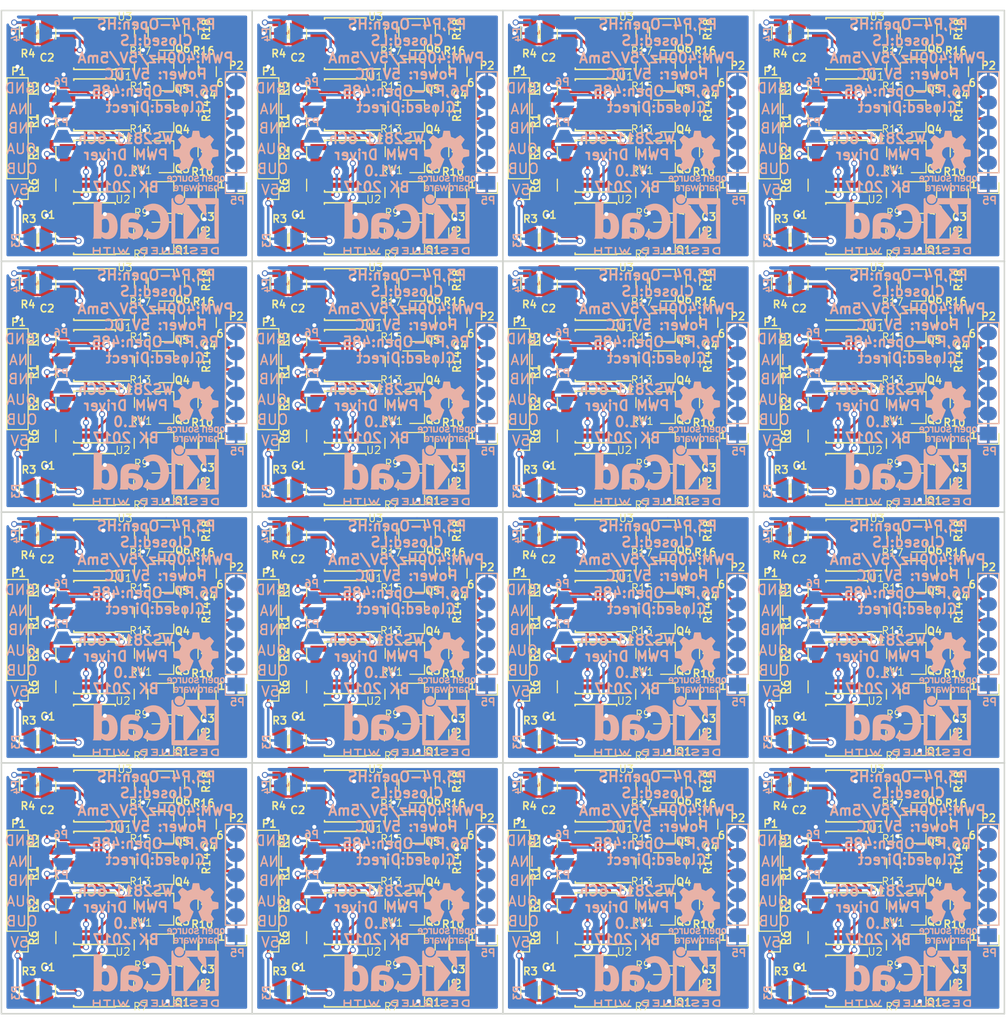
<source format=kicad_pcb>
(kicad_pcb (version 4) (host pcbnew 4.0.2-stable)
  (layers (0 F.Cu signal) (31 B.Cu signal) (34 B.Paste user) (35 F.Paste user) (36 B.SilkS user) (37 F.SilkS user) (38 B.Mask user) (39 F.Mask user) (44 Edge.Cuts user))
  (net 0 "")
  (net 1 "Net-(C1-Pad1)")
  (net 2 GND)
  (net 3 "Net-(C2-Pad1)")
  (net 4 +5V)
  (net 5 /INB)
  (net 6 /INA)
  (net 7 /OUTB)
  (net 8 /OUTA)
  (net 9 /PWM1)
  (net 10 /PWM2)
  (net 11 /PWM3)
  (net 12 /PWM4)
  (net 13 /PWM5)
  (net 14 /PWM6)
  (net 15 "Net-(P3-Pad2)")
  (net 16 "Net-(P4-Pad2)")
  (net 17 /DI1)
  (net 18 /DI3)
  (net 19 "Net-(R5-Pad1)")
  (net 20 "Net-(R6-Pad1)")
  (net 21 /DI2)
  (net 22 /Out1)
  (net 23 /Out2)
  (net 24 /Out3)
  (net 25 /Out4)
  (net 26 /Out5)
  (net 27 /Out6)
  (module BK_Common:2_pin_solder_jumper_smd (layer B.Cu) (at 168.6066 127.2604)
    (fp_text reference P4 (at -2.1844 0.1524 90) (layer B.SilkS) (effects (font (size 0.75 0.75)) (justify mirror)))
    (fp_text value HS/LS)
    (pad 2 smd trapezoid (at 0.8 0) (size 1.27 1.524) (rect_delta 0.6 0) (layers B.Cu B.Paste B.Mask) (net 16 "Net-(P4-Pad2)"))
    (pad 1 smd trapezoid (at -0.8 0) (size 1.27 1.524) (rect_delta -0.6 0) (layers B.Cu B.Paste B.Mask) (net 4 +5V))
  )
  (module Symbols:KiCad-Logo2_6mm_SilkScreen (layer B.Cu) (at 155.3922 146.3104 180)
    (fp_text reference REF*** hide)
    (fp_text value KiCad-Logo2_6mm_SilkScreen hide)
  )
  (module Symbols:OSHW-Logo_5.7x6mm_SilkScreen (layer B.Cu) (at 159.4 140 180)
    (fp_text reference REF*** hide)
    (fp_text value OSHW-Logo_5.7x6mm_SilkScreen hide)
  )
  (module "PCB FootPrints:Pin_Header_Straight_1x06_Pitch2.00mm" (layer B.Cu) (at 163.3932 142.1758)
    (fp_text reference P5 (at 0.127 1.7724) (layer B.SilkS) (effects (font (size 0.75 0.75)) (justify mirror)))
    (fp_text value GND)
    (pad 1 smd rect (at 0 0) (size 1.7 1.35) (layers B.Cu B.Paste B.Mask) (net 2 GND))
    (pad 2 smd oval (at 0 -2) (size 1.7 1.35) (layers B.Cu B.Paste B.Mask) (net 2 GND))
    (pad 3 smd oval (at 0 -4) (size 1.7 1.35) (layers B.Cu B.Paste B.Mask) (net 2 GND))
    (pad 4 smd oval (at 0 -6) (size 1.7 1.35) (layers B.Cu B.Paste B.Mask) (net 2 GND))
    (pad 5 smd oval (at 0 -8) (size 1.7 1.35) (layers B.Cu B.Paste B.Mask) (net 2 GND))
    (pad 6 smd oval (at 0 -10) (size 1.7 1.35) (layers B.Cu B.Paste B.Mask) (net 2 GND))
  )
  (module BK_Common:2_pin_solder_jumper_smd (layer B.Cu) (at 168.632 147.7582)
    (fp_text reference P3 (at -2.1844 0.1524 90) (layer B.SilkS) (effects (font (size 0.75 0.75)) (justify mirror)))
    (fp_text value HS/LS)
    (pad 2 smd trapezoid (at 0.8 0) (size 1.27 1.524) (rect_delta 0.6 0) (layers B.Cu B.Paste B.Mask) (net 15 "Net-(P3-Pad2)"))
    (pad 1 smd trapezoid (at -0.8 0) (size 1.27 1.524) (rect_delta -0.6 0) (layers B.Cu B.Paste B.Mask) (net 4 +5V))
  )
  (module "PCB FootPrints:Pin_Header_Straight_1x06_Pitch2.00mm" (layer B.Cu) (at 138.3932 142.1758)
    (fp_text reference P5 (at 0.127 1.7724) (layer B.SilkS) (effects (font (size 0.75 0.75)) (justify mirror)))
    (fp_text value GND)
    (pad 1 smd rect (at 0 0) (size 1.7 1.35) (layers B.Cu B.Paste B.Mask) (net 2 GND))
    (pad 2 smd oval (at 0 -2) (size 1.7 1.35) (layers B.Cu B.Paste B.Mask) (net 2 GND))
    (pad 3 smd oval (at 0 -4) (size 1.7 1.35) (layers B.Cu B.Paste B.Mask) (net 2 GND))
    (pad 4 smd oval (at 0 -6) (size 1.7 1.35) (layers B.Cu B.Paste B.Mask) (net 2 GND))
    (pad 5 smd oval (at 0 -8) (size 1.7 1.35) (layers B.Cu B.Paste B.Mask) (net 2 GND))
    (pad 6 smd oval (at 0 -10) (size 1.7 1.35) (layers B.Cu B.Paste B.Mask) (net 2 GND))
  )
  (module BK_Common:2_pin_solder_jumper_smd (layer B.Cu) (at 146.1212 138.3348 270)
    (fp_text reference P7 (at -2.1844 0.1524 360) (layer B.SilkS) (effects (font (size 0.75 0.75)) (justify mirror)))
    (fp_text value DIFOUT)
    (pad 2 smd trapezoid (at 0.8 0 270) (size 1.27 1.524) (rect_delta 0.6 0) (layers B.Cu B.Paste B.Mask) (net 7 /OUTB))
    (pad 1 smd trapezoid (at -0.8 0 270) (size 1.27 1.524) (rect_delta -0.6 0) (layers B.Cu B.Paste B.Mask) (net 18 /DI3))
  )
  (module BK_Common:2_pin_solder_jumper_smd (layer B.Cu) (at 146.0704 134.3216 270)
    (fp_text reference P6 (at -2.1844 0.1524 360) (layer B.SilkS) (effects (font (size 0.75 0.75)) (justify mirror)))
    (fp_text value DIFIN)
    (pad 2 smd trapezoid (at 0.8 0 270) (size 1.27 1.524) (rect_delta 0.6 0) (layers B.Cu B.Paste B.Mask) (net 5 /INB))
    (pad 1 smd trapezoid (at -0.8 0 270) (size 1.27 1.524) (rect_delta -0.6 0) (layers B.Cu B.Paste B.Mask) (net 17 /DI1))
  )
  (module BK_Common:2_pin_solder_jumper_smd (layer B.Cu) (at 143.6066 127.2604)
    (fp_text reference P4 (at -2.1844 0.1524 90) (layer B.SilkS) (effects (font (size 0.75 0.75)) (justify mirror)))
    (fp_text value HS/LS)
    (pad 2 smd trapezoid (at 0.8 0) (size 1.27 1.524) (rect_delta 0.6 0) (layers B.Cu B.Paste B.Mask) (net 16 "Net-(P4-Pad2)"))
    (pad 1 smd trapezoid (at -0.8 0) (size 1.27 1.524) (rect_delta -0.6 0) (layers B.Cu B.Paste B.Mask) (net 4 +5V))
  )
  (module BK_Common:2_pin_solder_jumper_smd (layer B.Cu) (at 143.632 147.7582)
    (fp_text reference P3 (at -2.1844 0.1524 90) (layer B.SilkS) (effects (font (size 0.75 0.75)) (justify mirror)))
    (fp_text value HS/LS)
    (pad 2 smd trapezoid (at 0.8 0) (size 1.27 1.524) (rect_delta 0.6 0) (layers B.Cu B.Paste B.Mask) (net 15 "Net-(P3-Pad2)"))
    (pad 1 smd trapezoid (at -0.8 0) (size 1.27 1.524) (rect_delta -0.6 0) (layers B.Cu B.Paste B.Mask) (net 4 +5V))
  )
  (module Symbols:KiCad-Logo2_6mm_SilkScreen (layer B.Cu) (at 180.3922 146.3104 180)
    (fp_text reference REF*** hide)
    (fp_text value KiCad-Logo2_6mm_SilkScreen hide)
  )
  (module Symbols:OSHW-Logo_5.7x6mm_SilkScreen (layer B.Cu) (at 184.4 140 180)
    (fp_text reference REF*** hide)
    (fp_text value OSHW-Logo_5.7x6mm_SilkScreen hide)
  )
  (module "PCB FootPrints:Pin_Header_Straight_1x06_Pitch2.00mm" (layer B.Cu) (at 188.3932 142.1758)
    (fp_text reference P5 (at 0.127 1.7724) (layer B.SilkS) (effects (font (size 0.75 0.75)) (justify mirror)))
    (fp_text value GND)
    (pad 1 smd rect (at 0 0) (size 1.7 1.35) (layers B.Cu B.Paste B.Mask) (net 2 GND))
    (pad 2 smd oval (at 0 -2) (size 1.7 1.35) (layers B.Cu B.Paste B.Mask) (net 2 GND))
    (pad 3 smd oval (at 0 -4) (size 1.7 1.35) (layers B.Cu B.Paste B.Mask) (net 2 GND))
    (pad 4 smd oval (at 0 -6) (size 1.7 1.35) (layers B.Cu B.Paste B.Mask) (net 2 GND))
    (pad 5 smd oval (at 0 -8) (size 1.7 1.35) (layers B.Cu B.Paste B.Mask) (net 2 GND))
    (pad 6 smd oval (at 0 -10) (size 1.7 1.35) (layers B.Cu B.Paste B.Mask) (net 2 GND))
  )
  (module BK_Common:2_pin_solder_jumper_smd (layer B.Cu) (at 171.1212 138.3348 270)
    (fp_text reference P7 (at -2.1844 0.1524 360) (layer B.SilkS) (effects (font (size 0.75 0.75)) (justify mirror)))
    (fp_text value DIFOUT)
    (pad 2 smd trapezoid (at 0.8 0 270) (size 1.27 1.524) (rect_delta 0.6 0) (layers B.Cu B.Paste B.Mask) (net 7 /OUTB))
    (pad 1 smd trapezoid (at -0.8 0 270) (size 1.27 1.524) (rect_delta -0.6 0) (layers B.Cu B.Paste B.Mask) (net 18 /DI3))
  )
  (module BK_Common:2_pin_solder_jumper_smd (layer B.Cu) (at 171.0704 134.3216 270)
    (fp_text reference P6 (at -2.1844 0.1524 360) (layer B.SilkS) (effects (font (size 0.75 0.75)) (justify mirror)))
    (fp_text value DIFIN)
    (pad 2 smd trapezoid (at 0.8 0 270) (size 1.27 1.524) (rect_delta 0.6 0) (layers B.Cu B.Paste B.Mask) (net 5 /INB))
    (pad 1 smd trapezoid (at -0.8 0 270) (size 1.27 1.524) (rect_delta -0.6 0) (layers B.Cu B.Paste B.Mask) (net 17 /DI1))
  )
  (module Symbols:OSHW-Logo_5.7x6mm_SilkScreen (layer B.Cu) (at 109.4 140 180)
    (fp_text reference REF*** hide)
    (fp_text value OSHW-Logo_5.7x6mm_SilkScreen hide)
  )
  (module BK_Common:2_pin_solder_jumper_smd (layer B.Cu) (at 93.632 147.7582)
    (fp_text reference P3 (at -2.1844 0.1524 90) (layer B.SilkS) (effects (font (size 0.75 0.75)) (justify mirror)))
    (fp_text value HS/LS)
    (pad 2 smd trapezoid (at 0.8 0) (size 1.27 1.524) (rect_delta 0.6 0) (layers B.Cu B.Paste B.Mask) (net 15 "Net-(P3-Pad2)"))
    (pad 1 smd trapezoid (at -0.8 0) (size 1.27 1.524) (rect_delta -0.6 0) (layers B.Cu B.Paste B.Mask) (net 4 +5V))
  )
  (module Symbols:KiCad-Logo2_6mm_SilkScreen (layer B.Cu) (at 105.3922 146.3104 180)
    (fp_text reference REF*** hide)
    (fp_text value KiCad-Logo2_6mm_SilkScreen hide)
  )
  (module BK_Common:2_pin_solder_jumper_smd (layer B.Cu) (at 93.6066 127.2604)
    (fp_text reference P4 (at -2.1844 0.1524 90) (layer B.SilkS) (effects (font (size 0.75 0.75)) (justify mirror)))
    (fp_text value HS/LS)
    (pad 2 smd trapezoid (at 0.8 0) (size 1.27 1.524) (rect_delta 0.6 0) (layers B.Cu B.Paste B.Mask) (net 16 "Net-(P4-Pad2)"))
    (pad 1 smd trapezoid (at -0.8 0) (size 1.27 1.524) (rect_delta -0.6 0) (layers B.Cu B.Paste B.Mask) (net 4 +5V))
  )
  (module BK_Common:2_pin_solder_jumper_smd (layer B.Cu) (at 96.0704 134.3216 270)
    (fp_text reference P6 (at -2.1844 0.1524 360) (layer B.SilkS) (effects (font (size 0.75 0.75)) (justify mirror)))
    (fp_text value DIFIN)
    (pad 2 smd trapezoid (at 0.8 0 270) (size 1.27 1.524) (rect_delta 0.6 0) (layers B.Cu B.Paste B.Mask) (net 5 /INB))
    (pad 1 smd trapezoid (at -0.8 0 270) (size 1.27 1.524) (rect_delta -0.6 0) (layers B.Cu B.Paste B.Mask) (net 17 /DI1))
  )
  (module BK_Common:2_pin_solder_jumper_smd (layer B.Cu) (at 96.1212 138.3348 270)
    (fp_text reference P7 (at -2.1844 0.1524 360) (layer B.SilkS) (effects (font (size 0.75 0.75)) (justify mirror)))
    (fp_text value DIFOUT)
    (pad 2 smd trapezoid (at 0.8 0 270) (size 1.27 1.524) (rect_delta 0.6 0) (layers B.Cu B.Paste B.Mask) (net 7 /OUTB))
    (pad 1 smd trapezoid (at -0.8 0 270) (size 1.27 1.524) (rect_delta -0.6 0) (layers B.Cu B.Paste B.Mask) (net 18 /DI3))
  )
  (module BK_Common:2_pin_solder_jumper_smd (layer B.Cu) (at 121.0704 134.3216 270)
    (fp_text reference P6 (at -2.1844 0.1524 360) (layer B.SilkS) (effects (font (size 0.75 0.75)) (justify mirror)))
    (fp_text value DIFIN)
    (pad 2 smd trapezoid (at 0.8 0 270) (size 1.27 1.524) (rect_delta 0.6 0) (layers B.Cu B.Paste B.Mask) (net 5 /INB))
    (pad 1 smd trapezoid (at -0.8 0 270) (size 1.27 1.524) (rect_delta -0.6 0) (layers B.Cu B.Paste B.Mask) (net 17 /DI1))
  )
  (module BK_Common:2_pin_solder_jumper_smd (layer B.Cu) (at 118.632 147.7582)
    (fp_text reference P3 (at -2.1844 0.1524 90) (layer B.SilkS) (effects (font (size 0.75 0.75)) (justify mirror)))
    (fp_text value HS/LS)
    (pad 2 smd trapezoid (at 0.8 0) (size 1.27 1.524) (rect_delta 0.6 0) (layers B.Cu B.Paste B.Mask) (net 15 "Net-(P3-Pad2)"))
    (pad 1 smd trapezoid (at -0.8 0) (size 1.27 1.524) (rect_delta -0.6 0) (layers B.Cu B.Paste B.Mask) (net 4 +5V))
  )
  (module BK_Common:2_pin_solder_jumper_smd (layer B.Cu) (at 118.6066 127.2604)
    (fp_text reference P4 (at -2.1844 0.1524 90) (layer B.SilkS) (effects (font (size 0.75 0.75)) (justify mirror)))
    (fp_text value HS/LS)
    (pad 2 smd trapezoid (at 0.8 0) (size 1.27 1.524) (rect_delta 0.6 0) (layers B.Cu B.Paste B.Mask) (net 16 "Net-(P4-Pad2)"))
    (pad 1 smd trapezoid (at -0.8 0) (size 1.27 1.524) (rect_delta -0.6 0) (layers B.Cu B.Paste B.Mask) (net 4 +5V))
  )
  (module Symbols:OSHW-Logo_5.7x6mm_SilkScreen (layer B.Cu) (at 134.4 140 180)
    (fp_text reference REF*** hide)
    (fp_text value OSHW-Logo_5.7x6mm_SilkScreen hide)
  )
  (module Symbols:KiCad-Logo2_6mm_SilkScreen (layer B.Cu) (at 130.3922 146.3104 180)
    (fp_text reference REF*** hide)
    (fp_text value KiCad-Logo2_6mm_SilkScreen hide)
  )
  (module "PCB FootPrints:Pin_Header_Straight_1x06_Pitch2.00mm" (layer B.Cu) (at 113.3932 142.1758)
    (fp_text reference P5 (at 0.127 1.7724) (layer B.SilkS) (effects (font (size 0.75 0.75)) (justify mirror)))
    (fp_text value GND)
    (pad 1 smd rect (at 0 0) (size 1.7 1.35) (layers B.Cu B.Paste B.Mask) (net 2 GND))
    (pad 2 smd oval (at 0 -2) (size 1.7 1.35) (layers B.Cu B.Paste B.Mask) (net 2 GND))
    (pad 3 smd oval (at 0 -4) (size 1.7 1.35) (layers B.Cu B.Paste B.Mask) (net 2 GND))
    (pad 4 smd oval (at 0 -6) (size 1.7 1.35) (layers B.Cu B.Paste B.Mask) (net 2 GND))
    (pad 5 smd oval (at 0 -8) (size 1.7 1.35) (layers B.Cu B.Paste B.Mask) (net 2 GND))
    (pad 6 smd oval (at 0 -10) (size 1.7 1.35) (layers B.Cu B.Paste B.Mask) (net 2 GND))
  )
  (module BK_Common:2_pin_solder_jumper_smd (layer B.Cu) (at 121.1212 138.3348 270)
    (fp_text reference P7 (at -2.1844 0.1524 360) (layer B.SilkS) (effects (font (size 0.75 0.75)) (justify mirror)))
    (fp_text value DIFOUT)
    (pad 2 smd trapezoid (at 0.8 0 270) (size 1.27 1.524) (rect_delta 0.6 0) (layers B.Cu B.Paste B.Mask) (net 7 /OUTB))
    (pad 1 smd trapezoid (at -0.8 0 270) (size 1.27 1.524) (rect_delta -0.6 0) (layers B.Cu B.Paste B.Mask) (net 18 /DI3))
  )
  (module Resistors_SMD:R_0603 (layer F.Cu) (at 153.919 143.1488 270)
    (fp_text reference R9 (at 1.9932 -0.0254 360) (layer F.SilkS) (effects (font (size 0.75 0.75) (thickness 0.1))))
    (fp_text value 4K7)
    (pad 1 smd rect (at -0.75 0 270) (size 0.5 0.9) (layers F.Cu F.Paste F.Mask) (net 4 +5V))
    (pad 2 smd rect (at 0.75 0 270) (size 0.5 0.9) (layers F.Cu F.Paste F.Mask) (net 23 /Out2))
  )
  (module Resistors_SMD:R_0603 (layer F.Cu) (at 153.9444 139.0714 270)
    (fp_text reference R11 (at 1.8542 0 360) (layer F.SilkS) (effects (font (size 0.75 0.75) (thickness 0.1))))
    (fp_text value 4K7)
    (pad 1 smd rect (at -0.75 0 270) (size 0.5 0.9) (layers F.Cu F.Paste F.Mask) (net 4 +5V))
    (pad 2 smd rect (at 0.75 0 270) (size 0.5 0.9) (layers F.Cu F.Paste F.Mask) (net 24 /Out3))
  )
  (module WS2811_PWM_PCB:SOT-23 (layer F.Cu) (at 156.4242 139.5794)
    (fp_text reference Q3 (at 1.6096 1.2192) (layer F.SilkS) (effects (font (size 0.75 0.75))))
    (fp_text value MMBT4401)
    (pad 1 smd rect (at -1 -0.95) (size 0.9 0.8) (layers F.Cu F.Paste F.Mask) (net 24 /Out3))
    (pad 2 smd rect (at -1 0.95) (size 0.9 0.8) (layers F.Cu F.Paste F.Mask) (net 2 GND))
    (pad 3 smd rect (at 1 0) (size 0.9 0.8) (layers F.Cu F.Paste F.Mask) (net 11 /PWM3))
  )
  (module WS2811_PWM_PCB:SOT-23 (layer F.Cu) (at 156.4242 135.5154)
    (fp_text reference Q4 (at 1.6096 1.3462) (layer F.SilkS) (effects (font (size 0.75 0.75))))
    (fp_text value MMBT4401)
    (pad 1 smd rect (at -1 -0.95) (size 0.9 0.8) (layers F.Cu F.Paste F.Mask) (net 25 /Out4))
    (pad 2 smd rect (at -1 0.95) (size 0.9 0.8) (layers F.Cu F.Paste F.Mask) (net 2 GND))
    (pad 3 smd rect (at 1 0) (size 0.9 0.8) (layers F.Cu F.Paste F.Mask) (net 12 /PWM4))
  )
  (module Housings_SOIC:SOIC-8_3.9x4.9mm_Pitch1.27mm (layer F.Cu) (at 149.2886 134.3978 180)
    (fp_text reference U1 (at -2.9794 2.8194 180) (layer F.SilkS) (effects (font (size 0.75 0.75) (thickness 0.1))))
    (fp_text value SP485)
    (pad 1 smd rect (at -2.7 -1.905 180) (size 1.55 0.6) (layers F.Cu F.Paste F.Mask) (net 17 /DI1))
    (pad 2 smd rect (at -2.7 -0.635 180) (size 1.55 0.6) (layers F.Cu F.Paste F.Mask) (net 2 GND))
    (pad 3 smd rect (at -2.7 0.635 180) (size 1.55 0.6) (layers F.Cu F.Paste F.Mask) (net 2 GND))
    (pad 4 smd rect (at -2.7 1.905 180) (size 1.55 0.6) (layers F.Cu F.Paste F.Mask))
    (pad 5 smd rect (at 2.7 1.905 180) (size 1.55 0.6) (layers F.Cu F.Paste F.Mask) (net 2 GND))
    (pad 6 smd rect (at 2.7 0.635 180) (size 1.55 0.6) (layers F.Cu F.Paste F.Mask) (net 6 /INA))
    (pad 7 smd rect (at 2.7 -0.635 180) (size 1.55 0.6) (layers F.Cu F.Paste F.Mask) (net 5 /INB))
    (pad 8 smd rect (at 2.7 -1.905 180) (size 1.55 0.6) (layers F.Cu F.Paste F.Mask) (net 4 +5V))
  )
  (module Resistors_SMD:R_0603 (layer F.Cu) (at 153.9464 127.1538 270)
    (fp_text reference R17 (at 1.8846 0.1036 360) (layer F.SilkS) (effects (font (size 0.75 0.75) (thickness 0.1))))
    (fp_text value 4K7)
    (pad 1 smd rect (at -0.75 0 270) (size 0.5 0.9) (layers F.Cu F.Paste F.Mask) (net 4 +5V))
    (pad 2 smd rect (at 0.75 0 270) (size 0.5 0.9) (layers F.Cu F.Paste F.Mask) (net 27 /Out6))
  )
  (module Housings_SOIC:SOIC-8_3.9x4.9mm_Pitch1.27mm (layer F.Cu) (at 149.2886 128.3018 180)
    (fp_text reference U3 (at -3.0302 2.6924 180) (layer F.SilkS) (effects (font (size 0.75 0.75) (thickness 0.1))))
    (fp_text value WS2811)
    (pad 1 smd rect (at -2.7 -1.905 180) (size 1.55 0.6) (layers F.Cu F.Paste F.Mask) (net 25 /Out4))
    (pad 2 smd rect (at -2.7 -0.635 180) (size 1.55 0.6) (layers F.Cu F.Paste F.Mask) (net 26 /Out5))
    (pad 3 smd rect (at -2.7 0.635 180) (size 1.55 0.6) (layers F.Cu F.Paste F.Mask) (net 27 /Out6))
    (pad 4 smd rect (at -2.7 1.905 180) (size 1.55 0.6) (layers F.Cu F.Paste F.Mask) (net 2 GND))
    (pad 5 smd rect (at 2.7 1.905 180) (size 1.55 0.6) (layers F.Cu F.Paste F.Mask) (net 18 /DI3))
    (pad 6 smd rect (at 2.7 0.635 180) (size 1.55 0.6) (layers F.Cu F.Paste F.Mask) (net 20 "Net-(R6-Pad1)"))
    (pad 7 smd rect (at 2.7 -0.635 180) (size 1.55 0.6) (layers F.Cu F.Paste F.Mask) (net 16 "Net-(P4-Pad2)"))
    (pad 8 smd rect (at 2.7 -1.905 180) (size 1.55 0.6) (layers F.Cu F.Paste F.Mask) (net 3 "Net-(C2-Pad1)"))
  )
  (module Resistors_SMD:R_0603 (layer F.Cu) (at 153.9444 134.9954 270)
    (fp_text reference R13 (at 1.8154 0.1016 360) (layer F.SilkS) (effects (font (size 0.75 0.75) (thickness 0.1))))
    (fp_text value 4K7)
    (pad 1 smd rect (at -0.75 0 270) (size 0.5 0.9) (layers F.Cu F.Paste F.Mask) (net 4 +5V))
    (pad 2 smd rect (at 0.75 0 270) (size 0.5 0.9) (layers F.Cu F.Paste F.Mask) (net 25 /Out4))
  )
  (module Resistors_SMD:R_0603 (layer F.Cu) (at 153.9464 130.7098 270)
    (fp_text reference R15 (at 1.8338 0.0782 360) (layer F.SilkS) (effects (font (size 0.75 0.75) (thickness 0.1))))
    (fp_text value 4K7)
    (pad 1 smd rect (at -0.75 0 270) (size 0.5 0.9) (layers F.Cu F.Paste F.Mask) (net 4 +5V))
    (pad 2 smd rect (at 0.75 0 270) (size 0.5 0.9) (layers F.Cu F.Paste F.Mask) (net 26 /Out5))
  )
  (module Capacitors_SMD:C_0805 (layer F.Cu) (at 160.5484 143.3038 270)
    (fp_text reference C3 (at 2.27 0.0254 360) (layer F.SilkS) (effects (font (size 0.75 0.75))))
    (fp_text value 10u/10V)
    (pad 1 smd rect (at -1 0 270) (size 1 1.25) (layers F.Cu F.Paste F.Mask) (net 4 +5V))
    (pad 2 smd rect (at 1 0 270) (size 1 1.25) (layers F.Cu F.Paste F.Mask) (net 2 GND))
  )
  (module Resistors_SMD:R_0603 (layer F.Cu) (at 158.9228 143.1488 270)
    (fp_text reference R10 (at -2.0708 -1.0922 360) (layer F.SilkS) (effects (font (size 0.75 0.75))))
    (fp_text value 510)
    (pad 1 smd rect (at -0.75 0 270) (size 0.5 0.9) (layers F.Cu F.Paste F.Mask) (net 4 +5V))
    (pad 2 smd rect (at 0.75 0 270) (size 0.5 0.9) (layers F.Cu F.Paste F.Mask) (net 10 /PWM2))
  )
  (module Resistors_SMD:R_0603 (layer F.Cu) (at 158.9228 139.0834 270)
    (fp_text reference R12 (at 0 -1.45 270) (layer F.SilkS) (effects (font (size 0.75 0.75))))
    (fp_text value 510)
    (pad 1 smd rect (at -0.75 0 270) (size 0.5 0.9) (layers F.Cu F.Paste F.Mask) (net 4 +5V))
    (pad 2 smd rect (at 0.75 0 270) (size 0.5 0.9) (layers F.Cu F.Paste F.Mask) (net 11 /PWM3))
  )
  (module Resistors_SMD:R_0805 (layer F.Cu) (at 167.6668 147.875 270)
    (fp_text reference R3 (at -2.098 -0.0762 360) (layer F.SilkS) (effects (font (size 0.75 0.75))))
    (fp_text value 100)
    (pad 1 smd rect (at -0.95 0 270) (size 0.7 1.3) (layers F.Cu F.Paste F.Mask) (net 4 +5V))
    (pad 2 smd rect (at 0.95 0 270) (size 0.7 1.3) (layers F.Cu F.Paste F.Mask) (net 1 "Net-(C1-Pad1)"))
  )
  (module "PCB FootPrints:Pin_Header_Straight_1x06_Pitch2.00mm" (layer F.Cu) (at 166.6 142.7732 180)
    (fp_text reference P1 (at -0.1016 11.7028 180) (layer F.SilkS) (effects (font (size 0.75 0.75))))
    (fp_text value Com)
    (pad 1 smd rect (at 0 0 180) (size 1.7 1.35) (layers F.Cu F.Paste F.Mask) (net 4 +5V))
    (pad 2 smd oval (at 0 2 180) (size 1.7 1.35) (layers F.Cu F.Paste F.Mask) (net 7 /OUTB))
    (pad 3 smd oval (at 0 4 180) (size 1.7 1.35) (layers F.Cu F.Paste F.Mask) (net 8 /OUTA))
    (pad 4 smd oval (at 0 6 180) (size 1.7 1.35) (layers F.Cu F.Paste F.Mask) (net 5 /INB))
    (pad 5 smd oval (at 0 8 180) (size 1.7 1.35) (layers F.Cu F.Paste F.Mask) (net 6 /INA))
    (pad 6 smd oval (at 0 10 180) (size 1.7 1.35) (layers F.Cu F.Paste F.Mask) (net 2 GND))
  )
  (module "PCB FootPrints:Pin_Header_Straight_1x06_Pitch2.00mm" (layer F.Cu) (at 163.3932 142.1692 180)
    (fp_text reference P2 (at -0.0254 11.683 180) (layer F.SilkS) (effects (font (size 0.75 0.75))))
    (fp_text value PWM)
    (pad 1 smd rect (at 0 0 180) (size 1.7 1.35) (layers F.Cu F.Paste F.Mask) (net 9 /PWM1))
    (pad 2 smd oval (at 0 2 180) (size 1.7 1.35) (layers F.Cu F.Paste F.Mask) (net 10 /PWM2))
    (pad 3 smd oval (at 0 4 180) (size 1.7 1.35) (layers F.Cu F.Paste F.Mask) (net 11 /PWM3))
    (pad 4 smd oval (at 0 6 180) (size 1.7 1.35) (layers F.Cu F.Paste F.Mask) (net 12 /PWM4))
    (pad 5 smd oval (at 0 8 180) (size 1.7 1.35) (layers F.Cu F.Paste F.Mask) (net 13 /PWM5))
    (pad 6 smd oval (at 0 10 180) (size 1.7 1.35) (layers F.Cu F.Paste F.Mask) (net 14 /PWM6))
  )
  (module Resistors_SMD:R_0603 (layer F.Cu) (at 158.9736 135.0208 270)
    (fp_text reference R14 (at 0 -1.45 270) (layer F.SilkS) (effects (font (size 0.75 0.75))))
    (fp_text value 510)
    (pad 1 smd rect (at -0.75 0 270) (size 0.5 0.9) (layers F.Cu F.Paste F.Mask) (net 4 +5V))
    (pad 2 smd rect (at 0.75 0 270) (size 0.5 0.9) (layers F.Cu F.Paste F.Mask) (net 12 /PWM4))
  )
  (module Resistors_SMD:R_0603 (layer F.Cu) (at 158.9228 147.174 270)
    (fp_text reference R8 (at 0 -1.45 270) (layer F.SilkS) (effects (font (size 0.75 0.75))))
    (fp_text value 510)
    (pad 1 smd rect (at -0.75 0 270) (size 0.5 0.9) (layers F.Cu F.Paste F.Mask) (net 4 +5V))
    (pad 2 smd rect (at 0.75 0 270) (size 0.5 0.9) (layers F.Cu F.Paste F.Mask) (net 9 /PWM1))
  )
  (module Capacitors_SMD:C_0805 (layer F.Cu) (at 160.5738 131.0958 270)
    (fp_text reference C4 (at 2.3114 -0.127 360) (layer F.SilkS) (effects (font (size 0.75 0.75))))
    (fp_text value 10u/10V)
    (pad 1 smd rect (at -1 0 270) (size 1 1.25) (layers F.Cu F.Paste F.Mask) (net 4 +5V))
    (pad 2 smd rect (at 1 0 270) (size 1 1.25) (layers F.Cu F.Paste F.Mask) (net 2 GND))
  )
  (module WS2811_PWM_PCB:SOT-23 (layer F.Cu) (at 156.4262 127.3874)
    (fp_text reference Q6 (at 1.6584 1.4224) (layer F.SilkS) (effects (font (size 0.75 0.75))))
    (fp_text value MMBT4401)
    (pad 1 smd rect (at -1 -0.95) (size 0.9 0.8) (layers F.Cu F.Paste F.Mask) (net 27 /Out6))
    (pad 2 smd rect (at -1 0.95) (size 0.9 0.8) (layers F.Cu F.Paste F.Mask) (net 2 GND))
    (pad 3 smd rect (at 1 0) (size 0.9 0.8) (layers F.Cu F.Paste F.Mask) (net 14 /PWM6))
  )
  (module Resistors_SMD:R_0603 (layer F.Cu) (at 158.9482 126.8928 270)
    (fp_text reference R18 (at 0 -1.45 270) (layer F.SilkS) (effects (font (size 0.75 0.75))))
    (fp_text value 510)
    (pad 1 smd rect (at -0.75 0 270) (size 0.5 0.9) (layers F.Cu F.Paste F.Mask) (net 4 +5V))
    (pad 2 smd rect (at 0.75 0 270) (size 0.5 0.9) (layers F.Cu F.Paste F.Mask) (net 14 /PWM6))
  )
  (module Resistors_SMD:R_0805 (layer F.Cu) (at 167.6688 127.169 270)
    (fp_text reference R4 (at 2.1234 0.0274 360) (layer F.SilkS) (effects (font (size 0.75 0.75))))
    (fp_text value 100)
    (pad 1 smd rect (at -0.95 0 270) (size 0.7 1.3) (layers F.Cu F.Paste F.Mask) (net 4 +5V))
    (pad 2 smd rect (at 0.95 0 270) (size 0.7 1.3) (layers F.Cu F.Paste F.Mask) (net 3 "Net-(C2-Pad1)"))
  )
  (module Resistors_SMD:R_0603 (layer F.Cu) (at 158.9482 130.906 270)
    (fp_text reference R16 (at -1.893 -1.2192 360) (layer F.SilkS) (effects (font (size 0.75 0.75))))
    (fp_text value 510)
    (pad 1 smd rect (at -0.75 0 270) (size 0.5 0.9) (layers F.Cu F.Paste F.Mask) (net 4 +5V))
    (pad 2 smd rect (at 0.75 0 270) (size 0.5 0.9) (layers F.Cu F.Paste F.Mask) (net 13 /PWM5))
  )
  (module WS2811_PWM_PCB:SOT-23 (layer F.Cu) (at 156.4242 131.426)
    (fp_text reference Q5 (at 1.5842 1.397) (layer F.SilkS) (effects (font (size 0.75 0.75))))
    (fp_text value MMBT4401)
    (pad 1 smd rect (at -1 -0.95) (size 0.9 0.8) (layers F.Cu F.Paste F.Mask) (net 26 /Out5))
    (pad 2 smd rect (at -1 0.95) (size 0.9 0.8) (layers F.Cu F.Paste F.Mask) (net 2 GND))
    (pad 3 smd rect (at 1 0) (size 0.9 0.8) (layers F.Cu F.Paste F.Mask) (net 13 /PWM5))
  )
  (module Capacitors_SMD:C_0805 (layer F.Cu) (at 169.5718 127.346 90)
    (fp_text reference C2 (at -2.3528 -0.0254 180) (layer F.SilkS) (effects (font (size 0.75 0.75))))
    (fp_text value 10n)
    (pad 1 smd rect (at -1 0 90) (size 1 1.25) (layers F.Cu F.Paste F.Mask) (net 3 "Net-(C2-Pad1)"))
    (pad 2 smd rect (at 1 0 90) (size 1 1.25) (layers F.Cu F.Paste F.Mask) (net 2 GND))
  )
  (module Housings_SOIC:SOIC-8_3.9x4.9mm_Pitch1.27mm (layer F.Cu) (at 149.2728 146.7422 180)
    (fp_text reference U2 (at -2.8428 2.921 180) (layer F.SilkS) (effects (font (size 0.75 0.75) (thickness 0.1))))
    (fp_text value WS2811)
    (pad 1 smd rect (at -2.7 -1.905 180) (size 1.55 0.6) (layers F.Cu F.Paste F.Mask) (net 22 /Out1))
    (pad 2 smd rect (at -2.7 -0.635 180) (size 1.55 0.6) (layers F.Cu F.Paste F.Mask) (net 23 /Out2))
    (pad 3 smd rect (at -2.7 0.635 180) (size 1.55 0.6) (layers F.Cu F.Paste F.Mask) (net 24 /Out3))
    (pad 4 smd rect (at -2.7 1.905 180) (size 1.55 0.6) (layers F.Cu F.Paste F.Mask) (net 2 GND))
    (pad 5 smd rect (at 2.7 1.905 180) (size 1.55 0.6) (layers F.Cu F.Paste F.Mask) (net 21 /DI2))
    (pad 6 smd rect (at 2.7 0.635 180) (size 1.55 0.6) (layers F.Cu F.Paste F.Mask) (net 19 "Net-(R5-Pad1)"))
    (pad 7 smd rect (at 2.7 -0.635 180) (size 1.55 0.6) (layers F.Cu F.Paste F.Mask) (net 15 "Net-(P3-Pad2)"))
    (pad 8 smd rect (at 2.7 -1.905 180) (size 1.55 0.6) (layers F.Cu F.Paste F.Mask) (net 1 "Net-(C1-Pad1)"))
  )
  (module Resistors_SMD:R_0603 (layer F.Cu) (at 153.8682 147.301 270)
    (fp_text reference R7 (at 1.9812 0 360) (layer F.SilkS) (effects (font (size 0.75 0.75) (thickness 0.1))))
    (fp_text value 4K7)
    (pad 1 smd rect (at -0.75 0 270) (size 0.5 0.9) (layers F.Cu F.Paste F.Mask) (net 4 +5V))
    (pad 2 smd rect (at 0.75 0 270) (size 0.5 0.9) (layers F.Cu F.Paste F.Mask) (net 22 /Out1))
  )
  (module WS2811_PWM_PCB:SOT-23 (layer F.Cu) (at 156.4242 147.682)
    (fp_text reference Q1 (at 1.6096 1.1938) (layer F.SilkS) (effects (font (size 0.75 0.75))))
    (fp_text value MMBT4401)
    (pad 1 smd rect (at -1 -0.95) (size 0.9 0.8) (layers F.Cu F.Paste F.Mask) (net 22 /Out1))
    (pad 2 smd rect (at -1 0.95) (size 0.9 0.8) (layers F.Cu F.Paste F.Mask) (net 2 GND))
    (pad 3 smd rect (at 1 0) (size 0.9 0.8) (layers F.Cu F.Paste F.Mask) (net 9 /PWM1))
  )
  (module Housings_SOIC:SOIC-8_3.9x4.9mm_Pitch1.27mm (layer F.Cu) (at 149.2886 140.5192 180)
    (fp_text reference U4 (at -3.0048 2.8448 180) (layer F.SilkS) (effects (font (size 0.75 0.75) (thickness 0.1))))
    (fp_text value SP485)
    (pad 1 smd rect (at -2.7 -1.905 180) (size 1.55 0.6) (layers F.Cu F.Paste F.Mask))
    (pad 2 smd rect (at -2.7 -0.635 180) (size 1.55 0.6) (layers F.Cu F.Paste F.Mask) (net 4 +5V))
    (pad 3 smd rect (at -2.7 0.635 180) (size 1.55 0.6) (layers F.Cu F.Paste F.Mask) (net 4 +5V))
    (pad 4 smd rect (at -2.7 1.905 180) (size 1.55 0.6) (layers F.Cu F.Paste F.Mask) (net 18 /DI3))
    (pad 5 smd rect (at 2.7 1.905 180) (size 1.55 0.6) (layers F.Cu F.Paste F.Mask) (net 2 GND))
    (pad 6 smd rect (at 2.7 0.635 180) (size 1.55 0.6) (layers F.Cu F.Paste F.Mask) (net 8 /OUTA))
    (pad 7 smd rect (at 2.7 -0.635 180) (size 1.55 0.6) (layers F.Cu F.Paste F.Mask) (net 7 /OUTB))
    (pad 8 smd rect (at 2.7 -1.905 180) (size 1.55 0.6) (layers F.Cu F.Paste F.Mask) (net 4 +5V))
  )
  (module WS2811_PWM_PCB:SOT-23 (layer F.Cu) (at 156.4242 143.6434)
    (fp_text reference Q2 (at 1.6604 1.2446) (layer F.SilkS) (effects (font (size 0.75 0.75))))
    (fp_text value MMBT4401)
    (pad 1 smd rect (at -1 -0.95) (size 0.9 0.8) (layers F.Cu F.Paste F.Mask) (net 23 /Out2))
    (pad 2 smd rect (at -1 0.95) (size 0.9 0.8) (layers F.Cu F.Paste F.Mask) (net 2 GND))
    (pad 3 smd rect (at 1 0) (size 0.9 0.8) (layers F.Cu F.Paste F.Mask) (net 10 /PWM2))
  )
  (module Capacitors_SMD:C_0805 (layer F.Cu) (at 185.5738 131.0958 270)
    (fp_text reference C4 (at 2.3114 -0.127 360) (layer F.SilkS) (effects (font (size 0.75 0.75))))
    (fp_text value 10u/10V)
    (pad 1 smd rect (at -1 0 270) (size 1 1.25) (layers F.Cu F.Paste F.Mask) (net 4 +5V))
    (pad 2 smd rect (at 1 0 270) (size 1 1.25) (layers F.Cu F.Paste F.Mask) (net 2 GND))
  )
  (module Resistors_SMD:R_0603 (layer F.Cu) (at 183.9482 126.8928 270)
    (fp_text reference R18 (at 0 -1.45 270) (layer F.SilkS) (effects (font (size 0.75 0.75))))
    (fp_text value 510)
    (pad 1 smd rect (at -0.75 0 270) (size 0.5 0.9) (layers F.Cu F.Paste F.Mask) (net 4 +5V))
    (pad 2 smd rect (at 0.75 0 270) (size 0.5 0.9) (layers F.Cu F.Paste F.Mask) (net 14 /PWM6))
  )
  (module Resistors_SMD:R_0603 (layer F.Cu) (at 183.9482 130.906 270)
    (fp_text reference R16 (at -1.893 -1.2192 360) (layer F.SilkS) (effects (font (size 0.75 0.75))))
    (fp_text value 510)
    (pad 1 smd rect (at -0.75 0 270) (size 0.5 0.9) (layers F.Cu F.Paste F.Mask) (net 4 +5V))
    (pad 2 smd rect (at 0.75 0 270) (size 0.5 0.9) (layers F.Cu F.Paste F.Mask) (net 13 /PWM5))
  )
  (module WS2811_PWM_PCB:SOT-23 (layer F.Cu) (at 181.4262 127.3874)
    (fp_text reference Q6 (at 1.6584 1.4224) (layer F.SilkS) (effects (font (size 0.75 0.75))))
    (fp_text value MMBT4401)
    (pad 1 smd rect (at -1 -0.95) (size 0.9 0.8) (layers F.Cu F.Paste F.Mask) (net 27 /Out6))
    (pad 2 smd rect (at -1 0.95) (size 0.9 0.8) (layers F.Cu F.Paste F.Mask) (net 2 GND))
    (pad 3 smd rect (at 1 0) (size 0.9 0.8) (layers F.Cu F.Paste F.Mask) (net 14 /PWM6))
  )
  (module WS2811_PWM_PCB:SOT-23 (layer F.Cu) (at 181.4242 131.426)
    (fp_text reference Q5 (at 1.5842 1.397) (layer F.SilkS) (effects (font (size 0.75 0.75))))
    (fp_text value MMBT4401)
    (pad 1 smd rect (at -1 -0.95) (size 0.9 0.8) (layers F.Cu F.Paste F.Mask) (net 26 /Out5))
    (pad 2 smd rect (at -1 0.95) (size 0.9 0.8) (layers F.Cu F.Paste F.Mask) (net 2 GND))
    (pad 3 smd rect (at 1 0) (size 0.9 0.8) (layers F.Cu F.Paste F.Mask) (net 13 /PWM5))
  )
  (module Housings_SOIC:SOIC-8_3.9x4.9mm_Pitch1.27mm (layer F.Cu) (at 174.2886 140.5192 180)
    (fp_text reference U4 (at -3.0048 2.8448 180) (layer F.SilkS) (effects (font (size 0.75 0.75) (thickness 0.1))))
    (fp_text value SP485)
    (pad 1 smd rect (at -2.7 -1.905 180) (size 1.55 0.6) (layers F.Cu F.Paste F.Mask))
    (pad 2 smd rect (at -2.7 -0.635 180) (size 1.55 0.6) (layers F.Cu F.Paste F.Mask) (net 4 +5V))
    (pad 3 smd rect (at -2.7 0.635 180) (size 1.55 0.6) (layers F.Cu F.Paste F.Mask) (net 4 +5V))
    (pad 4 smd rect (at -2.7 1.905 180) (size 1.55 0.6) (layers F.Cu F.Paste F.Mask) (net 18 /DI3))
    (pad 5 smd rect (at 2.7 1.905 180) (size 1.55 0.6) (layers F.Cu F.Paste F.Mask) (net 2 GND))
    (pad 6 smd rect (at 2.7 0.635 180) (size 1.55 0.6) (layers F.Cu F.Paste F.Mask) (net 8 /OUTA))
    (pad 7 smd rect (at 2.7 -0.635 180) (size 1.55 0.6) (layers F.Cu F.Paste F.Mask) (net 7 /OUTB))
    (pad 8 smd rect (at 2.7 -1.905 180) (size 1.55 0.6) (layers F.Cu F.Paste F.Mask) (net 4 +5V))
  )
  (module Housings_SOIC:SOIC-8_3.9x4.9mm_Pitch1.27mm (layer F.Cu) (at 174.2728 146.7422 180)
    (fp_text reference U2 (at -2.8428 2.921 180) (layer F.SilkS) (effects (font (size 0.75 0.75) (thickness 0.1))))
    (fp_text value WS2811)
    (pad 1 smd rect (at -2.7 -1.905 180) (size 1.55 0.6) (layers F.Cu F.Paste F.Mask) (net 22 /Out1))
    (pad 2 smd rect (at -2.7 -0.635 180) (size 1.55 0.6) (layers F.Cu F.Paste F.Mask) (net 23 /Out2))
    (pad 3 smd rect (at -2.7 0.635 180) (size 1.55 0.6) (layers F.Cu F.Paste F.Mask) (net 24 /Out3))
    (pad 4 smd rect (at -2.7 1.905 180) (size 1.55 0.6) (layers F.Cu F.Paste F.Mask) (net 2 GND))
    (pad 5 smd rect (at 2.7 1.905 180) (size 1.55 0.6) (layers F.Cu F.Paste F.Mask) (net 21 /DI2))
    (pad 6 smd rect (at 2.7 0.635 180) (size 1.55 0.6) (layers F.Cu F.Paste F.Mask) (net 19 "Net-(R5-Pad1)"))
    (pad 7 smd rect (at 2.7 -0.635 180) (size 1.55 0.6) (layers F.Cu F.Paste F.Mask) (net 15 "Net-(P3-Pad2)"))
    (pad 8 smd rect (at 2.7 -1.905 180) (size 1.55 0.6) (layers F.Cu F.Paste F.Mask) (net 1 "Net-(C1-Pad1)"))
  )
  (module Resistors_SMD:R_0805 (layer F.Cu) (at 169.5484 139.2068 90)
    (fp_text reference R2 (at 0 -1.3482 90) (layer F.SilkS) (effects (font (size 0.75 0.75))))
    (fp_text value 120)
    (pad 1 smd rect (at -0.95 0 90) (size 0.7 1.3) (layers F.Cu F.Paste F.Mask) (net 7 /OUTB))
    (pad 2 smd rect (at 0.95 0 90) (size 0.7 1.3) (layers F.Cu F.Paste F.Mask) (net 8 /OUTA))
  )
  (module Resistors_SMD:R_0805 (layer F.Cu) (at 169.5484 142.4072 270)
    (fp_text reference R6 (at 0.0424 1.3482 270) (layer F.SilkS) (effects (font (size 0.75 0.75))))
    (fp_text value 33)
    (pad 1 smd rect (at -0.95 0 270) (size 0.7 1.3) (layers F.Cu F.Paste F.Mask) (net 20 "Net-(R6-Pad1)"))
    (pad 2 smd rect (at 0.95 0 270) (size 0.7 1.3) (layers F.Cu F.Paste F.Mask) (net 21 /DI2))
  )
  (module Capacitors_SMD:C_0805 (layer F.Cu) (at 169.5464 147.6726 90)
    (fp_text reference C1 (at 2.302 0.0762 180) (layer F.SilkS) (effects (font (size 0.75 0.75))))
    (fp_text value 10n)
    (pad 1 smd rect (at -1 0 90) (size 1 1.25) (layers F.Cu F.Paste F.Mask) (net 1 "Net-(C1-Pad1)"))
    (pad 2 smd rect (at 1 0 90) (size 1 1.25) (layers F.Cu F.Paste F.Mask) (net 2 GND))
  )
  (module Resistors_SMD:R_0603 (layer F.Cu) (at 178.9444 139.0714 270)
    (fp_text reference R11 (at 1.8542 0 360) (layer F.SilkS) (effects (font (size 0.75 0.75) (thickness 0.1))))
    (fp_text value 4K7)
    (pad 1 smd rect (at -0.75 0 270) (size 0.5 0.9) (layers F.Cu F.Paste F.Mask) (net 4 +5V))
    (pad 2 smd rect (at 0.75 0 270) (size 0.5 0.9) (layers F.Cu F.Paste F.Mask) (net 24 /Out3))
  )
  (module "PCB FootPrints:Pin_Header_Straight_1x06_Pitch2.00mm" (layer F.Cu) (at 188.3932 142.1692 180)
    (fp_text reference P2 (at -0.0254 11.683 180) (layer F.SilkS) (effects (font (size 0.75 0.75))))
    (fp_text value PWM)
    (pad 1 smd rect (at 0 0 180) (size 1.7 1.35) (layers F.Cu F.Paste F.Mask) (net 9 /PWM1))
    (pad 2 smd oval (at 0 2 180) (size 1.7 1.35) (layers F.Cu F.Paste F.Mask) (net 10 /PWM2))
    (pad 3 smd oval (at 0 4 180) (size 1.7 1.35) (layers F.Cu F.Paste F.Mask) (net 11 /PWM3))
    (pad 4 smd oval (at 0 6 180) (size 1.7 1.35) (layers F.Cu F.Paste F.Mask) (net 12 /PWM4))
    (pad 5 smd oval (at 0 8 180) (size 1.7 1.35) (layers F.Cu F.Paste F.Mask) (net 13 /PWM5))
    (pad 6 smd oval (at 0 10 180) (size 1.7 1.35) (layers F.Cu F.Paste F.Mask) (net 14 /PWM6))
  )
  (module Resistors_SMD:R_0603 (layer F.Cu) (at 183.9736 135.0208 270)
    (fp_text reference R14 (at 0 -1.45 270) (layer F.SilkS) (effects (font (size 0.75 0.75))))
    (fp_text value 510)
    (pad 1 smd rect (at -0.75 0 270) (size 0.5 0.9) (layers F.Cu F.Paste F.Mask) (net 4 +5V))
    (pad 2 smd rect (at 0.75 0 270) (size 0.5 0.9) (layers F.Cu F.Paste F.Mask) (net 12 /PWM4))
  )
  (module WS2811_PWM_PCB:SOT-23 (layer F.Cu) (at 181.4242 135.5154)
    (fp_text reference Q4 (at 1.6096 1.3462) (layer F.SilkS) (effects (font (size 0.75 0.75))))
    (fp_text value MMBT4401)
    (pad 1 smd rect (at -1 -0.95) (size 0.9 0.8) (layers F.Cu F.Paste F.Mask) (net 25 /Out4))
    (pad 2 smd rect (at -1 0.95) (size 0.9 0.8) (layers F.Cu F.Paste F.Mask) (net 2 GND))
    (pad 3 smd rect (at 1 0) (size 0.9 0.8) (layers F.Cu F.Paste F.Mask) (net 12 /PWM4))
  )
  (module WS2811_PWM_PCB:SOT-23 (layer F.Cu) (at 181.4242 139.5794)
    (fp_text reference Q3 (at 1.6096 1.2192) (layer F.SilkS) (effects (font (size 0.75 0.75))))
    (fp_text value MMBT4401)
    (pad 1 smd rect (at -1 -0.95) (size 0.9 0.8) (layers F.Cu F.Paste F.Mask) (net 24 /Out3))
    (pad 2 smd rect (at -1 0.95) (size 0.9 0.8) (layers F.Cu F.Paste F.Mask) (net 2 GND))
    (pad 3 smd rect (at 1 0) (size 0.9 0.8) (layers F.Cu F.Paste F.Mask) (net 11 /PWM3))
  )
  (module Resistors_SMD:R_0603 (layer F.Cu) (at 178.9444 134.9954 270)
    (fp_text reference R13 (at 1.8154 0.1016 360) (layer F.SilkS) (effects (font (size 0.75 0.75) (thickness 0.1))))
    (fp_text value 4K7)
    (pad 1 smd rect (at -0.75 0 270) (size 0.5 0.9) (layers F.Cu F.Paste F.Mask) (net 4 +5V))
    (pad 2 smd rect (at 0.75 0 270) (size 0.5 0.9) (layers F.Cu F.Paste F.Mask) (net 25 /Out4))
  )
  (module Resistors_SMD:R_0603 (layer F.Cu) (at 183.9228 139.0834 270)
    (fp_text reference R12 (at 0 -1.45 270) (layer F.SilkS) (effects (font (size 0.75 0.75))))
    (fp_text value 510)
    (pad 1 smd rect (at -0.75 0 270) (size 0.5 0.9) (layers F.Cu F.Paste F.Mask) (net 4 +5V))
    (pad 2 smd rect (at 0.75 0 270) (size 0.5 0.9) (layers F.Cu F.Paste F.Mask) (net 11 /PWM3))
  )
  (module Resistors_SMD:R_0805 (layer F.Cu) (at 169.5484 136.0064 90)
    (fp_text reference R1 (at 0 -1.3482 90) (layer F.SilkS) (effects (font (size 0.75 0.75))))
    (fp_text value 120)
    (pad 1 smd rect (at -0.95 0 90) (size 0.7 1.3) (layers F.Cu F.Paste F.Mask) (net 5 /INB))
    (pad 2 smd rect (at 0.95 0 90) (size 0.7 1.3) (layers F.Cu F.Paste F.Mask) (net 6 /INA))
  )
  (module Housings_SOIC:SOIC-8_3.9x4.9mm_Pitch1.27mm (layer F.Cu) (at 174.2886 128.3018 180)
    (fp_text reference U3 (at -3.0302 2.6924 180) (layer F.SilkS) (effects (font (size 0.75 0.75) (thickness 0.1))))
    (fp_text value WS2811)
    (pad 1 smd rect (at -2.7 -1.905 180) (size 1.55 0.6) (layers F.Cu F.Paste F.Mask) (net 25 /Out4))
    (pad 2 smd rect (at -2.7 -0.635 180) (size 1.55 0.6) (layers F.Cu F.Paste F.Mask) (net 26 /Out5))
    (pad 3 smd rect (at -2.7 0.635 180) (size 1.55 0.6) (layers F.Cu F.Paste F.Mask) (net 27 /Out6))
    (pad 4 smd rect (at -2.7 1.905 180) (size 1.55 0.6) (layers F.Cu F.Paste F.Mask) (net 2 GND))
    (pad 5 smd rect (at 2.7 1.905 180) (size 1.55 0.6) (layers F.Cu F.Paste F.Mask) (net 18 /DI3))
    (pad 6 smd rect (at 2.7 0.635 180) (size 1.55 0.6) (layers F.Cu F.Paste F.Mask) (net 20 "Net-(R6-Pad1)"))
    (pad 7 smd rect (at 2.7 -0.635 180) (size 1.55 0.6) (layers F.Cu F.Paste F.Mask) (net 16 "Net-(P4-Pad2)"))
    (pad 8 smd rect (at 2.7 -1.905 180) (size 1.55 0.6) (layers F.Cu F.Paste F.Mask) (net 3 "Net-(C2-Pad1)"))
  )
  (module Housings_SOIC:SOIC-8_3.9x4.9mm_Pitch1.27mm (layer F.Cu) (at 174.2886 134.3978 180)
    (fp_text reference U1 (at -2.9794 2.8194 180) (layer F.SilkS) (effects (font (size 0.75 0.75) (thickness 0.1))))
    (fp_text value SP485)
    (pad 1 smd rect (at -2.7 -1.905 180) (size 1.55 0.6) (layers F.Cu F.Paste F.Mask) (net 17 /DI1))
    (pad 2 smd rect (at -2.7 -0.635 180) (size 1.55 0.6) (layers F.Cu F.Paste F.Mask) (net 2 GND))
    (pad 3 smd rect (at -2.7 0.635 180) (size 1.55 0.6) (layers F.Cu F.Paste F.Mask) (net 2 GND))
    (pad 4 smd rect (at -2.7 1.905 180) (size 1.55 0.6) (layers F.Cu F.Paste F.Mask))
    (pad 5 smd rect (at 2.7 1.905 180) (size 1.55 0.6) (layers F.Cu F.Paste F.Mask) (net 2 GND))
    (pad 6 smd rect (at 2.7 0.635 180) (size 1.55 0.6) (layers F.Cu F.Paste F.Mask) (net 6 /INA))
    (pad 7 smd rect (at 2.7 -0.635 180) (size 1.55 0.6) (layers F.Cu F.Paste F.Mask) (net 5 /INB))
    (pad 8 smd rect (at 2.7 -1.905 180) (size 1.55 0.6) (layers F.Cu F.Paste F.Mask) (net 4 +5V))
  )
  (module Resistors_SMD:R_0603 (layer F.Cu) (at 178.9464 127.1538 270)
    (fp_text reference R17 (at 1.8846 0.1036 360) (layer F.SilkS) (effects (font (size 0.75 0.75) (thickness 0.1))))
    (fp_text value 4K7)
    (pad 1 smd rect (at -0.75 0 270) (size 0.5 0.9) (layers F.Cu F.Paste F.Mask) (net 4 +5V))
    (pad 2 smd rect (at 0.75 0 270) (size 0.5 0.9) (layers F.Cu F.Paste F.Mask) (net 27 /Out6))
  )
  (module Resistors_SMD:R_0603 (layer F.Cu) (at 178.9464 130.7098 270)
    (fp_text reference R15 (at 1.8338 0.0782 360) (layer F.SilkS) (effects (font (size 0.75 0.75) (thickness 0.1))))
    (fp_text value 4K7)
    (pad 1 smd rect (at -0.75 0 270) (size 0.5 0.9) (layers F.Cu F.Paste F.Mask) (net 4 +5V))
    (pad 2 smd rect (at 0.75 0 270) (size 0.5 0.9) (layers F.Cu F.Paste F.Mask) (net 26 /Out5))
  )
  (module Resistors_SMD:R_0805 (layer F.Cu) (at 169.5484 132.806 90)
    (fp_text reference R5 (at 0.0338 -1.3482 90) (layer F.SilkS) (effects (font (size 0.75 0.75))))
    (fp_text value 33)
    (pad 1 smd rect (at -0.95 0 90) (size 0.7 1.3) (layers F.Cu F.Paste F.Mask) (net 19 "Net-(R5-Pad1)"))
    (pad 2 smd rect (at 0.95 0 90) (size 0.7 1.3) (layers F.Cu F.Paste F.Mask) (net 17 /DI1))
  )
  (module Resistors_SMD:R_0603 (layer F.Cu) (at 183.9228 147.174 270)
    (fp_text reference R8 (at 0 -1.45 270) (layer F.SilkS) (effects (font (size 0.75 0.75))))
    (fp_text value 510)
    (pad 1 smd rect (at -0.75 0 270) (size 0.5 0.9) (layers F.Cu F.Paste F.Mask) (net 4 +5V))
    (pad 2 smd rect (at 0.75 0 270) (size 0.5 0.9) (layers F.Cu F.Paste F.Mask) (net 9 /PWM1))
  )
  (module Capacitors_SMD:C_0805 (layer F.Cu) (at 185.5484 143.3038 270)
    (fp_text reference C3 (at 2.27 0.0254 360) (layer F.SilkS) (effects (font (size 0.75 0.75))))
    (fp_text value 10u/10V)
    (pad 1 smd rect (at -1 0 270) (size 1 1.25) (layers F.Cu F.Paste F.Mask) (net 4 +5V))
    (pad 2 smd rect (at 1 0 270) (size 1 1.25) (layers F.Cu F.Paste F.Mask) (net 2 GND))
  )
  (module Resistors_SMD:R_0603 (layer F.Cu) (at 178.919 143.1488 270)
    (fp_text reference R9 (at 1.9932 -0.0254 360) (layer F.SilkS) (effects (font (size 0.75 0.75) (thickness 0.1))))
    (fp_text value 4K7)
    (pad 1 smd rect (at -0.75 0 270) (size 0.5 0.9) (layers F.Cu F.Paste F.Mask) (net 4 +5V))
    (pad 2 smd rect (at 0.75 0 270) (size 0.5 0.9) (layers F.Cu F.Paste F.Mask) (net 23 /Out2))
  )
  (module WS2811_PWM_PCB:SOT-23 (layer F.Cu) (at 181.4242 147.682)
    (fp_text reference Q1 (at 1.6096 1.1938) (layer F.SilkS) (effects (font (size 0.75 0.75))))
    (fp_text value MMBT4401)
    (pad 1 smd rect (at -1 -0.95) (size 0.9 0.8) (layers F.Cu F.Paste F.Mask) (net 22 /Out1))
    (pad 2 smd rect (at -1 0.95) (size 0.9 0.8) (layers F.Cu F.Paste F.Mask) (net 2 GND))
    (pad 3 smd rect (at 1 0) (size 0.9 0.8) (layers F.Cu F.Paste F.Mask) (net 9 /PWM1))
  )
  (module Resistors_SMD:R_0603 (layer F.Cu) (at 183.9228 143.1488 270)
    (fp_text reference R10 (at -2.0708 -1.0922 360) (layer F.SilkS) (effects (font (size 0.75 0.75))))
    (fp_text value 510)
    (pad 1 smd rect (at -0.75 0 270) (size 0.5 0.9) (layers F.Cu F.Paste F.Mask) (net 4 +5V))
    (pad 2 smd rect (at 0.75 0 270) (size 0.5 0.9) (layers F.Cu F.Paste F.Mask) (net 10 /PWM2))
  )
  (module WS2811_PWM_PCB:SOT-23 (layer F.Cu) (at 181.4242 143.6434)
    (fp_text reference Q2 (at 1.6604 1.2446) (layer F.SilkS) (effects (font (size 0.75 0.75))))
    (fp_text value MMBT4401)
    (pad 1 smd rect (at -1 -0.95) (size 0.9 0.8) (layers F.Cu F.Paste F.Mask) (net 23 /Out2))
    (pad 2 smd rect (at -1 0.95) (size 0.9 0.8) (layers F.Cu F.Paste F.Mask) (net 2 GND))
    (pad 3 smd rect (at 1 0) (size 0.9 0.8) (layers F.Cu F.Paste F.Mask) (net 10 /PWM2))
  )
  (module Resistors_SMD:R_0603 (layer F.Cu) (at 178.8682 147.301 270)
    (fp_text reference R7 (at 1.9812 0 360) (layer F.SilkS) (effects (font (size 0.75 0.75) (thickness 0.1))))
    (fp_text value 4K7)
    (pad 1 smd rect (at -0.75 0 270) (size 0.5 0.9) (layers F.Cu F.Paste F.Mask) (net 4 +5V))
    (pad 2 smd rect (at 0.75 0 270) (size 0.5 0.9) (layers F.Cu F.Paste F.Mask) (net 22 /Out1))
  )
  (module Resistors_SMD:R_0603 (layer F.Cu) (at 128.919 143.1488 270)
    (fp_text reference R9 (at 1.9932 -0.0254 360) (layer F.SilkS) (effects (font (size 0.75 0.75) (thickness 0.1))))
    (fp_text value 4K7)
    (pad 1 smd rect (at -0.75 0 270) (size 0.5 0.9) (layers F.Cu F.Paste F.Mask) (net 4 +5V))
    (pad 2 smd rect (at 0.75 0 270) (size 0.5 0.9) (layers F.Cu F.Paste F.Mask) (net 23 /Out2))
  )
  (module Resistors_SMD:R_0603 (layer F.Cu) (at 133.9228 147.174 270)
    (fp_text reference R8 (at 0 -1.45 270) (layer F.SilkS) (effects (font (size 0.75 0.75))))
    (fp_text value 510)
    (pad 1 smd rect (at -0.75 0 270) (size 0.5 0.9) (layers F.Cu F.Paste F.Mask) (net 4 +5V))
    (pad 2 smd rect (at 0.75 0 270) (size 0.5 0.9) (layers F.Cu F.Paste F.Mask) (net 9 /PWM1))
  )
  (module WS2811_PWM_PCB:SOT-23 (layer F.Cu) (at 131.4242 143.6434)
    (fp_text reference Q2 (at 1.6604 1.2446) (layer F.SilkS) (effects (font (size 0.75 0.75))))
    (fp_text value MMBT4401)
    (pad 1 smd rect (at -1 -0.95) (size 0.9 0.8) (layers F.Cu F.Paste F.Mask) (net 23 /Out2))
    (pad 2 smd rect (at -1 0.95) (size 0.9 0.8) (layers F.Cu F.Paste F.Mask) (net 2 GND))
    (pad 3 smd rect (at 1 0) (size 0.9 0.8) (layers F.Cu F.Paste F.Mask) (net 10 /PWM2))
  )
  (module Capacitors_SMD:C_0805 (layer F.Cu) (at 135.5484 143.3038 270)
    (fp_text reference C3 (at 2.27 0.0254 360) (layer F.SilkS) (effects (font (size 0.75 0.75))))
    (fp_text value 10u/10V)
    (pad 1 smd rect (at -1 0 270) (size 1 1.25) (layers F.Cu F.Paste F.Mask) (net 4 +5V))
    (pad 2 smd rect (at 1 0 270) (size 1 1.25) (layers F.Cu F.Paste F.Mask) (net 2 GND))
  )
  (module WS2811_PWM_PCB:SOT-23 (layer F.Cu) (at 131.4242 147.682)
    (fp_text reference Q1 (at 1.6096 1.1938) (layer F.SilkS) (effects (font (size 0.75 0.75))))
    (fp_text value MMBT4401)
    (pad 1 smd rect (at -1 -0.95) (size 0.9 0.8) (layers F.Cu F.Paste F.Mask) (net 22 /Out1))
    (pad 2 smd rect (at -1 0.95) (size 0.9 0.8) (layers F.Cu F.Paste F.Mask) (net 2 GND))
    (pad 3 smd rect (at 1 0) (size 0.9 0.8) (layers F.Cu F.Paste F.Mask) (net 9 /PWM1))
  )
  (module Resistors_SMD:R_0603 (layer F.Cu) (at 133.9228 143.1488 270)
    (fp_text reference R10 (at -2.0708 -1.0922 360) (layer F.SilkS) (effects (font (size 0.75 0.75))))
    (fp_text value 510)
    (pad 1 smd rect (at -0.75 0 270) (size 0.5 0.9) (layers F.Cu F.Paste F.Mask) (net 4 +5V))
    (pad 2 smd rect (at 0.75 0 270) (size 0.5 0.9) (layers F.Cu F.Paste F.Mask) (net 10 /PWM2))
  )
  (module Resistors_SMD:R_0603 (layer F.Cu) (at 128.8682 147.301 270)
    (fp_text reference R7 (at 1.9812 0 360) (layer F.SilkS) (effects (font (size 0.75 0.75) (thickness 0.1))))
    (fp_text value 4K7)
    (pad 1 smd rect (at -0.75 0 270) (size 0.5 0.9) (layers F.Cu F.Paste F.Mask) (net 4 +5V))
    (pad 2 smd rect (at 0.75 0 270) (size 0.5 0.9) (layers F.Cu F.Paste F.Mask) (net 22 /Out1))
  )
  (module Capacitors_SMD:C_0805 (layer F.Cu) (at 144.5464 147.6726 90)
    (fp_text reference C1 (at 2.302 0.0762 180) (layer F.SilkS) (effects (font (size 0.75 0.75))))
    (fp_text value 10n)
    (pad 1 smd rect (at -1 0 90) (size 1 1.25) (layers F.Cu F.Paste F.Mask) (net 1 "Net-(C1-Pad1)"))
    (pad 2 smd rect (at 1 0 90) (size 1 1.25) (layers F.Cu F.Paste F.Mask) (net 2 GND))
  )
  (module Resistors_SMD:R_0805 (layer F.Cu) (at 144.5484 136.0064 90)
    (fp_text reference R1 (at 0 -1.3482 90) (layer F.SilkS) (effects (font (size 0.75 0.75))))
    (fp_text value 120)
    (pad 1 smd rect (at -0.95 0 90) (size 0.7 1.3) (layers F.Cu F.Paste F.Mask) (net 5 /INB))
    (pad 2 smd rect (at 0.95 0 90) (size 0.7 1.3) (layers F.Cu F.Paste F.Mask) (net 6 /INA))
  )
  (module Resistors_SMD:R_0805 (layer F.Cu) (at 144.5484 139.2068 90)
    (fp_text reference R2 (at 0 -1.3482 90) (layer F.SilkS) (effects (font (size 0.75 0.75))))
    (fp_text value 120)
    (pad 1 smd rect (at -0.95 0 90) (size 0.7 1.3) (layers F.Cu F.Paste F.Mask) (net 7 /OUTB))
    (pad 2 smd rect (at 0.95 0 90) (size 0.7 1.3) (layers F.Cu F.Paste F.Mask) (net 8 /OUTA))
  )
  (module "PCB FootPrints:Pin_Header_Straight_1x06_Pitch2.00mm" (layer F.Cu) (at 138.3932 142.1692 180)
    (fp_text reference P2 (at -0.0254 11.683 180) (layer F.SilkS) (effects (font (size 0.75 0.75))))
    (fp_text value PWM)
    (pad 1 smd rect (at 0 0 180) (size 1.7 1.35) (layers F.Cu F.Paste F.Mask) (net 9 /PWM1))
    (pad 2 smd oval (at 0 2 180) (size 1.7 1.35) (layers F.Cu F.Paste F.Mask) (net 10 /PWM2))
    (pad 3 smd oval (at 0 4 180) (size 1.7 1.35) (layers F.Cu F.Paste F.Mask) (net 11 /PWM3))
    (pad 4 smd oval (at 0 6 180) (size 1.7 1.35) (layers F.Cu F.Paste F.Mask) (net 12 /PWM4))
    (pad 5 smd oval (at 0 8 180) (size 1.7 1.35) (layers F.Cu F.Paste F.Mask) (net 13 /PWM5))
    (pad 6 smd oval (at 0 10 180) (size 1.7 1.35) (layers F.Cu F.Paste F.Mask) (net 14 /PWM6))
  )
  (module Resistors_SMD:R_0805 (layer F.Cu) (at 144.5484 132.806 90)
    (fp_text reference R5 (at 0.0338 -1.3482 90) (layer F.SilkS) (effects (font (size 0.75 0.75))))
    (fp_text value 33)
    (pad 1 smd rect (at -0.95 0 90) (size 0.7 1.3) (layers F.Cu F.Paste F.Mask) (net 19 "Net-(R5-Pad1)"))
    (pad 2 smd rect (at 0.95 0 90) (size 0.7 1.3) (layers F.Cu F.Paste F.Mask) (net 17 /DI1))
  )
  (module "PCB FootPrints:Pin_Header_Straight_1x06_Pitch2.00mm" (layer F.Cu) (at 141.6 142.7732 180)
    (fp_text reference P1 (at -0.1016 11.7028 180) (layer F.SilkS) (effects (font (size 0.75 0.75))))
    (fp_text value Com)
    (pad 1 smd rect (at 0 0 180) (size 1.7 1.35) (layers F.Cu F.Paste F.Mask) (net 4 +5V))
    (pad 2 smd oval (at 0 2 180) (size 1.7 1.35) (layers F.Cu F.Paste F.Mask) (net 7 /OUTB))
    (pad 3 smd oval (at 0 4 180) (size 1.7 1.35) (layers F.Cu F.Paste F.Mask) (net 8 /OUTA))
    (pad 4 smd oval (at 0 6 180) (size 1.7 1.35) (layers F.Cu F.Paste F.Mask) (net 5 /INB))
    (pad 5 smd oval (at 0 8 180) (size 1.7 1.35) (layers F.Cu F.Paste F.Mask) (net 6 /INA))
    (pad 6 smd oval (at 0 10 180) (size 1.7 1.35) (layers F.Cu F.Paste F.Mask) (net 2 GND))
  )
  (module Resistors_SMD:R_0805 (layer F.Cu) (at 142.6668 147.875 270)
    (fp_text reference R3 (at -2.098 -0.0762 360) (layer F.SilkS) (effects (font (size 0.75 0.75))))
    (fp_text value 100)
    (pad 1 smd rect (at -0.95 0 270) (size 0.7 1.3) (layers F.Cu F.Paste F.Mask) (net 4 +5V))
    (pad 2 smd rect (at 0.95 0 270) (size 0.7 1.3) (layers F.Cu F.Paste F.Mask) (net 1 "Net-(C1-Pad1)"))
  )
  (module Resistors_SMD:R_0805 (layer F.Cu) (at 144.5484 142.4072 270)
    (fp_text reference R6 (at 0.0424 1.3482 270) (layer F.SilkS) (effects (font (size 0.75 0.75))))
    (fp_text value 33)
    (pad 1 smd rect (at -0.95 0 270) (size 0.7 1.3) (layers F.Cu F.Paste F.Mask) (net 20 "Net-(R6-Pad1)"))
    (pad 2 smd rect (at 0.95 0 270) (size 0.7 1.3) (layers F.Cu F.Paste F.Mask) (net 21 /DI2))
  )
  (module Housings_SOIC:SOIC-8_3.9x4.9mm_Pitch1.27mm (layer F.Cu) (at 124.2886 134.3978 180)
    (fp_text reference U1 (at -2.9794 2.8194 180) (layer F.SilkS) (effects (font (size 0.75 0.75) (thickness 0.1))))
    (fp_text value SP485)
    (pad 1 smd rect (at -2.7 -1.905 180) (size 1.55 0.6) (layers F.Cu F.Paste F.Mask) (net 17 /DI1))
    (pad 2 smd rect (at -2.7 -0.635 180) (size 1.55 0.6) (layers F.Cu F.Paste F.Mask) (net 2 GND))
    (pad 3 smd rect (at -2.7 0.635 180) (size 1.55 0.6) (layers F.Cu F.Paste F.Mask) (net 2 GND))
    (pad 4 smd rect (at -2.7 1.905 180) (size 1.55 0.6) (layers F.Cu F.Paste F.Mask))
    (pad 5 smd rect (at 2.7 1.905 180) (size 1.55 0.6) (layers F.Cu F.Paste F.Mask) (net 2 GND))
    (pad 6 smd rect (at 2.7 0.635 180) (size 1.55 0.6) (layers F.Cu F.Paste F.Mask) (net 6 /INA))
    (pad 7 smd rect (at 2.7 -0.635 180) (size 1.55 0.6) (layers F.Cu F.Paste F.Mask) (net 5 /INB))
    (pad 8 smd rect (at 2.7 -1.905 180) (size 1.55 0.6) (layers F.Cu F.Paste F.Mask) (net 4 +5V))
  )
  (module Resistors_SMD:R_0805 (layer F.Cu) (at 119.5484 139.2068 90)
    (fp_text reference R2 (at 0 -1.3482 90) (layer F.SilkS) (effects (font (size 0.75 0.75))))
    (fp_text value 120)
    (pad 1 smd rect (at -0.95 0 90) (size 0.7 1.3) (layers F.Cu F.Paste F.Mask) (net 7 /OUTB))
    (pad 2 smd rect (at 0.95 0 90) (size 0.7 1.3) (layers F.Cu F.Paste F.Mask) (net 8 /OUTA))
  )
  (module Housings_SOIC:SOIC-8_3.9x4.9mm_Pitch1.27mm (layer F.Cu) (at 124.2886 140.5192 180)
    (fp_text reference U4 (at -3.0048 2.8448 180) (layer F.SilkS) (effects (font (size 0.75 0.75) (thickness 0.1))))
    (fp_text value SP485)
    (pad 1 smd rect (at -2.7 -1.905 180) (size 1.55 0.6) (layers F.Cu F.Paste F.Mask))
    (pad 2 smd rect (at -2.7 -0.635 180) (size 1.55 0.6) (layers F.Cu F.Paste F.Mask) (net 4 +5V))
    (pad 3 smd rect (at -2.7 0.635 180) (size 1.55 0.6) (layers F.Cu F.Paste F.Mask) (net 4 +5V))
    (pad 4 smd rect (at -2.7 1.905 180) (size 1.55 0.6) (layers F.Cu F.Paste F.Mask) (net 18 /DI3))
    (pad 5 smd rect (at 2.7 1.905 180) (size 1.55 0.6) (layers F.Cu F.Paste F.Mask) (net 2 GND))
    (pad 6 smd rect (at 2.7 0.635 180) (size 1.55 0.6) (layers F.Cu F.Paste F.Mask) (net 8 /OUTA))
    (pad 7 smd rect (at 2.7 -0.635 180) (size 1.55 0.6) (layers F.Cu F.Paste F.Mask) (net 7 /OUTB))
    (pad 8 smd rect (at 2.7 -1.905 180) (size 1.55 0.6) (layers F.Cu F.Paste F.Mask) (net 4 +5V))
  )
  (module Resistors_SMD:R_0805 (layer F.Cu) (at 119.5484 136.0064 90)
    (fp_text reference R1 (at 0 -1.3482 90) (layer F.SilkS) (effects (font (size 0.75 0.75))))
    (fp_text value 120)
    (pad 1 smd rect (at -0.95 0 90) (size 0.7 1.3) (layers F.Cu F.Paste F.Mask) (net 5 /INB))
    (pad 2 smd rect (at 0.95 0 90) (size 0.7 1.3) (layers F.Cu F.Paste F.Mask) (net 6 /INA))
  )
  (module "PCB FootPrints:Pin_Header_Straight_1x06_Pitch2.00mm" (layer F.Cu) (at 116.6 142.7732 180)
    (fp_text reference P1 (at -0.1016 11.7028 180) (layer F.SilkS) (effects (font (size 0.75 0.75))))
    (fp_text value Com)
    (pad 1 smd rect (at 0 0 180) (size 1.7 1.35) (layers F.Cu F.Paste F.Mask) (net 4 +5V))
    (pad 2 smd oval (at 0 2 180) (size 1.7 1.35) (layers F.Cu F.Paste F.Mask) (net 7 /OUTB))
    (pad 3 smd oval (at 0 4 180) (size 1.7 1.35) (layers F.Cu F.Paste F.Mask) (net 8 /OUTA))
    (pad 4 smd oval (at 0 6 180) (size 1.7 1.35) (layers F.Cu F.Paste F.Mask) (net 5 /INB))
    (pad 5 smd oval (at 0 8 180) (size 1.7 1.35) (layers F.Cu F.Paste F.Mask) (net 6 /INA))
    (pad 6 smd oval (at 0 10 180) (size 1.7 1.35) (layers F.Cu F.Paste F.Mask) (net 2 GND))
  )
  (module Resistors_SMD:R_0805 (layer F.Cu) (at 119.5484 132.806 90)
    (fp_text reference R5 (at 0.0338 -1.3482 90) (layer F.SilkS) (effects (font (size 0.75 0.75))))
    (fp_text value 33)
    (pad 1 smd rect (at -0.95 0 90) (size 0.7 1.3) (layers F.Cu F.Paste F.Mask) (net 19 "Net-(R5-Pad1)"))
    (pad 2 smd rect (at 0.95 0 90) (size 0.7 1.3) (layers F.Cu F.Paste F.Mask) (net 17 /DI1))
  )
  (module Resistors_SMD:R_0603 (layer F.Cu) (at 133.9482 130.906 270)
    (fp_text reference R16 (at -1.893 -1.2192 360) (layer F.SilkS) (effects (font (size 0.75 0.75))))
    (fp_text value 510)
    (pad 1 smd rect (at -0.75 0 270) (size 0.5 0.9) (layers F.Cu F.Paste F.Mask) (net 4 +5V))
    (pad 2 smd rect (at 0.75 0 270) (size 0.5 0.9) (layers F.Cu F.Paste F.Mask) (net 13 /PWM5))
  )
  (module WS2811_PWM_PCB:SOT-23 (layer F.Cu) (at 131.4262 127.3874)
    (fp_text reference Q6 (at 1.6584 1.4224) (layer F.SilkS) (effects (font (size 0.75 0.75))))
    (fp_text value MMBT4401)
    (pad 1 smd rect (at -1 -0.95) (size 0.9 0.8) (layers F.Cu F.Paste F.Mask) (net 27 /Out6))
    (pad 2 smd rect (at -1 0.95) (size 0.9 0.8) (layers F.Cu F.Paste F.Mask) (net 2 GND))
    (pad 3 smd rect (at 1 0) (size 0.9 0.8) (layers F.Cu F.Paste F.Mask) (net 14 /PWM6))
  )
  (module Resistors_SMD:R_0603 (layer F.Cu) (at 133.9482 126.8928 270)
    (fp_text reference R18 (at 0 -1.45 270) (layer F.SilkS) (effects (font (size 0.75 0.75))))
    (fp_text value 510)
    (pad 1 smd rect (at -0.75 0 270) (size 0.5 0.9) (layers F.Cu F.Paste F.Mask) (net 4 +5V))
    (pad 2 smd rect (at 0.75 0 270) (size 0.5 0.9) (layers F.Cu F.Paste F.Mask) (net 14 /PWM6))
  )
  (module Resistors_SMD:R_0805 (layer F.Cu) (at 142.6688 127.169 270)
    (fp_text reference R4 (at 2.1234 0.0274 360) (layer F.SilkS) (effects (font (size 0.75 0.75))))
    (fp_text value 100)
    (pad 1 smd rect (at -0.95 0 270) (size 0.7 1.3) (layers F.Cu F.Paste F.Mask) (net 4 +5V))
    (pad 2 smd rect (at 0.95 0 270) (size 0.7 1.3) (layers F.Cu F.Paste F.Mask) (net 3 "Net-(C2-Pad1)"))
  )
  (module Capacitors_SMD:C_0805 (layer F.Cu) (at 135.5738 131.0958 270)
    (fp_text reference C4 (at 2.3114 -0.127 360) (layer F.SilkS) (effects (font (size 0.75 0.75))))
    (fp_text value 10u/10V)
    (pad 1 smd rect (at -1 0 270) (size 1 1.25) (layers F.Cu F.Paste F.Mask) (net 4 +5V))
    (pad 2 smd rect (at 1 0 270) (size 1 1.25) (layers F.Cu F.Paste F.Mask) (net 2 GND))
  )
  (module WS2811_PWM_PCB:SOT-23 (layer F.Cu) (at 131.4242 131.426)
    (fp_text reference Q5 (at 1.5842 1.397) (layer F.SilkS) (effects (font (size 0.75 0.75))))
    (fp_text value MMBT4401)
    (pad 1 smd rect (at -1 -0.95) (size 0.9 0.8) (layers F.Cu F.Paste F.Mask) (net 26 /Out5))
    (pad 2 smd rect (at -1 0.95) (size 0.9 0.8) (layers F.Cu F.Paste F.Mask) (net 2 GND))
    (pad 3 smd rect (at 1 0) (size 0.9 0.8) (layers F.Cu F.Paste F.Mask) (net 13 /PWM5))
  )
  (module Capacitors_SMD:C_0805 (layer F.Cu) (at 144.5718 127.346 90)
    (fp_text reference C2 (at -2.3528 -0.0254 180) (layer F.SilkS) (effects (font (size 0.75 0.75))))
    (fp_text value 10n)
    (pad 1 smd rect (at -1 0 90) (size 1 1.25) (layers F.Cu F.Paste F.Mask) (net 3 "Net-(C2-Pad1)"))
    (pad 2 smd rect (at 1 0 90) (size 1 1.25) (layers F.Cu F.Paste F.Mask) (net 2 GND))
  )
  (module Resistors_SMD:R_0603 (layer F.Cu) (at 128.9464 127.1538 270)
    (fp_text reference R17 (at 1.8846 0.1036 360) (layer F.SilkS) (effects (font (size 0.75 0.75) (thickness 0.1))))
    (fp_text value 4K7)
    (pad 1 smd rect (at -0.75 0 270) (size 0.5 0.9) (layers F.Cu F.Paste F.Mask) (net 4 +5V))
    (pad 2 smd rect (at 0.75 0 270) (size 0.5 0.9) (layers F.Cu F.Paste F.Mask) (net 27 /Out6))
  )
  (module Housings_SOIC:SOIC-8_3.9x4.9mm_Pitch1.27mm (layer F.Cu) (at 124.2886 128.3018 180)
    (fp_text reference U3 (at -3.0302 2.6924 180) (layer F.SilkS) (effects (font (size 0.75 0.75) (thickness 0.1))))
    (fp_text value WS2811)
    (pad 1 smd rect (at -2.7 -1.905 180) (size 1.55 0.6) (layers F.Cu F.Paste F.Mask) (net 25 /Out4))
    (pad 2 smd rect (at -2.7 -0.635 180) (size 1.55 0.6) (layers F.Cu F.Paste F.Mask) (net 26 /Out5))
    (pad 3 smd rect (at -2.7 0.635 180) (size 1.55 0.6) (layers F.Cu F.Paste F.Mask) (net 27 /Out6))
    (pad 4 smd rect (at -2.7 1.905 180) (size 1.55 0.6) (layers F.Cu F.Paste F.Mask) (net 2 GND))
    (pad 5 smd rect (at 2.7 1.905 180) (size 1.55 0.6) (layers F.Cu F.Paste F.Mask) (net 18 /DI3))
    (pad 6 smd rect (at 2.7 0.635 180) (size 1.55 0.6) (layers F.Cu F.Paste F.Mask) (net 20 "Net-(R6-Pad1)"))
    (pad 7 smd rect (at 2.7 -0.635 180) (size 1.55 0.6) (layers F.Cu F.Paste F.Mask) (net 16 "Net-(P4-Pad2)"))
    (pad 8 smd rect (at 2.7 -1.905 180) (size 1.55 0.6) (layers F.Cu F.Paste F.Mask) (net 3 "Net-(C2-Pad1)"))
  )
  (module Capacitors_SMD:C_0805 (layer F.Cu) (at 119.5718 127.346 90)
    (fp_text reference C2 (at -2.3528 -0.0254 180) (layer F.SilkS) (effects (font (size 0.75 0.75))))
    (fp_text value 10n)
    (pad 1 smd rect (at -1 0 90) (size 1 1.25) (layers F.Cu F.Paste F.Mask) (net 3 "Net-(C2-Pad1)"))
    (pad 2 smd rect (at 1 0 90) (size 1 1.25) (layers F.Cu F.Paste F.Mask) (net 2 GND))
  )
  (module Resistors_SMD:R_0805 (layer F.Cu) (at 117.6688 127.169 270)
    (fp_text reference R4 (at 2.1234 0.0274 360) (layer F.SilkS) (effects (font (size 0.75 0.75))))
    (fp_text value 100)
    (pad 1 smd rect (at -0.95 0 270) (size 0.7 1.3) (layers F.Cu F.Paste F.Mask) (net 4 +5V))
    (pad 2 smd rect (at 0.95 0 270) (size 0.7 1.3) (layers F.Cu F.Paste F.Mask) (net 3 "Net-(C2-Pad1)"))
  )
  (module Resistors_SMD:R_0603 (layer F.Cu) (at 128.9464 130.7098 270)
    (fp_text reference R15 (at 1.8338 0.0782 360) (layer F.SilkS) (effects (font (size 0.75 0.75) (thickness 0.1))))
    (fp_text value 4K7)
    (pad 1 smd rect (at -0.75 0 270) (size 0.5 0.9) (layers F.Cu F.Paste F.Mask) (net 4 +5V))
    (pad 2 smd rect (at 0.75 0 270) (size 0.5 0.9) (layers F.Cu F.Paste F.Mask) (net 26 /Out5))
  )
  (module Resistors_SMD:R_0805 (layer F.Cu) (at 117.6668 147.875 270)
    (fp_text reference R3 (at -2.098 -0.0762 360) (layer F.SilkS) (effects (font (size 0.75 0.75))))
    (fp_text value 100)
    (pad 1 smd rect (at -0.95 0 270) (size 0.7 1.3) (layers F.Cu F.Paste F.Mask) (net 4 +5V))
    (pad 2 smd rect (at 0.95 0 270) (size 0.7 1.3) (layers F.Cu F.Paste F.Mask) (net 1 "Net-(C1-Pad1)"))
  )
  (module Resistors_SMD:R_0805 (layer F.Cu) (at 119.5484 142.4072 270)
    (fp_text reference R6 (at 0.0424 1.3482 270) (layer F.SilkS) (effects (font (size 0.75 0.75))))
    (fp_text value 33)
    (pad 1 smd rect (at -0.95 0 270) (size 0.7 1.3) (layers F.Cu F.Paste F.Mask) (net 20 "Net-(R6-Pad1)"))
    (pad 2 smd rect (at 0.95 0 270) (size 0.7 1.3) (layers F.Cu F.Paste F.Mask) (net 21 /DI2))
  )
  (module Capacitors_SMD:C_0805 (layer F.Cu) (at 119.5464 147.6726 90)
    (fp_text reference C1 (at 2.302 0.0762 180) (layer F.SilkS) (effects (font (size 0.75 0.75))))
    (fp_text value 10n)
    (pad 1 smd rect (at -1 0 90) (size 1 1.25) (layers F.Cu F.Paste F.Mask) (net 1 "Net-(C1-Pad1)"))
    (pad 2 smd rect (at 1 0 90) (size 1 1.25) (layers F.Cu F.Paste F.Mask) (net 2 GND))
  )
  (module Housings_SOIC:SOIC-8_3.9x4.9mm_Pitch1.27mm (layer F.Cu) (at 124.2728 146.7422 180)
    (fp_text reference U2 (at -2.8428 2.921 180) (layer F.SilkS) (effects (font (size 0.75 0.75) (thickness 0.1))))
    (fp_text value WS2811)
    (pad 1 smd rect (at -2.7 -1.905 180) (size 1.55 0.6) (layers F.Cu F.Paste F.Mask) (net 22 /Out1))
    (pad 2 smd rect (at -2.7 -0.635 180) (size 1.55 0.6) (layers F.Cu F.Paste F.Mask) (net 23 /Out2))
    (pad 3 smd rect (at -2.7 0.635 180) (size 1.55 0.6) (layers F.Cu F.Paste F.Mask) (net 24 /Out3))
    (pad 4 smd rect (at -2.7 1.905 180) (size 1.55 0.6) (layers F.Cu F.Paste F.Mask) (net 2 GND))
    (pad 5 smd rect (at 2.7 1.905 180) (size 1.55 0.6) (layers F.Cu F.Paste F.Mask) (net 21 /DI2))
    (pad 6 smd rect (at 2.7 0.635 180) (size 1.55 0.6) (layers F.Cu F.Paste F.Mask) (net 19 "Net-(R5-Pad1)"))
    (pad 7 smd rect (at 2.7 -0.635 180) (size 1.55 0.6) (layers F.Cu F.Paste F.Mask) (net 15 "Net-(P3-Pad2)"))
    (pad 8 smd rect (at 2.7 -1.905 180) (size 1.55 0.6) (layers F.Cu F.Paste F.Mask) (net 1 "Net-(C1-Pad1)"))
  )
  (module Resistors_SMD:R_0603 (layer F.Cu) (at 128.9444 134.9954 270)
    (fp_text reference R13 (at 1.8154 0.1016 360) (layer F.SilkS) (effects (font (size 0.75 0.75) (thickness 0.1))))
    (fp_text value 4K7)
    (pad 1 smd rect (at -0.75 0 270) (size 0.5 0.9) (layers F.Cu F.Paste F.Mask) (net 4 +5V))
    (pad 2 smd rect (at 0.75 0 270) (size 0.5 0.9) (layers F.Cu F.Paste F.Mask) (net 25 /Out4))
  )
  (module Resistors_SMD:R_0603 (layer F.Cu) (at 133.9228 139.0834 270)
    (fp_text reference R12 (at 0 -1.45 270) (layer F.SilkS) (effects (font (size 0.75 0.75))))
    (fp_text value 510)
    (pad 1 smd rect (at -0.75 0 270) (size 0.5 0.9) (layers F.Cu F.Paste F.Mask) (net 4 +5V))
    (pad 2 smd rect (at 0.75 0 270) (size 0.5 0.9) (layers F.Cu F.Paste F.Mask) (net 11 /PWM3))
  )
  (module Resistors_SMD:R_0603 (layer F.Cu) (at 133.9736 135.0208 270)
    (fp_text reference R14 (at 0 -1.45 270) (layer F.SilkS) (effects (font (size 0.75 0.75))))
    (fp_text value 510)
    (pad 1 smd rect (at -0.75 0 270) (size 0.5 0.9) (layers F.Cu F.Paste F.Mask) (net 4 +5V))
    (pad 2 smd rect (at 0.75 0 270) (size 0.5 0.9) (layers F.Cu F.Paste F.Mask) (net 12 /PWM4))
  )
  (module WS2811_PWM_PCB:SOT-23 (layer F.Cu) (at 131.4242 135.5154)
    (fp_text reference Q4 (at 1.6096 1.3462) (layer F.SilkS) (effects (font (size 0.75 0.75))))
    (fp_text value MMBT4401)
    (pad 1 smd rect (at -1 -0.95) (size 0.9 0.8) (layers F.Cu F.Paste F.Mask) (net 25 /Out4))
    (pad 2 smd rect (at -1 0.95) (size 0.9 0.8) (layers F.Cu F.Paste F.Mask) (net 2 GND))
    (pad 3 smd rect (at 1 0) (size 0.9 0.8) (layers F.Cu F.Paste F.Mask) (net 12 /PWM4))
  )
  (module WS2811_PWM_PCB:SOT-23 (layer F.Cu) (at 131.4242 139.5794)
    (fp_text reference Q3 (at 1.6096 1.2192) (layer F.SilkS) (effects (font (size 0.75 0.75))))
    (fp_text value MMBT4401)
    (pad 1 smd rect (at -1 -0.95) (size 0.9 0.8) (layers F.Cu F.Paste F.Mask) (net 24 /Out3))
    (pad 2 smd rect (at -1 0.95) (size 0.9 0.8) (layers F.Cu F.Paste F.Mask) (net 2 GND))
    (pad 3 smd rect (at 1 0) (size 0.9 0.8) (layers F.Cu F.Paste F.Mask) (net 11 /PWM3))
  )
  (module Resistors_SMD:R_0603 (layer F.Cu) (at 128.9444 139.0714 270)
    (fp_text reference R11 (at 1.8542 0 360) (layer F.SilkS) (effects (font (size 0.75 0.75) (thickness 0.1))))
    (fp_text value 4K7)
    (pad 1 smd rect (at -0.75 0 270) (size 0.5 0.9) (layers F.Cu F.Paste F.Mask) (net 4 +5V))
    (pad 2 smd rect (at 0.75 0 270) (size 0.5 0.9) (layers F.Cu F.Paste F.Mask) (net 24 /Out3))
  )
  (module Resistors_SMD:R_0603 (layer F.Cu) (at 103.9464 130.7098 270)
    (fp_text reference R15 (at 1.8338 0.0782 360) (layer F.SilkS) (effects (font (size 0.75 0.75) (thickness 0.1))))
    (fp_text value 4K7)
    (pad 1 smd rect (at -0.75 0 270) (size 0.5 0.9) (layers F.Cu F.Paste F.Mask) (net 4 +5V))
    (pad 2 smd rect (at 0.75 0 270) (size 0.5 0.9) (layers F.Cu F.Paste F.Mask) (net 26 /Out5))
  )
  (module Resistors_SMD:R_0603 (layer F.Cu) (at 103.9464 127.1538 270)
    (fp_text reference R17 (at 1.8846 0.1036 360) (layer F.SilkS) (effects (font (size 0.75 0.75) (thickness 0.1))))
    (fp_text value 4K7)
    (pad 1 smd rect (at -0.75 0 270) (size 0.5 0.9) (layers F.Cu F.Paste F.Mask) (net 4 +5V))
    (pad 2 smd rect (at 0.75 0 270) (size 0.5 0.9) (layers F.Cu F.Paste F.Mask) (net 27 /Out6))
  )
  (module Resistors_SMD:R_0805 (layer F.Cu) (at 94.5484 132.806 90)
    (fp_text reference R5 (at 0.0338 -1.3482 90) (layer F.SilkS) (effects (font (size 0.75 0.75))))
    (fp_text value 33)
    (pad 1 smd rect (at -0.95 0 90) (size 0.7 1.3) (layers F.Cu F.Paste F.Mask) (net 19 "Net-(R5-Pad1)"))
    (pad 2 smd rect (at 0.95 0 90) (size 0.7 1.3) (layers F.Cu F.Paste F.Mask) (net 17 /DI1))
  )
  (module Resistors_SMD:R_0805 (layer F.Cu) (at 92.6688 127.169 270)
    (fp_text reference R4 (at 2.1234 0.0274 360) (layer F.SilkS) (effects (font (size 0.75 0.75))))
    (fp_text value 100)
    (pad 1 smd rect (at -0.95 0 270) (size 0.7 1.3) (layers F.Cu F.Paste F.Mask) (net 4 +5V))
    (pad 2 smd rect (at 0.95 0 270) (size 0.7 1.3) (layers F.Cu F.Paste F.Mask) (net 3 "Net-(C2-Pad1)"))
  )
  (module Capacitors_SMD:C_0805 (layer F.Cu) (at 94.5718 127.346 90)
    (fp_text reference C2 (at -2.3528 -0.0254 180) (layer F.SilkS) (effects (font (size 0.75 0.75))))
    (fp_text value 10n)
    (pad 1 smd rect (at -1 0 90) (size 1 1.25) (layers F.Cu F.Paste F.Mask) (net 3 "Net-(C2-Pad1)"))
    (pad 2 smd rect (at 1 0 90) (size 1 1.25) (layers F.Cu F.Paste F.Mask) (net 2 GND))
  )
  (module Housings_SOIC:SOIC-8_3.9x4.9mm_Pitch1.27mm (layer F.Cu) (at 99.2886 134.3978 180)
    (fp_text reference U1 (at -2.9794 2.8194 180) (layer F.SilkS) (effects (font (size 0.75 0.75) (thickness 0.1))))
    (fp_text value SP485)
    (pad 1 smd rect (at -2.7 -1.905 180) (size 1.55 0.6) (layers F.Cu F.Paste F.Mask) (net 17 /DI1))
    (pad 2 smd rect (at -2.7 -0.635 180) (size 1.55 0.6) (layers F.Cu F.Paste F.Mask) (net 2 GND))
    (pad 3 smd rect (at -2.7 0.635 180) (size 1.55 0.6) (layers F.Cu F.Paste F.Mask) (net 2 GND))
    (pad 4 smd rect (at -2.7 1.905 180) (size 1.55 0.6) (layers F.Cu F.Paste F.Mask))
    (pad 5 smd rect (at 2.7 1.905 180) (size 1.55 0.6) (layers F.Cu F.Paste F.Mask) (net 2 GND))
    (pad 6 smd rect (at 2.7 0.635 180) (size 1.55 0.6) (layers F.Cu F.Paste F.Mask) (net 6 /INA))
    (pad 7 smd rect (at 2.7 -0.635 180) (size 1.55 0.6) (layers F.Cu F.Paste F.Mask) (net 5 /INB))
    (pad 8 smd rect (at 2.7 -1.905 180) (size 1.55 0.6) (layers F.Cu F.Paste F.Mask) (net 4 +5V))
  )
  (module Housings_SOIC:SOIC-8_3.9x4.9mm_Pitch1.27mm (layer F.Cu) (at 99.2886 128.3018 180)
    (fp_text reference U3 (at -3.0302 2.6924 180) (layer F.SilkS) (effects (font (size 0.75 0.75) (thickness 0.1))))
    (fp_text value WS2811)
    (pad 1 smd rect (at -2.7 -1.905 180) (size 1.55 0.6) (layers F.Cu F.Paste F.Mask) (net 25 /Out4))
    (pad 2 smd rect (at -2.7 -0.635 180) (size 1.55 0.6) (layers F.Cu F.Paste F.Mask) (net 26 /Out5))
    (pad 3 smd rect (at -2.7 0.635 180) (size 1.55 0.6) (layers F.Cu F.Paste F.Mask) (net 27 /Out6))
    (pad 4 smd rect (at -2.7 1.905 180) (size 1.55 0.6) (layers F.Cu F.Paste F.Mask) (net 2 GND))
    (pad 5 smd rect (at 2.7 1.905 180) (size 1.55 0.6) (layers F.Cu F.Paste F.Mask) (net 18 /DI3))
    (pad 6 smd rect (at 2.7 0.635 180) (size 1.55 0.6) (layers F.Cu F.Paste F.Mask) (net 20 "Net-(R6-Pad1)"))
    (pad 7 smd rect (at 2.7 -0.635 180) (size 1.55 0.6) (layers F.Cu F.Paste F.Mask) (net 16 "Net-(P4-Pad2)"))
    (pad 8 smd rect (at 2.7 -1.905 180) (size 1.55 0.6) (layers F.Cu F.Paste F.Mask) (net 3 "Net-(C2-Pad1)"))
  )
  (module Resistors_SMD:R_0603 (layer F.Cu) (at 103.9444 134.9954 270)
    (fp_text reference R13 (at 1.8154 0.1016 360) (layer F.SilkS) (effects (font (size 0.75 0.75) (thickness 0.1))))
    (fp_text value 4K7)
    (pad 1 smd rect (at -0.75 0 270) (size 0.5 0.9) (layers F.Cu F.Paste F.Mask) (net 4 +5V))
    (pad 2 smd rect (at 0.75 0 270) (size 0.5 0.9) (layers F.Cu F.Paste F.Mask) (net 25 /Out4))
  )
  (module Resistors_SMD:R_0603 (layer F.Cu) (at 108.9736 135.0208 270)
    (fp_text reference R14 (at 0 -1.45 270) (layer F.SilkS) (effects (font (size 0.75 0.75))))
    (fp_text value 510)
    (pad 1 smd rect (at -0.75 0 270) (size 0.5 0.9) (layers F.Cu F.Paste F.Mask) (net 4 +5V))
    (pad 2 smd rect (at 0.75 0 270) (size 0.5 0.9) (layers F.Cu F.Paste F.Mask) (net 12 /PWM4))
  )
  (module WS2811_PWM_PCB:SOT-23 (layer F.Cu) (at 106.4242 139.5794)
    (fp_text reference Q3 (at 1.6096 1.2192) (layer F.SilkS) (effects (font (size 0.75 0.75))))
    (fp_text value MMBT4401)
    (pad 1 smd rect (at -1 -0.95) (size 0.9 0.8) (layers F.Cu F.Paste F.Mask) (net 24 /Out3))
    (pad 2 smd rect (at -1 0.95) (size 0.9 0.8) (layers F.Cu F.Paste F.Mask) (net 2 GND))
    (pad 3 smd rect (at 1 0) (size 0.9 0.8) (layers F.Cu F.Paste F.Mask) (net 11 /PWM3))
  )
  (module Capacitors_SMD:C_0805 (layer F.Cu) (at 110.5484 143.3038 270)
    (fp_text reference C3 (at 2.27 0.0254 360) (layer F.SilkS) (effects (font (size 0.75 0.75))))
    (fp_text value 10u/10V)
    (pad 1 smd rect (at -1 0 270) (size 1 1.25) (layers F.Cu F.Paste F.Mask) (net 4 +5V))
    (pad 2 smd rect (at 1 0 270) (size 1 1.25) (layers F.Cu F.Paste F.Mask) (net 2 GND))
  )
  (module Resistors_SMD:R_0603 (layer F.Cu) (at 103.9444 139.0714 270)
    (fp_text reference R11 (at 1.8542 0 360) (layer F.SilkS) (effects (font (size 0.75 0.75) (thickness 0.1))))
    (fp_text value 4K7)
    (pad 1 smd rect (at -0.75 0 270) (size 0.5 0.9) (layers F.Cu F.Paste F.Mask) (net 4 +5V))
    (pad 2 smd rect (at 0.75 0 270) (size 0.5 0.9) (layers F.Cu F.Paste F.Mask) (net 24 /Out3))
  )
  (module WS2811_PWM_PCB:SOT-23 (layer F.Cu) (at 106.4242 135.5154)
    (fp_text reference Q4 (at 1.6096 1.3462) (layer F.SilkS) (effects (font (size 0.75 0.75))))
    (fp_text value MMBT4401)
    (pad 1 smd rect (at -1 -0.95) (size 0.9 0.8) (layers F.Cu F.Paste F.Mask) (net 25 /Out4))
    (pad 2 smd rect (at -1 0.95) (size 0.9 0.8) (layers F.Cu F.Paste F.Mask) (net 2 GND))
    (pad 3 smd rect (at 1 0) (size 0.9 0.8) (layers F.Cu F.Paste F.Mask) (net 12 /PWM4))
  )
  (module "PCB FootPrints:Pin_Header_Straight_1x06_Pitch2.00mm" (layer F.Cu) (at 113.3932 142.1692 180)
    (fp_text reference P2 (at -0.0254 11.683 180) (layer F.SilkS) (effects (font (size 0.75 0.75))))
    (fp_text value PWM)
    (pad 1 smd rect (at 0 0 180) (size 1.7 1.35) (layers F.Cu F.Paste F.Mask) (net 9 /PWM1))
    (pad 2 smd oval (at 0 2 180) (size 1.7 1.35) (layers F.Cu F.Paste F.Mask) (net 10 /PWM2))
    (pad 3 smd oval (at 0 4 180) (size 1.7 1.35) (layers F.Cu F.Paste F.Mask) (net 11 /PWM3))
    (pad 4 smd oval (at 0 6 180) (size 1.7 1.35) (layers F.Cu F.Paste F.Mask) (net 12 /PWM4))
    (pad 5 smd oval (at 0 8 180) (size 1.7 1.35) (layers F.Cu F.Paste F.Mask) (net 13 /PWM5))
    (pad 6 smd oval (at 0 10 180) (size 1.7 1.35) (layers F.Cu F.Paste F.Mask) (net 14 /PWM6))
  )
  (module Resistors_SMD:R_0603 (layer F.Cu) (at 108.9228 139.0834 270)
    (fp_text reference R12 (at 0 -1.45 270) (layer F.SilkS) (effects (font (size 0.75 0.75))))
    (fp_text value 510)
    (pad 1 smd rect (at -0.75 0 270) (size 0.5 0.9) (layers F.Cu F.Paste F.Mask) (net 4 +5V))
    (pad 2 smd rect (at 0.75 0 270) (size 0.5 0.9) (layers F.Cu F.Paste F.Mask) (net 11 /PWM3))
  )
  (module Resistors_SMD:R_0603 (layer F.Cu) (at 108.9228 147.174 270)
    (fp_text reference R8 (at 0 -1.45 270) (layer F.SilkS) (effects (font (size 0.75 0.75))))
    (fp_text value 510)
    (pad 1 smd rect (at -0.75 0 270) (size 0.5 0.9) (layers F.Cu F.Paste F.Mask) (net 4 +5V))
    (pad 2 smd rect (at 0.75 0 270) (size 0.5 0.9) (layers F.Cu F.Paste F.Mask) (net 9 /PWM1))
  )
  (module Resistors_SMD:R_0603 (layer F.Cu) (at 103.919 143.1488 270)
    (fp_text reference R9 (at 1.9932 -0.0254 360) (layer F.SilkS) (effects (font (size 0.75 0.75) (thickness 0.1))))
    (fp_text value 4K7)
    (pad 1 smd rect (at -0.75 0 270) (size 0.5 0.9) (layers F.Cu F.Paste F.Mask) (net 4 +5V))
    (pad 2 smd rect (at 0.75 0 270) (size 0.5 0.9) (layers F.Cu F.Paste F.Mask) (net 23 /Out2))
  )
  (module WS2811_PWM_PCB:SOT-23 (layer F.Cu) (at 106.4242 143.6434)
    (fp_text reference Q2 (at 1.6604 1.2446) (layer F.SilkS) (effects (font (size 0.75 0.75))))
    (fp_text value MMBT4401)
    (pad 1 smd rect (at -1 -0.95) (size 0.9 0.8) (layers F.Cu F.Paste F.Mask) (net 23 /Out2))
    (pad 2 smd rect (at -1 0.95) (size 0.9 0.8) (layers F.Cu F.Paste F.Mask) (net 2 GND))
    (pad 3 smd rect (at 1 0) (size 0.9 0.8) (layers F.Cu F.Paste F.Mask) (net 10 /PWM2))
  )
  (module WS2811_PWM_PCB:SOT-23 (layer F.Cu) (at 106.4242 147.682)
    (fp_text reference Q1 (at 1.6096 1.1938) (layer F.SilkS) (effects (font (size 0.75 0.75))))
    (fp_text value MMBT4401)
    (pad 1 smd rect (at -1 -0.95) (size 0.9 0.8) (layers F.Cu F.Paste F.Mask) (net 22 /Out1))
    (pad 2 smd rect (at -1 0.95) (size 0.9 0.8) (layers F.Cu F.Paste F.Mask) (net 2 GND))
    (pad 3 smd rect (at 1 0) (size 0.9 0.8) (layers F.Cu F.Paste F.Mask) (net 9 /PWM1))
  )
  (module Resistors_SMD:R_0603 (layer F.Cu) (at 108.9228 143.1488 270)
    (fp_text reference R10 (at -2.0708 -1.0922 360) (layer F.SilkS) (effects (font (size 0.75 0.75))))
    (fp_text value 510)
    (pad 1 smd rect (at -0.75 0 270) (size 0.5 0.9) (layers F.Cu F.Paste F.Mask) (net 4 +5V))
    (pad 2 smd rect (at 0.75 0 270) (size 0.5 0.9) (layers F.Cu F.Paste F.Mask) (net 10 /PWM2))
  )
  (module Resistors_SMD:R_0603 (layer F.Cu) (at 103.8682 147.301 270)
    (fp_text reference R7 (at 1.9812 0 360) (layer F.SilkS) (effects (font (size 0.75 0.75) (thickness 0.1))))
    (fp_text value 4K7)
    (pad 1 smd rect (at -0.75 0 270) (size 0.5 0.9) (layers F.Cu F.Paste F.Mask) (net 4 +5V))
    (pad 2 smd rect (at 0.75 0 270) (size 0.5 0.9) (layers F.Cu F.Paste F.Mask) (net 22 /Out1))
  )
  (module Resistors_SMD:R_0603 (layer F.Cu) (at 108.9482 130.906 270)
    (fp_text reference R16 (at -1.893 -1.2192 360) (layer F.SilkS) (effects (font (size 0.75 0.75))))
    (fp_text value 510)
    (pad 1 smd rect (at -0.75 0 270) (size 0.5 0.9) (layers F.Cu F.Paste F.Mask) (net 4 +5V))
    (pad 2 smd rect (at 0.75 0 270) (size 0.5 0.9) (layers F.Cu F.Paste F.Mask) (net 13 /PWM5))
  )
  (module WS2811_PWM_PCB:SOT-23 (layer F.Cu) (at 106.4242 131.426)
    (fp_text reference Q5 (at 1.5842 1.397) (layer F.SilkS) (effects (font (size 0.75 0.75))))
    (fp_text value MMBT4401)
    (pad 1 smd rect (at -1 -0.95) (size 0.9 0.8) (layers F.Cu F.Paste F.Mask) (net 26 /Out5))
    (pad 2 smd rect (at -1 0.95) (size 0.9 0.8) (layers F.Cu F.Paste F.Mask) (net 2 GND))
    (pad 3 smd rect (at 1 0) (size 0.9 0.8) (layers F.Cu F.Paste F.Mask) (net 13 /PWM5))
  )
  (module Capacitors_SMD:C_0805 (layer F.Cu) (at 110.5738 131.0958 270)
    (fp_text reference C4 (at 2.3114 -0.127 360) (layer F.SilkS) (effects (font (size 0.75 0.75))))
    (fp_text value 10u/10V)
    (pad 1 smd rect (at -1 0 270) (size 1 1.25) (layers F.Cu F.Paste F.Mask) (net 4 +5V))
    (pad 2 smd rect (at 1 0 270) (size 1 1.25) (layers F.Cu F.Paste F.Mask) (net 2 GND))
  )
  (module WS2811_PWM_PCB:SOT-23 (layer F.Cu) (at 106.4262 127.3874)
    (fp_text reference Q6 (at 1.6584 1.4224) (layer F.SilkS) (effects (font (size 0.75 0.75))))
    (fp_text value MMBT4401)
    (pad 1 smd rect (at -1 -0.95) (size 0.9 0.8) (layers F.Cu F.Paste F.Mask) (net 27 /Out6))
    (pad 2 smd rect (at -1 0.95) (size 0.9 0.8) (layers F.Cu F.Paste F.Mask) (net 2 GND))
    (pad 3 smd rect (at 1 0) (size 0.9 0.8) (layers F.Cu F.Paste F.Mask) (net 14 /PWM6))
  )
  (module Resistors_SMD:R_0603 (layer F.Cu) (at 108.9482 126.8928 270)
    (fp_text reference R18 (at 0 -1.45 270) (layer F.SilkS) (effects (font (size 0.75 0.75))))
    (fp_text value 510)
    (pad 1 smd rect (at -0.75 0 270) (size 0.5 0.9) (layers F.Cu F.Paste F.Mask) (net 4 +5V))
    (pad 2 smd rect (at 0.75 0 270) (size 0.5 0.9) (layers F.Cu F.Paste F.Mask) (net 14 /PWM6))
  )
  (module "PCB FootPrints:Pin_Header_Straight_1x06_Pitch2.00mm" (layer F.Cu) (at 91.6 142.7732 180)
    (fp_text reference P1 (at -0.1016 11.7028 180) (layer F.SilkS) (effects (font (size 0.75 0.75))))
    (fp_text value Com)
    (pad 1 smd rect (at 0 0 180) (size 1.7 1.35) (layers F.Cu F.Paste F.Mask) (net 4 +5V))
    (pad 2 smd oval (at 0 2 180) (size 1.7 1.35) (layers F.Cu F.Paste F.Mask) (net 7 /OUTB))
    (pad 3 smd oval (at 0 4 180) (size 1.7 1.35) (layers F.Cu F.Paste F.Mask) (net 8 /OUTA))
    (pad 4 smd oval (at 0 6 180) (size 1.7 1.35) (layers F.Cu F.Paste F.Mask) (net 5 /INB))
    (pad 5 smd oval (at 0 8 180) (size 1.7 1.35) (layers F.Cu F.Paste F.Mask) (net 6 /INA))
    (pad 6 smd oval (at 0 10 180) (size 1.7 1.35) (layers F.Cu F.Paste F.Mask) (net 2 GND))
  )
  (module Housings_SOIC:SOIC-8_3.9x4.9mm_Pitch1.27mm (layer F.Cu) (at 99.2886 140.5192 180)
    (fp_text reference U4 (at -3.0048 2.8448 180) (layer F.SilkS) (effects (font (size 0.75 0.75) (thickness 0.1))))
    (fp_text value SP485)
    (pad 1 smd rect (at -2.7 -1.905 180) (size 1.55 0.6) (layers F.Cu F.Paste F.Mask))
    (pad 2 smd rect (at -2.7 -0.635 180) (size 1.55 0.6) (layers F.Cu F.Paste F.Mask) (net 4 +5V))
    (pad 3 smd rect (at -2.7 0.635 180) (size 1.55 0.6) (layers F.Cu F.Paste F.Mask) (net 4 +5V))
    (pad 4 smd rect (at -2.7 1.905 180) (size 1.55 0.6) (layers F.Cu F.Paste F.Mask) (net 18 /DI3))
    (pad 5 smd rect (at 2.7 1.905 180) (size 1.55 0.6) (layers F.Cu F.Paste F.Mask) (net 2 GND))
    (pad 6 smd rect (at 2.7 0.635 180) (size 1.55 0.6) (layers F.Cu F.Paste F.Mask) (net 8 /OUTA))
    (pad 7 smd rect (at 2.7 -0.635 180) (size 1.55 0.6) (layers F.Cu F.Paste F.Mask) (net 7 /OUTB))
    (pad 8 smd rect (at 2.7 -1.905 180) (size 1.55 0.6) (layers F.Cu F.Paste F.Mask) (net 4 +5V))
  )
  (module Capacitors_SMD:C_0805 (layer F.Cu) (at 94.5464 147.6726 90)
    (fp_text reference C1 (at 2.302 0.0762 180) (layer F.SilkS) (effects (font (size 0.75 0.75))))
    (fp_text value 10n)
    (pad 1 smd rect (at -1 0 90) (size 1 1.25) (layers F.Cu F.Paste F.Mask) (net 1 "Net-(C1-Pad1)"))
    (pad 2 smd rect (at 1 0 90) (size 1 1.25) (layers F.Cu F.Paste F.Mask) (net 2 GND))
  )
  (module Resistors_SMD:R_0805 (layer F.Cu) (at 94.5484 136.0064 90)
    (fp_text reference R1 (at 0 -1.3482 90) (layer F.SilkS) (effects (font (size 0.75 0.75))))
    (fp_text value 120)
    (pad 1 smd rect (at -0.95 0 90) (size 0.7 1.3) (layers F.Cu F.Paste F.Mask) (net 5 /INB))
    (pad 2 smd rect (at 0.95 0 90) (size 0.7 1.3) (layers F.Cu F.Paste F.Mask) (net 6 /INA))
  )
  (module Housings_SOIC:SOIC-8_3.9x4.9mm_Pitch1.27mm (layer F.Cu) (at 99.2728 146.7422 180)
    (fp_text reference U2 (at -2.8428 2.921 180) (layer F.SilkS) (effects (font (size 0.75 0.75) (thickness 0.1))))
    (fp_text value WS2811)
    (pad 1 smd rect (at -2.7 -1.905 180) (size 1.55 0.6) (layers F.Cu F.Paste F.Mask) (net 22 /Out1))
    (pad 2 smd rect (at -2.7 -0.635 180) (size 1.55 0.6) (layers F.Cu F.Paste F.Mask) (net 23 /Out2))
    (pad 3 smd rect (at -2.7 0.635 180) (size 1.55 0.6) (layers F.Cu F.Paste F.Mask) (net 24 /Out3))
    (pad 4 smd rect (at -2.7 1.905 180) (size 1.55 0.6) (layers F.Cu F.Paste F.Mask) (net 2 GND))
    (pad 5 smd rect (at 2.7 1.905 180) (size 1.55 0.6) (layers F.Cu F.Paste F.Mask) (net 21 /DI2))
    (pad 6 smd rect (at 2.7 0.635 180) (size 1.55 0.6) (layers F.Cu F.Paste F.Mask) (net 19 "Net-(R5-Pad1)"))
    (pad 7 smd rect (at 2.7 -0.635 180) (size 1.55 0.6) (layers F.Cu F.Paste F.Mask) (net 15 "Net-(P3-Pad2)"))
    (pad 8 smd rect (at 2.7 -1.905 180) (size 1.55 0.6) (layers F.Cu F.Paste F.Mask) (net 1 "Net-(C1-Pad1)"))
  )
  (module Resistors_SMD:R_0805 (layer F.Cu) (at 92.6668 147.875 270)
    (fp_text reference R3 (at -2.098 -0.0762 360) (layer F.SilkS) (effects (font (size 0.75 0.75))))
    (fp_text value 100)
    (pad 1 smd rect (at -0.95 0 270) (size 0.7 1.3) (layers F.Cu F.Paste F.Mask) (net 4 +5V))
    (pad 2 smd rect (at 0.95 0 270) (size 0.7 1.3) (layers F.Cu F.Paste F.Mask) (net 1 "Net-(C1-Pad1)"))
  )
  (module Resistors_SMD:R_0805 (layer F.Cu) (at 94.5484 142.4072 270)
    (fp_text reference R6 (at 0.0424 1.3482 270) (layer F.SilkS) (effects (font (size 0.75 0.75))))
    (fp_text value 33)
    (pad 1 smd rect (at -0.95 0 270) (size 0.7 1.3) (layers F.Cu F.Paste F.Mask) (net 20 "Net-(R6-Pad1)"))
    (pad 2 smd rect (at 0.95 0 270) (size 0.7 1.3) (layers F.Cu F.Paste F.Mask) (net 21 /DI2))
  )
  (module Resistors_SMD:R_0805 (layer F.Cu) (at 94.5484 139.2068 90)
    (fp_text reference R2 (at 0 -1.3482 90) (layer F.SilkS) (effects (font (size 0.75 0.75))))
    (fp_text value 120)
    (pad 1 smd rect (at -0.95 0 90) (size 0.7 1.3) (layers F.Cu F.Paste F.Mask) (net 7 /OUTB))
    (pad 2 smd rect (at 0.95 0 90) (size 0.7 1.3) (layers F.Cu F.Paste F.Mask) (net 8 /OUTA))
  )
  (module BK_Common:2_pin_solder_jumper_smd (layer B.Cu) (at 168.6066 102.2604)
    (fp_text reference P4 (at -2.1844 0.1524 90) (layer B.SilkS) (effects (font (size 0.75 0.75)) (justify mirror)))
    (fp_text value HS/LS)
    (pad 2 smd trapezoid (at 0.8 0) (size 1.27 1.524) (rect_delta 0.6 0) (layers B.Cu B.Paste B.Mask) (net 16 "Net-(P4-Pad2)"))
    (pad 1 smd trapezoid (at -0.8 0) (size 1.27 1.524) (rect_delta -0.6 0) (layers B.Cu B.Paste B.Mask) (net 4 +5V))
  )
  (module Symbols:KiCad-Logo2_6mm_SilkScreen (layer B.Cu) (at 155.3922 121.3104 180)
    (fp_text reference REF*** hide)
    (fp_text value KiCad-Logo2_6mm_SilkScreen hide)
  )
  (module Symbols:OSHW-Logo_5.7x6mm_SilkScreen (layer B.Cu) (at 159.4 115 180)
    (fp_text reference REF*** hide)
    (fp_text value OSHW-Logo_5.7x6mm_SilkScreen hide)
  )
  (module "PCB FootPrints:Pin_Header_Straight_1x06_Pitch2.00mm" (layer B.Cu) (at 163.3932 117.1758)
    (fp_text reference P5 (at 0.127 1.7724) (layer B.SilkS) (effects (font (size 0.75 0.75)) (justify mirror)))
    (fp_text value GND)
    (pad 1 smd rect (at 0 0) (size 1.7 1.35) (layers B.Cu B.Paste B.Mask) (net 2 GND))
    (pad 2 smd oval (at 0 -2) (size 1.7 1.35) (layers B.Cu B.Paste B.Mask) (net 2 GND))
    (pad 3 smd oval (at 0 -4) (size 1.7 1.35) (layers B.Cu B.Paste B.Mask) (net 2 GND))
    (pad 4 smd oval (at 0 -6) (size 1.7 1.35) (layers B.Cu B.Paste B.Mask) (net 2 GND))
    (pad 5 smd oval (at 0 -8) (size 1.7 1.35) (layers B.Cu B.Paste B.Mask) (net 2 GND))
    (pad 6 smd oval (at 0 -10) (size 1.7 1.35) (layers B.Cu B.Paste B.Mask) (net 2 GND))
  )
  (module BK_Common:2_pin_solder_jumper_smd (layer B.Cu) (at 168.632 122.7582)
    (fp_text reference P3 (at -2.1844 0.1524 90) (layer B.SilkS) (effects (font (size 0.75 0.75)) (justify mirror)))
    (fp_text value HS/LS)
    (pad 2 smd trapezoid (at 0.8 0) (size 1.27 1.524) (rect_delta 0.6 0) (layers B.Cu B.Paste B.Mask) (net 15 "Net-(P3-Pad2)"))
    (pad 1 smd trapezoid (at -0.8 0) (size 1.27 1.524) (rect_delta -0.6 0) (layers B.Cu B.Paste B.Mask) (net 4 +5V))
  )
  (module "PCB FootPrints:Pin_Header_Straight_1x06_Pitch2.00mm" (layer B.Cu) (at 138.3932 117.1758)
    (fp_text reference P5 (at 0.127 1.7724) (layer B.SilkS) (effects (font (size 0.75 0.75)) (justify mirror)))
    (fp_text value GND)
    (pad 1 smd rect (at 0 0) (size 1.7 1.35) (layers B.Cu B.Paste B.Mask) (net 2 GND))
    (pad 2 smd oval (at 0 -2) (size 1.7 1.35) (layers B.Cu B.Paste B.Mask) (net 2 GND))
    (pad 3 smd oval (at 0 -4) (size 1.7 1.35) (layers B.Cu B.Paste B.Mask) (net 2 GND))
    (pad 4 smd oval (at 0 -6) (size 1.7 1.35) (layers B.Cu B.Paste B.Mask) (net 2 GND))
    (pad 5 smd oval (at 0 -8) (size 1.7 1.35) (layers B.Cu B.Paste B.Mask) (net 2 GND))
    (pad 6 smd oval (at 0 -10) (size 1.7 1.35) (layers B.Cu B.Paste B.Mask) (net 2 GND))
  )
  (module BK_Common:2_pin_solder_jumper_smd (layer B.Cu) (at 146.1212 113.3348 270)
    (fp_text reference P7 (at -2.1844 0.1524 360) (layer B.SilkS) (effects (font (size 0.75 0.75)) (justify mirror)))
    (fp_text value DIFOUT)
    (pad 2 smd trapezoid (at 0.8 0 270) (size 1.27 1.524) (rect_delta 0.6 0) (layers B.Cu B.Paste B.Mask) (net 7 /OUTB))
    (pad 1 smd trapezoid (at -0.8 0 270) (size 1.27 1.524) (rect_delta -0.6 0) (layers B.Cu B.Paste B.Mask) (net 18 /DI3))
  )
  (module BK_Common:2_pin_solder_jumper_smd (layer B.Cu) (at 146.0704 109.3216 270)
    (fp_text reference P6 (at -2.1844 0.1524 360) (layer B.SilkS) (effects (font (size 0.75 0.75)) (justify mirror)))
    (fp_text value DIFIN)
    (pad 2 smd trapezoid (at 0.8 0 270) (size 1.27 1.524) (rect_delta 0.6 0) (layers B.Cu B.Paste B.Mask) (net 5 /INB))
    (pad 1 smd trapezoid (at -0.8 0 270) (size 1.27 1.524) (rect_delta -0.6 0) (layers B.Cu B.Paste B.Mask) (net 17 /DI1))
  )
  (module BK_Common:2_pin_solder_jumper_smd (layer B.Cu) (at 143.6066 102.2604)
    (fp_text reference P4 (at -2.1844 0.1524 90) (layer B.SilkS) (effects (font (size 0.75 0.75)) (justify mirror)))
    (fp_text value HS/LS)
    (pad 2 smd trapezoid (at 0.8 0) (size 1.27 1.524) (rect_delta 0.6 0) (layers B.Cu B.Paste B.Mask) (net 16 "Net-(P4-Pad2)"))
    (pad 1 smd trapezoid (at -0.8 0) (size 1.27 1.524) (rect_delta -0.6 0) (layers B.Cu B.Paste B.Mask) (net 4 +5V))
  )
  (module BK_Common:2_pin_solder_jumper_smd (layer B.Cu) (at 143.632 122.7582)
    (fp_text reference P3 (at -2.1844 0.1524 90) (layer B.SilkS) (effects (font (size 0.75 0.75)) (justify mirror)))
    (fp_text value HS/LS)
    (pad 2 smd trapezoid (at 0.8 0) (size 1.27 1.524) (rect_delta 0.6 0) (layers B.Cu B.Paste B.Mask) (net 15 "Net-(P3-Pad2)"))
    (pad 1 smd trapezoid (at -0.8 0) (size 1.27 1.524) (rect_delta -0.6 0) (layers B.Cu B.Paste B.Mask) (net 4 +5V))
  )
  (module Symbols:KiCad-Logo2_6mm_SilkScreen (layer B.Cu) (at 180.3922 121.3104 180)
    (fp_text reference REF*** hide)
    (fp_text value KiCad-Logo2_6mm_SilkScreen hide)
  )
  (module Symbols:OSHW-Logo_5.7x6mm_SilkScreen (layer B.Cu) (at 184.4 115 180)
    (fp_text reference REF*** hide)
    (fp_text value OSHW-Logo_5.7x6mm_SilkScreen hide)
  )
  (module "PCB FootPrints:Pin_Header_Straight_1x06_Pitch2.00mm" (layer B.Cu) (at 188.3932 117.1758)
    (fp_text reference P5 (at 0.127 1.7724) (layer B.SilkS) (effects (font (size 0.75 0.75)) (justify mirror)))
    (fp_text value GND)
    (pad 1 smd rect (at 0 0) (size 1.7 1.35) (layers B.Cu B.Paste B.Mask) (net 2 GND))
    (pad 2 smd oval (at 0 -2) (size 1.7 1.35) (layers B.Cu B.Paste B.Mask) (net 2 GND))
    (pad 3 smd oval (at 0 -4) (size 1.7 1.35) (layers B.Cu B.Paste B.Mask) (net 2 GND))
    (pad 4 smd oval (at 0 -6) (size 1.7 1.35) (layers B.Cu B.Paste B.Mask) (net 2 GND))
    (pad 5 smd oval (at 0 -8) (size 1.7 1.35) (layers B.Cu B.Paste B.Mask) (net 2 GND))
    (pad 6 smd oval (at 0 -10) (size 1.7 1.35) (layers B.Cu B.Paste B.Mask) (net 2 GND))
  )
  (module BK_Common:2_pin_solder_jumper_smd (layer B.Cu) (at 171.1212 113.3348 270)
    (fp_text reference P7 (at -2.1844 0.1524 360) (layer B.SilkS) (effects (font (size 0.75 0.75)) (justify mirror)))
    (fp_text value DIFOUT)
    (pad 2 smd trapezoid (at 0.8 0 270) (size 1.27 1.524) (rect_delta 0.6 0) (layers B.Cu B.Paste B.Mask) (net 7 /OUTB))
    (pad 1 smd trapezoid (at -0.8 0 270) (size 1.27 1.524) (rect_delta -0.6 0) (layers B.Cu B.Paste B.Mask) (net 18 /DI3))
  )
  (module BK_Common:2_pin_solder_jumper_smd (layer B.Cu) (at 171.0704 109.3216 270)
    (fp_text reference P6 (at -2.1844 0.1524 360) (layer B.SilkS) (effects (font (size 0.75 0.75)) (justify mirror)))
    (fp_text value DIFIN)
    (pad 2 smd trapezoid (at 0.8 0 270) (size 1.27 1.524) (rect_delta 0.6 0) (layers B.Cu B.Paste B.Mask) (net 5 /INB))
    (pad 1 smd trapezoid (at -0.8 0 270) (size 1.27 1.524) (rect_delta -0.6 0) (layers B.Cu B.Paste B.Mask) (net 17 /DI1))
  )
  (module Symbols:OSHW-Logo_5.7x6mm_SilkScreen (layer B.Cu) (at 109.4 115 180)
    (fp_text reference REF*** hide)
    (fp_text value OSHW-Logo_5.7x6mm_SilkScreen hide)
  )
  (module BK_Common:2_pin_solder_jumper_smd (layer B.Cu) (at 93.632 122.7582)
    (fp_text reference P3 (at -2.1844 0.1524 90) (layer B.SilkS) (effects (font (size 0.75 0.75)) (justify mirror)))
    (fp_text value HS/LS)
    (pad 2 smd trapezoid (at 0.8 0) (size 1.27 1.524) (rect_delta 0.6 0) (layers B.Cu B.Paste B.Mask) (net 15 "Net-(P3-Pad2)"))
    (pad 1 smd trapezoid (at -0.8 0) (size 1.27 1.524) (rect_delta -0.6 0) (layers B.Cu B.Paste B.Mask) (net 4 +5V))
  )
  (module Symbols:KiCad-Logo2_6mm_SilkScreen (layer B.Cu) (at 105.3922 121.3104 180)
    (fp_text reference REF*** hide)
    (fp_text value KiCad-Logo2_6mm_SilkScreen hide)
  )
  (module BK_Common:2_pin_solder_jumper_smd (layer B.Cu) (at 93.6066 102.2604)
    (fp_text reference P4 (at -2.1844 0.1524 90) (layer B.SilkS) (effects (font (size 0.75 0.75)) (justify mirror)))
    (fp_text value HS/LS)
    (pad 2 smd trapezoid (at 0.8 0) (size 1.27 1.524) (rect_delta 0.6 0) (layers B.Cu B.Paste B.Mask) (net 16 "Net-(P4-Pad2)"))
    (pad 1 smd trapezoid (at -0.8 0) (size 1.27 1.524) (rect_delta -0.6 0) (layers B.Cu B.Paste B.Mask) (net 4 +5V))
  )
  (module BK_Common:2_pin_solder_jumper_smd (layer B.Cu) (at 96.0704 109.3216 270)
    (fp_text reference P6 (at -2.1844 0.1524 360) (layer B.SilkS) (effects (font (size 0.75 0.75)) (justify mirror)))
    (fp_text value DIFIN)
    (pad 2 smd trapezoid (at 0.8 0 270) (size 1.27 1.524) (rect_delta 0.6 0) (layers B.Cu B.Paste B.Mask) (net 5 /INB))
    (pad 1 smd trapezoid (at -0.8 0 270) (size 1.27 1.524) (rect_delta -0.6 0) (layers B.Cu B.Paste B.Mask) (net 17 /DI1))
  )
  (module BK_Common:2_pin_solder_jumper_smd (layer B.Cu) (at 96.1212 113.3348 270)
    (fp_text reference P7 (at -2.1844 0.1524 360) (layer B.SilkS) (effects (font (size 0.75 0.75)) (justify mirror)))
    (fp_text value DIFOUT)
    (pad 2 smd trapezoid (at 0.8 0 270) (size 1.27 1.524) (rect_delta 0.6 0) (layers B.Cu B.Paste B.Mask) (net 7 /OUTB))
    (pad 1 smd trapezoid (at -0.8 0 270) (size 1.27 1.524) (rect_delta -0.6 0) (layers B.Cu B.Paste B.Mask) (net 18 /DI3))
  )
  (module BK_Common:2_pin_solder_jumper_smd (layer B.Cu) (at 121.0704 109.3216 270)
    (fp_text reference P6 (at -2.1844 0.1524 360) (layer B.SilkS) (effects (font (size 0.75 0.75)) (justify mirror)))
    (fp_text value DIFIN)
    (pad 2 smd trapezoid (at 0.8 0 270) (size 1.27 1.524) (rect_delta 0.6 0) (layers B.Cu B.Paste B.Mask) (net 5 /INB))
    (pad 1 smd trapezoid (at -0.8 0 270) (size 1.27 1.524) (rect_delta -0.6 0) (layers B.Cu B.Paste B.Mask) (net 17 /DI1))
  )
  (module BK_Common:2_pin_solder_jumper_smd (layer B.Cu) (at 118.632 122.7582)
    (fp_text reference P3 (at -2.1844 0.1524 90) (layer B.SilkS) (effects (font (size 0.75 0.75)) (justify mirror)))
    (fp_text value HS/LS)
    (pad 2 smd trapezoid (at 0.8 0) (size 1.27 1.524) (rect_delta 0.6 0) (layers B.Cu B.Paste B.Mask) (net 15 "Net-(P3-Pad2)"))
    (pad 1 smd trapezoid (at -0.8 0) (size 1.27 1.524) (rect_delta -0.6 0) (layers B.Cu B.Paste B.Mask) (net 4 +5V))
  )
  (module BK_Common:2_pin_solder_jumper_smd (layer B.Cu) (at 118.6066 102.2604)
    (fp_text reference P4 (at -2.1844 0.1524 90) (layer B.SilkS) (effects (font (size 0.75 0.75)) (justify mirror)))
    (fp_text value HS/LS)
    (pad 2 smd trapezoid (at 0.8 0) (size 1.27 1.524) (rect_delta 0.6 0) (layers B.Cu B.Paste B.Mask) (net 16 "Net-(P4-Pad2)"))
    (pad 1 smd trapezoid (at -0.8 0) (size 1.27 1.524) (rect_delta -0.6 0) (layers B.Cu B.Paste B.Mask) (net 4 +5V))
  )
  (module Symbols:OSHW-Logo_5.7x6mm_SilkScreen (layer B.Cu) (at 134.4 115 180)
    (fp_text reference REF*** hide)
    (fp_text value OSHW-Logo_5.7x6mm_SilkScreen hide)
  )
  (module Symbols:KiCad-Logo2_6mm_SilkScreen (layer B.Cu) (at 130.3922 121.3104 180)
    (fp_text reference REF*** hide)
    (fp_text value KiCad-Logo2_6mm_SilkScreen hide)
  )
  (module "PCB FootPrints:Pin_Header_Straight_1x06_Pitch2.00mm" (layer B.Cu) (at 113.3932 117.1758)
    (fp_text reference P5 (at 0.127 1.7724) (layer B.SilkS) (effects (font (size 0.75 0.75)) (justify mirror)))
    (fp_text value GND)
    (pad 1 smd rect (at 0 0) (size 1.7 1.35) (layers B.Cu B.Paste B.Mask) (net 2 GND))
    (pad 2 smd oval (at 0 -2) (size 1.7 1.35) (layers B.Cu B.Paste B.Mask) (net 2 GND))
    (pad 3 smd oval (at 0 -4) (size 1.7 1.35) (layers B.Cu B.Paste B.Mask) (net 2 GND))
    (pad 4 smd oval (at 0 -6) (size 1.7 1.35) (layers B.Cu B.Paste B.Mask) (net 2 GND))
    (pad 5 smd oval (at 0 -8) (size 1.7 1.35) (layers B.Cu B.Paste B.Mask) (net 2 GND))
    (pad 6 smd oval (at 0 -10) (size 1.7 1.35) (layers B.Cu B.Paste B.Mask) (net 2 GND))
  )
  (module BK_Common:2_pin_solder_jumper_smd (layer B.Cu) (at 121.1212 113.3348 270)
    (fp_text reference P7 (at -2.1844 0.1524 360) (layer B.SilkS) (effects (font (size 0.75 0.75)) (justify mirror)))
    (fp_text value DIFOUT)
    (pad 2 smd trapezoid (at 0.8 0 270) (size 1.27 1.524) (rect_delta 0.6 0) (layers B.Cu B.Paste B.Mask) (net 7 /OUTB))
    (pad 1 smd trapezoid (at -0.8 0 270) (size 1.27 1.524) (rect_delta -0.6 0) (layers B.Cu B.Paste B.Mask) (net 18 /DI3))
  )
  (module Resistors_SMD:R_0603 (layer F.Cu) (at 153.919 118.1488 270)
    (fp_text reference R9 (at 1.9932 -0.0254 360) (layer F.SilkS) (effects (font (size 0.75 0.75) (thickness 0.1))))
    (fp_text value 4K7)
    (pad 1 smd rect (at -0.75 0 270) (size 0.5 0.9) (layers F.Cu F.Paste F.Mask) (net 4 +5V))
    (pad 2 smd rect (at 0.75 0 270) (size 0.5 0.9) (layers F.Cu F.Paste F.Mask) (net 23 /Out2))
  )
  (module Resistors_SMD:R_0603 (layer F.Cu) (at 153.9444 114.0714 270)
    (fp_text reference R11 (at 1.8542 0 360) (layer F.SilkS) (effects (font (size 0.75 0.75) (thickness 0.1))))
    (fp_text value 4K7)
    (pad 1 smd rect (at -0.75 0 270) (size 0.5 0.9) (layers F.Cu F.Paste F.Mask) (net 4 +5V))
    (pad 2 smd rect (at 0.75 0 270) (size 0.5 0.9) (layers F.Cu F.Paste F.Mask) (net 24 /Out3))
  )
  (module WS2811_PWM_PCB:SOT-23 (layer F.Cu) (at 156.4242 114.5794)
    (fp_text reference Q3 (at 1.6096 1.2192) (layer F.SilkS) (effects (font (size 0.75 0.75))))
    (fp_text value MMBT4401)
    (pad 1 smd rect (at -1 -0.95) (size 0.9 0.8) (layers F.Cu F.Paste F.Mask) (net 24 /Out3))
    (pad 2 smd rect (at -1 0.95) (size 0.9 0.8) (layers F.Cu F.Paste F.Mask) (net 2 GND))
    (pad 3 smd rect (at 1 0) (size 0.9 0.8) (layers F.Cu F.Paste F.Mask) (net 11 /PWM3))
  )
  (module WS2811_PWM_PCB:SOT-23 (layer F.Cu) (at 156.4242 110.5154)
    (fp_text reference Q4 (at 1.6096 1.3462) (layer F.SilkS) (effects (font (size 0.75 0.75))))
    (fp_text value MMBT4401)
    (pad 1 smd rect (at -1 -0.95) (size 0.9 0.8) (layers F.Cu F.Paste F.Mask) (net 25 /Out4))
    (pad 2 smd rect (at -1 0.95) (size 0.9 0.8) (layers F.Cu F.Paste F.Mask) (net 2 GND))
    (pad 3 smd rect (at 1 0) (size 0.9 0.8) (layers F.Cu F.Paste F.Mask) (net 12 /PWM4))
  )
  (module Housings_SOIC:SOIC-8_3.9x4.9mm_Pitch1.27mm (layer F.Cu) (at 149.2886 109.3978 180)
    (fp_text reference U1 (at -2.9794 2.8194 180) (layer F.SilkS) (effects (font (size 0.75 0.75) (thickness 0.1))))
    (fp_text value SP485)
    (pad 1 smd rect (at -2.7 -1.905 180) (size 1.55 0.6) (layers F.Cu F.Paste F.Mask) (net 17 /DI1))
    (pad 2 smd rect (at -2.7 -0.635 180) (size 1.55 0.6) (layers F.Cu F.Paste F.Mask) (net 2 GND))
    (pad 3 smd rect (at -2.7 0.635 180) (size 1.55 0.6) (layers F.Cu F.Paste F.Mask) (net 2 GND))
    (pad 4 smd rect (at -2.7 1.905 180) (size 1.55 0.6) (layers F.Cu F.Paste F.Mask))
    (pad 5 smd rect (at 2.7 1.905 180) (size 1.55 0.6) (layers F.Cu F.Paste F.Mask) (net 2 GND))
    (pad 6 smd rect (at 2.7 0.635 180) (size 1.55 0.6) (layers F.Cu F.Paste F.Mask) (net 6 /INA))
    (pad 7 smd rect (at 2.7 -0.635 180) (size 1.55 0.6) (layers F.Cu F.Paste F.Mask) (net 5 /INB))
    (pad 8 smd rect (at 2.7 -1.905 180) (size 1.55 0.6) (layers F.Cu F.Paste F.Mask) (net 4 +5V))
  )
  (module Resistors_SMD:R_0603 (layer F.Cu) (at 153.9464 102.1538 270)
    (fp_text reference R17 (at 1.8846 0.1036 360) (layer F.SilkS) (effects (font (size 0.75 0.75) (thickness 0.1))))
    (fp_text value 4K7)
    (pad 1 smd rect (at -0.75 0 270) (size 0.5 0.9) (layers F.Cu F.Paste F.Mask) (net 4 +5V))
    (pad 2 smd rect (at 0.75 0 270) (size 0.5 0.9) (layers F.Cu F.Paste F.Mask) (net 27 /Out6))
  )
  (module Housings_SOIC:SOIC-8_3.9x4.9mm_Pitch1.27mm (layer F.Cu) (at 149.2886 103.3018 180)
    (fp_text reference U3 (at -3.0302 2.6924 180) (layer F.SilkS) (effects (font (size 0.75 0.75) (thickness 0.1))))
    (fp_text value WS2811)
    (pad 1 smd rect (at -2.7 -1.905 180) (size 1.55 0.6) (layers F.Cu F.Paste F.Mask) (net 25 /Out4))
    (pad 2 smd rect (at -2.7 -0.635 180) (size 1.55 0.6) (layers F.Cu F.Paste F.Mask) (net 26 /Out5))
    (pad 3 smd rect (at -2.7 0.635 180) (size 1.55 0.6) (layers F.Cu F.Paste F.Mask) (net 27 /Out6))
    (pad 4 smd rect (at -2.7 1.905 180) (size 1.55 0.6) (layers F.Cu F.Paste F.Mask) (net 2 GND))
    (pad 5 smd rect (at 2.7 1.905 180) (size 1.55 0.6) (layers F.Cu F.Paste F.Mask) (net 18 /DI3))
    (pad 6 smd rect (at 2.7 0.635 180) (size 1.55 0.6) (layers F.Cu F.Paste F.Mask) (net 20 "Net-(R6-Pad1)"))
    (pad 7 smd rect (at 2.7 -0.635 180) (size 1.55 0.6) (layers F.Cu F.Paste F.Mask) (net 16 "Net-(P4-Pad2)"))
    (pad 8 smd rect (at 2.7 -1.905 180) (size 1.55 0.6) (layers F.Cu F.Paste F.Mask) (net 3 "Net-(C2-Pad1)"))
  )
  (module Resistors_SMD:R_0603 (layer F.Cu) (at 153.9444 109.9954 270)
    (fp_text reference R13 (at 1.8154 0.1016 360) (layer F.SilkS) (effects (font (size 0.75 0.75) (thickness 0.1))))
    (fp_text value 4K7)
    (pad 1 smd rect (at -0.75 0 270) (size 0.5 0.9) (layers F.Cu F.Paste F.Mask) (net 4 +5V))
    (pad 2 smd rect (at 0.75 0 270) (size 0.5 0.9) (layers F.Cu F.Paste F.Mask) (net 25 /Out4))
  )
  (module Resistors_SMD:R_0603 (layer F.Cu) (at 153.9464 105.7098 270)
    (fp_text reference R15 (at 1.8338 0.0782 360) (layer F.SilkS) (effects (font (size 0.75 0.75) (thickness 0.1))))
    (fp_text value 4K7)
    (pad 1 smd rect (at -0.75 0 270) (size 0.5 0.9) (layers F.Cu F.Paste F.Mask) (net 4 +5V))
    (pad 2 smd rect (at 0.75 0 270) (size 0.5 0.9) (layers F.Cu F.Paste F.Mask) (net 26 /Out5))
  )
  (module Capacitors_SMD:C_0805 (layer F.Cu) (at 160.5484 118.3038 270)
    (fp_text reference C3 (at 2.27 0.0254 360) (layer F.SilkS) (effects (font (size 0.75 0.75))))
    (fp_text value 10u/10V)
    (pad 1 smd rect (at -1 0 270) (size 1 1.25) (layers F.Cu F.Paste F.Mask) (net 4 +5V))
    (pad 2 smd rect (at 1 0 270) (size 1 1.25) (layers F.Cu F.Paste F.Mask) (net 2 GND))
  )
  (module Resistors_SMD:R_0603 (layer F.Cu) (at 158.9228 118.1488 270)
    (fp_text reference R10 (at -2.0708 -1.0922 360) (layer F.SilkS) (effects (font (size 0.75 0.75))))
    (fp_text value 510)
    (pad 1 smd rect (at -0.75 0 270) (size 0.5 0.9) (layers F.Cu F.Paste F.Mask) (net 4 +5V))
    (pad 2 smd rect (at 0.75 0 270) (size 0.5 0.9) (layers F.Cu F.Paste F.Mask) (net 10 /PWM2))
  )
  (module Resistors_SMD:R_0603 (layer F.Cu) (at 158.9228 114.0834 270)
    (fp_text reference R12 (at 0 -1.45 270) (layer F.SilkS) (effects (font (size 0.75 0.75))))
    (fp_text value 510)
    (pad 1 smd rect (at -0.75 0 270) (size 0.5 0.9) (layers F.Cu F.Paste F.Mask) (net 4 +5V))
    (pad 2 smd rect (at 0.75 0 270) (size 0.5 0.9) (layers F.Cu F.Paste F.Mask) (net 11 /PWM3))
  )
  (module Resistors_SMD:R_0805 (layer F.Cu) (at 167.6668 122.875 270)
    (fp_text reference R3 (at -2.098 -0.0762 360) (layer F.SilkS) (effects (font (size 0.75 0.75))))
    (fp_text value 100)
    (pad 1 smd rect (at -0.95 0 270) (size 0.7 1.3) (layers F.Cu F.Paste F.Mask) (net 4 +5V))
    (pad 2 smd rect (at 0.95 0 270) (size 0.7 1.3) (layers F.Cu F.Paste F.Mask) (net 1 "Net-(C1-Pad1)"))
  )
  (module "PCB FootPrints:Pin_Header_Straight_1x06_Pitch2.00mm" (layer F.Cu) (at 166.6 117.7732 180)
    (fp_text reference P1 (at -0.1016 11.7028 180) (layer F.SilkS) (effects (font (size 0.75 0.75))))
    (fp_text value Com)
    (pad 1 smd rect (at 0 0 180) (size 1.7 1.35) (layers F.Cu F.Paste F.Mask) (net 4 +5V))
    (pad 2 smd oval (at 0 2 180) (size 1.7 1.35) (layers F.Cu F.Paste F.Mask) (net 7 /OUTB))
    (pad 3 smd oval (at 0 4 180) (size 1.7 1.35) (layers F.Cu F.Paste F.Mask) (net 8 /OUTA))
    (pad 4 smd oval (at 0 6 180) (size 1.7 1.35) (layers F.Cu F.Paste F.Mask) (net 5 /INB))
    (pad 5 smd oval (at 0 8 180) (size 1.7 1.35) (layers F.Cu F.Paste F.Mask) (net 6 /INA))
    (pad 6 smd oval (at 0 10 180) (size 1.7 1.35) (layers F.Cu F.Paste F.Mask) (net 2 GND))
  )
  (module "PCB FootPrints:Pin_Header_Straight_1x06_Pitch2.00mm" (layer F.Cu) (at 163.3932 117.1692 180)
    (fp_text reference P2 (at -0.0254 11.683 180) (layer F.SilkS) (effects (font (size 0.75 0.75))))
    (fp_text value PWM)
    (pad 1 smd rect (at 0 0 180) (size 1.7 1.35) (layers F.Cu F.Paste F.Mask) (net 9 /PWM1))
    (pad 2 smd oval (at 0 2 180) (size 1.7 1.35) (layers F.Cu F.Paste F.Mask) (net 10 /PWM2))
    (pad 3 smd oval (at 0 4 180) (size 1.7 1.35) (layers F.Cu F.Paste F.Mask) (net 11 /PWM3))
    (pad 4 smd oval (at 0 6 180) (size 1.7 1.35) (layers F.Cu F.Paste F.Mask) (net 12 /PWM4))
    (pad 5 smd oval (at 0 8 180) (size 1.7 1.35) (layers F.Cu F.Paste F.Mask) (net 13 /PWM5))
    (pad 6 smd oval (at 0 10 180) (size 1.7 1.35) (layers F.Cu F.Paste F.Mask) (net 14 /PWM6))
  )
  (module Resistors_SMD:R_0603 (layer F.Cu) (at 158.9736 110.0208 270)
    (fp_text reference R14 (at 0 -1.45 270) (layer F.SilkS) (effects (font (size 0.75 0.75))))
    (fp_text value 510)
    (pad 1 smd rect (at -0.75 0 270) (size 0.5 0.9) (layers F.Cu F.Paste F.Mask) (net 4 +5V))
    (pad 2 smd rect (at 0.75 0 270) (size 0.5 0.9) (layers F.Cu F.Paste F.Mask) (net 12 /PWM4))
  )
  (module Resistors_SMD:R_0603 (layer F.Cu) (at 158.9228 122.174 270)
    (fp_text reference R8 (at 0 -1.45 270) (layer F.SilkS) (effects (font (size 0.75 0.75))))
    (fp_text value 510)
    (pad 1 smd rect (at -0.75 0 270) (size 0.5 0.9) (layers F.Cu F.Paste F.Mask) (net 4 +5V))
    (pad 2 smd rect (at 0.75 0 270) (size 0.5 0.9) (layers F.Cu F.Paste F.Mask) (net 9 /PWM1))
  )
  (module Capacitors_SMD:C_0805 (layer F.Cu) (at 160.5738 106.0958 270)
    (fp_text reference C4 (at 2.3114 -0.127 360) (layer F.SilkS) (effects (font (size 0.75 0.75))))
    (fp_text value 10u/10V)
    (pad 1 smd rect (at -1 0 270) (size 1 1.25) (layers F.Cu F.Paste F.Mask) (net 4 +5V))
    (pad 2 smd rect (at 1 0 270) (size 1 1.25) (layers F.Cu F.Paste F.Mask) (net 2 GND))
  )
  (module WS2811_PWM_PCB:SOT-23 (layer F.Cu) (at 156.4262 102.3874)
    (fp_text reference Q6 (at 1.6584 1.4224) (layer F.SilkS) (effects (font (size 0.75 0.75))))
    (fp_text value MMBT4401)
    (pad 1 smd rect (at -1 -0.95) (size 0.9 0.8) (layers F.Cu F.Paste F.Mask) (net 27 /Out6))
    (pad 2 smd rect (at -1 0.95) (size 0.9 0.8) (layers F.Cu F.Paste F.Mask) (net 2 GND))
    (pad 3 smd rect (at 1 0) (size 0.9 0.8) (layers F.Cu F.Paste F.Mask) (net 14 /PWM6))
  )
  (module Resistors_SMD:R_0603 (layer F.Cu) (at 158.9482 101.8928 270)
    (fp_text reference R18 (at 0 -1.45 270) (layer F.SilkS) (effects (font (size 0.75 0.75))))
    (fp_text value 510)
    (pad 1 smd rect (at -0.75 0 270) (size 0.5 0.9) (layers F.Cu F.Paste F.Mask) (net 4 +5V))
    (pad 2 smd rect (at 0.75 0 270) (size 0.5 0.9) (layers F.Cu F.Paste F.Mask) (net 14 /PWM6))
  )
  (module Resistors_SMD:R_0805 (layer F.Cu) (at 167.6688 102.169 270)
    (fp_text reference R4 (at 2.1234 0.0274 360) (layer F.SilkS) (effects (font (size 0.75 0.75))))
    (fp_text value 100)
    (pad 1 smd rect (at -0.95 0 270) (size 0.7 1.3) (layers F.Cu F.Paste F.Mask) (net 4 +5V))
    (pad 2 smd rect (at 0.95 0 270) (size 0.7 1.3) (layers F.Cu F.Paste F.Mask) (net 3 "Net-(C2-Pad1)"))
  )
  (module Resistors_SMD:R_0603 (layer F.Cu) (at 158.9482 105.906 270)
    (fp_text reference R16 (at -1.893 -1.2192 360) (layer F.SilkS) (effects (font (size 0.75 0.75))))
    (fp_text value 510)
    (pad 1 smd rect (at -0.75 0 270) (size 0.5 0.9) (layers F.Cu F.Paste F.Mask) (net 4 +5V))
    (pad 2 smd rect (at 0.75 0 270) (size 0.5 0.9) (layers F.Cu F.Paste F.Mask) (net 13 /PWM5))
  )
  (module WS2811_PWM_PCB:SOT-23 (layer F.Cu) (at 156.4242 106.426)
    (fp_text reference Q5 (at 1.5842 1.397) (layer F.SilkS) (effects (font (size 0.75 0.75))))
    (fp_text value MMBT4401)
    (pad 1 smd rect (at -1 -0.95) (size 0.9 0.8) (layers F.Cu F.Paste F.Mask) (net 26 /Out5))
    (pad 2 smd rect (at -1 0.95) (size 0.9 0.8) (layers F.Cu F.Paste F.Mask) (net 2 GND))
    (pad 3 smd rect (at 1 0) (size 0.9 0.8) (layers F.Cu F.Paste F.Mask) (net 13 /PWM5))
  )
  (module Capacitors_SMD:C_0805 (layer F.Cu) (at 169.5718 102.346 90)
    (fp_text reference C2 (at -2.3528 -0.0254 180) (layer F.SilkS) (effects (font (size 0.75 0.75))))
    (fp_text value 10n)
    (pad 1 smd rect (at -1 0 90) (size 1 1.25) (layers F.Cu F.Paste F.Mask) (net 3 "Net-(C2-Pad1)"))
    (pad 2 smd rect (at 1 0 90) (size 1 1.25) (layers F.Cu F.Paste F.Mask) (net 2 GND))
  )
  (module Housings_SOIC:SOIC-8_3.9x4.9mm_Pitch1.27mm (layer F.Cu) (at 149.2728 121.7422 180)
    (fp_text reference U2 (at -2.8428 2.921 180) (layer F.SilkS) (effects (font (size 0.75 0.75) (thickness 0.1))))
    (fp_text value WS2811)
    (pad 1 smd rect (at -2.7 -1.905 180) (size 1.55 0.6) (layers F.Cu F.Paste F.Mask) (net 22 /Out1))
    (pad 2 smd rect (at -2.7 -0.635 180) (size 1.55 0.6) (layers F.Cu F.Paste F.Mask) (net 23 /Out2))
    (pad 3 smd rect (at -2.7 0.635 180) (size 1.55 0.6) (layers F.Cu F.Paste F.Mask) (net 24 /Out3))
    (pad 4 smd rect (at -2.7 1.905 180) (size 1.55 0.6) (layers F.Cu F.Paste F.Mask) (net 2 GND))
    (pad 5 smd rect (at 2.7 1.905 180) (size 1.55 0.6) (layers F.Cu F.Paste F.Mask) (net 21 /DI2))
    (pad 6 smd rect (at 2.7 0.635 180) (size 1.55 0.6) (layers F.Cu F.Paste F.Mask) (net 19 "Net-(R5-Pad1)"))
    (pad 7 smd rect (at 2.7 -0.635 180) (size 1.55 0.6) (layers F.Cu F.Paste F.Mask) (net 15 "Net-(P3-Pad2)"))
    (pad 8 smd rect (at 2.7 -1.905 180) (size 1.55 0.6) (layers F.Cu F.Paste F.Mask) (net 1 "Net-(C1-Pad1)"))
  )
  (module Resistors_SMD:R_0603 (layer F.Cu) (at 153.8682 122.301 270)
    (fp_text reference R7 (at 1.9812 0 360) (layer F.SilkS) (effects (font (size 0.75 0.75) (thickness 0.1))))
    (fp_text value 4K7)
    (pad 1 smd rect (at -0.75 0 270) (size 0.5 0.9) (layers F.Cu F.Paste F.Mask) (net 4 +5V))
    (pad 2 smd rect (at 0.75 0 270) (size 0.5 0.9) (layers F.Cu F.Paste F.Mask) (net 22 /Out1))
  )
  (module WS2811_PWM_PCB:SOT-23 (layer F.Cu) (at 156.4242 122.682)
    (fp_text reference Q1 (at 1.6096 1.1938) (layer F.SilkS) (effects (font (size 0.75 0.75))))
    (fp_text value MMBT4401)
    (pad 1 smd rect (at -1 -0.95) (size 0.9 0.8) (layers F.Cu F.Paste F.Mask) (net 22 /Out1))
    (pad 2 smd rect (at -1 0.95) (size 0.9 0.8) (layers F.Cu F.Paste F.Mask) (net 2 GND))
    (pad 3 smd rect (at 1 0) (size 0.9 0.8) (layers F.Cu F.Paste F.Mask) (net 9 /PWM1))
  )
  (module Housings_SOIC:SOIC-8_3.9x4.9mm_Pitch1.27mm (layer F.Cu) (at 149.2886 115.5192 180)
    (fp_text reference U4 (at -3.0048 2.8448 180) (layer F.SilkS) (effects (font (size 0.75 0.75) (thickness 0.1))))
    (fp_text value SP485)
    (pad 1 smd rect (at -2.7 -1.905 180) (size 1.55 0.6) (layers F.Cu F.Paste F.Mask))
    (pad 2 smd rect (at -2.7 -0.635 180) (size 1.55 0.6) (layers F.Cu F.Paste F.Mask) (net 4 +5V))
    (pad 3 smd rect (at -2.7 0.635 180) (size 1.55 0.6) (layers F.Cu F.Paste F.Mask) (net 4 +5V))
    (pad 4 smd rect (at -2.7 1.905 180) (size 1.55 0.6) (layers F.Cu F.Paste F.Mask) (net 18 /DI3))
    (pad 5 smd rect (at 2.7 1.905 180) (size 1.55 0.6) (layers F.Cu F.Paste F.Mask) (net 2 GND))
    (pad 6 smd rect (at 2.7 0.635 180) (size 1.55 0.6) (layers F.Cu F.Paste F.Mask) (net 8 /OUTA))
    (pad 7 smd rect (at 2.7 -0.635 180) (size 1.55 0.6) (layers F.Cu F.Paste F.Mask) (net 7 /OUTB))
    (pad 8 smd rect (at 2.7 -1.905 180) (size 1.55 0.6) (layers F.Cu F.Paste F.Mask) (net 4 +5V))
  )
  (module WS2811_PWM_PCB:SOT-23 (layer F.Cu) (at 156.4242 118.6434)
    (fp_text reference Q2 (at 1.6604 1.2446) (layer F.SilkS) (effects (font (size 0.75 0.75))))
    (fp_text value MMBT4401)
    (pad 1 smd rect (at -1 -0.95) (size 0.9 0.8) (layers F.Cu F.Paste F.Mask) (net 23 /Out2))
    (pad 2 smd rect (at -1 0.95) (size 0.9 0.8) (layers F.Cu F.Paste F.Mask) (net 2 GND))
    (pad 3 smd rect (at 1 0) (size 0.9 0.8) (layers F.Cu F.Paste F.Mask) (net 10 /PWM2))
  )
  (module Capacitors_SMD:C_0805 (layer F.Cu) (at 185.5738 106.0958 270)
    (fp_text reference C4 (at 2.3114 -0.127 360) (layer F.SilkS) (effects (font (size 0.75 0.75))))
    (fp_text value 10u/10V)
    (pad 1 smd rect (at -1 0 270) (size 1 1.25) (layers F.Cu F.Paste F.Mask) (net 4 +5V))
    (pad 2 smd rect (at 1 0 270) (size 1 1.25) (layers F.Cu F.Paste F.Mask) (net 2 GND))
  )
  (module Resistors_SMD:R_0603 (layer F.Cu) (at 183.9482 101.8928 270)
    (fp_text reference R18 (at 0 -1.45 270) (layer F.SilkS) (effects (font (size 0.75 0.75))))
    (fp_text value 510)
    (pad 1 smd rect (at -0.75 0 270) (size 0.5 0.9) (layers F.Cu F.Paste F.Mask) (net 4 +5V))
    (pad 2 smd rect (at 0.75 0 270) (size 0.5 0.9) (layers F.Cu F.Paste F.Mask) (net 14 /PWM6))
  )
  (module Resistors_SMD:R_0603 (layer F.Cu) (at 183.9482 105.906 270)
    (fp_text reference R16 (at -1.893 -1.2192 360) (layer F.SilkS) (effects (font (size 0.75 0.75))))
    (fp_text value 510)
    (pad 1 smd rect (at -0.75 0 270) (size 0.5 0.9) (layers F.Cu F.Paste F.Mask) (net 4 +5V))
    (pad 2 smd rect (at 0.75 0 270) (size 0.5 0.9) (layers F.Cu F.Paste F.Mask) (net 13 /PWM5))
  )
  (module WS2811_PWM_PCB:SOT-23 (layer F.Cu) (at 181.4262 102.3874)
    (fp_text reference Q6 (at 1.6584 1.4224) (layer F.SilkS) (effects (font (size 0.75 0.75))))
    (fp_text value MMBT4401)
    (pad 1 smd rect (at -1 -0.95) (size 0.9 0.8) (layers F.Cu F.Paste F.Mask) (net 27 /Out6))
    (pad 2 smd rect (at -1 0.95) (size 0.9 0.8) (layers F.Cu F.Paste F.Mask) (net 2 GND))
    (pad 3 smd rect (at 1 0) (size 0.9 0.8) (layers F.Cu F.Paste F.Mask) (net 14 /PWM6))
  )
  (module WS2811_PWM_PCB:SOT-23 (layer F.Cu) (at 181.4242 106.426)
    (fp_text reference Q5 (at 1.5842 1.397) (layer F.SilkS) (effects (font (size 0.75 0.75))))
    (fp_text value MMBT4401)
    (pad 1 smd rect (at -1 -0.95) (size 0.9 0.8) (layers F.Cu F.Paste F.Mask) (net 26 /Out5))
    (pad 2 smd rect (at -1 0.95) (size 0.9 0.8) (layers F.Cu F.Paste F.Mask) (net 2 GND))
    (pad 3 smd rect (at 1 0) (size 0.9 0.8) (layers F.Cu F.Paste F.Mask) (net 13 /PWM5))
  )
  (module Housings_SOIC:SOIC-8_3.9x4.9mm_Pitch1.27mm (layer F.Cu) (at 174.2886 115.5192 180)
    (fp_text reference U4 (at -3.0048 2.8448 180) (layer F.SilkS) (effects (font (size 0.75 0.75) (thickness 0.1))))
    (fp_text value SP485)
    (pad 1 smd rect (at -2.7 -1.905 180) (size 1.55 0.6) (layers F.Cu F.Paste F.Mask))
    (pad 2 smd rect (at -2.7 -0.635 180) (size 1.55 0.6) (layers F.Cu F.Paste F.Mask) (net 4 +5V))
    (pad 3 smd rect (at -2.7 0.635 180) (size 1.55 0.6) (layers F.Cu F.Paste F.Mask) (net 4 +5V))
    (pad 4 smd rect (at -2.7 1.905 180) (size 1.55 0.6) (layers F.Cu F.Paste F.Mask) (net 18 /DI3))
    (pad 5 smd rect (at 2.7 1.905 180) (size 1.55 0.6) (layers F.Cu F.Paste F.Mask) (net 2 GND))
    (pad 6 smd rect (at 2.7 0.635 180) (size 1.55 0.6) (layers F.Cu F.Paste F.Mask) (net 8 /OUTA))
    (pad 7 smd rect (at 2.7 -0.635 180) (size 1.55 0.6) (layers F.Cu F.Paste F.Mask) (net 7 /OUTB))
    (pad 8 smd rect (at 2.7 -1.905 180) (size 1.55 0.6) (layers F.Cu F.Paste F.Mask) (net 4 +5V))
  )
  (module Housings_SOIC:SOIC-8_3.9x4.9mm_Pitch1.27mm (layer F.Cu) (at 174.2728 121.7422 180)
    (fp_text reference U2 (at -2.8428 2.921 180) (layer F.SilkS) (effects (font (size 0.75 0.75) (thickness 0.1))))
    (fp_text value WS2811)
    (pad 1 smd rect (at -2.7 -1.905 180) (size 1.55 0.6) (layers F.Cu F.Paste F.Mask) (net 22 /Out1))
    (pad 2 smd rect (at -2.7 -0.635 180) (size 1.55 0.6) (layers F.Cu F.Paste F.Mask) (net 23 /Out2))
    (pad 3 smd rect (at -2.7 0.635 180) (size 1.55 0.6) (layers F.Cu F.Paste F.Mask) (net 24 /Out3))
    (pad 4 smd rect (at -2.7 1.905 180) (size 1.55 0.6) (layers F.Cu F.Paste F.Mask) (net 2 GND))
    (pad 5 smd rect (at 2.7 1.905 180) (size 1.55 0.6) (layers F.Cu F.Paste F.Mask) (net 21 /DI2))
    (pad 6 smd rect (at 2.7 0.635 180) (size 1.55 0.6) (layers F.Cu F.Paste F.Mask) (net 19 "Net-(R5-Pad1)"))
    (pad 7 smd rect (at 2.7 -0.635 180) (size 1.55 0.6) (layers F.Cu F.Paste F.Mask) (net 15 "Net-(P3-Pad2)"))
    (pad 8 smd rect (at 2.7 -1.905 180) (size 1.55 0.6) (layers F.Cu F.Paste F.Mask) (net 1 "Net-(C1-Pad1)"))
  )
  (module Resistors_SMD:R_0805 (layer F.Cu) (at 169.5484 114.2068 90)
    (fp_text reference R2 (at 0 -1.3482 90) (layer F.SilkS) (effects (font (size 0.75 0.75))))
    (fp_text value 120)
    (pad 1 smd rect (at -0.95 0 90) (size 0.7 1.3) (layers F.Cu F.Paste F.Mask) (net 7 /OUTB))
    (pad 2 smd rect (at 0.95 0 90) (size 0.7 1.3) (layers F.Cu F.Paste F.Mask) (net 8 /OUTA))
  )
  (module Resistors_SMD:R_0805 (layer F.Cu) (at 169.5484 117.4072 270)
    (fp_text reference R6 (at 0.0424 1.3482 270) (layer F.SilkS) (effects (font (size 0.75 0.75))))
    (fp_text value 33)
    (pad 1 smd rect (at -0.95 0 270) (size 0.7 1.3) (layers F.Cu F.Paste F.Mask) (net 20 "Net-(R6-Pad1)"))
    (pad 2 smd rect (at 0.95 0 270) (size 0.7 1.3) (layers F.Cu F.Paste F.Mask) (net 21 /DI2))
  )
  (module Capacitors_SMD:C_0805 (layer F.Cu) (at 169.5464 122.6726 90)
    (fp_text reference C1 (at 2.302 0.0762 180) (layer F.SilkS) (effects (font (size 0.75 0.75))))
    (fp_text value 10n)
    (pad 1 smd rect (at -1 0 90) (size 1 1.25) (layers F.Cu F.Paste F.Mask) (net 1 "Net-(C1-Pad1)"))
    (pad 2 smd rect (at 1 0 90) (size 1 1.25) (layers F.Cu F.Paste F.Mask) (net 2 GND))
  )
  (module Resistors_SMD:R_0603 (layer F.Cu) (at 178.9444 114.0714 270)
    (fp_text reference R11 (at 1.8542 0 360) (layer F.SilkS) (effects (font (size 0.75 0.75) (thickness 0.1))))
    (fp_text value 4K7)
    (pad 1 smd rect (at -0.75 0 270) (size 0.5 0.9) (layers F.Cu F.Paste F.Mask) (net 4 +5V))
    (pad 2 smd rect (at 0.75 0 270) (size 0.5 0.9) (layers F.Cu F.Paste F.Mask) (net 24 /Out3))
  )
  (module "PCB FootPrints:Pin_Header_Straight_1x06_Pitch2.00mm" (layer F.Cu) (at 188.3932 117.1692 180)
    (fp_text reference P2 (at -0.0254 11.683 180) (layer F.SilkS) (effects (font (size 0.75 0.75))))
    (fp_text value PWM)
    (pad 1 smd rect (at 0 0 180) (size 1.7 1.35) (layers F.Cu F.Paste F.Mask) (net 9 /PWM1))
    (pad 2 smd oval (at 0 2 180) (size 1.7 1.35) (layers F.Cu F.Paste F.Mask) (net 10 /PWM2))
    (pad 3 smd oval (at 0 4 180) (size 1.7 1.35) (layers F.Cu F.Paste F.Mask) (net 11 /PWM3))
    (pad 4 smd oval (at 0 6 180) (size 1.7 1.35) (layers F.Cu F.Paste F.Mask) (net 12 /PWM4))
    (pad 5 smd oval (at 0 8 180) (size 1.7 1.35) (layers F.Cu F.Paste F.Mask) (net 13 /PWM5))
    (pad 6 smd oval (at 0 10 180) (size 1.7 1.35) (layers F.Cu F.Paste F.Mask) (net 14 /PWM6))
  )
  (module Resistors_SMD:R_0603 (layer F.Cu) (at 183.9736 110.0208 270)
    (fp_text reference R14 (at 0 -1.45 270) (layer F.SilkS) (effects (font (size 0.75 0.75))))
    (fp_text value 510)
    (pad 1 smd rect (at -0.75 0 270) (size 0.5 0.9) (layers F.Cu F.Paste F.Mask) (net 4 +5V))
    (pad 2 smd rect (at 0.75 0 270) (size 0.5 0.9) (layers F.Cu F.Paste F.Mask) (net 12 /PWM4))
  )
  (module WS2811_PWM_PCB:SOT-23 (layer F.Cu) (at 181.4242 110.5154)
    (fp_text reference Q4 (at 1.6096 1.3462) (layer F.SilkS) (effects (font (size 0.75 0.75))))
    (fp_text value MMBT4401)
    (pad 1 smd rect (at -1 -0.95) (size 0.9 0.8) (layers F.Cu F.Paste F.Mask) (net 25 /Out4))
    (pad 2 smd rect (at -1 0.95) (size 0.9 0.8) (layers F.Cu F.Paste F.Mask) (net 2 GND))
    (pad 3 smd rect (at 1 0) (size 0.9 0.8) (layers F.Cu F.Paste F.Mask) (net 12 /PWM4))
  )
  (module WS2811_PWM_PCB:SOT-23 (layer F.Cu) (at 181.4242 114.5794)
    (fp_text reference Q3 (at 1.6096 1.2192) (layer F.SilkS) (effects (font (size 0.75 0.75))))
    (fp_text value MMBT4401)
    (pad 1 smd rect (at -1 -0.95) (size 0.9 0.8) (layers F.Cu F.Paste F.Mask) (net 24 /Out3))
    (pad 2 smd rect (at -1 0.95) (size 0.9 0.8) (layers F.Cu F.Paste F.Mask) (net 2 GND))
    (pad 3 smd rect (at 1 0) (size 0.9 0.8) (layers F.Cu F.Paste F.Mask) (net 11 /PWM3))
  )
  (module Resistors_SMD:R_0603 (layer F.Cu) (at 178.9444 109.9954 270)
    (fp_text reference R13 (at 1.8154 0.1016 360) (layer F.SilkS) (effects (font (size 0.75 0.75) (thickness 0.1))))
    (fp_text value 4K7)
    (pad 1 smd rect (at -0.75 0 270) (size 0.5 0.9) (layers F.Cu F.Paste F.Mask) (net 4 +5V))
    (pad 2 smd rect (at 0.75 0 270) (size 0.5 0.9) (layers F.Cu F.Paste F.Mask) (net 25 /Out4))
  )
  (module Resistors_SMD:R_0603 (layer F.Cu) (at 183.9228 114.0834 270)
    (fp_text reference R12 (at 0 -1.45 270) (layer F.SilkS) (effects (font (size 0.75 0.75))))
    (fp_text value 510)
    (pad 1 smd rect (at -0.75 0 270) (size 0.5 0.9) (layers F.Cu F.Paste F.Mask) (net 4 +5V))
    (pad 2 smd rect (at 0.75 0 270) (size 0.5 0.9) (layers F.Cu F.Paste F.Mask) (net 11 /PWM3))
  )
  (module Resistors_SMD:R_0805 (layer F.Cu) (at 169.5484 111.0064 90)
    (fp_text reference R1 (at 0 -1.3482 90) (layer F.SilkS) (effects (font (size 0.75 0.75))))
    (fp_text value 120)
    (pad 1 smd rect (at -0.95 0 90) (size 0.7 1.3) (layers F.Cu F.Paste F.Mask) (net 5 /INB))
    (pad 2 smd rect (at 0.95 0 90) (size 0.7 1.3) (layers F.Cu F.Paste F.Mask) (net 6 /INA))
  )
  (module Housings_SOIC:SOIC-8_3.9x4.9mm_Pitch1.27mm (layer F.Cu) (at 174.2886 103.3018 180)
    (fp_text reference U3 (at -3.0302 2.6924 180) (layer F.SilkS) (effects (font (size 0.75 0.75) (thickness 0.1))))
    (fp_text value WS2811)
    (pad 1 smd rect (at -2.7 -1.905 180) (size 1.55 0.6) (layers F.Cu F.Paste F.Mask) (net 25 /Out4))
    (pad 2 smd rect (at -2.7 -0.635 180) (size 1.55 0.6) (layers F.Cu F.Paste F.Mask) (net 26 /Out5))
    (pad 3 smd rect (at -2.7 0.635 180) (size 1.55 0.6) (layers F.Cu F.Paste F.Mask) (net 27 /Out6))
    (pad 4 smd rect (at -2.7 1.905 180) (size 1.55 0.6) (layers F.Cu F.Paste F.Mask) (net 2 GND))
    (pad 5 smd rect (at 2.7 1.905 180) (size 1.55 0.6) (layers F.Cu F.Paste F.Mask) (net 18 /DI3))
    (pad 6 smd rect (at 2.7 0.635 180) (size 1.55 0.6) (layers F.Cu F.Paste F.Mask) (net 20 "Net-(R6-Pad1)"))
    (pad 7 smd rect (at 2.7 -0.635 180) (size 1.55 0.6) (layers F.Cu F.Paste F.Mask) (net 16 "Net-(P4-Pad2)"))
    (pad 8 smd rect (at 2.7 -1.905 180) (size 1.55 0.6) (layers F.Cu F.Paste F.Mask) (net 3 "Net-(C2-Pad1)"))
  )
  (module Housings_SOIC:SOIC-8_3.9x4.9mm_Pitch1.27mm (layer F.Cu) (at 174.2886 109.3978 180)
    (fp_text reference U1 (at -2.9794 2.8194 180) (layer F.SilkS) (effects (font (size 0.75 0.75) (thickness 0.1))))
    (fp_text value SP485)
    (pad 1 smd rect (at -2.7 -1.905 180) (size 1.55 0.6) (layers F.Cu F.Paste F.Mask) (net 17 /DI1))
    (pad 2 smd rect (at -2.7 -0.635 180) (size 1.55 0.6) (layers F.Cu F.Paste F.Mask) (net 2 GND))
    (pad 3 smd rect (at -2.7 0.635 180) (size 1.55 0.6) (layers F.Cu F.Paste F.Mask) (net 2 GND))
    (pad 4 smd rect (at -2.7 1.905 180) (size 1.55 0.6) (layers F.Cu F.Paste F.Mask))
    (pad 5 smd rect (at 2.7 1.905 180) (size 1.55 0.6) (layers F.Cu F.Paste F.Mask) (net 2 GND))
    (pad 6 smd rect (at 2.7 0.635 180) (size 1.55 0.6) (layers F.Cu F.Paste F.Mask) (net 6 /INA))
    (pad 7 smd rect (at 2.7 -0.635 180) (size 1.55 0.6) (layers F.Cu F.Paste F.Mask) (net 5 /INB))
    (pad 8 smd rect (at 2.7 -1.905 180) (size 1.55 0.6) (layers F.Cu F.Paste F.Mask) (net 4 +5V))
  )
  (module Resistors_SMD:R_0603 (layer F.Cu) (at 178.9464 102.1538 270)
    (fp_text reference R17 (at 1.8846 0.1036 360) (layer F.SilkS) (effects (font (size 0.75 0.75) (thickness 0.1))))
    (fp_text value 4K7)
    (pad 1 smd rect (at -0.75 0 270) (size 0.5 0.9) (layers F.Cu F.Paste F.Mask) (net 4 +5V))
    (pad 2 smd rect (at 0.75 0 270) (size 0.5 0.9) (layers F.Cu F.Paste F.Mask) (net 27 /Out6))
  )
  (module Resistors_SMD:R_0603 (layer F.Cu) (at 178.9464 105.7098 270)
    (fp_text reference R15 (at 1.8338 0.0782 360) (layer F.SilkS) (effects (font (size 0.75 0.75) (thickness 0.1))))
    (fp_text value 4K7)
    (pad 1 smd rect (at -0.75 0 270) (size 0.5 0.9) (layers F.Cu F.Paste F.Mask) (net 4 +5V))
    (pad 2 smd rect (at 0.75 0 270) (size 0.5 0.9) (layers F.Cu F.Paste F.Mask) (net 26 /Out5))
  )
  (module Resistors_SMD:R_0805 (layer F.Cu) (at 169.5484 107.806 90)
    (fp_text reference R5 (at 0.0338 -1.3482 90) (layer F.SilkS) (effects (font (size 0.75 0.75))))
    (fp_text value 33)
    (pad 1 smd rect (at -0.95 0 90) (size 0.7 1.3) (layers F.Cu F.Paste F.Mask) (net 19 "Net-(R5-Pad1)"))
    (pad 2 smd rect (at 0.95 0 90) (size 0.7 1.3) (layers F.Cu F.Paste F.Mask) (net 17 /DI1))
  )
  (module Resistors_SMD:R_0603 (layer F.Cu) (at 183.9228 122.174 270)
    (fp_text reference R8 (at 0 -1.45 270) (layer F.SilkS) (effects (font (size 0.75 0.75))))
    (fp_text value 510)
    (pad 1 smd rect (at -0.75 0 270) (size 0.5 0.9) (layers F.Cu F.Paste F.Mask) (net 4 +5V))
    (pad 2 smd rect (at 0.75 0 270) (size 0.5 0.9) (layers F.Cu F.Paste F.Mask) (net 9 /PWM1))
  )
  (module Capacitors_SMD:C_0805 (layer F.Cu) (at 185.5484 118.3038 270)
    (fp_text reference C3 (at 2.27 0.0254 360) (layer F.SilkS) (effects (font (size 0.75 0.75))))
    (fp_text value 10u/10V)
    (pad 1 smd rect (at -1 0 270) (size 1 1.25) (layers F.Cu F.Paste F.Mask) (net 4 +5V))
    (pad 2 smd rect (at 1 0 270) (size 1 1.25) (layers F.Cu F.Paste F.Mask) (net 2 GND))
  )
  (module Resistors_SMD:R_0603 (layer F.Cu) (at 178.919 118.1488 270)
    (fp_text reference R9 (at 1.9932 -0.0254 360) (layer F.SilkS) (effects (font (size 0.75 0.75) (thickness 0.1))))
    (fp_text value 4K7)
    (pad 1 smd rect (at -0.75 0 270) (size 0.5 0.9) (layers F.Cu F.Paste F.Mask) (net 4 +5V))
    (pad 2 smd rect (at 0.75 0 270) (size 0.5 0.9) (layers F.Cu F.Paste F.Mask) (net 23 /Out2))
  )
  (module WS2811_PWM_PCB:SOT-23 (layer F.Cu) (at 181.4242 122.682)
    (fp_text reference Q1 (at 1.6096 1.1938) (layer F.SilkS) (effects (font (size 0.75 0.75))))
    (fp_text value MMBT4401)
    (pad 1 smd rect (at -1 -0.95) (size 0.9 0.8) (layers F.Cu F.Paste F.Mask) (net 22 /Out1))
    (pad 2 smd rect (at -1 0.95) (size 0.9 0.8) (layers F.Cu F.Paste F.Mask) (net 2 GND))
    (pad 3 smd rect (at 1 0) (size 0.9 0.8) (layers F.Cu F.Paste F.Mask) (net 9 /PWM1))
  )
  (module Resistors_SMD:R_0603 (layer F.Cu) (at 183.9228 118.1488 270)
    (fp_text reference R10 (at -2.0708 -1.0922 360) (layer F.SilkS) (effects (font (size 0.75 0.75))))
    (fp_text value 510)
    (pad 1 smd rect (at -0.75 0 270) (size 0.5 0.9) (layers F.Cu F.Paste F.Mask) (net 4 +5V))
    (pad 2 smd rect (at 0.75 0 270) (size 0.5 0.9) (layers F.Cu F.Paste F.Mask) (net 10 /PWM2))
  )
  (module WS2811_PWM_PCB:SOT-23 (layer F.Cu) (at 181.4242 118.6434)
    (fp_text reference Q2 (at 1.6604 1.2446) (layer F.SilkS) (effects (font (size 0.75 0.75))))
    (fp_text value MMBT4401)
    (pad 1 smd rect (at -1 -0.95) (size 0.9 0.8) (layers F.Cu F.Paste F.Mask) (net 23 /Out2))
    (pad 2 smd rect (at -1 0.95) (size 0.9 0.8) (layers F.Cu F.Paste F.Mask) (net 2 GND))
    (pad 3 smd rect (at 1 0) (size 0.9 0.8) (layers F.Cu F.Paste F.Mask) (net 10 /PWM2))
  )
  (module Resistors_SMD:R_0603 (layer F.Cu) (at 178.8682 122.301 270)
    (fp_text reference R7 (at 1.9812 0 360) (layer F.SilkS) (effects (font (size 0.75 0.75) (thickness 0.1))))
    (fp_text value 4K7)
    (pad 1 smd rect (at -0.75 0 270) (size 0.5 0.9) (layers F.Cu F.Paste F.Mask) (net 4 +5V))
    (pad 2 smd rect (at 0.75 0 270) (size 0.5 0.9) (layers F.Cu F.Paste F.Mask) (net 22 /Out1))
  )
  (module Resistors_SMD:R_0603 (layer F.Cu) (at 128.919 118.1488 270)
    (fp_text reference R9 (at 1.9932 -0.0254 360) (layer F.SilkS) (effects (font (size 0.75 0.75) (thickness 0.1))))
    (fp_text value 4K7)
    (pad 1 smd rect (at -0.75 0 270) (size 0.5 0.9) (layers F.Cu F.Paste F.Mask) (net 4 +5V))
    (pad 2 smd rect (at 0.75 0 270) (size 0.5 0.9) (layers F.Cu F.Paste F.Mask) (net 23 /Out2))
  )
  (module Resistors_SMD:R_0603 (layer F.Cu) (at 133.9228 122.174 270)
    (fp_text reference R8 (at 0 -1.45 270) (layer F.SilkS) (effects (font (size 0.75 0.75))))
    (fp_text value 510)
    (pad 1 smd rect (at -0.75 0 270) (size 0.5 0.9) (layers F.Cu F.Paste F.Mask) (net 4 +5V))
    (pad 2 smd rect (at 0.75 0 270) (size 0.5 0.9) (layers F.Cu F.Paste F.Mask) (net 9 /PWM1))
  )
  (module WS2811_PWM_PCB:SOT-23 (layer F.Cu) (at 131.4242 118.6434)
    (fp_text reference Q2 (at 1.6604 1.2446) (layer F.SilkS) (effects (font (size 0.75 0.75))))
    (fp_text value MMBT4401)
    (pad 1 smd rect (at -1 -0.95) (size 0.9 0.8) (layers F.Cu F.Paste F.Mask) (net 23 /Out2))
    (pad 2 smd rect (at -1 0.95) (size 0.9 0.8) (layers F.Cu F.Paste F.Mask) (net 2 GND))
    (pad 3 smd rect (at 1 0) (size 0.9 0.8) (layers F.Cu F.Paste F.Mask) (net 10 /PWM2))
  )
  (module Capacitors_SMD:C_0805 (layer F.Cu) (at 135.5484 118.3038 270)
    (fp_text reference C3 (at 2.27 0.0254 360) (layer F.SilkS) (effects (font (size 0.75 0.75))))
    (fp_text value 10u/10V)
    (pad 1 smd rect (at -1 0 270) (size 1 1.25) (layers F.Cu F.Paste F.Mask) (net 4 +5V))
    (pad 2 smd rect (at 1 0 270) (size 1 1.25) (layers F.Cu F.Paste F.Mask) (net 2 GND))
  )
  (module WS2811_PWM_PCB:SOT-23 (layer F.Cu) (at 131.4242 122.682)
    (fp_text reference Q1 (at 1.6096 1.1938) (layer F.SilkS) (effects (font (size 0.75 0.75))))
    (fp_text value MMBT4401)
    (pad 1 smd rect (at -1 -0.95) (size 0.9 0.8) (layers F.Cu F.Paste F.Mask) (net 22 /Out1))
    (pad 2 smd rect (at -1 0.95) (size 0.9 0.8) (layers F.Cu F.Paste F.Mask) (net 2 GND))
    (pad 3 smd rect (at 1 0) (size 0.9 0.8) (layers F.Cu F.Paste F.Mask) (net 9 /PWM1))
  )
  (module Resistors_SMD:R_0603 (layer F.Cu) (at 133.9228 118.1488 270)
    (fp_text reference R10 (at -2.0708 -1.0922 360) (layer F.SilkS) (effects (font (size 0.75 0.75))))
    (fp_text value 510)
    (pad 1 smd rect (at -0.75 0 270) (size 0.5 0.9) (layers F.Cu F.Paste F.Mask) (net 4 +5V))
    (pad 2 smd rect (at 0.75 0 270) (size 0.5 0.9) (layers F.Cu F.Paste F.Mask) (net 10 /PWM2))
  )
  (module Resistors_SMD:R_0603 (layer F.Cu) (at 128.8682 122.301 270)
    (fp_text reference R7 (at 1.9812 0 360) (layer F.SilkS) (effects (font (size 0.75 0.75) (thickness 0.1))))
    (fp_text value 4K7)
    (pad 1 smd rect (at -0.75 0 270) (size 0.5 0.9) (layers F.Cu F.Paste F.Mask) (net 4 +5V))
    (pad 2 smd rect (at 0.75 0 270) (size 0.5 0.9) (layers F.Cu F.Paste F.Mask) (net 22 /Out1))
  )
  (module Capacitors_SMD:C_0805 (layer F.Cu) (at 144.5464 122.6726 90)
    (fp_text reference C1 (at 2.302 0.0762 180) (layer F.SilkS) (effects (font (size 0.75 0.75))))
    (fp_text value 10n)
    (pad 1 smd rect (at -1 0 90) (size 1 1.25) (layers F.Cu F.Paste F.Mask) (net 1 "Net-(C1-Pad1)"))
    (pad 2 smd rect (at 1 0 90) (size 1 1.25) (layers F.Cu F.Paste F.Mask) (net 2 GND))
  )
  (module Resistors_SMD:R_0805 (layer F.Cu) (at 144.5484 111.0064 90)
    (fp_text reference R1 (at 0 -1.3482 90) (layer F.SilkS) (effects (font (size 0.75 0.75))))
    (fp_text value 120)
    (pad 1 smd rect (at -0.95 0 90) (size 0.7 1.3) (layers F.Cu F.Paste F.Mask) (net 5 /INB))
    (pad 2 smd rect (at 0.95 0 90) (size 0.7 1.3) (layers F.Cu F.Paste F.Mask) (net 6 /INA))
  )
  (module Resistors_SMD:R_0805 (layer F.Cu) (at 144.5484 114.2068 90)
    (fp_text reference R2 (at 0 -1.3482 90) (layer F.SilkS) (effects (font (size 0.75 0.75))))
    (fp_text value 120)
    (pad 1 smd rect (at -0.95 0 90) (size 0.7 1.3) (layers F.Cu F.Paste F.Mask) (net 7 /OUTB))
    (pad 2 smd rect (at 0.95 0 90) (size 0.7 1.3) (layers F.Cu F.Paste F.Mask) (net 8 /OUTA))
  )
  (module "PCB FootPrints:Pin_Header_Straight_1x06_Pitch2.00mm" (layer F.Cu) (at 138.3932 117.1692 180)
    (fp_text reference P2 (at -0.0254 11.683 180) (layer F.SilkS) (effects (font (size 0.75 0.75))))
    (fp_text value PWM)
    (pad 1 smd rect (at 0 0 180) (size 1.7 1.35) (layers F.Cu F.Paste F.Mask) (net 9 /PWM1))
    (pad 2 smd oval (at 0 2 180) (size 1.7 1.35) (layers F.Cu F.Paste F.Mask) (net 10 /PWM2))
    (pad 3 smd oval (at 0 4 180) (size 1.7 1.35) (layers F.Cu F.Paste F.Mask) (net 11 /PWM3))
    (pad 4 smd oval (at 0 6 180) (size 1.7 1.35) (layers F.Cu F.Paste F.Mask) (net 12 /PWM4))
    (pad 5 smd oval (at 0 8 180) (size 1.7 1.35) (layers F.Cu F.Paste F.Mask) (net 13 /PWM5))
    (pad 6 smd oval (at 0 10 180) (size 1.7 1.35) (layers F.Cu F.Paste F.Mask) (net 14 /PWM6))
  )
  (module Resistors_SMD:R_0805 (layer F.Cu) (at 144.5484 107.806 90)
    (fp_text reference R5 (at 0.0338 -1.3482 90) (layer F.SilkS) (effects (font (size 0.75 0.75))))
    (fp_text value 33)
    (pad 1 smd rect (at -0.95 0 90) (size 0.7 1.3) (layers F.Cu F.Paste F.Mask) (net 19 "Net-(R5-Pad1)"))
    (pad 2 smd rect (at 0.95 0 90) (size 0.7 1.3) (layers F.Cu F.Paste F.Mask) (net 17 /DI1))
  )
  (module "PCB FootPrints:Pin_Header_Straight_1x06_Pitch2.00mm" (layer F.Cu) (at 141.6 117.7732 180)
    (fp_text reference P1 (at -0.1016 11.7028 180) (layer F.SilkS) (effects (font (size 0.75 0.75))))
    (fp_text value Com)
    (pad 1 smd rect (at 0 0 180) (size 1.7 1.35) (layers F.Cu F.Paste F.Mask) (net 4 +5V))
    (pad 2 smd oval (at 0 2 180) (size 1.7 1.35) (layers F.Cu F.Paste F.Mask) (net 7 /OUTB))
    (pad 3 smd oval (at 0 4 180) (size 1.7 1.35) (layers F.Cu F.Paste F.Mask) (net 8 /OUTA))
    (pad 4 smd oval (at 0 6 180) (size 1.7 1.35) (layers F.Cu F.Paste F.Mask) (net 5 /INB))
    (pad 5 smd oval (at 0 8 180) (size 1.7 1.35) (layers F.Cu F.Paste F.Mask) (net 6 /INA))
    (pad 6 smd oval (at 0 10 180) (size 1.7 1.35) (layers F.Cu F.Paste F.Mask) (net 2 GND))
  )
  (module Resistors_SMD:R_0805 (layer F.Cu) (at 142.6668 122.875 270)
    (fp_text reference R3 (at -2.098 -0.0762 360) (layer F.SilkS) (effects (font (size 0.75 0.75))))
    (fp_text value 100)
    (pad 1 smd rect (at -0.95 0 270) (size 0.7 1.3) (layers F.Cu F.Paste F.Mask) (net 4 +5V))
    (pad 2 smd rect (at 0.95 0 270) (size 0.7 1.3) (layers F.Cu F.Paste F.Mask) (net 1 "Net-(C1-Pad1)"))
  )
  (module Resistors_SMD:R_0805 (layer F.Cu) (at 144.5484 117.4072 270)
    (fp_text reference R6 (at 0.0424 1.3482 270) (layer F.SilkS) (effects (font (size 0.75 0.75))))
    (fp_text value 33)
    (pad 1 smd rect (at -0.95 0 270) (size 0.7 1.3) (layers F.Cu F.Paste F.Mask) (net 20 "Net-(R6-Pad1)"))
    (pad 2 smd rect (at 0.95 0 270) (size 0.7 1.3) (layers F.Cu F.Paste F.Mask) (net 21 /DI2))
  )
  (module Housings_SOIC:SOIC-8_3.9x4.9mm_Pitch1.27mm (layer F.Cu) (at 124.2886 109.3978 180)
    (fp_text reference U1 (at -2.9794 2.8194 180) (layer F.SilkS) (effects (font (size 0.75 0.75) (thickness 0.1))))
    (fp_text value SP485)
    (pad 1 smd rect (at -2.7 -1.905 180) (size 1.55 0.6) (layers F.Cu F.Paste F.Mask) (net 17 /DI1))
    (pad 2 smd rect (at -2.7 -0.635 180) (size 1.55 0.6) (layers F.Cu F.Paste F.Mask) (net 2 GND))
    (pad 3 smd rect (at -2.7 0.635 180) (size 1.55 0.6) (layers F.Cu F.Paste F.Mask) (net 2 GND))
    (pad 4 smd rect (at -2.7 1.905 180) (size 1.55 0.6) (layers F.Cu F.Paste F.Mask))
    (pad 5 smd rect (at 2.7 1.905 180) (size 1.55 0.6) (layers F.Cu F.Paste F.Mask) (net 2 GND))
    (pad 6 smd rect (at 2.7 0.635 180) (size 1.55 0.6) (layers F.Cu F.Paste F.Mask) (net 6 /INA))
    (pad 7 smd rect (at 2.7 -0.635 180) (size 1.55 0.6) (layers F.Cu F.Paste F.Mask) (net 5 /INB))
    (pad 8 smd rect (at 2.7 -1.905 180) (size 1.55 0.6) (layers F.Cu F.Paste F.Mask) (net 4 +5V))
  )
  (module Resistors_SMD:R_0805 (layer F.Cu) (at 119.5484 114.2068 90)
    (fp_text reference R2 (at 0 -1.3482 90) (layer F.SilkS) (effects (font (size 0.75 0.75))))
    (fp_text value 120)
    (pad 1 smd rect (at -0.95 0 90) (size 0.7 1.3) (layers F.Cu F.Paste F.Mask) (net 7 /OUTB))
    (pad 2 smd rect (at 0.95 0 90) (size 0.7 1.3) (layers F.Cu F.Paste F.Mask) (net 8 /OUTA))
  )
  (module Housings_SOIC:SOIC-8_3.9x4.9mm_Pitch1.27mm (layer F.Cu) (at 124.2886 115.5192 180)
    (fp_text reference U4 (at -3.0048 2.8448 180) (layer F.SilkS) (effects (font (size 0.75 0.75) (thickness 0.1))))
    (fp_text value SP485)
    (pad 1 smd rect (at -2.7 -1.905 180) (size 1.55 0.6) (layers F.Cu F.Paste F.Mask))
    (pad 2 smd rect (at -2.7 -0.635 180) (size 1.55 0.6) (layers F.Cu F.Paste F.Mask) (net 4 +5V))
    (pad 3 smd rect (at -2.7 0.635 180) (size 1.55 0.6) (layers F.Cu F.Paste F.Mask) (net 4 +5V))
    (pad 4 smd rect (at -2.7 1.905 180) (size 1.55 0.6) (layers F.Cu F.Paste F.Mask) (net 18 /DI3))
    (pad 5 smd rect (at 2.7 1.905 180) (size 1.55 0.6) (layers F.Cu F.Paste F.Mask) (net 2 GND))
    (pad 6 smd rect (at 2.7 0.635 180) (size 1.55 0.6) (layers F.Cu F.Paste F.Mask) (net 8 /OUTA))
    (pad 7 smd rect (at 2.7 -0.635 180) (size 1.55 0.6) (layers F.Cu F.Paste F.Mask) (net 7 /OUTB))
    (pad 8 smd rect (at 2.7 -1.905 180) (size 1.55 0.6) (layers F.Cu F.Paste F.Mask) (net 4 +5V))
  )
  (module Resistors_SMD:R_0805 (layer F.Cu) (at 119.5484 111.0064 90)
    (fp_text reference R1 (at 0 -1.3482 90) (layer F.SilkS) (effects (font (size 0.75 0.75))))
    (fp_text value 120)
    (pad 1 smd rect (at -0.95 0 90) (size 0.7 1.3) (layers F.Cu F.Paste F.Mask) (net 5 /INB))
    (pad 2 smd rect (at 0.95 0 90) (size 0.7 1.3) (layers F.Cu F.Paste F.Mask) (net 6 /INA))
  )
  (module "PCB FootPrints:Pin_Header_Straight_1x06_Pitch2.00mm" (layer F.Cu) (at 116.6 117.7732 180)
    (fp_text reference P1 (at -0.1016 11.7028 180) (layer F.SilkS) (effects (font (size 0.75 0.75))))
    (fp_text value Com)
    (pad 1 smd rect (at 0 0 180) (size 1.7 1.35) (layers F.Cu F.Paste F.Mask) (net 4 +5V))
    (pad 2 smd oval (at 0 2 180) (size 1.7 1.35) (layers F.Cu F.Paste F.Mask) (net 7 /OUTB))
    (pad 3 smd oval (at 0 4 180) (size 1.7 1.35) (layers F.Cu F.Paste F.Mask) (net 8 /OUTA))
    (pad 4 smd oval (at 0 6 180) (size 1.7 1.35) (layers F.Cu F.Paste F.Mask) (net 5 /INB))
    (pad 5 smd oval (at 0 8 180) (size 1.7 1.35) (layers F.Cu F.Paste F.Mask) (net 6 /INA))
    (pad 6 smd oval (at 0 10 180) (size 1.7 1.35) (layers F.Cu F.Paste F.Mask) (net 2 GND))
  )
  (module Resistors_SMD:R_0805 (layer F.Cu) (at 119.5484 107.806 90)
    (fp_text reference R5 (at 0.0338 -1.3482 90) (layer F.SilkS) (effects (font (size 0.75 0.75))))
    (fp_text value 33)
    (pad 1 smd rect (at -0.95 0 90) (size 0.7 1.3) (layers F.Cu F.Paste F.Mask) (net 19 "Net-(R5-Pad1)"))
    (pad 2 smd rect (at 0.95 0 90) (size 0.7 1.3) (layers F.Cu F.Paste F.Mask) (net 17 /DI1))
  )
  (module Resistors_SMD:R_0603 (layer F.Cu) (at 133.9482 105.906 270)
    (fp_text reference R16 (at -1.893 -1.2192 360) (layer F.SilkS) (effects (font (size 0.75 0.75))))
    (fp_text value 510)
    (pad 1 smd rect (at -0.75 0 270) (size 0.5 0.9) (layers F.Cu F.Paste F.Mask) (net 4 +5V))
    (pad 2 smd rect (at 0.75 0 270) (size 0.5 0.9) (layers F.Cu F.Paste F.Mask) (net 13 /PWM5))
  )
  (module WS2811_PWM_PCB:SOT-23 (layer F.Cu) (at 131.4262 102.3874)
    (fp_text reference Q6 (at 1.6584 1.4224) (layer F.SilkS) (effects (font (size 0.75 0.75))))
    (fp_text value MMBT4401)
    (pad 1 smd rect (at -1 -0.95) (size 0.9 0.8) (layers F.Cu F.Paste F.Mask) (net 27 /Out6))
    (pad 2 smd rect (at -1 0.95) (size 0.9 0.8) (layers F.Cu F.Paste F.Mask) (net 2 GND))
    (pad 3 smd rect (at 1 0) (size 0.9 0.8) (layers F.Cu F.Paste F.Mask) (net 14 /PWM6))
  )
  (module Resistors_SMD:R_0603 (layer F.Cu) (at 133.9482 101.8928 270)
    (fp_text reference R18 (at 0 -1.45 270) (layer F.SilkS) (effects (font (size 0.75 0.75))))
    (fp_text value 510)
    (pad 1 smd rect (at -0.75 0 270) (size 0.5 0.9) (layers F.Cu F.Paste F.Mask) (net 4 +5V))
    (pad 2 smd rect (at 0.75 0 270) (size 0.5 0.9) (layers F.Cu F.Paste F.Mask) (net 14 /PWM6))
  )
  (module Resistors_SMD:R_0805 (layer F.Cu) (at 142.6688 102.169 270)
    (fp_text reference R4 (at 2.1234 0.0274 360) (layer F.SilkS) (effects (font (size 0.75 0.75))))
    (fp_text value 100)
    (pad 1 smd rect (at -0.95 0 270) (size 0.7 1.3) (layers F.Cu F.Paste F.Mask) (net 4 +5V))
    (pad 2 smd rect (at 0.95 0 270) (size 0.7 1.3) (layers F.Cu F.Paste F.Mask) (net 3 "Net-(C2-Pad1)"))
  )
  (module Capacitors_SMD:C_0805 (layer F.Cu) (at 135.5738 106.0958 270)
    (fp_text reference C4 (at 2.3114 -0.127 360) (layer F.SilkS) (effects (font (size 0.75 0.75))))
    (fp_text value 10u/10V)
    (pad 1 smd rect (at -1 0 270) (size 1 1.25) (layers F.Cu F.Paste F.Mask) (net 4 +5V))
    (pad 2 smd rect (at 1 0 270) (size 1 1.25) (layers F.Cu F.Paste F.Mask) (net 2 GND))
  )
  (module WS2811_PWM_PCB:SOT-23 (layer F.Cu) (at 131.4242 106.426)
    (fp_text reference Q5 (at 1.5842 1.397) (layer F.SilkS) (effects (font (size 0.75 0.75))))
    (fp_text value MMBT4401)
    (pad 1 smd rect (at -1 -0.95) (size 0.9 0.8) (layers F.Cu F.Paste F.Mask) (net 26 /Out5))
    (pad 2 smd rect (at -1 0.95) (size 0.9 0.8) (layers F.Cu F.Paste F.Mask) (net 2 GND))
    (pad 3 smd rect (at 1 0) (size 0.9 0.8) (layers F.Cu F.Paste F.Mask) (net 13 /PWM5))
  )
  (module Capacitors_SMD:C_0805 (layer F.Cu) (at 144.5718 102.346 90)
    (fp_text reference C2 (at -2.3528 -0.0254 180) (layer F.SilkS) (effects (font (size 0.75 0.75))))
    (fp_text value 10n)
    (pad 1 smd rect (at -1 0 90) (size 1 1.25) (layers F.Cu F.Paste F.Mask) (net 3 "Net-(C2-Pad1)"))
    (pad 2 smd rect (at 1 0 90) (size 1 1.25) (layers F.Cu F.Paste F.Mask) (net 2 GND))
  )
  (module Resistors_SMD:R_0603 (layer F.Cu) (at 128.9464 102.1538 270)
    (fp_text reference R17 (at 1.8846 0.1036 360) (layer F.SilkS) (effects (font (size 0.75 0.75) (thickness 0.1))))
    (fp_text value 4K7)
    (pad 1 smd rect (at -0.75 0 270) (size 0.5 0.9) (layers F.Cu F.Paste F.Mask) (net 4 +5V))
    (pad 2 smd rect (at 0.75 0 270) (size 0.5 0.9) (layers F.Cu F.Paste F.Mask) (net 27 /Out6))
  )
  (module Housings_SOIC:SOIC-8_3.9x4.9mm_Pitch1.27mm (layer F.Cu) (at 124.2886 103.3018 180)
    (fp_text reference U3 (at -3.0302 2.6924 180) (layer F.SilkS) (effects (font (size 0.75 0.75) (thickness 0.1))))
    (fp_text value WS2811)
    (pad 1 smd rect (at -2.7 -1.905 180) (size 1.55 0.6) (layers F.Cu F.Paste F.Mask) (net 25 /Out4))
    (pad 2 smd rect (at -2.7 -0.635 180) (size 1.55 0.6) (layers F.Cu F.Paste F.Mask) (net 26 /Out5))
    (pad 3 smd rect (at -2.7 0.635 180) (size 1.55 0.6) (layers F.Cu F.Paste F.Mask) (net 27 /Out6))
    (pad 4 smd rect (at -2.7 1.905 180) (size 1.55 0.6) (layers F.Cu F.Paste F.Mask) (net 2 GND))
    (pad 5 smd rect (at 2.7 1.905 180) (size 1.55 0.6) (layers F.Cu F.Paste F.Mask) (net 18 /DI3))
    (pad 6 smd rect (at 2.7 0.635 180) (size 1.55 0.6) (layers F.Cu F.Paste F.Mask) (net 20 "Net-(R6-Pad1)"))
    (pad 7 smd rect (at 2.7 -0.635 180) (size 1.55 0.6) (layers F.Cu F.Paste F.Mask) (net 16 "Net-(P4-Pad2)"))
    (pad 8 smd rect (at 2.7 -1.905 180) (size 1.55 0.6) (layers F.Cu F.Paste F.Mask) (net 3 "Net-(C2-Pad1)"))
  )
  (module Capacitors_SMD:C_0805 (layer F.Cu) (at 119.5718 102.346 90)
    (fp_text reference C2 (at -2.3528 -0.0254 180) (layer F.SilkS) (effects (font (size 0.75 0.75))))
    (fp_text value 10n)
    (pad 1 smd rect (at -1 0 90) (size 1 1.25) (layers F.Cu F.Paste F.Mask) (net 3 "Net-(C2-Pad1)"))
    (pad 2 smd rect (at 1 0 90) (size 1 1.25) (layers F.Cu F.Paste F.Mask) (net 2 GND))
  )
  (module Resistors_SMD:R_0805 (layer F.Cu) (at 117.6688 102.169 270)
    (fp_text reference R4 (at 2.1234 0.0274 360) (layer F.SilkS) (effects (font (size 0.75 0.75))))
    (fp_text value 100)
    (pad 1 smd rect (at -0.95 0 270) (size 0.7 1.3) (layers F.Cu F.Paste F.Mask) (net 4 +5V))
    (pad 2 smd rect (at 0.95 0 270) (size 0.7 1.3) (layers F.Cu F.Paste F.Mask) (net 3 "Net-(C2-Pad1)"))
  )
  (module Resistors_SMD:R_0603 (layer F.Cu) (at 128.9464 105.7098 270)
    (fp_text reference R15 (at 1.8338 0.0782 360) (layer F.SilkS) (effects (font (size 0.75 0.75) (thickness 0.1))))
    (fp_text value 4K7)
    (pad 1 smd rect (at -0.75 0 270) (size 0.5 0.9) (layers F.Cu F.Paste F.Mask) (net 4 +5V))
    (pad 2 smd rect (at 0.75 0 270) (size 0.5 0.9) (layers F.Cu F.Paste F.Mask) (net 26 /Out5))
  )
  (module Resistors_SMD:R_0805 (layer F.Cu) (at 117.6668 122.875 270)
    (fp_text reference R3 (at -2.098 -0.0762 360) (layer F.SilkS) (effects (font (size 0.75 0.75))))
    (fp_text value 100)
    (pad 1 smd rect (at -0.95 0 270) (size 0.7 1.3) (layers F.Cu F.Paste F.Mask) (net 4 +5V))
    (pad 2 smd rect (at 0.95 0 270) (size 0.7 1.3) (layers F.Cu F.Paste F.Mask) (net 1 "Net-(C1-Pad1)"))
  )
  (module Resistors_SMD:R_0805 (layer F.Cu) (at 119.5484 117.4072 270)
    (fp_text reference R6 (at 0.0424 1.3482 270) (layer F.SilkS) (effects (font (size 0.75 0.75))))
    (fp_text value 33)
    (pad 1 smd rect (at -0.95 0 270) (size 0.7 1.3) (layers F.Cu F.Paste F.Mask) (net 20 "Net-(R6-Pad1)"))
    (pad 2 smd rect (at 0.95 0 270) (size 0.7 1.3) (layers F.Cu F.Paste F.Mask) (net 21 /DI2))
  )
  (module Capacitors_SMD:C_0805 (layer F.Cu) (at 119.5464 122.6726 90)
    (fp_text reference C1 (at 2.302 0.0762 180) (layer F.SilkS) (effects (font (size 0.75 0.75))))
    (fp_text value 10n)
    (pad 1 smd rect (at -1 0 90) (size 1 1.25) (layers F.Cu F.Paste F.Mask) (net 1 "Net-(C1-Pad1)"))
    (pad 2 smd rect (at 1 0 90) (size 1 1.25) (layers F.Cu F.Paste F.Mask) (net 2 GND))
  )
  (module Housings_SOIC:SOIC-8_3.9x4.9mm_Pitch1.27mm (layer F.Cu) (at 124.2728 121.7422 180)
    (fp_text reference U2 (at -2.8428 2.921 180) (layer F.SilkS) (effects (font (size 0.75 0.75) (thickness 0.1))))
    (fp_text value WS2811)
    (pad 1 smd rect (at -2.7 -1.905 180) (size 1.55 0.6) (layers F.Cu F.Paste F.Mask) (net 22 /Out1))
    (pad 2 smd rect (at -2.7 -0.635 180) (size 1.55 0.6) (layers F.Cu F.Paste F.Mask) (net 23 /Out2))
    (pad 3 smd rect (at -2.7 0.635 180) (size 1.55 0.6) (layers F.Cu F.Paste F.Mask) (net 24 /Out3))
    (pad 4 smd rect (at -2.7 1.905 180) (size 1.55 0.6) (layers F.Cu F.Paste F.Mask) (net 2 GND))
    (pad 5 smd rect (at 2.7 1.905 180) (size 1.55 0.6) (layers F.Cu F.Paste F.Mask) (net 21 /DI2))
    (pad 6 smd rect (at 2.7 0.635 180) (size 1.55 0.6) (layers F.Cu F.Paste F.Mask) (net 19 "Net-(R5-Pad1)"))
    (pad 7 smd rect (at 2.7 -0.635 180) (size 1.55 0.6) (layers F.Cu F.Paste F.Mask) (net 15 "Net-(P3-Pad2)"))
    (pad 8 smd rect (at 2.7 -1.905 180) (size 1.55 0.6) (layers F.Cu F.Paste F.Mask) (net 1 "Net-(C1-Pad1)"))
  )
  (module Resistors_SMD:R_0603 (layer F.Cu) (at 128.9444 109.9954 270)
    (fp_text reference R13 (at 1.8154 0.1016 360) (layer F.SilkS) (effects (font (size 0.75 0.75) (thickness 0.1))))
    (fp_text value 4K7)
    (pad 1 smd rect (at -0.75 0 270) (size 0.5 0.9) (layers F.Cu F.Paste F.Mask) (net 4 +5V))
    (pad 2 smd rect (at 0.75 0 270) (size 0.5 0.9) (layers F.Cu F.Paste F.Mask) (net 25 /Out4))
  )
  (module Resistors_SMD:R_0603 (layer F.Cu) (at 133.9228 114.0834 270)
    (fp_text reference R12 (at 0 -1.45 270) (layer F.SilkS) (effects (font (size 0.75 0.75))))
    (fp_text value 510)
    (pad 1 smd rect (at -0.75 0 270) (size 0.5 0.9) (layers F.Cu F.Paste F.Mask) (net 4 +5V))
    (pad 2 smd rect (at 0.75 0 270) (size 0.5 0.9) (layers F.Cu F.Paste F.Mask) (net 11 /PWM3))
  )
  (module Resistors_SMD:R_0603 (layer F.Cu) (at 133.9736 110.0208 270)
    (fp_text reference R14 (at 0 -1.45 270) (layer F.SilkS) (effects (font (size 0.75 0.75))))
    (fp_text value 510)
    (pad 1 smd rect (at -0.75 0 270) (size 0.5 0.9) (layers F.Cu F.Paste F.Mask) (net 4 +5V))
    (pad 2 smd rect (at 0.75 0 270) (size 0.5 0.9) (layers F.Cu F.Paste F.Mask) (net 12 /PWM4))
  )
  (module WS2811_PWM_PCB:SOT-23 (layer F.Cu) (at 131.4242 110.5154)
    (fp_text reference Q4 (at 1.6096 1.3462) (layer F.SilkS) (effects (font (size 0.75 0.75))))
    (fp_text value MMBT4401)
    (pad 1 smd rect (at -1 -0.95) (size 0.9 0.8) (layers F.Cu F.Paste F.Mask) (net 25 /Out4))
    (pad 2 smd rect (at -1 0.95) (size 0.9 0.8) (layers F.Cu F.Paste F.Mask) (net 2 GND))
    (pad 3 smd rect (at 1 0) (size 0.9 0.8) (layers F.Cu F.Paste F.Mask) (net 12 /PWM4))
  )
  (module WS2811_PWM_PCB:SOT-23 (layer F.Cu) (at 131.4242 114.5794)
    (fp_text reference Q3 (at 1.6096 1.2192) (layer F.SilkS) (effects (font (size 0.75 0.75))))
    (fp_text value MMBT4401)
    (pad 1 smd rect (at -1 -0.95) (size 0.9 0.8) (layers F.Cu F.Paste F.Mask) (net 24 /Out3))
    (pad 2 smd rect (at -1 0.95) (size 0.9 0.8) (layers F.Cu F.Paste F.Mask) (net 2 GND))
    (pad 3 smd rect (at 1 0) (size 0.9 0.8) (layers F.Cu F.Paste F.Mask) (net 11 /PWM3))
  )
  (module Resistors_SMD:R_0603 (layer F.Cu) (at 128.9444 114.0714 270)
    (fp_text reference R11 (at 1.8542 0 360) (layer F.SilkS) (effects (font (size 0.75 0.75) (thickness 0.1))))
    (fp_text value 4K7)
    (pad 1 smd rect (at -0.75 0 270) (size 0.5 0.9) (layers F.Cu F.Paste F.Mask) (net 4 +5V))
    (pad 2 smd rect (at 0.75 0 270) (size 0.5 0.9) (layers F.Cu F.Paste F.Mask) (net 24 /Out3))
  )
  (module Resistors_SMD:R_0603 (layer F.Cu) (at 103.9464 105.7098 270)
    (fp_text reference R15 (at 1.8338 0.0782 360) (layer F.SilkS) (effects (font (size 0.75 0.75) (thickness 0.1))))
    (fp_text value 4K7)
    (pad 1 smd rect (at -0.75 0 270) (size 0.5 0.9) (layers F.Cu F.Paste F.Mask) (net 4 +5V))
    (pad 2 smd rect (at 0.75 0 270) (size 0.5 0.9) (layers F.Cu F.Paste F.Mask) (net 26 /Out5))
  )
  (module Resistors_SMD:R_0603 (layer F.Cu) (at 103.9464 102.1538 270)
    (fp_text reference R17 (at 1.8846 0.1036 360) (layer F.SilkS) (effects (font (size 0.75 0.75) (thickness 0.1))))
    (fp_text value 4K7)
    (pad 1 smd rect (at -0.75 0 270) (size 0.5 0.9) (layers F.Cu F.Paste F.Mask) (net 4 +5V))
    (pad 2 smd rect (at 0.75 0 270) (size 0.5 0.9) (layers F.Cu F.Paste F.Mask) (net 27 /Out6))
  )
  (module Resistors_SMD:R_0805 (layer F.Cu) (at 94.5484 107.806 90)
    (fp_text reference R5 (at 0.0338 -1.3482 90) (layer F.SilkS) (effects (font (size 0.75 0.75))))
    (fp_text value 33)
    (pad 1 smd rect (at -0.95 0 90) (size 0.7 1.3) (layers F.Cu F.Paste F.Mask) (net 19 "Net-(R5-Pad1)"))
    (pad 2 smd rect (at 0.95 0 90) (size 0.7 1.3) (layers F.Cu F.Paste F.Mask) (net 17 /DI1))
  )
  (module Resistors_SMD:R_0805 (layer F.Cu) (at 92.6688 102.169 270)
    (fp_text reference R4 (at 2.1234 0.0274 360) (layer F.SilkS) (effects (font (size 0.75 0.75))))
    (fp_text value 100)
    (pad 1 smd rect (at -0.95 0 270) (size 0.7 1.3) (layers F.Cu F.Paste F.Mask) (net 4 +5V))
    (pad 2 smd rect (at 0.95 0 270) (size 0.7 1.3) (layers F.Cu F.Paste F.Mask) (net 3 "Net-(C2-Pad1)"))
  )
  (module Capacitors_SMD:C_0805 (layer F.Cu) (at 94.5718 102.346 90)
    (fp_text reference C2 (at -2.3528 -0.0254 180) (layer F.SilkS) (effects (font (size 0.75 0.75))))
    (fp_text value 10n)
    (pad 1 smd rect (at -1 0 90) (size 1 1.25) (layers F.Cu F.Paste F.Mask) (net 3 "Net-(C2-Pad1)"))
    (pad 2 smd rect (at 1 0 90) (size 1 1.25) (layers F.Cu F.Paste F.Mask) (net 2 GND))
  )
  (module Housings_SOIC:SOIC-8_3.9x4.9mm_Pitch1.27mm (layer F.Cu) (at 99.2886 109.3978 180)
    (fp_text reference U1 (at -2.9794 2.8194 180) (layer F.SilkS) (effects (font (size 0.75 0.75) (thickness 0.1))))
    (fp_text value SP485)
    (pad 1 smd rect (at -2.7 -1.905 180) (size 1.55 0.6) (layers F.Cu F.Paste F.Mask) (net 17 /DI1))
    (pad 2 smd rect (at -2.7 -0.635 180) (size 1.55 0.6) (layers F.Cu F.Paste F.Mask) (net 2 GND))
    (pad 3 smd rect (at -2.7 0.635 180) (size 1.55 0.6) (layers F.Cu F.Paste F.Mask) (net 2 GND))
    (pad 4 smd rect (at -2.7 1.905 180) (size 1.55 0.6) (layers F.Cu F.Paste F.Mask))
    (pad 5 smd rect (at 2.7 1.905 180) (size 1.55 0.6) (layers F.Cu F.Paste F.Mask) (net 2 GND))
    (pad 6 smd rect (at 2.7 0.635 180) (size 1.55 0.6) (layers F.Cu F.Paste F.Mask) (net 6 /INA))
    (pad 7 smd rect (at 2.7 -0.635 180) (size 1.55 0.6) (layers F.Cu F.Paste F.Mask) (net 5 /INB))
    (pad 8 smd rect (at 2.7 -1.905 180) (size 1.55 0.6) (layers F.Cu F.Paste F.Mask) (net 4 +5V))
  )
  (module Housings_SOIC:SOIC-8_3.9x4.9mm_Pitch1.27mm (layer F.Cu) (at 99.2886 103.3018 180)
    (fp_text reference U3 (at -3.0302 2.6924 180) (layer F.SilkS) (effects (font (size 0.75 0.75) (thickness 0.1))))
    (fp_text value WS2811)
    (pad 1 smd rect (at -2.7 -1.905 180) (size 1.55 0.6) (layers F.Cu F.Paste F.Mask) (net 25 /Out4))
    (pad 2 smd rect (at -2.7 -0.635 180) (size 1.55 0.6) (layers F.Cu F.Paste F.Mask) (net 26 /Out5))
    (pad 3 smd rect (at -2.7 0.635 180) (size 1.55 0.6) (layers F.Cu F.Paste F.Mask) (net 27 /Out6))
    (pad 4 smd rect (at -2.7 1.905 180) (size 1.55 0.6) (layers F.Cu F.Paste F.Mask) (net 2 GND))
    (pad 5 smd rect (at 2.7 1.905 180) (size 1.55 0.6) (layers F.Cu F.Paste F.Mask) (net 18 /DI3))
    (pad 6 smd rect (at 2.7 0.635 180) (size 1.55 0.6) (layers F.Cu F.Paste F.Mask) (net 20 "Net-(R6-Pad1)"))
    (pad 7 smd rect (at 2.7 -0.635 180) (size 1.55 0.6) (layers F.Cu F.Paste F.Mask) (net 16 "Net-(P4-Pad2)"))
    (pad 8 smd rect (at 2.7 -1.905 180) (size 1.55 0.6) (layers F.Cu F.Paste F.Mask) (net 3 "Net-(C2-Pad1)"))
  )
  (module Resistors_SMD:R_0603 (layer F.Cu) (at 103.9444 109.9954 270)
    (fp_text reference R13 (at 1.8154 0.1016 360) (layer F.SilkS) (effects (font (size 0.75 0.75) (thickness 0.1))))
    (fp_text value 4K7)
    (pad 1 smd rect (at -0.75 0 270) (size 0.5 0.9) (layers F.Cu F.Paste F.Mask) (net 4 +5V))
    (pad 2 smd rect (at 0.75 0 270) (size 0.5 0.9) (layers F.Cu F.Paste F.Mask) (net 25 /Out4))
  )
  (module Resistors_SMD:R_0603 (layer F.Cu) (at 108.9736 110.0208 270)
    (fp_text reference R14 (at 0 -1.45 270) (layer F.SilkS) (effects (font (size 0.75 0.75))))
    (fp_text value 510)
    (pad 1 smd rect (at -0.75 0 270) (size 0.5 0.9) (layers F.Cu F.Paste F.Mask) (net 4 +5V))
    (pad 2 smd rect (at 0.75 0 270) (size 0.5 0.9) (layers F.Cu F.Paste F.Mask) (net 12 /PWM4))
  )
  (module WS2811_PWM_PCB:SOT-23 (layer F.Cu) (at 106.4242 114.5794)
    (fp_text reference Q3 (at 1.6096 1.2192) (layer F.SilkS) (effects (font (size 0.75 0.75))))
    (fp_text value MMBT4401)
    (pad 1 smd rect (at -1 -0.95) (size 0.9 0.8) (layers F.Cu F.Paste F.Mask) (net 24 /Out3))
    (pad 2 smd rect (at -1 0.95) (size 0.9 0.8) (layers F.Cu F.Paste F.Mask) (net 2 GND))
    (pad 3 smd rect (at 1 0) (size 0.9 0.8) (layers F.Cu F.Paste F.Mask) (net 11 /PWM3))
  )
  (module Capacitors_SMD:C_0805 (layer F.Cu) (at 110.5484 118.3038 270)
    (fp_text reference C3 (at 2.27 0.0254 360) (layer F.SilkS) (effects (font (size 0.75 0.75))))
    (fp_text value 10u/10V)
    (pad 1 smd rect (at -1 0 270) (size 1 1.25) (layers F.Cu F.Paste F.Mask) (net 4 +5V))
    (pad 2 smd rect (at 1 0 270) (size 1 1.25) (layers F.Cu F.Paste F.Mask) (net 2 GND))
  )
  (module Resistors_SMD:R_0603 (layer F.Cu) (at 103.9444 114.0714 270)
    (fp_text reference R11 (at 1.8542 0 360) (layer F.SilkS) (effects (font (size 0.75 0.75) (thickness 0.1))))
    (fp_text value 4K7)
    (pad 1 smd rect (at -0.75 0 270) (size 0.5 0.9) (layers F.Cu F.Paste F.Mask) (net 4 +5V))
    (pad 2 smd rect (at 0.75 0 270) (size 0.5 0.9) (layers F.Cu F.Paste F.Mask) (net 24 /Out3))
  )
  (module WS2811_PWM_PCB:SOT-23 (layer F.Cu) (at 106.4242 110.5154)
    (fp_text reference Q4 (at 1.6096 1.3462) (layer F.SilkS) (effects (font (size 0.75 0.75))))
    (fp_text value MMBT4401)
    (pad 1 smd rect (at -1 -0.95) (size 0.9 0.8) (layers F.Cu F.Paste F.Mask) (net 25 /Out4))
    (pad 2 smd rect (at -1 0.95) (size 0.9 0.8) (layers F.Cu F.Paste F.Mask) (net 2 GND))
    (pad 3 smd rect (at 1 0) (size 0.9 0.8) (layers F.Cu F.Paste F.Mask) (net 12 /PWM4))
  )
  (module "PCB FootPrints:Pin_Header_Straight_1x06_Pitch2.00mm" (layer F.Cu) (at 113.3932 117.1692 180)
    (fp_text reference P2 (at -0.0254 11.683 180) (layer F.SilkS) (effects (font (size 0.75 0.75))))
    (fp_text value PWM)
    (pad 1 smd rect (at 0 0 180) (size 1.7 1.35) (layers F.Cu F.Paste F.Mask) (net 9 /PWM1))
    (pad 2 smd oval (at 0 2 180) (size 1.7 1.35) (layers F.Cu F.Paste F.Mask) (net 10 /PWM2))
    (pad 3 smd oval (at 0 4 180) (size 1.7 1.35) (layers F.Cu F.Paste F.Mask) (net 11 /PWM3))
    (pad 4 smd oval (at 0 6 180) (size 1.7 1.35) (layers F.Cu F.Paste F.Mask) (net 12 /PWM4))
    (pad 5 smd oval (at 0 8 180) (size 1.7 1.35) (layers F.Cu F.Paste F.Mask) (net 13 /PWM5))
    (pad 6 smd oval (at 0 10 180) (size 1.7 1.35) (layers F.Cu F.Paste F.Mask) (net 14 /PWM6))
  )
  (module Resistors_SMD:R_0603 (layer F.Cu) (at 108.9228 114.0834 270)
    (fp_text reference R12 (at 0 -1.45 270) (layer F.SilkS) (effects (font (size 0.75 0.75))))
    (fp_text value 510)
    (pad 1 smd rect (at -0.75 0 270) (size 0.5 0.9) (layers F.Cu F.Paste F.Mask) (net 4 +5V))
    (pad 2 smd rect (at 0.75 0 270) (size 0.5 0.9) (layers F.Cu F.Paste F.Mask) (net 11 /PWM3))
  )
  (module Resistors_SMD:R_0603 (layer F.Cu) (at 108.9228 122.174 270)
    (fp_text reference R8 (at 0 -1.45 270) (layer F.SilkS) (effects (font (size 0.75 0.75))))
    (fp_text value 510)
    (pad 1 smd rect (at -0.75 0 270) (size 0.5 0.9) (layers F.Cu F.Paste F.Mask) (net 4 +5V))
    (pad 2 smd rect (at 0.75 0 270) (size 0.5 0.9) (layers F.Cu F.Paste F.Mask) (net 9 /PWM1))
  )
  (module Resistors_SMD:R_0603 (layer F.Cu) (at 103.919 118.1488 270)
    (fp_text reference R9 (at 1.9932 -0.0254 360) (layer F.SilkS) (effects (font (size 0.75 0.75) (thickness 0.1))))
    (fp_text value 4K7)
    (pad 1 smd rect (at -0.75 0 270) (size 0.5 0.9) (layers F.Cu F.Paste F.Mask) (net 4 +5V))
    (pad 2 smd rect (at 0.75 0 270) (size 0.5 0.9) (layers F.Cu F.Paste F.Mask) (net 23 /Out2))
  )
  (module WS2811_PWM_PCB:SOT-23 (layer F.Cu) (at 106.4242 118.6434)
    (fp_text reference Q2 (at 1.6604 1.2446) (layer F.SilkS) (effects (font (size 0.75 0.75))))
    (fp_text value MMBT4401)
    (pad 1 smd rect (at -1 -0.95) (size 0.9 0.8) (layers F.Cu F.Paste F.Mask) (net 23 /Out2))
    (pad 2 smd rect (at -1 0.95) (size 0.9 0.8) (layers F.Cu F.Paste F.Mask) (net 2 GND))
    (pad 3 smd rect (at 1 0) (size 0.9 0.8) (layers F.Cu F.Paste F.Mask) (net 10 /PWM2))
  )
  (module WS2811_PWM_PCB:SOT-23 (layer F.Cu) (at 106.4242 122.682)
    (fp_text reference Q1 (at 1.6096 1.1938) (layer F.SilkS) (effects (font (size 0.75 0.75))))
    (fp_text value MMBT4401)
    (pad 1 smd rect (at -1 -0.95) (size 0.9 0.8) (layers F.Cu F.Paste F.Mask) (net 22 /Out1))
    (pad 2 smd rect (at -1 0.95) (size 0.9 0.8) (layers F.Cu F.Paste F.Mask) (net 2 GND))
    (pad 3 smd rect (at 1 0) (size 0.9 0.8) (layers F.Cu F.Paste F.Mask) (net 9 /PWM1))
  )
  (module Resistors_SMD:R_0603 (layer F.Cu) (at 108.9228 118.1488 270)
    (fp_text reference R10 (at -2.0708 -1.0922 360) (layer F.SilkS) (effects (font (size 0.75 0.75))))
    (fp_text value 510)
    (pad 1 smd rect (at -0.75 0 270) (size 0.5 0.9) (layers F.Cu F.Paste F.Mask) (net 4 +5V))
    (pad 2 smd rect (at 0.75 0 270) (size 0.5 0.9) (layers F.Cu F.Paste F.Mask) (net 10 /PWM2))
  )
  (module Resistors_SMD:R_0603 (layer F.Cu) (at 103.8682 122.301 270)
    (fp_text reference R7 (at 1.9812 0 360) (layer F.SilkS) (effects (font (size 0.75 0.75) (thickness 0.1))))
    (fp_text value 4K7)
    (pad 1 smd rect (at -0.75 0 270) (size 0.5 0.9) (layers F.Cu F.Paste F.Mask) (net 4 +5V))
    (pad 2 smd rect (at 0.75 0 270) (size 0.5 0.9) (layers F.Cu F.Paste F.Mask) (net 22 /Out1))
  )
  (module Resistors_SMD:R_0603 (layer F.Cu) (at 108.9482 105.906 270)
    (fp_text reference R16 (at -1.893 -1.2192 360) (layer F.SilkS) (effects (font (size 0.75 0.75))))
    (fp_text value 510)
    (pad 1 smd rect (at -0.75 0 270) (size 0.5 0.9) (layers F.Cu F.Paste F.Mask) (net 4 +5V))
    (pad 2 smd rect (at 0.75 0 270) (size 0.5 0.9) (layers F.Cu F.Paste F.Mask) (net 13 /PWM5))
  )
  (module WS2811_PWM_PCB:SOT-23 (layer F.Cu) (at 106.4242 106.426)
    (fp_text reference Q5 (at 1.5842 1.397) (layer F.SilkS) (effects (font (size 0.75 0.75))))
    (fp_text value MMBT4401)
    (pad 1 smd rect (at -1 -0.95) (size 0.9 0.8) (layers F.Cu F.Paste F.Mask) (net 26 /Out5))
    (pad 2 smd rect (at -1 0.95) (size 0.9 0.8) (layers F.Cu F.Paste F.Mask) (net 2 GND))
    (pad 3 smd rect (at 1 0) (size 0.9 0.8) (layers F.Cu F.Paste F.Mask) (net 13 /PWM5))
  )
  (module Capacitors_SMD:C_0805 (layer F.Cu) (at 110.5738 106.0958 270)
    (fp_text reference C4 (at 2.3114 -0.127 360) (layer F.SilkS) (effects (font (size 0.75 0.75))))
    (fp_text value 10u/10V)
    (pad 1 smd rect (at -1 0 270) (size 1 1.25) (layers F.Cu F.Paste F.Mask) (net 4 +5V))
    (pad 2 smd rect (at 1 0 270) (size 1 1.25) (layers F.Cu F.Paste F.Mask) (net 2 GND))
  )
  (module WS2811_PWM_PCB:SOT-23 (layer F.Cu) (at 106.4262 102.3874)
    (fp_text reference Q6 (at 1.6584 1.4224) (layer F.SilkS) (effects (font (size 0.75 0.75))))
    (fp_text value MMBT4401)
    (pad 1 smd rect (at -1 -0.95) (size 0.9 0.8) (layers F.Cu F.Paste F.Mask) (net 27 /Out6))
    (pad 2 smd rect (at -1 0.95) (size 0.9 0.8) (layers F.Cu F.Paste F.Mask) (net 2 GND))
    (pad 3 smd rect (at 1 0) (size 0.9 0.8) (layers F.Cu F.Paste F.Mask) (net 14 /PWM6))
  )
  (module Resistors_SMD:R_0603 (layer F.Cu) (at 108.9482 101.8928 270)
    (fp_text reference R18 (at 0 -1.45 270) (layer F.SilkS) (effects (font (size 0.75 0.75))))
    (fp_text value 510)
    (pad 1 smd rect (at -0.75 0 270) (size 0.5 0.9) (layers F.Cu F.Paste F.Mask) (net 4 +5V))
    (pad 2 smd rect (at 0.75 0 270) (size 0.5 0.9) (layers F.Cu F.Paste F.Mask) (net 14 /PWM6))
  )
  (module "PCB FootPrints:Pin_Header_Straight_1x06_Pitch2.00mm" (layer F.Cu) (at 91.6 117.7732 180)
    (fp_text reference P1 (at -0.1016 11.7028 180) (layer F.SilkS) (effects (font (size 0.75 0.75))))
    (fp_text value Com)
    (pad 1 smd rect (at 0 0 180) (size 1.7 1.35) (layers F.Cu F.Paste F.Mask) (net 4 +5V))
    (pad 2 smd oval (at 0 2 180) (size 1.7 1.35) (layers F.Cu F.Paste F.Mask) (net 7 /OUTB))
    (pad 3 smd oval (at 0 4 180) (size 1.7 1.35) (layers F.Cu F.Paste F.Mask) (net 8 /OUTA))
    (pad 4 smd oval (at 0 6 180) (size 1.7 1.35) (layers F.Cu F.Paste F.Mask) (net 5 /INB))
    (pad 5 smd oval (at 0 8 180) (size 1.7 1.35) (layers F.Cu F.Paste F.Mask) (net 6 /INA))
    (pad 6 smd oval (at 0 10 180) (size 1.7 1.35) (layers F.Cu F.Paste F.Mask) (net 2 GND))
  )
  (module Housings_SOIC:SOIC-8_3.9x4.9mm_Pitch1.27mm (layer F.Cu) (at 99.2886 115.5192 180)
    (fp_text reference U4 (at -3.0048 2.8448 180) (layer F.SilkS) (effects (font (size 0.75 0.75) (thickness 0.1))))
    (fp_text value SP485)
    (pad 1 smd rect (at -2.7 -1.905 180) (size 1.55 0.6) (layers F.Cu F.Paste F.Mask))
    (pad 2 smd rect (at -2.7 -0.635 180) (size 1.55 0.6) (layers F.Cu F.Paste F.Mask) (net 4 +5V))
    (pad 3 smd rect (at -2.7 0.635 180) (size 1.55 0.6) (layers F.Cu F.Paste F.Mask) (net 4 +5V))
    (pad 4 smd rect (at -2.7 1.905 180) (size 1.55 0.6) (layers F.Cu F.Paste F.Mask) (net 18 /DI3))
    (pad 5 smd rect (at 2.7 1.905 180) (size 1.55 0.6) (layers F.Cu F.Paste F.Mask) (net 2 GND))
    (pad 6 smd rect (at 2.7 0.635 180) (size 1.55 0.6) (layers F.Cu F.Paste F.Mask) (net 8 /OUTA))
    (pad 7 smd rect (at 2.7 -0.635 180) (size 1.55 0.6) (layers F.Cu F.Paste F.Mask) (net 7 /OUTB))
    (pad 8 smd rect (at 2.7 -1.905 180) (size 1.55 0.6) (layers F.Cu F.Paste F.Mask) (net 4 +5V))
  )
  (module Capacitors_SMD:C_0805 (layer F.Cu) (at 94.5464 122.6726 90)
    (fp_text reference C1 (at 2.302 0.0762 180) (layer F.SilkS) (effects (font (size 0.75 0.75))))
    (fp_text value 10n)
    (pad 1 smd rect (at -1 0 90) (size 1 1.25) (layers F.Cu F.Paste F.Mask) (net 1 "Net-(C1-Pad1)"))
    (pad 2 smd rect (at 1 0 90) (size 1 1.25) (layers F.Cu F.Paste F.Mask) (net 2 GND))
  )
  (module Resistors_SMD:R_0805 (layer F.Cu) (at 94.5484 111.0064 90)
    (fp_text reference R1 (at 0 -1.3482 90) (layer F.SilkS) (effects (font (size 0.75 0.75))))
    (fp_text value 120)
    (pad 1 smd rect (at -0.95 0 90) (size 0.7 1.3) (layers F.Cu F.Paste F.Mask) (net 5 /INB))
    (pad 2 smd rect (at 0.95 0 90) (size 0.7 1.3) (layers F.Cu F.Paste F.Mask) (net 6 /INA))
  )
  (module Housings_SOIC:SOIC-8_3.9x4.9mm_Pitch1.27mm (layer F.Cu) (at 99.2728 121.7422 180)
    (fp_text reference U2 (at -2.8428 2.921 180) (layer F.SilkS) (effects (font (size 0.75 0.75) (thickness 0.1))))
    (fp_text value WS2811)
    (pad 1 smd rect (at -2.7 -1.905 180) (size 1.55 0.6) (layers F.Cu F.Paste F.Mask) (net 22 /Out1))
    (pad 2 smd rect (at -2.7 -0.635 180) (size 1.55 0.6) (layers F.Cu F.Paste F.Mask) (net 23 /Out2))
    (pad 3 smd rect (at -2.7 0.635 180) (size 1.55 0.6) (layers F.Cu F.Paste F.Mask) (net 24 /Out3))
    (pad 4 smd rect (at -2.7 1.905 180) (size 1.55 0.6) (layers F.Cu F.Paste F.Mask) (net 2 GND))
    (pad 5 smd rect (at 2.7 1.905 180) (size 1.55 0.6) (layers F.Cu F.Paste F.Mask) (net 21 /DI2))
    (pad 6 smd rect (at 2.7 0.635 180) (size 1.55 0.6) (layers F.Cu F.Paste F.Mask) (net 19 "Net-(R5-Pad1)"))
    (pad 7 smd rect (at 2.7 -0.635 180) (size 1.55 0.6) (layers F.Cu F.Paste F.Mask) (net 15 "Net-(P3-Pad2)"))
    (pad 8 smd rect (at 2.7 -1.905 180) (size 1.55 0.6) (layers F.Cu F.Paste F.Mask) (net 1 "Net-(C1-Pad1)"))
  )
  (module Resistors_SMD:R_0805 (layer F.Cu) (at 92.6668 122.875 270)
    (fp_text reference R3 (at -2.098 -0.0762 360) (layer F.SilkS) (effects (font (size 0.75 0.75))))
    (fp_text value 100)
    (pad 1 smd rect (at -0.95 0 270) (size 0.7 1.3) (layers F.Cu F.Paste F.Mask) (net 4 +5V))
    (pad 2 smd rect (at 0.95 0 270) (size 0.7 1.3) (layers F.Cu F.Paste F.Mask) (net 1 "Net-(C1-Pad1)"))
  )
  (module Resistors_SMD:R_0805 (layer F.Cu) (at 94.5484 117.4072 270)
    (fp_text reference R6 (at 0.0424 1.3482 270) (layer F.SilkS) (effects (font (size 0.75 0.75))))
    (fp_text value 33)
    (pad 1 smd rect (at -0.95 0 270) (size 0.7 1.3) (layers F.Cu F.Paste F.Mask) (net 20 "Net-(R6-Pad1)"))
    (pad 2 smd rect (at 0.95 0 270) (size 0.7 1.3) (layers F.Cu F.Paste F.Mask) (net 21 /DI2))
  )
  (module Resistors_SMD:R_0805 (layer F.Cu) (at 94.5484 114.2068 90)
    (fp_text reference R2 (at 0 -1.3482 90) (layer F.SilkS) (effects (font (size 0.75 0.75))))
    (fp_text value 120)
    (pad 1 smd rect (at -0.95 0 90) (size 0.7 1.3) (layers F.Cu F.Paste F.Mask) (net 7 /OUTB))
    (pad 2 smd rect (at 0.95 0 90) (size 0.7 1.3) (layers F.Cu F.Paste F.Mask) (net 8 /OUTA))
  )
  (module BK_Common:2_pin_solder_jumper_smd (layer B.Cu) (at 168.6066 77.2604)
    (fp_text reference P4 (at -2.1844 0.1524 90) (layer B.SilkS) (effects (font (size 0.75 0.75)) (justify mirror)))
    (fp_text value HS/LS)
    (pad 2 smd trapezoid (at 0.8 0) (size 1.27 1.524) (rect_delta 0.6 0) (layers B.Cu B.Paste B.Mask) (net 16 "Net-(P4-Pad2)"))
    (pad 1 smd trapezoid (at -0.8 0) (size 1.27 1.524) (rect_delta -0.6 0) (layers B.Cu B.Paste B.Mask) (net 4 +5V))
  )
  (module Symbols:KiCad-Logo2_6mm_SilkScreen (layer B.Cu) (at 155.3922 96.3104 180)
    (fp_text reference REF*** hide)
    (fp_text value KiCad-Logo2_6mm_SilkScreen hide)
  )
  (module Symbols:OSHW-Logo_5.7x6mm_SilkScreen (layer B.Cu) (at 159.4 90 180)
    (fp_text reference REF*** hide)
    (fp_text value OSHW-Logo_5.7x6mm_SilkScreen hide)
  )
  (module "PCB FootPrints:Pin_Header_Straight_1x06_Pitch2.00mm" (layer B.Cu) (at 163.3932 92.1758)
    (fp_text reference P5 (at 0.127 1.7724) (layer B.SilkS) (effects (font (size 0.75 0.75)) (justify mirror)))
    (fp_text value GND)
    (pad 1 smd rect (at 0 0) (size 1.7 1.35) (layers B.Cu B.Paste B.Mask) (net 2 GND))
    (pad 2 smd oval (at 0 -2) (size 1.7 1.35) (layers B.Cu B.Paste B.Mask) (net 2 GND))
    (pad 3 smd oval (at 0 -4) (size 1.7 1.35) (layers B.Cu B.Paste B.Mask) (net 2 GND))
    (pad 4 smd oval (at 0 -6) (size 1.7 1.35) (layers B.Cu B.Paste B.Mask) (net 2 GND))
    (pad 5 smd oval (at 0 -8) (size 1.7 1.35) (layers B.Cu B.Paste B.Mask) (net 2 GND))
    (pad 6 smd oval (at 0 -10) (size 1.7 1.35) (layers B.Cu B.Paste B.Mask) (net 2 GND))
  )
  (module BK_Common:2_pin_solder_jumper_smd (layer B.Cu) (at 168.632 97.7582)
    (fp_text reference P3 (at -2.1844 0.1524 90) (layer B.SilkS) (effects (font (size 0.75 0.75)) (justify mirror)))
    (fp_text value HS/LS)
    (pad 2 smd trapezoid (at 0.8 0) (size 1.27 1.524) (rect_delta 0.6 0) (layers B.Cu B.Paste B.Mask) (net 15 "Net-(P3-Pad2)"))
    (pad 1 smd trapezoid (at -0.8 0) (size 1.27 1.524) (rect_delta -0.6 0) (layers B.Cu B.Paste B.Mask) (net 4 +5V))
  )
  (module "PCB FootPrints:Pin_Header_Straight_1x06_Pitch2.00mm" (layer B.Cu) (at 138.3932 92.1758)
    (fp_text reference P5 (at 0.127 1.7724) (layer B.SilkS) (effects (font (size 0.75 0.75)) (justify mirror)))
    (fp_text value GND)
    (pad 1 smd rect (at 0 0) (size 1.7 1.35) (layers B.Cu B.Paste B.Mask) (net 2 GND))
    (pad 2 smd oval (at 0 -2) (size 1.7 1.35) (layers B.Cu B.Paste B.Mask) (net 2 GND))
    (pad 3 smd oval (at 0 -4) (size 1.7 1.35) (layers B.Cu B.Paste B.Mask) (net 2 GND))
    (pad 4 smd oval (at 0 -6) (size 1.7 1.35) (layers B.Cu B.Paste B.Mask) (net 2 GND))
    (pad 5 smd oval (at 0 -8) (size 1.7 1.35) (layers B.Cu B.Paste B.Mask) (net 2 GND))
    (pad 6 smd oval (at 0 -10) (size 1.7 1.35) (layers B.Cu B.Paste B.Mask) (net 2 GND))
  )
  (module BK_Common:2_pin_solder_jumper_smd (layer B.Cu) (at 146.1212 88.3348 270)
    (fp_text reference P7 (at -2.1844 0.1524 360) (layer B.SilkS) (effects (font (size 0.75 0.75)) (justify mirror)))
    (fp_text value DIFOUT)
    (pad 2 smd trapezoid (at 0.8 0 270) (size 1.27 1.524) (rect_delta 0.6 0) (layers B.Cu B.Paste B.Mask) (net 7 /OUTB))
    (pad 1 smd trapezoid (at -0.8 0 270) (size 1.27 1.524) (rect_delta -0.6 0) (layers B.Cu B.Paste B.Mask) (net 18 /DI3))
  )
  (module BK_Common:2_pin_solder_jumper_smd (layer B.Cu) (at 146.0704 84.3216 270)
    (fp_text reference P6 (at -2.1844 0.1524 360) (layer B.SilkS) (effects (font (size 0.75 0.75)) (justify mirror)))
    (fp_text value DIFIN)
    (pad 2 smd trapezoid (at 0.8 0 270) (size 1.27 1.524) (rect_delta 0.6 0) (layers B.Cu B.Paste B.Mask) (net 5 /INB))
    (pad 1 smd trapezoid (at -0.8 0 270) (size 1.27 1.524) (rect_delta -0.6 0) (layers B.Cu B.Paste B.Mask) (net 17 /DI1))
  )
  (module BK_Common:2_pin_solder_jumper_smd (layer B.Cu) (at 143.6066 77.2604)
    (fp_text reference P4 (at -2.1844 0.1524 90) (layer B.SilkS) (effects (font (size 0.75 0.75)) (justify mirror)))
    (fp_text value HS/LS)
    (pad 2 smd trapezoid (at 0.8 0) (size 1.27 1.524) (rect_delta 0.6 0) (layers B.Cu B.Paste B.Mask) (net 16 "Net-(P4-Pad2)"))
    (pad 1 smd trapezoid (at -0.8 0) (size 1.27 1.524) (rect_delta -0.6 0) (layers B.Cu B.Paste B.Mask) (net 4 +5V))
  )
  (module BK_Common:2_pin_solder_jumper_smd (layer B.Cu) (at 143.632 97.7582)
    (fp_text reference P3 (at -2.1844 0.1524 90) (layer B.SilkS) (effects (font (size 0.75 0.75)) (justify mirror)))
    (fp_text value HS/LS)
    (pad 2 smd trapezoid (at 0.8 0) (size 1.27 1.524) (rect_delta 0.6 0) (layers B.Cu B.Paste B.Mask) (net 15 "Net-(P3-Pad2)"))
    (pad 1 smd trapezoid (at -0.8 0) (size 1.27 1.524) (rect_delta -0.6 0) (layers B.Cu B.Paste B.Mask) (net 4 +5V))
  )
  (module Symbols:KiCad-Logo2_6mm_SilkScreen (layer B.Cu) (at 180.3922 96.3104 180)
    (fp_text reference REF*** hide)
    (fp_text value KiCad-Logo2_6mm_SilkScreen hide)
  )
  (module Symbols:OSHW-Logo_5.7x6mm_SilkScreen (layer B.Cu) (at 184.4 90 180)
    (fp_text reference REF*** hide)
    (fp_text value OSHW-Logo_5.7x6mm_SilkScreen hide)
  )
  (module "PCB FootPrints:Pin_Header_Straight_1x06_Pitch2.00mm" (layer B.Cu) (at 188.3932 92.1758)
    (fp_text reference P5 (at 0.127 1.7724) (layer B.SilkS) (effects (font (size 0.75 0.75)) (justify mirror)))
    (fp_text value GND)
    (pad 1 smd rect (at 0 0) (size 1.7 1.35) (layers B.Cu B.Paste B.Mask) (net 2 GND))
    (pad 2 smd oval (at 0 -2) (size 1.7 1.35) (layers B.Cu B.Paste B.Mask) (net 2 GND))
    (pad 3 smd oval (at 0 -4) (size 1.7 1.35) (layers B.Cu B.Paste B.Mask) (net 2 GND))
    (pad 4 smd oval (at 0 -6) (size 1.7 1.35) (layers B.Cu B.Paste B.Mask) (net 2 GND))
    (pad 5 smd oval (at 0 -8) (size 1.7 1.35) (layers B.Cu B.Paste B.Mask) (net 2 GND))
    (pad 6 smd oval (at 0 -10) (size 1.7 1.35) (layers B.Cu B.Paste B.Mask) (net 2 GND))
  )
  (module BK_Common:2_pin_solder_jumper_smd (layer B.Cu) (at 171.1212 88.3348 270)
    (fp_text reference P7 (at -2.1844 0.1524 360) (layer B.SilkS) (effects (font (size 0.75 0.75)) (justify mirror)))
    (fp_text value DIFOUT)
    (pad 2 smd trapezoid (at 0.8 0 270) (size 1.27 1.524) (rect_delta 0.6 0) (layers B.Cu B.Paste B.Mask) (net 7 /OUTB))
    (pad 1 smd trapezoid (at -0.8 0 270) (size 1.27 1.524) (rect_delta -0.6 0) (layers B.Cu B.Paste B.Mask) (net 18 /DI3))
  )
  (module BK_Common:2_pin_solder_jumper_smd (layer B.Cu) (at 171.0704 84.3216 270)
    (fp_text reference P6 (at -2.1844 0.1524 360) (layer B.SilkS) (effects (font (size 0.75 0.75)) (justify mirror)))
    (fp_text value DIFIN)
    (pad 2 smd trapezoid (at 0.8 0 270) (size 1.27 1.524) (rect_delta 0.6 0) (layers B.Cu B.Paste B.Mask) (net 5 /INB))
    (pad 1 smd trapezoid (at -0.8 0 270) (size 1.27 1.524) (rect_delta -0.6 0) (layers B.Cu B.Paste B.Mask) (net 17 /DI1))
  )
  (module Symbols:OSHW-Logo_5.7x6mm_SilkScreen (layer B.Cu) (at 109.4 90 180)
    (fp_text reference REF*** hide)
    (fp_text value OSHW-Logo_5.7x6mm_SilkScreen hide)
  )
  (module BK_Common:2_pin_solder_jumper_smd (layer B.Cu) (at 93.632 97.7582)
    (fp_text reference P3 (at -2.1844 0.1524 90) (layer B.SilkS) (effects (font (size 0.75 0.75)) (justify mirror)))
    (fp_text value HS/LS)
    (pad 2 smd trapezoid (at 0.8 0) (size 1.27 1.524) (rect_delta 0.6 0) (layers B.Cu B.Paste B.Mask) (net 15 "Net-(P3-Pad2)"))
    (pad 1 smd trapezoid (at -0.8 0) (size 1.27 1.524) (rect_delta -0.6 0) (layers B.Cu B.Paste B.Mask) (net 4 +5V))
  )
  (module Symbols:KiCad-Logo2_6mm_SilkScreen (layer B.Cu) (at 105.3922 96.3104 180)
    (fp_text reference REF*** hide)
    (fp_text value KiCad-Logo2_6mm_SilkScreen hide)
  )
  (module BK_Common:2_pin_solder_jumper_smd (layer B.Cu) (at 93.6066 77.2604)
    (fp_text reference P4 (at -2.1844 0.1524 90) (layer B.SilkS) (effects (font (size 0.75 0.75)) (justify mirror)))
    (fp_text value HS/LS)
    (pad 2 smd trapezoid (at 0.8 0) (size 1.27 1.524) (rect_delta 0.6 0) (layers B.Cu B.Paste B.Mask) (net 16 "Net-(P4-Pad2)"))
    (pad 1 smd trapezoid (at -0.8 0) (size 1.27 1.524) (rect_delta -0.6 0) (layers B.Cu B.Paste B.Mask) (net 4 +5V))
  )
  (module BK_Common:2_pin_solder_jumper_smd (layer B.Cu) (at 96.0704 84.3216 270)
    (fp_text reference P6 (at -2.1844 0.1524 360) (layer B.SilkS) (effects (font (size 0.75 0.75)) (justify mirror)))
    (fp_text value DIFIN)
    (pad 2 smd trapezoid (at 0.8 0 270) (size 1.27 1.524) (rect_delta 0.6 0) (layers B.Cu B.Paste B.Mask) (net 5 /INB))
    (pad 1 smd trapezoid (at -0.8 0 270) (size 1.27 1.524) (rect_delta -0.6 0) (layers B.Cu B.Paste B.Mask) (net 17 /DI1))
  )
  (module BK_Common:2_pin_solder_jumper_smd (layer B.Cu) (at 96.1212 88.3348 270)
    (fp_text reference P7 (at -2.1844 0.1524 360) (layer B.SilkS) (effects (font (size 0.75 0.75)) (justify mirror)))
    (fp_text value DIFOUT)
    (pad 2 smd trapezoid (at 0.8 0 270) (size 1.27 1.524) (rect_delta 0.6 0) (layers B.Cu B.Paste B.Mask) (net 7 /OUTB))
    (pad 1 smd trapezoid (at -0.8 0 270) (size 1.27 1.524) (rect_delta -0.6 0) (layers B.Cu B.Paste B.Mask) (net 18 /DI3))
  )
  (module BK_Common:2_pin_solder_jumper_smd (layer B.Cu) (at 121.0704 84.3216 270)
    (fp_text reference P6 (at -2.1844 0.1524 360) (layer B.SilkS) (effects (font (size 0.75 0.75)) (justify mirror)))
    (fp_text value DIFIN)
    (pad 2 smd trapezoid (at 0.8 0 270) (size 1.27 1.524) (rect_delta 0.6 0) (layers B.Cu B.Paste B.Mask) (net 5 /INB))
    (pad 1 smd trapezoid (at -0.8 0 270) (size 1.27 1.524) (rect_delta -0.6 0) (layers B.Cu B.Paste B.Mask) (net 17 /DI1))
  )
  (module BK_Common:2_pin_solder_jumper_smd (layer B.Cu) (at 118.632 97.7582)
    (fp_text reference P3 (at -2.1844 0.1524 90) (layer B.SilkS) (effects (font (size 0.75 0.75)) (justify mirror)))
    (fp_text value HS/LS)
    (pad 2 smd trapezoid (at 0.8 0) (size 1.27 1.524) (rect_delta 0.6 0) (layers B.Cu B.Paste B.Mask) (net 15 "Net-(P3-Pad2)"))
    (pad 1 smd trapezoid (at -0.8 0) (size 1.27 1.524) (rect_delta -0.6 0) (layers B.Cu B.Paste B.Mask) (net 4 +5V))
  )
  (module BK_Common:2_pin_solder_jumper_smd (layer B.Cu) (at 118.6066 77.2604)
    (fp_text reference P4 (at -2.1844 0.1524 90) (layer B.SilkS) (effects (font (size 0.75 0.75)) (justify mirror)))
    (fp_text value HS/LS)
    (pad 2 smd trapezoid (at 0.8 0) (size 1.27 1.524) (rect_delta 0.6 0) (layers B.Cu B.Paste B.Mask) (net 16 "Net-(P4-Pad2)"))
    (pad 1 smd trapezoid (at -0.8 0) (size 1.27 1.524) (rect_delta -0.6 0) (layers B.Cu B.Paste B.Mask) (net 4 +5V))
  )
  (module Symbols:OSHW-Logo_5.7x6mm_SilkScreen (layer B.Cu) (at 134.4 90 180)
    (fp_text reference REF*** hide)
    (fp_text value OSHW-Logo_5.7x6mm_SilkScreen hide)
  )
  (module Symbols:KiCad-Logo2_6mm_SilkScreen (layer B.Cu) (at 130.3922 96.3104 180)
    (fp_text reference REF*** hide)
    (fp_text value KiCad-Logo2_6mm_SilkScreen hide)
  )
  (module "PCB FootPrints:Pin_Header_Straight_1x06_Pitch2.00mm" (layer B.Cu) (at 113.3932 92.1758)
    (fp_text reference P5 (at 0.127 1.7724) (layer B.SilkS) (effects (font (size 0.75 0.75)) (justify mirror)))
    (fp_text value GND)
    (pad 1 smd rect (at 0 0) (size 1.7 1.35) (layers B.Cu B.Paste B.Mask) (net 2 GND))
    (pad 2 smd oval (at 0 -2) (size 1.7 1.35) (layers B.Cu B.Paste B.Mask) (net 2 GND))
    (pad 3 smd oval (at 0 -4) (size 1.7 1.35) (layers B.Cu B.Paste B.Mask) (net 2 GND))
    (pad 4 smd oval (at 0 -6) (size 1.7 1.35) (layers B.Cu B.Paste B.Mask) (net 2 GND))
    (pad 5 smd oval (at 0 -8) (size 1.7 1.35) (layers B.Cu B.Paste B.Mask) (net 2 GND))
    (pad 6 smd oval (at 0 -10) (size 1.7 1.35) (layers B.Cu B.Paste B.Mask) (net 2 GND))
  )
  (module BK_Common:2_pin_solder_jumper_smd (layer B.Cu) (at 121.1212 88.3348 270)
    (fp_text reference P7 (at -2.1844 0.1524 360) (layer B.SilkS) (effects (font (size 0.75 0.75)) (justify mirror)))
    (fp_text value DIFOUT)
    (pad 2 smd trapezoid (at 0.8 0 270) (size 1.27 1.524) (rect_delta 0.6 0) (layers B.Cu B.Paste B.Mask) (net 7 /OUTB))
    (pad 1 smd trapezoid (at -0.8 0 270) (size 1.27 1.524) (rect_delta -0.6 0) (layers B.Cu B.Paste B.Mask) (net 18 /DI3))
  )
  (module Resistors_SMD:R_0603 (layer F.Cu) (at 153.919 93.1488 270)
    (fp_text reference R9 (at 1.9932 -0.0254 360) (layer F.SilkS) (effects (font (size 0.75 0.75) (thickness 0.1))))
    (fp_text value 4K7)
    (pad 1 smd rect (at -0.75 0 270) (size 0.5 0.9) (layers F.Cu F.Paste F.Mask) (net 4 +5V))
    (pad 2 smd rect (at 0.75 0 270) (size 0.5 0.9) (layers F.Cu F.Paste F.Mask) (net 23 /Out2))
  )
  (module Resistors_SMD:R_0603 (layer F.Cu) (at 153.9444 89.0714 270)
    (fp_text reference R11 (at 1.8542 0 360) (layer F.SilkS) (effects (font (size 0.75 0.75) (thickness 0.1))))
    (fp_text value 4K7)
    (pad 1 smd rect (at -0.75 0 270) (size 0.5 0.9) (layers F.Cu F.Paste F.Mask) (net 4 +5V))
    (pad 2 smd rect (at 0.75 0 270) (size 0.5 0.9) (layers F.Cu F.Paste F.Mask) (net 24 /Out3))
  )
  (module WS2811_PWM_PCB:SOT-23 (layer F.Cu) (at 156.4242 89.5794)
    (fp_text reference Q3 (at 1.6096 1.2192) (layer F.SilkS) (effects (font (size 0.75 0.75))))
    (fp_text value MMBT4401)
    (pad 1 smd rect (at -1 -0.95) (size 0.9 0.8) (layers F.Cu F.Paste F.Mask) (net 24 /Out3))
    (pad 2 smd rect (at -1 0.95) (size 0.9 0.8) (layers F.Cu F.Paste F.Mask) (net 2 GND))
    (pad 3 smd rect (at 1 0) (size 0.9 0.8) (layers F.Cu F.Paste F.Mask) (net 11 /PWM3))
  )
  (module WS2811_PWM_PCB:SOT-23 (layer F.Cu) (at 156.4242 85.5154)
    (fp_text reference Q4 (at 1.6096 1.3462) (layer F.SilkS) (effects (font (size 0.75 0.75))))
    (fp_text value MMBT4401)
    (pad 1 smd rect (at -1 -0.95) (size 0.9 0.8) (layers F.Cu F.Paste F.Mask) (net 25 /Out4))
    (pad 2 smd rect (at -1 0.95) (size 0.9 0.8) (layers F.Cu F.Paste F.Mask) (net 2 GND))
    (pad 3 smd rect (at 1 0) (size 0.9 0.8) (layers F.Cu F.Paste F.Mask) (net 12 /PWM4))
  )
  (module Housings_SOIC:SOIC-8_3.9x4.9mm_Pitch1.27mm (layer F.Cu) (at 149.2886 84.3978 180)
    (fp_text reference U1 (at -2.9794 2.8194 180) (layer F.SilkS) (effects (font (size 0.75 0.75) (thickness 0.1))))
    (fp_text value SP485)
    (pad 1 smd rect (at -2.7 -1.905 180) (size 1.55 0.6) (layers F.Cu F.Paste F.Mask) (net 17 /DI1))
    (pad 2 smd rect (at -2.7 -0.635 180) (size 1.55 0.6) (layers F.Cu F.Paste F.Mask) (net 2 GND))
    (pad 3 smd rect (at -2.7 0.635 180) (size 1.55 0.6) (layers F.Cu F.Paste F.Mask) (net 2 GND))
    (pad 4 smd rect (at -2.7 1.905 180) (size 1.55 0.6) (layers F.Cu F.Paste F.Mask))
    (pad 5 smd rect (at 2.7 1.905 180) (size 1.55 0.6) (layers F.Cu F.Paste F.Mask) (net 2 GND))
    (pad 6 smd rect (at 2.7 0.635 180) (size 1.55 0.6) (layers F.Cu F.Paste F.Mask) (net 6 /INA))
    (pad 7 smd rect (at 2.7 -0.635 180) (size 1.55 0.6) (layers F.Cu F.Paste F.Mask) (net 5 /INB))
    (pad 8 smd rect (at 2.7 -1.905 180) (size 1.55 0.6) (layers F.Cu F.Paste F.Mask) (net 4 +5V))
  )
  (module Resistors_SMD:R_0603 (layer F.Cu) (at 153.9464 77.1538 270)
    (fp_text reference R17 (at 1.8846 0.1036 360) (layer F.SilkS) (effects (font (size 0.75 0.75) (thickness 0.1))))
    (fp_text value 4K7)
    (pad 1 smd rect (at -0.75 0 270) (size 0.5 0.9) (layers F.Cu F.Paste F.Mask) (net 4 +5V))
    (pad 2 smd rect (at 0.75 0 270) (size 0.5 0.9) (layers F.Cu F.Paste F.Mask) (net 27 /Out6))
  )
  (module Housings_SOIC:SOIC-8_3.9x4.9mm_Pitch1.27mm (layer F.Cu) (at 149.2886 78.3018 180)
    (fp_text reference U3 (at -3.0302 2.6924 180) (layer F.SilkS) (effects (font (size 0.75 0.75) (thickness 0.1))))
    (fp_text value WS2811)
    (pad 1 smd rect (at -2.7 -1.905 180) (size 1.55 0.6) (layers F.Cu F.Paste F.Mask) (net 25 /Out4))
    (pad 2 smd rect (at -2.7 -0.635 180) (size 1.55 0.6) (layers F.Cu F.Paste F.Mask) (net 26 /Out5))
    (pad 3 smd rect (at -2.7 0.635 180) (size 1.55 0.6) (layers F.Cu F.Paste F.Mask) (net 27 /Out6))
    (pad 4 smd rect (at -2.7 1.905 180) (size 1.55 0.6) (layers F.Cu F.Paste F.Mask) (net 2 GND))
    (pad 5 smd rect (at 2.7 1.905 180) (size 1.55 0.6) (layers F.Cu F.Paste F.Mask) (net 18 /DI3))
    (pad 6 smd rect (at 2.7 0.635 180) (size 1.55 0.6) (layers F.Cu F.Paste F.Mask) (net 20 "Net-(R6-Pad1)"))
    (pad 7 smd rect (at 2.7 -0.635 180) (size 1.55 0.6) (layers F.Cu F.Paste F.Mask) (net 16 "Net-(P4-Pad2)"))
    (pad 8 smd rect (at 2.7 -1.905 180) (size 1.55 0.6) (layers F.Cu F.Paste F.Mask) (net 3 "Net-(C2-Pad1)"))
  )
  (module Resistors_SMD:R_0603 (layer F.Cu) (at 153.9444 84.9954 270)
    (fp_text reference R13 (at 1.8154 0.1016 360) (layer F.SilkS) (effects (font (size 0.75 0.75) (thickness 0.1))))
    (fp_text value 4K7)
    (pad 1 smd rect (at -0.75 0 270) (size 0.5 0.9) (layers F.Cu F.Paste F.Mask) (net 4 +5V))
    (pad 2 smd rect (at 0.75 0 270) (size 0.5 0.9) (layers F.Cu F.Paste F.Mask) (net 25 /Out4))
  )
  (module Resistors_SMD:R_0603 (layer F.Cu) (at 153.9464 80.7098 270)
    (fp_text reference R15 (at 1.8338 0.0782 360) (layer F.SilkS) (effects (font (size 0.75 0.75) (thickness 0.1))))
    (fp_text value 4K7)
    (pad 1 smd rect (at -0.75 0 270) (size 0.5 0.9) (layers F.Cu F.Paste F.Mask) (net 4 +5V))
    (pad 2 smd rect (at 0.75 0 270) (size 0.5 0.9) (layers F.Cu F.Paste F.Mask) (net 26 /Out5))
  )
  (module Capacitors_SMD:C_0805 (layer F.Cu) (at 160.5484 93.3038 270)
    (fp_text reference C3 (at 2.27 0.0254 360) (layer F.SilkS) (effects (font (size 0.75 0.75))))
    (fp_text value 10u/10V)
    (pad 1 smd rect (at -1 0 270) (size 1 1.25) (layers F.Cu F.Paste F.Mask) (net 4 +5V))
    (pad 2 smd rect (at 1 0 270) (size 1 1.25) (layers F.Cu F.Paste F.Mask) (net 2 GND))
  )
  (module Resistors_SMD:R_0603 (layer F.Cu) (at 158.9228 93.1488 270)
    (fp_text reference R10 (at -2.0708 -1.0922 360) (layer F.SilkS) (effects (font (size 0.75 0.75))))
    (fp_text value 510)
    (pad 1 smd rect (at -0.75 0 270) (size 0.5 0.9) (layers F.Cu F.Paste F.Mask) (net 4 +5V))
    (pad 2 smd rect (at 0.75 0 270) (size 0.5 0.9) (layers F.Cu F.Paste F.Mask) (net 10 /PWM2))
  )
  (module Resistors_SMD:R_0603 (layer F.Cu) (at 158.9228 89.0834 270)
    (fp_text reference R12 (at 0 -1.45 270) (layer F.SilkS) (effects (font (size 0.75 0.75))))
    (fp_text value 510)
    (pad 1 smd rect (at -0.75 0 270) (size 0.5 0.9) (layers F.Cu F.Paste F.Mask) (net 4 +5V))
    (pad 2 smd rect (at 0.75 0 270) (size 0.5 0.9) (layers F.Cu F.Paste F.Mask) (net 11 /PWM3))
  )
  (module Resistors_SMD:R_0805 (layer F.Cu) (at 167.6668 97.875 270)
    (fp_text reference R3 (at -2.098 -0.0762 360) (layer F.SilkS) (effects (font (size 0.75 0.75))))
    (fp_text value 100)
    (pad 1 smd rect (at -0.95 0 270) (size 0.7 1.3) (layers F.Cu F.Paste F.Mask) (net 4 +5V))
    (pad 2 smd rect (at 0.95 0 270) (size 0.7 1.3) (layers F.Cu F.Paste F.Mask) (net 1 "Net-(C1-Pad1)"))
  )
  (module "PCB FootPrints:Pin_Header_Straight_1x06_Pitch2.00mm" (layer F.Cu) (at 166.6 92.7732 180)
    (fp_text reference P1 (at -0.1016 11.7028 180) (layer F.SilkS) (effects (font (size 0.75 0.75))))
    (fp_text value Com)
    (pad 1 smd rect (at 0 0 180) (size 1.7 1.35) (layers F.Cu F.Paste F.Mask) (net 4 +5V))
    (pad 2 smd oval (at 0 2 180) (size 1.7 1.35) (layers F.Cu F.Paste F.Mask) (net 7 /OUTB))
    (pad 3 smd oval (at 0 4 180) (size 1.7 1.35) (layers F.Cu F.Paste F.Mask) (net 8 /OUTA))
    (pad 4 smd oval (at 0 6 180) (size 1.7 1.35) (layers F.Cu F.Paste F.Mask) (net 5 /INB))
    (pad 5 smd oval (at 0 8 180) (size 1.7 1.35) (layers F.Cu F.Paste F.Mask) (net 6 /INA))
    (pad 6 smd oval (at 0 10 180) (size 1.7 1.35) (layers F.Cu F.Paste F.Mask) (net 2 GND))
  )
  (module "PCB FootPrints:Pin_Header_Straight_1x06_Pitch2.00mm" (layer F.Cu) (at 163.3932 92.1692 180)
    (fp_text reference P2 (at -0.0254 11.683 180) (layer F.SilkS) (effects (font (size 0.75 0.75))))
    (fp_text value PWM)
    (pad 1 smd rect (at 0 0 180) (size 1.7 1.35) (layers F.Cu F.Paste F.Mask) (net 9 /PWM1))
    (pad 2 smd oval (at 0 2 180) (size 1.7 1.35) (layers F.Cu F.Paste F.Mask) (net 10 /PWM2))
    (pad 3 smd oval (at 0 4 180) (size 1.7 1.35) (layers F.Cu F.Paste F.Mask) (net 11 /PWM3))
    (pad 4 smd oval (at 0 6 180) (size 1.7 1.35) (layers F.Cu F.Paste F.Mask) (net 12 /PWM4))
    (pad 5 smd oval (at 0 8 180) (size 1.7 1.35) (layers F.Cu F.Paste F.Mask) (net 13 /PWM5))
    (pad 6 smd oval (at 0 10 180) (size 1.7 1.35) (layers F.Cu F.Paste F.Mask) (net 14 /PWM6))
  )
  (module Resistors_SMD:R_0603 (layer F.Cu) (at 158.9736 85.0208 270)
    (fp_text reference R14 (at 0 -1.45 270) (layer F.SilkS) (effects (font (size 0.75 0.75))))
    (fp_text value 510)
    (pad 1 smd rect (at -0.75 0 270) (size 0.5 0.9) (layers F.Cu F.Paste F.Mask) (net 4 +5V))
    (pad 2 smd rect (at 0.75 0 270) (size 0.5 0.9) (layers F.Cu F.Paste F.Mask) (net 12 /PWM4))
  )
  (module Resistors_SMD:R_0603 (layer F.Cu) (at 158.9228 97.174 270)
    (fp_text reference R8 (at 0 -1.45 270) (layer F.SilkS) (effects (font (size 0.75 0.75))))
    (fp_text value 510)
    (pad 1 smd rect (at -0.75 0 270) (size 0.5 0.9) (layers F.Cu F.Paste F.Mask) (net 4 +5V))
    (pad 2 smd rect (at 0.75 0 270) (size 0.5 0.9) (layers F.Cu F.Paste F.Mask) (net 9 /PWM1))
  )
  (module Capacitors_SMD:C_0805 (layer F.Cu) (at 160.5738 81.0958 270)
    (fp_text reference C4 (at 2.3114 -0.127 360) (layer F.SilkS) (effects (font (size 0.75 0.75))))
    (fp_text value 10u/10V)
    (pad 1 smd rect (at -1 0 270) (size 1 1.25) (layers F.Cu F.Paste F.Mask) (net 4 +5V))
    (pad 2 smd rect (at 1 0 270) (size 1 1.25) (layers F.Cu F.Paste F.Mask) (net 2 GND))
  )
  (module WS2811_PWM_PCB:SOT-23 (layer F.Cu) (at 156.4262 77.3874)
    (fp_text reference Q6 (at 1.6584 1.4224) (layer F.SilkS) (effects (font (size 0.75 0.75))))
    (fp_text value MMBT4401)
    (pad 1 smd rect (at -1 -0.95) (size 0.9 0.8) (layers F.Cu F.Paste F.Mask) (net 27 /Out6))
    (pad 2 smd rect (at -1 0.95) (size 0.9 0.8) (layers F.Cu F.Paste F.Mask) (net 2 GND))
    (pad 3 smd rect (at 1 0) (size 0.9 0.8) (layers F.Cu F.Paste F.Mask) (net 14 /PWM6))
  )
  (module Resistors_SMD:R_0603 (layer F.Cu) (at 158.9482 76.8928 270)
    (fp_text reference R18 (at 0 -1.45 270) (layer F.SilkS) (effects (font (size 0.75 0.75))))
    (fp_text value 510)
    (pad 1 smd rect (at -0.75 0 270) (size 0.5 0.9) (layers F.Cu F.Paste F.Mask) (net 4 +5V))
    (pad 2 smd rect (at 0.75 0 270) (size 0.5 0.9) (layers F.Cu F.Paste F.Mask) (net 14 /PWM6))
  )
  (module Resistors_SMD:R_0805 (layer F.Cu) (at 167.6688 77.169 270)
    (fp_text reference R4 (at 2.1234 0.0274 360) (layer F.SilkS) (effects (font (size 0.75 0.75))))
    (fp_text value 100)
    (pad 1 smd rect (at -0.95 0 270) (size 0.7 1.3) (layers F.Cu F.Paste F.Mask) (net 4 +5V))
    (pad 2 smd rect (at 0.95 0 270) (size 0.7 1.3) (layers F.Cu F.Paste F.Mask) (net 3 "Net-(C2-Pad1)"))
  )
  (module Resistors_SMD:R_0603 (layer F.Cu) (at 158.9482 80.906 270)
    (fp_text reference R16 (at -1.893 -1.2192 360) (layer F.SilkS) (effects (font (size 0.75 0.75))))
    (fp_text value 510)
    (pad 1 smd rect (at -0.75 0 270) (size 0.5 0.9) (layers F.Cu F.Paste F.Mask) (net 4 +5V))
    (pad 2 smd rect (at 0.75 0 270) (size 0.5 0.9) (layers F.Cu F.Paste F.Mask) (net 13 /PWM5))
  )
  (module WS2811_PWM_PCB:SOT-23 (layer F.Cu) (at 156.4242 81.426)
    (fp_text reference Q5 (at 1.5842 1.397) (layer F.SilkS) (effects (font (size 0.75 0.75))))
    (fp_text value MMBT4401)
    (pad 1 smd rect (at -1 -0.95) (size 0.9 0.8) (layers F.Cu F.Paste F.Mask) (net 26 /Out5))
    (pad 2 smd rect (at -1 0.95) (size 0.9 0.8) (layers F.Cu F.Paste F.Mask) (net 2 GND))
    (pad 3 smd rect (at 1 0) (size 0.9 0.8) (layers F.Cu F.Paste F.Mask) (net 13 /PWM5))
  )
  (module Capacitors_SMD:C_0805 (layer F.Cu) (at 169.5718 77.346 90)
    (fp_text reference C2 (at -2.3528 -0.0254 180) (layer F.SilkS) (effects (font (size 0.75 0.75))))
    (fp_text value 10n)
    (pad 1 smd rect (at -1 0 90) (size 1 1.25) (layers F.Cu F.Paste F.Mask) (net 3 "Net-(C2-Pad1)"))
    (pad 2 smd rect (at 1 0 90) (size 1 1.25) (layers F.Cu F.Paste F.Mask) (net 2 GND))
  )
  (module Housings_SOIC:SOIC-8_3.9x4.9mm_Pitch1.27mm (layer F.Cu) (at 149.2728 96.7422 180)
    (fp_text reference U2 (at -2.8428 2.921 180) (layer F.SilkS) (effects (font (size 0.75 0.75) (thickness 0.1))))
    (fp_text value WS2811)
    (pad 1 smd rect (at -2.7 -1.905 180) (size 1.55 0.6) (layers F.Cu F.Paste F.Mask) (net 22 /Out1))
    (pad 2 smd rect (at -2.7 -0.635 180) (size 1.55 0.6) (layers F.Cu F.Paste F.Mask) (net 23 /Out2))
    (pad 3 smd rect (at -2.7 0.635 180) (size 1.55 0.6) (layers F.Cu F.Paste F.Mask) (net 24 /Out3))
    (pad 4 smd rect (at -2.7 1.905 180) (size 1.55 0.6) (layers F.Cu F.Paste F.Mask) (net 2 GND))
    (pad 5 smd rect (at 2.7 1.905 180) (size 1.55 0.6) (layers F.Cu F.Paste F.Mask) (net 21 /DI2))
    (pad 6 smd rect (at 2.7 0.635 180) (size 1.55 0.6) (layers F.Cu F.Paste F.Mask) (net 19 "Net-(R5-Pad1)"))
    (pad 7 smd rect (at 2.7 -0.635 180) (size 1.55 0.6) (layers F.Cu F.Paste F.Mask) (net 15 "Net-(P3-Pad2)"))
    (pad 8 smd rect (at 2.7 -1.905 180) (size 1.55 0.6) (layers F.Cu F.Paste F.Mask) (net 1 "Net-(C1-Pad1)"))
  )
  (module Resistors_SMD:R_0603 (layer F.Cu) (at 153.8682 97.301 270)
    (fp_text reference R7 (at 1.9812 0 360) (layer F.SilkS) (effects (font (size 0.75 0.75) (thickness 0.1))))
    (fp_text value 4K7)
    (pad 1 smd rect (at -0.75 0 270) (size 0.5 0.9) (layers F.Cu F.Paste F.Mask) (net 4 +5V))
    (pad 2 smd rect (at 0.75 0 270) (size 0.5 0.9) (layers F.Cu F.Paste F.Mask) (net 22 /Out1))
  )
  (module WS2811_PWM_PCB:SOT-23 (layer F.Cu) (at 156.4242 97.682)
    (fp_text reference Q1 (at 1.6096 1.1938) (layer F.SilkS) (effects (font (size 0.75 0.75))))
    (fp_text value MMBT4401)
    (pad 1 smd rect (at -1 -0.95) (size 0.9 0.8) (layers F.Cu F.Paste F.Mask) (net 22 /Out1))
    (pad 2 smd rect (at -1 0.95) (size 0.9 0.8) (layers F.Cu F.Paste F.Mask) (net 2 GND))
    (pad 3 smd rect (at 1 0) (size 0.9 0.8) (layers F.Cu F.Paste F.Mask) (net 9 /PWM1))
  )
  (module Housings_SOIC:SOIC-8_3.9x4.9mm_Pitch1.27mm (layer F.Cu) (at 149.2886 90.5192 180)
    (fp_text reference U4 (at -3.0048 2.8448 180) (layer F.SilkS) (effects (font (size 0.75 0.75) (thickness 0.1))))
    (fp_text value SP485)
    (pad 1 smd rect (at -2.7 -1.905 180) (size 1.55 0.6) (layers F.Cu F.Paste F.Mask))
    (pad 2 smd rect (at -2.7 -0.635 180) (size 1.55 0.6) (layers F.Cu F.Paste F.Mask) (net 4 +5V))
    (pad 3 smd rect (at -2.7 0.635 180) (size 1.55 0.6) (layers F.Cu F.Paste F.Mask) (net 4 +5V))
    (pad 4 smd rect (at -2.7 1.905 180) (size 1.55 0.6) (layers F.Cu F.Paste F.Mask) (net 18 /DI3))
    (pad 5 smd rect (at 2.7 1.905 180) (size 1.55 0.6) (layers F.Cu F.Paste F.Mask) (net 2 GND))
    (pad 6 smd rect (at 2.7 0.635 180) (size 1.55 0.6) (layers F.Cu F.Paste F.Mask) (net 8 /OUTA))
    (pad 7 smd rect (at 2.7 -0.635 180) (size 1.55 0.6) (layers F.Cu F.Paste F.Mask) (net 7 /OUTB))
    (pad 8 smd rect (at 2.7 -1.905 180) (size 1.55 0.6) (layers F.Cu F.Paste F.Mask) (net 4 +5V))
  )
  (module WS2811_PWM_PCB:SOT-23 (layer F.Cu) (at 156.4242 93.6434)
    (fp_text reference Q2 (at 1.6604 1.2446) (layer F.SilkS) (effects (font (size 0.75 0.75))))
    (fp_text value MMBT4401)
    (pad 1 smd rect (at -1 -0.95) (size 0.9 0.8) (layers F.Cu F.Paste F.Mask) (net 23 /Out2))
    (pad 2 smd rect (at -1 0.95) (size 0.9 0.8) (layers F.Cu F.Paste F.Mask) (net 2 GND))
    (pad 3 smd rect (at 1 0) (size 0.9 0.8) (layers F.Cu F.Paste F.Mask) (net 10 /PWM2))
  )
  (module Capacitors_SMD:C_0805 (layer F.Cu) (at 185.5738 81.0958 270)
    (fp_text reference C4 (at 2.3114 -0.127 360) (layer F.SilkS) (effects (font (size 0.75 0.75))))
    (fp_text value 10u/10V)
    (pad 1 smd rect (at -1 0 270) (size 1 1.25) (layers F.Cu F.Paste F.Mask) (net 4 +5V))
    (pad 2 smd rect (at 1 0 270) (size 1 1.25) (layers F.Cu F.Paste F.Mask) (net 2 GND))
  )
  (module Resistors_SMD:R_0603 (layer F.Cu) (at 183.9482 76.8928 270)
    (fp_text reference R18 (at 0 -1.45 270) (layer F.SilkS) (effects (font (size 0.75 0.75))))
    (fp_text value 510)
    (pad 1 smd rect (at -0.75 0 270) (size 0.5 0.9) (layers F.Cu F.Paste F.Mask) (net 4 +5V))
    (pad 2 smd rect (at 0.75 0 270) (size 0.5 0.9) (layers F.Cu F.Paste F.Mask) (net 14 /PWM6))
  )
  (module Resistors_SMD:R_0603 (layer F.Cu) (at 183.9482 80.906 270)
    (fp_text reference R16 (at -1.893 -1.2192 360) (layer F.SilkS) (effects (font (size 0.75 0.75))))
    (fp_text value 510)
    (pad 1 smd rect (at -0.75 0 270) (size 0.5 0.9) (layers F.Cu F.Paste F.Mask) (net 4 +5V))
    (pad 2 smd rect (at 0.75 0 270) (size 0.5 0.9) (layers F.Cu F.Paste F.Mask) (net 13 /PWM5))
  )
  (module WS2811_PWM_PCB:SOT-23 (layer F.Cu) (at 181.4262 77.3874)
    (fp_text reference Q6 (at 1.6584 1.4224) (layer F.SilkS) (effects (font (size 0.75 0.75))))
    (fp_text value MMBT4401)
    (pad 1 smd rect (at -1 -0.95) (size 0.9 0.8) (layers F.Cu F.Paste F.Mask) (net 27 /Out6))
    (pad 2 smd rect (at -1 0.95) (size 0.9 0.8) (layers F.Cu F.Paste F.Mask) (net 2 GND))
    (pad 3 smd rect (at 1 0) (size 0.9 0.8) (layers F.Cu F.Paste F.Mask) (net 14 /PWM6))
  )
  (module WS2811_PWM_PCB:SOT-23 (layer F.Cu) (at 181.4242 81.426)
    (fp_text reference Q5 (at 1.5842 1.397) (layer F.SilkS) (effects (font (size 0.75 0.75))))
    (fp_text value MMBT4401)
    (pad 1 smd rect (at -1 -0.95) (size 0.9 0.8) (layers F.Cu F.Paste F.Mask) (net 26 /Out5))
    (pad 2 smd rect (at -1 0.95) (size 0.9 0.8) (layers F.Cu F.Paste F.Mask) (net 2 GND))
    (pad 3 smd rect (at 1 0) (size 0.9 0.8) (layers F.Cu F.Paste F.Mask) (net 13 /PWM5))
  )
  (module Housings_SOIC:SOIC-8_3.9x4.9mm_Pitch1.27mm (layer F.Cu) (at 174.2886 90.5192 180)
    (fp_text reference U4 (at -3.0048 2.8448 180) (layer F.SilkS) (effects (font (size 0.75 0.75) (thickness 0.1))))
    (fp_text value SP485)
    (pad 1 smd rect (at -2.7 -1.905 180) (size 1.55 0.6) (layers F.Cu F.Paste F.Mask))
    (pad 2 smd rect (at -2.7 -0.635 180) (size 1.55 0.6) (layers F.Cu F.Paste F.Mask) (net 4 +5V))
    (pad 3 smd rect (at -2.7 0.635 180) (size 1.55 0.6) (layers F.Cu F.Paste F.Mask) (net 4 +5V))
    (pad 4 smd rect (at -2.7 1.905 180) (size 1.55 0.6) (layers F.Cu F.Paste F.Mask) (net 18 /DI3))
    (pad 5 smd rect (at 2.7 1.905 180) (size 1.55 0.6) (layers F.Cu F.Paste F.Mask) (net 2 GND))
    (pad 6 smd rect (at 2.7 0.635 180) (size 1.55 0.6) (layers F.Cu F.Paste F.Mask) (net 8 /OUTA))
    (pad 7 smd rect (at 2.7 -0.635 180) (size 1.55 0.6) (layers F.Cu F.Paste F.Mask) (net 7 /OUTB))
    (pad 8 smd rect (at 2.7 -1.905 180) (size 1.55 0.6) (layers F.Cu F.Paste F.Mask) (net 4 +5V))
  )
  (module Housings_SOIC:SOIC-8_3.9x4.9mm_Pitch1.27mm (layer F.Cu) (at 174.2728 96.7422 180)
    (fp_text reference U2 (at -2.8428 2.921 180) (layer F.SilkS) (effects (font (size 0.75 0.75) (thickness 0.1))))
    (fp_text value WS2811)
    (pad 1 smd rect (at -2.7 -1.905 180) (size 1.55 0.6) (layers F.Cu F.Paste F.Mask) (net 22 /Out1))
    (pad 2 smd rect (at -2.7 -0.635 180) (size 1.55 0.6) (layers F.Cu F.Paste F.Mask) (net 23 /Out2))
    (pad 3 smd rect (at -2.7 0.635 180) (size 1.55 0.6) (layers F.Cu F.Paste F.Mask) (net 24 /Out3))
    (pad 4 smd rect (at -2.7 1.905 180) (size 1.55 0.6) (layers F.Cu F.Paste F.Mask) (net 2 GND))
    (pad 5 smd rect (at 2.7 1.905 180) (size 1.55 0.6) (layers F.Cu F.Paste F.Mask) (net 21 /DI2))
    (pad 6 smd rect (at 2.7 0.635 180) (size 1.55 0.6) (layers F.Cu F.Paste F.Mask) (net 19 "Net-(R5-Pad1)"))
    (pad 7 smd rect (at 2.7 -0.635 180) (size 1.55 0.6) (layers F.Cu F.Paste F.Mask) (net 15 "Net-(P3-Pad2)"))
    (pad 8 smd rect (at 2.7 -1.905 180) (size 1.55 0.6) (layers F.Cu F.Paste F.Mask) (net 1 "Net-(C1-Pad1)"))
  )
  (module Resistors_SMD:R_0805 (layer F.Cu) (at 169.5484 89.2068 90)
    (fp_text reference R2 (at 0 -1.3482 90) (layer F.SilkS) (effects (font (size 0.75 0.75))))
    (fp_text value 120)
    (pad 1 smd rect (at -0.95 0 90) (size 0.7 1.3) (layers F.Cu F.Paste F.Mask) (net 7 /OUTB))
    (pad 2 smd rect (at 0.95 0 90) (size 0.7 1.3) (layers F.Cu F.Paste F.Mask) (net 8 /OUTA))
  )
  (module Resistors_SMD:R_0805 (layer F.Cu) (at 169.5484 92.4072 270)
    (fp_text reference R6 (at 0.0424 1.3482 270) (layer F.SilkS) (effects (font (size 0.75 0.75))))
    (fp_text value 33)
    (pad 1 smd rect (at -0.95 0 270) (size 0.7 1.3) (layers F.Cu F.Paste F.Mask) (net 20 "Net-(R6-Pad1)"))
    (pad 2 smd rect (at 0.95 0 270) (size 0.7 1.3) (layers F.Cu F.Paste F.Mask) (net 21 /DI2))
  )
  (module Capacitors_SMD:C_0805 (layer F.Cu) (at 169.5464 97.6726 90)
    (fp_text reference C1 (at 2.302 0.0762 180) (layer F.SilkS) (effects (font (size 0.75 0.75))))
    (fp_text value 10n)
    (pad 1 smd rect (at -1 0 90) (size 1 1.25) (layers F.Cu F.Paste F.Mask) (net 1 "Net-(C1-Pad1)"))
    (pad 2 smd rect (at 1 0 90) (size 1 1.25) (layers F.Cu F.Paste F.Mask) (net 2 GND))
  )
  (module Resistors_SMD:R_0603 (layer F.Cu) (at 178.9444 89.0714 270)
    (fp_text reference R11 (at 1.8542 0 360) (layer F.SilkS) (effects (font (size 0.75 0.75) (thickness 0.1))))
    (fp_text value 4K7)
    (pad 1 smd rect (at -0.75 0 270) (size 0.5 0.9) (layers F.Cu F.Paste F.Mask) (net 4 +5V))
    (pad 2 smd rect (at 0.75 0 270) (size 0.5 0.9) (layers F.Cu F.Paste F.Mask) (net 24 /Out3))
  )
  (module "PCB FootPrints:Pin_Header_Straight_1x06_Pitch2.00mm" (layer F.Cu) (at 188.3932 92.1692 180)
    (fp_text reference P2 (at -0.0254 11.683 180) (layer F.SilkS) (effects (font (size 0.75 0.75))))
    (fp_text value PWM)
    (pad 1 smd rect (at 0 0 180) (size 1.7 1.35) (layers F.Cu F.Paste F.Mask) (net 9 /PWM1))
    (pad 2 smd oval (at 0 2 180) (size 1.7 1.35) (layers F.Cu F.Paste F.Mask) (net 10 /PWM2))
    (pad 3 smd oval (at 0 4 180) (size 1.7 1.35) (layers F.Cu F.Paste F.Mask) (net 11 /PWM3))
    (pad 4 smd oval (at 0 6 180) (size 1.7 1.35) (layers F.Cu F.Paste F.Mask) (net 12 /PWM4))
    (pad 5 smd oval (at 0 8 180) (size 1.7 1.35) (layers F.Cu F.Paste F.Mask) (net 13 /PWM5))
    (pad 6 smd oval (at 0 10 180) (size 1.7 1.35) (layers F.Cu F.Paste F.Mask) (net 14 /PWM6))
  )
  (module Resistors_SMD:R_0603 (layer F.Cu) (at 183.9736 85.0208 270)
    (fp_text reference R14 (at 0 -1.45 270) (layer F.SilkS) (effects (font (size 0.75 0.75))))
    (fp_text value 510)
    (pad 1 smd rect (at -0.75 0 270) (size 0.5 0.9) (layers F.Cu F.Paste F.Mask) (net 4 +5V))
    (pad 2 smd rect (at 0.75 0 270) (size 0.5 0.9) (layers F.Cu F.Paste F.Mask) (net 12 /PWM4))
  )
  (module WS2811_PWM_PCB:SOT-23 (layer F.Cu) (at 181.4242 85.5154)
    (fp_text reference Q4 (at 1.6096 1.3462) (layer F.SilkS) (effects (font (size 0.75 0.75))))
    (fp_text value MMBT4401)
    (pad 1 smd rect (at -1 -0.95) (size 0.9 0.8) (layers F.Cu F.Paste F.Mask) (net 25 /Out4))
    (pad 2 smd rect (at -1 0.95) (size 0.9 0.8) (layers F.Cu F.Paste F.Mask) (net 2 GND))
    (pad 3 smd rect (at 1 0) (size 0.9 0.8) (layers F.Cu F.Paste F.Mask) (net 12 /PWM4))
  )
  (module WS2811_PWM_PCB:SOT-23 (layer F.Cu) (at 181.4242 89.5794)
    (fp_text reference Q3 (at 1.6096 1.2192) (layer F.SilkS) (effects (font (size 0.75 0.75))))
    (fp_text value MMBT4401)
    (pad 1 smd rect (at -1 -0.95) (size 0.9 0.8) (layers F.Cu F.Paste F.Mask) (net 24 /Out3))
    (pad 2 smd rect (at -1 0.95) (size 0.9 0.8) (layers F.Cu F.Paste F.Mask) (net 2 GND))
    (pad 3 smd rect (at 1 0) (size 0.9 0.8) (layers F.Cu F.Paste F.Mask) (net 11 /PWM3))
  )
  (module Resistors_SMD:R_0603 (layer F.Cu) (at 178.9444 84.9954 270)
    (fp_text reference R13 (at 1.8154 0.1016 360) (layer F.SilkS) (effects (font (size 0.75 0.75) (thickness 0.1))))
    (fp_text value 4K7)
    (pad 1 smd rect (at -0.75 0 270) (size 0.5 0.9) (layers F.Cu F.Paste F.Mask) (net 4 +5V))
    (pad 2 smd rect (at 0.75 0 270) (size 0.5 0.9) (layers F.Cu F.Paste F.Mask) (net 25 /Out4))
  )
  (module Resistors_SMD:R_0603 (layer F.Cu) (at 183.9228 89.0834 270)
    (fp_text reference R12 (at 0 -1.45 270) (layer F.SilkS) (effects (font (size 0.75 0.75))))
    (fp_text value 510)
    (pad 1 smd rect (at -0.75 0 270) (size 0.5 0.9) (layers F.Cu F.Paste F.Mask) (net 4 +5V))
    (pad 2 smd rect (at 0.75 0 270) (size 0.5 0.9) (layers F.Cu F.Paste F.Mask) (net 11 /PWM3))
  )
  (module Resistors_SMD:R_0805 (layer F.Cu) (at 169.5484 86.0064 90)
    (fp_text reference R1 (at 0 -1.3482 90) (layer F.SilkS) (effects (font (size 0.75 0.75))))
    (fp_text value 120)
    (pad 1 smd rect (at -0.95 0 90) (size 0.7 1.3) (layers F.Cu F.Paste F.Mask) (net 5 /INB))
    (pad 2 smd rect (at 0.95 0 90) (size 0.7 1.3) (layers F.Cu F.Paste F.Mask) (net 6 /INA))
  )
  (module Housings_SOIC:SOIC-8_3.9x4.9mm_Pitch1.27mm (layer F.Cu) (at 174.2886 78.3018 180)
    (fp_text reference U3 (at -3.0302 2.6924 180) (layer F.SilkS) (effects (font (size 0.75 0.75) (thickness 0.1))))
    (fp_text value WS2811)
    (pad 1 smd rect (at -2.7 -1.905 180) (size 1.55 0.6) (layers F.Cu F.Paste F.Mask) (net 25 /Out4))
    (pad 2 smd rect (at -2.7 -0.635 180) (size 1.55 0.6) (layers F.Cu F.Paste F.Mask) (net 26 /Out5))
    (pad 3 smd rect (at -2.7 0.635 180) (size 1.55 0.6) (layers F.Cu F.Paste F.Mask) (net 27 /Out6))
    (pad 4 smd rect (at -2.7 1.905 180) (size 1.55 0.6) (layers F.Cu F.Paste F.Mask) (net 2 GND))
    (pad 5 smd rect (at 2.7 1.905 180) (size 1.55 0.6) (layers F.Cu F.Paste F.Mask) (net 18 /DI3))
    (pad 6 smd rect (at 2.7 0.635 180) (size 1.55 0.6) (layers F.Cu F.Paste F.Mask) (net 20 "Net-(R6-Pad1)"))
    (pad 7 smd rect (at 2.7 -0.635 180) (size 1.55 0.6) (layers F.Cu F.Paste F.Mask) (net 16 "Net-(P4-Pad2)"))
    (pad 8 smd rect (at 2.7 -1.905 180) (size 1.55 0.6) (layers F.Cu F.Paste F.Mask) (net 3 "Net-(C2-Pad1)"))
  )
  (module Housings_SOIC:SOIC-8_3.9x4.9mm_Pitch1.27mm (layer F.Cu) (at 174.2886 84.3978 180)
    (fp_text reference U1 (at -2.9794 2.8194 180) (layer F.SilkS) (effects (font (size 0.75 0.75) (thickness 0.1))))
    (fp_text value SP485)
    (pad 1 smd rect (at -2.7 -1.905 180) (size 1.55 0.6) (layers F.Cu F.Paste F.Mask) (net 17 /DI1))
    (pad 2 smd rect (at -2.7 -0.635 180) (size 1.55 0.6) (layers F.Cu F.Paste F.Mask) (net 2 GND))
    (pad 3 smd rect (at -2.7 0.635 180) (size 1.55 0.6) (layers F.Cu F.Paste F.Mask) (net 2 GND))
    (pad 4 smd rect (at -2.7 1.905 180) (size 1.55 0.6) (layers F.Cu F.Paste F.Mask))
    (pad 5 smd rect (at 2.7 1.905 180) (size 1.55 0.6) (layers F.Cu F.Paste F.Mask) (net 2 GND))
    (pad 6 smd rect (at 2.7 0.635 180) (size 1.55 0.6) (layers F.Cu F.Paste F.Mask) (net 6 /INA))
    (pad 7 smd rect (at 2.7 -0.635 180) (size 1.55 0.6) (layers F.Cu F.Paste F.Mask) (net 5 /INB))
    (pad 8 smd rect (at 2.7 -1.905 180) (size 1.55 0.6) (layers F.Cu F.Paste F.Mask) (net 4 +5V))
  )
  (module Resistors_SMD:R_0603 (layer F.Cu) (at 178.9464 77.1538 270)
    (fp_text reference R17 (at 1.8846 0.1036 360) (layer F.SilkS) (effects (font (size 0.75 0.75) (thickness 0.1))))
    (fp_text value 4K7)
    (pad 1 smd rect (at -0.75 0 270) (size 0.5 0.9) (layers F.Cu F.Paste F.Mask) (net 4 +5V))
    (pad 2 smd rect (at 0.75 0 270) (size 0.5 0.9) (layers F.Cu F.Paste F.Mask) (net 27 /Out6))
  )
  (module Resistors_SMD:R_0603 (layer F.Cu) (at 178.9464 80.7098 270)
    (fp_text reference R15 (at 1.8338 0.0782 360) (layer F.SilkS) (effects (font (size 0.75 0.75) (thickness 0.1))))
    (fp_text value 4K7)
    (pad 1 smd rect (at -0.75 0 270) (size 0.5 0.9) (layers F.Cu F.Paste F.Mask) (net 4 +5V))
    (pad 2 smd rect (at 0.75 0 270) (size 0.5 0.9) (layers F.Cu F.Paste F.Mask) (net 26 /Out5))
  )
  (module Resistors_SMD:R_0805 (layer F.Cu) (at 169.5484 82.806 90)
    (fp_text reference R5 (at 0.0338 -1.3482 90) (layer F.SilkS) (effects (font (size 0.75 0.75))))
    (fp_text value 33)
    (pad 1 smd rect (at -0.95 0 90) (size 0.7 1.3) (layers F.Cu F.Paste F.Mask) (net 19 "Net-(R5-Pad1)"))
    (pad 2 smd rect (at 0.95 0 90) (size 0.7 1.3) (layers F.Cu F.Paste F.Mask) (net 17 /DI1))
  )
  (module Resistors_SMD:R_0603 (layer F.Cu) (at 183.9228 97.174 270)
    (fp_text reference R8 (at 0 -1.45 270) (layer F.SilkS) (effects (font (size 0.75 0.75))))
    (fp_text value 510)
    (pad 1 smd rect (at -0.75 0 270) (size 0.5 0.9) (layers F.Cu F.Paste F.Mask) (net 4 +5V))
    (pad 2 smd rect (at 0.75 0 270) (size 0.5 0.9) (layers F.Cu F.Paste F.Mask) (net 9 /PWM1))
  )
  (module Capacitors_SMD:C_0805 (layer F.Cu) (at 185.5484 93.3038 270)
    (fp_text reference C3 (at 2.27 0.0254 360) (layer F.SilkS) (effects (font (size 0.75 0.75))))
    (fp_text value 10u/10V)
    (pad 1 smd rect (at -1 0 270) (size 1 1.25) (layers F.Cu F.Paste F.Mask) (net 4 +5V))
    (pad 2 smd rect (at 1 0 270) (size 1 1.25) (layers F.Cu F.Paste F.Mask) (net 2 GND))
  )
  (module Resistors_SMD:R_0603 (layer F.Cu) (at 178.919 93.1488 270)
    (fp_text reference R9 (at 1.9932 -0.0254 360) (layer F.SilkS) (effects (font (size 0.75 0.75) (thickness 0.1))))
    (fp_text value 4K7)
    (pad 1 smd rect (at -0.75 0 270) (size 0.5 0.9) (layers F.Cu F.Paste F.Mask) (net 4 +5V))
    (pad 2 smd rect (at 0.75 0 270) (size 0.5 0.9) (layers F.Cu F.Paste F.Mask) (net 23 /Out2))
  )
  (module WS2811_PWM_PCB:SOT-23 (layer F.Cu) (at 181.4242 97.682)
    (fp_text reference Q1 (at 1.6096 1.1938) (layer F.SilkS) (effects (font (size 0.75 0.75))))
    (fp_text value MMBT4401)
    (pad 1 smd rect (at -1 -0.95) (size 0.9 0.8) (layers F.Cu F.Paste F.Mask) (net 22 /Out1))
    (pad 2 smd rect (at -1 0.95) (size 0.9 0.8) (layers F.Cu F.Paste F.Mask) (net 2 GND))
    (pad 3 smd rect (at 1 0) (size 0.9 0.8) (layers F.Cu F.Paste F.Mask) (net 9 /PWM1))
  )
  (module Resistors_SMD:R_0603 (layer F.Cu) (at 183.9228 93.1488 270)
    (fp_text reference R10 (at -2.0708 -1.0922 360) (layer F.SilkS) (effects (font (size 0.75 0.75))))
    (fp_text value 510)
    (pad 1 smd rect (at -0.75 0 270) (size 0.5 0.9) (layers F.Cu F.Paste F.Mask) (net 4 +5V))
    (pad 2 smd rect (at 0.75 0 270) (size 0.5 0.9) (layers F.Cu F.Paste F.Mask) (net 10 /PWM2))
  )
  (module WS2811_PWM_PCB:SOT-23 (layer F.Cu) (at 181.4242 93.6434)
    (fp_text reference Q2 (at 1.6604 1.2446) (layer F.SilkS) (effects (font (size 0.75 0.75))))
    (fp_text value MMBT4401)
    (pad 1 smd rect (at -1 -0.95) (size 0.9 0.8) (layers F.Cu F.Paste F.Mask) (net 23 /Out2))
    (pad 2 smd rect (at -1 0.95) (size 0.9 0.8) (layers F.Cu F.Paste F.Mask) (net 2 GND))
    (pad 3 smd rect (at 1 0) (size 0.9 0.8) (layers F.Cu F.Paste F.Mask) (net 10 /PWM2))
  )
  (module Resistors_SMD:R_0603 (layer F.Cu) (at 178.8682 97.301 270)
    (fp_text reference R7 (at 1.9812 0 360) (layer F.SilkS) (effects (font (size 0.75 0.75) (thickness 0.1))))
    (fp_text value 4K7)
    (pad 1 smd rect (at -0.75 0 270) (size 0.5 0.9) (layers F.Cu F.Paste F.Mask) (net 4 +5V))
    (pad 2 smd rect (at 0.75 0 270) (size 0.5 0.9) (layers F.Cu F.Paste F.Mask) (net 22 /Out1))
  )
  (module Resistors_SMD:R_0603 (layer F.Cu) (at 128.919 93.1488 270)
    (fp_text reference R9 (at 1.9932 -0.0254 360) (layer F.SilkS) (effects (font (size 0.75 0.75) (thickness 0.1))))
    (fp_text value 4K7)
    (pad 1 smd rect (at -0.75 0 270) (size 0.5 0.9) (layers F.Cu F.Paste F.Mask) (net 4 +5V))
    (pad 2 smd rect (at 0.75 0 270) (size 0.5 0.9) (layers F.Cu F.Paste F.Mask) (net 23 /Out2))
  )
  (module Resistors_SMD:R_0603 (layer F.Cu) (at 133.9228 97.174 270)
    (fp_text reference R8 (at 0 -1.45 270) (layer F.SilkS) (effects (font (size 0.75 0.75))))
    (fp_text value 510)
    (pad 1 smd rect (at -0.75 0 270) (size 0.5 0.9) (layers F.Cu F.Paste F.Mask) (net 4 +5V))
    (pad 2 smd rect (at 0.75 0 270) (size 0.5 0.9) (layers F.Cu F.Paste F.Mask) (net 9 /PWM1))
  )
  (module WS2811_PWM_PCB:SOT-23 (layer F.Cu) (at 131.4242 93.6434)
    (fp_text reference Q2 (at 1.6604 1.2446) (layer F.SilkS) (effects (font (size 0.75 0.75))))
    (fp_text value MMBT4401)
    (pad 1 smd rect (at -1 -0.95) (size 0.9 0.8) (layers F.Cu F.Paste F.Mask) (net 23 /Out2))
    (pad 2 smd rect (at -1 0.95) (size 0.9 0.8) (layers F.Cu F.Paste F.Mask) (net 2 GND))
    (pad 3 smd rect (at 1 0) (size 0.9 0.8) (layers F.Cu F.Paste F.Mask) (net 10 /PWM2))
  )
  (module Capacitors_SMD:C_0805 (layer F.Cu) (at 135.5484 93.3038 270)
    (fp_text reference C3 (at 2.27 0.0254 360) (layer F.SilkS) (effects (font (size 0.75 0.75))))
    (fp_text value 10u/10V)
    (pad 1 smd rect (at -1 0 270) (size 1 1.25) (layers F.Cu F.Paste F.Mask) (net 4 +5V))
    (pad 2 smd rect (at 1 0 270) (size 1 1.25) (layers F.Cu F.Paste F.Mask) (net 2 GND))
  )
  (module WS2811_PWM_PCB:SOT-23 (layer F.Cu) (at 131.4242 97.682)
    (fp_text reference Q1 (at 1.6096 1.1938) (layer F.SilkS) (effects (font (size 0.75 0.75))))
    (fp_text value MMBT4401)
    (pad 1 smd rect (at -1 -0.95) (size 0.9 0.8) (layers F.Cu F.Paste F.Mask) (net 22 /Out1))
    (pad 2 smd rect (at -1 0.95) (size 0.9 0.8) (layers F.Cu F.Paste F.Mask) (net 2 GND))
    (pad 3 smd rect (at 1 0) (size 0.9 0.8) (layers F.Cu F.Paste F.Mask) (net 9 /PWM1))
  )
  (module Resistors_SMD:R_0603 (layer F.Cu) (at 133.9228 93.1488 270)
    (fp_text reference R10 (at -2.0708 -1.0922 360) (layer F.SilkS) (effects (font (size 0.75 0.75))))
    (fp_text value 510)
    (pad 1 smd rect (at -0.75 0 270) (size 0.5 0.9) (layers F.Cu F.Paste F.Mask) (net 4 +5V))
    (pad 2 smd rect (at 0.75 0 270) (size 0.5 0.9) (layers F.Cu F.Paste F.Mask) (net 10 /PWM2))
  )
  (module Resistors_SMD:R_0603 (layer F.Cu) (at 128.8682 97.301 270)
    (fp_text reference R7 (at 1.9812 0 360) (layer F.SilkS) (effects (font (size 0.75 0.75) (thickness 0.1))))
    (fp_text value 4K7)
    (pad 1 smd rect (at -0.75 0 270) (size 0.5 0.9) (layers F.Cu F.Paste F.Mask) (net 4 +5V))
    (pad 2 smd rect (at 0.75 0 270) (size 0.5 0.9) (layers F.Cu F.Paste F.Mask) (net 22 /Out1))
  )
  (module Capacitors_SMD:C_0805 (layer F.Cu) (at 144.5464 97.6726 90)
    (fp_text reference C1 (at 2.302 0.0762 180) (layer F.SilkS) (effects (font (size 0.75 0.75))))
    (fp_text value 10n)
    (pad 1 smd rect (at -1 0 90) (size 1 1.25) (layers F.Cu F.Paste F.Mask) (net 1 "Net-(C1-Pad1)"))
    (pad 2 smd rect (at 1 0 90) (size 1 1.25) (layers F.Cu F.Paste F.Mask) (net 2 GND))
  )
  (module Resistors_SMD:R_0805 (layer F.Cu) (at 144.5484 86.0064 90)
    (fp_text reference R1 (at 0 -1.3482 90) (layer F.SilkS) (effects (font (size 0.75 0.75))))
    (fp_text value 120)
    (pad 1 smd rect (at -0.95 0 90) (size 0.7 1.3) (layers F.Cu F.Paste F.Mask) (net 5 /INB))
    (pad 2 smd rect (at 0.95 0 90) (size 0.7 1.3) (layers F.Cu F.Paste F.Mask) (net 6 /INA))
  )
  (module Resistors_SMD:R_0805 (layer F.Cu) (at 144.5484 89.2068 90)
    (fp_text reference R2 (at 0 -1.3482 90) (layer F.SilkS) (effects (font (size 0.75 0.75))))
    (fp_text value 120)
    (pad 1 smd rect (at -0.95 0 90) (size 0.7 1.3) (layers F.Cu F.Paste F.Mask) (net 7 /OUTB))
    (pad 2 smd rect (at 0.95 0 90) (size 0.7 1.3) (layers F.Cu F.Paste F.Mask) (net 8 /OUTA))
  )
  (module "PCB FootPrints:Pin_Header_Straight_1x06_Pitch2.00mm" (layer F.Cu) (at 138.3932 92.1692 180)
    (fp_text reference P2 (at -0.0254 11.683 180) (layer F.SilkS) (effects (font (size 0.75 0.75))))
    (fp_text value PWM)
    (pad 1 smd rect (at 0 0 180) (size 1.7 1.35) (layers F.Cu F.Paste F.Mask) (net 9 /PWM1))
    (pad 2 smd oval (at 0 2 180) (size 1.7 1.35) (layers F.Cu F.Paste F.Mask) (net 10 /PWM2))
    (pad 3 smd oval (at 0 4 180) (size 1.7 1.35) (layers F.Cu F.Paste F.Mask) (net 11 /PWM3))
    (pad 4 smd oval (at 0 6 180) (size 1.7 1.35) (layers F.Cu F.Paste F.Mask) (net 12 /PWM4))
    (pad 5 smd oval (at 0 8 180) (size 1.7 1.35) (layers F.Cu F.Paste F.Mask) (net 13 /PWM5))
    (pad 6 smd oval (at 0 10 180) (size 1.7 1.35) (layers F.Cu F.Paste F.Mask) (net 14 /PWM6))
  )
  (module Resistors_SMD:R_0805 (layer F.Cu) (at 144.5484 82.806 90)
    (fp_text reference R5 (at 0.0338 -1.3482 90) (layer F.SilkS) (effects (font (size 0.75 0.75))))
    (fp_text value 33)
    (pad 1 smd rect (at -0.95 0 90) (size 0.7 1.3) (layers F.Cu F.Paste F.Mask) (net 19 "Net-(R5-Pad1)"))
    (pad 2 smd rect (at 0.95 0 90) (size 0.7 1.3) (layers F.Cu F.Paste F.Mask) (net 17 /DI1))
  )
  (module "PCB FootPrints:Pin_Header_Straight_1x06_Pitch2.00mm" (layer F.Cu) (at 141.6 92.7732 180)
    (fp_text reference P1 (at -0.1016 11.7028 180) (layer F.SilkS) (effects (font (size 0.75 0.75))))
    (fp_text value Com)
    (pad 1 smd rect (at 0 0 180) (size 1.7 1.35) (layers F.Cu F.Paste F.Mask) (net 4 +5V))
    (pad 2 smd oval (at 0 2 180) (size 1.7 1.35) (layers F.Cu F.Paste F.Mask) (net 7 /OUTB))
    (pad 3 smd oval (at 0 4 180) (size 1.7 1.35) (layers F.Cu F.Paste F.Mask) (net 8 /OUTA))
    (pad 4 smd oval (at 0 6 180) (size 1.7 1.35) (layers F.Cu F.Paste F.Mask) (net 5 /INB))
    (pad 5 smd oval (at 0 8 180) (size 1.7 1.35) (layers F.Cu F.Paste F.Mask) (net 6 /INA))
    (pad 6 smd oval (at 0 10 180) (size 1.7 1.35) (layers F.Cu F.Paste F.Mask) (net 2 GND))
  )
  (module Resistors_SMD:R_0805 (layer F.Cu) (at 142.6668 97.875 270)
    (fp_text reference R3 (at -2.098 -0.0762 360) (layer F.SilkS) (effects (font (size 0.75 0.75))))
    (fp_text value 100)
    (pad 1 smd rect (at -0.95 0 270) (size 0.7 1.3) (layers F.Cu F.Paste F.Mask) (net 4 +5V))
    (pad 2 smd rect (at 0.95 0 270) (size 0.7 1.3) (layers F.Cu F.Paste F.Mask) (net 1 "Net-(C1-Pad1)"))
  )
  (module Resistors_SMD:R_0805 (layer F.Cu) (at 144.5484 92.4072 270)
    (fp_text reference R6 (at 0.0424 1.3482 270) (layer F.SilkS) (effects (font (size 0.75 0.75))))
    (fp_text value 33)
    (pad 1 smd rect (at -0.95 0 270) (size 0.7 1.3) (layers F.Cu F.Paste F.Mask) (net 20 "Net-(R6-Pad1)"))
    (pad 2 smd rect (at 0.95 0 270) (size 0.7 1.3) (layers F.Cu F.Paste F.Mask) (net 21 /DI2))
  )
  (module Housings_SOIC:SOIC-8_3.9x4.9mm_Pitch1.27mm (layer F.Cu) (at 124.2886 84.3978 180)
    (fp_text reference U1 (at -2.9794 2.8194 180) (layer F.SilkS) (effects (font (size 0.75 0.75) (thickness 0.1))))
    (fp_text value SP485)
    (pad 1 smd rect (at -2.7 -1.905 180) (size 1.55 0.6) (layers F.Cu F.Paste F.Mask) (net 17 /DI1))
    (pad 2 smd rect (at -2.7 -0.635 180) (size 1.55 0.6) (layers F.Cu F.Paste F.Mask) (net 2 GND))
    (pad 3 smd rect (at -2.7 0.635 180) (size 1.55 0.6) (layers F.Cu F.Paste F.Mask) (net 2 GND))
    (pad 4 smd rect (at -2.7 1.905 180) (size 1.55 0.6) (layers F.Cu F.Paste F.Mask))
    (pad 5 smd rect (at 2.7 1.905 180) (size 1.55 0.6) (layers F.Cu F.Paste F.Mask) (net 2 GND))
    (pad 6 smd rect (at 2.7 0.635 180) (size 1.55 0.6) (layers F.Cu F.Paste F.Mask) (net 6 /INA))
    (pad 7 smd rect (at 2.7 -0.635 180) (size 1.55 0.6) (layers F.Cu F.Paste F.Mask) (net 5 /INB))
    (pad 8 smd rect (at 2.7 -1.905 180) (size 1.55 0.6) (layers F.Cu F.Paste F.Mask) (net 4 +5V))
  )
  (module Resistors_SMD:R_0805 (layer F.Cu) (at 119.5484 89.2068 90)
    (fp_text reference R2 (at 0 -1.3482 90) (layer F.SilkS) (effects (font (size 0.75 0.75))))
    (fp_text value 120)
    (pad 1 smd rect (at -0.95 0 90) (size 0.7 1.3) (layers F.Cu F.Paste F.Mask) (net 7 /OUTB))
    (pad 2 smd rect (at 0.95 0 90) (size 0.7 1.3) (layers F.Cu F.Paste F.Mask) (net 8 /OUTA))
  )
  (module Housings_SOIC:SOIC-8_3.9x4.9mm_Pitch1.27mm (layer F.Cu) (at 124.2886 90.5192 180)
    (fp_text reference U4 (at -3.0048 2.8448 180) (layer F.SilkS) (effects (font (size 0.75 0.75) (thickness 0.1))))
    (fp_text value SP485)
    (pad 1 smd rect (at -2.7 -1.905 180) (size 1.55 0.6) (layers F.Cu F.Paste F.Mask))
    (pad 2 smd rect (at -2.7 -0.635 180) (size 1.55 0.6) (layers F.Cu F.Paste F.Mask) (net 4 +5V))
    (pad 3 smd rect (at -2.7 0.635 180) (size 1.55 0.6) (layers F.Cu F.Paste F.Mask) (net 4 +5V))
    (pad 4 smd rect (at -2.7 1.905 180) (size 1.55 0.6) (layers F.Cu F.Paste F.Mask) (net 18 /DI3))
    (pad 5 smd rect (at 2.7 1.905 180) (size 1.55 0.6) (layers F.Cu F.Paste F.Mask) (net 2 GND))
    (pad 6 smd rect (at 2.7 0.635 180) (size 1.55 0.6) (layers F.Cu F.Paste F.Mask) (net 8 /OUTA))
    (pad 7 smd rect (at 2.7 -0.635 180) (size 1.55 0.6) (layers F.Cu F.Paste F.Mask) (net 7 /OUTB))
    (pad 8 smd rect (at 2.7 -1.905 180) (size 1.55 0.6) (layers F.Cu F.Paste F.Mask) (net 4 +5V))
  )
  (module Resistors_SMD:R_0805 (layer F.Cu) (at 119.5484 86.0064 90)
    (fp_text reference R1 (at 0 -1.3482 90) (layer F.SilkS) (effects (font (size 0.75 0.75))))
    (fp_text value 120)
    (pad 1 smd rect (at -0.95 0 90) (size 0.7 1.3) (layers F.Cu F.Paste F.Mask) (net 5 /INB))
    (pad 2 smd rect (at 0.95 0 90) (size 0.7 1.3) (layers F.Cu F.Paste F.Mask) (net 6 /INA))
  )
  (module "PCB FootPrints:Pin_Header_Straight_1x06_Pitch2.00mm" (layer F.Cu) (at 116.6 92.7732 180)
    (fp_text reference P1 (at -0.1016 11.7028 180) (layer F.SilkS) (effects (font (size 0.75 0.75))))
    (fp_text value Com)
    (pad 1 smd rect (at 0 0 180) (size 1.7 1.35) (layers F.Cu F.Paste F.Mask) (net 4 +5V))
    (pad 2 smd oval (at 0 2 180) (size 1.7 1.35) (layers F.Cu F.Paste F.Mask) (net 7 /OUTB))
    (pad 3 smd oval (at 0 4 180) (size 1.7 1.35) (layers F.Cu F.Paste F.Mask) (net 8 /OUTA))
    (pad 4 smd oval (at 0 6 180) (size 1.7 1.35) (layers F.Cu F.Paste F.Mask) (net 5 /INB))
    (pad 5 smd oval (at 0 8 180) (size 1.7 1.35) (layers F.Cu F.Paste F.Mask) (net 6 /INA))
    (pad 6 smd oval (at 0 10 180) (size 1.7 1.35) (layers F.Cu F.Paste F.Mask) (net 2 GND))
  )
  (module Resistors_SMD:R_0805 (layer F.Cu) (at 119.5484 82.806 90)
    (fp_text reference R5 (at 0.0338 -1.3482 90) (layer F.SilkS) (effects (font (size 0.75 0.75))))
    (fp_text value 33)
    (pad 1 smd rect (at -0.95 0 90) (size 0.7 1.3) (layers F.Cu F.Paste F.Mask) (net 19 "Net-(R5-Pad1)"))
    (pad 2 smd rect (at 0.95 0 90) (size 0.7 1.3) (layers F.Cu F.Paste F.Mask) (net 17 /DI1))
  )
  (module Resistors_SMD:R_0603 (layer F.Cu) (at 133.9482 80.906 270)
    (fp_text reference R16 (at -1.893 -1.2192 360) (layer F.SilkS) (effects (font (size 0.75 0.75))))
    (fp_text value 510)
    (pad 1 smd rect (at -0.75 0 270) (size 0.5 0.9) (layers F.Cu F.Paste F.Mask) (net 4 +5V))
    (pad 2 smd rect (at 0.75 0 270) (size 0.5 0.9) (layers F.Cu F.Paste F.Mask) (net 13 /PWM5))
  )
  (module WS2811_PWM_PCB:SOT-23 (layer F.Cu) (at 131.4262 77.3874)
    (fp_text reference Q6 (at 1.6584 1.4224) (layer F.SilkS) (effects (font (size 0.75 0.75))))
    (fp_text value MMBT4401)
    (pad 1 smd rect (at -1 -0.95) (size 0.9 0.8) (layers F.Cu F.Paste F.Mask) (net 27 /Out6))
    (pad 2 smd rect (at -1 0.95) (size 0.9 0.8) (layers F.Cu F.Paste F.Mask) (net 2 GND))
    (pad 3 smd rect (at 1 0) (size 0.9 0.8) (layers F.Cu F.Paste F.Mask) (net 14 /PWM6))
  )
  (module Resistors_SMD:R_0603 (layer F.Cu) (at 133.9482 76.8928 270)
    (fp_text reference R18 (at 0 -1.45 270) (layer F.SilkS) (effects (font (size 0.75 0.75))))
    (fp_text value 510)
    (pad 1 smd rect (at -0.75 0 270) (size 0.5 0.9) (layers F.Cu F.Paste F.Mask) (net 4 +5V))
    (pad 2 smd rect (at 0.75 0 270) (size 0.5 0.9) (layers F.Cu F.Paste F.Mask) (net 14 /PWM6))
  )
  (module Resistors_SMD:R_0805 (layer F.Cu) (at 142.6688 77.169 270)
    (fp_text reference R4 (at 2.1234 0.0274 360) (layer F.SilkS) (effects (font (size 0.75 0.75))))
    (fp_text value 100)
    (pad 1 smd rect (at -0.95 0 270) (size 0.7 1.3) (layers F.Cu F.Paste F.Mask) (net 4 +5V))
    (pad 2 smd rect (at 0.95 0 270) (size 0.7 1.3) (layers F.Cu F.Paste F.Mask) (net 3 "Net-(C2-Pad1)"))
  )
  (module Capacitors_SMD:C_0805 (layer F.Cu) (at 135.5738 81.0958 270)
    (fp_text reference C4 (at 2.3114 -0.127 360) (layer F.SilkS) (effects (font (size 0.75 0.75))))
    (fp_text value 10u/10V)
    (pad 1 smd rect (at -1 0 270) (size 1 1.25) (layers F.Cu F.Paste F.Mask) (net 4 +5V))
    (pad 2 smd rect (at 1 0 270) (size 1 1.25) (layers F.Cu F.Paste F.Mask) (net 2 GND))
  )
  (module WS2811_PWM_PCB:SOT-23 (layer F.Cu) (at 131.4242 81.426)
    (fp_text reference Q5 (at 1.5842 1.397) (layer F.SilkS) (effects (font (size 0.75 0.75))))
    (fp_text value MMBT4401)
    (pad 1 smd rect (at -1 -0.95) (size 0.9 0.8) (layers F.Cu F.Paste F.Mask) (net 26 /Out5))
    (pad 2 smd rect (at -1 0.95) (size 0.9 0.8) (layers F.Cu F.Paste F.Mask) (net 2 GND))
    (pad 3 smd rect (at 1 0) (size 0.9 0.8) (layers F.Cu F.Paste F.Mask) (net 13 /PWM5))
  )
  (module Capacitors_SMD:C_0805 (layer F.Cu) (at 144.5718 77.346 90)
    (fp_text reference C2 (at -2.3528 -0.0254 180) (layer F.SilkS) (effects (font (size 0.75 0.75))))
    (fp_text value 10n)
    (pad 1 smd rect (at -1 0 90) (size 1 1.25) (layers F.Cu F.Paste F.Mask) (net 3 "Net-(C2-Pad1)"))
    (pad 2 smd rect (at 1 0 90) (size 1 1.25) (layers F.Cu F.Paste F.Mask) (net 2 GND))
  )
  (module Resistors_SMD:R_0603 (layer F.Cu) (at 128.9464 77.1538 270)
    (fp_text reference R17 (at 1.8846 0.1036 360) (layer F.SilkS) (effects (font (size 0.75 0.75) (thickness 0.1))))
    (fp_text value 4K7)
    (pad 1 smd rect (at -0.75 0 270) (size 0.5 0.9) (layers F.Cu F.Paste F.Mask) (net 4 +5V))
    (pad 2 smd rect (at 0.75 0 270) (size 0.5 0.9) (layers F.Cu F.Paste F.Mask) (net 27 /Out6))
  )
  (module Housings_SOIC:SOIC-8_3.9x4.9mm_Pitch1.27mm (layer F.Cu) (at 124.2886 78.3018 180)
    (fp_text reference U3 (at -3.0302 2.6924 180) (layer F.SilkS) (effects (font (size 0.75 0.75) (thickness 0.1))))
    (fp_text value WS2811)
    (pad 1 smd rect (at -2.7 -1.905 180) (size 1.55 0.6) (layers F.Cu F.Paste F.Mask) (net 25 /Out4))
    (pad 2 smd rect (at -2.7 -0.635 180) (size 1.55 0.6) (layers F.Cu F.Paste F.Mask) (net 26 /Out5))
    (pad 3 smd rect (at -2.7 0.635 180) (size 1.55 0.6) (layers F.Cu F.Paste F.Mask) (net 27 /Out6))
    (pad 4 smd rect (at -2.7 1.905 180) (size 1.55 0.6) (layers F.Cu F.Paste F.Mask) (net 2 GND))
    (pad 5 smd rect (at 2.7 1.905 180) (size 1.55 0.6) (layers F.Cu F.Paste F.Mask) (net 18 /DI3))
    (pad 6 smd rect (at 2.7 0.635 180) (size 1.55 0.6) (layers F.Cu F.Paste F.Mask) (net 20 "Net-(R6-Pad1)"))
    (pad 7 smd rect (at 2.7 -0.635 180) (size 1.55 0.6) (layers F.Cu F.Paste F.Mask) (net 16 "Net-(P4-Pad2)"))
    (pad 8 smd rect (at 2.7 -1.905 180) (size 1.55 0.6) (layers F.Cu F.Paste F.Mask) (net 3 "Net-(C2-Pad1)"))
  )
  (module Capacitors_SMD:C_0805 (layer F.Cu) (at 119.5718 77.346 90)
    (fp_text reference C2 (at -2.3528 -0.0254 180) (layer F.SilkS) (effects (font (size 0.75 0.75))))
    (fp_text value 10n)
    (pad 1 smd rect (at -1 0 90) (size 1 1.25) (layers F.Cu F.Paste F.Mask) (net 3 "Net-(C2-Pad1)"))
    (pad 2 smd rect (at 1 0 90) (size 1 1.25) (layers F.Cu F.Paste F.Mask) (net 2 GND))
  )
  (module Resistors_SMD:R_0805 (layer F.Cu) (at 117.6688 77.169 270)
    (fp_text reference R4 (at 2.1234 0.0274 360) (layer F.SilkS) (effects (font (size 0.75 0.75))))
    (fp_text value 100)
    (pad 1 smd rect (at -0.95 0 270) (size 0.7 1.3) (layers F.Cu F.Paste F.Mask) (net 4 +5V))
    (pad 2 smd rect (at 0.95 0 270) (size 0.7 1.3) (layers F.Cu F.Paste F.Mask) (net 3 "Net-(C2-Pad1)"))
  )
  (module Resistors_SMD:R_0603 (layer F.Cu) (at 128.9464 80.7098 270)
    (fp_text reference R15 (at 1.8338 0.0782 360) (layer F.SilkS) (effects (font (size 0.75 0.75) (thickness 0.1))))
    (fp_text value 4K7)
    (pad 1 smd rect (at -0.75 0 270) (size 0.5 0.9) (layers F.Cu F.Paste F.Mask) (net 4 +5V))
    (pad 2 smd rect (at 0.75 0 270) (size 0.5 0.9) (layers F.Cu F.Paste F.Mask) (net 26 /Out5))
  )
  (module Resistors_SMD:R_0805 (layer F.Cu) (at 117.6668 97.875 270)
    (fp_text reference R3 (at -2.098 -0.0762 360) (layer F.SilkS) (effects (font (size 0.75 0.75))))
    (fp_text value 100)
    (pad 1 smd rect (at -0.95 0 270) (size 0.7 1.3) (layers F.Cu F.Paste F.Mask) (net 4 +5V))
    (pad 2 smd rect (at 0.95 0 270) (size 0.7 1.3) (layers F.Cu F.Paste F.Mask) (net 1 "Net-(C1-Pad1)"))
  )
  (module Resistors_SMD:R_0805 (layer F.Cu) (at 119.5484 92.4072 270)
    (fp_text reference R6 (at 0.0424 1.3482 270) (layer F.SilkS) (effects (font (size 0.75 0.75))))
    (fp_text value 33)
    (pad 1 smd rect (at -0.95 0 270) (size 0.7 1.3) (layers F.Cu F.Paste F.Mask) (net 20 "Net-(R6-Pad1)"))
    (pad 2 smd rect (at 0.95 0 270) (size 0.7 1.3) (layers F.Cu F.Paste F.Mask) (net 21 /DI2))
  )
  (module Capacitors_SMD:C_0805 (layer F.Cu) (at 119.5464 97.6726 90)
    (fp_text reference C1 (at 2.302 0.0762 180) (layer F.SilkS) (effects (font (size 0.75 0.75))))
    (fp_text value 10n)
    (pad 1 smd rect (at -1 0 90) (size 1 1.25) (layers F.Cu F.Paste F.Mask) (net 1 "Net-(C1-Pad1)"))
    (pad 2 smd rect (at 1 0 90) (size 1 1.25) (layers F.Cu F.Paste F.Mask) (net 2 GND))
  )
  (module Housings_SOIC:SOIC-8_3.9x4.9mm_Pitch1.27mm (layer F.Cu) (at 124.2728 96.7422 180)
    (fp_text reference U2 (at -2.8428 2.921 180) (layer F.SilkS) (effects (font (size 0.75 0.75) (thickness 0.1))))
    (fp_text value WS2811)
    (pad 1 smd rect (at -2.7 -1.905 180) (size 1.55 0.6) (layers F.Cu F.Paste F.Mask) (net 22 /Out1))
    (pad 2 smd rect (at -2.7 -0.635 180) (size 1.55 0.6) (layers F.Cu F.Paste F.Mask) (net 23 /Out2))
    (pad 3 smd rect (at -2.7 0.635 180) (size 1.55 0.6) (layers F.Cu F.Paste F.Mask) (net 24 /Out3))
    (pad 4 smd rect (at -2.7 1.905 180) (size 1.55 0.6) (layers F.Cu F.Paste F.Mask) (net 2 GND))
    (pad 5 smd rect (at 2.7 1.905 180) (size 1.55 0.6) (layers F.Cu F.Paste F.Mask) (net 21 /DI2))
    (pad 6 smd rect (at 2.7 0.635 180) (size 1.55 0.6) (layers F.Cu F.Paste F.Mask) (net 19 "Net-(R5-Pad1)"))
    (pad 7 smd rect (at 2.7 -0.635 180) (size 1.55 0.6) (layers F.Cu F.Paste F.Mask) (net 15 "Net-(P3-Pad2)"))
    (pad 8 smd rect (at 2.7 -1.905 180) (size 1.55 0.6) (layers F.Cu F.Paste F.Mask) (net 1 "Net-(C1-Pad1)"))
  )
  (module Resistors_SMD:R_0603 (layer F.Cu) (at 128.9444 84.9954 270)
    (fp_text reference R13 (at 1.8154 0.1016 360) (layer F.SilkS) (effects (font (size 0.75 0.75) (thickness 0.1))))
    (fp_text value 4K7)
    (pad 1 smd rect (at -0.75 0 270) (size 0.5 0.9) (layers F.Cu F.Paste F.Mask) (net 4 +5V))
    (pad 2 smd rect (at 0.75 0 270) (size 0.5 0.9) (layers F.Cu F.Paste F.Mask) (net 25 /Out4))
  )
  (module Resistors_SMD:R_0603 (layer F.Cu) (at 133.9228 89.0834 270)
    (fp_text reference R12 (at 0 -1.45 270) (layer F.SilkS) (effects (font (size 0.75 0.75))))
    (fp_text value 510)
    (pad 1 smd rect (at -0.75 0 270) (size 0.5 0.9) (layers F.Cu F.Paste F.Mask) (net 4 +5V))
    (pad 2 smd rect (at 0.75 0 270) (size 0.5 0.9) (layers F.Cu F.Paste F.Mask) (net 11 /PWM3))
  )
  (module Resistors_SMD:R_0603 (layer F.Cu) (at 133.9736 85.0208 270)
    (fp_text reference R14 (at 0 -1.45 270) (layer F.SilkS) (effects (font (size 0.75 0.75))))
    (fp_text value 510)
    (pad 1 smd rect (at -0.75 0 270) (size 0.5 0.9) (layers F.Cu F.Paste F.Mask) (net 4 +5V))
    (pad 2 smd rect (at 0.75 0 270) (size 0.5 0.9) (layers F.Cu F.Paste F.Mask) (net 12 /PWM4))
  )
  (module WS2811_PWM_PCB:SOT-23 (layer F.Cu) (at 131.4242 85.5154)
    (fp_text reference Q4 (at 1.6096 1.3462) (layer F.SilkS) (effects (font (size 0.75 0.75))))
    (fp_text value MMBT4401)
    (pad 1 smd rect (at -1 -0.95) (size 0.9 0.8) (layers F.Cu F.Paste F.Mask) (net 25 /Out4))
    (pad 2 smd rect (at -1 0.95) (size 0.9 0.8) (layers F.Cu F.Paste F.Mask) (net 2 GND))
    (pad 3 smd rect (at 1 0) (size 0.9 0.8) (layers F.Cu F.Paste F.Mask) (net 12 /PWM4))
  )
  (module WS2811_PWM_PCB:SOT-23 (layer F.Cu) (at 131.4242 89.5794)
    (fp_text reference Q3 (at 1.6096 1.2192) (layer F.SilkS) (effects (font (size 0.75 0.75))))
    (fp_text value MMBT4401)
    (pad 1 smd rect (at -1 -0.95) (size 0.9 0.8) (layers F.Cu F.Paste F.Mask) (net 24 /Out3))
    (pad 2 smd rect (at -1 0.95) (size 0.9 0.8) (layers F.Cu F.Paste F.Mask) (net 2 GND))
    (pad 3 smd rect (at 1 0) (size 0.9 0.8) (layers F.Cu F.Paste F.Mask) (net 11 /PWM3))
  )
  (module Resistors_SMD:R_0603 (layer F.Cu) (at 128.9444 89.0714 270)
    (fp_text reference R11 (at 1.8542 0 360) (layer F.SilkS) (effects (font (size 0.75 0.75) (thickness 0.1))))
    (fp_text value 4K7)
    (pad 1 smd rect (at -0.75 0 270) (size 0.5 0.9) (layers F.Cu F.Paste F.Mask) (net 4 +5V))
    (pad 2 smd rect (at 0.75 0 270) (size 0.5 0.9) (layers F.Cu F.Paste F.Mask) (net 24 /Out3))
  )
  (module Resistors_SMD:R_0603 (layer F.Cu) (at 103.9464 80.7098 270)
    (fp_text reference R15 (at 1.8338 0.0782 360) (layer F.SilkS) (effects (font (size 0.75 0.75) (thickness 0.1))))
    (fp_text value 4K7)
    (pad 1 smd rect (at -0.75 0 270) (size 0.5 0.9) (layers F.Cu F.Paste F.Mask) (net 4 +5V))
    (pad 2 smd rect (at 0.75 0 270) (size 0.5 0.9) (layers F.Cu F.Paste F.Mask) (net 26 /Out5))
  )
  (module Resistors_SMD:R_0603 (layer F.Cu) (at 103.9464 77.1538 270)
    (fp_text reference R17 (at 1.8846 0.1036 360) (layer F.SilkS) (effects (font (size 0.75 0.75) (thickness 0.1))))
    (fp_text value 4K7)
    (pad 1 smd rect (at -0.75 0 270) (size 0.5 0.9) (layers F.Cu F.Paste F.Mask) (net 4 +5V))
    (pad 2 smd rect (at 0.75 0 270) (size 0.5 0.9) (layers F.Cu F.Paste F.Mask) (net 27 /Out6))
  )
  (module Resistors_SMD:R_0805 (layer F.Cu) (at 94.5484 82.806 90)
    (fp_text reference R5 (at 0.0338 -1.3482 90) (layer F.SilkS) (effects (font (size 0.75 0.75))))
    (fp_text value 33)
    (pad 1 smd rect (at -0.95 0 90) (size 0.7 1.3) (layers F.Cu F.Paste F.Mask) (net 19 "Net-(R5-Pad1)"))
    (pad 2 smd rect (at 0.95 0 90) (size 0.7 1.3) (layers F.Cu F.Paste F.Mask) (net 17 /DI1))
  )
  (module Resistors_SMD:R_0805 (layer F.Cu) (at 92.6688 77.169 270)
    (fp_text reference R4 (at 2.1234 0.0274 360) (layer F.SilkS) (effects (font (size 0.75 0.75))))
    (fp_text value 100)
    (pad 1 smd rect (at -0.95 0 270) (size 0.7 1.3) (layers F.Cu F.Paste F.Mask) (net 4 +5V))
    (pad 2 smd rect (at 0.95 0 270) (size 0.7 1.3) (layers F.Cu F.Paste F.Mask) (net 3 "Net-(C2-Pad1)"))
  )
  (module Capacitors_SMD:C_0805 (layer F.Cu) (at 94.5718 77.346 90)
    (fp_text reference C2 (at -2.3528 -0.0254 180) (layer F.SilkS) (effects (font (size 0.75 0.75))))
    (fp_text value 10n)
    (pad 1 smd rect (at -1 0 90) (size 1 1.25) (layers F.Cu F.Paste F.Mask) (net 3 "Net-(C2-Pad1)"))
    (pad 2 smd rect (at 1 0 90) (size 1 1.25) (layers F.Cu F.Paste F.Mask) (net 2 GND))
  )
  (module Housings_SOIC:SOIC-8_3.9x4.9mm_Pitch1.27mm (layer F.Cu) (at 99.2886 84.3978 180)
    (fp_text reference U1 (at -2.9794 2.8194 180) (layer F.SilkS) (effects (font (size 0.75 0.75) (thickness 0.1))))
    (fp_text value SP485)
    (pad 1 smd rect (at -2.7 -1.905 180) (size 1.55 0.6) (layers F.Cu F.Paste F.Mask) (net 17 /DI1))
    (pad 2 smd rect (at -2.7 -0.635 180) (size 1.55 0.6) (layers F.Cu F.Paste F.Mask) (net 2 GND))
    (pad 3 smd rect (at -2.7 0.635 180) (size 1.55 0.6) (layers F.Cu F.Paste F.Mask) (net 2 GND))
    (pad 4 smd rect (at -2.7 1.905 180) (size 1.55 0.6) (layers F.Cu F.Paste F.Mask))
    (pad 5 smd rect (at 2.7 1.905 180) (size 1.55 0.6) (layers F.Cu F.Paste F.Mask) (net 2 GND))
    (pad 6 smd rect (at 2.7 0.635 180) (size 1.55 0.6) (layers F.Cu F.Paste F.Mask) (net 6 /INA))
    (pad 7 smd rect (at 2.7 -0.635 180) (size 1.55 0.6) (layers F.Cu F.Paste F.Mask) (net 5 /INB))
    (pad 8 smd rect (at 2.7 -1.905 180) (size 1.55 0.6) (layers F.Cu F.Paste F.Mask) (net 4 +5V))
  )
  (module Housings_SOIC:SOIC-8_3.9x4.9mm_Pitch1.27mm (layer F.Cu) (at 99.2886 78.3018 180)
    (fp_text reference U3 (at -3.0302 2.6924 180) (layer F.SilkS) (effects (font (size 0.75 0.75) (thickness 0.1))))
    (fp_text value WS2811)
    (pad 1 smd rect (at -2.7 -1.905 180) (size 1.55 0.6) (layers F.Cu F.Paste F.Mask) (net 25 /Out4))
    (pad 2 smd rect (at -2.7 -0.635 180) (size 1.55 0.6) (layers F.Cu F.Paste F.Mask) (net 26 /Out5))
    (pad 3 smd rect (at -2.7 0.635 180) (size 1.55 0.6) (layers F.Cu F.Paste F.Mask) (net 27 /Out6))
    (pad 4 smd rect (at -2.7 1.905 180) (size 1.55 0.6) (layers F.Cu F.Paste F.Mask) (net 2 GND))
    (pad 5 smd rect (at 2.7 1.905 180) (size 1.55 0.6) (layers F.Cu F.Paste F.Mask) (net 18 /DI3))
    (pad 6 smd rect (at 2.7 0.635 180) (size 1.55 0.6) (layers F.Cu F.Paste F.Mask) (net 20 "Net-(R6-Pad1)"))
    (pad 7 smd rect (at 2.7 -0.635 180) (size 1.55 0.6) (layers F.Cu F.Paste F.Mask) (net 16 "Net-(P4-Pad2)"))
    (pad 8 smd rect (at 2.7 -1.905 180) (size 1.55 0.6) (layers F.Cu F.Paste F.Mask) (net 3 "Net-(C2-Pad1)"))
  )
  (module Resistors_SMD:R_0603 (layer F.Cu) (at 103.9444 84.9954 270)
    (fp_text reference R13 (at 1.8154 0.1016 360) (layer F.SilkS) (effects (font (size 0.75 0.75) (thickness 0.1))))
    (fp_text value 4K7)
    (pad 1 smd rect (at -0.75 0 270) (size 0.5 0.9) (layers F.Cu F.Paste F.Mask) (net 4 +5V))
    (pad 2 smd rect (at 0.75 0 270) (size 0.5 0.9) (layers F.Cu F.Paste F.Mask) (net 25 /Out4))
  )
  (module Resistors_SMD:R_0603 (layer F.Cu) (at 108.9736 85.0208 270)
    (fp_text reference R14 (at 0 -1.45 270) (layer F.SilkS) (effects (font (size 0.75 0.75))))
    (fp_text value 510)
    (pad 1 smd rect (at -0.75 0 270) (size 0.5 0.9) (layers F.Cu F.Paste F.Mask) (net 4 +5V))
    (pad 2 smd rect (at 0.75 0 270) (size 0.5 0.9) (layers F.Cu F.Paste F.Mask) (net 12 /PWM4))
  )
  (module WS2811_PWM_PCB:SOT-23 (layer F.Cu) (at 106.4242 89.5794)
    (fp_text reference Q3 (at 1.6096 1.2192) (layer F.SilkS) (effects (font (size 0.75 0.75))))
    (fp_text value MMBT4401)
    (pad 1 smd rect (at -1 -0.95) (size 0.9 0.8) (layers F.Cu F.Paste F.Mask) (net 24 /Out3))
    (pad 2 smd rect (at -1 0.95) (size 0.9 0.8) (layers F.Cu F.Paste F.Mask) (net 2 GND))
    (pad 3 smd rect (at 1 0) (size 0.9 0.8) (layers F.Cu F.Paste F.Mask) (net 11 /PWM3))
  )
  (module Capacitors_SMD:C_0805 (layer F.Cu) (at 110.5484 93.3038 270)
    (fp_text reference C3 (at 2.27 0.0254 360) (layer F.SilkS) (effects (font (size 0.75 0.75))))
    (fp_text value 10u/10V)
    (pad 1 smd rect (at -1 0 270) (size 1 1.25) (layers F.Cu F.Paste F.Mask) (net 4 +5V))
    (pad 2 smd rect (at 1 0 270) (size 1 1.25) (layers F.Cu F.Paste F.Mask) (net 2 GND))
  )
  (module Resistors_SMD:R_0603 (layer F.Cu) (at 103.9444 89.0714 270)
    (fp_text reference R11 (at 1.8542 0 360) (layer F.SilkS) (effects (font (size 0.75 0.75) (thickness 0.1))))
    (fp_text value 4K7)
    (pad 1 smd rect (at -0.75 0 270) (size 0.5 0.9) (layers F.Cu F.Paste F.Mask) (net 4 +5V))
    (pad 2 smd rect (at 0.75 0 270) (size 0.5 0.9) (layers F.Cu F.Paste F.Mask) (net 24 /Out3))
  )
  (module WS2811_PWM_PCB:SOT-23 (layer F.Cu) (at 106.4242 85.5154)
    (fp_text reference Q4 (at 1.6096 1.3462) (layer F.SilkS) (effects (font (size 0.75 0.75))))
    (fp_text value MMBT4401)
    (pad 1 smd rect (at -1 -0.95) (size 0.9 0.8) (layers F.Cu F.Paste F.Mask) (net 25 /Out4))
    (pad 2 smd rect (at -1 0.95) (size 0.9 0.8) (layers F.Cu F.Paste F.Mask) (net 2 GND))
    (pad 3 smd rect (at 1 0) (size 0.9 0.8) (layers F.Cu F.Paste F.Mask) (net 12 /PWM4))
  )
  (module "PCB FootPrints:Pin_Header_Straight_1x06_Pitch2.00mm" (layer F.Cu) (at 113.3932 92.1692 180)
    (fp_text reference P2 (at -0.0254 11.683 180) (layer F.SilkS) (effects (font (size 0.75 0.75))))
    (fp_text value PWM)
    (pad 1 smd rect (at 0 0 180) (size 1.7 1.35) (layers F.Cu F.Paste F.Mask) (net 9 /PWM1))
    (pad 2 smd oval (at 0 2 180) (size 1.7 1.35) (layers F.Cu F.Paste F.Mask) (net 10 /PWM2))
    (pad 3 smd oval (at 0 4 180) (size 1.7 1.35) (layers F.Cu F.Paste F.Mask) (net 11 /PWM3))
    (pad 4 smd oval (at 0 6 180) (size 1.7 1.35) (layers F.Cu F.Paste F.Mask) (net 12 /PWM4))
    (pad 5 smd oval (at 0 8 180) (size 1.7 1.35) (layers F.Cu F.Paste F.Mask) (net 13 /PWM5))
    (pad 6 smd oval (at 0 10 180) (size 1.7 1.35) (layers F.Cu F.Paste F.Mask) (net 14 /PWM6))
  )
  (module Resistors_SMD:R_0603 (layer F.Cu) (at 108.9228 89.0834 270)
    (fp_text reference R12 (at 0 -1.45 270) (layer F.SilkS) (effects (font (size 0.75 0.75))))
    (fp_text value 510)
    (pad 1 smd rect (at -0.75 0 270) (size 0.5 0.9) (layers F.Cu F.Paste F.Mask) (net 4 +5V))
    (pad 2 smd rect (at 0.75 0 270) (size 0.5 0.9) (layers F.Cu F.Paste F.Mask) (net 11 /PWM3))
  )
  (module Resistors_SMD:R_0603 (layer F.Cu) (at 108.9228 97.174 270)
    (fp_text reference R8 (at 0 -1.45 270) (layer F.SilkS) (effects (font (size 0.75 0.75))))
    (fp_text value 510)
    (pad 1 smd rect (at -0.75 0 270) (size 0.5 0.9) (layers F.Cu F.Paste F.Mask) (net 4 +5V))
    (pad 2 smd rect (at 0.75 0 270) (size 0.5 0.9) (layers F.Cu F.Paste F.Mask) (net 9 /PWM1))
  )
  (module Resistors_SMD:R_0603 (layer F.Cu) (at 103.919 93.1488 270)
    (fp_text reference R9 (at 1.9932 -0.0254 360) (layer F.SilkS) (effects (font (size 0.75 0.75) (thickness 0.1))))
    (fp_text value 4K7)
    (pad 1 smd rect (at -0.75 0 270) (size 0.5 0.9) (layers F.Cu F.Paste F.Mask) (net 4 +5V))
    (pad 2 smd rect (at 0.75 0 270) (size 0.5 0.9) (layers F.Cu F.Paste F.Mask) (net 23 /Out2))
  )
  (module WS2811_PWM_PCB:SOT-23 (layer F.Cu) (at 106.4242 93.6434)
    (fp_text reference Q2 (at 1.6604 1.2446) (layer F.SilkS) (effects (font (size 0.75 0.75))))
    (fp_text value MMBT4401)
    (pad 1 smd rect (at -1 -0.95) (size 0.9 0.8) (layers F.Cu F.Paste F.Mask) (net 23 /Out2))
    (pad 2 smd rect (at -1 0.95) (size 0.9 0.8) (layers F.Cu F.Paste F.Mask) (net 2 GND))
    (pad 3 smd rect (at 1 0) (size 0.9 0.8) (layers F.Cu F.Paste F.Mask) (net 10 /PWM2))
  )
  (module WS2811_PWM_PCB:SOT-23 (layer F.Cu) (at 106.4242 97.682)
    (fp_text reference Q1 (at 1.6096 1.1938) (layer F.SilkS) (effects (font (size 0.75 0.75))))
    (fp_text value MMBT4401)
    (pad 1 smd rect (at -1 -0.95) (size 0.9 0.8) (layers F.Cu F.Paste F.Mask) (net 22 /Out1))
    (pad 2 smd rect (at -1 0.95) (size 0.9 0.8) (layers F.Cu F.Paste F.Mask) (net 2 GND))
    (pad 3 smd rect (at 1 0) (size 0.9 0.8) (layers F.Cu F.Paste F.Mask) (net 9 /PWM1))
  )
  (module Resistors_SMD:R_0603 (layer F.Cu) (at 108.9228 93.1488 270)
    (fp_text reference R10 (at -2.0708 -1.0922 360) (layer F.SilkS) (effects (font (size 0.75 0.75))))
    (fp_text value 510)
    (pad 1 smd rect (at -0.75 0 270) (size 0.5 0.9) (layers F.Cu F.Paste F.Mask) (net 4 +5V))
    (pad 2 smd rect (at 0.75 0 270) (size 0.5 0.9) (layers F.Cu F.Paste F.Mask) (net 10 /PWM2))
  )
  (module Resistors_SMD:R_0603 (layer F.Cu) (at 103.8682 97.301 270)
    (fp_text reference R7 (at 1.9812 0 360) (layer F.SilkS) (effects (font (size 0.75 0.75) (thickness 0.1))))
    (fp_text value 4K7)
    (pad 1 smd rect (at -0.75 0 270) (size 0.5 0.9) (layers F.Cu F.Paste F.Mask) (net 4 +5V))
    (pad 2 smd rect (at 0.75 0 270) (size 0.5 0.9) (layers F.Cu F.Paste F.Mask) (net 22 /Out1))
  )
  (module Resistors_SMD:R_0603 (layer F.Cu) (at 108.9482 80.906 270)
    (fp_text reference R16 (at -1.893 -1.2192 360) (layer F.SilkS) (effects (font (size 0.75 0.75))))
    (fp_text value 510)
    (pad 1 smd rect (at -0.75 0 270) (size 0.5 0.9) (layers F.Cu F.Paste F.Mask) (net 4 +5V))
    (pad 2 smd rect (at 0.75 0 270) (size 0.5 0.9) (layers F.Cu F.Paste F.Mask) (net 13 /PWM5))
  )
  (module WS2811_PWM_PCB:SOT-23 (layer F.Cu) (at 106.4242 81.426)
    (fp_text reference Q5 (at 1.5842 1.397) (layer F.SilkS) (effects (font (size 0.75 0.75))))
    (fp_text value MMBT4401)
    (pad 1 smd rect (at -1 -0.95) (size 0.9 0.8) (layers F.Cu F.Paste F.Mask) (net 26 /Out5))
    (pad 2 smd rect (at -1 0.95) (size 0.9 0.8) (layers F.Cu F.Paste F.Mask) (net 2 GND))
    (pad 3 smd rect (at 1 0) (size 0.9 0.8) (layers F.Cu F.Paste F.Mask) (net 13 /PWM5))
  )
  (module Capacitors_SMD:C_0805 (layer F.Cu) (at 110.5738 81.0958 270)
    (fp_text reference C4 (at 2.3114 -0.127 360) (layer F.SilkS) (effects (font (size 0.75 0.75))))
    (fp_text value 10u/10V)
    (pad 1 smd rect (at -1 0 270) (size 1 1.25) (layers F.Cu F.Paste F.Mask) (net 4 +5V))
    (pad 2 smd rect (at 1 0 270) (size 1 1.25) (layers F.Cu F.Paste F.Mask) (net 2 GND))
  )
  (module WS2811_PWM_PCB:SOT-23 (layer F.Cu) (at 106.4262 77.3874)
    (fp_text reference Q6 (at 1.6584 1.4224) (layer F.SilkS) (effects (font (size 0.75 0.75))))
    (fp_text value MMBT4401)
    (pad 1 smd rect (at -1 -0.95) (size 0.9 0.8) (layers F.Cu F.Paste F.Mask) (net 27 /Out6))
    (pad 2 smd rect (at -1 0.95) (size 0.9 0.8) (layers F.Cu F.Paste F.Mask) (net 2 GND))
    (pad 3 smd rect (at 1 0) (size 0.9 0.8) (layers F.Cu F.Paste F.Mask) (net 14 /PWM6))
  )
  (module Resistors_SMD:R_0603 (layer F.Cu) (at 108.9482 76.8928 270)
    (fp_text reference R18 (at 0 -1.45 270) (layer F.SilkS) (effects (font (size 0.75 0.75))))
    (fp_text value 510)
    (pad 1 smd rect (at -0.75 0 270) (size 0.5 0.9) (layers F.Cu F.Paste F.Mask) (net 4 +5V))
    (pad 2 smd rect (at 0.75 0 270) (size 0.5 0.9) (layers F.Cu F.Paste F.Mask) (net 14 /PWM6))
  )
  (module "PCB FootPrints:Pin_Header_Straight_1x06_Pitch2.00mm" (layer F.Cu) (at 91.6 92.7732 180)
    (fp_text reference P1 (at -0.1016 11.7028 180) (layer F.SilkS) (effects (font (size 0.75 0.75))))
    (fp_text value Com)
    (pad 1 smd rect (at 0 0 180) (size 1.7 1.35) (layers F.Cu F.Paste F.Mask) (net 4 +5V))
    (pad 2 smd oval (at 0 2 180) (size 1.7 1.35) (layers F.Cu F.Paste F.Mask) (net 7 /OUTB))
    (pad 3 smd oval (at 0 4 180) (size 1.7 1.35) (layers F.Cu F.Paste F.Mask) (net 8 /OUTA))
    (pad 4 smd oval (at 0 6 180) (size 1.7 1.35) (layers F.Cu F.Paste F.Mask) (net 5 /INB))
    (pad 5 smd oval (at 0 8 180) (size 1.7 1.35) (layers F.Cu F.Paste F.Mask) (net 6 /INA))
    (pad 6 smd oval (at 0 10 180) (size 1.7 1.35) (layers F.Cu F.Paste F.Mask) (net 2 GND))
  )
  (module Housings_SOIC:SOIC-8_3.9x4.9mm_Pitch1.27mm (layer F.Cu) (at 99.2886 90.5192 180)
    (fp_text reference U4 (at -3.0048 2.8448 180) (layer F.SilkS) (effects (font (size 0.75 0.75) (thickness 0.1))))
    (fp_text value SP485)
    (pad 1 smd rect (at -2.7 -1.905 180) (size 1.55 0.6) (layers F.Cu F.Paste F.Mask))
    (pad 2 smd rect (at -2.7 -0.635 180) (size 1.55 0.6) (layers F.Cu F.Paste F.Mask) (net 4 +5V))
    (pad 3 smd rect (at -2.7 0.635 180) (size 1.55 0.6) (layers F.Cu F.Paste F.Mask) (net 4 +5V))
    (pad 4 smd rect (at -2.7 1.905 180) (size 1.55 0.6) (layers F.Cu F.Paste F.Mask) (net 18 /DI3))
    (pad 5 smd rect (at 2.7 1.905 180) (size 1.55 0.6) (layers F.Cu F.Paste F.Mask) (net 2 GND))
    (pad 6 smd rect (at 2.7 0.635 180) (size 1.55 0.6) (layers F.Cu F.Paste F.Mask) (net 8 /OUTA))
    (pad 7 smd rect (at 2.7 -0.635 180) (size 1.55 0.6) (layers F.Cu F.Paste F.Mask) (net 7 /OUTB))
    (pad 8 smd rect (at 2.7 -1.905 180) (size 1.55 0.6) (layers F.Cu F.Paste F.Mask) (net 4 +5V))
  )
  (module Capacitors_SMD:C_0805 (layer F.Cu) (at 94.5464 97.6726 90)
    (fp_text reference C1 (at 2.302 0.0762 180) (layer F.SilkS) (effects (font (size 0.75 0.75))))
    (fp_text value 10n)
    (pad 1 smd rect (at -1 0 90) (size 1 1.25) (layers F.Cu F.Paste F.Mask) (net 1 "Net-(C1-Pad1)"))
    (pad 2 smd rect (at 1 0 90) (size 1 1.25) (layers F.Cu F.Paste F.Mask) (net 2 GND))
  )
  (module Resistors_SMD:R_0805 (layer F.Cu) (at 94.5484 86.0064 90)
    (fp_text reference R1 (at 0 -1.3482 90) (layer F.SilkS) (effects (font (size 0.75 0.75))))
    (fp_text value 120)
    (pad 1 smd rect (at -0.95 0 90) (size 0.7 1.3) (layers F.Cu F.Paste F.Mask) (net 5 /INB))
    (pad 2 smd rect (at 0.95 0 90) (size 0.7 1.3) (layers F.Cu F.Paste F.Mask) (net 6 /INA))
  )
  (module Housings_SOIC:SOIC-8_3.9x4.9mm_Pitch1.27mm (layer F.Cu) (at 99.2728 96.7422 180)
    (fp_text reference U2 (at -2.8428 2.921 180) (layer F.SilkS) (effects (font (size 0.75 0.75) (thickness 0.1))))
    (fp_text value WS2811)
    (pad 1 smd rect (at -2.7 -1.905 180) (size 1.55 0.6) (layers F.Cu F.Paste F.Mask) (net 22 /Out1))
    (pad 2 smd rect (at -2.7 -0.635 180) (size 1.55 0.6) (layers F.Cu F.Paste F.Mask) (net 23 /Out2))
    (pad 3 smd rect (at -2.7 0.635 180) (size 1.55 0.6) (layers F.Cu F.Paste F.Mask) (net 24 /Out3))
    (pad 4 smd rect (at -2.7 1.905 180) (size 1.55 0.6) (layers F.Cu F.Paste F.Mask) (net 2 GND))
    (pad 5 smd rect (at 2.7 1.905 180) (size 1.55 0.6) (layers F.Cu F.Paste F.Mask) (net 21 /DI2))
    (pad 6 smd rect (at 2.7 0.635 180) (size 1.55 0.6) (layers F.Cu F.Paste F.Mask) (net 19 "Net-(R5-Pad1)"))
    (pad 7 smd rect (at 2.7 -0.635 180) (size 1.55 0.6) (layers F.Cu F.Paste F.Mask) (net 15 "Net-(P3-Pad2)"))
    (pad 8 smd rect (at 2.7 -1.905 180) (size 1.55 0.6) (layers F.Cu F.Paste F.Mask) (net 1 "Net-(C1-Pad1)"))
  )
  (module Resistors_SMD:R_0805 (layer F.Cu) (at 92.6668 97.875 270)
    (fp_text reference R3 (at -2.098 -0.0762 360) (layer F.SilkS) (effects (font (size 0.75 0.75))))
    (fp_text value 100)
    (pad 1 smd rect (at -0.95 0 270) (size 0.7 1.3) (layers F.Cu F.Paste F.Mask) (net 4 +5V))
    (pad 2 smd rect (at 0.95 0 270) (size 0.7 1.3) (layers F.Cu F.Paste F.Mask) (net 1 "Net-(C1-Pad1)"))
  )
  (module Resistors_SMD:R_0805 (layer F.Cu) (at 94.5484 92.4072 270)
    (fp_text reference R6 (at 0.0424 1.3482 270) (layer F.SilkS) (effects (font (size 0.75 0.75))))
    (fp_text value 33)
    (pad 1 smd rect (at -0.95 0 270) (size 0.7 1.3) (layers F.Cu F.Paste F.Mask) (net 20 "Net-(R6-Pad1)"))
    (pad 2 smd rect (at 0.95 0 270) (size 0.7 1.3) (layers F.Cu F.Paste F.Mask) (net 21 /DI2))
  )
  (module Resistors_SMD:R_0805 (layer F.Cu) (at 94.5484 89.2068 90)
    (fp_text reference R2 (at 0 -1.3482 90) (layer F.SilkS) (effects (font (size 0.75 0.75))))
    (fp_text value 120)
    (pad 1 smd rect (at -0.95 0 90) (size 0.7 1.3) (layers F.Cu F.Paste F.Mask) (net 7 /OUTB))
    (pad 2 smd rect (at 0.95 0 90) (size 0.7 1.3) (layers F.Cu F.Paste F.Mask) (net 8 /OUTA))
  )
  (module Symbols:OSHW-Logo_5.7x6mm_SilkScreen (layer B.Cu) (at 159.4 65 180)
    (fp_text reference REF*** hide)
    (fp_text value OSHW-Logo_5.7x6mm_SilkScreen hide)
  )
  (module "PCB FootPrints:Pin_Header_Straight_1x06_Pitch2.00mm" (layer B.Cu) (at 163.3932 67.1758)
    (fp_text reference P5 (at 0.127 1.7724) (layer B.SilkS) (effects (font (size 0.75 0.75)) (justify mirror)))
    (fp_text value GND)
    (pad 1 smd rect (at 0 0) (size 1.7 1.35) (layers B.Cu B.Paste B.Mask) (net 2 GND))
    (pad 2 smd oval (at 0 -2) (size 1.7 1.35) (layers B.Cu B.Paste B.Mask) (net 2 GND))
    (pad 3 smd oval (at 0 -4) (size 1.7 1.35) (layers B.Cu B.Paste B.Mask) (net 2 GND))
    (pad 4 smd oval (at 0 -6) (size 1.7 1.35) (layers B.Cu B.Paste B.Mask) (net 2 GND))
    (pad 5 smd oval (at 0 -8) (size 1.7 1.35) (layers B.Cu B.Paste B.Mask) (net 2 GND))
    (pad 6 smd oval (at 0 -10) (size 1.7 1.35) (layers B.Cu B.Paste B.Mask) (net 2 GND))
  )
  (module BK_Common:2_pin_solder_jumper_smd (layer B.Cu) (at 143.6066 52.2604)
    (fp_text reference P4 (at -2.1844 0.1524 90) (layer B.SilkS) (effects (font (size 0.75 0.75)) (justify mirror)))
    (fp_text value HS/LS)
    (pad 2 smd trapezoid (at 0.8 0) (size 1.27 1.524) (rect_delta 0.6 0) (layers B.Cu B.Paste B.Mask) (net 16 "Net-(P4-Pad2)"))
    (pad 1 smd trapezoid (at -0.8 0) (size 1.27 1.524) (rect_delta -0.6 0) (layers B.Cu B.Paste B.Mask) (net 4 +5V))
  )
  (module BK_Common:2_pin_solder_jumper_smd (layer B.Cu) (at 146.0704 59.3216 270)
    (fp_text reference P6 (at -2.1844 0.1524 360) (layer B.SilkS) (effects (font (size 0.75 0.75)) (justify mirror)))
    (fp_text value DIFIN)
    (pad 2 smd trapezoid (at 0.8 0 270) (size 1.27 1.524) (rect_delta 0.6 0) (layers B.Cu B.Paste B.Mask) (net 5 /INB))
    (pad 1 smd trapezoid (at -0.8 0 270) (size 1.27 1.524) (rect_delta -0.6 0) (layers B.Cu B.Paste B.Mask) (net 17 /DI1))
  )
  (module Symbols:KiCad-Logo2_6mm_SilkScreen (layer B.Cu) (at 155.3922 71.3104 180)
    (fp_text reference REF*** hide)
    (fp_text value KiCad-Logo2_6mm_SilkScreen hide)
  )
  (module BK_Common:2_pin_solder_jumper_smd (layer B.Cu) (at 143.632 72.7582)
    (fp_text reference P3 (at -2.1844 0.1524 90) (layer B.SilkS) (effects (font (size 0.75 0.75)) (justify mirror)))
    (fp_text value HS/LS)
    (pad 2 smd trapezoid (at 0.8 0) (size 1.27 1.524) (rect_delta 0.6 0) (layers B.Cu B.Paste B.Mask) (net 15 "Net-(P3-Pad2)"))
    (pad 1 smd trapezoid (at -0.8 0) (size 1.27 1.524) (rect_delta -0.6 0) (layers B.Cu B.Paste B.Mask) (net 4 +5V))
  )
  (module BK_Common:2_pin_solder_jumper_smd (layer B.Cu) (at 146.1212 63.3348 270)
    (fp_text reference P7 (at -2.1844 0.1524 360) (layer B.SilkS) (effects (font (size 0.75 0.75)) (justify mirror)))
    (fp_text value DIFOUT)
    (pad 2 smd trapezoid (at 0.8 0 270) (size 1.27 1.524) (rect_delta 0.6 0) (layers B.Cu B.Paste B.Mask) (net 7 /OUTB))
    (pad 1 smd trapezoid (at -0.8 0 270) (size 1.27 1.524) (rect_delta -0.6 0) (layers B.Cu B.Paste B.Mask) (net 18 /DI3))
  )
  (module BK_Common:2_pin_solder_jumper_smd (layer B.Cu) (at 171.0704 59.3216 270)
    (fp_text reference P6 (at -2.1844 0.1524 360) (layer B.SilkS) (effects (font (size 0.75 0.75)) (justify mirror)))
    (fp_text value DIFIN)
    (pad 2 smd trapezoid (at 0.8 0 270) (size 1.27 1.524) (rect_delta 0.6 0) (layers B.Cu B.Paste B.Mask) (net 5 /INB))
    (pad 1 smd trapezoid (at -0.8 0 270) (size 1.27 1.524) (rect_delta -0.6 0) (layers B.Cu B.Paste B.Mask) (net 17 /DI1))
  )
  (module BK_Common:2_pin_solder_jumper_smd (layer B.Cu) (at 168.6066 52.2604)
    (fp_text reference P4 (at -2.1844 0.1524 90) (layer B.SilkS) (effects (font (size 0.75 0.75)) (justify mirror)))
    (fp_text value HS/LS)
    (pad 2 smd trapezoid (at 0.8 0) (size 1.27 1.524) (rect_delta 0.6 0) (layers B.Cu B.Paste B.Mask) (net 16 "Net-(P4-Pad2)"))
    (pad 1 smd trapezoid (at -0.8 0) (size 1.27 1.524) (rect_delta -0.6 0) (layers B.Cu B.Paste B.Mask) (net 4 +5V))
  )
  (module BK_Common:2_pin_solder_jumper_smd (layer B.Cu) (at 171.1212 63.3348 270)
    (fp_text reference P7 (at -2.1844 0.1524 360) (layer B.SilkS) (effects (font (size 0.75 0.75)) (justify mirror)))
    (fp_text value DIFOUT)
    (pad 2 smd trapezoid (at 0.8 0 270) (size 1.27 1.524) (rect_delta 0.6 0) (layers B.Cu B.Paste B.Mask) (net 7 /OUTB))
    (pad 1 smd trapezoid (at -0.8 0 270) (size 1.27 1.524) (rect_delta -0.6 0) (layers B.Cu B.Paste B.Mask) (net 18 /DI3))
  )
  (module Symbols:KiCad-Logo2_6mm_SilkScreen (layer B.Cu) (at 180.3922 71.3104 180)
    (fp_text reference REF*** hide)
    (fp_text value KiCad-Logo2_6mm_SilkScreen hide)
  )
  (module Symbols:OSHW-Logo_5.7x6mm_SilkScreen (layer B.Cu) (at 184.4 65 180)
    (fp_text reference REF*** hide)
    (fp_text value OSHW-Logo_5.7x6mm_SilkScreen hide)
  )
  (module "PCB FootPrints:Pin_Header_Straight_1x06_Pitch2.00mm" (layer B.Cu) (at 188.3932 67.1758)
    (fp_text reference P5 (at 0.127 1.7724) (layer B.SilkS) (effects (font (size 0.75 0.75)) (justify mirror)))
    (fp_text value GND)
    (pad 1 smd rect (at 0 0) (size 1.7 1.35) (layers B.Cu B.Paste B.Mask) (net 2 GND))
    (pad 2 smd oval (at 0 -2) (size 1.7 1.35) (layers B.Cu B.Paste B.Mask) (net 2 GND))
    (pad 3 smd oval (at 0 -4) (size 1.7 1.35) (layers B.Cu B.Paste B.Mask) (net 2 GND))
    (pad 4 smd oval (at 0 -6) (size 1.7 1.35) (layers B.Cu B.Paste B.Mask) (net 2 GND))
    (pad 5 smd oval (at 0 -8) (size 1.7 1.35) (layers B.Cu B.Paste B.Mask) (net 2 GND))
    (pad 6 smd oval (at 0 -10) (size 1.7 1.35) (layers B.Cu B.Paste B.Mask) (net 2 GND))
  )
  (module BK_Common:2_pin_solder_jumper_smd (layer B.Cu) (at 168.632 72.7582)
    (fp_text reference P3 (at -2.1844 0.1524 90) (layer B.SilkS) (effects (font (size 0.75 0.75)) (justify mirror)))
    (fp_text value HS/LS)
    (pad 2 smd trapezoid (at 0.8 0) (size 1.27 1.524) (rect_delta 0.6 0) (layers B.Cu B.Paste B.Mask) (net 15 "Net-(P3-Pad2)"))
    (pad 1 smd trapezoid (at -0.8 0) (size 1.27 1.524) (rect_delta -0.6 0) (layers B.Cu B.Paste B.Mask) (net 4 +5V))
  )
  (module Resistors_SMD:R_0603 (layer F.Cu) (at 178.9444 64.0714 270)
    (fp_text reference R11 (at 1.8542 0 360) (layer F.SilkS) (effects (font (size 0.75 0.75) (thickness 0.1))))
    (fp_text value 4K7)
    (pad 1 smd rect (at -0.75 0 270) (size 0.5 0.9) (layers F.Cu F.Paste F.Mask) (net 4 +5V))
    (pad 2 smd rect (at 0.75 0 270) (size 0.5 0.9) (layers F.Cu F.Paste F.Mask) (net 24 /Out3))
  )
  (module Housings_SOIC:SOIC-8_3.9x4.9mm_Pitch1.27mm (layer F.Cu) (at 174.2886 65.5192 180)
    (fp_text reference U4 (at -3.0048 2.8448 180) (layer F.SilkS) (effects (font (size 0.75 0.75) (thickness 0.1))))
    (fp_text value SP485)
    (pad 1 smd rect (at -2.7 -1.905 180) (size 1.55 0.6) (layers F.Cu F.Paste F.Mask))
    (pad 2 smd rect (at -2.7 -0.635 180) (size 1.55 0.6) (layers F.Cu F.Paste F.Mask) (net 4 +5V))
    (pad 3 smd rect (at -2.7 0.635 180) (size 1.55 0.6) (layers F.Cu F.Paste F.Mask) (net 4 +5V))
    (pad 4 smd rect (at -2.7 1.905 180) (size 1.55 0.6) (layers F.Cu F.Paste F.Mask) (net 18 /DI3))
    (pad 5 smd rect (at 2.7 1.905 180) (size 1.55 0.6) (layers F.Cu F.Paste F.Mask) (net 2 GND))
    (pad 6 smd rect (at 2.7 0.635 180) (size 1.55 0.6) (layers F.Cu F.Paste F.Mask) (net 8 /OUTA))
    (pad 7 smd rect (at 2.7 -0.635 180) (size 1.55 0.6) (layers F.Cu F.Paste F.Mask) (net 7 /OUTB))
    (pad 8 smd rect (at 2.7 -1.905 180) (size 1.55 0.6) (layers F.Cu F.Paste F.Mask) (net 4 +5V))
  )
  (module Resistors_SMD:R_0603 (layer F.Cu) (at 178.919 68.1488 270)
    (fp_text reference R9 (at 1.9932 -0.0254 360) (layer F.SilkS) (effects (font (size 0.75 0.75) (thickness 0.1))))
    (fp_text value 4K7)
    (pad 1 smd rect (at -0.75 0 270) (size 0.5 0.9) (layers F.Cu F.Paste F.Mask) (net 4 +5V))
    (pad 2 smd rect (at 0.75 0 270) (size 0.5 0.9) (layers F.Cu F.Paste F.Mask) (net 23 /Out2))
  )
  (module Resistors_SMD:R_0603 (layer F.Cu) (at 178.8682 72.301 270)
    (fp_text reference R7 (at 1.9812 0 360) (layer F.SilkS) (effects (font (size 0.75 0.75) (thickness 0.1))))
    (fp_text value 4K7)
    (pad 1 smd rect (at -0.75 0 270) (size 0.5 0.9) (layers F.Cu F.Paste F.Mask) (net 4 +5V))
    (pad 2 smd rect (at 0.75 0 270) (size 0.5 0.9) (layers F.Cu F.Paste F.Mask) (net 22 /Out1))
  )
  (module Housings_SOIC:SOIC-8_3.9x4.9mm_Pitch1.27mm (layer F.Cu) (at 174.2728 71.7422 180)
    (fp_text reference U2 (at -2.8428 2.921 180) (layer F.SilkS) (effects (font (size 0.75 0.75) (thickness 0.1))))
    (fp_text value WS2811)
    (pad 1 smd rect (at -2.7 -1.905 180) (size 1.55 0.6) (layers F.Cu F.Paste F.Mask) (net 22 /Out1))
    (pad 2 smd rect (at -2.7 -0.635 180) (size 1.55 0.6) (layers F.Cu F.Paste F.Mask) (net 23 /Out2))
    (pad 3 smd rect (at -2.7 0.635 180) (size 1.55 0.6) (layers F.Cu F.Paste F.Mask) (net 24 /Out3))
    (pad 4 smd rect (at -2.7 1.905 180) (size 1.55 0.6) (layers F.Cu F.Paste F.Mask) (net 2 GND))
    (pad 5 smd rect (at 2.7 1.905 180) (size 1.55 0.6) (layers F.Cu F.Paste F.Mask) (net 21 /DI2))
    (pad 6 smd rect (at 2.7 0.635 180) (size 1.55 0.6) (layers F.Cu F.Paste F.Mask) (net 19 "Net-(R5-Pad1)"))
    (pad 7 smd rect (at 2.7 -0.635 180) (size 1.55 0.6) (layers F.Cu F.Paste F.Mask) (net 15 "Net-(P3-Pad2)"))
    (pad 8 smd rect (at 2.7 -1.905 180) (size 1.55 0.6) (layers F.Cu F.Paste F.Mask) (net 1 "Net-(C1-Pad1)"))
  )
  (module WS2811_PWM_PCB:SOT-23 (layer F.Cu) (at 181.4242 60.5154)
    (fp_text reference Q4 (at 1.6096 1.3462) (layer F.SilkS) (effects (font (size 0.75 0.75))))
    (fp_text value MMBT4401)
    (pad 1 smd rect (at -1 -0.95) (size 0.9 0.8) (layers F.Cu F.Paste F.Mask) (net 25 /Out4))
    (pad 2 smd rect (at -1 0.95) (size 0.9 0.8) (layers F.Cu F.Paste F.Mask) (net 2 GND))
    (pad 3 smd rect (at 1 0) (size 0.9 0.8) (layers F.Cu F.Paste F.Mask) (net 12 /PWM4))
  )
  (module Resistors_SMD:R_0603 (layer F.Cu) (at 183.9736 60.0208 270)
    (fp_text reference R14 (at 0 -1.45 270) (layer F.SilkS) (effects (font (size 0.75 0.75))))
    (fp_text value 510)
    (pad 1 smd rect (at -0.75 0 270) (size 0.5 0.9) (layers F.Cu F.Paste F.Mask) (net 4 +5V))
    (pad 2 smd rect (at 0.75 0 270) (size 0.5 0.9) (layers F.Cu F.Paste F.Mask) (net 12 /PWM4))
  )
  (module Resistors_SMD:R_0603 (layer F.Cu) (at 183.9228 64.0834 270)
    (fp_text reference R12 (at 0 -1.45 270) (layer F.SilkS) (effects (font (size 0.75 0.75))))
    (fp_text value 510)
    (pad 1 smd rect (at -0.75 0 270) (size 0.5 0.9) (layers F.Cu F.Paste F.Mask) (net 4 +5V))
    (pad 2 smd rect (at 0.75 0 270) (size 0.5 0.9) (layers F.Cu F.Paste F.Mask) (net 11 /PWM3))
  )
  (module "PCB FootPrints:Pin_Header_Straight_1x06_Pitch2.00mm" (layer F.Cu) (at 188.3932 67.1692 180)
    (fp_text reference P2 (at -0.0254 11.683 180) (layer F.SilkS) (effects (font (size 0.75 0.75))))
    (fp_text value PWM)
    (pad 1 smd rect (at 0 0 180) (size 1.7 1.35) (layers F.Cu F.Paste F.Mask) (net 9 /PWM1))
    (pad 2 smd oval (at 0 2 180) (size 1.7 1.35) (layers F.Cu F.Paste F.Mask) (net 10 /PWM2))
    (pad 3 smd oval (at 0 4 180) (size 1.7 1.35) (layers F.Cu F.Paste F.Mask) (net 11 /PWM3))
    (pad 4 smd oval (at 0 6 180) (size 1.7 1.35) (layers F.Cu F.Paste F.Mask) (net 12 /PWM4))
    (pad 5 smd oval (at 0 8 180) (size 1.7 1.35) (layers F.Cu F.Paste F.Mask) (net 13 /PWM5))
    (pad 6 smd oval (at 0 10 180) (size 1.7 1.35) (layers F.Cu F.Paste F.Mask) (net 14 /PWM6))
  )
  (module WS2811_PWM_PCB:SOT-23 (layer F.Cu) (at 181.4242 64.5794)
    (fp_text reference Q3 (at 1.6096 1.2192) (layer F.SilkS) (effects (font (size 0.75 0.75))))
    (fp_text value MMBT4401)
    (pad 1 smd rect (at -1 -0.95) (size 0.9 0.8) (layers F.Cu F.Paste F.Mask) (net 24 /Out3))
    (pad 2 smd rect (at -1 0.95) (size 0.9 0.8) (layers F.Cu F.Paste F.Mask) (net 2 GND))
    (pad 3 smd rect (at 1 0) (size 0.9 0.8) (layers F.Cu F.Paste F.Mask) (net 11 /PWM3))
  )
  (module WS2811_PWM_PCB:SOT-23 (layer F.Cu) (at 181.4242 68.6434)
    (fp_text reference Q2 (at 1.6604 1.2446) (layer F.SilkS) (effects (font (size 0.75 0.75))))
    (fp_text value MMBT4401)
    (pad 1 smd rect (at -1 -0.95) (size 0.9 0.8) (layers F.Cu F.Paste F.Mask) (net 23 /Out2))
    (pad 2 smd rect (at -1 0.95) (size 0.9 0.8) (layers F.Cu F.Paste F.Mask) (net 2 GND))
    (pad 3 smd rect (at 1 0) (size 0.9 0.8) (layers F.Cu F.Paste F.Mask) (net 10 /PWM2))
  )
  (module Resistors_SMD:R_0603 (layer F.Cu) (at 183.9228 72.174 270)
    (fp_text reference R8 (at 0 -1.45 270) (layer F.SilkS) (effects (font (size 0.75 0.75))))
    (fp_text value 510)
    (pad 1 smd rect (at -0.75 0 270) (size 0.5 0.9) (layers F.Cu F.Paste F.Mask) (net 4 +5V))
    (pad 2 smd rect (at 0.75 0 270) (size 0.5 0.9) (layers F.Cu F.Paste F.Mask) (net 9 /PWM1))
  )
  (module Capacitors_SMD:C_0805 (layer F.Cu) (at 185.5484 68.3038 270)
    (fp_text reference C3 (at 2.27 0.0254 360) (layer F.SilkS) (effects (font (size 0.75 0.75))))
    (fp_text value 10u/10V)
    (pad 1 smd rect (at -1 0 270) (size 1 1.25) (layers F.Cu F.Paste F.Mask) (net 4 +5V))
    (pad 2 smd rect (at 1 0 270) (size 1 1.25) (layers F.Cu F.Paste F.Mask) (net 2 GND))
  )
  (module WS2811_PWM_PCB:SOT-23 (layer F.Cu) (at 181.4242 72.682)
    (fp_text reference Q1 (at 1.6096 1.1938) (layer F.SilkS) (effects (font (size 0.75 0.75))))
    (fp_text value MMBT4401)
    (pad 1 smd rect (at -1 -0.95) (size 0.9 0.8) (layers F.Cu F.Paste F.Mask) (net 22 /Out1))
    (pad 2 smd rect (at -1 0.95) (size 0.9 0.8) (layers F.Cu F.Paste F.Mask) (net 2 GND))
    (pad 3 smd rect (at 1 0) (size 0.9 0.8) (layers F.Cu F.Paste F.Mask) (net 9 /PWM1))
  )
  (module Resistors_SMD:R_0603 (layer F.Cu) (at 183.9228 68.1488 270)
    (fp_text reference R10 (at -2.0708 -1.0922 360) (layer F.SilkS) (effects (font (size 0.75 0.75))))
    (fp_text value 510)
    (pad 1 smd rect (at -0.75 0 270) (size 0.5 0.9) (layers F.Cu F.Paste F.Mask) (net 4 +5V))
    (pad 2 smd rect (at 0.75 0 270) (size 0.5 0.9) (layers F.Cu F.Paste F.Mask) (net 10 /PWM2))
  )
  (module Resistors_SMD:R_0805 (layer F.Cu) (at 169.5484 57.806 90)
    (fp_text reference R5 (at 0.0338 -1.3482 90) (layer F.SilkS) (effects (font (size 0.75 0.75))))
    (fp_text value 33)
    (pad 1 smd rect (at -0.95 0 90) (size 0.7 1.3) (layers F.Cu F.Paste F.Mask) (net 19 "Net-(R5-Pad1)"))
    (pad 2 smd rect (at 0.95 0 90) (size 0.7 1.3) (layers F.Cu F.Paste F.Mask) (net 17 /DI1))
  )
  (module Resistors_SMD:R_0805 (layer F.Cu) (at 169.5484 64.2068 90)
    (fp_text reference R2 (at 0 -1.3482 90) (layer F.SilkS) (effects (font (size 0.75 0.75))))
    (fp_text value 120)
    (pad 1 smd rect (at -0.95 0 90) (size 0.7 1.3) (layers F.Cu F.Paste F.Mask) (net 7 /OUTB))
    (pad 2 smd rect (at 0.95 0 90) (size 0.7 1.3) (layers F.Cu F.Paste F.Mask) (net 8 /OUTA))
  )
  (module Capacitors_SMD:C_0805 (layer F.Cu) (at 169.5464 72.6726 90)
    (fp_text reference C1 (at 2.302 0.0762 180) (layer F.SilkS) (effects (font (size 0.75 0.75))))
    (fp_text value 10n)
    (pad 1 smd rect (at -1 0 90) (size 1 1.25) (layers F.Cu F.Paste F.Mask) (net 1 "Net-(C1-Pad1)"))
    (pad 2 smd rect (at 1 0 90) (size 1 1.25) (layers F.Cu F.Paste F.Mask) (net 2 GND))
  )
  (module Resistors_SMD:R_0805 (layer F.Cu) (at 169.5484 61.0064 90)
    (fp_text reference R1 (at 0 -1.3482 90) (layer F.SilkS) (effects (font (size 0.75 0.75))))
    (fp_text value 120)
    (pad 1 smd rect (at -0.95 0 90) (size 0.7 1.3) (layers F.Cu F.Paste F.Mask) (net 5 /INB))
    (pad 2 smd rect (at 0.95 0 90) (size 0.7 1.3) (layers F.Cu F.Paste F.Mask) (net 6 /INA))
  )
  (module Resistors_SMD:R_0805 (layer F.Cu) (at 167.6668 72.875 270)
    (fp_text reference R3 (at -2.098 -0.0762 360) (layer F.SilkS) (effects (font (size 0.75 0.75))))
    (fp_text value 100)
    (pad 1 smd rect (at -0.95 0 270) (size 0.7 1.3) (layers F.Cu F.Paste F.Mask) (net 4 +5V))
    (pad 2 smd rect (at 0.95 0 270) (size 0.7 1.3) (layers F.Cu F.Paste F.Mask) (net 1 "Net-(C1-Pad1)"))
  )
  (module "PCB FootPrints:Pin_Header_Straight_1x06_Pitch2.00mm" (layer F.Cu) (at 166.6 67.7732 180)
    (fp_text reference P1 (at -0.1016 11.7028 180) (layer F.SilkS) (effects (font (size 0.75 0.75))))
    (fp_text value Com)
    (pad 1 smd rect (at 0 0 180) (size 1.7 1.35) (layers F.Cu F.Paste F.Mask) (net 4 +5V))
    (pad 2 smd oval (at 0 2 180) (size 1.7 1.35) (layers F.Cu F.Paste F.Mask) (net 7 /OUTB))
    (pad 3 smd oval (at 0 4 180) (size 1.7 1.35) (layers F.Cu F.Paste F.Mask) (net 8 /OUTA))
    (pad 4 smd oval (at 0 6 180) (size 1.7 1.35) (layers F.Cu F.Paste F.Mask) (net 5 /INB))
    (pad 5 smd oval (at 0 8 180) (size 1.7 1.35) (layers F.Cu F.Paste F.Mask) (net 6 /INA))
    (pad 6 smd oval (at 0 10 180) (size 1.7 1.35) (layers F.Cu F.Paste F.Mask) (net 2 GND))
  )
  (module "PCB FootPrints:Pin_Header_Straight_1x06_Pitch2.00mm" (layer F.Cu) (at 163.3932 67.1692 180)
    (fp_text reference P2 (at -0.0254 11.683 180) (layer F.SilkS) (effects (font (size 0.75 0.75))))
    (fp_text value PWM)
    (pad 1 smd rect (at 0 0 180) (size 1.7 1.35) (layers F.Cu F.Paste F.Mask) (net 9 /PWM1))
    (pad 2 smd oval (at 0 2 180) (size 1.7 1.35) (layers F.Cu F.Paste F.Mask) (net 10 /PWM2))
    (pad 3 smd oval (at 0 4 180) (size 1.7 1.35) (layers F.Cu F.Paste F.Mask) (net 11 /PWM3))
    (pad 4 smd oval (at 0 6 180) (size 1.7 1.35) (layers F.Cu F.Paste F.Mask) (net 12 /PWM4))
    (pad 5 smd oval (at 0 8 180) (size 1.7 1.35) (layers F.Cu F.Paste F.Mask) (net 13 /PWM5))
    (pad 6 smd oval (at 0 10 180) (size 1.7 1.35) (layers F.Cu F.Paste F.Mask) (net 14 /PWM6))
  )
  (module Resistors_SMD:R_0805 (layer F.Cu) (at 169.5484 67.4072 270)
    (fp_text reference R6 (at 0.0424 1.3482 270) (layer F.SilkS) (effects (font (size 0.75 0.75))))
    (fp_text value 33)
    (pad 1 smd rect (at -0.95 0 270) (size 0.7 1.3) (layers F.Cu F.Paste F.Mask) (net 20 "Net-(R6-Pad1)"))
    (pad 2 smd rect (at 0.95 0 270) (size 0.7 1.3) (layers F.Cu F.Paste F.Mask) (net 21 /DI2))
  )
  (module Resistors_SMD:R_0603 (layer F.Cu) (at 183.9482 55.906 270)
    (fp_text reference R16 (at -1.893 -1.2192 360) (layer F.SilkS) (effects (font (size 0.75 0.75))))
    (fp_text value 510)
    (pad 1 smd rect (at -0.75 0 270) (size 0.5 0.9) (layers F.Cu F.Paste F.Mask) (net 4 +5V))
    (pad 2 smd rect (at 0.75 0 270) (size 0.5 0.9) (layers F.Cu F.Paste F.Mask) (net 13 /PWM5))
  )
  (module Resistors_SMD:R_0603 (layer F.Cu) (at 183.9482 51.8928 270)
    (fp_text reference R18 (at 0 -1.45 270) (layer F.SilkS) (effects (font (size 0.75 0.75))))
    (fp_text value 510)
    (pad 1 smd rect (at -0.75 0 270) (size 0.5 0.9) (layers F.Cu F.Paste F.Mask) (net 4 +5V))
    (pad 2 smd rect (at 0.75 0 270) (size 0.5 0.9) (layers F.Cu F.Paste F.Mask) (net 14 /PWM6))
  )
  (module Capacitors_SMD:C_0805 (layer F.Cu) (at 185.5738 56.0958 270)
    (fp_text reference C4 (at 2.3114 -0.127 360) (layer F.SilkS) (effects (font (size 0.75 0.75))))
    (fp_text value 10u/10V)
    (pad 1 smd rect (at -1 0 270) (size 1 1.25) (layers F.Cu F.Paste F.Mask) (net 4 +5V))
    (pad 2 smd rect (at 1 0 270) (size 1 1.25) (layers F.Cu F.Paste F.Mask) (net 2 GND))
  )
  (module WS2811_PWM_PCB:SOT-23 (layer F.Cu) (at 181.4242 56.426)
    (fp_text reference Q5 (at 1.5842 1.397) (layer F.SilkS) (effects (font (size 0.75 0.75))))
    (fp_text value MMBT4401)
    (pad 1 smd rect (at -1 -0.95) (size 0.9 0.8) (layers F.Cu F.Paste F.Mask) (net 26 /Out5))
    (pad 2 smd rect (at -1 0.95) (size 0.9 0.8) (layers F.Cu F.Paste F.Mask) (net 2 GND))
    (pad 3 smd rect (at 1 0) (size 0.9 0.8) (layers F.Cu F.Paste F.Mask) (net 13 /PWM5))
  )
  (module WS2811_PWM_PCB:SOT-23 (layer F.Cu) (at 181.4262 52.3874)
    (fp_text reference Q6 (at 1.6584 1.4224) (layer F.SilkS) (effects (font (size 0.75 0.75))))
    (fp_text value MMBT4401)
    (pad 1 smd rect (at -1 -0.95) (size 0.9 0.8) (layers F.Cu F.Paste F.Mask) (net 27 /Out6))
    (pad 2 smd rect (at -1 0.95) (size 0.9 0.8) (layers F.Cu F.Paste F.Mask) (net 2 GND))
    (pad 3 smd rect (at 1 0) (size 0.9 0.8) (layers F.Cu F.Paste F.Mask) (net 14 /PWM6))
  )
  (module Resistors_SMD:R_0603 (layer F.Cu) (at 178.9444 59.9954 270)
    (fp_text reference R13 (at 1.8154 0.1016 360) (layer F.SilkS) (effects (font (size 0.75 0.75) (thickness 0.1))))
    (fp_text value 4K7)
    (pad 1 smd rect (at -0.75 0 270) (size 0.5 0.9) (layers F.Cu F.Paste F.Mask) (net 4 +5V))
    (pad 2 smd rect (at 0.75 0 270) (size 0.5 0.9) (layers F.Cu F.Paste F.Mask) (net 25 /Out4))
  )
  (module Capacitors_SMD:C_0805 (layer F.Cu) (at 169.5718 52.346 90)
    (fp_text reference C2 (at -2.3528 -0.0254 180) (layer F.SilkS) (effects (font (size 0.75 0.75))))
    (fp_text value 10n)
    (pad 1 smd rect (at -1 0 90) (size 1 1.25) (layers F.Cu F.Paste F.Mask) (net 3 "Net-(C2-Pad1)"))
    (pad 2 smd rect (at 1 0 90) (size 1 1.25) (layers F.Cu F.Paste F.Mask) (net 2 GND))
  )
  (module Resistors_SMD:R_0603 (layer F.Cu) (at 178.9464 55.7098 270)
    (fp_text reference R15 (at 1.8338 0.0782 360) (layer F.SilkS) (effects (font (size 0.75 0.75) (thickness 0.1))))
    (fp_text value 4K7)
    (pad 1 smd rect (at -0.75 0 270) (size 0.5 0.9) (layers F.Cu F.Paste F.Mask) (net 4 +5V))
    (pad 2 smd rect (at 0.75 0 270) (size 0.5 0.9) (layers F.Cu F.Paste F.Mask) (net 26 /Out5))
  )
  (module Resistors_SMD:R_0603 (layer F.Cu) (at 178.9464 52.1538 270)
    (fp_text reference R17 (at 1.8846 0.1036 360) (layer F.SilkS) (effects (font (size 0.75 0.75) (thickness 0.1))))
    (fp_text value 4K7)
    (pad 1 smd rect (at -0.75 0 270) (size 0.5 0.9) (layers F.Cu F.Paste F.Mask) (net 4 +5V))
    (pad 2 smd rect (at 0.75 0 270) (size 0.5 0.9) (layers F.Cu F.Paste F.Mask) (net 27 /Out6))
  )
  (module Housings_SOIC:SOIC-8_3.9x4.9mm_Pitch1.27mm (layer F.Cu) (at 174.2886 59.3978 180)
    (fp_text reference U1 (at -2.9794 2.8194 180) (layer F.SilkS) (effects (font (size 0.75 0.75) (thickness 0.1))))
    (fp_text value SP485)
    (pad 1 smd rect (at -2.7 -1.905 180) (size 1.55 0.6) (layers F.Cu F.Paste F.Mask) (net 17 /DI1))
    (pad 2 smd rect (at -2.7 -0.635 180) (size 1.55 0.6) (layers F.Cu F.Paste F.Mask) (net 2 GND))
    (pad 3 smd rect (at -2.7 0.635 180) (size 1.55 0.6) (layers F.Cu F.Paste F.Mask) (net 2 GND))
    (pad 4 smd rect (at -2.7 1.905 180) (size 1.55 0.6) (layers F.Cu F.Paste F.Mask))
    (pad 5 smd rect (at 2.7 1.905 180) (size 1.55 0.6) (layers F.Cu F.Paste F.Mask) (net 2 GND))
    (pad 6 smd rect (at 2.7 0.635 180) (size 1.55 0.6) (layers F.Cu F.Paste F.Mask) (net 6 /INA))
    (pad 7 smd rect (at 2.7 -0.635 180) (size 1.55 0.6) (layers F.Cu F.Paste F.Mask) (net 5 /INB))
    (pad 8 smd rect (at 2.7 -1.905 180) (size 1.55 0.6) (layers F.Cu F.Paste F.Mask) (net 4 +5V))
  )
  (module Housings_SOIC:SOIC-8_3.9x4.9mm_Pitch1.27mm (layer F.Cu) (at 174.2886 53.3018 180)
    (fp_text reference U3 (at -3.0302 2.6924 180) (layer F.SilkS) (effects (font (size 0.75 0.75) (thickness 0.1))))
    (fp_text value WS2811)
    (pad 1 smd rect (at -2.7 -1.905 180) (size 1.55 0.6) (layers F.Cu F.Paste F.Mask) (net 25 /Out4))
    (pad 2 smd rect (at -2.7 -0.635 180) (size 1.55 0.6) (layers F.Cu F.Paste F.Mask) (net 26 /Out5))
    (pad 3 smd rect (at -2.7 0.635 180) (size 1.55 0.6) (layers F.Cu F.Paste F.Mask) (net 27 /Out6))
    (pad 4 smd rect (at -2.7 1.905 180) (size 1.55 0.6) (layers F.Cu F.Paste F.Mask) (net 2 GND))
    (pad 5 smd rect (at 2.7 1.905 180) (size 1.55 0.6) (layers F.Cu F.Paste F.Mask) (net 18 /DI3))
    (pad 6 smd rect (at 2.7 0.635 180) (size 1.55 0.6) (layers F.Cu F.Paste F.Mask) (net 20 "Net-(R6-Pad1)"))
    (pad 7 smd rect (at 2.7 -0.635 180) (size 1.55 0.6) (layers F.Cu F.Paste F.Mask) (net 16 "Net-(P4-Pad2)"))
    (pad 8 smd rect (at 2.7 -1.905 180) (size 1.55 0.6) (layers F.Cu F.Paste F.Mask) (net 3 "Net-(C2-Pad1)"))
  )
  (module Resistors_SMD:R_0805 (layer F.Cu) (at 167.6688 52.169 270)
    (fp_text reference R4 (at 2.1234 0.0274 360) (layer F.SilkS) (effects (font (size 0.75 0.75))))
    (fp_text value 100)
    (pad 1 smd rect (at -0.95 0 270) (size 0.7 1.3) (layers F.Cu F.Paste F.Mask) (net 4 +5V))
    (pad 2 smd rect (at 0.95 0 270) (size 0.7 1.3) (layers F.Cu F.Paste F.Mask) (net 3 "Net-(C2-Pad1)"))
  )
  (module Resistors_SMD:R_0603 (layer F.Cu) (at 158.9228 64.0834 270)
    (fp_text reference R12 (at 0 -1.45 270) (layer F.SilkS) (effects (font (size 0.75 0.75))))
    (fp_text value 510)
    (pad 1 smd rect (at -0.75 0 270) (size 0.5 0.9) (layers F.Cu F.Paste F.Mask) (net 4 +5V))
    (pad 2 smd rect (at 0.75 0 270) (size 0.5 0.9) (layers F.Cu F.Paste F.Mask) (net 11 /PWM3))
  )
  (module Resistors_SMD:R_0603 (layer F.Cu) (at 153.9444 59.9954 270)
    (fp_text reference R13 (at 1.8154 0.1016 360) (layer F.SilkS) (effects (font (size 0.75 0.75) (thickness 0.1))))
    (fp_text value 4K7)
    (pad 1 smd rect (at -0.75 0 270) (size 0.5 0.9) (layers F.Cu F.Paste F.Mask) (net 4 +5V))
    (pad 2 smd rect (at 0.75 0 270) (size 0.5 0.9) (layers F.Cu F.Paste F.Mask) (net 25 /Out4))
  )
  (module Resistors_SMD:R_0603 (layer F.Cu) (at 153.9444 64.0714 270)
    (fp_text reference R11 (at 1.8542 0 360) (layer F.SilkS) (effects (font (size 0.75 0.75) (thickness 0.1))))
    (fp_text value 4K7)
    (pad 1 smd rect (at -0.75 0 270) (size 0.5 0.9) (layers F.Cu F.Paste F.Mask) (net 4 +5V))
    (pad 2 smd rect (at 0.75 0 270) (size 0.5 0.9) (layers F.Cu F.Paste F.Mask) (net 24 /Out3))
  )
  (module Resistors_SMD:R_0603 (layer F.Cu) (at 158.9736 60.0208 270)
    (fp_text reference R14 (at 0 -1.45 270) (layer F.SilkS) (effects (font (size 0.75 0.75))))
    (fp_text value 510)
    (pad 1 smd rect (at -0.75 0 270) (size 0.5 0.9) (layers F.Cu F.Paste F.Mask) (net 4 +5V))
    (pad 2 smd rect (at 0.75 0 270) (size 0.5 0.9) (layers F.Cu F.Paste F.Mask) (net 12 /PWM4))
  )
  (module WS2811_PWM_PCB:SOT-23 (layer F.Cu) (at 156.4242 60.5154)
    (fp_text reference Q4 (at 1.6096 1.3462) (layer F.SilkS) (effects (font (size 0.75 0.75))))
    (fp_text value MMBT4401)
    (pad 1 smd rect (at -1 -0.95) (size 0.9 0.8) (layers F.Cu F.Paste F.Mask) (net 25 /Out4))
    (pad 2 smd rect (at -1 0.95) (size 0.9 0.8) (layers F.Cu F.Paste F.Mask) (net 2 GND))
    (pad 3 smd rect (at 1 0) (size 0.9 0.8) (layers F.Cu F.Paste F.Mask) (net 12 /PWM4))
  )
  (module Resistors_SMD:R_0805 (layer F.Cu) (at 144.5484 57.806 90)
    (fp_text reference R5 (at 0.0338 -1.3482 90) (layer F.SilkS) (effects (font (size 0.75 0.75))))
    (fp_text value 33)
    (pad 1 smd rect (at -0.95 0 90) (size 0.7 1.3) (layers F.Cu F.Paste F.Mask) (net 19 "Net-(R5-Pad1)"))
    (pad 2 smd rect (at 0.95 0 90) (size 0.7 1.3) (layers F.Cu F.Paste F.Mask) (net 17 /DI1))
  )
  (module Resistors_SMD:R_0805 (layer F.Cu) (at 144.5484 61.0064 90)
    (fp_text reference R1 (at 0 -1.3482 90) (layer F.SilkS) (effects (font (size 0.75 0.75))))
    (fp_text value 120)
    (pad 1 smd rect (at -0.95 0 90) (size 0.7 1.3) (layers F.Cu F.Paste F.Mask) (net 5 /INB))
    (pad 2 smd rect (at 0.95 0 90) (size 0.7 1.3) (layers F.Cu F.Paste F.Mask) (net 6 /INA))
  )
  (module Resistors_SMD:R_0805 (layer F.Cu) (at 144.5484 64.2068 90)
    (fp_text reference R2 (at 0 -1.3482 90) (layer F.SilkS) (effects (font (size 0.75 0.75))))
    (fp_text value 120)
    (pad 1 smd rect (at -0.95 0 90) (size 0.7 1.3) (layers F.Cu F.Paste F.Mask) (net 7 /OUTB))
    (pad 2 smd rect (at 0.95 0 90) (size 0.7 1.3) (layers F.Cu F.Paste F.Mask) (net 8 /OUTA))
  )
  (module Housings_SOIC:SOIC-8_3.9x4.9mm_Pitch1.27mm (layer F.Cu) (at 149.2886 59.3978 180)
    (fp_text reference U1 (at -2.9794 2.8194 180) (layer F.SilkS) (effects (font (size 0.75 0.75) (thickness 0.1))))
    (fp_text value SP485)
    (pad 1 smd rect (at -2.7 -1.905 180) (size 1.55 0.6) (layers F.Cu F.Paste F.Mask) (net 17 /DI1))
    (pad 2 smd rect (at -2.7 -0.635 180) (size 1.55 0.6) (layers F.Cu F.Paste F.Mask) (net 2 GND))
    (pad 3 smd rect (at -2.7 0.635 180) (size 1.55 0.6) (layers F.Cu F.Paste F.Mask) (net 2 GND))
    (pad 4 smd rect (at -2.7 1.905 180) (size 1.55 0.6) (layers F.Cu F.Paste F.Mask))
    (pad 5 smd rect (at 2.7 1.905 180) (size 1.55 0.6) (layers F.Cu F.Paste F.Mask) (net 2 GND))
    (pad 6 smd rect (at 2.7 0.635 180) (size 1.55 0.6) (layers F.Cu F.Paste F.Mask) (net 6 /INA))
    (pad 7 smd rect (at 2.7 -0.635 180) (size 1.55 0.6) (layers F.Cu F.Paste F.Mask) (net 5 /INB))
    (pad 8 smd rect (at 2.7 -1.905 180) (size 1.55 0.6) (layers F.Cu F.Paste F.Mask) (net 4 +5V))
  )
  (module Resistors_SMD:R_0603 (layer F.Cu) (at 153.9464 55.7098 270)
    (fp_text reference R15 (at 1.8338 0.0782 360) (layer F.SilkS) (effects (font (size 0.75 0.75) (thickness 0.1))))
    (fp_text value 4K7)
    (pad 1 smd rect (at -0.75 0 270) (size 0.5 0.9) (layers F.Cu F.Paste F.Mask) (net 4 +5V))
    (pad 2 smd rect (at 0.75 0 270) (size 0.5 0.9) (layers F.Cu F.Paste F.Mask) (net 26 /Out5))
  )
  (module Resistors_SMD:R_0603 (layer F.Cu) (at 153.9464 52.1538 270)
    (fp_text reference R17 (at 1.8846 0.1036 360) (layer F.SilkS) (effects (font (size 0.75 0.75) (thickness 0.1))))
    (fp_text value 4K7)
    (pad 1 smd rect (at -0.75 0 270) (size 0.5 0.9) (layers F.Cu F.Paste F.Mask) (net 4 +5V))
    (pad 2 smd rect (at 0.75 0 270) (size 0.5 0.9) (layers F.Cu F.Paste F.Mask) (net 27 /Out6))
  )
  (module WS2811_PWM_PCB:SOT-23 (layer F.Cu) (at 156.4262 52.3874)
    (fp_text reference Q6 (at 1.6584 1.4224) (layer F.SilkS) (effects (font (size 0.75 0.75))))
    (fp_text value MMBT4401)
    (pad 1 smd rect (at -1 -0.95) (size 0.9 0.8) (layers F.Cu F.Paste F.Mask) (net 27 /Out6))
    (pad 2 smd rect (at -1 0.95) (size 0.9 0.8) (layers F.Cu F.Paste F.Mask) (net 2 GND))
    (pad 3 smd rect (at 1 0) (size 0.9 0.8) (layers F.Cu F.Paste F.Mask) (net 14 /PWM6))
  )
  (module Resistors_SMD:R_0603 (layer F.Cu) (at 158.9482 51.8928 270)
    (fp_text reference R18 (at 0 -1.45 270) (layer F.SilkS) (effects (font (size 0.75 0.75))))
    (fp_text value 510)
    (pad 1 smd rect (at -0.75 0 270) (size 0.5 0.9) (layers F.Cu F.Paste F.Mask) (net 4 +5V))
    (pad 2 smd rect (at 0.75 0 270) (size 0.5 0.9) (layers F.Cu F.Paste F.Mask) (net 14 /PWM6))
  )
  (module WS2811_PWM_PCB:SOT-23 (layer F.Cu) (at 156.4242 56.426)
    (fp_text reference Q5 (at 1.5842 1.397) (layer F.SilkS) (effects (font (size 0.75 0.75))))
    (fp_text value MMBT4401)
    (pad 1 smd rect (at -1 -0.95) (size 0.9 0.8) (layers F.Cu F.Paste F.Mask) (net 26 /Out5))
    (pad 2 smd rect (at -1 0.95) (size 0.9 0.8) (layers F.Cu F.Paste F.Mask) (net 2 GND))
    (pad 3 smd rect (at 1 0) (size 0.9 0.8) (layers F.Cu F.Paste F.Mask) (net 13 /PWM5))
  )
  (module Capacitors_SMD:C_0805 (layer F.Cu) (at 160.5738 56.0958 270)
    (fp_text reference C4 (at 2.3114 -0.127 360) (layer F.SilkS) (effects (font (size 0.75 0.75))))
    (fp_text value 10u/10V)
    (pad 1 smd rect (at -1 0 270) (size 1 1.25) (layers F.Cu F.Paste F.Mask) (net 4 +5V))
    (pad 2 smd rect (at 1 0 270) (size 1 1.25) (layers F.Cu F.Paste F.Mask) (net 2 GND))
  )
  (module Resistors_SMD:R_0603 (layer F.Cu) (at 158.9482 55.906 270)
    (fp_text reference R16 (at -1.893 -1.2192 360) (layer F.SilkS) (effects (font (size 0.75 0.75))))
    (fp_text value 510)
    (pad 1 smd rect (at -0.75 0 270) (size 0.5 0.9) (layers F.Cu F.Paste F.Mask) (net 4 +5V))
    (pad 2 smd rect (at 0.75 0 270) (size 0.5 0.9) (layers F.Cu F.Paste F.Mask) (net 13 /PWM5))
  )
  (module Capacitors_SMD:C_0805 (layer F.Cu) (at 144.5718 52.346 90)
    (fp_text reference C2 (at -2.3528 -0.0254 180) (layer F.SilkS) (effects (font (size 0.75 0.75))))
    (fp_text value 10n)
    (pad 1 smd rect (at -1 0 90) (size 1 1.25) (layers F.Cu F.Paste F.Mask) (net 3 "Net-(C2-Pad1)"))
    (pad 2 smd rect (at 1 0 90) (size 1 1.25) (layers F.Cu F.Paste F.Mask) (net 2 GND))
  )
  (module Housings_SOIC:SOIC-8_3.9x4.9mm_Pitch1.27mm (layer F.Cu) (at 149.2886 53.3018 180)
    (fp_text reference U3 (at -3.0302 2.6924 180) (layer F.SilkS) (effects (font (size 0.75 0.75) (thickness 0.1))))
    (fp_text value WS2811)
    (pad 1 smd rect (at -2.7 -1.905 180) (size 1.55 0.6) (layers F.Cu F.Paste F.Mask) (net 25 /Out4))
    (pad 2 smd rect (at -2.7 -0.635 180) (size 1.55 0.6) (layers F.Cu F.Paste F.Mask) (net 26 /Out5))
    (pad 3 smd rect (at -2.7 0.635 180) (size 1.55 0.6) (layers F.Cu F.Paste F.Mask) (net 27 /Out6))
    (pad 4 smd rect (at -2.7 1.905 180) (size 1.55 0.6) (layers F.Cu F.Paste F.Mask) (net 2 GND))
    (pad 5 smd rect (at 2.7 1.905 180) (size 1.55 0.6) (layers F.Cu F.Paste F.Mask) (net 18 /DI3))
    (pad 6 smd rect (at 2.7 0.635 180) (size 1.55 0.6) (layers F.Cu F.Paste F.Mask) (net 20 "Net-(R6-Pad1)"))
    (pad 7 smd rect (at 2.7 -0.635 180) (size 1.55 0.6) (layers F.Cu F.Paste F.Mask) (net 16 "Net-(P4-Pad2)"))
    (pad 8 smd rect (at 2.7 -1.905 180) (size 1.55 0.6) (layers F.Cu F.Paste F.Mask) (net 3 "Net-(C2-Pad1)"))
  )
  (module Resistors_SMD:R_0805 (layer F.Cu) (at 144.5484 67.4072 270)
    (fp_text reference R6 (at 0.0424 1.3482 270) (layer F.SilkS) (effects (font (size 0.75 0.75))))
    (fp_text value 33)
    (pad 1 smd rect (at -0.95 0 270) (size 0.7 1.3) (layers F.Cu F.Paste F.Mask) (net 20 "Net-(R6-Pad1)"))
    (pad 2 smd rect (at 0.95 0 270) (size 0.7 1.3) (layers F.Cu F.Paste F.Mask) (net 21 /DI2))
  )
  (module "PCB FootPrints:Pin_Header_Straight_1x06_Pitch2.00mm" (layer F.Cu) (at 141.6 67.7732 180)
    (fp_text reference P1 (at -0.1016 11.7028 180) (layer F.SilkS) (effects (font (size 0.75 0.75))))
    (fp_text value Com)
    (pad 1 smd rect (at 0 0 180) (size 1.7 1.35) (layers F.Cu F.Paste F.Mask) (net 4 +5V))
    (pad 2 smd oval (at 0 2 180) (size 1.7 1.35) (layers F.Cu F.Paste F.Mask) (net 7 /OUTB))
    (pad 3 smd oval (at 0 4 180) (size 1.7 1.35) (layers F.Cu F.Paste F.Mask) (net 8 /OUTA))
    (pad 4 smd oval (at 0 6 180) (size 1.7 1.35) (layers F.Cu F.Paste F.Mask) (net 5 /INB))
    (pad 5 smd oval (at 0 8 180) (size 1.7 1.35) (layers F.Cu F.Paste F.Mask) (net 6 /INA))
    (pad 6 smd oval (at 0 10 180) (size 1.7 1.35) (layers F.Cu F.Paste F.Mask) (net 2 GND))
  )
  (module Resistors_SMD:R_0805 (layer F.Cu) (at 142.6668 72.875 270)
    (fp_text reference R3 (at -2.098 -0.0762 360) (layer F.SilkS) (effects (font (size 0.75 0.75))))
    (fp_text value 100)
    (pad 1 smd rect (at -0.95 0 270) (size 0.7 1.3) (layers F.Cu F.Paste F.Mask) (net 4 +5V))
    (pad 2 smd rect (at 0.95 0 270) (size 0.7 1.3) (layers F.Cu F.Paste F.Mask) (net 1 "Net-(C1-Pad1)"))
  )
  (module Resistors_SMD:R_0805 (layer F.Cu) (at 142.6688 52.169 270)
    (fp_text reference R4 (at 2.1234 0.0274 360) (layer F.SilkS) (effects (font (size 0.75 0.75))))
    (fp_text value 100)
    (pad 1 smd rect (at -0.95 0 270) (size 0.7 1.3) (layers F.Cu F.Paste F.Mask) (net 4 +5V))
    (pad 2 smd rect (at 0.95 0 270) (size 0.7 1.3) (layers F.Cu F.Paste F.Mask) (net 3 "Net-(C2-Pad1)"))
  )
  (module Housings_SOIC:SOIC-8_3.9x4.9mm_Pitch1.27mm (layer F.Cu) (at 149.2886 65.5192 180)
    (fp_text reference U4 (at -3.0048 2.8448 180) (layer F.SilkS) (effects (font (size 0.75 0.75) (thickness 0.1))))
    (fp_text value SP485)
    (pad 1 smd rect (at -2.7 -1.905 180) (size 1.55 0.6) (layers F.Cu F.Paste F.Mask))
    (pad 2 smd rect (at -2.7 -0.635 180) (size 1.55 0.6) (layers F.Cu F.Paste F.Mask) (net 4 +5V))
    (pad 3 smd rect (at -2.7 0.635 180) (size 1.55 0.6) (layers F.Cu F.Paste F.Mask) (net 4 +5V))
    (pad 4 smd rect (at -2.7 1.905 180) (size 1.55 0.6) (layers F.Cu F.Paste F.Mask) (net 18 /DI3))
    (pad 5 smd rect (at 2.7 1.905 180) (size 1.55 0.6) (layers F.Cu F.Paste F.Mask) (net 2 GND))
    (pad 6 smd rect (at 2.7 0.635 180) (size 1.55 0.6) (layers F.Cu F.Paste F.Mask) (net 8 /OUTA))
    (pad 7 smd rect (at 2.7 -0.635 180) (size 1.55 0.6) (layers F.Cu F.Paste F.Mask) (net 7 /OUTB))
    (pad 8 smd rect (at 2.7 -1.905 180) (size 1.55 0.6) (layers F.Cu F.Paste F.Mask) (net 4 +5V))
  )
  (module WS2811_PWM_PCB:SOT-23 (layer F.Cu) (at 156.4242 72.682)
    (fp_text reference Q1 (at 1.6096 1.1938) (layer F.SilkS) (effects (font (size 0.75 0.75))))
    (fp_text value MMBT4401)
    (pad 1 smd rect (at -1 -0.95) (size 0.9 0.8) (layers F.Cu F.Paste F.Mask) (net 22 /Out1))
    (pad 2 smd rect (at -1 0.95) (size 0.9 0.8) (layers F.Cu F.Paste F.Mask) (net 2 GND))
    (pad 3 smd rect (at 1 0) (size 0.9 0.8) (layers F.Cu F.Paste F.Mask) (net 9 /PWM1))
  )
  (module Resistors_SMD:R_0603 (layer F.Cu) (at 158.9228 68.1488 270)
    (fp_text reference R10 (at -2.0708 -1.0922 360) (layer F.SilkS) (effects (font (size 0.75 0.75))))
    (fp_text value 510)
    (pad 1 smd rect (at -0.75 0 270) (size 0.5 0.9) (layers F.Cu F.Paste F.Mask) (net 4 +5V))
    (pad 2 smd rect (at 0.75 0 270) (size 0.5 0.9) (layers F.Cu F.Paste F.Mask) (net 10 /PWM2))
  )
  (module Resistors_SMD:R_0603 (layer F.Cu) (at 158.9228 72.174 270)
    (fp_text reference R8 (at 0 -1.45 270) (layer F.SilkS) (effects (font (size 0.75 0.75))))
    (fp_text value 510)
    (pad 1 smd rect (at -0.75 0 270) (size 0.5 0.9) (layers F.Cu F.Paste F.Mask) (net 4 +5V))
    (pad 2 smd rect (at 0.75 0 270) (size 0.5 0.9) (layers F.Cu F.Paste F.Mask) (net 9 /PWM1))
  )
  (module WS2811_PWM_PCB:SOT-23 (layer F.Cu) (at 156.4242 64.5794)
    (fp_text reference Q3 (at 1.6096 1.2192) (layer F.SilkS) (effects (font (size 0.75 0.75))))
    (fp_text value MMBT4401)
    (pad 1 smd rect (at -1 -0.95) (size 0.9 0.8) (layers F.Cu F.Paste F.Mask) (net 24 /Out3))
    (pad 2 smd rect (at -1 0.95) (size 0.9 0.8) (layers F.Cu F.Paste F.Mask) (net 2 GND))
    (pad 3 smd rect (at 1 0) (size 0.9 0.8) (layers F.Cu F.Paste F.Mask) (net 11 /PWM3))
  )
  (module WS2811_PWM_PCB:SOT-23 (layer F.Cu) (at 156.4242 68.6434)
    (fp_text reference Q2 (at 1.6604 1.2446) (layer F.SilkS) (effects (font (size 0.75 0.75))))
    (fp_text value MMBT4401)
    (pad 1 smd rect (at -1 -0.95) (size 0.9 0.8) (layers F.Cu F.Paste F.Mask) (net 23 /Out2))
    (pad 2 smd rect (at -1 0.95) (size 0.9 0.8) (layers F.Cu F.Paste F.Mask) (net 2 GND))
    (pad 3 smd rect (at 1 0) (size 0.9 0.8) (layers F.Cu F.Paste F.Mask) (net 10 /PWM2))
  )
  (module Capacitors_SMD:C_0805 (layer F.Cu) (at 160.5484 68.3038 270)
    (fp_text reference C3 (at 2.27 0.0254 360) (layer F.SilkS) (effects (font (size 0.75 0.75))))
    (fp_text value 10u/10V)
    (pad 1 smd rect (at -1 0 270) (size 1 1.25) (layers F.Cu F.Paste F.Mask) (net 4 +5V))
    (pad 2 smd rect (at 1 0 270) (size 1 1.25) (layers F.Cu F.Paste F.Mask) (net 2 GND))
  )
  (module Housings_SOIC:SOIC-8_3.9x4.9mm_Pitch1.27mm (layer F.Cu) (at 149.2728 71.7422 180)
    (fp_text reference U2 (at -2.8428 2.921 180) (layer F.SilkS) (effects (font (size 0.75 0.75) (thickness 0.1))))
    (fp_text value WS2811)
    (pad 1 smd rect (at -2.7 -1.905 180) (size 1.55 0.6) (layers F.Cu F.Paste F.Mask) (net 22 /Out1))
    (pad 2 smd rect (at -2.7 -0.635 180) (size 1.55 0.6) (layers F.Cu F.Paste F.Mask) (net 23 /Out2))
    (pad 3 smd rect (at -2.7 0.635 180) (size 1.55 0.6) (layers F.Cu F.Paste F.Mask) (net 24 /Out3))
    (pad 4 smd rect (at -2.7 1.905 180) (size 1.55 0.6) (layers F.Cu F.Paste F.Mask) (net 2 GND))
    (pad 5 smd rect (at 2.7 1.905 180) (size 1.55 0.6) (layers F.Cu F.Paste F.Mask) (net 21 /DI2))
    (pad 6 smd rect (at 2.7 0.635 180) (size 1.55 0.6) (layers F.Cu F.Paste F.Mask) (net 19 "Net-(R5-Pad1)"))
    (pad 7 smd rect (at 2.7 -0.635 180) (size 1.55 0.6) (layers F.Cu F.Paste F.Mask) (net 15 "Net-(P3-Pad2)"))
    (pad 8 smd rect (at 2.7 -1.905 180) (size 1.55 0.6) (layers F.Cu F.Paste F.Mask) (net 1 "Net-(C1-Pad1)"))
  )
  (module Resistors_SMD:R_0603 (layer F.Cu) (at 153.919 68.1488 270)
    (fp_text reference R9 (at 1.9932 -0.0254 360) (layer F.SilkS) (effects (font (size 0.75 0.75) (thickness 0.1))))
    (fp_text value 4K7)
    (pad 1 smd rect (at -0.75 0 270) (size 0.5 0.9) (layers F.Cu F.Paste F.Mask) (net 4 +5V))
    (pad 2 smd rect (at 0.75 0 270) (size 0.5 0.9) (layers F.Cu F.Paste F.Mask) (net 23 /Out2))
  )
  (module Capacitors_SMD:C_0805 (layer F.Cu) (at 144.5464 72.6726 90)
    (fp_text reference C1 (at 2.302 0.0762 180) (layer F.SilkS) (effects (font (size 0.75 0.75))))
    (fp_text value 10n)
    (pad 1 smd rect (at -1 0 90) (size 1 1.25) (layers F.Cu F.Paste F.Mask) (net 1 "Net-(C1-Pad1)"))
    (pad 2 smd rect (at 1 0 90) (size 1 1.25) (layers F.Cu F.Paste F.Mask) (net 2 GND))
  )
  (module Resistors_SMD:R_0603 (layer F.Cu) (at 153.8682 72.301 270)
    (fp_text reference R7 (at 1.9812 0 360) (layer F.SilkS) (effects (font (size 0.75 0.75) (thickness 0.1))))
    (fp_text value 4K7)
    (pad 1 smd rect (at -0.75 0 270) (size 0.5 0.9) (layers F.Cu F.Paste F.Mask) (net 4 +5V))
    (pad 2 smd rect (at 0.75 0 270) (size 0.5 0.9) (layers F.Cu F.Paste F.Mask) (net 22 /Out1))
  )
  (module BK_Common:2_pin_solder_jumper_smd (layer B.Cu) (at 121.1212 63.3348 270)
    (fp_text reference P7 (at -2.1844 0.1524 360) (layer B.SilkS) (effects (font (size 0.75 0.75)) (justify mirror)))
    (fp_text value DIFOUT)
    (pad 2 smd trapezoid (at 0.8 0 270) (size 1.27 1.524) (rect_delta 0.6 0) (layers B.Cu B.Paste B.Mask) (net 7 /OUTB))
    (pad 1 smd trapezoid (at -0.8 0 270) (size 1.27 1.524) (rect_delta -0.6 0) (layers B.Cu B.Paste B.Mask) (net 18 /DI3))
  )
  (module BK_Common:2_pin_solder_jumper_smd (layer B.Cu) (at 118.6066 52.2604)
    (fp_text reference P4 (at -2.1844 0.1524 90) (layer B.SilkS) (effects (font (size 0.75 0.75)) (justify mirror)))
    (fp_text value HS/LS)
    (pad 2 smd trapezoid (at 0.8 0) (size 1.27 1.524) (rect_delta 0.6 0) (layers B.Cu B.Paste B.Mask) (net 16 "Net-(P4-Pad2)"))
    (pad 1 smd trapezoid (at -0.8 0) (size 1.27 1.524) (rect_delta -0.6 0) (layers B.Cu B.Paste B.Mask) (net 4 +5V))
  )
  (module BK_Common:2_pin_solder_jumper_smd (layer B.Cu) (at 118.632 72.7582)
    (fp_text reference P3 (at -2.1844 0.1524 90) (layer B.SilkS) (effects (font (size 0.75 0.75)) (justify mirror)))
    (fp_text value HS/LS)
    (pad 2 smd trapezoid (at 0.8 0) (size 1.27 1.524) (rect_delta 0.6 0) (layers B.Cu B.Paste B.Mask) (net 15 "Net-(P3-Pad2)"))
    (pad 1 smd trapezoid (at -0.8 0) (size 1.27 1.524) (rect_delta -0.6 0) (layers B.Cu B.Paste B.Mask) (net 4 +5V))
  )
  (module Symbols:OSHW-Logo_5.7x6mm_SilkScreen (layer B.Cu) (at 134.4 65 180)
    (fp_text reference REF*** hide)
    (fp_text value OSHW-Logo_5.7x6mm_SilkScreen hide)
  )
  (module Symbols:KiCad-Logo2_6mm_SilkScreen (layer B.Cu) (at 130.3922 71.3104 180)
    (fp_text reference REF*** hide)
    (fp_text value KiCad-Logo2_6mm_SilkScreen hide)
  )
  (module "PCB FootPrints:Pin_Header_Straight_1x06_Pitch2.00mm" (layer B.Cu) (at 138.3932 67.1758)
    (fp_text reference P5 (at 0.127 1.7724) (layer B.SilkS) (effects (font (size 0.75 0.75)) (justify mirror)))
    (fp_text value GND)
    (pad 1 smd rect (at 0 0) (size 1.7 1.35) (layers B.Cu B.Paste B.Mask) (net 2 GND))
    (pad 2 smd oval (at 0 -2) (size 1.7 1.35) (layers B.Cu B.Paste B.Mask) (net 2 GND))
    (pad 3 smd oval (at 0 -4) (size 1.7 1.35) (layers B.Cu B.Paste B.Mask) (net 2 GND))
    (pad 4 smd oval (at 0 -6) (size 1.7 1.35) (layers B.Cu B.Paste B.Mask) (net 2 GND))
    (pad 5 smd oval (at 0 -8) (size 1.7 1.35) (layers B.Cu B.Paste B.Mask) (net 2 GND))
    (pad 6 smd oval (at 0 -10) (size 1.7 1.35) (layers B.Cu B.Paste B.Mask) (net 2 GND))
  )
  (module BK_Common:2_pin_solder_jumper_smd (layer B.Cu) (at 121.0704 59.3216 270)
    (fp_text reference P6 (at -2.1844 0.1524 360) (layer B.SilkS) (effects (font (size 0.75 0.75)) (justify mirror)))
    (fp_text value DIFIN)
    (pad 2 smd trapezoid (at 0.8 0 270) (size 1.27 1.524) (rect_delta 0.6 0) (layers B.Cu B.Paste B.Mask) (net 5 /INB))
    (pad 1 smd trapezoid (at -0.8 0 270) (size 1.27 1.524) (rect_delta -0.6 0) (layers B.Cu B.Paste B.Mask) (net 17 /DI1))
  )
  (module Resistors_SMD:R_0603 (layer F.Cu) (at 128.9444 59.9954 270)
    (fp_text reference R13 (at 1.8154 0.1016 360) (layer F.SilkS) (effects (font (size 0.75 0.75) (thickness 0.1))))
    (fp_text value 4K7)
    (pad 1 smd rect (at -0.75 0 270) (size 0.5 0.9) (layers F.Cu F.Paste F.Mask) (net 4 +5V))
    (pad 2 smd rect (at 0.75 0 270) (size 0.5 0.9) (layers F.Cu F.Paste F.Mask) (net 25 /Out4))
  )
  (module Housings_SOIC:SOIC-8_3.9x4.9mm_Pitch1.27mm (layer F.Cu) (at 124.2886 65.5192 180)
    (fp_text reference U4 (at -3.0048 2.8448 180) (layer F.SilkS) (effects (font (size 0.75 0.75) (thickness 0.1))))
    (fp_text value SP485)
    (pad 1 smd rect (at -2.7 -1.905 180) (size 1.55 0.6) (layers F.Cu F.Paste F.Mask))
    (pad 2 smd rect (at -2.7 -0.635 180) (size 1.55 0.6) (layers F.Cu F.Paste F.Mask) (net 4 +5V))
    (pad 3 smd rect (at -2.7 0.635 180) (size 1.55 0.6) (layers F.Cu F.Paste F.Mask) (net 4 +5V))
    (pad 4 smd rect (at -2.7 1.905 180) (size 1.55 0.6) (layers F.Cu F.Paste F.Mask) (net 18 /DI3))
    (pad 5 smd rect (at 2.7 1.905 180) (size 1.55 0.6) (layers F.Cu F.Paste F.Mask) (net 2 GND))
    (pad 6 smd rect (at 2.7 0.635 180) (size 1.55 0.6) (layers F.Cu F.Paste F.Mask) (net 8 /OUTA))
    (pad 7 smd rect (at 2.7 -0.635 180) (size 1.55 0.6) (layers F.Cu F.Paste F.Mask) (net 7 /OUTB))
    (pad 8 smd rect (at 2.7 -1.905 180) (size 1.55 0.6) (layers F.Cu F.Paste F.Mask) (net 4 +5V))
  )
  (module Housings_SOIC:SOIC-8_3.9x4.9mm_Pitch1.27mm (layer F.Cu) (at 124.2886 59.3978 180)
    (fp_text reference U1 (at -2.9794 2.8194 180) (layer F.SilkS) (effects (font (size 0.75 0.75) (thickness 0.1))))
    (fp_text value SP485)
    (pad 1 smd rect (at -2.7 -1.905 180) (size 1.55 0.6) (layers F.Cu F.Paste F.Mask) (net 17 /DI1))
    (pad 2 smd rect (at -2.7 -0.635 180) (size 1.55 0.6) (layers F.Cu F.Paste F.Mask) (net 2 GND))
    (pad 3 smd rect (at -2.7 0.635 180) (size 1.55 0.6) (layers F.Cu F.Paste F.Mask) (net 2 GND))
    (pad 4 smd rect (at -2.7 1.905 180) (size 1.55 0.6) (layers F.Cu F.Paste F.Mask))
    (pad 5 smd rect (at 2.7 1.905 180) (size 1.55 0.6) (layers F.Cu F.Paste F.Mask) (net 2 GND))
    (pad 6 smd rect (at 2.7 0.635 180) (size 1.55 0.6) (layers F.Cu F.Paste F.Mask) (net 6 /INA))
    (pad 7 smd rect (at 2.7 -0.635 180) (size 1.55 0.6) (layers F.Cu F.Paste F.Mask) (net 5 /INB))
    (pad 8 smd rect (at 2.7 -1.905 180) (size 1.55 0.6) (layers F.Cu F.Paste F.Mask) (net 4 +5V))
  )
  (module Resistors_SMD:R_0603 (layer F.Cu) (at 128.9444 64.0714 270)
    (fp_text reference R11 (at 1.8542 0 360) (layer F.SilkS) (effects (font (size 0.75 0.75) (thickness 0.1))))
    (fp_text value 4K7)
    (pad 1 smd rect (at -0.75 0 270) (size 0.5 0.9) (layers F.Cu F.Paste F.Mask) (net 4 +5V))
    (pad 2 smd rect (at 0.75 0 270) (size 0.5 0.9) (layers F.Cu F.Paste F.Mask) (net 24 /Out3))
  )
  (module Resistors_SMD:R_0603 (layer F.Cu) (at 128.919 68.1488 270)
    (fp_text reference R9 (at 1.9932 -0.0254 360) (layer F.SilkS) (effects (font (size 0.75 0.75) (thickness 0.1))))
    (fp_text value 4K7)
    (pad 1 smd rect (at -0.75 0 270) (size 0.5 0.9) (layers F.Cu F.Paste F.Mask) (net 4 +5V))
    (pad 2 smd rect (at 0.75 0 270) (size 0.5 0.9) (layers F.Cu F.Paste F.Mask) (net 23 /Out2))
  )
  (module Capacitors_SMD:C_0805 (layer F.Cu) (at 135.5738 56.0958 270)
    (fp_text reference C4 (at 2.3114 -0.127 360) (layer F.SilkS) (effects (font (size 0.75 0.75))))
    (fp_text value 10u/10V)
    (pad 1 smd rect (at -1 0 270) (size 1 1.25) (layers F.Cu F.Paste F.Mask) (net 4 +5V))
    (pad 2 smd rect (at 1 0 270) (size 1 1.25) (layers F.Cu F.Paste F.Mask) (net 2 GND))
  )
  (module WS2811_PWM_PCB:SOT-23 (layer F.Cu) (at 131.4262 52.3874)
    (fp_text reference Q6 (at 1.6584 1.4224) (layer F.SilkS) (effects (font (size 0.75 0.75))))
    (fp_text value MMBT4401)
    (pad 1 smd rect (at -1 -0.95) (size 0.9 0.8) (layers F.Cu F.Paste F.Mask) (net 27 /Out6))
    (pad 2 smd rect (at -1 0.95) (size 0.9 0.8) (layers F.Cu F.Paste F.Mask) (net 2 GND))
    (pad 3 smd rect (at 1 0) (size 0.9 0.8) (layers F.Cu F.Paste F.Mask) (net 14 /PWM6))
  )
  (module Resistors_SMD:R_0603 (layer F.Cu) (at 133.9482 55.906 270)
    (fp_text reference R16 (at -1.893 -1.2192 360) (layer F.SilkS) (effects (font (size 0.75 0.75))))
    (fp_text value 510)
    (pad 1 smd rect (at -0.75 0 270) (size 0.5 0.9) (layers F.Cu F.Paste F.Mask) (net 4 +5V))
    (pad 2 smd rect (at 0.75 0 270) (size 0.5 0.9) (layers F.Cu F.Paste F.Mask) (net 13 /PWM5))
  )
  (module Resistors_SMD:R_0603 (layer F.Cu) (at 128.9464 52.1538 270)
    (fp_text reference R17 (at 1.8846 0.1036 360) (layer F.SilkS) (effects (font (size 0.75 0.75) (thickness 0.1))))
    (fp_text value 4K7)
    (pad 1 smd rect (at -0.75 0 270) (size 0.5 0.9) (layers F.Cu F.Paste F.Mask) (net 4 +5V))
    (pad 2 smd rect (at 0.75 0 270) (size 0.5 0.9) (layers F.Cu F.Paste F.Mask) (net 27 /Out6))
  )
  (module WS2811_PWM_PCB:SOT-23 (layer F.Cu) (at 131.4242 56.426)
    (fp_text reference Q5 (at 1.5842 1.397) (layer F.SilkS) (effects (font (size 0.75 0.75))))
    (fp_text value MMBT4401)
    (pad 1 smd rect (at -1 -0.95) (size 0.9 0.8) (layers F.Cu F.Paste F.Mask) (net 26 /Out5))
    (pad 2 smd rect (at -1 0.95) (size 0.9 0.8) (layers F.Cu F.Paste F.Mask) (net 2 GND))
    (pad 3 smd rect (at 1 0) (size 0.9 0.8) (layers F.Cu F.Paste F.Mask) (net 13 /PWM5))
  )
  (module Resistors_SMD:R_0603 (layer F.Cu) (at 128.9464 55.7098 270)
    (fp_text reference R15 (at 1.8338 0.0782 360) (layer F.SilkS) (effects (font (size 0.75 0.75) (thickness 0.1))))
    (fp_text value 4K7)
    (pad 1 smd rect (at -0.75 0 270) (size 0.5 0.9) (layers F.Cu F.Paste F.Mask) (net 4 +5V))
    (pad 2 smd rect (at 0.75 0 270) (size 0.5 0.9) (layers F.Cu F.Paste F.Mask) (net 26 /Out5))
  )
  (module Resistors_SMD:R_0603 (layer F.Cu) (at 133.9482 51.8928 270)
    (fp_text reference R18 (at 0 -1.45 270) (layer F.SilkS) (effects (font (size 0.75 0.75))))
    (fp_text value 510)
    (pad 1 smd rect (at -0.75 0 270) (size 0.5 0.9) (layers F.Cu F.Paste F.Mask) (net 4 +5V))
    (pad 2 smd rect (at 0.75 0 270) (size 0.5 0.9) (layers F.Cu F.Paste F.Mask) (net 14 /PWM6))
  )
  (module Resistors_SMD:R_0603 (layer F.Cu) (at 133.9736 60.0208 270)
    (fp_text reference R14 (at 0 -1.45 270) (layer F.SilkS) (effects (font (size 0.75 0.75))))
    (fp_text value 510)
    (pad 1 smd rect (at -0.75 0 270) (size 0.5 0.9) (layers F.Cu F.Paste F.Mask) (net 4 +5V))
    (pad 2 smd rect (at 0.75 0 270) (size 0.5 0.9) (layers F.Cu F.Paste F.Mask) (net 12 /PWM4))
  )
  (module Resistors_SMD:R_0603 (layer F.Cu) (at 133.9228 64.0834 270)
    (fp_text reference R12 (at 0 -1.45 270) (layer F.SilkS) (effects (font (size 0.75 0.75))))
    (fp_text value 510)
    (pad 1 smd rect (at -0.75 0 270) (size 0.5 0.9) (layers F.Cu F.Paste F.Mask) (net 4 +5V))
    (pad 2 smd rect (at 0.75 0 270) (size 0.5 0.9) (layers F.Cu F.Paste F.Mask) (net 11 /PWM3))
  )
  (module WS2811_PWM_PCB:SOT-23 (layer F.Cu) (at 131.4242 60.5154)
    (fp_text reference Q4 (at 1.6096 1.3462) (layer F.SilkS) (effects (font (size 0.75 0.75))))
    (fp_text value MMBT4401)
    (pad 1 smd rect (at -1 -0.95) (size 0.9 0.8) (layers F.Cu F.Paste F.Mask) (net 25 /Out4))
    (pad 2 smd rect (at -1 0.95) (size 0.9 0.8) (layers F.Cu F.Paste F.Mask) (net 2 GND))
    (pad 3 smd rect (at 1 0) (size 0.9 0.8) (layers F.Cu F.Paste F.Mask) (net 12 /PWM4))
  )
  (module "PCB FootPrints:Pin_Header_Straight_1x06_Pitch2.00mm" (layer F.Cu) (at 138.3932 67.1692 180)
    (fp_text reference P2 (at -0.0254 11.683 180) (layer F.SilkS) (effects (font (size 0.75 0.75))))
    (fp_text value PWM)
    (pad 1 smd rect (at 0 0 180) (size 1.7 1.35) (layers F.Cu F.Paste F.Mask) (net 9 /PWM1))
    (pad 2 smd oval (at 0 2 180) (size 1.7 1.35) (layers F.Cu F.Paste F.Mask) (net 10 /PWM2))
    (pad 3 smd oval (at 0 4 180) (size 1.7 1.35) (layers F.Cu F.Paste F.Mask) (net 11 /PWM3))
    (pad 4 smd oval (at 0 6 180) (size 1.7 1.35) (layers F.Cu F.Paste F.Mask) (net 12 /PWM4))
    (pad 5 smd oval (at 0 8 180) (size 1.7 1.35) (layers F.Cu F.Paste F.Mask) (net 13 /PWM5))
    (pad 6 smd oval (at 0 10 180) (size 1.7 1.35) (layers F.Cu F.Paste F.Mask) (net 14 /PWM6))
  )
  (module WS2811_PWM_PCB:SOT-23 (layer F.Cu) (at 131.4242 64.5794)
    (fp_text reference Q3 (at 1.6096 1.2192) (layer F.SilkS) (effects (font (size 0.75 0.75))))
    (fp_text value MMBT4401)
    (pad 1 smd rect (at -1 -0.95) (size 0.9 0.8) (layers F.Cu F.Paste F.Mask) (net 24 /Out3))
    (pad 2 smd rect (at -1 0.95) (size 0.9 0.8) (layers F.Cu F.Paste F.Mask) (net 2 GND))
    (pad 3 smd rect (at 1 0) (size 0.9 0.8) (layers F.Cu F.Paste F.Mask) (net 11 /PWM3))
  )
  (module Capacitors_SMD:C_0805 (layer F.Cu) (at 135.5484 68.3038 270)
    (fp_text reference C3 (at 2.27 0.0254 360) (layer F.SilkS) (effects (font (size 0.75 0.75))))
    (fp_text value 10u/10V)
    (pad 1 smd rect (at -1 0 270) (size 1 1.25) (layers F.Cu F.Paste F.Mask) (net 4 +5V))
    (pad 2 smd rect (at 1 0 270) (size 1 1.25) (layers F.Cu F.Paste F.Mask) (net 2 GND))
  )
  (module Resistors_SMD:R_0603 (layer F.Cu) (at 133.9228 72.174 270)
    (fp_text reference R8 (at 0 -1.45 270) (layer F.SilkS) (effects (font (size 0.75 0.75))))
    (fp_text value 510)
    (pad 1 smd rect (at -0.75 0 270) (size 0.5 0.9) (layers F.Cu F.Paste F.Mask) (net 4 +5V))
    (pad 2 smd rect (at 0.75 0 270) (size 0.5 0.9) (layers F.Cu F.Paste F.Mask) (net 9 /PWM1))
  )
  (module WS2811_PWM_PCB:SOT-23 (layer F.Cu) (at 131.4242 68.6434)
    (fp_text reference Q2 (at 1.6604 1.2446) (layer F.SilkS) (effects (font (size 0.75 0.75))))
    (fp_text value MMBT4401)
    (pad 1 smd rect (at -1 -0.95) (size 0.9 0.8) (layers F.Cu F.Paste F.Mask) (net 23 /Out2))
    (pad 2 smd rect (at -1 0.95) (size 0.9 0.8) (layers F.Cu F.Paste F.Mask) (net 2 GND))
    (pad 3 smd rect (at 1 0) (size 0.9 0.8) (layers F.Cu F.Paste F.Mask) (net 10 /PWM2))
  )
  (module WS2811_PWM_PCB:SOT-23 (layer F.Cu) (at 131.4242 72.682)
    (fp_text reference Q1 (at 1.6096 1.1938) (layer F.SilkS) (effects (font (size 0.75 0.75))))
    (fp_text value MMBT4401)
    (pad 1 smd rect (at -1 -0.95) (size 0.9 0.8) (layers F.Cu F.Paste F.Mask) (net 22 /Out1))
    (pad 2 smd rect (at -1 0.95) (size 0.9 0.8) (layers F.Cu F.Paste F.Mask) (net 2 GND))
    (pad 3 smd rect (at 1 0) (size 0.9 0.8) (layers F.Cu F.Paste F.Mask) (net 9 /PWM1))
  )
  (module Resistors_SMD:R_0603 (layer F.Cu) (at 133.9228 68.1488 270)
    (fp_text reference R10 (at -2.0708 -1.0922 360) (layer F.SilkS) (effects (font (size 0.75 0.75))))
    (fp_text value 510)
    (pad 1 smd rect (at -0.75 0 270) (size 0.5 0.9) (layers F.Cu F.Paste F.Mask) (net 4 +5V))
    (pad 2 smd rect (at 0.75 0 270) (size 0.5 0.9) (layers F.Cu F.Paste F.Mask) (net 10 /PWM2))
  )
  (module Housings_SOIC:SOIC-8_3.9x4.9mm_Pitch1.27mm (layer F.Cu) (at 124.2886 53.3018 180)
    (fp_text reference U3 (at -3.0302 2.6924 180) (layer F.SilkS) (effects (font (size 0.75 0.75) (thickness 0.1))))
    (fp_text value WS2811)
    (pad 1 smd rect (at -2.7 -1.905 180) (size 1.55 0.6) (layers F.Cu F.Paste F.Mask) (net 25 /Out4))
    (pad 2 smd rect (at -2.7 -0.635 180) (size 1.55 0.6) (layers F.Cu F.Paste F.Mask) (net 26 /Out5))
    (pad 3 smd rect (at -2.7 0.635 180) (size 1.55 0.6) (layers F.Cu F.Paste F.Mask) (net 27 /Out6))
    (pad 4 smd rect (at -2.7 1.905 180) (size 1.55 0.6) (layers F.Cu F.Paste F.Mask) (net 2 GND))
    (pad 5 smd rect (at 2.7 1.905 180) (size 1.55 0.6) (layers F.Cu F.Paste F.Mask) (net 18 /DI3))
    (pad 6 smd rect (at 2.7 0.635 180) (size 1.55 0.6) (layers F.Cu F.Paste F.Mask) (net 20 "Net-(R6-Pad1)"))
    (pad 7 smd rect (at 2.7 -0.635 180) (size 1.55 0.6) (layers F.Cu F.Paste F.Mask) (net 16 "Net-(P4-Pad2)"))
    (pad 8 smd rect (at 2.7 -1.905 180) (size 1.55 0.6) (layers F.Cu F.Paste F.Mask) (net 3 "Net-(C2-Pad1)"))
  )
  (module Resistors_SMD:R_0805 (layer F.Cu) (at 119.5484 67.4072 270)
    (fp_text reference R6 (at 0.0424 1.3482 270) (layer F.SilkS) (effects (font (size 0.75 0.75))))
    (fp_text value 33)
    (pad 1 smd rect (at -0.95 0 270) (size 0.7 1.3) (layers F.Cu F.Paste F.Mask) (net 20 "Net-(R6-Pad1)"))
    (pad 2 smd rect (at 0.95 0 270) (size 0.7 1.3) (layers F.Cu F.Paste F.Mask) (net 21 /DI2))
  )
  (module "PCB FootPrints:Pin_Header_Straight_1x06_Pitch2.00mm" (layer F.Cu) (at 116.6 67.7732 180)
    (fp_text reference P1 (at -0.1016 11.7028 180) (layer F.SilkS) (effects (font (size 0.75 0.75))))
    (fp_text value Com)
    (pad 1 smd rect (at 0 0 180) (size 1.7 1.35) (layers F.Cu F.Paste F.Mask) (net 4 +5V))
    (pad 2 smd oval (at 0 2 180) (size 1.7 1.35) (layers F.Cu F.Paste F.Mask) (net 7 /OUTB))
    (pad 3 smd oval (at 0 4 180) (size 1.7 1.35) (layers F.Cu F.Paste F.Mask) (net 8 /OUTA))
    (pad 4 smd oval (at 0 6 180) (size 1.7 1.35) (layers F.Cu F.Paste F.Mask) (net 5 /INB))
    (pad 5 smd oval (at 0 8 180) (size 1.7 1.35) (layers F.Cu F.Paste F.Mask) (net 6 /INA))
    (pad 6 smd oval (at 0 10 180) (size 1.7 1.35) (layers F.Cu F.Paste F.Mask) (net 2 GND))
  )
  (module Resistors_SMD:R_0805 (layer F.Cu) (at 119.5484 57.806 90)
    (fp_text reference R5 (at 0.0338 -1.3482 90) (layer F.SilkS) (effects (font (size 0.75 0.75))))
    (fp_text value 33)
    (pad 1 smd rect (at -0.95 0 90) (size 0.7 1.3) (layers F.Cu F.Paste F.Mask) (net 19 "Net-(R5-Pad1)"))
    (pad 2 smd rect (at 0.95 0 90) (size 0.7 1.3) (layers F.Cu F.Paste F.Mask) (net 17 /DI1))
  )
  (module Resistors_SMD:R_0805 (layer F.Cu) (at 117.6688 52.169 270)
    (fp_text reference R4 (at 2.1234 0.0274 360) (layer F.SilkS) (effects (font (size 0.75 0.75))))
    (fp_text value 100)
    (pad 1 smd rect (at -0.95 0 270) (size 0.7 1.3) (layers F.Cu F.Paste F.Mask) (net 4 +5V))
    (pad 2 smd rect (at 0.95 0 270) (size 0.7 1.3) (layers F.Cu F.Paste F.Mask) (net 3 "Net-(C2-Pad1)"))
  )
  (module Resistors_SMD:R_0805 (layer F.Cu) (at 119.5484 64.2068 90)
    (fp_text reference R2 (at 0 -1.3482 90) (layer F.SilkS) (effects (font (size 0.75 0.75))))
    (fp_text value 120)
    (pad 1 smd rect (at -0.95 0 90) (size 0.7 1.3) (layers F.Cu F.Paste F.Mask) (net 7 /OUTB))
    (pad 2 smd rect (at 0.95 0 90) (size 0.7 1.3) (layers F.Cu F.Paste F.Mask) (net 8 /OUTA))
  )
  (module Resistors_SMD:R_0805 (layer F.Cu) (at 119.5484 61.0064 90)
    (fp_text reference R1 (at 0 -1.3482 90) (layer F.SilkS) (effects (font (size 0.75 0.75))))
    (fp_text value 120)
    (pad 1 smd rect (at -0.95 0 90) (size 0.7 1.3) (layers F.Cu F.Paste F.Mask) (net 5 /INB))
    (pad 2 smd rect (at 0.95 0 90) (size 0.7 1.3) (layers F.Cu F.Paste F.Mask) (net 6 /INA))
  )
  (module Capacitors_SMD:C_0805 (layer F.Cu) (at 119.5718 52.346 90)
    (fp_text reference C2 (at -2.3528 -0.0254 180) (layer F.SilkS) (effects (font (size 0.75 0.75))))
    (fp_text value 10n)
    (pad 1 smd rect (at -1 0 90) (size 1 1.25) (layers F.Cu F.Paste F.Mask) (net 3 "Net-(C2-Pad1)"))
    (pad 2 smd rect (at 1 0 90) (size 1 1.25) (layers F.Cu F.Paste F.Mask) (net 2 GND))
  )
  (module Resistors_SMD:R_0603 (layer F.Cu) (at 128.8682 72.301 270)
    (fp_text reference R7 (at 1.9812 0 360) (layer F.SilkS) (effects (font (size 0.75 0.75) (thickness 0.1))))
    (fp_text value 4K7)
    (pad 1 smd rect (at -0.75 0 270) (size 0.5 0.9) (layers F.Cu F.Paste F.Mask) (net 4 +5V))
    (pad 2 smd rect (at 0.75 0 270) (size 0.5 0.9) (layers F.Cu F.Paste F.Mask) (net 22 /Out1))
  )
  (module Housings_SOIC:SOIC-8_3.9x4.9mm_Pitch1.27mm (layer F.Cu) (at 124.2728 71.7422 180)
    (fp_text reference U2 (at -2.8428 2.921 180) (layer F.SilkS) (effects (font (size 0.75 0.75) (thickness 0.1))))
    (fp_text value WS2811)
    (pad 1 smd rect (at -2.7 -1.905 180) (size 1.55 0.6) (layers F.Cu F.Paste F.Mask) (net 22 /Out1))
    (pad 2 smd rect (at -2.7 -0.635 180) (size 1.55 0.6) (layers F.Cu F.Paste F.Mask) (net 23 /Out2))
    (pad 3 smd rect (at -2.7 0.635 180) (size 1.55 0.6) (layers F.Cu F.Paste F.Mask) (net 24 /Out3))
    (pad 4 smd rect (at -2.7 1.905 180) (size 1.55 0.6) (layers F.Cu F.Paste F.Mask) (net 2 GND))
    (pad 5 smd rect (at 2.7 1.905 180) (size 1.55 0.6) (layers F.Cu F.Paste F.Mask) (net 21 /DI2))
    (pad 6 smd rect (at 2.7 0.635 180) (size 1.55 0.6) (layers F.Cu F.Paste F.Mask) (net 19 "Net-(R5-Pad1)"))
    (pad 7 smd rect (at 2.7 -0.635 180) (size 1.55 0.6) (layers F.Cu F.Paste F.Mask) (net 15 "Net-(P3-Pad2)"))
    (pad 8 smd rect (at 2.7 -1.905 180) (size 1.55 0.6) (layers F.Cu F.Paste F.Mask) (net 1 "Net-(C1-Pad1)"))
  )
  (module Resistors_SMD:R_0805 (layer F.Cu) (at 117.6668 72.875 270)
    (fp_text reference R3 (at -2.098 -0.0762 360) (layer F.SilkS) (effects (font (size 0.75 0.75))))
    (fp_text value 100)
    (pad 1 smd rect (at -0.95 0 270) (size 0.7 1.3) (layers F.Cu F.Paste F.Mask) (net 4 +5V))
    (pad 2 smd rect (at 0.95 0 270) (size 0.7 1.3) (layers F.Cu F.Paste F.Mask) (net 1 "Net-(C1-Pad1)"))
  )
  (module Capacitors_SMD:C_0805 (layer F.Cu) (at 119.5464 72.6726 90)
    (fp_text reference C1 (at 2.302 0.0762 180) (layer F.SilkS) (effects (font (size 0.75 0.75))))
    (fp_text value 10n)
    (pad 1 smd rect (at -1 0 90) (size 1 1.25) (layers F.Cu F.Paste F.Mask) (net 1 "Net-(C1-Pad1)"))
    (pad 2 smd rect (at 1 0 90) (size 1 1.25) (layers F.Cu F.Paste F.Mask) (net 2 GND))
  )
  (module WS2811_PWM_PCB:SOT-23 (layer F.Cu) (at 106.4242 64.5794)
    (fp_text reference Q3 (at 1.6096 1.2192) (layer F.SilkS) (effects (font (size 0.75 0.75))))
    (fp_text value MMBT4401)
    (pad 1 smd rect (at -1 -0.95) (size 0.9 0.8) (layers F.Cu F.Paste F.Mask) (net 24 /Out3))
    (pad 2 smd rect (at -1 0.95) (size 0.9 0.8) (layers F.Cu F.Paste F.Mask) (net 2 GND))
    (pad 3 smd rect (at 1 0) (size 0.9 0.8) (layers F.Cu F.Paste F.Mask) (net 11 /PWM3))
  )
  (module Capacitors_SMD:C_0805 (layer F.Cu) (at 94.5464 72.6726 90)
    (fp_text reference C1 (at 2.302 0.0762 180) (layer F.SilkS) (effects (font (size 0.75 0.75))))
    (fp_text value 10n)
    (pad 1 smd rect (at -1 0 90) (size 1 1.25) (layers F.Cu F.Paste F.Mask) (net 1 "Net-(C1-Pad1)"))
    (pad 2 smd rect (at 1 0 90) (size 1 1.25) (layers F.Cu F.Paste F.Mask) (net 2 GND))
  )
  (module Capacitors_SMD:C_0805 (layer F.Cu) (at 94.5718 52.346 90)
    (fp_text reference C2 (at -2.3528 -0.0254 180) (layer F.SilkS) (effects (font (size 0.75 0.75))))
    (fp_text value 10n)
    (pad 1 smd rect (at -1 0 90) (size 1 1.25) (layers F.Cu F.Paste F.Mask) (net 3 "Net-(C2-Pad1)"))
    (pad 2 smd rect (at 1 0 90) (size 1 1.25) (layers F.Cu F.Paste F.Mask) (net 2 GND))
  )
  (module "PCB FootPrints:Pin_Header_Straight_1x06_Pitch2.00mm" (layer F.Cu) (at 91.6 67.7732 180)
    (fp_text reference P1 (at -0.1016 11.7028 180) (layer F.SilkS) (effects (font (size 0.75 0.75))))
    (fp_text value Com)
    (pad 1 smd rect (at 0 0 180) (size 1.7 1.35) (layers F.Cu F.Paste F.Mask) (net 4 +5V))
    (pad 2 smd oval (at 0 2 180) (size 1.7 1.35) (layers F.Cu F.Paste F.Mask) (net 7 /OUTB))
    (pad 3 smd oval (at 0 4 180) (size 1.7 1.35) (layers F.Cu F.Paste F.Mask) (net 8 /OUTA))
    (pad 4 smd oval (at 0 6 180) (size 1.7 1.35) (layers F.Cu F.Paste F.Mask) (net 5 /INB))
    (pad 5 smd oval (at 0 8 180) (size 1.7 1.35) (layers F.Cu F.Paste F.Mask) (net 6 /INA))
    (pad 6 smd oval (at 0 10 180) (size 1.7 1.35) (layers F.Cu F.Paste F.Mask) (net 2 GND))
  )
  (module "PCB FootPrints:Pin_Header_Straight_1x06_Pitch2.00mm" (layer F.Cu) (at 113.3932 67.1692 180)
    (fp_text reference P2 (at -0.0254 11.683 180) (layer F.SilkS) (effects (font (size 0.75 0.75))))
    (fp_text value PWM)
    (pad 1 smd rect (at 0 0 180) (size 1.7 1.35) (layers F.Cu F.Paste F.Mask) (net 9 /PWM1))
    (pad 2 smd oval (at 0 2 180) (size 1.7 1.35) (layers F.Cu F.Paste F.Mask) (net 10 /PWM2))
    (pad 3 smd oval (at 0 4 180) (size 1.7 1.35) (layers F.Cu F.Paste F.Mask) (net 11 /PWM3))
    (pad 4 smd oval (at 0 6 180) (size 1.7 1.35) (layers F.Cu F.Paste F.Mask) (net 12 /PWM4))
    (pad 5 smd oval (at 0 8 180) (size 1.7 1.35) (layers F.Cu F.Paste F.Mask) (net 13 /PWM5))
    (pad 6 smd oval (at 0 10 180) (size 1.7 1.35) (layers F.Cu F.Paste F.Mask) (net 14 /PWM6))
  )
  (module "PCB FootPrints:Pin_Header_Straight_1x06_Pitch2.00mm" (layer B.Cu) (at 113.3932 67.1758)
    (fp_text reference P5 (at 0.127 1.7724) (layer B.SilkS) (effects (font (size 0.75 0.75)) (justify mirror)))
    (fp_text value GND)
    (pad 1 smd rect (at 0 0) (size 1.7 1.35) (layers B.Cu B.Paste B.Mask) (net 2 GND))
    (pad 2 smd oval (at 0 -2) (size 1.7 1.35) (layers B.Cu B.Paste B.Mask) (net 2 GND))
    (pad 3 smd oval (at 0 -4) (size 1.7 1.35) (layers B.Cu B.Paste B.Mask) (net 2 GND))
    (pad 4 smd oval (at 0 -6) (size 1.7 1.35) (layers B.Cu B.Paste B.Mask) (net 2 GND))
    (pad 5 smd oval (at 0 -8) (size 1.7 1.35) (layers B.Cu B.Paste B.Mask) (net 2 GND))
    (pad 6 smd oval (at 0 -10) (size 1.7 1.35) (layers B.Cu B.Paste B.Mask) (net 2 GND))
  )
  (module Resistors_SMD:R_0805 (layer F.Cu) (at 94.5484 61.0064 90)
    (fp_text reference R1 (at 0 -1.3482 90) (layer F.SilkS) (effects (font (size 0.75 0.75))))
    (fp_text value 120)
    (pad 1 smd rect (at -0.95 0 90) (size 0.7 1.3) (layers F.Cu F.Paste F.Mask) (net 5 /INB))
    (pad 2 smd rect (at 0.95 0 90) (size 0.7 1.3) (layers F.Cu F.Paste F.Mask) (net 6 /INA))
  )
  (module Resistors_SMD:R_0805 (layer F.Cu) (at 94.5484 64.2068 90)
    (fp_text reference R2 (at 0 -1.3482 90) (layer F.SilkS) (effects (font (size 0.75 0.75))))
    (fp_text value 120)
    (pad 1 smd rect (at -0.95 0 90) (size 0.7 1.3) (layers F.Cu F.Paste F.Mask) (net 7 /OUTB))
    (pad 2 smd rect (at 0.95 0 90) (size 0.7 1.3) (layers F.Cu F.Paste F.Mask) (net 8 /OUTA))
  )
  (module Resistors_SMD:R_0805 (layer F.Cu) (at 92.6668 72.875 270)
    (fp_text reference R3 (at -2.098 -0.0762 360) (layer F.SilkS) (effects (font (size 0.75 0.75))))
    (fp_text value 100)
    (pad 1 smd rect (at -0.95 0 270) (size 0.7 1.3) (layers F.Cu F.Paste F.Mask) (net 4 +5V))
    (pad 2 smd rect (at 0.95 0 270) (size 0.7 1.3) (layers F.Cu F.Paste F.Mask) (net 1 "Net-(C1-Pad1)"))
  )
  (module Resistors_SMD:R_0805 (layer F.Cu) (at 92.6688 52.169 270)
    (fp_text reference R4 (at 2.1234 0.0274 360) (layer F.SilkS) (effects (font (size 0.75 0.75))))
    (fp_text value 100)
    (pad 1 smd rect (at -0.95 0 270) (size 0.7 1.3) (layers F.Cu F.Paste F.Mask) (net 4 +5V))
    (pad 2 smd rect (at 0.95 0 270) (size 0.7 1.3) (layers F.Cu F.Paste F.Mask) (net 3 "Net-(C2-Pad1)"))
  )
  (module Resistors_SMD:R_0805 (layer F.Cu) (at 94.5484 57.806 90)
    (fp_text reference R5 (at 0.0338 -1.3482 90) (layer F.SilkS) (effects (font (size 0.75 0.75))))
    (fp_text value 33)
    (pad 1 smd rect (at -0.95 0 90) (size 0.7 1.3) (layers F.Cu F.Paste F.Mask) (net 19 "Net-(R5-Pad1)"))
    (pad 2 smd rect (at 0.95 0 90) (size 0.7 1.3) (layers F.Cu F.Paste F.Mask) (net 17 /DI1))
  )
  (module Resistors_SMD:R_0805 (layer F.Cu) (at 94.5484 67.4072 270)
    (fp_text reference R6 (at 0.0424 1.3482 270) (layer F.SilkS) (effects (font (size 0.75 0.75))))
    (fp_text value 33)
    (pad 1 smd rect (at -0.95 0 270) (size 0.7 1.3) (layers F.Cu F.Paste F.Mask) (net 20 "Net-(R6-Pad1)"))
    (pad 2 smd rect (at 0.95 0 270) (size 0.7 1.3) (layers F.Cu F.Paste F.Mask) (net 21 /DI2))
  )
  (module Housings_SOIC:SOIC-8_3.9x4.9mm_Pitch1.27mm (layer F.Cu) (at 99.2886 59.3978 180)
    (fp_text reference U1 (at -2.9794 2.8194 180) (layer F.SilkS) (effects (font (size 0.75 0.75) (thickness 0.1))))
    (fp_text value SP485)
    (pad 1 smd rect (at -2.7 -1.905 180) (size 1.55 0.6) (layers F.Cu F.Paste F.Mask) (net 17 /DI1))
    (pad 2 smd rect (at -2.7 -0.635 180) (size 1.55 0.6) (layers F.Cu F.Paste F.Mask) (net 2 GND))
    (pad 3 smd rect (at -2.7 0.635 180) (size 1.55 0.6) (layers F.Cu F.Paste F.Mask) (net 2 GND))
    (pad 4 smd rect (at -2.7 1.905 180) (size 1.55 0.6) (layers F.Cu F.Paste F.Mask))
    (pad 5 smd rect (at 2.7 1.905 180) (size 1.55 0.6) (layers F.Cu F.Paste F.Mask) (net 2 GND))
    (pad 6 smd rect (at 2.7 0.635 180) (size 1.55 0.6) (layers F.Cu F.Paste F.Mask) (net 6 /INA))
    (pad 7 smd rect (at 2.7 -0.635 180) (size 1.55 0.6) (layers F.Cu F.Paste F.Mask) (net 5 /INB))
    (pad 8 smd rect (at 2.7 -1.905 180) (size 1.55 0.6) (layers F.Cu F.Paste F.Mask) (net 4 +5V))
  )
  (module Housings_SOIC:SOIC-8_3.9x4.9mm_Pitch1.27mm (layer F.Cu) (at 99.2728 71.7422 180)
    (fp_text reference U2 (at -2.8428 2.921 180) (layer F.SilkS) (effects (font (size 0.75 0.75) (thickness 0.1))))
    (fp_text value WS2811)
    (pad 1 smd rect (at -2.7 -1.905 180) (size 1.55 0.6) (layers F.Cu F.Paste F.Mask) (net 22 /Out1))
    (pad 2 smd rect (at -2.7 -0.635 180) (size 1.55 0.6) (layers F.Cu F.Paste F.Mask) (net 23 /Out2))
    (pad 3 smd rect (at -2.7 0.635 180) (size 1.55 0.6) (layers F.Cu F.Paste F.Mask) (net 24 /Out3))
    (pad 4 smd rect (at -2.7 1.905 180) (size 1.55 0.6) (layers F.Cu F.Paste F.Mask) (net 2 GND))
    (pad 5 smd rect (at 2.7 1.905 180) (size 1.55 0.6) (layers F.Cu F.Paste F.Mask) (net 21 /DI2))
    (pad 6 smd rect (at 2.7 0.635 180) (size 1.55 0.6) (layers F.Cu F.Paste F.Mask) (net 19 "Net-(R5-Pad1)"))
    (pad 7 smd rect (at 2.7 -0.635 180) (size 1.55 0.6) (layers F.Cu F.Paste F.Mask) (net 15 "Net-(P3-Pad2)"))
    (pad 8 smd rect (at 2.7 -1.905 180) (size 1.55 0.6) (layers F.Cu F.Paste F.Mask) (net 1 "Net-(C1-Pad1)"))
  )
  (module Housings_SOIC:SOIC-8_3.9x4.9mm_Pitch1.27mm (layer F.Cu) (at 99.2886 53.3018 180)
    (fp_text reference U3 (at -3.0302 2.6924 180) (layer F.SilkS) (effects (font (size 0.75 0.75) (thickness 0.1))))
    (fp_text value WS2811)
    (pad 1 smd rect (at -2.7 -1.905 180) (size 1.55 0.6) (layers F.Cu F.Paste F.Mask) (net 25 /Out4))
    (pad 2 smd rect (at -2.7 -0.635 180) (size 1.55 0.6) (layers F.Cu F.Paste F.Mask) (net 26 /Out5))
    (pad 3 smd rect (at -2.7 0.635 180) (size 1.55 0.6) (layers F.Cu F.Paste F.Mask) (net 27 /Out6))
    (pad 4 smd rect (at -2.7 1.905 180) (size 1.55 0.6) (layers F.Cu F.Paste F.Mask) (net 2 GND))
    (pad 5 smd rect (at 2.7 1.905 180) (size 1.55 0.6) (layers F.Cu F.Paste F.Mask) (net 18 /DI3))
    (pad 6 smd rect (at 2.7 0.635 180) (size 1.55 0.6) (layers F.Cu F.Paste F.Mask) (net 20 "Net-(R6-Pad1)"))
    (pad 7 smd rect (at 2.7 -0.635 180) (size 1.55 0.6) (layers F.Cu F.Paste F.Mask) (net 16 "Net-(P4-Pad2)"))
    (pad 8 smd rect (at 2.7 -1.905 180) (size 1.55 0.6) (layers F.Cu F.Paste F.Mask) (net 3 "Net-(C2-Pad1)"))
  )
  (module Housings_SOIC:SOIC-8_3.9x4.9mm_Pitch1.27mm (layer F.Cu) (at 99.2886 65.5192 180)
    (fp_text reference U4 (at -3.0048 2.8448 180) (layer F.SilkS) (effects (font (size 0.75 0.75) (thickness 0.1))))
    (fp_text value SP485)
    (pad 1 smd rect (at -2.7 -1.905 180) (size 1.55 0.6) (layers F.Cu F.Paste F.Mask))
    (pad 2 smd rect (at -2.7 -0.635 180) (size 1.55 0.6) (layers F.Cu F.Paste F.Mask) (net 4 +5V))
    (pad 3 smd rect (at -2.7 0.635 180) (size 1.55 0.6) (layers F.Cu F.Paste F.Mask) (net 4 +5V))
    (pad 4 smd rect (at -2.7 1.905 180) (size 1.55 0.6) (layers F.Cu F.Paste F.Mask) (net 18 /DI3))
    (pad 5 smd rect (at 2.7 1.905 180) (size 1.55 0.6) (layers F.Cu F.Paste F.Mask) (net 2 GND))
    (pad 6 smd rect (at 2.7 0.635 180) (size 1.55 0.6) (layers F.Cu F.Paste F.Mask) (net 8 /OUTA))
    (pad 7 smd rect (at 2.7 -0.635 180) (size 1.55 0.6) (layers F.Cu F.Paste F.Mask) (net 7 /OUTB))
    (pad 8 smd rect (at 2.7 -1.905 180) (size 1.55 0.6) (layers F.Cu F.Paste F.Mask) (net 4 +5V))
  )
  (module WS2811_PWM_PCB:SOT-23 (layer F.Cu) (at 106.4242 72.682)
    (fp_text reference Q1 (at 1.6096 1.1938) (layer F.SilkS) (effects (font (size 0.75 0.75))))
    (fp_text value MMBT4401)
    (pad 1 smd rect (at -1 -0.95) (size 0.9 0.8) (layers F.Cu F.Paste F.Mask) (net 22 /Out1))
    (pad 2 smd rect (at -1 0.95) (size 0.9 0.8) (layers F.Cu F.Paste F.Mask) (net 2 GND))
    (pad 3 smd rect (at 1 0) (size 0.9 0.8) (layers F.Cu F.Paste F.Mask) (net 9 /PWM1))
  )
  (module WS2811_PWM_PCB:SOT-23 (layer F.Cu) (at 106.4242 68.6434)
    (fp_text reference Q2 (at 1.6604 1.2446) (layer F.SilkS) (effects (font (size 0.75 0.75))))
    (fp_text value MMBT4401)
    (pad 1 smd rect (at -1 -0.95) (size 0.9 0.8) (layers F.Cu F.Paste F.Mask) (net 23 /Out2))
    (pad 2 smd rect (at -1 0.95) (size 0.9 0.8) (layers F.Cu F.Paste F.Mask) (net 2 GND))
    (pad 3 smd rect (at 1 0) (size 0.9 0.8) (layers F.Cu F.Paste F.Mask) (net 10 /PWM2))
  )
  (module WS2811_PWM_PCB:SOT-23 (layer F.Cu) (at 106.4242 60.5154)
    (fp_text reference Q4 (at 1.6096 1.3462) (layer F.SilkS) (effects (font (size 0.75 0.75))))
    (fp_text value MMBT4401)
    (pad 1 smd rect (at -1 -0.95) (size 0.9 0.8) (layers F.Cu F.Paste F.Mask) (net 25 /Out4))
    (pad 2 smd rect (at -1 0.95) (size 0.9 0.8) (layers F.Cu F.Paste F.Mask) (net 2 GND))
    (pad 3 smd rect (at 1 0) (size 0.9 0.8) (layers F.Cu F.Paste F.Mask) (net 12 /PWM4))
  )
  (module WS2811_PWM_PCB:SOT-23 (layer F.Cu) (at 106.4242 56.426)
    (fp_text reference Q5 (at 1.5842 1.397) (layer F.SilkS) (effects (font (size 0.75 0.75))))
    (fp_text value MMBT4401)
    (pad 1 smd rect (at -1 -0.95) (size 0.9 0.8) (layers F.Cu F.Paste F.Mask) (net 26 /Out5))
    (pad 2 smd rect (at -1 0.95) (size 0.9 0.8) (layers F.Cu F.Paste F.Mask) (net 2 GND))
    (pad 3 smd rect (at 1 0) (size 0.9 0.8) (layers F.Cu F.Paste F.Mask) (net 13 /PWM5))
  )
  (module WS2811_PWM_PCB:SOT-23 (layer F.Cu) (at 106.4262 52.3874)
    (fp_text reference Q6 (at 1.6584 1.4224) (layer F.SilkS) (effects (font (size 0.75 0.75))))
    (fp_text value MMBT4401)
    (pad 1 smd rect (at -1 -0.95) (size 0.9 0.8) (layers F.Cu F.Paste F.Mask) (net 27 /Out6))
    (pad 2 smd rect (at -1 0.95) (size 0.9 0.8) (layers F.Cu F.Paste F.Mask) (net 2 GND))
    (pad 3 smd rect (at 1 0) (size 0.9 0.8) (layers F.Cu F.Paste F.Mask) (net 14 /PWM6))
  )
  (module Resistors_SMD:R_0603 (layer F.Cu) (at 103.8682 72.301 270)
    (fp_text reference R7 (at 1.9812 0 360) (layer F.SilkS) (effects (font (size 0.75 0.75) (thickness 0.1))))
    (fp_text value 4K7)
    (pad 1 smd rect (at -0.75 0 270) (size 0.5 0.9) (layers F.Cu F.Paste F.Mask) (net 4 +5V))
    (pad 2 smd rect (at 0.75 0 270) (size 0.5 0.9) (layers F.Cu F.Paste F.Mask) (net 22 /Out1))
  )
  (module Resistors_SMD:R_0603 (layer F.Cu) (at 108.9228 72.174 270)
    (fp_text reference R8 (at 0 -1.45 270) (layer F.SilkS) (effects (font (size 0.75 0.75))))
    (fp_text value 510)
    (pad 1 smd rect (at -0.75 0 270) (size 0.5 0.9) (layers F.Cu F.Paste F.Mask) (net 4 +5V))
    (pad 2 smd rect (at 0.75 0 270) (size 0.5 0.9) (layers F.Cu F.Paste F.Mask) (net 9 /PWM1))
  )
  (module Resistors_SMD:R_0603 (layer F.Cu) (at 103.919 68.1488 270)
    (fp_text reference R9 (at 1.9932 -0.0254 360) (layer F.SilkS) (effects (font (size 0.75 0.75) (thickness 0.1))))
    (fp_text value 4K7)
    (pad 1 smd rect (at -0.75 0 270) (size 0.5 0.9) (layers F.Cu F.Paste F.Mask) (net 4 +5V))
    (pad 2 smd rect (at 0.75 0 270) (size 0.5 0.9) (layers F.Cu F.Paste F.Mask) (net 23 /Out2))
  )
  (module Resistors_SMD:R_0603 (layer F.Cu) (at 108.9228 68.1488 270)
    (fp_text reference R10 (at -2.0708 -1.0922 360) (layer F.SilkS) (effects (font (size 0.75 0.75))))
    (fp_text value 510)
    (pad 1 smd rect (at -0.75 0 270) (size 0.5 0.9) (layers F.Cu F.Paste F.Mask) (net 4 +5V))
    (pad 2 smd rect (at 0.75 0 270) (size 0.5 0.9) (layers F.Cu F.Paste F.Mask) (net 10 /PWM2))
  )
  (module Resistors_SMD:R_0603 (layer F.Cu) (at 103.9444 64.0714 270)
    (fp_text reference R11 (at 1.8542 0 360) (layer F.SilkS) (effects (font (size 0.75 0.75) (thickness 0.1))))
    (fp_text value 4K7)
    (pad 1 smd rect (at -0.75 0 270) (size 0.5 0.9) (layers F.Cu F.Paste F.Mask) (net 4 +5V))
    (pad 2 smd rect (at 0.75 0 270) (size 0.5 0.9) (layers F.Cu F.Paste F.Mask) (net 24 /Out3))
  )
  (module Resistors_SMD:R_0603 (layer F.Cu) (at 108.9228 64.0834 270)
    (fp_text reference R12 (at 0 -1.45 270) (layer F.SilkS) (effects (font (size 0.75 0.75))))
    (fp_text value 510)
    (pad 1 smd rect (at -0.75 0 270) (size 0.5 0.9) (layers F.Cu F.Paste F.Mask) (net 4 +5V))
    (pad 2 smd rect (at 0.75 0 270) (size 0.5 0.9) (layers F.Cu F.Paste F.Mask) (net 11 /PWM3))
  )
  (module Resistors_SMD:R_0603 (layer F.Cu) (at 103.9444 59.9954 270)
    (fp_text reference R13 (at 1.8154 0.1016 360) (layer F.SilkS) (effects (font (size 0.75 0.75) (thickness 0.1))))
    (fp_text value 4K7)
    (pad 1 smd rect (at -0.75 0 270) (size 0.5 0.9) (layers F.Cu F.Paste F.Mask) (net 4 +5V))
    (pad 2 smd rect (at 0.75 0 270) (size 0.5 0.9) (layers F.Cu F.Paste F.Mask) (net 25 /Out4))
  )
  (module Resistors_SMD:R_0603 (layer F.Cu) (at 108.9736 60.0208 270)
    (fp_text reference R14 (at 0 -1.45 270) (layer F.SilkS) (effects (font (size 0.75 0.75))))
    (fp_text value 510)
    (pad 1 smd rect (at -0.75 0 270) (size 0.5 0.9) (layers F.Cu F.Paste F.Mask) (net 4 +5V))
    (pad 2 smd rect (at 0.75 0 270) (size 0.5 0.9) (layers F.Cu F.Paste F.Mask) (net 12 /PWM4))
  )
  (module Resistors_SMD:R_0603 (layer F.Cu) (at 103.9464 55.7098 270)
    (fp_text reference R15 (at 1.8338 0.0782 360) (layer F.SilkS) (effects (font (size 0.75 0.75) (thickness 0.1))))
    (fp_text value 4K7)
    (pad 1 smd rect (at -0.75 0 270) (size 0.5 0.9) (layers F.Cu F.Paste F.Mask) (net 4 +5V))
    (pad 2 smd rect (at 0.75 0 270) (size 0.5 0.9) (layers F.Cu F.Paste F.Mask) (net 26 /Out5))
  )
  (module Resistors_SMD:R_0603 (layer F.Cu) (at 108.9482 55.906 270)
    (fp_text reference R16 (at -1.893 -1.2192 360) (layer F.SilkS) (effects (font (size 0.75 0.75))))
    (fp_text value 510)
    (pad 1 smd rect (at -0.75 0 270) (size 0.5 0.9) (layers F.Cu F.Paste F.Mask) (net 4 +5V))
    (pad 2 smd rect (at 0.75 0 270) (size 0.5 0.9) (layers F.Cu F.Paste F.Mask) (net 13 /PWM5))
  )
  (module Resistors_SMD:R_0603 (layer F.Cu) (at 103.9464 52.1538 270)
    (fp_text reference R17 (at 1.8846 0.1036 360) (layer F.SilkS) (effects (font (size 0.75 0.75) (thickness 0.1))))
    (fp_text value 4K7)
    (pad 1 smd rect (at -0.75 0 270) (size 0.5 0.9) (layers F.Cu F.Paste F.Mask) (net 4 +5V))
    (pad 2 smd rect (at 0.75 0 270) (size 0.5 0.9) (layers F.Cu F.Paste F.Mask) (net 27 /Out6))
  )
  (module Resistors_SMD:R_0603 (layer F.Cu) (at 108.9482 51.8928 270)
    (fp_text reference R18 (at 0 -1.45 270) (layer F.SilkS) (effects (font (size 0.75 0.75))))
    (fp_text value 510)
    (pad 1 smd rect (at -0.75 0 270) (size 0.5 0.9) (layers F.Cu F.Paste F.Mask) (net 4 +5V))
    (pad 2 smd rect (at 0.75 0 270) (size 0.5 0.9) (layers F.Cu F.Paste F.Mask) (net 14 /PWM6))
  )
  (module Capacitors_SMD:C_0805 (layer F.Cu) (at 110.5484 68.3038 270)
    (fp_text reference C3 (at 2.27 0.0254 360) (layer F.SilkS) (effects (font (size 0.75 0.75))))
    (fp_text value 10u/10V)
    (pad 1 smd rect (at -1 0 270) (size 1 1.25) (layers F.Cu F.Paste F.Mask) (net 4 +5V))
    (pad 2 smd rect (at 1 0 270) (size 1 1.25) (layers F.Cu F.Paste F.Mask) (net 2 GND))
  )
  (module Capacitors_SMD:C_0805 (layer F.Cu) (at 110.5738 56.0958 270)
    (fp_text reference C4 (at 2.3114 -0.127 360) (layer F.SilkS) (effects (font (size 0.75 0.75))))
    (fp_text value 10u/10V)
    (pad 1 smd rect (at -1 0 270) (size 1 1.25) (layers F.Cu F.Paste F.Mask) (net 4 +5V))
    (pad 2 smd rect (at 1 0 270) (size 1 1.25) (layers F.Cu F.Paste F.Mask) (net 2 GND))
  )
  (module Symbols:KiCad-Logo2_6mm_SilkScreen (layer B.Cu) (at 105.3922 71.3104 180)
    (fp_text reference REF*** hide)
    (fp_text value KiCad-Logo2_6mm_SilkScreen hide)
  )
  (module Symbols:OSHW-Logo_5.7x6mm_SilkScreen (layer B.Cu) (at 109.4 65 180)
    (fp_text reference REF*** hide)
    (fp_text value OSHW-Logo_5.7x6mm_SilkScreen hide)
  )
  (module BK_Common:2_pin_solder_jumper_smd (layer B.Cu) (at 93.632 72.7582)
    (fp_text reference P3 (at -2.1844 0.1524 90) (layer B.SilkS) (effects (font (size 0.75 0.75)) (justify mirror)))
    (fp_text value HS/LS)
    (pad 2 smd trapezoid (at 0.8 0) (size 1.27 1.524) (rect_delta 0.6 0) (layers B.Cu B.Paste B.Mask) (net 15 "Net-(P3-Pad2)"))
    (pad 1 smd trapezoid (at -0.8 0) (size 1.27 1.524) (rect_delta -0.6 0) (layers B.Cu B.Paste B.Mask) (net 4 +5V))
  )
  (module BK_Common:2_pin_solder_jumper_smd (layer B.Cu) (at 93.6066 52.2604)
    (fp_text reference P4 (at -2.1844 0.1524 90) (layer B.SilkS) (effects (font (size 0.75 0.75)) (justify mirror)))
    (fp_text value HS/LS)
    (pad 2 smd trapezoid (at 0.8 0) (size 1.27 1.524) (rect_delta 0.6 0) (layers B.Cu B.Paste B.Mask) (net 16 "Net-(P4-Pad2)"))
    (pad 1 smd trapezoid (at -0.8 0) (size 1.27 1.524) (rect_delta -0.6 0) (layers B.Cu B.Paste B.Mask) (net 4 +5V))
  )
  (module BK_Common:2_pin_solder_jumper_smd (layer B.Cu) (at 96.0704 59.3216 270)
    (fp_text reference P6 (at -2.1844 0.1524 360) (layer B.SilkS) (effects (font (size 0.75 0.75)) (justify mirror)))
    (fp_text value DIFIN)
    (pad 2 smd trapezoid (at 0.8 0 270) (size 1.27 1.524) (rect_delta 0.6 0) (layers B.Cu B.Paste B.Mask) (net 5 /INB))
    (pad 1 smd trapezoid (at -0.8 0 270) (size 1.27 1.524) (rect_delta -0.6 0) (layers B.Cu B.Paste B.Mask) (net 17 /DI1))
  )
  (module BK_Common:2_pin_solder_jumper_smd (layer B.Cu) (at 96.1212 63.3348 270)
    (fp_text reference P7 (at -2.1844 0.1524 360) (layer B.SilkS) (effects (font (size 0.75 0.75)) (justify mirror)))
    (fp_text value DIFOUT)
    (pad 2 smd trapezoid (at 0.8 0 270) (size 1.27 1.524) (rect_delta 0.6 0) (layers B.Cu B.Paste B.Mask) (net 7 /OUTB))
    (pad 1 smd trapezoid (at -0.8 0 270) (size 1.27 1.524) (rect_delta -0.6 0) (layers B.Cu B.Paste B.Mask) (net 18 /DI3))
  )
  (gr_text "P6,P7-Open:485\nClosed:Direct" (at 155.3414 133.839) (layer B.SilkS) (effects (font (size 1 1) (thickness 0.2)) (justify mirror)))
  (gr_text "WS2811 6Ch\nPWM Driver\nV1.0 \nBK 2017" (at 152.4 140.189) (layer B.SilkS) (effects (font (size 1 1) (thickness 0.2)) (justify mirror)))
  (gr_text "P3,P4-Open:HS\nClosed:LS" (at 155.443 127.1842) (layer B.SilkS) (effects (font (size 1 1) (thickness 0.2)) (justify mirror)))
  (gr_text "PWM:400Hz/5V/5mA\nPower: 5V DC" (at 155.3668 130.537) (layer B.SilkS) (effects (font (size 1 1) (thickness 0.2)) (justify mirror)))
  (gr_text INA (at 166.9556 134.8296) (layer B.SilkS) (effects (font (size 1 1)) (justify mirror)))
  (gr_text GND (at 166.854 132.7468) (layer B.SilkS) (effects (font (size 1 1)) (justify mirror)))
  (gr_text OUB (at 167.0318 140.7732) (layer B.SilkS) (effects (font (size 1 1)) (justify mirror)))
  (gr_text INB (at 166.9302 136.7346) (layer B.SilkS) (effects (font (size 1 1)) (justify mirror)))
  (gr_text OUA (at 166.981 138.792) (layer B.SilkS) (effects (font (size 1 1)) (justify mirror)))
  (gr_text 5V (at 166.8032 142.8814) (layer B.SilkS) (effects (font (size 1 1)) (justify mirror)))
  (gr_text 5V (at 116.8032 142.8814) (layer B.SilkS) (effects (font (size 1 1)) (justify mirror)))
  (gr_text OUB (at 117.0318 140.7732) (layer B.SilkS) (effects (font (size 1 1)) (justify mirror)))
  (gr_text OUA (at 116.981 138.792) (layer B.SilkS) (effects (font (size 1 1)) (justify mirror)))
  (gr_text GND (at 116.854 132.7468) (layer B.SilkS) (effects (font (size 1 1)) (justify mirror)))
  (gr_text INB (at 116.9302 136.7346) (layer B.SilkS) (effects (font (size 1 1)) (justify mirror)))
  (gr_text INA (at 116.9556 134.8296) (layer B.SilkS) (effects (font (size 1 1)) (justify mirror)))
  (gr_text "WS2811 6Ch\nPWM Driver\nV1.0 \nBK 2017" (at 177.4 140.189) (layer B.SilkS) (effects (font (size 1 1) (thickness 0.2)) (justify mirror)))
  (gr_text "P6,P7-Open:485\nClosed:Direct" (at 180.3414 133.839) (layer B.SilkS) (effects (font (size 1 1) (thickness 0.2)) (justify mirror)))
  (gr_text "PWM:400Hz/5V/5mA\nPower: 5V DC" (at 180.3668 130.537) (layer B.SilkS) (effects (font (size 1 1) (thickness 0.2)) (justify mirror)))
  (gr_text "P3,P4-Open:HS\nClosed:LS" (at 180.443 127.1842) (layer B.SilkS) (effects (font (size 1 1) (thickness 0.2)) (justify mirror)))
  (gr_text 5V (at 141.8032 142.8814) (layer B.SilkS) (effects (font (size 1 1)) (justify mirror)))
  (gr_text OUB (at 142.0318 140.7732) (layer B.SilkS) (effects (font (size 1 1)) (justify mirror)))
  (gr_text OUA (at 141.981 138.792) (layer B.SilkS) (effects (font (size 1 1)) (justify mirror)))
  (gr_text INA (at 141.9556 134.8296) (layer B.SilkS) (effects (font (size 1 1)) (justify mirror)))
  (gr_text INB (at 141.9302 136.7346) (layer B.SilkS) (effects (font (size 1 1)) (justify mirror)))
  (gr_text GND (at 141.854 132.7468) (layer B.SilkS) (effects (font (size 1 1)) (justify mirror)))
  (gr_text "P3,P4-Open:HS\nClosed:LS" (at 105.443 127.1842) (layer B.SilkS) (effects (font (size 1 1) (thickness 0.2)) (justify mirror)))
  (gr_text "WS2811 6Ch\nPWM Driver\nV1.0 \nBK 2017" (at 102.4 140.189) (layer B.SilkS) (effects (font (size 1 1) (thickness 0.2)) (justify mirror)))
  (gr_text "P6,P7-Open:485\nClosed:Direct" (at 105.3414 133.839) (layer B.SilkS) (effects (font (size 1 1) (thickness 0.2)) (justify mirror)))
  (gr_text "PWM:400Hz/5V/5mA\nPower: 5V DC" (at 105.3668 130.537) (layer B.SilkS) (effects (font (size 1 1) (thickness 0.2)) (justify mirror)))
  (gr_text GND (at 91.854 132.7468) (layer B.SilkS) (effects (font (size 1 1)) (justify mirror)))
  (gr_text OUA (at 91.981 138.792) (layer B.SilkS) (effects (font (size 1 1)) (justify mirror)))
  (gr_text INA (at 91.9556 134.8296) (layer B.SilkS) (effects (font (size 1 1)) (justify mirror)))
  (gr_text INB (at 91.9302 136.7346) (layer B.SilkS) (effects (font (size 1 1)) (justify mirror)))
  (gr_text OUB (at 92.0318 140.7732) (layer B.SilkS) (effects (font (size 1 1)) (justify mirror)))
  (gr_text 5V (at 91.8032 142.8814) (layer B.SilkS) (effects (font (size 1 1)) (justify mirror)))
  (gr_text "WS2811 6Ch\nPWM Driver\nV1.0 \nBK 2017" (at 127.4 140.189) (layer B.SilkS) (effects (font (size 1 1) (thickness 0.2)) (justify mirror)))
  (gr_text "P6,P7-Open:485\nClosed:Direct" (at 130.3414 133.839) (layer B.SilkS) (effects (font (size 1 1) (thickness 0.2)) (justify mirror)))
  (gr_text "P3,P4-Open:HS\nClosed:LS" (at 130.443 127.1842) (layer B.SilkS) (effects (font (size 1 1) (thickness 0.2)) (justify mirror)))
  (gr_text "PWM:400Hz/5V/5mA\nPower: 5V DC" (at 130.3668 130.537) (layer B.SilkS) (effects (font (size 1 1) (thickness 0.2)) (justify mirror)))
  (gr_line (start 165 125) (end 190 125) (layer Edge.Cuts) (width 0.15))
  (gr_line (start 165 125) (end 165 150) (layer Edge.Cuts) (width 0.15))
  (gr_line (start 190 150) (end 165 150) (layer Edge.Cuts) (width 0.15))
  (gr_line (start 190 125) (end 190 150) (layer Edge.Cuts) (width 0.15))
  (gr_line (start 165 150) (end 165 125) (layer Edge.Cuts) (width 0.15))
  (gr_line (start 90 150) (end 90 125) (layer Edge.Cuts) (width 0.15))
  (gr_line (start 115 125) (end 115 150) (layer Edge.Cuts) (width 0.15))
  (gr_line (start 115 150) (end 90 150) (layer Edge.Cuts) (width 0.15))
  (gr_line (start 90 125) (end 115 125) (layer Edge.Cuts) (width 0.15))
  (gr_line (start 115 150) (end 115 125) (layer Edge.Cuts) (width 0.15))
  (gr_line (start 140 125) (end 165 125) (layer Edge.Cuts) (width 0.15))
  (gr_line (start 140 125) (end 140 150) (layer Edge.Cuts) (width 0.15))
  (gr_line (start 115 125) (end 140 125) (layer Edge.Cuts) (width 0.15))
  (gr_line (start 140 150) (end 140 125) (layer Edge.Cuts) (width 0.15))
  (gr_line (start 140 150) (end 115 150) (layer Edge.Cuts) (width 0.15))
  (gr_line (start 165 150) (end 140 150) (layer Edge.Cuts) (width 0.15))
  (gr_text 1 (at 111.9454 142.3226) (layer F.SilkS) (effects (font (size 0.75 0.75))))
  (gr_text 6 (at 111.793 132.2134) (layer F.SilkS) (effects (font (size 0.75 0.75))))
  (gr_text 6 (at 161.793 132.2134) (layer F.SilkS) (effects (font (size 0.75 0.75))))
  (gr_text 1 (at 161.9454 142.3226) (layer F.SilkS) (effects (font (size 0.75 0.75))))
  (gr_text 6 (at 186.793 132.2134) (layer F.SilkS) (effects (font (size 0.75 0.75))))
  (gr_text 1 (at 186.9454 142.3226) (layer F.SilkS) (effects (font (size 0.75 0.75))))
  (gr_text 1 (at 136.9454 142.3226) (layer F.SilkS) (effects (font (size 0.75 0.75))))
  (gr_text 6 (at 136.793 132.2134) (layer F.SilkS) (effects (font (size 0.75 0.75))))
  (gr_text "P6,P7-Open:485\nClosed:Direct" (at 155.3414 108.839) (layer B.SilkS) (effects (font (size 1 1) (thickness 0.2)) (justify mirror)))
  (gr_text "WS2811 6Ch\nPWM Driver\nV1.0 \nBK 2017" (at 152.4 115.189) (layer B.SilkS) (effects (font (size 1 1) (thickness 0.2)) (justify mirror)))
  (gr_text "P3,P4-Open:HS\nClosed:LS" (at 155.443 102.1842) (layer B.SilkS) (effects (font (size 1 1) (thickness 0.2)) (justify mirror)))
  (gr_text "PWM:400Hz/5V/5mA\nPower: 5V DC" (at 155.3668 105.537) (layer B.SilkS) (effects (font (size 1 1) (thickness 0.2)) (justify mirror)))
  (gr_text INA (at 166.9556 109.8296) (layer B.SilkS) (effects (font (size 1 1)) (justify mirror)))
  (gr_text GND (at 166.854 107.7468) (layer B.SilkS) (effects (font (size 1 1)) (justify mirror)))
  (gr_text OUB (at 167.0318 115.7732) (layer B.SilkS) (effects (font (size 1 1)) (justify mirror)))
  (gr_text INB (at 166.9302 111.7346) (layer B.SilkS) (effects (font (size 1 1)) (justify mirror)))
  (gr_text OUA (at 166.981 113.792) (layer B.SilkS) (effects (font (size 1 1)) (justify mirror)))
  (gr_text 5V (at 166.8032 117.8814) (layer B.SilkS) (effects (font (size 1 1)) (justify mirror)))
  (gr_text 5V (at 116.8032 117.8814) (layer B.SilkS) (effects (font (size 1 1)) (justify mirror)))
  (gr_text OUB (at 117.0318 115.7732) (layer B.SilkS) (effects (font (size 1 1)) (justify mirror)))
  (gr_text OUA (at 116.981 113.792) (layer B.SilkS) (effects (font (size 1 1)) (justify mirror)))
  (gr_text GND (at 116.854 107.7468) (layer B.SilkS) (effects (font (size 1 1)) (justify mirror)))
  (gr_text INB (at 116.9302 111.7346) (layer B.SilkS) (effects (font (size 1 1)) (justify mirror)))
  (gr_text INA (at 116.9556 109.8296) (layer B.SilkS) (effects (font (size 1 1)) (justify mirror)))
  (gr_text "WS2811 6Ch\nPWM Driver\nV1.0 \nBK 2017" (at 177.4 115.189) (layer B.SilkS) (effects (font (size 1 1) (thickness 0.2)) (justify mirror)))
  (gr_text "P6,P7-Open:485\nClosed:Direct" (at 180.3414 108.839) (layer B.SilkS) (effects (font (size 1 1) (thickness 0.2)) (justify mirror)))
  (gr_text "PWM:400Hz/5V/5mA\nPower: 5V DC" (at 180.3668 105.537) (layer B.SilkS) (effects (font (size 1 1) (thickness 0.2)) (justify mirror)))
  (gr_text "P3,P4-Open:HS\nClosed:LS" (at 180.443 102.1842) (layer B.SilkS) (effects (font (size 1 1) (thickness 0.2)) (justify mirror)))
  (gr_text 5V (at 141.8032 117.8814) (layer B.SilkS) (effects (font (size 1 1)) (justify mirror)))
  (gr_text OUB (at 142.0318 115.7732) (layer B.SilkS) (effects (font (size 1 1)) (justify mirror)))
  (gr_text OUA (at 141.981 113.792) (layer B.SilkS) (effects (font (size 1 1)) (justify mirror)))
  (gr_text INA (at 141.9556 109.8296) (layer B.SilkS) (effects (font (size 1 1)) (justify mirror)))
  (gr_text INB (at 141.9302 111.7346) (layer B.SilkS) (effects (font (size 1 1)) (justify mirror)))
  (gr_text GND (at 141.854 107.7468) (layer B.SilkS) (effects (font (size 1 1)) (justify mirror)))
  (gr_text "P3,P4-Open:HS\nClosed:LS" (at 105.443 102.1842) (layer B.SilkS) (effects (font (size 1 1) (thickness 0.2)) (justify mirror)))
  (gr_text "WS2811 6Ch\nPWM Driver\nV1.0 \nBK 2017" (at 102.4 115.189) (layer B.SilkS) (effects (font (size 1 1) (thickness 0.2)) (justify mirror)))
  (gr_text "P6,P7-Open:485\nClosed:Direct" (at 105.3414 108.839) (layer B.SilkS) (effects (font (size 1 1) (thickness 0.2)) (justify mirror)))
  (gr_text "PWM:400Hz/5V/5mA\nPower: 5V DC" (at 105.3668 105.537) (layer B.SilkS) (effects (font (size 1 1) (thickness 0.2)) (justify mirror)))
  (gr_text GND (at 91.854 107.7468) (layer B.SilkS) (effects (font (size 1 1)) (justify mirror)))
  (gr_text OUA (at 91.981 113.792) (layer B.SilkS) (effects (font (size 1 1)) (justify mirror)))
  (gr_text INA (at 91.9556 109.8296) (layer B.SilkS) (effects (font (size 1 1)) (justify mirror)))
  (gr_text INB (at 91.9302 111.7346) (layer B.SilkS) (effects (font (size 1 1)) (justify mirror)))
  (gr_text OUB (at 92.0318 115.7732) (layer B.SilkS) (effects (font (size 1 1)) (justify mirror)))
  (gr_text 5V (at 91.8032 117.8814) (layer B.SilkS) (effects (font (size 1 1)) (justify mirror)))
  (gr_text "WS2811 6Ch\nPWM Driver\nV1.0 \nBK 2017" (at 127.4 115.189) (layer B.SilkS) (effects (font (size 1 1) (thickness 0.2)) (justify mirror)))
  (gr_text "P6,P7-Open:485\nClosed:Direct" (at 130.3414 108.839) (layer B.SilkS) (effects (font (size 1 1) (thickness 0.2)) (justify mirror)))
  (gr_text "P3,P4-Open:HS\nClosed:LS" (at 130.443 102.1842) (layer B.SilkS) (effects (font (size 1 1) (thickness 0.2)) (justify mirror)))
  (gr_text "PWM:400Hz/5V/5mA\nPower: 5V DC" (at 130.3668 105.537) (layer B.SilkS) (effects (font (size 1 1) (thickness 0.2)) (justify mirror)))
  (gr_line (start 165 100) (end 190 100) (layer Edge.Cuts) (width 0.15))
  (gr_line (start 165 100) (end 165 125) (layer Edge.Cuts) (width 0.15))
  (gr_line (start 190 125) (end 165 125) (layer Edge.Cuts) (width 0.15))
  (gr_line (start 190 100) (end 190 125) (layer Edge.Cuts) (width 0.15))
  (gr_line (start 165 125) (end 165 100) (layer Edge.Cuts) (width 0.15))
  (gr_line (start 90 125) (end 90 100) (layer Edge.Cuts) (width 0.15))
  (gr_line (start 115 100) (end 115 125) (layer Edge.Cuts) (width 0.15))
  (gr_line (start 115 125) (end 90 125) (layer Edge.Cuts) (width 0.15))
  (gr_line (start 90 100) (end 115 100) (layer Edge.Cuts) (width 0.15))
  (gr_line (start 115 125) (end 115 100) (layer Edge.Cuts) (width 0.15))
  (gr_line (start 140 100) (end 165 100) (layer Edge.Cuts) (width 0.15))
  (gr_line (start 140 100) (end 140 125) (layer Edge.Cuts) (width 0.15))
  (gr_line (start 115 100) (end 140 100) (layer Edge.Cuts) (width 0.15))
  (gr_line (start 140 125) (end 140 100) (layer Edge.Cuts) (width 0.15))
  (gr_line (start 140 125) (end 115 125) (layer Edge.Cuts) (width 0.15))
  (gr_line (start 165 125) (end 140 125) (layer Edge.Cuts) (width 0.15))
  (gr_text 1 (at 111.9454 117.3226) (layer F.SilkS) (effects (font (size 0.75 0.75))))
  (gr_text 6 (at 111.793 107.2134) (layer F.SilkS) (effects (font (size 0.75 0.75))))
  (gr_text 6 (at 161.793 107.2134) (layer F.SilkS) (effects (font (size 0.75 0.75))))
  (gr_text 1 (at 161.9454 117.3226) (layer F.SilkS) (effects (font (size 0.75 0.75))))
  (gr_text 6 (at 186.793 107.2134) (layer F.SilkS) (effects (font (size 0.75 0.75))))
  (gr_text 1 (at 186.9454 117.3226) (layer F.SilkS) (effects (font (size 0.75 0.75))))
  (gr_text 1 (at 136.9454 117.3226) (layer F.SilkS) (effects (font (size 0.75 0.75))))
  (gr_text 6 (at 136.793 107.2134) (layer F.SilkS) (effects (font (size 0.75 0.75))))
  (gr_text "P6,P7-Open:485\nClosed:Direct" (at 155.3414 83.839) (layer B.SilkS) (effects (font (size 1 1) (thickness 0.2)) (justify mirror)))
  (gr_text "WS2811 6Ch\nPWM Driver\nV1.0 \nBK 2017" (at 152.4 90.189) (layer B.SilkS) (effects (font (size 1 1) (thickness 0.2)) (justify mirror)))
  (gr_text "P3,P4-Open:HS\nClosed:LS" (at 155.443 77.1842) (layer B.SilkS) (effects (font (size 1 1) (thickness 0.2)) (justify mirror)))
  (gr_text "PWM:400Hz/5V/5mA\nPower: 5V DC" (at 155.3668 80.537) (layer B.SilkS) (effects (font (size 1 1) (thickness 0.2)) (justify mirror)))
  (gr_text INA (at 166.9556 84.8296) (layer B.SilkS) (effects (font (size 1 1)) (justify mirror)))
  (gr_text GND (at 166.854 82.7468) (layer B.SilkS) (effects (font (size 1 1)) (justify mirror)))
  (gr_text OUB (at 167.0318 90.7732) (layer B.SilkS) (effects (font (size 1 1)) (justify mirror)))
  (gr_text INB (at 166.9302 86.7346) (layer B.SilkS) (effects (font (size 1 1)) (justify mirror)))
  (gr_text OUA (at 166.981 88.792) (layer B.SilkS) (effects (font (size 1 1)) (justify mirror)))
  (gr_text 5V (at 166.8032 92.8814) (layer B.SilkS) (effects (font (size 1 1)) (justify mirror)))
  (gr_text 5V (at 116.8032 92.8814) (layer B.SilkS) (effects (font (size 1 1)) (justify mirror)))
  (gr_text OUB (at 117.0318 90.7732) (layer B.SilkS) (effects (font (size 1 1)) (justify mirror)))
  (gr_text OUA (at 116.981 88.792) (layer B.SilkS) (effects (font (size 1 1)) (justify mirror)))
  (gr_text GND (at 116.854 82.7468) (layer B.SilkS) (effects (font (size 1 1)) (justify mirror)))
  (gr_text INB (at 116.9302 86.7346) (layer B.SilkS) (effects (font (size 1 1)) (justify mirror)))
  (gr_text INA (at 116.9556 84.8296) (layer B.SilkS) (effects (font (size 1 1)) (justify mirror)))
  (gr_text "WS2811 6Ch\nPWM Driver\nV1.0 \nBK 2017" (at 177.4 90.189) (layer B.SilkS) (effects (font (size 1 1) (thickness 0.2)) (justify mirror)))
  (gr_text "P6,P7-Open:485\nClosed:Direct" (at 180.3414 83.839) (layer B.SilkS) (effects (font (size 1 1) (thickness 0.2)) (justify mirror)))
  (gr_text "PWM:400Hz/5V/5mA\nPower: 5V DC" (at 180.3668 80.537) (layer B.SilkS) (effects (font (size 1 1) (thickness 0.2)) (justify mirror)))
  (gr_text "P3,P4-Open:HS\nClosed:LS" (at 180.443 77.1842) (layer B.SilkS) (effects (font (size 1 1) (thickness 0.2)) (justify mirror)))
  (gr_text 5V (at 141.8032 92.8814) (layer B.SilkS) (effects (font (size 1 1)) (justify mirror)))
  (gr_text OUB (at 142.0318 90.7732) (layer B.SilkS) (effects (font (size 1 1)) (justify mirror)))
  (gr_text OUA (at 141.981 88.792) (layer B.SilkS) (effects (font (size 1 1)) (justify mirror)))
  (gr_text INA (at 141.9556 84.8296) (layer B.SilkS) (effects (font (size 1 1)) (justify mirror)))
  (gr_text INB (at 141.9302 86.7346) (layer B.SilkS) (effects (font (size 1 1)) (justify mirror)))
  (gr_text GND (at 141.854 82.7468) (layer B.SilkS) (effects (font (size 1 1)) (justify mirror)))
  (gr_text "P3,P4-Open:HS\nClosed:LS" (at 105.443 77.1842) (layer B.SilkS) (effects (font (size 1 1) (thickness 0.2)) (justify mirror)))
  (gr_text "WS2811 6Ch\nPWM Driver\nV1.0 \nBK 2017" (at 102.4 90.189) (layer B.SilkS) (effects (font (size 1 1) (thickness 0.2)) (justify mirror)))
  (gr_text "P6,P7-Open:485\nClosed:Direct" (at 105.3414 83.839) (layer B.SilkS) (effects (font (size 1 1) (thickness 0.2)) (justify mirror)))
  (gr_text "PWM:400Hz/5V/5mA\nPower: 5V DC" (at 105.3668 80.537) (layer B.SilkS) (effects (font (size 1 1) (thickness 0.2)) (justify mirror)))
  (gr_text GND (at 91.854 82.7468) (layer B.SilkS) (effects (font (size 1 1)) (justify mirror)))
  (gr_text OUA (at 91.981 88.792) (layer B.SilkS) (effects (font (size 1 1)) (justify mirror)))
  (gr_text INA (at 91.9556 84.8296) (layer B.SilkS) (effects (font (size 1 1)) (justify mirror)))
  (gr_text INB (at 91.9302 86.7346) (layer B.SilkS) (effects (font (size 1 1)) (justify mirror)))
  (gr_text OUB (at 92.0318 90.7732) (layer B.SilkS) (effects (font (size 1 1)) (justify mirror)))
  (gr_text 5V (at 91.8032 92.8814) (layer B.SilkS) (effects (font (size 1 1)) (justify mirror)))
  (gr_text "WS2811 6Ch\nPWM Driver\nV1.0 \nBK 2017" (at 127.4 90.189) (layer B.SilkS) (effects (font (size 1 1) (thickness 0.2)) (justify mirror)))
  (gr_text "P6,P7-Open:485\nClosed:Direct" (at 130.3414 83.839) (layer B.SilkS) (effects (font (size 1 1) (thickness 0.2)) (justify mirror)))
  (gr_text "P3,P4-Open:HS\nClosed:LS" (at 130.443 77.1842) (layer B.SilkS) (effects (font (size 1 1) (thickness 0.2)) (justify mirror)))
  (gr_text "PWM:400Hz/5V/5mA\nPower: 5V DC" (at 130.3668 80.537) (layer B.SilkS) (effects (font (size 1 1) (thickness 0.2)) (justify mirror)))
  (gr_line (start 165 75) (end 190 75) (layer Edge.Cuts) (width 0.15))
  (gr_line (start 165 75) (end 165 100) (layer Edge.Cuts) (width 0.15))
  (gr_line (start 190 100) (end 165 100) (layer Edge.Cuts) (width 0.15))
  (gr_line (start 190 75) (end 190 100) (layer Edge.Cuts) (width 0.15))
  (gr_line (start 165 100) (end 165 75) (layer Edge.Cuts) (width 0.15))
  (gr_line (start 90 100) (end 90 75) (layer Edge.Cuts) (width 0.15))
  (gr_line (start 115 75) (end 115 100) (layer Edge.Cuts) (width 0.15))
  (gr_line (start 115 100) (end 90 100) (layer Edge.Cuts) (width 0.15))
  (gr_line (start 90 75) (end 115 75) (layer Edge.Cuts) (width 0.15))
  (gr_line (start 115 100) (end 115 75) (layer Edge.Cuts) (width 0.15))
  (gr_line (start 140 75) (end 165 75) (layer Edge.Cuts) (width 0.15))
  (gr_line (start 140 75) (end 140 100) (layer Edge.Cuts) (width 0.15))
  (gr_line (start 115 75) (end 140 75) (layer Edge.Cuts) (width 0.15))
  (gr_line (start 140 100) (end 140 75) (layer Edge.Cuts) (width 0.15))
  (gr_line (start 140 100) (end 115 100) (layer Edge.Cuts) (width 0.15))
  (gr_line (start 165 100) (end 140 100) (layer Edge.Cuts) (width 0.15))
  (gr_text 1 (at 111.9454 92.3226) (layer F.SilkS) (effects (font (size 0.75 0.75))))
  (gr_text 6 (at 111.793 82.2134) (layer F.SilkS) (effects (font (size 0.75 0.75))))
  (gr_text 6 (at 161.793 82.2134) (layer F.SilkS) (effects (font (size 0.75 0.75))))
  (gr_text 1 (at 161.9454 92.3226) (layer F.SilkS) (effects (font (size 0.75 0.75))))
  (gr_text 6 (at 186.793 82.2134) (layer F.SilkS) (effects (font (size 0.75 0.75))))
  (gr_text 1 (at 186.9454 92.3226) (layer F.SilkS) (effects (font (size 0.75 0.75))))
  (gr_text 1 (at 136.9454 92.3226) (layer F.SilkS) (effects (font (size 0.75 0.75))))
  (gr_text 6 (at 136.793 82.2134) (layer F.SilkS) (effects (font (size 0.75 0.75))))
  (gr_text OUA (at 166.981 63.792) (layer B.SilkS) (effects (font (size 1 1)) (justify mirror)))
  (gr_text OUB (at 167.0318 65.7732) (layer B.SilkS) (effects (font (size 1 1)) (justify mirror)))
  (gr_text 5V (at 166.8032 67.8814) (layer B.SilkS) (effects (font (size 1 1)) (justify mirror)))
  (gr_text INB (at 166.9302 61.7346) (layer B.SilkS) (effects (font (size 1 1)) (justify mirror)))
  (gr_text GND (at 166.854 57.7468) (layer B.SilkS) (effects (font (size 1 1)) (justify mirror)))
  (gr_text INA (at 166.9556 59.8296) (layer B.SilkS) (effects (font (size 1 1)) (justify mirror)))
  (gr_text "P6,P7-Open:485\nClosed:Direct" (at 180.3414 58.839) (layer B.SilkS) (effects (font (size 1 1) (thickness 0.2)) (justify mirror)))
  (gr_text "P3,P4-Open:HS\nClosed:LS" (at 180.443 52.1842) (layer B.SilkS) (effects (font (size 1 1) (thickness 0.2)) (justify mirror)))
  (gr_text "PWM:400Hz/5V/5mA\nPower: 5V DC" (at 180.3668 55.537) (layer B.SilkS) (effects (font (size 1 1) (thickness 0.2)) (justify mirror)))
  (gr_text "WS2811 6Ch\nPWM Driver\nV1.0 \nBK 2017" (at 177.4 65.189) (layer B.SilkS) (effects (font (size 1 1) (thickness 0.2)) (justify mirror)))
  (gr_text 5V (at 141.8032 67.8814) (layer B.SilkS) (effects (font (size 1 1)) (justify mirror)))
  (gr_text OUA (at 141.981 63.792) (layer B.SilkS) (effects (font (size 1 1)) (justify mirror)))
  (gr_text OUB (at 142.0318 65.7732) (layer B.SilkS) (effects (font (size 1 1)) (justify mirror)))
  (gr_text "P3,P4-Open:HS\nClosed:LS" (at 155.443 52.1842) (layer B.SilkS) (effects (font (size 1 1) (thickness 0.2)) (justify mirror)))
  (gr_text "PWM:400Hz/5V/5mA\nPower: 5V DC" (at 155.3668 55.537) (layer B.SilkS) (effects (font (size 1 1) (thickness 0.2)) (justify mirror)))
  (gr_text GND (at 141.854 57.7468) (layer B.SilkS) (effects (font (size 1 1)) (justify mirror)))
  (gr_text INA (at 141.9556 59.8296) (layer B.SilkS) (effects (font (size 1 1)) (justify mirror)))
  (gr_text INB (at 141.9302 61.7346) (layer B.SilkS) (effects (font (size 1 1)) (justify mirror)))
  (gr_text "P6,P7-Open:485\nClosed:Direct" (at 155.3414 58.839) (layer B.SilkS) (effects (font (size 1 1) (thickness 0.2)) (justify mirror)))
  (gr_text "WS2811 6Ch\nPWM Driver\nV1.0 \nBK 2017" (at 152.4 65.189) (layer B.SilkS) (effects (font (size 1 1) (thickness 0.2)) (justify mirror)))
  (gr_line (start 190 75) (end 165 75) (layer Edge.Cuts) (width 0.15))
  (gr_line (start 165 75) (end 140 75) (layer Edge.Cuts) (width 0.15))
  (gr_line (start 140 75) (end 140 50) (layer Edge.Cuts) (width 0.15))
  (gr_line (start 165 50) (end 165 75) (layer Edge.Cuts) (width 0.15))
  (gr_line (start 165 50) (end 190 50) (layer Edge.Cuts) (width 0.15))
  (gr_line (start 190 50) (end 190 75) (layer Edge.Cuts) (width 0.15))
  (gr_line (start 165 75) (end 165 50) (layer Edge.Cuts) (width 0.15))
  (gr_line (start 140 50) (end 165 50) (layer Edge.Cuts) (width 0.15))
  (gr_text 6 (at 161.793 57.2134) (layer F.SilkS) (effects (font (size 0.75 0.75))))
  (gr_text 6 (at 186.793 57.2134) (layer F.SilkS) (effects (font (size 0.75 0.75))))
  (gr_text 1 (at 186.9454 67.3226) (layer F.SilkS) (effects (font (size 0.75 0.75))))
  (gr_text 1 (at 161.9454 67.3226) (layer F.SilkS) (effects (font (size 0.75 0.75))))
  (gr_text GND (at 116.854 57.7468) (layer B.SilkS) (effects (font (size 1 1)) (justify mirror)))
  (gr_text INA (at 116.9556 59.8296) (layer B.SilkS) (effects (font (size 1 1)) (justify mirror)))
  (gr_text "P6,P7-Open:485\nClosed:Direct" (at 130.3414 58.839) (layer B.SilkS) (effects (font (size 1 1) (thickness 0.2)) (justify mirror)))
  (gr_text "WS2811 6Ch\nPWM Driver\nV1.0 \nBK 2017" (at 127.4 65.189) (layer B.SilkS) (effects (font (size 1 1) (thickness 0.2)) (justify mirror)))
  (gr_text "PWM:400Hz/5V/5mA\nPower: 5V DC" (at 130.3668 55.537) (layer B.SilkS) (effects (font (size 1 1) (thickness 0.2)) (justify mirror)))
  (gr_text "P3,P4-Open:HS\nClosed:LS" (at 130.443 52.1842) (layer B.SilkS) (effects (font (size 1 1) (thickness 0.2)) (justify mirror)))
  (gr_text OUA (at 116.981 63.792) (layer B.SilkS) (effects (font (size 1 1)) (justify mirror)))
  (gr_text OUB (at 117.0318 65.7732) (layer B.SilkS) (effects (font (size 1 1)) (justify mirror)))
  (gr_text 5V (at 116.8032 67.8814) (layer B.SilkS) (effects (font (size 1 1)) (justify mirror)))
  (gr_text INB (at 116.9302 61.7346) (layer B.SilkS) (effects (font (size 1 1)) (justify mirror)))
  (gr_line (start 115 50) (end 140 50) (layer Edge.Cuts) (width 0.15))
  (gr_line (start 140 75) (end 115 75) (layer Edge.Cuts) (width 0.15))
  (gr_line (start 115 75) (end 115 50) (layer Edge.Cuts) (width 0.15))
  (gr_line (start 140 50) (end 140 75) (layer Edge.Cuts) (width 0.15))
  (gr_text 6 (at 136.793 57.2134) (layer F.SilkS) (effects (font (size 0.75 0.75))))
  (gr_text 1 (at 136.9454 67.3226) (layer F.SilkS) (effects (font (size 0.75 0.75))))
  (gr_text 6 (at 111.793 57.2134) (layer F.SilkS) (effects (font (size 0.75 0.75))))
  (gr_text 1 (at 111.9454 67.3226) (layer F.SilkS) (effects (font (size 0.75 0.75))))
  (gr_text 5V (at 91.8032 67.8814) (layer B.SilkS) (effects (font (size 1 1)) (justify mirror)))
  (gr_text OUB (at 92.0318 65.7732) (layer B.SilkS) (effects (font (size 1 1)) (justify mirror)))
  (gr_text OUA (at 91.981 63.792) (layer B.SilkS) (effects (font (size 1 1)) (justify mirror)))
  (gr_text INB (at 91.9302 61.7346) (layer B.SilkS) (effects (font (size 1 1)) (justify mirror)))
  (gr_text INA (at 91.9556 59.8296) (layer B.SilkS) (effects (font (size 1 1)) (justify mirror)))
  (gr_text GND (at 91.854 57.7468) (layer B.SilkS) (effects (font (size 1 1)) (justify mirror)))
  (gr_text "PWM:400Hz/5V/5mA\nPower: 5V DC" (at 105.3668 55.537) (layer B.SilkS) (effects (font (size 1 1) (thickness 0.2)) (justify mirror)))
  (gr_text "WS2811 6Ch\nPWM Driver\nV1.0 \nBK 2017" (at 102.4 65.189) (layer B.SilkS) (effects (font (size 1 1) (thickness 0.2)) (justify mirror)))
  (gr_text "P3,P4-Open:HS\nClosed:LS" (at 105.443 52.1842) (layer B.SilkS) (effects (font (size 1 1) (thickness 0.2)) (justify mirror)))
  (gr_text "P6,P7-Open:485\nClosed:Direct" (at 105.3414 58.839) (layer B.SilkS) (effects (font (size 1 1) (thickness 0.2)) (justify mirror)))
  (gr_line (start 90 75) (end 90 50) (layer Edge.Cuts) (width 0.15))
  (gr_line (start 115 75) (end 90 75) (layer Edge.Cuts) (width 0.15))
  (gr_line (start 115 50) (end 115 75) (layer Edge.Cuts) (width 0.15))
  (gr_line (start 90 50) (end 115 50) (layer Edge.Cuts) (width 0.15))
  (segment (start 119.5464 148.6726) (end 117.8192 148.6726) (width 0.25) (layer F.Cu) (net 1))
  (segment (start 117.8192 148.6726) (end 117.6668 148.825) (width 0.25) (layer F.Cu) (net 1))
  (segment (start 119.5718 148.6472) (end 119.5464 148.6726) (width 0.25) (layer F.Cu) (net 1))
  (segment (start 121.5728 148.6472) (end 119.5718 148.6472) (width 0.25) (layer F.Cu) (net 1))
  (segment (start 171.5728 148.6472) (end 169.5718 148.6472) (width 0.25) (layer F.Cu) (net 1))
  (segment (start 169.5718 148.6472) (end 169.5464 148.6726) (width 0.25) (layer F.Cu) (net 1))
  (segment (start 169.5464 148.6726) (end 167.8192 148.6726) (width 0.25) (layer F.Cu) (net 1))
  (segment (start 167.8192 148.6726) (end 167.6668 148.825) (width 0.25) (layer F.Cu) (net 1))
  (segment (start 94.5718 148.6472) (end 94.5464 148.6726) (width 0.25) (layer F.Cu) (net 1))
  (segment (start 96.5728 148.6472) (end 94.5718 148.6472) (width 0.25) (layer F.Cu) (net 1))
  (segment (start 94.5464 148.6726) (end 92.8192 148.6726) (width 0.25) (layer F.Cu) (net 1))
  (segment (start 92.8192 148.6726) (end 92.6668 148.825) (width 0.25) (layer F.Cu) (net 1))
  (segment (start 144.5718 148.6472) (end 144.5464 148.6726) (width 0.25) (layer F.Cu) (net 1))
  (segment (start 144.5464 148.6726) (end 142.8192 148.6726) (width 0.25) (layer F.Cu) (net 1))
  (segment (start 146.5728 148.6472) (end 144.5718 148.6472) (width 0.25) (layer F.Cu) (net 1))
  (segment (start 142.8192 148.6726) (end 142.6668 148.825) (width 0.25) (layer F.Cu) (net 1))
  (segment (start 119.5464 123.6726) (end 117.8192 123.6726) (width 0.25) (layer F.Cu) (net 1))
  (segment (start 117.8192 123.6726) (end 117.6668 123.825) (width 0.25) (layer F.Cu) (net 1))
  (segment (start 119.5718 123.6472) (end 119.5464 123.6726) (width 0.25) (layer F.Cu) (net 1))
  (segment (start 121.5728 123.6472) (end 119.5718 123.6472) (width 0.25) (layer F.Cu) (net 1))
  (segment (start 171.5728 123.6472) (end 169.5718 123.6472) (width 0.25) (layer F.Cu) (net 1))
  (segment (start 169.5718 123.6472) (end 169.5464 123.6726) (width 0.25) (layer F.Cu) (net 1))
  (segment (start 169.5464 123.6726) (end 167.8192 123.6726) (width 0.25) (layer F.Cu) (net 1))
  (segment (start 167.8192 123.6726) (end 167.6668 123.825) (width 0.25) (layer F.Cu) (net 1))
  (segment (start 94.5718 123.6472) (end 94.5464 123.6726) (width 0.25) (layer F.Cu) (net 1))
  (segment (start 96.5728 123.6472) (end 94.5718 123.6472) (width 0.25) (layer F.Cu) (net 1))
  (segment (start 94.5464 123.6726) (end 92.8192 123.6726) (width 0.25) (layer F.Cu) (net 1))
  (segment (start 92.8192 123.6726) (end 92.6668 123.825) (width 0.25) (layer F.Cu) (net 1))
  (segment (start 144.5718 123.6472) (end 144.5464 123.6726) (width 0.25) (layer F.Cu) (net 1))
  (segment (start 144.5464 123.6726) (end 142.8192 123.6726) (width 0.25) (layer F.Cu) (net 1))
  (segment (start 146.5728 123.6472) (end 144.5718 123.6472) (width 0.25) (layer F.Cu) (net 1))
  (segment (start 142.8192 123.6726) (end 142.6668 123.825) (width 0.25) (layer F.Cu) (net 1))
  (segment (start 119.5464 98.6726) (end 117.8192 98.6726) (width 0.25) (layer F.Cu) (net 1))
  (segment (start 117.8192 98.6726) (end 117.6668 98.825) (width 0.25) (layer F.Cu) (net 1))
  (segment (start 119.5718 98.6472) (end 119.5464 98.6726) (width 0.25) (layer F.Cu) (net 1))
  (segment (start 121.5728 98.6472) (end 119.5718 98.6472) (width 0.25) (layer F.Cu) (net 1))
  (segment (start 171.5728 98.6472) (end 169.5718 98.6472) (width 0.25) (layer F.Cu) (net 1))
  (segment (start 169.5718 98.6472) (end 169.5464 98.6726) (width 0.25) (layer F.Cu) (net 1))
  (segment (start 169.5464 98.6726) (end 167.8192 98.6726) (width 0.25) (layer F.Cu) (net 1))
  (segment (start 167.8192 98.6726) (end 167.6668 98.825) (width 0.25) (layer F.Cu) (net 1))
  (segment (start 94.5718 98.6472) (end 94.5464 98.6726) (width 0.25) (layer F.Cu) (net 1))
  (segment (start 96.5728 98.6472) (end 94.5718 98.6472) (width 0.25) (layer F.Cu) (net 1))
  (segment (start 94.5464 98.6726) (end 92.8192 98.6726) (width 0.25) (layer F.Cu) (net 1))
  (segment (start 92.8192 98.6726) (end 92.6668 98.825) (width 0.25) (layer F.Cu) (net 1))
  (segment (start 144.5718 98.6472) (end 144.5464 98.6726) (width 0.25) (layer F.Cu) (net 1))
  (segment (start 144.5464 98.6726) (end 142.8192 98.6726) (width 0.25) (layer F.Cu) (net 1))
  (segment (start 146.5728 98.6472) (end 144.5718 98.6472) (width 0.25) (layer F.Cu) (net 1))
  (segment (start 142.8192 98.6726) (end 142.6668 98.825) (width 0.25) (layer F.Cu) (net 1))
  (segment (start 171.5728 73.6472) (end 169.5718 73.6472) (width 0.25) (layer F.Cu) (net 1))
  (segment (start 169.5464 73.6726) (end 167.8192 73.6726) (width 0.25) (layer F.Cu) (net 1))
  (segment (start 167.8192 73.6726) (end 167.6668 73.825) (width 0.25) (layer F.Cu) (net 1))
  (segment (start 169.5718 73.6472) (end 169.5464 73.6726) (width 0.25) (layer F.Cu) (net 1))
  (segment (start 142.8192 73.6726) (end 142.6668 73.825) (width 0.25) (layer F.Cu) (net 1))
  (segment (start 144.5464 73.6726) (end 142.8192 73.6726) (width 0.25) (layer F.Cu) (net 1))
  (segment (start 144.5718 73.6472) (end 144.5464 73.6726) (width 0.25) (layer F.Cu) (net 1))
  (segment (start 146.5728 73.6472) (end 144.5718 73.6472) (width 0.25) (layer F.Cu) (net 1))
  (segment (start 117.8192 73.6726) (end 117.6668 73.825) (width 0.25) (layer F.Cu) (net 1))
  (segment (start 119.5464 73.6726) (end 117.8192 73.6726) (width 0.25) (layer F.Cu) (net 1))
  (segment (start 119.5718 73.6472) (end 119.5464 73.6726) (width 0.25) (layer F.Cu) (net 1))
  (segment (start 121.5728 73.6472) (end 119.5718 73.6472) (width 0.25) (layer F.Cu) (net 1))
  (segment (start 94.5464 73.6726) (end 92.8192 73.6726) (width 0.25) (layer F.Cu) (net 1))
  (segment (start 92.8192 73.6726) (end 92.6668 73.825) (width 0.25) (layer F.Cu) (net 1))
  (segment (start 96.5728 73.6472) (end 94.5718 73.6472) (width 0.25) (layer F.Cu) (net 1))
  (segment (start 94.5718 73.6472) (end 94.5464 73.6726) (width 0.25) (layer F.Cu) (net 1))
  (segment (start 119.521 145.8972) (end 119.521 145.4214) (width 0.25) (layer F.Cu) (net 2))
  (segment (start 119.5464 146.6726) (end 119.5464 145.9226) (width 0.25) (layer F.Cu) (net 2))
  (segment (start 119.5464 145.9226) (end 119.521 145.8972) (width 0.25) (layer F.Cu) (net 2))
  (segment (start 131.1242 148.632) (end 131.241 148.7488) (width 0.25) (layer F.Cu) (net 2))
  (segment (start 130.4242 148.632) (end 131.1242 148.632) (width 0.25) (layer F.Cu) (net 2))
  (segment (start 125.4906 145.2944) (end 125.3122 145.2944) (width 0.25) (layer F.Cu) (net 2))
  (segment (start 125.9478 144.8372) (end 125.4906 145.2944) (width 0.25) (layer F.Cu) (net 2))
  (segment (start 126.9728 144.8372) (end 125.9478 144.8372) (width 0.25) (layer F.Cu) (net 2))
  (segment (start 135.4214 132.9982) (end 135.4214 133.585) (width 0.25) (layer F.Cu) (net 2))
  (segment (start 135.5738 132.0958) (end 135.5738 132.8458) (width 0.25) (layer F.Cu) (net 2))
  (segment (start 135.5738 132.8458) (end 135.4214 132.9982) (width 0.25) (layer F.Cu) (net 2))
  (segment (start 131.241 148.7488) (end 131.5606 148.7488) (width 0.25) (layer F.Cu) (net 2))
  (segment (start 135.5484 144.3038) (end 135.5484 145.0538) (width 0.25) (layer F.Cu) (net 2))
  (segment (start 135.5484 145.0538) (end 135.2436 145.3586) (width 0.25) (layer F.Cu) (net 2))
  (segment (start 135.2436 145.3586) (end 135.2436 145.8024) (width 0.25) (layer F.Cu) (net 2))
  (segment (start 128.30519 133.5596) (end 128.347249 133.517541) (width 0.25) (layer F.Cu) (net 2))
  (segment (start 129.6378 132.2896) (end 129.3254 132.2896) (width 0.25) (layer F.Cu) (net 2))
  (segment (start 129.7242 132.376) (end 129.6378 132.2896) (width 0.25) (layer F.Cu) (net 2))
  (segment (start 128.2168 133.5596) (end 128.30519 133.5596) (width 0.25) (layer F.Cu) (net 2))
  (segment (start 130.4242 132.376) (end 129.7242 132.376) (width 0.25) (layer F.Cu) (net 2))
  (segment (start 130.4262 128.3374) (end 129.7262 128.3374) (width 0.25) (layer F.Cu) (net 2))
  (segment (start 129.7262 128.3374) (end 129.1222 128.9414) (width 0.25) (layer F.Cu) (net 2))
  (segment (start 125.5318 126.8286) (end 125.1598 126.8286) (width 0.25) (layer F.Cu) (net 2))
  (segment (start 125.9636 126.3968) (end 125.5318 126.8286) (width 0.25) (layer F.Cu) (net 2))
  (segment (start 126.9886 126.3968) (end 125.9636 126.3968) (width 0.25) (layer F.Cu) (net 2))
  (segment (start 119.4468 126.346) (end 118.507 127.2858) (width 0.25) (layer F.Cu) (net 2))
  (segment (start 118.507 127.2858) (end 116.1428 127.2858) (width 0.25) (layer F.Cu) (net 2))
  (segment (start 119.5718 126.346) (end 119.4468 126.346) (width 0.25) (layer F.Cu) (net 2))
  (segment (start 121.5886 132.4928) (end 121.5886 131.9428) (width 0.25) (layer F.Cu) (net 2))
  (segment (start 116.6 132.7732) (end 116.6 130.6) (width 0.25) (layer F.Cu) (net 2))
  (segment (start 121.5886 131.9428) (end 121.1974 131.5516) (width 0.25) (layer F.Cu) (net 2))
  (segment (start 121.1974 131.5516) (end 121.1974 131.3752) (width 0.25) (layer F.Cu) (net 2))
  (segment (start 129.4778 145.1166) (end 129.554 145.1928) (width 0.25) (layer F.Cu) (net 2))
  (segment (start 129.4778 144.8398) (end 129.4778 145.1166) (width 0.25) (layer F.Cu) (net 2))
  (segment (start 129.7242 144.5934) (end 129.4778 144.8398) (width 0.25) (layer F.Cu) (net 2))
  (segment (start 130.4242 144.5934) (end 129.7242 144.5934) (width 0.25) (layer F.Cu) (net 2))
  (segment (start 126.9886 133.7628) (end 128.0136 133.7628) (width 0.25) (layer F.Cu) (net 2))
  (segment (start 128.0136 133.7628) (end 128.2168 133.5596) (width 0.25) (layer F.Cu) (net 2))
  (segment (start 130.4242 136.4654) (end 129.7242 136.4654) (width 0.25) (layer F.Cu) (net 2))
  (segment (start 129.7242 136.4654) (end 129.2518 136.9378) (width 0.25) (layer F.Cu) (net 2))
  (segment (start 129.7242 140.5294) (end 129.0968 141.1568) (width 0.25) (layer F.Cu) (net 2))
  (segment (start 130.4242 140.5294) (end 129.7242 140.5294) (width 0.25) (layer F.Cu) (net 2))
  (segment (start 126.9886 133.7628) (end 126.9886 135.0328) (width 0.25) (layer F.Cu) (net 2))
  (segment (start 121.5886 138.6142) (end 122.6136 138.6142) (width 0.25) (layer F.Cu) (net 2))
  (segment (start 122.6136 138.6142) (end 122.7722 138.4556) (width 0.25) (layer F.Cu) (net 2))
  (segment (start 122.7722 138.4556) (end 122.7722 138.2586) (width 0.25) (layer F.Cu) (net 2))
  (segment (start 185.2436 145.3586) (end 185.2436 145.8024) (width 0.25) (layer F.Cu) (net 2))
  (segment (start 185.5484 145.0538) (end 185.2436 145.3586) (width 0.25) (layer F.Cu) (net 2))
  (segment (start 185.5484 144.3038) (end 185.5484 145.0538) (width 0.25) (layer F.Cu) (net 2))
  (segment (start 181.1242 148.632) (end 181.241 148.7488) (width 0.25) (layer F.Cu) (net 2))
  (segment (start 181.241 148.7488) (end 181.5606 148.7488) (width 0.25) (layer F.Cu) (net 2))
  (segment (start 172.6136 138.6142) (end 172.7722 138.4556) (width 0.25) (layer F.Cu) (net 2))
  (segment (start 171.5886 138.6142) (end 172.6136 138.6142) (width 0.25) (layer F.Cu) (net 2))
  (segment (start 172.7722 138.4556) (end 172.7722 138.2586) (width 0.25) (layer F.Cu) (net 2))
  (segment (start 180.4242 144.5934) (end 179.7242 144.5934) (width 0.25) (layer F.Cu) (net 2))
  (segment (start 179.7242 144.5934) (end 179.4778 144.8398) (width 0.25) (layer F.Cu) (net 2))
  (segment (start 179.4778 145.1166) (end 179.554 145.1928) (width 0.25) (layer F.Cu) (net 2))
  (segment (start 179.4778 144.8398) (end 179.4778 145.1166) (width 0.25) (layer F.Cu) (net 2))
  (segment (start 176.9728 144.8372) (end 175.9478 144.8372) (width 0.25) (layer F.Cu) (net 2))
  (segment (start 175.9478 144.8372) (end 175.4906 145.2944) (width 0.25) (layer F.Cu) (net 2))
  (segment (start 180.4242 148.632) (end 181.1242 148.632) (width 0.25) (layer F.Cu) (net 2))
  (segment (start 169.5464 146.6726) (end 169.5464 145.9226) (width 0.25) (layer F.Cu) (net 2))
  (segment (start 175.4906 145.2944) (end 175.3122 145.2944) (width 0.25) (layer F.Cu) (net 2))
  (segment (start 169.5464 145.9226) (end 169.521 145.8972) (width 0.25) (layer F.Cu) (net 2))
  (segment (start 169.521 145.8972) (end 169.521 145.4214) (width 0.25) (layer F.Cu) (net 2))
  (segment (start 180.4242 140.5294) (end 179.7242 140.5294) (width 0.25) (layer F.Cu) (net 2))
  (segment (start 179.7242 140.5294) (end 179.0968 141.1568) (width 0.25) (layer F.Cu) (net 2))
  (segment (start 179.7242 136.4654) (end 179.2518 136.9378) (width 0.25) (layer F.Cu) (net 2))
  (segment (start 180.4242 136.4654) (end 179.7242 136.4654) (width 0.25) (layer F.Cu) (net 2))
  (segment (start 175.9636 126.3968) (end 175.5318 126.8286) (width 0.25) (layer F.Cu) (net 2))
  (segment (start 176.9886 126.3968) (end 175.9636 126.3968) (width 0.25) (layer F.Cu) (net 2))
  (segment (start 175.5318 126.8286) (end 175.1598 126.8286) (width 0.25) (layer F.Cu) (net 2))
  (segment (start 169.5718 126.346) (end 169.4468 126.346) (width 0.25) (layer F.Cu) (net 2))
  (segment (start 169.4468 126.346) (end 168.507 127.2858) (width 0.25) (layer F.Cu) (net 2))
  (segment (start 168.507 127.2858) (end 166.1428 127.2858) (width 0.25) (layer F.Cu) (net 2))
  (segment (start 178.30519 133.5596) (end 178.347249 133.517541) (width 0.25) (layer F.Cu) (net 2))
  (segment (start 178.2168 133.5596) (end 178.30519 133.5596) (width 0.25) (layer F.Cu) (net 2))
  (segment (start 178.0136 133.7628) (end 178.2168 133.5596) (width 0.25) (layer F.Cu) (net 2))
  (segment (start 176.9886 133.7628) (end 178.0136 133.7628) (width 0.25) (layer F.Cu) (net 2))
  (segment (start 176.9886 133.7628) (end 176.9886 135.0328) (width 0.25) (layer F.Cu) (net 2))
  (segment (start 179.6378 132.2896) (end 179.3254 132.2896) (width 0.25) (layer F.Cu) (net 2))
  (segment (start 180.4242 132.376) (end 179.7242 132.376) (width 0.25) (layer F.Cu) (net 2))
  (segment (start 179.7242 132.376) (end 179.6378 132.2896) (width 0.25) (layer F.Cu) (net 2))
  (segment (start 171.1974 131.5516) (end 171.1974 131.3752) (width 0.25) (layer F.Cu) (net 2))
  (segment (start 171.5886 131.9428) (end 171.1974 131.5516) (width 0.25) (layer F.Cu) (net 2))
  (segment (start 171.5886 132.4928) (end 171.5886 131.9428) (width 0.25) (layer F.Cu) (net 2))
  (segment (start 166.6 132.7732) (end 166.6 130.6) (width 0.25) (layer F.Cu) (net 2))
  (segment (start 180.4262 128.3374) (end 179.7262 128.3374) (width 0.25) (layer F.Cu) (net 2))
  (segment (start 179.7262 128.3374) (end 179.1222 128.9414) (width 0.25) (layer F.Cu) (net 2))
  (segment (start 185.5738 132.8458) (end 185.4214 132.9982) (width 0.25) (layer F.Cu) (net 2))
  (segment (start 185.4214 132.9982) (end 185.4214 133.585) (width 0.25) (layer F.Cu) (net 2))
  (segment (start 185.5738 132.0958) (end 185.5738 132.8458) (width 0.25) (layer F.Cu) (net 2))
  (segment (start 110.5484 145.0538) (end 110.2436 145.3586) (width 0.25) (layer F.Cu) (net 2))
  (segment (start 110.2436 145.3586) (end 110.2436 145.8024) (width 0.25) (layer F.Cu) (net 2))
  (segment (start 110.5484 144.3038) (end 110.5484 145.0538) (width 0.25) (layer F.Cu) (net 2))
  (segment (start 100.4906 145.2944) (end 100.3122 145.2944) (width 0.25) (layer F.Cu) (net 2))
  (segment (start 101.9728 144.8372) (end 100.9478 144.8372) (width 0.25) (layer F.Cu) (net 2))
  (segment (start 100.9478 144.8372) (end 100.4906 145.2944) (width 0.25) (layer F.Cu) (net 2))
  (segment (start 94.5464 145.9226) (end 94.521 145.8972) (width 0.25) (layer F.Cu) (net 2))
  (segment (start 94.5464 146.6726) (end 94.5464 145.9226) (width 0.25) (layer F.Cu) (net 2))
  (segment (start 94.521 145.8972) (end 94.521 145.4214) (width 0.25) (layer F.Cu) (net 2))
  (segment (start 105.4242 148.632) (end 106.1242 148.632) (width 0.25) (layer F.Cu) (net 2))
  (segment (start 104.7242 144.5934) (end 104.4778 144.8398) (width 0.25) (layer F.Cu) (net 2))
  (segment (start 104.4778 145.1166) (end 104.554 145.1928) (width 0.25) (layer F.Cu) (net 2))
  (segment (start 105.4242 144.5934) (end 104.7242 144.5934) (width 0.25) (layer F.Cu) (net 2))
  (segment (start 104.4778 144.8398) (end 104.4778 145.1166) (width 0.25) (layer F.Cu) (net 2))
  (segment (start 106.1242 148.632) (end 106.241 148.7488) (width 0.25) (layer F.Cu) (net 2))
  (segment (start 106.241 148.7488) (end 106.5606 148.7488) (width 0.25) (layer F.Cu) (net 2))
  (segment (start 104.7242 140.5294) (end 104.0968 141.1568) (width 0.25) (layer F.Cu) (net 2))
  (segment (start 105.4242 140.5294) (end 104.7242 140.5294) (width 0.25) (layer F.Cu) (net 2))
  (segment (start 96.5886 138.6142) (end 97.6136 138.6142) (width 0.25) (layer F.Cu) (net 2))
  (segment (start 97.6136 138.6142) (end 97.7722 138.4556) (width 0.25) (layer F.Cu) (net 2))
  (segment (start 97.7722 138.4556) (end 97.7722 138.2586) (width 0.25) (layer F.Cu) (net 2))
  (segment (start 150.9636 126.3968) (end 150.5318 126.8286) (width 0.25) (layer F.Cu) (net 2))
  (segment (start 151.9886 126.3968) (end 150.9636 126.3968) (width 0.25) (layer F.Cu) (net 2))
  (segment (start 150.5318 126.8286) (end 150.1598 126.8286) (width 0.25) (layer F.Cu) (net 2))
  (segment (start 144.4468 126.346) (end 143.507 127.2858) (width 0.25) (layer F.Cu) (net 2))
  (segment (start 144.5718 126.346) (end 144.4468 126.346) (width 0.25) (layer F.Cu) (net 2))
  (segment (start 143.507 127.2858) (end 141.1428 127.2858) (width 0.25) (layer F.Cu) (net 2))
  (segment (start 141.6 132.7732) (end 141.6 130.6) (width 0.25) (layer F.Cu) (net 2))
  (segment (start 146.1974 131.5516) (end 146.1974 131.3752) (width 0.25) (layer F.Cu) (net 2))
  (segment (start 146.5886 132.4928) (end 146.5886 131.9428) (width 0.25) (layer F.Cu) (net 2))
  (segment (start 146.5886 131.9428) (end 146.1974 131.5516) (width 0.25) (layer F.Cu) (net 2))
  (segment (start 154.6378 132.2896) (end 154.3254 132.2896) (width 0.25) (layer F.Cu) (net 2))
  (segment (start 155.4262 128.3374) (end 154.7262 128.3374) (width 0.25) (layer F.Cu) (net 2))
  (segment (start 154.7262 128.3374) (end 154.1222 128.9414) (width 0.25) (layer F.Cu) (net 2))
  (segment (start 147.6136 138.6142) (end 147.7722 138.4556) (width 0.25) (layer F.Cu) (net 2))
  (segment (start 146.5886 138.6142) (end 147.6136 138.6142) (width 0.25) (layer F.Cu) (net 2))
  (segment (start 147.7722 138.4556) (end 147.7722 138.2586) (width 0.25) (layer F.Cu) (net 2))
  (segment (start 151.9886 133.7628) (end 151.9886 135.0328) (width 0.25) (layer F.Cu) (net 2))
  (segment (start 151.9886 133.7628) (end 153.0136 133.7628) (width 0.25) (layer F.Cu) (net 2))
  (segment (start 153.2168 133.5596) (end 153.30519 133.5596) (width 0.25) (layer F.Cu) (net 2))
  (segment (start 153.0136 133.7628) (end 153.2168 133.5596) (width 0.25) (layer F.Cu) (net 2))
  (segment (start 153.30519 133.5596) (end 153.347249 133.517541) (width 0.25) (layer F.Cu) (net 2))
  (segment (start 150.4906 145.2944) (end 150.3122 145.2944) (width 0.25) (layer F.Cu) (net 2))
  (segment (start 151.9728 144.8372) (end 150.9478 144.8372) (width 0.25) (layer F.Cu) (net 2))
  (segment (start 150.9478 144.8372) (end 150.4906 145.2944) (width 0.25) (layer F.Cu) (net 2))
  (segment (start 110.5738 132.8458) (end 110.4214 132.9982) (width 0.25) (layer F.Cu) (net 2))
  (segment (start 110.4214 132.9982) (end 110.4214 133.585) (width 0.25) (layer F.Cu) (net 2))
  (segment (start 110.5738 132.0958) (end 110.5738 132.8458) (width 0.25) (layer F.Cu) (net 2))
  (segment (start 105.4242 136.4654) (end 104.7242 136.4654) (width 0.25) (layer F.Cu) (net 2))
  (segment (start 104.7242 136.4654) (end 104.2518 136.9378) (width 0.25) (layer F.Cu) (net 2))
  (segment (start 101.9886 133.7628) (end 101.9886 135.0328) (width 0.25) (layer F.Cu) (net 2))
  (segment (start 104.7242 132.376) (end 104.6378 132.2896) (width 0.25) (layer F.Cu) (net 2))
  (segment (start 105.4242 132.376) (end 104.7242 132.376) (width 0.25) (layer F.Cu) (net 2))
  (segment (start 104.6378 132.2896) (end 104.3254 132.2896) (width 0.25) (layer F.Cu) (net 2))
  (segment (start 103.0136 133.7628) (end 103.2168 133.5596) (width 0.25) (layer F.Cu) (net 2))
  (segment (start 101.9886 133.7628) (end 103.0136 133.7628) (width 0.25) (layer F.Cu) (net 2))
  (segment (start 103.30519 133.5596) (end 103.347249 133.517541) (width 0.25) (layer F.Cu) (net 2))
  (segment (start 103.2168 133.5596) (end 103.30519 133.5596) (width 0.25) (layer F.Cu) (net 2))
  (segment (start 101.9886 126.3968) (end 100.9636 126.3968) (width 0.25) (layer F.Cu) (net 2))
  (segment (start 100.5318 126.8286) (end 100.1598 126.8286) (width 0.25) (layer F.Cu) (net 2))
  (segment (start 100.9636 126.3968) (end 100.5318 126.8286) (width 0.25) (layer F.Cu) (net 2))
  (segment (start 96.5886 132.4928) (end 96.5886 131.9428) (width 0.25) (layer F.Cu) (net 2))
  (segment (start 94.4468 126.346) (end 93.507 127.2858) (width 0.25) (layer F.Cu) (net 2))
  (segment (start 94.5718 126.346) (end 94.4468 126.346) (width 0.25) (layer F.Cu) (net 2))
  (segment (start 93.507 127.2858) (end 91.1428 127.2858) (width 0.25) (layer F.Cu) (net 2))
  (segment (start 96.1974 131.5516) (end 96.1974 131.3752) (width 0.25) (layer F.Cu) (net 2))
  (segment (start 96.5886 131.9428) (end 96.1974 131.5516) (width 0.25) (layer F.Cu) (net 2))
  (segment (start 91.6 132.7732) (end 91.6 130.6) (width 0.25) (layer F.Cu) (net 2))
  (segment (start 104.7262 128.3374) (end 104.1222 128.9414) (width 0.25) (layer F.Cu) (net 2))
  (segment (start 105.4262 128.3374) (end 104.7262 128.3374) (width 0.25) (layer F.Cu) (net 2))
  (segment (start 144.5464 145.9226) (end 144.521 145.8972) (width 0.25) (layer F.Cu) (net 2))
  (segment (start 144.5464 146.6726) (end 144.5464 145.9226) (width 0.25) (layer F.Cu) (net 2))
  (segment (start 144.521 145.8972) (end 144.521 145.4214) (width 0.25) (layer F.Cu) (net 2))
  (segment (start 160.2436 145.3586) (end 160.2436 145.8024) (width 0.25) (layer F.Cu) (net 2))
  (segment (start 160.5484 144.3038) (end 160.5484 145.0538) (width 0.25) (layer F.Cu) (net 2))
  (segment (start 160.5484 145.0538) (end 160.2436 145.3586) (width 0.25) (layer F.Cu) (net 2))
  (segment (start 156.241 148.7488) (end 156.5606 148.7488) (width 0.25) (layer F.Cu) (net 2))
  (segment (start 156.1242 148.632) (end 156.241 148.7488) (width 0.25) (layer F.Cu) (net 2))
  (segment (start 155.4242 148.632) (end 156.1242 148.632) (width 0.25) (layer F.Cu) (net 2))
  (segment (start 155.4242 144.5934) (end 154.7242 144.5934) (width 0.25) (layer F.Cu) (net 2))
  (segment (start 155.4242 140.5294) (end 154.7242 140.5294) (width 0.25) (layer F.Cu) (net 2))
  (segment (start 154.7242 140.5294) (end 154.0968 141.1568) (width 0.25) (layer F.Cu) (net 2))
  (segment (start 154.4778 144.8398) (end 154.4778 145.1166) (width 0.25) (layer F.Cu) (net 2))
  (segment (start 154.7242 144.5934) (end 154.4778 144.8398) (width 0.25) (layer F.Cu) (net 2))
  (segment (start 154.4778 145.1166) (end 154.554 145.1928) (width 0.25) (layer F.Cu) (net 2))
  (segment (start 155.4242 136.4654) (end 154.7242 136.4654) (width 0.25) (layer F.Cu) (net 2))
  (segment (start 154.7242 136.4654) (end 154.2518 136.9378) (width 0.25) (layer F.Cu) (net 2))
  (segment (start 155.4242 132.376) (end 154.7242 132.376) (width 0.25) (layer F.Cu) (net 2))
  (segment (start 154.7242 132.376) (end 154.6378 132.2896) (width 0.25) (layer F.Cu) (net 2))
  (segment (start 160.4214 132.9982) (end 160.4214 133.585) (width 0.25) (layer F.Cu) (net 2))
  (segment (start 160.5738 132.8458) (end 160.4214 132.9982) (width 0.25) (layer F.Cu) (net 2))
  (segment (start 160.5738 132.0958) (end 160.5738 132.8458) (width 0.25) (layer F.Cu) (net 2))
  (via (at 185.4214 133.585) (size 0.6) (drill 0.4) (layers F.Cu B.Cu) (net 2))
  (via (at 179.3254 132.2896) (size 0.6) (drill 0.4) (layers F.Cu B.Cu) (net 2))
  (via (at 178.347249 133.517541) (size 0.6) (drill 0.4) (layers F.Cu B.Cu) (net 2))
  (via (at 179.1222 128.9414) (size 0.6) (drill 0.4) (layers F.Cu B.Cu) (net 2))
  (via (at 171.1974 131.3752) (size 0.6) (drill 0.4) (layers F.Cu B.Cu) (net 2))
  (via (at 175.1598 126.8286) (size 0.6) (drill 0.4) (layers F.Cu B.Cu) (net 2))
  (via (at 172.7722 138.2586) (size 0.6) (drill 0.4) (layers F.Cu B.Cu) (net 2))
  (via (at 179.2518 136.9378) (size 0.6) (drill 0.4) (layers F.Cu B.Cu) (net 2))
  (via (at 179.0968 141.1568) (size 0.6) (drill 0.4) (layers F.Cu B.Cu) (net 2))
  (via (at 185.2436 145.8024) (size 0.6) (drill 0.4) (layers F.Cu B.Cu) (net 2))
  (via (at 181.5606 148.7488) (size 0.6) (drill 0.4) (layers F.Cu B.Cu) (net 2))
  (via (at 179.554 145.1928) (size 0.6) (drill 0.4) (layers F.Cu B.Cu) (net 2))
  (via (at 175.3122 145.2944) (size 0.6) (drill 0.4) (layers F.Cu B.Cu) (net 2))
  (via (at 160.2436 145.8024) (size 0.6) (drill 0.4) (layers F.Cu B.Cu) (net 2))
  (via (at 156.5606 148.7488) (size 0.6) (drill 0.4) (layers F.Cu B.Cu) (net 2))
  (via (at 169.521 145.4214) (size 0.6) (drill 0.4) (layers F.Cu B.Cu) (net 2))
  (via (at 119.521 145.4214) (size 0.6) (drill 0.4) (layers F.Cu B.Cu) (net 2))
  (via (at 125.3122 145.2944) (size 0.6) (drill 0.4) (layers F.Cu B.Cu) (net 2))
  (via (at 125.1598 126.8286) (size 0.6) (drill 0.4) (layers F.Cu B.Cu) (net 2))
  (via (at 129.1222 128.9414) (size 0.6) (drill 0.4) (layers F.Cu B.Cu) (net 2))
  (via (at 121.1974 131.3752) (size 0.6) (drill 0.4) (layers F.Cu B.Cu) (net 2))
  (via (at 116.1428 127.2858) (size 0.6) (drill 0.4) (layers F.Cu B.Cu) (net 2))
  (via (at 116.6 130.6) (size 0.6) (drill 0.4) (layers F.Cu B.Cu) (net 2))
  (via (at 122.7722 138.2586) (size 0.6) (drill 0.4) (layers F.Cu B.Cu) (net 2))
  (via (at 129.0968 141.1568) (size 0.6) (drill 0.4) (layers F.Cu B.Cu) (net 2))
  (via (at 129.3254 132.2896) (size 0.6) (drill 0.4) (layers F.Cu B.Cu) (net 2))
  (via (at 131.5606 148.7488) (size 0.6) (drill 0.4) (layers F.Cu B.Cu) (net 2))
  (via (at 135.2436 145.8024) (size 0.6) (drill 0.4) (layers F.Cu B.Cu) (net 2))
  (via (at 129.2518 136.9378) (size 0.6) (drill 0.4) (layers F.Cu B.Cu) (net 2))
  (via (at 135.4214 133.585) (size 0.6) (drill 0.4) (layers F.Cu B.Cu) (net 2))
  (via (at 128.347249 133.517541) (size 0.6) (drill 0.4) (layers F.Cu B.Cu) (net 2))
  (via (at 129.554 145.1928) (size 0.6) (drill 0.4) (layers F.Cu B.Cu) (net 2))
  (via (at 100.1598 126.8286) (size 0.6) (drill 0.4) (layers F.Cu B.Cu) (net 2))
  (via (at 104.1222 128.9414) (size 0.6) (drill 0.4) (layers F.Cu B.Cu) (net 2))
  (via (at 103.347249 133.517541) (size 0.6) (drill 0.4) (layers F.Cu B.Cu) (net 2))
  (via (at 104.3254 132.2896) (size 0.6) (drill 0.4) (layers F.Cu B.Cu) (net 2))
  (via (at 110.4214 133.585) (size 0.6) (drill 0.4) (layers F.Cu B.Cu) (net 2))
  (via (at 104.2518 136.9378) (size 0.6) (drill 0.4) (layers F.Cu B.Cu) (net 2))
  (via (at 97.7722 138.2586) (size 0.6) (drill 0.4) (layers F.Cu B.Cu) (net 2))
  (via (at 94.521 145.4214) (size 0.6) (drill 0.4) (layers F.Cu B.Cu) (net 2))
  (via (at 96.1974 131.3752) (size 0.6) (drill 0.4) (layers F.Cu B.Cu) (net 2))
  (via (at 91.1428 127.2858) (size 0.6) (drill 0.4) (layers F.Cu B.Cu) (net 2))
  (via (at 91.6 130.6) (size 0.6) (drill 0.4) (layers F.Cu B.Cu) (net 2))
  (via (at 104.0968 141.1568) (size 0.6) (drill 0.4) (layers F.Cu B.Cu) (net 2))
  (via (at 110.2436 145.8024) (size 0.6) (drill 0.4) (layers F.Cu B.Cu) (net 2))
  (via (at 100.3122 145.2944) (size 0.6) (drill 0.4) (layers F.Cu B.Cu) (net 2))
  (via (at 104.554 145.1928) (size 0.6) (drill 0.4) (layers F.Cu B.Cu) (net 2))
  (via (at 106.5606 148.7488) (size 0.6) (drill 0.4) (layers F.Cu B.Cu) (net 2))
  (via (at 154.2518 136.9378) (size 0.6) (drill 0.4) (layers F.Cu B.Cu) (net 2))
  (via (at 160.4214 133.585) (size 0.6) (drill 0.4) (layers F.Cu B.Cu) (net 2))
  (via (at 154.3254 132.2896) (size 0.6) (drill 0.4) (layers F.Cu B.Cu) (net 2))
  (via (at 154.1222 128.9414) (size 0.6) (drill 0.4) (layers F.Cu B.Cu) (net 2))
  (via (at 144.521 145.4214) (size 0.6) (drill 0.4) (layers F.Cu B.Cu) (net 2))
  (via (at 141.1428 127.2858) (size 0.6) (drill 0.4) (layers F.Cu B.Cu) (net 2))
  (via (at 150.1598 126.8286) (size 0.6) (drill 0.4) (layers F.Cu B.Cu) (net 2))
  (via (at 141.6 130.6) (size 0.6) (drill 0.4) (layers F.Cu B.Cu) (net 2))
  (via (at 146.1974 131.3752) (size 0.6) (drill 0.4) (layers F.Cu B.Cu) (net 2))
  (via (at 147.7722 138.2586) (size 0.6) (drill 0.4) (layers F.Cu B.Cu) (net 2))
  (via (at 153.347249 133.517541) (size 0.6) (drill 0.4) (layers F.Cu B.Cu) (net 2))
  (via (at 154.554 145.1928) (size 0.6) (drill 0.4) (layers F.Cu B.Cu) (net 2))
  (via (at 150.3122 145.2944) (size 0.6) (drill 0.4) (layers F.Cu B.Cu) (net 2))
  (via (at 154.0968 141.1568) (size 0.6) (drill 0.4) (layers F.Cu B.Cu) (net 2))
  (via (at 166.1428 127.2858) (size 0.6) (drill 0.4) (layers F.Cu B.Cu) (net 2))
  (via (at 166.6 130.6) (size 0.6) (drill 0.4) (layers F.Cu B.Cu) (net 2))
  (segment (start 119.521 120.8972) (end 119.521 120.4214) (width 0.25) (layer F.Cu) (net 2))
  (segment (start 119.5464 121.6726) (end 119.5464 120.9226) (width 0.25) (layer F.Cu) (net 2))
  (segment (start 119.5464 120.9226) (end 119.521 120.8972) (width 0.25) (layer F.Cu) (net 2))
  (segment (start 131.1242 123.632) (end 131.241 123.7488) (width 0.25) (layer F.Cu) (net 2))
  (segment (start 130.4242 123.632) (end 131.1242 123.632) (width 0.25) (layer F.Cu) (net 2))
  (segment (start 125.4906 120.2944) (end 125.3122 120.2944) (width 0.25) (layer F.Cu) (net 2))
  (segment (start 125.9478 119.8372) (end 125.4906 120.2944) (width 0.25) (layer F.Cu) (net 2))
  (segment (start 126.9728 119.8372) (end 125.9478 119.8372) (width 0.25) (layer F.Cu) (net 2))
  (segment (start 135.4214 107.9982) (end 135.4214 108.585) (width 0.25) (layer F.Cu) (net 2))
  (segment (start 135.5738 107.0958) (end 135.5738 107.8458) (width 0.25) (layer F.Cu) (net 2))
  (segment (start 135.5738 107.8458) (end 135.4214 107.9982) (width 0.25) (layer F.Cu) (net 2))
  (segment (start 131.241 123.7488) (end 131.5606 123.7488) (width 0.25) (layer F.Cu) (net 2))
  (segment (start 135.5484 119.3038) (end 135.5484 120.0538) (width 0.25) (layer F.Cu) (net 2))
  (segment (start 135.5484 120.0538) (end 135.2436 120.3586) (width 0.25) (layer F.Cu) (net 2))
  (segment (start 135.2436 120.3586) (end 135.2436 120.8024) (width 0.25) (layer F.Cu) (net 2))
  (segment (start 128.30519 108.5596) (end 128.347249 108.517541) (width 0.25) (layer F.Cu) (net 2))
  (segment (start 129.6378 107.2896) (end 129.3254 107.2896) (width 0.25) (layer F.Cu) (net 2))
  (segment (start 129.7242 107.376) (end 129.6378 107.2896) (width 0.25) (layer F.Cu) (net 2))
  (segment (start 128.2168 108.5596) (end 128.30519 108.5596) (width 0.25) (layer F.Cu) (net 2))
  (segment (start 130.4242 107.376) (end 129.7242 107.376) (width 0.25) (layer F.Cu) (net 2))
  (segment (start 130.4262 103.3374) (end 129.7262 103.3374) (width 0.25) (layer F.Cu) (net 2))
  (segment (start 129.7262 103.3374) (end 129.1222 103.9414) (width 0.25) (layer F.Cu) (net 2))
  (segment (start 125.5318 101.8286) (end 125.1598 101.8286) (width 0.25) (layer F.Cu) (net 2))
  (segment (start 125.9636 101.3968) (end 125.5318 101.8286) (width 0.25) (layer F.Cu) (net 2))
  (segment (start 126.9886 101.3968) (end 125.9636 101.3968) (width 0.25) (layer F.Cu) (net 2))
  (segment (start 119.4468 101.346) (end 118.507 102.2858) (width 0.25) (layer F.Cu) (net 2))
  (segment (start 118.507 102.2858) (end 116.1428 102.2858) (width 0.25) (layer F.Cu) (net 2))
  (segment (start 119.5718 101.346) (end 119.4468 101.346) (width 0.25) (layer F.Cu) (net 2))
  (segment (start 121.5886 107.4928) (end 121.5886 106.9428) (width 0.25) (layer F.Cu) (net 2))
  (segment (start 116.6 107.7732) (end 116.6 105.6) (width 0.25) (layer F.Cu) (net 2))
  (segment (start 121.5886 106.9428) (end 121.1974 106.5516) (width 0.25) (layer F.Cu) (net 2))
  (segment (start 121.1974 106.5516) (end 121.1974 106.3752) (width 0.25) (layer F.Cu) (net 2))
  (segment (start 129.4778 120.1166) (end 129.554 120.1928) (width 0.25) (layer F.Cu) (net 2))
  (segment (start 129.4778 119.8398) (end 129.4778 120.1166) (width 0.25) (layer F.Cu) (net 2))
  (segment (start 129.7242 119.5934) (end 129.4778 119.8398) (width 0.25) (layer F.Cu) (net 2))
  (segment (start 130.4242 119.5934) (end 129.7242 119.5934) (width 0.25) (layer F.Cu) (net 2))
  (segment (start 126.9886 108.7628) (end 128.0136 108.7628) (width 0.25) (layer F.Cu) (net 2))
  (segment (start 128.0136 108.7628) (end 128.2168 108.5596) (width 0.25) (layer F.Cu) (net 2))
  (segment (start 130.4242 111.4654) (end 129.7242 111.4654) (width 0.25) (layer F.Cu) (net 2))
  (segment (start 129.7242 111.4654) (end 129.2518 111.9378) (width 0.25) (layer F.Cu) (net 2))
  (segment (start 129.7242 115.5294) (end 129.0968 116.1568) (width 0.25) (layer F.Cu) (net 2))
  (segment (start 130.4242 115.5294) (end 129.7242 115.5294) (width 0.25) (layer F.Cu) (net 2))
  (segment (start 126.9886 108.7628) (end 126.9886 110.0328) (width 0.25) (layer F.Cu) (net 2))
  (segment (start 121.5886 113.6142) (end 122.6136 113.6142) (width 0.25) (layer F.Cu) (net 2))
  (segment (start 122.6136 113.6142) (end 122.7722 113.4556) (width 0.25) (layer F.Cu) (net 2))
  (segment (start 122.7722 113.4556) (end 122.7722 113.2586) (width 0.25) (layer F.Cu) (net 2))
  (segment (start 185.2436 120.3586) (end 185.2436 120.8024) (width 0.25) (layer F.Cu) (net 2))
  (segment (start 185.5484 120.0538) (end 185.2436 120.3586) (width 0.25) (layer F.Cu) (net 2))
  (segment (start 185.5484 119.3038) (end 185.5484 120.0538) (width 0.25) (layer F.Cu) (net 2))
  (segment (start 181.1242 123.632) (end 181.241 123.7488) (width 0.25) (layer F.Cu) (net 2))
  (segment (start 181.241 123.7488) (end 181.5606 123.7488) (width 0.25) (layer F.Cu) (net 2))
  (segment (start 172.6136 113.6142) (end 172.7722 113.4556) (width 0.25) (layer F.Cu) (net 2))
  (segment (start 171.5886 113.6142) (end 172.6136 113.6142) (width 0.25) (layer F.Cu) (net 2))
  (segment (start 172.7722 113.4556) (end 172.7722 113.2586) (width 0.25) (layer F.Cu) (net 2))
  (segment (start 180.4242 119.5934) (end 179.7242 119.5934) (width 0.25) (layer F.Cu) (net 2))
  (segment (start 179.7242 119.5934) (end 179.4778 119.8398) (width 0.25) (layer F.Cu) (net 2))
  (segment (start 179.4778 120.1166) (end 179.554 120.1928) (width 0.25) (layer F.Cu) (net 2))
  (segment (start 179.4778 119.8398) (end 179.4778 120.1166) (width 0.25) (layer F.Cu) (net 2))
  (segment (start 176.9728 119.8372) (end 175.9478 119.8372) (width 0.25) (layer F.Cu) (net 2))
  (segment (start 175.9478 119.8372) (end 175.4906 120.2944) (width 0.25) (layer F.Cu) (net 2))
  (segment (start 180.4242 123.632) (end 181.1242 123.632) (width 0.25) (layer F.Cu) (net 2))
  (segment (start 169.5464 121.6726) (end 169.5464 120.9226) (width 0.25) (layer F.Cu) (net 2))
  (segment (start 175.4906 120.2944) (end 175.3122 120.2944) (width 0.25) (layer F.Cu) (net 2))
  (segment (start 169.5464 120.9226) (end 169.521 120.8972) (width 0.25) (layer F.Cu) (net 2))
  (segment (start 169.521 120.8972) (end 169.521 120.4214) (width 0.25) (layer F.Cu) (net 2))
  (segment (start 180.4242 115.5294) (end 179.7242 115.5294) (width 0.25) (layer F.Cu) (net 2))
  (segment (start 179.7242 115.5294) (end 179.0968 116.1568) (width 0.25) (layer F.Cu) (net 2))
  (segment (start 179.7242 111.4654) (end 179.2518 111.9378) (width 0.25) (layer F.Cu) (net 2))
  (segment (start 180.4242 111.4654) (end 179.7242 111.4654) (width 0.25) (layer F.Cu) (net 2))
  (segment (start 175.9636 101.3968) (end 175.5318 101.8286) (width 0.25) (layer F.Cu) (net 2))
  (segment (start 176.9886 101.3968) (end 175.9636 101.3968) (width 0.25) (layer F.Cu) (net 2))
  (segment (start 175.5318 101.8286) (end 175.1598 101.8286) (width 0.25) (layer F.Cu) (net 2))
  (segment (start 169.5718 101.346) (end 169.4468 101.346) (width 0.25) (layer F.Cu) (net 2))
  (segment (start 169.4468 101.346) (end 168.507 102.2858) (width 0.25) (layer F.Cu) (net 2))
  (segment (start 168.507 102.2858) (end 166.1428 102.2858) (width 0.25) (layer F.Cu) (net 2))
  (segment (start 178.30519 108.5596) (end 178.347249 108.517541) (width 0.25) (layer F.Cu) (net 2))
  (segment (start 178.2168 108.5596) (end 178.30519 108.5596) (width 0.25) (layer F.Cu) (net 2))
  (segment (start 178.0136 108.7628) (end 178.2168 108.5596) (width 0.25) (layer F.Cu) (net 2))
  (segment (start 176.9886 108.7628) (end 178.0136 108.7628) (width 0.25) (layer F.Cu) (net 2))
  (segment (start 176.9886 108.7628) (end 176.9886 110.0328) (width 0.25) (layer F.Cu) (net 2))
  (segment (start 179.6378 107.2896) (end 179.3254 107.2896) (width 0.25) (layer F.Cu) (net 2))
  (segment (start 180.4242 107.376) (end 179.7242 107.376) (width 0.25) (layer F.Cu) (net 2))
  (segment (start 179.7242 107.376) (end 179.6378 107.2896) (width 0.25) (layer F.Cu) (net 2))
  (segment (start 171.1974 106.5516) (end 171.1974 106.3752) (width 0.25) (layer F.Cu) (net 2))
  (segment (start 171.5886 106.9428) (end 171.1974 106.5516) (width 0.25) (layer F.Cu) (net 2))
  (segment (start 171.5886 107.4928) (end 171.5886 106.9428) (width 0.25) (layer F.Cu) (net 2))
  (segment (start 166.6 107.7732) (end 166.6 105.6) (width 0.25) (layer F.Cu) (net 2))
  (segment (start 180.4262 103.3374) (end 179.7262 103.3374) (width 0.25) (layer F.Cu) (net 2))
  (segment (start 179.7262 103.3374) (end 179.1222 103.9414) (width 0.25) (layer F.Cu) (net 2))
  (segment (start 185.5738 107.8458) (end 185.4214 107.9982) (width 0.25) (layer F.Cu) (net 2))
  (segment (start 185.4214 107.9982) (end 185.4214 108.585) (width 0.25) (layer F.Cu) (net 2))
  (segment (start 185.5738 107.0958) (end 185.5738 107.8458) (width 0.25) (layer F.Cu) (net 2))
  (segment (start 110.5484 120.0538) (end 110.2436 120.3586) (width 0.25) (layer F.Cu) (net 2))
  (segment (start 110.2436 120.3586) (end 110.2436 120.8024) (width 0.25) (layer F.Cu) (net 2))
  (segment (start 110.5484 119.3038) (end 110.5484 120.0538) (width 0.25) (layer F.Cu) (net 2))
  (segment (start 100.4906 120.2944) (end 100.3122 120.2944) (width 0.25) (layer F.Cu) (net 2))
  (segment (start 101.9728 119.8372) (end 100.9478 119.8372) (width 0.25) (layer F.Cu) (net 2))
  (segment (start 100.9478 119.8372) (end 100.4906 120.2944) (width 0.25) (layer F.Cu) (net 2))
  (segment (start 94.5464 120.9226) (end 94.521 120.8972) (width 0.25) (layer F.Cu) (net 2))
  (segment (start 94.5464 121.6726) (end 94.5464 120.9226) (width 0.25) (layer F.Cu) (net 2))
  (segment (start 94.521 120.8972) (end 94.521 120.4214) (width 0.25) (layer F.Cu) (net 2))
  (segment (start 105.4242 123.632) (end 106.1242 123.632) (width 0.25) (layer F.Cu) (net 2))
  (segment (start 104.7242 119.5934) (end 104.4778 119.8398) (width 0.25) (layer F.Cu) (net 2))
  (segment (start 104.4778 120.1166) (end 104.554 120.1928) (width 0.25) (layer F.Cu) (net 2))
  (segment (start 105.4242 119.5934) (end 104.7242 119.5934) (width 0.25) (layer F.Cu) (net 2))
  (segment (start 104.4778 119.8398) (end 104.4778 120.1166) (width 0.25) (layer F.Cu) (net 2))
  (segment (start 106.1242 123.632) (end 106.241 123.7488) (width 0.25) (layer F.Cu) (net 2))
  (segment (start 106.241 123.7488) (end 106.5606 123.7488) (width 0.25) (layer F.Cu) (net 2))
  (segment (start 104.7242 115.5294) (end 104.0968 116.1568) (width 0.25) (layer F.Cu) (net 2))
  (segment (start 105.4242 115.5294) (end 104.7242 115.5294) (width 0.25) (layer F.Cu) (net 2))
  (segment (start 96.5886 113.6142) (end 97.6136 113.6142) (width 0.25) (layer F.Cu) (net 2))
  (segment (start 97.6136 113.6142) (end 97.7722 113.4556) (width 0.25) (layer F.Cu) (net 2))
  (segment (start 97.7722 113.4556) (end 97.7722 113.2586) (width 0.25) (layer F.Cu) (net 2))
  (segment (start 150.9636 101.3968) (end 150.5318 101.8286) (width 0.25) (layer F.Cu) (net 2))
  (segment (start 151.9886 101.3968) (end 150.9636 101.3968) (width 0.25) (layer F.Cu) (net 2))
  (segment (start 150.5318 101.8286) (end 150.1598 101.8286) (width 0.25) (layer F.Cu) (net 2))
  (segment (start 144.4468 101.346) (end 143.507 102.2858) (width 0.25) (layer F.Cu) (net 2))
  (segment (start 144.5718 101.346) (end 144.4468 101.346) (width 0.25) (layer F.Cu) (net 2))
  (segment (start 143.507 102.2858) (end 141.1428 102.2858) (width 0.25) (layer F.Cu) (net 2))
  (segment (start 141.6 107.7732) (end 141.6 105.6) (width 0.25) (layer F.Cu) (net 2))
  (segment (start 146.1974 106.5516) (end 146.1974 106.3752) (width 0.25) (layer F.Cu) (net 2))
  (segment (start 146.5886 107.4928) (end 146.5886 106.9428) (width 0.25) (layer F.Cu) (net 2))
  (segment (start 146.5886 106.9428) (end 146.1974 106.5516) (width 0.25) (layer F.Cu) (net 2))
  (segment (start 154.6378 107.2896) (end 154.3254 107.2896) (width 0.25) (layer F.Cu) (net 2))
  (segment (start 155.4262 103.3374) (end 154.7262 103.3374) (width 0.25) (layer F.Cu) (net 2))
  (segment (start 154.7262 103.3374) (end 154.1222 103.9414) (width 0.25) (layer F.Cu) (net 2))
  (segment (start 147.6136 113.6142) (end 147.7722 113.4556) (width 0.25) (layer F.Cu) (net 2))
  (segment (start 146.5886 113.6142) (end 147.6136 113.6142) (width 0.25) (layer F.Cu) (net 2))
  (segment (start 147.7722 113.4556) (end 147.7722 113.2586) (width 0.25) (layer F.Cu) (net 2))
  (segment (start 151.9886 108.7628) (end 151.9886 110.0328) (width 0.25) (layer F.Cu) (net 2))
  (segment (start 151.9886 108.7628) (end 153.0136 108.7628) (width 0.25) (layer F.Cu) (net 2))
  (segment (start 153.2168 108.5596) (end 153.30519 108.5596) (width 0.25) (layer F.Cu) (net 2))
  (segment (start 153.0136 108.7628) (end 153.2168 108.5596) (width 0.25) (layer F.Cu) (net 2))
  (segment (start 153.30519 108.5596) (end 153.347249 108.517541) (width 0.25) (layer F.Cu) (net 2))
  (segment (start 150.4906 120.2944) (end 150.3122 120.2944) (width 0.25) (layer F.Cu) (net 2))
  (segment (start 151.9728 119.8372) (end 150.9478 119.8372) (width 0.25) (layer F.Cu) (net 2))
  (segment (start 150.9478 119.8372) (end 150.4906 120.2944) (width 0.25) (layer F.Cu) (net 2))
  (segment (start 110.5738 107.8458) (end 110.4214 107.9982) (width 0.25) (layer F.Cu) (net 2))
  (segment (start 110.4214 107.9982) (end 110.4214 108.585) (width 0.25) (layer F.Cu) (net 2))
  (segment (start 110.5738 107.0958) (end 110.5738 107.8458) (width 0.25) (layer F.Cu) (net 2))
  (segment (start 105.4242 111.4654) (end 104.7242 111.4654) (width 0.25) (layer F.Cu) (net 2))
  (segment (start 104.7242 111.4654) (end 104.2518 111.9378) (width 0.25) (layer F.Cu) (net 2))
  (segment (start 101.9886 108.7628) (end 101.9886 110.0328) (width 0.25) (layer F.Cu) (net 2))
  (segment (start 104.7242 107.376) (end 104.6378 107.2896) (width 0.25) (layer F.Cu) (net 2))
  (segment (start 105.4242 107.376) (end 104.7242 107.376) (width 0.25) (layer F.Cu) (net 2))
  (segment (start 104.6378 107.2896) (end 104.3254 107.2896) (width 0.25) (layer F.Cu) (net 2))
  (segment (start 103.0136 108.7628) (end 103.2168 108.5596) (width 0.25) (layer F.Cu) (net 2))
  (segment (start 101.9886 108.7628) (end 103.0136 108.7628) (width 0.25) (layer F.Cu) (net 2))
  (segment (start 103.30519 108.5596) (end 103.347249 108.517541) (width 0.25) (layer F.Cu) (net 2))
  (segment (start 103.2168 108.5596) (end 103.30519 108.5596) (width 0.25) (layer F.Cu) (net 2))
  (segment (start 101.9886 101.3968) (end 100.9636 101.3968) (width 0.25) (layer F.Cu) (net 2))
  (segment (start 100.5318 101.8286) (end 100.1598 101.8286) (width 0.25) (layer F.Cu) (net 2))
  (segment (start 100.9636 101.3968) (end 100.5318 101.8286) (width 0.25) (layer F.Cu) (net 2))
  (segment (start 96.5886 107.4928) (end 96.5886 106.9428) (width 0.25) (layer F.Cu) (net 2))
  (segment (start 94.4468 101.346) (end 93.507 102.2858) (width 0.25) (layer F.Cu) (net 2))
  (segment (start 94.5718 101.346) (end 94.4468 101.346) (width 0.25) (layer F.Cu) (net 2))
  (segment (start 93.507 102.2858) (end 91.1428 102.2858) (width 0.25) (layer F.Cu) (net 2))
  (segment (start 96.1974 106.5516) (end 96.1974 106.3752) (width 0.25) (layer F.Cu) (net 2))
  (segment (start 96.5886 106.9428) (end 96.1974 106.5516) (width 0.25) (layer F.Cu) (net 2))
  (segment (start 91.6 107.7732) (end 91.6 105.6) (width 0.25) (layer F.Cu) (net 2))
  (segment (start 104.7262 103.3374) (end 104.1222 103.9414) (width 0.25) (layer F.Cu) (net 2))
  (segment (start 105.4262 103.3374) (end 104.7262 103.3374) (width 0.25) (layer F.Cu) (net 2))
  (segment (start 144.5464 120.9226) (end 144.521 120.8972) (width 0.25) (layer F.Cu) (net 2))
  (segment (start 144.5464 121.6726) (end 144.5464 120.9226) (width 0.25) (layer F.Cu) (net 2))
  (segment (start 144.521 120.8972) (end 144.521 120.4214) (width 0.25) (layer F.Cu) (net 2))
  (segment (start 160.2436 120.3586) (end 160.2436 120.8024) (width 0.25) (layer F.Cu) (net 2))
  (segment (start 160.5484 119.3038) (end 160.5484 120.0538) (width 0.25) (layer F.Cu) (net 2))
  (segment (start 160.5484 120.0538) (end 160.2436 120.3586) (width 0.25) (layer F.Cu) (net 2))
  (segment (start 156.241 123.7488) (end 156.5606 123.7488) (width 0.25) (layer F.Cu) (net 2))
  (segment (start 156.1242 123.632) (end 156.241 123.7488) (width 0.25) (layer F.Cu) (net 2))
  (segment (start 155.4242 123.632) (end 156.1242 123.632) (width 0.25) (layer F.Cu) (net 2))
  (segment (start 155.4242 119.5934) (end 154.7242 119.5934) (width 0.25) (layer F.Cu) (net 2))
  (segment (start 155.4242 115.5294) (end 154.7242 115.5294) (width 0.25) (layer F.Cu) (net 2))
  (segment (start 154.7242 115.5294) (end 154.0968 116.1568) (width 0.25) (layer F.Cu) (net 2))
  (segment (start 154.4778 119.8398) (end 154.4778 120.1166) (width 0.25) (layer F.Cu) (net 2))
  (segment (start 154.7242 119.5934) (end 154.4778 119.8398) (width 0.25) (layer F.Cu) (net 2))
  (segment (start 154.4778 120.1166) (end 154.554 120.1928) (width 0.25) (layer F.Cu) (net 2))
  (segment (start 155.4242 111.4654) (end 154.7242 111.4654) (width 0.25) (layer F.Cu) (net 2))
  (segment (start 154.7242 111.4654) (end 154.2518 111.9378) (width 0.25) (layer F.Cu) (net 2))
  (segment (start 155.4242 107.376) (end 154.7242 107.376) (width 0.25) (layer F.Cu) (net 2))
  (segment (start 154.7242 107.376) (end 154.6378 107.2896) (width 0.25) (layer F.Cu) (net 2))
  (segment (start 160.4214 107.9982) (end 160.4214 108.585) (width 0.25) (layer F.Cu) (net 2))
  (segment (start 160.5738 107.8458) (end 160.4214 107.9982) (width 0.25) (layer F.Cu) (net 2))
  (segment (start 160.5738 107.0958) (end 160.5738 107.8458) (width 0.25) (layer F.Cu) (net 2))
  (via (at 185.4214 108.585) (size 0.6) (drill 0.4) (layers F.Cu B.Cu) (net 2))
  (via (at 179.3254 107.2896) (size 0.6) (drill 0.4) (layers F.Cu B.Cu) (net 2))
  (via (at 178.347249 108.517541) (size 0.6) (drill 0.4) (layers F.Cu B.Cu) (net 2))
  (via (at 179.1222 103.9414) (size 0.6) (drill 0.4) (layers F.Cu B.Cu) (net 2))
  (via (at 171.1974 106.3752) (size 0.6) (drill 0.4) (layers F.Cu B.Cu) (net 2))
  (via (at 175.1598 101.8286) (size 0.6) (drill 0.4) (layers F.Cu B.Cu) (net 2))
  (via (at 172.7722 113.2586) (size 0.6) (drill 0.4) (layers F.Cu B.Cu) (net 2))
  (via (at 179.2518 111.9378) (size 0.6) (drill 0.4) (layers F.Cu B.Cu) (net 2))
  (via (at 179.0968 116.1568) (size 0.6) (drill 0.4) (layers F.Cu B.Cu) (net 2))
  (via (at 185.2436 120.8024) (size 0.6) (drill 0.4) (layers F.Cu B.Cu) (net 2))
  (via (at 181.5606 123.7488) (size 0.6) (drill 0.4) (layers F.Cu B.Cu) (net 2))
  (via (at 179.554 120.1928) (size 0.6) (drill 0.4) (layers F.Cu B.Cu) (net 2))
  (via (at 175.3122 120.2944) (size 0.6) (drill 0.4) (layers F.Cu B.Cu) (net 2))
  (via (at 160.2436 120.8024) (size 0.6) (drill 0.4) (layers F.Cu B.Cu) (net 2))
  (via (at 156.5606 123.7488) (size 0.6) (drill 0.4) (layers F.Cu B.Cu) (net 2))
  (via (at 169.521 120.4214) (size 0.6) (drill 0.4) (layers F.Cu B.Cu) (net 2))
  (via (at 119.521 120.4214) (size 0.6) (drill 0.4) (layers F.Cu B.Cu) (net 2))
  (via (at 125.3122 120.2944) (size 0.6) (drill 0.4) (layers F.Cu B.Cu) (net 2))
  (via (at 125.1598 101.8286) (size 0.6) (drill 0.4) (layers F.Cu B.Cu) (net 2))
  (via (at 129.1222 103.9414) (size 0.6) (drill 0.4) (layers F.Cu B.Cu) (net 2))
  (via (at 121.1974 106.3752) (size 0.6) (drill 0.4) (layers F.Cu B.Cu) (net 2))
  (via (at 116.1428 102.2858) (size 0.6) (drill 0.4) (layers F.Cu B.Cu) (net 2))
  (via (at 116.6 105.6) (size 0.6) (drill 0.4) (layers F.Cu B.Cu) (net 2))
  (via (at 122.7722 113.2586) (size 0.6) (drill 0.4) (layers F.Cu B.Cu) (net 2))
  (via (at 129.0968 116.1568) (size 0.6) (drill 0.4) (layers F.Cu B.Cu) (net 2))
  (via (at 129.3254 107.2896) (size 0.6) (drill 0.4) (layers F.Cu B.Cu) (net 2))
  (via (at 131.5606 123.7488) (size 0.6) (drill 0.4) (layers F.Cu B.Cu) (net 2))
  (via (at 135.2436 120.8024) (size 0.6) (drill 0.4) (layers F.Cu B.Cu) (net 2))
  (via (at 129.2518 111.9378) (size 0.6) (drill 0.4) (layers F.Cu B.Cu) (net 2))
  (via (at 135.4214 108.585) (size 0.6) (drill 0.4) (layers F.Cu B.Cu) (net 2))
  (via (at 128.347249 108.517541) (size 0.6) (drill 0.4) (layers F.Cu B.Cu) (net 2))
  (via (at 129.554 120.1928) (size 0.6) (drill 0.4) (layers F.Cu B.Cu) (net 2))
  (via (at 100.1598 101.8286) (size 0.6) (drill 0.4) (layers F.Cu B.Cu) (net 2))
  (via (at 104.1222 103.9414) (size 0.6) (drill 0.4) (layers F.Cu B.Cu) (net 2))
  (via (at 103.347249 108.517541) (size 0.6) (drill 0.4) (layers F.Cu B.Cu) (net 2))
  (via (at 104.3254 107.2896) (size 0.6) (drill 0.4) (layers F.Cu B.Cu) (net 2))
  (via (at 110.4214 108.585) (size 0.6) (drill 0.4) (layers F.Cu B.Cu) (net 2))
  (via (at 104.2518 111.9378) (size 0.6) (drill 0.4) (layers F.Cu B.Cu) (net 2))
  (via (at 97.7722 113.2586) (size 0.6) (drill 0.4) (layers F.Cu B.Cu) (net 2))
  (via (at 94.521 120.4214) (size 0.6) (drill 0.4) (layers F.Cu B.Cu) (net 2))
  (via (at 96.1974 106.3752) (size 0.6) (drill 0.4) (layers F.Cu B.Cu) (net 2))
  (via (at 91.1428 102.2858) (size 0.6) (drill 0.4) (layers F.Cu B.Cu) (net 2))
  (via (at 91.6 105.6) (size 0.6) (drill 0.4) (layers F.Cu B.Cu) (net 2))
  (via (at 104.0968 116.1568) (size 0.6) (drill 0.4) (layers F.Cu B.Cu) (net 2))
  (via (at 110.2436 120.8024) (size 0.6) (drill 0.4) (layers F.Cu B.Cu) (net 2))
  (via (at 100.3122 120.2944) (size 0.6) (drill 0.4) (layers F.Cu B.Cu) (net 2))
  (via (at 104.554 120.1928) (size 0.6) (drill 0.4) (layers F.Cu B.Cu) (net 2))
  (via (at 106.5606 123.7488) (size 0.6) (drill 0.4) (layers F.Cu B.Cu) (net 2))
  (via (at 154.2518 111.9378) (size 0.6) (drill 0.4) (layers F.Cu B.Cu) (net 2))
  (via (at 160.4214 108.585) (size 0.6) (drill 0.4) (layers F.Cu B.Cu) (net 2))
  (via (at 154.3254 107.2896) (size 0.6) (drill 0.4) (layers F.Cu B.Cu) (net 2))
  (via (at 154.1222 103.9414) (size 0.6) (drill 0.4) (layers F.Cu B.Cu) (net 2))
  (via (at 144.521 120.4214) (size 0.6) (drill 0.4) (layers F.Cu B.Cu) (net 2))
  (via (at 141.1428 102.2858) (size 0.6) (drill 0.4) (layers F.Cu B.Cu) (net 2))
  (via (at 150.1598 101.8286) (size 0.6) (drill 0.4) (layers F.Cu B.Cu) (net 2))
  (via (at 141.6 105.6) (size 0.6) (drill 0.4) (layers F.Cu B.Cu) (net 2))
  (via (at 146.1974 106.3752) (size 0.6) (drill 0.4) (layers F.Cu B.Cu) (net 2))
  (via (at 147.7722 113.2586) (size 0.6) (drill 0.4) (layers F.Cu B.Cu) (net 2))
  (via (at 153.347249 108.517541) (size 0.6) (drill 0.4) (layers F.Cu B.Cu) (net 2))
  (via (at 154.554 120.1928) (size 0.6) (drill 0.4) (layers F.Cu B.Cu) (net 2))
  (via (at 150.3122 120.2944) (size 0.6) (drill 0.4) (layers F.Cu B.Cu) (net 2))
  (via (at 154.0968 116.1568) (size 0.6) (drill 0.4) (layers F.Cu B.Cu) (net 2))
  (via (at 166.1428 102.2858) (size 0.6) (drill 0.4) (layers F.Cu B.Cu) (net 2))
  (via (at 166.6 105.6) (size 0.6) (drill 0.4) (layers F.Cu B.Cu) (net 2))
  (segment (start 119.521 95.8972) (end 119.521 95.4214) (width 0.25) (layer F.Cu) (net 2))
  (segment (start 119.5464 96.6726) (end 119.5464 95.9226) (width 0.25) (layer F.Cu) (net 2))
  (segment (start 119.5464 95.9226) (end 119.521 95.8972) (width 0.25) (layer F.Cu) (net 2))
  (segment (start 131.1242 98.632) (end 131.241 98.7488) (width 0.25) (layer F.Cu) (net 2))
  (segment (start 130.4242 98.632) (end 131.1242 98.632) (width 0.25) (layer F.Cu) (net 2))
  (segment (start 125.4906 95.2944) (end 125.3122 95.2944) (width 0.25) (layer F.Cu) (net 2))
  (segment (start 125.9478 94.8372) (end 125.4906 95.2944) (width 0.25) (layer F.Cu) (net 2))
  (segment (start 126.9728 94.8372) (end 125.9478 94.8372) (width 0.25) (layer F.Cu) (net 2))
  (segment (start 135.4214 82.9982) (end 135.4214 83.585) (width 0.25) (layer F.Cu) (net 2))
  (segment (start 135.5738 82.0958) (end 135.5738 82.8458) (width 0.25) (layer F.Cu) (net 2))
  (segment (start 135.5738 82.8458) (end 135.4214 82.9982) (width 0.25) (layer F.Cu) (net 2))
  (segment (start 131.241 98.7488) (end 131.5606 98.7488) (width 0.25) (layer F.Cu) (net 2))
  (segment (start 135.5484 94.3038) (end 135.5484 95.0538) (width 0.25) (layer F.Cu) (net 2))
  (segment (start 135.5484 95.0538) (end 135.2436 95.3586) (width 0.25) (layer F.Cu) (net 2))
  (segment (start 135.2436 95.3586) (end 135.2436 95.8024) (width 0.25) (layer F.Cu) (net 2))
  (segment (start 128.30519 83.5596) (end 128.347249 83.517541) (width 0.25) (layer F.Cu) (net 2))
  (segment (start 129.6378 82.2896) (end 129.3254 82.2896) (width 0.25) (layer F.Cu) (net 2))
  (segment (start 129.7242 82.376) (end 129.6378 82.2896) (width 0.25) (layer F.Cu) (net 2))
  (segment (start 128.2168 83.5596) (end 128.30519 83.5596) (width 0.25) (layer F.Cu) (net 2))
  (segment (start 130.4242 82.376) (end 129.7242 82.376) (width 0.25) (layer F.Cu) (net 2))
  (segment (start 130.4262 78.3374) (end 129.7262 78.3374) (width 0.25) (layer F.Cu) (net 2))
  (segment (start 129.7262 78.3374) (end 129.1222 78.9414) (width 0.25) (layer F.Cu) (net 2))
  (segment (start 125.5318 76.8286) (end 125.1598 76.8286) (width 0.25) (layer F.Cu) (net 2))
  (segment (start 125.9636 76.3968) (end 125.5318 76.8286) (width 0.25) (layer F.Cu) (net 2))
  (segment (start 126.9886 76.3968) (end 125.9636 76.3968) (width 0.25) (layer F.Cu) (net 2))
  (segment (start 119.4468 76.346) (end 118.507 77.2858) (width 0.25) (layer F.Cu) (net 2))
  (segment (start 118.507 77.2858) (end 116.1428 77.2858) (width 0.25) (layer F.Cu) (net 2))
  (segment (start 119.5718 76.346) (end 119.4468 76.346) (width 0.25) (layer F.Cu) (net 2))
  (segment (start 121.5886 82.4928) (end 121.5886 81.9428) (width 0.25) (layer F.Cu) (net 2))
  (segment (start 116.6 82.7732) (end 116.6 80.6) (width 0.25) (layer F.Cu) (net 2))
  (segment (start 121.5886 81.9428) (end 121.1974 81.5516) (width 0.25) (layer F.Cu) (net 2))
  (segment (start 121.1974 81.5516) (end 121.1974 81.3752) (width 0.25) (layer F.Cu) (net 2))
  (segment (start 129.4778 95.1166) (end 129.554 95.1928) (width 0.25) (layer F.Cu) (net 2))
  (segment (start 129.4778 94.8398) (end 129.4778 95.1166) (width 0.25) (layer F.Cu) (net 2))
  (segment (start 129.7242 94.5934) (end 129.4778 94.8398) (width 0.25) (layer F.Cu) (net 2))
  (segment (start 130.4242 94.5934) (end 129.7242 94.5934) (width 0.25) (layer F.Cu) (net 2))
  (segment (start 126.9886 83.7628) (end 128.0136 83.7628) (width 0.25) (layer F.Cu) (net 2))
  (segment (start 128.0136 83.7628) (end 128.2168 83.5596) (width 0.25) (layer F.Cu) (net 2))
  (segment (start 130.4242 86.4654) (end 129.7242 86.4654) (width 0.25) (layer F.Cu) (net 2))
  (segment (start 129.7242 86.4654) (end 129.2518 86.9378) (width 0.25) (layer F.Cu) (net 2))
  (segment (start 129.7242 90.5294) (end 129.0968 91.1568) (width 0.25) (layer F.Cu) (net 2))
  (segment (start 130.4242 90.5294) (end 129.7242 90.5294) (width 0.25) (layer F.Cu) (net 2))
  (segment (start 126.9886 83.7628) (end 126.9886 85.0328) (width 0.25) (layer F.Cu) (net 2))
  (segment (start 121.5886 88.6142) (end 122.6136 88.6142) (width 0.25) (layer F.Cu) (net 2))
  (segment (start 122.6136 88.6142) (end 122.7722 88.4556) (width 0.25) (layer F.Cu) (net 2))
  (segment (start 122.7722 88.4556) (end 122.7722 88.2586) (width 0.25) (layer F.Cu) (net 2))
  (segment (start 185.2436 95.3586) (end 185.2436 95.8024) (width 0.25) (layer F.Cu) (net 2))
  (segment (start 185.5484 95.0538) (end 185.2436 95.3586) (width 0.25) (layer F.Cu) (net 2))
  (segment (start 185.5484 94.3038) (end 185.5484 95.0538) (width 0.25) (layer F.Cu) (net 2))
  (segment (start 181.1242 98.632) (end 181.241 98.7488) (width 0.25) (layer F.Cu) (net 2))
  (segment (start 181.241 98.7488) (end 181.5606 98.7488) (width 0.25) (layer F.Cu) (net 2))
  (segment (start 172.6136 88.6142) (end 172.7722 88.4556) (width 0.25) (layer F.Cu) (net 2))
  (segment (start 171.5886 88.6142) (end 172.6136 88.6142) (width 0.25) (layer F.Cu) (net 2))
  (segment (start 172.7722 88.4556) (end 172.7722 88.2586) (width 0.25) (layer F.Cu) (net 2))
  (segment (start 180.4242 94.5934) (end 179.7242 94.5934) (width 0.25) (layer F.Cu) (net 2))
  (segment (start 179.7242 94.5934) (end 179.4778 94.8398) (width 0.25) (layer F.Cu) (net 2))
  (segment (start 179.4778 95.1166) (end 179.554 95.1928) (width 0.25) (layer F.Cu) (net 2))
  (segment (start 179.4778 94.8398) (end 179.4778 95.1166) (width 0.25) (layer F.Cu) (net 2))
  (segment (start 176.9728 94.8372) (end 175.9478 94.8372) (width 0.25) (layer F.Cu) (net 2))
  (segment (start 175.9478 94.8372) (end 175.4906 95.2944) (width 0.25) (layer F.Cu) (net 2))
  (segment (start 180.4242 98.632) (end 181.1242 98.632) (width 0.25) (layer F.Cu) (net 2))
  (segment (start 169.5464 96.6726) (end 169.5464 95.9226) (width 0.25) (layer F.Cu) (net 2))
  (segment (start 175.4906 95.2944) (end 175.3122 95.2944) (width 0.25) (layer F.Cu) (net 2))
  (segment (start 169.5464 95.9226) (end 169.521 95.8972) (width 0.25) (layer F.Cu) (net 2))
  (segment (start 169.521 95.8972) (end 169.521 95.4214) (width 0.25) (layer F.Cu) (net 2))
  (segment (start 180.4242 90.5294) (end 179.7242 90.5294) (width 0.25) (layer F.Cu) (net 2))
  (segment (start 179.7242 90.5294) (end 179.0968 91.1568) (width 0.25) (layer F.Cu) (net 2))
  (segment (start 179.7242 86.4654) (end 179.2518 86.9378) (width 0.25) (layer F.Cu) (net 2))
  (segment (start 180.4242 86.4654) (end 179.7242 86.4654) (width 0.25) (layer F.Cu) (net 2))
  (segment (start 175.9636 76.3968) (end 175.5318 76.8286) (width 0.25) (layer F.Cu) (net 2))
  (segment (start 176.9886 76.3968) (end 175.9636 76.3968) (width 0.25) (layer F.Cu) (net 2))
  (segment (start 175.5318 76.8286) (end 175.1598 76.8286) (width 0.25) (layer F.Cu) (net 2))
  (segment (start 169.5718 76.346) (end 169.4468 76.346) (width 0.25) (layer F.Cu) (net 2))
  (segment (start 169.4468 76.346) (end 168.507 77.2858) (width 0.25) (layer F.Cu) (net 2))
  (segment (start 168.507 77.2858) (end 166.1428 77.2858) (width 0.25) (layer F.Cu) (net 2))
  (segment (start 178.30519 83.5596) (end 178.347249 83.517541) (width 0.25) (layer F.Cu) (net 2))
  (segment (start 178.2168 83.5596) (end 178.30519 83.5596) (width 0.25) (layer F.Cu) (net 2))
  (segment (start 178.0136 83.7628) (end 178.2168 83.5596) (width 0.25) (layer F.Cu) (net 2))
  (segment (start 176.9886 83.7628) (end 178.0136 83.7628) (width 0.25) (layer F.Cu) (net 2))
  (segment (start 176.9886 83.7628) (end 176.9886 85.0328) (width 0.25) (layer F.Cu) (net 2))
  (segment (start 179.6378 82.2896) (end 179.3254 82.2896) (width 0.25) (layer F.Cu) (net 2))
  (segment (start 180.4242 82.376) (end 179.7242 82.376) (width 0.25) (layer F.Cu) (net 2))
  (segment (start 179.7242 82.376) (end 179.6378 82.2896) (width 0.25) (layer F.Cu) (net 2))
  (segment (start 171.1974 81.5516) (end 171.1974 81.3752) (width 0.25) (layer F.Cu) (net 2))
  (segment (start 171.5886 81.9428) (end 171.1974 81.5516) (width 0.25) (layer F.Cu) (net 2))
  (segment (start 171.5886 82.4928) (end 171.5886 81.9428) (width 0.25) (layer F.Cu) (net 2))
  (segment (start 166.6 82.7732) (end 166.6 80.6) (width 0.25) (layer F.Cu) (net 2))
  (segment (start 180.4262 78.3374) (end 179.7262 78.3374) (width 0.25) (layer F.Cu) (net 2))
  (segment (start 179.7262 78.3374) (end 179.1222 78.9414) (width 0.25) (layer F.Cu) (net 2))
  (segment (start 185.5738 82.8458) (end 185.4214 82.9982) (width 0.25) (layer F.Cu) (net 2))
  (segment (start 185.4214 82.9982) (end 185.4214 83.585) (width 0.25) (layer F.Cu) (net 2))
  (segment (start 185.5738 82.0958) (end 185.5738 82.8458) (width 0.25) (layer F.Cu) (net 2))
  (segment (start 110.5484 95.0538) (end 110.2436 95.3586) (width 0.25) (layer F.Cu) (net 2))
  (segment (start 110.2436 95.3586) (end 110.2436 95.8024) (width 0.25) (layer F.Cu) (net 2))
  (segment (start 110.5484 94.3038) (end 110.5484 95.0538) (width 0.25) (layer F.Cu) (net 2))
  (segment (start 100.4906 95.2944) (end 100.3122 95.2944) (width 0.25) (layer F.Cu) (net 2))
  (segment (start 101.9728 94.8372) (end 100.9478 94.8372) (width 0.25) (layer F.Cu) (net 2))
  (segment (start 100.9478 94.8372) (end 100.4906 95.2944) (width 0.25) (layer F.Cu) (net 2))
  (segment (start 94.5464 95.9226) (end 94.521 95.8972) (width 0.25) (layer F.Cu) (net 2))
  (segment (start 94.5464 96.6726) (end 94.5464 95.9226) (width 0.25) (layer F.Cu) (net 2))
  (segment (start 94.521 95.8972) (end 94.521 95.4214) (width 0.25) (layer F.Cu) (net 2))
  (segment (start 105.4242 98.632) (end 106.1242 98.632) (width 0.25) (layer F.Cu) (net 2))
  (segment (start 104.7242 94.5934) (end 104.4778 94.8398) (width 0.25) (layer F.Cu) (net 2))
  (segment (start 104.4778 95.1166) (end 104.554 95.1928) (width 0.25) (layer F.Cu) (net 2))
  (segment (start 105.4242 94.5934) (end 104.7242 94.5934) (width 0.25) (layer F.Cu) (net 2))
  (segment (start 104.4778 94.8398) (end 104.4778 95.1166) (width 0.25) (layer F.Cu) (net 2))
  (segment (start 106.1242 98.632) (end 106.241 98.7488) (width 0.25) (layer F.Cu) (net 2))
  (segment (start 106.241 98.7488) (end 106.5606 98.7488) (width 0.25) (layer F.Cu) (net 2))
  (segment (start 104.7242 90.5294) (end 104.0968 91.1568) (width 0.25) (layer F.Cu) (net 2))
  (segment (start 105.4242 90.5294) (end 104.7242 90.5294) (width 0.25) (layer F.Cu) (net 2))
  (segment (start 96.5886 88.6142) (end 97.6136 88.6142) (width 0.25) (layer F.Cu) (net 2))
  (segment (start 97.6136 88.6142) (end 97.7722 88.4556) (width 0.25) (layer F.Cu) (net 2))
  (segment (start 97.7722 88.4556) (end 97.7722 88.2586) (width 0.25) (layer F.Cu) (net 2))
  (segment (start 150.9636 76.3968) (end 150.5318 76.8286) (width 0.25) (layer F.Cu) (net 2))
  (segment (start 151.9886 76.3968) (end 150.9636 76.3968) (width 0.25) (layer F.Cu) (net 2))
  (segment (start 150.5318 76.8286) (end 150.1598 76.8286) (width 0.25) (layer F.Cu) (net 2))
  (segment (start 144.4468 76.346) (end 143.507 77.2858) (width 0.25) (layer F.Cu) (net 2))
  (segment (start 144.5718 76.346) (end 144.4468 76.346) (width 0.25) (layer F.Cu) (net 2))
  (segment (start 143.507 77.2858) (end 141.1428 77.2858) (width 0.25) (layer F.Cu) (net 2))
  (segment (start 141.6 82.7732) (end 141.6 80.6) (width 0.25) (layer F.Cu) (net 2))
  (segment (start 146.1974 81.5516) (end 146.1974 81.3752) (width 0.25) (layer F.Cu) (net 2))
  (segment (start 146.5886 82.4928) (end 146.5886 81.9428) (width 0.25) (layer F.Cu) (net 2))
  (segment (start 146.5886 81.9428) (end 146.1974 81.5516) (width 0.25) (layer F.Cu) (net 2))
  (segment (start 154.6378 82.2896) (end 154.3254 82.2896) (width 0.25) (layer F.Cu) (net 2))
  (segment (start 155.4262 78.3374) (end 154.7262 78.3374) (width 0.25) (layer F.Cu) (net 2))
  (segment (start 154.7262 78.3374) (end 154.1222 78.9414) (width 0.25) (layer F.Cu) (net 2))
  (segment (start 147.6136 88.6142) (end 147.7722 88.4556) (width 0.25) (layer F.Cu) (net 2))
  (segment (start 146.5886 88.6142) (end 147.6136 88.6142) (width 0.25) (layer F.Cu) (net 2))
  (segment (start 147.7722 88.4556) (end 147.7722 88.2586) (width 0.25) (layer F.Cu) (net 2))
  (segment (start 151.9886 83.7628) (end 151.9886 85.0328) (width 0.25) (layer F.Cu) (net 2))
  (segment (start 151.9886 83.7628) (end 153.0136 83.7628) (width 0.25) (layer F.Cu) (net 2))
  (segment (start 153.2168 83.5596) (end 153.30519 83.5596) (width 0.25) (layer F.Cu) (net 2))
  (segment (start 153.0136 83.7628) (end 153.2168 83.5596) (width 0.25) (layer F.Cu) (net 2))
  (segment (start 153.30519 83.5596) (end 153.347249 83.517541) (width 0.25) (layer F.Cu) (net 2))
  (segment (start 150.4906 95.2944) (end 150.3122 95.2944) (width 0.25) (layer F.Cu) (net 2))
  (segment (start 151.9728 94.8372) (end 150.9478 94.8372) (width 0.25) (layer F.Cu) (net 2))
  (segment (start 150.9478 94.8372) (end 150.4906 95.2944) (width 0.25) (layer F.Cu) (net 2))
  (segment (start 110.5738 82.8458) (end 110.4214 82.9982) (width 0.25) (layer F.Cu) (net 2))
  (segment (start 110.4214 82.9982) (end 110.4214 83.585) (width 0.25) (layer F.Cu) (net 2))
  (segment (start 110.5738 82.0958) (end 110.5738 82.8458) (width 0.25) (layer F.Cu) (net 2))
  (segment (start 105.4242 86.4654) (end 104.7242 86.4654) (width 0.25) (layer F.Cu) (net 2))
  (segment (start 104.7242 86.4654) (end 104.2518 86.9378) (width 0.25) (layer F.Cu) (net 2))
  (segment (start 101.9886 83.7628) (end 101.9886 85.0328) (width 0.25) (layer F.Cu) (net 2))
  (segment (start 104.7242 82.376) (end 104.6378 82.2896) (width 0.25) (layer F.Cu) (net 2))
  (segment (start 105.4242 82.376) (end 104.7242 82.376) (width 0.25) (layer F.Cu) (net 2))
  (segment (start 104.6378 82.2896) (end 104.3254 82.2896) (width 0.25) (layer F.Cu) (net 2))
  (segment (start 103.0136 83.7628) (end 103.2168 83.5596) (width 0.25) (layer F.Cu) (net 2))
  (segment (start 101.9886 83.7628) (end 103.0136 83.7628) (width 0.25) (layer F.Cu) (net 2))
  (segment (start 103.30519 83.5596) (end 103.347249 83.517541) (width 0.25) (layer F.Cu) (net 2))
  (segment (start 103.2168 83.5596) (end 103.30519 83.5596) (width 0.25) (layer F.Cu) (net 2))
  (segment (start 101.9886 76.3968) (end 100.9636 76.3968) (width 0.25) (layer F.Cu) (net 2))
  (segment (start 100.5318 76.8286) (end 100.1598 76.8286) (width 0.25) (layer F.Cu) (net 2))
  (segment (start 100.9636 76.3968) (end 100.5318 76.8286) (width 0.25) (layer F.Cu) (net 2))
  (segment (start 96.5886 82.4928) (end 96.5886 81.9428) (width 0.25) (layer F.Cu) (net 2))
  (segment (start 94.4468 76.346) (end 93.507 77.2858) (width 0.25) (layer F.Cu) (net 2))
  (segment (start 94.5718 76.346) (end 94.4468 76.346) (width 0.25) (layer F.Cu) (net 2))
  (segment (start 93.507 77.2858) (end 91.1428 77.2858) (width 0.25) (layer F.Cu) (net 2))
  (segment (start 96.1974 81.5516) (end 96.1974 81.3752) (width 0.25) (layer F.Cu) (net 2))
  (segment (start 96.5886 81.9428) (end 96.1974 81.5516) (width 0.25) (layer F.Cu) (net 2))
  (segment (start 91.6 82.7732) (end 91.6 80.6) (width 0.25) (layer F.Cu) (net 2))
  (segment (start 104.7262 78.3374) (end 104.1222 78.9414) (width 0.25) (layer F.Cu) (net 2))
  (segment (start 105.4262 78.3374) (end 104.7262 78.3374) (width 0.25) (layer F.Cu) (net 2))
  (segment (start 144.5464 95.9226) (end 144.521 95.8972) (width 0.25) (layer F.Cu) (net 2))
  (segment (start 144.5464 96.6726) (end 144.5464 95.9226) (width 0.25) (layer F.Cu) (net 2))
  (segment (start 144.521 95.8972) (end 144.521 95.4214) (width 0.25) (layer F.Cu) (net 2))
  (segment (start 160.2436 95.3586) (end 160.2436 95.8024) (width 0.25) (layer F.Cu) (net 2))
  (segment (start 160.5484 94.3038) (end 160.5484 95.0538) (width 0.25) (layer F.Cu) (net 2))
  (segment (start 160.5484 95.0538) (end 160.2436 95.3586) (width 0.25) (layer F.Cu) (net 2))
  (segment (start 156.241 98.7488) (end 156.5606 98.7488) (width 0.25) (layer F.Cu) (net 2))
  (segment (start 156.1242 98.632) (end 156.241 98.7488) (width 0.25) (layer F.Cu) (net 2))
  (segment (start 155.4242 98.632) (end 156.1242 98.632) (width 0.25) (layer F.Cu) (net 2))
  (segment (start 155.4242 94.5934) (end 154.7242 94.5934) (width 0.25) (layer F.Cu) (net 2))
  (segment (start 155.4242 90.5294) (end 154.7242 90.5294) (width 0.25) (layer F.Cu) (net 2))
  (segment (start 154.7242 90.5294) (end 154.0968 91.1568) (width 0.25) (layer F.Cu) (net 2))
  (segment (start 154.4778 94.8398) (end 154.4778 95.1166) (width 0.25) (layer F.Cu) (net 2))
  (segment (start 154.7242 94.5934) (end 154.4778 94.8398) (width 0.25) (layer F.Cu) (net 2))
  (segment (start 154.4778 95.1166) (end 154.554 95.1928) (width 0.25) (layer F.Cu) (net 2))
  (segment (start 155.4242 86.4654) (end 154.7242 86.4654) (width 0.25) (layer F.Cu) (net 2))
  (segment (start 154.7242 86.4654) (end 154.2518 86.9378) (width 0.25) (layer F.Cu) (net 2))
  (segment (start 155.4242 82.376) (end 154.7242 82.376) (width 0.25) (layer F.Cu) (net 2))
  (segment (start 154.7242 82.376) (end 154.6378 82.2896) (width 0.25) (layer F.Cu) (net 2))
  (segment (start 160.4214 82.9982) (end 160.4214 83.585) (width 0.25) (layer F.Cu) (net 2))
  (segment (start 160.5738 82.8458) (end 160.4214 82.9982) (width 0.25) (layer F.Cu) (net 2))
  (segment (start 160.5738 82.0958) (end 160.5738 82.8458) (width 0.25) (layer F.Cu) (net 2))
  (via (at 185.4214 83.585) (size 0.6) (drill 0.4) (layers F.Cu B.Cu) (net 2))
  (via (at 179.3254 82.2896) (size 0.6) (drill 0.4) (layers F.Cu B.Cu) (net 2))
  (via (at 178.347249 83.517541) (size 0.6) (drill 0.4) (layers F.Cu B.Cu) (net 2))
  (via (at 179.1222 78.9414) (size 0.6) (drill 0.4) (layers F.Cu B.Cu) (net 2))
  (via (at 171.1974 81.3752) (size 0.6) (drill 0.4) (layers F.Cu B.Cu) (net 2))
  (via (at 175.1598 76.8286) (size 0.6) (drill 0.4) (layers F.Cu B.Cu) (net 2))
  (via (at 172.7722 88.2586) (size 0.6) (drill 0.4) (layers F.Cu B.Cu) (net 2))
  (via (at 179.2518 86.9378) (size 0.6) (drill 0.4) (layers F.Cu B.Cu) (net 2))
  (via (at 179.0968 91.1568) (size 0.6) (drill 0.4) (layers F.Cu B.Cu) (net 2))
  (via (at 185.2436 95.8024) (size 0.6) (drill 0.4) (layers F.Cu B.Cu) (net 2))
  (via (at 181.5606 98.7488) (size 0.6) (drill 0.4) (layers F.Cu B.Cu) (net 2))
  (via (at 179.554 95.1928) (size 0.6) (drill 0.4) (layers F.Cu B.Cu) (net 2))
  (via (at 175.3122 95.2944) (size 0.6) (drill 0.4) (layers F.Cu B.Cu) (net 2))
  (via (at 160.2436 95.8024) (size 0.6) (drill 0.4) (layers F.Cu B.Cu) (net 2))
  (via (at 156.5606 98.7488) (size 0.6) (drill 0.4) (layers F.Cu B.Cu) (net 2))
  (via (at 169.521 95.4214) (size 0.6) (drill 0.4) (layers F.Cu B.Cu) (net 2))
  (via (at 119.521 95.4214) (size 0.6) (drill 0.4) (layers F.Cu B.Cu) (net 2))
  (via (at 125.3122 95.2944) (size 0.6) (drill 0.4) (layers F.Cu B.Cu) (net 2))
  (via (at 125.1598 76.8286) (size 0.6) (drill 0.4) (layers F.Cu B.Cu) (net 2))
  (via (at 129.1222 78.9414) (size 0.6) (drill 0.4) (layers F.Cu B.Cu) (net 2))
  (via (at 121.1974 81.3752) (size 0.6) (drill 0.4) (layers F.Cu B.Cu) (net 2))
  (via (at 116.1428 77.2858) (size 0.6) (drill 0.4) (layers F.Cu B.Cu) (net 2))
  (via (at 116.6 80.6) (size 0.6) (drill 0.4) (layers F.Cu B.Cu) (net 2))
  (via (at 122.7722 88.2586) (size 0.6) (drill 0.4) (layers F.Cu B.Cu) (net 2))
  (via (at 129.0968 91.1568) (size 0.6) (drill 0.4) (layers F.Cu B.Cu) (net 2))
  (via (at 129.3254 82.2896) (size 0.6) (drill 0.4) (layers F.Cu B.Cu) (net 2))
  (via (at 131.5606 98.7488) (size 0.6) (drill 0.4) (layers F.Cu B.Cu) (net 2))
  (via (at 135.2436 95.8024) (size 0.6) (drill 0.4) (layers F.Cu B.Cu) (net 2))
  (via (at 129.2518 86.9378) (size 0.6) (drill 0.4) (layers F.Cu B.Cu) (net 2))
  (via (at 135.4214 83.585) (size 0.6) (drill 0.4) (layers F.Cu B.Cu) (net 2))
  (via (at 128.347249 83.517541) (size 0.6) (drill 0.4) (layers F.Cu B.Cu) (net 2))
  (via (at 129.554 95.1928) (size 0.6) (drill 0.4) (layers F.Cu B.Cu) (net 2))
  (via (at 100.1598 76.8286) (size 0.6) (drill 0.4) (layers F.Cu B.Cu) (net 2))
  (via (at 104.1222 78.9414) (size 0.6) (drill 0.4) (layers F.Cu B.Cu) (net 2))
  (via (at 103.347249 83.517541) (size 0.6) (drill 0.4) (layers F.Cu B.Cu) (net 2))
  (via (at 104.3254 82.2896) (size 0.6) (drill 0.4) (layers F.Cu B.Cu) (net 2))
  (via (at 110.4214 83.585) (size 0.6) (drill 0.4) (layers F.Cu B.Cu) (net 2))
  (via (at 104.2518 86.9378) (size 0.6) (drill 0.4) (layers F.Cu B.Cu) (net 2))
  (via (at 97.7722 88.2586) (size 0.6) (drill 0.4) (layers F.Cu B.Cu) (net 2))
  (via (at 94.521 95.4214) (size 0.6) (drill 0.4) (layers F.Cu B.Cu) (net 2))
  (via (at 96.1974 81.3752) (size 0.6) (drill 0.4) (layers F.Cu B.Cu) (net 2))
  (via (at 91.1428 77.2858) (size 0.6) (drill 0.4) (layers F.Cu B.Cu) (net 2))
  (via (at 91.6 80.6) (size 0.6) (drill 0.4) (layers F.Cu B.Cu) (net 2))
  (via (at 104.0968 91.1568) (size 0.6) (drill 0.4) (layers F.Cu B.Cu) (net 2))
  (via (at 110.2436 95.8024) (size 0.6) (drill 0.4) (layers F.Cu B.Cu) (net 2))
  (via (at 100.3122 95.2944) (size 0.6) (drill 0.4) (layers F.Cu B.Cu) (net 2))
  (via (at 104.554 95.1928) (size 0.6) (drill 0.4) (layers F.Cu B.Cu) (net 2))
  (via (at 106.5606 98.7488) (size 0.6) (drill 0.4) (layers F.Cu B.Cu) (net 2))
  (via (at 154.2518 86.9378) (size 0.6) (drill 0.4) (layers F.Cu B.Cu) (net 2))
  (via (at 160.4214 83.585) (size 0.6) (drill 0.4) (layers F.Cu B.Cu) (net 2))
  (via (at 154.3254 82.2896) (size 0.6) (drill 0.4) (layers F.Cu B.Cu) (net 2))
  (via (at 154.1222 78.9414) (size 0.6) (drill 0.4) (layers F.Cu B.Cu) (net 2))
  (via (at 144.521 95.4214) (size 0.6) (drill 0.4) (layers F.Cu B.Cu) (net 2))
  (via (at 141.1428 77.2858) (size 0.6) (drill 0.4) (layers F.Cu B.Cu) (net 2))
  (via (at 150.1598 76.8286) (size 0.6) (drill 0.4) (layers F.Cu B.Cu) (net 2))
  (via (at 141.6 80.6) (size 0.6) (drill 0.4) (layers F.Cu B.Cu) (net 2))
  (via (at 146.1974 81.3752) (size 0.6) (drill 0.4) (layers F.Cu B.Cu) (net 2))
  (via (at 147.7722 88.2586) (size 0.6) (drill 0.4) (layers F.Cu B.Cu) (net 2))
  (via (at 153.347249 83.517541) (size 0.6) (drill 0.4) (layers F.Cu B.Cu) (net 2))
  (via (at 154.554 95.1928) (size 0.6) (drill 0.4) (layers F.Cu B.Cu) (net 2))
  (via (at 150.3122 95.2944) (size 0.6) (drill 0.4) (layers F.Cu B.Cu) (net 2))
  (via (at 154.0968 91.1568) (size 0.6) (drill 0.4) (layers F.Cu B.Cu) (net 2))
  (via (at 166.1428 77.2858) (size 0.6) (drill 0.4) (layers F.Cu B.Cu) (net 2))
  (via (at 166.6 80.6) (size 0.6) (drill 0.4) (layers F.Cu B.Cu) (net 2))
  (segment (start 171.5886 63.6142) (end 172.6136 63.6142) (width 0.25) (layer F.Cu) (net 2))
  (segment (start 172.7722 63.4556) (end 172.7722 63.2586) (width 0.25) (layer F.Cu) (net 2))
  (segment (start 172.6136 63.6142) (end 172.7722 63.4556) (width 0.25) (layer F.Cu) (net 2))
  (segment (start 169.4468 51.346) (end 168.507 52.2858) (width 0.25) (layer F.Cu) (net 2))
  (segment (start 168.507 52.2858) (end 166.1428 52.2858) (width 0.25) (layer F.Cu) (net 2))
  (segment (start 169.5718 51.346) (end 169.4468 51.346) (width 0.25) (layer F.Cu) (net 2))
  (segment (start 171.5886 57.4928) (end 171.5886 56.9428) (width 0.25) (layer F.Cu) (net 2))
  (segment (start 171.1974 56.5516) (end 171.1974 56.3752) (width 0.25) (layer F.Cu) (net 2))
  (segment (start 171.5886 56.9428) (end 171.1974 56.5516) (width 0.25) (layer F.Cu) (net 2))
  (segment (start 166.6 57.7732) (end 166.6 55.6) (width 0.25) (layer F.Cu) (net 2))
  (segment (start 169.5464 71.6726) (end 169.5464 70.9226) (width 0.25) (layer F.Cu) (net 2))
  (segment (start 169.5464 70.9226) (end 169.521 70.8972) (width 0.25) (layer F.Cu) (net 2))
  (segment (start 169.521 70.8972) (end 169.521 70.4214) (width 0.25) (layer F.Cu) (net 2))
  (segment (start 180.4242 65.5294) (end 179.7242 65.5294) (width 0.25) (layer F.Cu) (net 2))
  (segment (start 179.7242 65.5294) (end 179.0968 66.1568) (width 0.25) (layer F.Cu) (net 2))
  (segment (start 175.9478 69.8372) (end 175.4906 70.2944) (width 0.25) (layer F.Cu) (net 2))
  (segment (start 176.9728 69.8372) (end 175.9478 69.8372) (width 0.25) (layer F.Cu) (net 2))
  (segment (start 175.4906 70.2944) (end 175.3122 70.2944) (width 0.25) (layer F.Cu) (net 2))
  (segment (start 180.4242 73.632) (end 181.1242 73.632) (width 0.25) (layer F.Cu) (net 2))
  (segment (start 179.4778 69.8398) (end 179.4778 70.1166) (width 0.25) (layer F.Cu) (net 2))
  (segment (start 179.4778 70.1166) (end 179.554 70.1928) (width 0.25) (layer F.Cu) (net 2))
  (segment (start 179.7242 69.5934) (end 179.4778 69.8398) (width 0.25) (layer F.Cu) (net 2))
  (segment (start 180.4242 69.5934) (end 179.7242 69.5934) (width 0.25) (layer F.Cu) (net 2))
  (segment (start 181.1242 73.632) (end 181.241 73.7488) (width 0.25) (layer F.Cu) (net 2))
  (segment (start 181.241 73.7488) (end 181.5606 73.7488) (width 0.25) (layer F.Cu) (net 2))
  (segment (start 185.5484 69.3038) (end 185.5484 70.0538) (width 0.25) (layer F.Cu) (net 2))
  (segment (start 185.5484 70.0538) (end 185.2436 70.3586) (width 0.25) (layer F.Cu) (net 2))
  (segment (start 185.2436 70.3586) (end 185.2436 70.8024) (width 0.25) (layer F.Cu) (net 2))
  (segment (start 185.4214 57.9982) (end 185.4214 58.585) (width 0.25) (layer F.Cu) (net 2))
  (segment (start 185.5738 57.0958) (end 185.5738 57.8458) (width 0.25) (layer F.Cu) (net 2))
  (segment (start 185.5738 57.8458) (end 185.4214 57.9982) (width 0.25) (layer F.Cu) (net 2))
  (segment (start 179.6378 57.2896) (end 179.3254 57.2896) (width 0.25) (layer F.Cu) (net 2))
  (segment (start 180.4242 57.376) (end 179.7242 57.376) (width 0.25) (layer F.Cu) (net 2))
  (segment (start 179.7242 57.376) (end 179.6378 57.2896) (width 0.25) (layer F.Cu) (net 2))
  (segment (start 176.9886 58.7628) (end 176.9886 60.0328) (width 0.25) (layer F.Cu) (net 2))
  (segment (start 178.2168 58.5596) (end 178.30519 58.5596) (width 0.25) (layer F.Cu) (net 2))
  (segment (start 178.30519 58.5596) (end 178.347249 58.517541) (width 0.25) (layer F.Cu) (net 2))
  (segment (start 178.0136 58.7628) (end 178.2168 58.5596) (width 0.25) (layer F.Cu) (net 2))
  (segment (start 176.9886 58.7628) (end 178.0136 58.7628) (width 0.25) (layer F.Cu) (net 2))
  (segment (start 180.4242 61.4654) (end 179.7242 61.4654) (width 0.25) (layer F.Cu) (net 2))
  (segment (start 179.7242 61.4654) (end 179.2518 61.9378) (width 0.25) (layer F.Cu) (net 2))
  (segment (start 175.9636 51.3968) (end 175.5318 51.8286) (width 0.25) (layer F.Cu) (net 2))
  (segment (start 175.5318 51.8286) (end 175.1598 51.8286) (width 0.25) (layer F.Cu) (net 2))
  (segment (start 176.9886 51.3968) (end 175.9636 51.3968) (width 0.25) (layer F.Cu) (net 2))
  (segment (start 180.4262 53.3374) (end 179.7262 53.3374) (width 0.25) (layer F.Cu) (net 2))
  (segment (start 179.7262 53.3374) (end 179.1222 53.9414) (width 0.25) (layer F.Cu) (net 2))
  (segment (start 144.5464 71.6726) (end 144.5464 70.9226) (width 0.25) (layer F.Cu) (net 2))
  (segment (start 144.521 70.8972) (end 144.521 70.4214) (width 0.25) (layer F.Cu) (net 2))
  (segment (start 144.5464 70.9226) (end 144.521 70.8972) (width 0.25) (layer F.Cu) (net 2))
  (segment (start 160.5738 57.8458) (end 160.4214 57.9982) (width 0.25) (layer F.Cu) (net 2))
  (segment (start 160.5738 57.0958) (end 160.5738 57.8458) (width 0.25) (layer F.Cu) (net 2))
  (segment (start 160.4214 57.9982) (end 160.4214 58.585) (width 0.25) (layer F.Cu) (net 2))
  (segment (start 160.2436 70.3586) (end 160.2436 70.8024) (width 0.25) (layer F.Cu) (net 2))
  (segment (start 160.5484 69.3038) (end 160.5484 70.0538) (width 0.25) (layer F.Cu) (net 2))
  (segment (start 160.5484 70.0538) (end 160.2436 70.3586) (width 0.25) (layer F.Cu) (net 2))
  (segment (start 154.7242 65.5294) (end 154.0968 66.1568) (width 0.25) (layer F.Cu) (net 2))
  (segment (start 156.241 73.7488) (end 156.5606 73.7488) (width 0.25) (layer F.Cu) (net 2))
  (segment (start 155.4242 73.632) (end 156.1242 73.632) (width 0.25) (layer F.Cu) (net 2))
  (segment (start 156.1242 73.632) (end 156.241 73.7488) (width 0.25) (layer F.Cu) (net 2))
  (segment (start 154.4778 70.1166) (end 154.554 70.1928) (width 0.25) (layer F.Cu) (net 2))
  (segment (start 154.4778 69.8398) (end 154.4778 70.1166) (width 0.25) (layer F.Cu) (net 2))
  (segment (start 155.4242 69.5934) (end 154.7242 69.5934) (width 0.25) (layer F.Cu) (net 2))
  (segment (start 154.7242 69.5934) (end 154.4778 69.8398) (width 0.25) (layer F.Cu) (net 2))
  (segment (start 151.9728 69.8372) (end 150.9478 69.8372) (width 0.25) (layer F.Cu) (net 2))
  (segment (start 150.9478 69.8372) (end 150.4906 70.2944) (width 0.25) (layer F.Cu) (net 2))
  (segment (start 150.4906 70.2944) (end 150.3122 70.2944) (width 0.25) (layer F.Cu) (net 2))
  (segment (start 147.6136 63.6142) (end 147.7722 63.4556) (width 0.25) (layer F.Cu) (net 2))
  (segment (start 147.7722 63.4556) (end 147.7722 63.2586) (width 0.25) (layer F.Cu) (net 2))
  (segment (start 146.5886 63.6142) (end 147.6136 63.6142) (width 0.25) (layer F.Cu) (net 2))
  (segment (start 153.2168 58.5596) (end 153.30519 58.5596) (width 0.25) (layer F.Cu) (net 2))
  (segment (start 151.9886 58.7628) (end 153.0136 58.7628) (width 0.25) (layer F.Cu) (net 2))
  (segment (start 151.9886 58.7628) (end 151.9886 60.0328) (width 0.25) (layer F.Cu) (net 2))
  (segment (start 153.0136 58.7628) (end 153.2168 58.5596) (width 0.25) (layer F.Cu) (net 2))
  (segment (start 154.7242 61.4654) (end 154.2518 61.9378) (width 0.25) (layer F.Cu) (net 2))
  (segment (start 153.30519 58.5596) (end 153.347249 58.517541) (width 0.25) (layer F.Cu) (net 2))
  (segment (start 155.4242 61.4654) (end 154.7242 61.4654) (width 0.25) (layer F.Cu) (net 2))
  (segment (start 143.507 52.2858) (end 141.1428 52.2858) (width 0.25) (layer F.Cu) (net 2))
  (segment (start 144.4468 51.346) (end 143.507 52.2858) (width 0.25) (layer F.Cu) (net 2))
  (segment (start 144.5718 51.346) (end 144.4468 51.346) (width 0.25) (layer F.Cu) (net 2))
  (segment (start 150.5318 51.8286) (end 150.1598 51.8286) (width 0.25) (layer F.Cu) (net 2))
  (segment (start 151.9886 51.3968) (end 150.9636 51.3968) (width 0.25) (layer F.Cu) (net 2))
  (segment (start 150.9636 51.3968) (end 150.5318 51.8286) (width 0.25) (layer F.Cu) (net 2))
  (segment (start 155.4242 65.5294) (end 154.7242 65.5294) (width 0.25) (layer F.Cu) (net 2))
  (segment (start 141.6 57.7732) (end 141.6 55.6) (width 0.25) (layer F.Cu) (net 2))
  (segment (start 146.5886 56.9428) (end 146.1974 56.5516) (width 0.25) (layer F.Cu) (net 2))
  (segment (start 146.1974 56.5516) (end 146.1974 56.3752) (width 0.25) (layer F.Cu) (net 2))
  (segment (start 146.5886 57.4928) (end 146.5886 56.9428) (width 0.25) (layer F.Cu) (net 2))
  (segment (start 154.6378 57.2896) (end 154.3254 57.2896) (width 0.25) (layer F.Cu) (net 2))
  (segment (start 154.7242 57.376) (end 154.6378 57.2896) (width 0.25) (layer F.Cu) (net 2))
  (segment (start 155.4242 57.376) (end 154.7242 57.376) (width 0.25) (layer F.Cu) (net 2))
  (segment (start 155.4262 53.3374) (end 154.7262 53.3374) (width 0.25) (layer F.Cu) (net 2))
  (segment (start 154.7262 53.3374) (end 154.1222 53.9414) (width 0.25) (layer F.Cu) (net 2))
  (via (at 146.1974 56.3752) (size 0.6) (drill 0.4) (layers F.Cu B.Cu) (net 2))
  (via (at 150.1598 51.8286) (size 0.6) (drill 0.4) (layers F.Cu B.Cu) (net 2))
  (via (at 150.3122 70.2944) (size 0.6) (drill 0.4) (layers F.Cu B.Cu) (net 2))
  (via (at 144.521 70.4214) (size 0.6) (drill 0.4) (layers F.Cu B.Cu) (net 2))
  (via (at 141.1428 52.2858) (size 0.6) (drill 0.4) (layers F.Cu B.Cu) (net 2))
  (via (at 141.6 55.6) (size 0.6) (drill 0.4) (layers F.Cu B.Cu) (net 2))
  (via (at 154.554 70.1928) (size 0.6) (drill 0.4) (layers F.Cu B.Cu) (net 2))
  (via (at 156.5606 73.7488) (size 0.6) (drill 0.4) (layers F.Cu B.Cu) (net 2))
  (via (at 160.2436 70.8024) (size 0.6) (drill 0.4) (layers F.Cu B.Cu) (net 2))
  (via (at 154.0968 66.1568) (size 0.6) (drill 0.4) (layers F.Cu B.Cu) (net 2))
  (via (at 160.4214 58.585) (size 0.6) (drill 0.4) (layers F.Cu B.Cu) (net 2))
  (via (at 154.3254 57.2896) (size 0.6) (drill 0.4) (layers F.Cu B.Cu) (net 2))
  (via (at 166.1428 52.2858) (size 0.6) (drill 0.4) (layers F.Cu B.Cu) (net 2))
  (via (at 154.1222 53.9414) (size 0.6) (drill 0.4) (layers F.Cu B.Cu) (net 2))
  (via (at 153.347249 58.517541) (size 0.6) (drill 0.4) (layers F.Cu B.Cu) (net 2))
  (via (at 147.7722 63.2586) (size 0.6) (drill 0.4) (layers F.Cu B.Cu) (net 2))
  (via (at 154.2518 61.9378) (size 0.6) (drill 0.4) (layers F.Cu B.Cu) (net 2))
  (via (at 166.6 55.6) (size 0.6) (drill 0.4) (layers F.Cu B.Cu) (net 2))
  (via (at 171.1974 56.3752) (size 0.6) (drill 0.4) (layers F.Cu B.Cu) (net 2))
  (via (at 179.2518 61.9378) (size 0.6) (drill 0.4) (layers F.Cu B.Cu) (net 2))
  (via (at 179.0968 66.1568) (size 0.6) (drill 0.4) (layers F.Cu B.Cu) (net 2))
  (via (at 185.2436 70.8024) (size 0.6) (drill 0.4) (layers F.Cu B.Cu) (net 2))
  (via (at 179.554 70.1928) (size 0.6) (drill 0.4) (layers F.Cu B.Cu) (net 2))
  (via (at 181.5606 73.7488) (size 0.6) (drill 0.4) (layers F.Cu B.Cu) (net 2))
  (via (at 185.4214 58.585) (size 0.6) (drill 0.4) (layers F.Cu B.Cu) (net 2))
  (via (at 175.1598 51.8286) (size 0.6) (drill 0.4) (layers F.Cu B.Cu) (net 2))
  (via (at 179.3254 57.2896) (size 0.6) (drill 0.4) (layers F.Cu B.Cu) (net 2))
  (via (at 179.1222 53.9414) (size 0.6) (drill 0.4) (layers F.Cu B.Cu) (net 2))
  (via (at 178.347249 58.517541) (size 0.6) (drill 0.4) (layers F.Cu B.Cu) (net 2))
  (via (at 169.521 70.4214) (size 0.6) (drill 0.4) (layers F.Cu B.Cu) (net 2))
  (via (at 172.7722 63.2586) (size 0.6) (drill 0.4) (layers F.Cu B.Cu) (net 2))
  (via (at 175.3122 70.2944) (size 0.6) (drill 0.4) (layers F.Cu B.Cu) (net 2))
  (segment (start 119.521 70.8972) (end 119.521 70.4214) (width 0.25) (layer F.Cu) (net 2))
  (segment (start 119.5464 70.9226) (end 119.521 70.8972) (width 0.25) (layer F.Cu) (net 2))
  (segment (start 119.5464 71.6726) (end 119.5464 70.9226) (width 0.25) (layer F.Cu) (net 2))
  (segment (start 129.4778 69.8398) (end 129.4778 70.1166) (width 0.25) (layer F.Cu) (net 2))
  (segment (start 129.7242 69.5934) (end 129.4778 69.8398) (width 0.25) (layer F.Cu) (net 2))
  (segment (start 129.4778 70.1166) (end 129.554 70.1928) (width 0.25) (layer F.Cu) (net 2))
  (segment (start 130.4242 73.632) (end 131.1242 73.632) (width 0.25) (layer F.Cu) (net 2))
  (segment (start 131.241 73.7488) (end 131.5606 73.7488) (width 0.25) (layer F.Cu) (net 2))
  (segment (start 131.1242 73.632) (end 131.241 73.7488) (width 0.25) (layer F.Cu) (net 2))
  (segment (start 130.4242 69.5934) (end 129.7242 69.5934) (width 0.25) (layer F.Cu) (net 2))
  (segment (start 121.5886 63.6142) (end 122.6136 63.6142) (width 0.25) (layer F.Cu) (net 2))
  (segment (start 125.4906 70.2944) (end 125.3122 70.2944) (width 0.25) (layer F.Cu) (net 2))
  (segment (start 125.9478 69.8372) (end 125.4906 70.2944) (width 0.25) (layer F.Cu) (net 2))
  (segment (start 126.9728 69.8372) (end 125.9478 69.8372) (width 0.25) (layer F.Cu) (net 2))
  (segment (start 122.6136 63.6142) (end 122.7722 63.4556) (width 0.25) (layer F.Cu) (net 2))
  (segment (start 122.7722 63.4556) (end 122.7722 63.2586) (width 0.25) (layer F.Cu) (net 2))
  (segment (start 135.5484 70.0538) (end 135.2436 70.3586) (width 0.25) (layer F.Cu) (net 2))
  (segment (start 135.2436 70.3586) (end 135.2436 70.8024) (width 0.25) (layer F.Cu) (net 2))
  (segment (start 135.5484 69.3038) (end 135.5484 70.0538) (width 0.25) (layer F.Cu) (net 2))
  (segment (start 129.7242 65.5294) (end 129.0968 66.1568) (width 0.25) (layer F.Cu) (net 2))
  (segment (start 130.4242 65.5294) (end 129.7242 65.5294) (width 0.25) (layer F.Cu) (net 2))
  (segment (start 129.7242 61.4654) (end 129.2518 61.9378) (width 0.25) (layer F.Cu) (net 2))
  (segment (start 130.4242 61.4654) (end 129.7242 61.4654) (width 0.25) (layer F.Cu) (net 2))
  (segment (start 126.9886 58.7628) (end 126.9886 60.0328) (width 0.25) (layer F.Cu) (net 2))
  (segment (start 126.9886 58.7628) (end 128.0136 58.7628) (width 0.25) (layer F.Cu) (net 2))
  (segment (start 128.0136 58.7628) (end 128.2168 58.5596) (width 0.25) (layer F.Cu) (net 2))
  (segment (start 135.5738 57.0958) (end 135.5738 57.8458) (width 0.25) (layer F.Cu) (net 2))
  (segment (start 135.5738 57.8458) (end 135.4214 57.9982) (width 0.25) (layer F.Cu) (net 2))
  (segment (start 135.4214 57.9982) (end 135.4214 58.585) (width 0.25) (layer F.Cu) (net 2))
  (segment (start 121.5886 56.9428) (end 121.1974 56.5516) (width 0.25) (layer F.Cu) (net 2))
  (segment (start 121.1974 56.5516) (end 121.1974 56.3752) (width 0.25) (layer F.Cu) (net 2))
  (segment (start 121.5886 57.4928) (end 121.5886 56.9428) (width 0.25) (layer F.Cu) (net 2))
  (segment (start 116.6 57.7732) (end 116.6 55.6) (width 0.25) (layer F.Cu) (net 2))
  (segment (start 118.507 52.2858) (end 116.1428 52.2858) (width 0.25) (layer F.Cu) (net 2))
  (segment (start 119.5718 51.346) (end 119.4468 51.346) (width 0.25) (layer F.Cu) (net 2))
  (segment (start 119.4468 51.346) (end 118.507 52.2858) (width 0.25) (layer F.Cu) (net 2))
  (segment (start 125.5318 51.8286) (end 125.1598 51.8286) (width 0.25) (layer F.Cu) (net 2))
  (segment (start 125.9636 51.3968) (end 125.5318 51.8286) (width 0.25) (layer F.Cu) (net 2))
  (segment (start 129.7262 53.3374) (end 129.1222 53.9414) (width 0.25) (layer F.Cu) (net 2))
  (segment (start 128.2168 58.5596) (end 128.30519 58.5596) (width 0.25) (layer F.Cu) (net 2))
  (segment (start 128.30519 58.5596) (end 128.347249 58.517541) (width 0.25) (layer F.Cu) (net 2))
  (segment (start 126.9886 51.3968) (end 125.9636 51.3968) (width 0.25) (layer F.Cu) (net 2))
  (segment (start 130.4242 57.376) (end 129.7242 57.376) (width 0.25) (layer F.Cu) (net 2))
  (segment (start 129.7242 57.376) (end 129.6378 57.2896) (width 0.25) (layer F.Cu) (net 2))
  (segment (start 129.6378 57.2896) (end 129.3254 57.2896) (width 0.25) (layer F.Cu) (net 2))
  (segment (start 130.4262 53.3374) (end 129.7262 53.3374) (width 0.25) (layer F.Cu) (net 2))
  (via (at 119.521 70.4214) (size 0.6) (drill 0.4) (layers F.Cu B.Cu) (net 2))
  (via (at 116.6 55.6) (size 0.6) (drill 0.4) (layers F.Cu B.Cu) (net 2))
  (via (at 121.1974 56.3752) (size 0.6) (drill 0.4) (layers F.Cu B.Cu) (net 2))
  (via (at 116.1428 52.2858) (size 0.6) (drill 0.4) (layers F.Cu B.Cu) (net 2))
  (via (at 125.1598 51.8286) (size 0.6) (drill 0.4) (layers F.Cu B.Cu) (net 2))
  (via (at 135.4214 58.585) (size 0.6) (drill 0.4) (layers F.Cu B.Cu) (net 2))
  (via (at 129.1222 53.9414) (size 0.6) (drill 0.4) (layers F.Cu B.Cu) (net 2))
  (via (at 129.3254 57.2896) (size 0.6) (drill 0.4) (layers F.Cu B.Cu) (net 2))
  (via (at 128.347249 58.517541) (size 0.6) (drill 0.4) (layers F.Cu B.Cu) (net 2))
  (via (at 129.2518 61.9378) (size 0.6) (drill 0.4) (layers F.Cu B.Cu) (net 2))
  (via (at 129.554 70.1928) (size 0.6) (drill 0.4) (layers F.Cu B.Cu) (net 2))
  (via (at 129.0968 66.1568) (size 0.6) (drill 0.4) (layers F.Cu B.Cu) (net 2))
  (via (at 131.5606 73.7488) (size 0.6) (drill 0.4) (layers F.Cu B.Cu) (net 2))
  (via (at 125.3122 70.2944) (size 0.6) (drill 0.4) (layers F.Cu B.Cu) (net 2))
  (via (at 135.2436 70.8024) (size 0.6) (drill 0.4) (layers F.Cu B.Cu) (net 2))
  (via (at 122.7722 63.2586) (size 0.6) (drill 0.4) (layers F.Cu B.Cu) (net 2))
  (segment (start 110.4214 57.9982) (end 110.4214 58.585) (width 0.25) (layer F.Cu) (net 2))
  (via (at 110.4214 58.585) (size 0.6) (drill 0.4) (layers F.Cu B.Cu) (net 2))
  (segment (start 110.5738 57.0958) (end 110.5738 57.8458) (width 0.25) (layer F.Cu) (net 2))
  (segment (start 110.5738 57.8458) (end 110.4214 57.9982) (width 0.25) (layer F.Cu) (net 2))
  (via (at 110.2436 70.8024) (size 0.6) (drill 0.4) (layers F.Cu B.Cu) (net 2))
  (segment (start 110.2436 70.3586) (end 110.2436 70.8024) (width 0.25) (layer F.Cu) (net 2))
  (segment (start 110.5484 69.3038) (end 110.5484 70.0538) (width 0.25) (layer F.Cu) (net 2))
  (segment (start 110.5484 70.0538) (end 110.2436 70.3586) (width 0.25) (layer F.Cu) (net 2))
  (segment (start 94.521 70.8972) (end 94.521 70.4214) (width 0.25) (layer F.Cu) (net 2))
  (via (at 94.521 70.4214) (size 0.6) (drill 0.4) (layers F.Cu B.Cu) (net 2))
  (segment (start 94.5464 71.6726) (end 94.5464 70.9226) (width 0.25) (layer F.Cu) (net 2))
  (segment (start 94.5464 70.9226) (end 94.521 70.8972) (width 0.25) (layer F.Cu) (net 2))
  (segment (start 97.7722 63.4556) (end 97.7722 63.2586) (width 0.25) (layer F.Cu) (net 2))
  (via (at 97.7722 63.2586) (size 0.6) (drill 0.4) (layers F.Cu B.Cu) (net 2))
  (segment (start 96.5886 63.6142) (end 97.6136 63.6142) (width 0.25) (layer F.Cu) (net 2))
  (segment (start 97.6136 63.6142) (end 97.7722 63.4556) (width 0.25) (layer F.Cu) (net 2))
  (segment (start 100.4906 70.2944) (end 100.3122 70.2944) (width 0.25) (layer F.Cu) (net 2))
  (via (at 100.3122 70.2944) (size 0.6) (drill 0.4) (layers F.Cu B.Cu) (net 2))
  (segment (start 101.9728 69.8372) (end 100.9478 69.8372) (width 0.25) (layer F.Cu) (net 2))
  (segment (start 100.9478 69.8372) (end 100.4906 70.2944) (width 0.25) (layer F.Cu) (net 2))
  (segment (start 106.241 73.7488) (end 106.5606 73.7488) (width 0.25) (layer F.Cu) (net 2))
  (via (at 106.5606 73.7488) (size 0.6) (drill 0.4) (layers F.Cu B.Cu) (net 2))
  (segment (start 105.4242 73.632) (end 106.1242 73.632) (width 0.25) (layer F.Cu) (net 2))
  (segment (start 106.1242 73.632) (end 106.241 73.7488) (width 0.25) (layer F.Cu) (net 2))
  (segment (start 104.4778 69.8398) (end 104.4778 70.1166) (width 0.25) (layer F.Cu) (net 2))
  (segment (start 104.4778 70.1166) (end 104.554 70.1928) (width 0.25) (layer F.Cu) (net 2))
  (via (at 104.554 70.1928) (size 0.6) (drill 0.4) (layers F.Cu B.Cu) (net 2))
  (segment (start 105.4242 69.5934) (end 104.7242 69.5934) (width 0.25) (layer F.Cu) (net 2))
  (segment (start 104.7242 69.5934) (end 104.4778 69.8398) (width 0.25) (layer F.Cu) (net 2))
  (via (at 104.0968 66.1568) (size 0.6) (drill 0.4) (layers F.Cu B.Cu) (net 2))
  (segment (start 105.4242 65.5294) (end 104.7242 65.5294) (width 0.25) (layer F.Cu) (net 2))
  (segment (start 104.7242 65.5294) (end 104.0968 66.1568) (width 0.25) (layer F.Cu) (net 2))
  (via (at 104.2518 61.9378) (size 0.6) (drill 0.4) (layers F.Cu B.Cu) (net 2))
  (segment (start 105.4242 61.4654) (end 104.7242 61.4654) (width 0.25) (layer F.Cu) (net 2))
  (segment (start 104.7242 61.4654) (end 104.2518 61.9378) (width 0.25) (layer F.Cu) (net 2))
  (segment (start 103.2168 58.5596) (end 103.30519 58.5596) (width 0.25) (layer F.Cu) (net 2))
  (segment (start 103.30519 58.5596) (end 103.347249 58.517541) (width 0.25) (layer F.Cu) (net 2))
  (via (at 103.347249 58.517541) (size 0.6) (drill 0.4) (layers F.Cu B.Cu) (net 2))
  (segment (start 101.9886 58.7628) (end 103.0136 58.7628) (width 0.25) (layer F.Cu) (net 2))
  (segment (start 103.0136 58.7628) (end 103.2168 58.5596) (width 0.25) (layer F.Cu) (net 2))
  (segment (start 104.6378 57.2896) (end 104.3254 57.2896) (width 0.25) (layer F.Cu) (net 2))
  (via (at 104.3254 57.2896) (size 0.6) (drill 0.4) (layers F.Cu B.Cu) (net 2))
  (segment (start 105.4242 57.376) (end 104.7242 57.376) (width 0.25) (layer F.Cu) (net 2))
  (segment (start 104.7242 57.376) (end 104.6378 57.2896) (width 0.25) (layer F.Cu) (net 2))
  (via (at 104.1222 53.9414) (size 0.6) (drill 0.4) (layers F.Cu B.Cu) (net 2))
  (segment (start 105.4262 53.3374) (end 104.7262 53.3374) (width 0.25) (layer F.Cu) (net 2))
  (segment (start 104.7262 53.3374) (end 104.1222 53.9414) (width 0.25) (layer F.Cu) (net 2))
  (segment (start 100.5318 51.8286) (end 100.1598 51.8286) (width 0.25) (layer F.Cu) (net 2))
  (via (at 100.1598 51.8286) (size 0.6) (drill 0.4) (layers F.Cu B.Cu) (net 2))
  (segment (start 101.9886 51.3968) (end 100.9636 51.3968) (width 0.25) (layer F.Cu) (net 2))
  (segment (start 100.9636 51.3968) (end 100.5318 51.8286) (width 0.25) (layer F.Cu) (net 2))
  (via (at 91.1428 52.2858) (size 0.6) (drill 0.4) (layers F.Cu B.Cu) (net 2))
  (segment (start 93.507 52.2858) (end 91.1428 52.2858) (width 0.25) (layer F.Cu) (net 2))
  (segment (start 94.5718 51.346) (end 94.4468 51.346) (width 0.25) (layer F.Cu) (net 2))
  (segment (start 94.4468 51.346) (end 93.507 52.2858) (width 0.25) (layer F.Cu) (net 2))
  (via (at 96.1974 56.3752) (size 0.6) (drill 0.4) (layers F.Cu B.Cu) (net 2))
  (segment (start 96.1974 56.5516) (end 96.1974 56.3752) (width 0.25) (layer F.Cu) (net 2))
  (segment (start 96.5886 57.4928) (end 96.5886 56.9428) (width 0.25) (layer F.Cu) (net 2))
  (segment (start 96.5886 56.9428) (end 96.1974 56.5516) (width 0.25) (layer F.Cu) (net 2))
  (via (at 91.6 55.6) (size 0.6) (drill 0.4) (layers F.Cu B.Cu) (net 2))
  (segment (start 91.6 57.7732) (end 91.6 55.6) (width 0.25) (layer F.Cu) (net 2))
  (segment (start 101.9886 58.7628) (end 101.9886 60.0328) (width 0.25) (layer F.Cu) (net 2))
  (segment (start 119.5718 129.215) (end 119.5718 129.096) (width 0.25) (layer F.Cu) (net 3))
  (segment (start 119.5718 129.096) (end 119.5718 128.346) (width 0.25) (layer F.Cu) (net 3))
  (segment (start 119.5718 128.346) (end 117.8958 128.346) (width 0.25) (layer F.Cu) (net 3))
  (segment (start 117.8958 128.346) (end 117.6688 128.119) (width 0.25) (layer F.Cu) (net 3))
  (segment (start 121.5886 130.2068) (end 120.5636 130.2068) (width 0.25) (layer F.Cu) (net 3))
  (segment (start 120.5636 130.2068) (end 119.5718 129.215) (width 0.25) (layer F.Cu) (net 3))
  (segment (start 167.8958 128.346) (end 167.6688 128.119) (width 0.25) (layer F.Cu) (net 3))
  (segment (start 169.5718 129.096) (end 169.5718 128.346) (width 0.25) (layer F.Cu) (net 3))
  (segment (start 169.5718 129.215) (end 169.5718 129.096) (width 0.25) (layer F.Cu) (net 3))
  (segment (start 169.5718 128.346) (end 167.8958 128.346) (width 0.25) (layer F.Cu) (net 3))
  (segment (start 170.5636 130.2068) (end 169.5718 129.215) (width 0.25) (layer F.Cu) (net 3))
  (segment (start 171.5886 130.2068) (end 170.5636 130.2068) (width 0.25) (layer F.Cu) (net 3))
  (segment (start 144.5718 129.096) (end 144.5718 128.346) (width 0.25) (layer F.Cu) (net 3))
  (segment (start 142.8958 128.346) (end 142.6688 128.119) (width 0.25) (layer F.Cu) (net 3))
  (segment (start 144.5718 129.215) (end 144.5718 129.096) (width 0.25) (layer F.Cu) (net 3))
  (segment (start 145.5636 130.2068) (end 144.5718 129.215) (width 0.25) (layer F.Cu) (net 3))
  (segment (start 144.5718 128.346) (end 142.8958 128.346) (width 0.25) (layer F.Cu) (net 3))
  (segment (start 146.5886 130.2068) (end 145.5636 130.2068) (width 0.25) (layer F.Cu) (net 3))
  (segment (start 96.5886 130.2068) (end 95.5636 130.2068) (width 0.25) (layer F.Cu) (net 3))
  (segment (start 92.8958 128.346) (end 92.6688 128.119) (width 0.25) (layer F.Cu) (net 3))
  (segment (start 94.5718 129.096) (end 94.5718 128.346) (width 0.25) (layer F.Cu) (net 3))
  (segment (start 95.5636 130.2068) (end 94.5718 129.215) (width 0.25) (layer F.Cu) (net 3))
  (segment (start 94.5718 129.215) (end 94.5718 129.096) (width 0.25) (layer F.Cu) (net 3))
  (segment (start 94.5718 128.346) (end 92.8958 128.346) (width 0.25) (layer F.Cu) (net 3))
  (segment (start 119.5718 104.215) (end 119.5718 104.096) (width 0.25) (layer F.Cu) (net 3))
  (segment (start 119.5718 104.096) (end 119.5718 103.346) (width 0.25) (layer F.Cu) (net 3))
  (segment (start 119.5718 103.346) (end 117.8958 103.346) (width 0.25) (layer F.Cu) (net 3))
  (segment (start 117.8958 103.346) (end 117.6688 103.119) (width 0.25) (layer F.Cu) (net 3))
  (segment (start 121.5886 105.2068) (end 120.5636 105.2068) (width 0.25) (layer F.Cu) (net 3))
  (segment (start 120.5636 105.2068) (end 119.5718 104.215) (width 0.25) (layer F.Cu) (net 3))
  (segment (start 167.8958 103.346) (end 167.6688 103.119) (width 0.25) (layer F.Cu) (net 3))
  (segment (start 169.5718 104.096) (end 169.5718 103.346) (width 0.25) (layer F.Cu) (net 3))
  (segment (start 169.5718 104.215) (end 169.5718 104.096) (width 0.25) (layer F.Cu) (net 3))
  (segment (start 169.5718 103.346) (end 167.8958 103.346) (width 0.25) (layer F.Cu) (net 3))
  (segment (start 170.5636 105.2068) (end 169.5718 104.215) (width 0.25) (layer F.Cu) (net 3))
  (segment (start 171.5886 105.2068) (end 170.5636 105.2068) (width 0.25) (layer F.Cu) (net 3))
  (segment (start 144.5718 104.096) (end 144.5718 103.346) (width 0.25) (layer F.Cu) (net 3))
  (segment (start 142.8958 103.346) (end 142.6688 103.119) (width 0.25) (layer F.Cu) (net 3))
  (segment (start 144.5718 104.215) (end 144.5718 104.096) (width 0.25) (layer F.Cu) (net 3))
  (segment (start 145.5636 105.2068) (end 144.5718 104.215) (width 0.25) (layer F.Cu) (net 3))
  (segment (start 144.5718 103.346) (end 142.8958 103.346) (width 0.25) (layer F.Cu) (net 3))
  (segment (start 146.5886 105.2068) (end 145.5636 105.2068) (width 0.25) (layer F.Cu) (net 3))
  (segment (start 96.5886 105.2068) (end 95.5636 105.2068) (width 0.25) (layer F.Cu) (net 3))
  (segment (start 92.8958 103.346) (end 92.6688 103.119) (width 0.25) (layer F.Cu) (net 3))
  (segment (start 94.5718 104.096) (end 94.5718 103.346) (width 0.25) (layer F.Cu) (net 3))
  (segment (start 95.5636 105.2068) (end 94.5718 104.215) (width 0.25) (layer F.Cu) (net 3))
  (segment (start 94.5718 104.215) (end 94.5718 104.096) (width 0.25) (layer F.Cu) (net 3))
  (segment (start 94.5718 103.346) (end 92.8958 103.346) (width 0.25) (layer F.Cu) (net 3))
  (segment (start 119.5718 79.215) (end 119.5718 79.096) (width 0.25) (layer F.Cu) (net 3))
  (segment (start 119.5718 79.096) (end 119.5718 78.346) (width 0.25) (layer F.Cu) (net 3))
  (segment (start 119.5718 78.346) (end 117.8958 78.346) (width 0.25) (layer F.Cu) (net 3))
  (segment (start 117.8958 78.346) (end 117.6688 78.119) (width 0.25) (layer F.Cu) (net 3))
  (segment (start 121.5886 80.2068) (end 120.5636 80.2068) (width 0.25) (layer F.Cu) (net 3))
  (segment (start 120.5636 80.2068) (end 119.5718 79.215) (width 0.25) (layer F.Cu) (net 3))
  (segment (start 167.8958 78.346) (end 167.6688 78.119) (width 0.25) (layer F.Cu) (net 3))
  (segment (start 169.5718 79.096) (end 169.5718 78.346) (width 0.25) (layer F.Cu) (net 3))
  (segment (start 169.5718 79.215) (end 169.5718 79.096) (width 0.25) (layer F.Cu) (net 3))
  (segment (start 169.5718 78.346) (end 167.8958 78.346) (width 0.25) (layer F.Cu) (net 3))
  (segment (start 170.5636 80.2068) (end 169.5718 79.215) (width 0.25) (layer F.Cu) (net 3))
  (segment (start 171.5886 80.2068) (end 170.5636 80.2068) (width 0.25) (layer F.Cu) (net 3))
  (segment (start 144.5718 79.096) (end 144.5718 78.346) (width 0.25) (layer F.Cu) (net 3))
  (segment (start 142.8958 78.346) (end 142.6688 78.119) (width 0.25) (layer F.Cu) (net 3))
  (segment (start 144.5718 79.215) (end 144.5718 79.096) (width 0.25) (layer F.Cu) (net 3))
  (segment (start 145.5636 80.2068) (end 144.5718 79.215) (width 0.25) (layer F.Cu) (net 3))
  (segment (start 144.5718 78.346) (end 142.8958 78.346) (width 0.25) (layer F.Cu) (net 3))
  (segment (start 146.5886 80.2068) (end 145.5636 80.2068) (width 0.25) (layer F.Cu) (net 3))
  (segment (start 96.5886 80.2068) (end 95.5636 80.2068) (width 0.25) (layer F.Cu) (net 3))
  (segment (start 92.8958 78.346) (end 92.6688 78.119) (width 0.25) (layer F.Cu) (net 3))
  (segment (start 94.5718 79.096) (end 94.5718 78.346) (width 0.25) (layer F.Cu) (net 3))
  (segment (start 95.5636 80.2068) (end 94.5718 79.215) (width 0.25) (layer F.Cu) (net 3))
  (segment (start 94.5718 79.215) (end 94.5718 79.096) (width 0.25) (layer F.Cu) (net 3))
  (segment (start 94.5718 78.346) (end 92.8958 78.346) (width 0.25) (layer F.Cu) (net 3))
  (segment (start 171.5886 55.2068) (end 170.5636 55.2068) (width 0.25) (layer F.Cu) (net 3))
  (segment (start 169.5718 53.346) (end 167.8958 53.346) (width 0.25) (layer F.Cu) (net 3))
  (segment (start 167.8958 53.346) (end 167.6688 53.119) (width 0.25) (layer F.Cu) (net 3))
  (segment (start 169.5718 54.215) (end 169.5718 54.096) (width 0.25) (layer F.Cu) (net 3))
  (segment (start 170.5636 55.2068) (end 169.5718 54.215) (width 0.25) (layer F.Cu) (net 3))
  (segment (start 169.5718 54.096) (end 169.5718 53.346) (width 0.25) (layer F.Cu) (net 3))
  (segment (start 144.5718 53.346) (end 142.8958 53.346) (width 0.25) (layer F.Cu) (net 3))
  (segment (start 142.8958 53.346) (end 142.6688 53.119) (width 0.25) (layer F.Cu) (net 3))
  (segment (start 145.5636 55.2068) (end 144.5718 54.215) (width 0.25) (layer F.Cu) (net 3))
  (segment (start 144.5718 54.096) (end 144.5718 53.346) (width 0.25) (layer F.Cu) (net 3))
  (segment (start 144.5718 54.215) (end 144.5718 54.096) (width 0.25) (layer F.Cu) (net 3))
  (segment (start 146.5886 55.2068) (end 145.5636 55.2068) (width 0.25) (layer F.Cu) (net 3))
  (segment (start 119.5718 54.215) (end 119.5718 54.096) (width 0.25) (layer F.Cu) (net 3))
  (segment (start 120.5636 55.2068) (end 119.5718 54.215) (width 0.25) (layer F.Cu) (net 3))
  (segment (start 121.5886 55.2068) (end 120.5636 55.2068) (width 0.25) (layer F.Cu) (net 3))
  (segment (start 119.5718 54.096) (end 119.5718 53.346) (width 0.25) (layer F.Cu) (net 3))
  (segment (start 119.5718 53.346) (end 117.8958 53.346) (width 0.25) (layer F.Cu) (net 3))
  (segment (start 117.8958 53.346) (end 117.6688 53.119) (width 0.25) (layer F.Cu) (net 3))
  (segment (start 94.5718 53.346) (end 92.8958 53.346) (width 0.25) (layer F.Cu) (net 3))
  (segment (start 92.8958 53.346) (end 92.6688 53.119) (width 0.25) (layer F.Cu) (net 3))
  (segment (start 96.5886 55.2068) (end 95.5636 55.2068) (width 0.25) (layer F.Cu) (net 3))
  (segment (start 95.5636 55.2068) (end 94.5718 54.215) (width 0.25) (layer F.Cu) (net 3))
  (segment (start 94.5718 54.215) (end 94.5718 54.096) (width 0.25) (layer F.Cu) (net 3))
  (segment (start 94.5718 54.096) (end 94.5718 53.346) (width 0.25) (layer F.Cu) (net 3))
  (segment (start 173.4326 141.078) (end 173.4326 143.364) (width 0.25) (layer B.Cu) (net 4))
  (segment (start 167.7176 126.2484) (end 167.6628 126.1936) (width 0.25) (layer B.Cu) (net 4))
  (segment (start 167.7176 127.2604) (end 167.7176 126.2484) (width 0.25) (layer B.Cu) (net 4))
  (segment (start 167.6628 126.1936) (end 166.2698 126.1936) (width 0.25) (layer B.Cu) (net 4))
  (segment (start 166.858 147.7582) (end 166.6 147.5002) (width 0.25) (layer B.Cu) (net 4))
  (segment (start 167.743 147.7582) (end 166.858 147.7582) (width 0.25) (layer B.Cu) (net 4))
  (segment (start 166.6 147.5002) (end 166.6 144.2022) (width 0.25) (layer B.Cu) (net 4))
  (segment (start 141.858 147.7582) (end 141.6 147.5002) (width 0.25) (layer B.Cu) (net 4))
  (segment (start 142.743 147.7582) (end 141.858 147.7582) (width 0.25) (layer B.Cu) (net 4))
  (segment (start 141.6 147.5002) (end 141.6 144.2022) (width 0.25) (layer B.Cu) (net 4))
  (segment (start 148.4326 141.078) (end 148.4326 143.364) (width 0.25) (layer B.Cu) (net 4))
  (segment (start 142.7176 126.2484) (end 142.6628 126.1936) (width 0.25) (layer B.Cu) (net 4))
  (segment (start 142.7176 127.2604) (end 142.7176 126.2484) (width 0.25) (layer B.Cu) (net 4))
  (segment (start 142.6628 126.1936) (end 141.2698 126.1936) (width 0.25) (layer B.Cu) (net 4))
  (segment (start 123.4326 141.078) (end 123.4326 143.364) (width 0.25) (layer B.Cu) (net 4))
  (segment (start 116.858 147.7582) (end 116.6 147.5002) (width 0.25) (layer B.Cu) (net 4))
  (segment (start 116.6 147.5002) (end 116.6 144.2022) (width 0.25) (layer B.Cu) (net 4))
  (segment (start 117.743 147.7582) (end 116.858 147.7582) (width 0.25) (layer B.Cu) (net 4))
  (segment (start 117.7176 126.2484) (end 117.6628 126.1936) (width 0.25) (layer B.Cu) (net 4))
  (segment (start 117.6628 126.1936) (end 116.2698 126.1936) (width 0.25) (layer B.Cu) (net 4))
  (segment (start 117.7176 127.2604) (end 117.7176 126.2484) (width 0.25) (layer B.Cu) (net 4))
  (segment (start 92.6628 126.1936) (end 91.2698 126.1936) (width 0.25) (layer B.Cu) (net 4))
  (segment (start 92.7176 127.2604) (end 92.7176 126.2484) (width 0.25) (layer B.Cu) (net 4))
  (segment (start 92.7176 126.2484) (end 92.6628 126.1936) (width 0.25) (layer B.Cu) (net 4))
  (segment (start 92.743 147.7582) (end 91.858 147.7582) (width 0.25) (layer B.Cu) (net 4))
  (segment (start 91.6 147.5002) (end 91.6 144.2022) (width 0.25) (layer B.Cu) (net 4))
  (segment (start 91.858 147.7582) (end 91.6 147.5002) (width 0.25) (layer B.Cu) (net 4))
  (segment (start 98.4326 141.078) (end 98.4326 143.364) (width 0.25) (layer B.Cu) (net 4))
  (segment (start 117.6668 146.925) (end 117.6668 145.269) (width 0.25) (layer F.Cu) (net 4))
  (segment (start 121.5886 142.9742) (end 121.9784 143.364) (width 0.25) (layer F.Cu) (net 4))
  (segment (start 121.5886 142.4242) (end 121.5886 142.9742) (width 0.25) (layer F.Cu) (net 4))
  (segment (start 120.3136 142.4242) (end 121.5886 142.4242) (width 0.5) (layer F.Cu) (net 4))
  (segment (start 116.6 144.2022) (end 116.6 142.7732) (width 0.25) (layer F.Cu) (net 4))
  (segment (start 117.6668 145.269) (end 116.6 144.2022) (width 0.25) (layer F.Cu) (net 4))
  (segment (start 116.6 142.7732) (end 117.95 142.7732) (width 0.5) (layer F.Cu) (net 4))
  (segment (start 129.6898 145.9294) (end 130.697 145.9294) (width 0.25) (layer F.Cu) (net 4))
  (segment (start 130.697 145.9294) (end 131.4082 145.2182) (width 0.25) (layer F.Cu) (net 4))
  (segment (start 131.4082 145.2182) (end 131.4082 146.412) (width 0.5) (layer F.Cu) (net 4))
  (segment (start 129.0682 146.551) (end 129.6898 145.9294) (width 0.25) (layer F.Cu) (net 4))
  (segment (start 131.4202 146.424) (end 131.4082 146.412) (width 0.25) (layer F.Cu) (net 4))
  (segment (start 131.4082 141.2558) (end 131.4082 145.2182) (width 0.5) (layer F.Cu) (net 4))
  (segment (start 131.4082 140.8494) (end 131.4082 141.2558) (width 0.5) (layer F.Cu) (net 4))
  (segment (start 125.2436 142.4242) (end 126.5136 141.1542) (width 0.5) (layer F.Cu) (net 4))
  (segment (start 128.8682 146.551) (end 129.0682 146.551) (width 0.25) (layer F.Cu) (net 4))
  (segment (start 133.9482 130.156) (end 135.5136 130.156) (width 0.25) (layer F.Cu) (net 4))
  (segment (start 135.5136 130.156) (end 135.5738 130.0958) (width 0.25) (layer F.Cu) (net 4))
  (segment (start 133.9482 126.1428) (end 131.7892 126.1428) (width 0.25) (layer F.Cu) (net 4))
  (segment (start 133.9482 130.156) (end 132.0686 130.156) (width 0.25) (layer F.Cu) (net 4))
  (segment (start 132.0686 130.156) (end 131.4336 130.791) (width 0.25) (layer F.Cu) (net 4))
  (segment (start 132.2464 134.2708) (end 131.4336 133.458) (width 0.25) (layer F.Cu) (net 4))
  (segment (start 131.4336 137.268) (end 131.4336 133.458) (width 0.5) (layer F.Cu) (net 4))
  (segment (start 133.9736 134.2708) (end 132.2464 134.2708) (width 0.25) (layer F.Cu) (net 4))
  (segment (start 131.2304 137.4712) (end 131.4336 137.268) (width 0.5) (layer F.Cu) (net 4))
  (segment (start 131.2304 137.4712) (end 131.2812 137.4712) (width 0.5) (layer F.Cu) (net 4))
  (segment (start 131.2812 137.4712) (end 131.4082 137.5982) (width 0.5) (layer F.Cu) (net 4))
  (segment (start 129.9946 137.4712) (end 131.2304 137.4712) (width 0.5) (layer F.Cu) (net 4))
  (segment (start 133.9228 138.3334) (end 132.0954 138.3334) (width 0.25) (layer F.Cu) (net 4))
  (segment (start 131.4082 137.5982) (end 131.4082 139.0206) (width 0.5) (layer F.Cu) (net 4))
  (segment (start 132.0954 138.3334) (end 131.4082 139.0206) (width 0.25) (layer F.Cu) (net 4))
  (segment (start 131.4082 139.0206) (end 131.4082 140.8494) (width 0.5) (layer F.Cu) (net 4))
  (segment (start 133.9228 146.424) (end 131.4202 146.424) (width 0.25) (layer F.Cu) (net 4))
  (segment (start 135.4534 142.3988) (end 135.5484 142.3038) (width 0.25) (layer F.Cu) (net 4))
  (segment (start 133.9228 142.3988) (end 135.4534 142.3988) (width 0.25) (layer F.Cu) (net 4))
  (segment (start 132.9576 142.3988) (end 131.4082 140.8494) (width 0.25) (layer F.Cu) (net 4))
  (segment (start 133.9228 142.3988) (end 132.9576 142.3988) (width 0.25) (layer F.Cu) (net 4))
  (segment (start 131.4336 130.791) (end 131.4336 130.0036) (width 0.5) (layer F.Cu) (net 4))
  (segment (start 131.4336 133.458) (end 131.4336 130.791) (width 0.5) (layer F.Cu) (net 4))
  (segment (start 129.1406 126.4038) (end 129.832001 125.712399) (width 0.25) (layer F.Cu) (net 4))
  (segment (start 129.832001 125.712399) (end 131.384199 125.712399) (width 0.25) (layer F.Cu) (net 4))
  (segment (start 128.9464 126.4038) (end 129.1406 126.4038) (width 0.25) (layer F.Cu) (net 4))
  (segment (start 131.7892 126.1428) (end 131.4336 126.4984) (width 0.25) (layer F.Cu) (net 4))
  (segment (start 131.4336 126.4984) (end 131.4336 125.7618) (width 0.5) (layer F.Cu) (net 4))
  (segment (start 129.1464 126.4038) (end 128.9464 126.4038) (width 0.25) (layer F.Cu) (net 4))
  (segment (start 131.384199 125.712399) (end 131.4336 125.7618) (width 0.25) (layer F.Cu) (net 4))
  (segment (start 129.7884 129.3178) (end 130.7478 129.3178) (width 0.25) (layer F.Cu) (net 4))
  (segment (start 130.7478 129.3178) (end 131.4336 130.0036) (width 0.25) (layer F.Cu) (net 4))
  (segment (start 131.4336 130.0036) (end 131.4336 126.4984) (width 0.5) (layer F.Cu) (net 4))
  (segment (start 128.114399 125.771799) (end 120.800999 125.771799) (width 0.25) (layer F.Cu) (net 4))
  (segment (start 128.7464 126.4038) (end 128.114399 125.771799) (width 0.25) (layer F.Cu) (net 4))
  (segment (start 128.9464 126.4038) (end 128.7464 126.4038) (width 0.25) (layer F.Cu) (net 4))
  (segment (start 128.9464 129.9598) (end 129.1464 129.9598) (width 0.25) (layer F.Cu) (net 4))
  (segment (start 129.1464 129.9598) (end 129.7884 129.3178) (width 0.25) (layer F.Cu) (net 4))
  (segment (start 117.9688 126.219) (end 117.6688 126.219) (width 0.25) (layer F.Cu) (net 4))
  (segment (start 117.6688 126.219) (end 116.2952 126.219) (width 0.25) (layer F.Cu) (net 4))
  (segment (start 116.2952 126.219) (end 116.2698 126.1936) (width 0.25) (layer F.Cu) (net 4))
  (segment (start 120.550199 125.520999) (end 118.666801 125.520999) (width 0.25) (layer F.Cu) (net 4))
  (segment (start 118.666801 125.520999) (end 117.9688 126.219) (width 0.25) (layer F.Cu) (net 4))
  (segment (start 120.800999 125.771799) (end 120.550199 125.520999) (width 0.25) (layer F.Cu) (net 4))
  (segment (start 121.5886 136.3028) (end 122.6136 136.3028) (width 0.25) (layer F.Cu) (net 4))
  (segment (start 128.919 142.3988) (end 129.119 142.3988) (width 0.25) (layer F.Cu) (net 4))
  (segment (start 129.119 142.3988) (end 129.8302 141.6876) (width 0.25) (layer F.Cu) (net 4))
  (segment (start 130.9764 141.6876) (end 131.4082 141.2558) (width 0.25) (layer F.Cu) (net 4))
  (segment (start 129.8302 141.6876) (end 130.9764 141.6876) (width 0.25) (layer F.Cu) (net 4))
  (segment (start 128.7444 134.2454) (end 128.169399 134.820401) (width 0.25) (layer F.Cu) (net 4))
  (segment (start 128.9444 134.2454) (end 128.7444 134.2454) (width 0.25) (layer F.Cu) (net 4))
  (segment (start 126.5136 141.1542) (end 126.9886 141.1542) (width 0.5) (layer F.Cu) (net 4))
  (segment (start 126.9886 141.1542) (end 126.9886 139.8842) (width 0.5) (layer F.Cu) (net 4))
  (segment (start 128.9444 137.8214) (end 128.9444 138.3214) (width 0.25) (layer F.Cu) (net 4))
  (segment (start 126.9886 139.8842) (end 127.4636 139.8842) (width 0.5) (layer F.Cu) (net 4))
  (segment (start 127.4636 139.8842) (end 128.9444 138.4034) (width 0.5) (layer F.Cu) (net 4))
  (segment (start 128.9444 138.4034) (end 128.9444 138.3214) (width 0.5) (layer F.Cu) (net 4))
  (segment (start 129.1444 138.3214) (end 129.9946 137.4712) (width 0.5) (layer F.Cu) (net 4))
  (segment (start 128.9444 138.3214) (end 129.1444 138.3214) (width 0.5) (layer F.Cu) (net 4))
  (segment (start 128.169399 137.046399) (end 128.9444 137.8214) (width 0.25) (layer F.Cu) (net 4))
  (segment (start 128.169399 134.820401) (end 128.169399 137.046399) (width 0.25) (layer F.Cu) (net 4))
  (segment (start 121.5886 142.4242) (end 125.2436 142.4242) (width 0.5) (layer F.Cu) (net 4))
  (segment (start 121.9784 143.364) (end 123.4326 143.364) (width 0.25) (layer F.Cu) (net 4))
  (segment (start 118.299 142.4242) (end 120.3136 142.4242) (width 0.5) (layer F.Cu) (net 4))
  (segment (start 117.95 142.7732) (end 118.299 142.4242) (width 0.5) (layer F.Cu) (net 4))
  (segment (start 123.4326 137.1218) (end 123.4326 141.078) (width 0.25) (layer F.Cu) (net 4))
  (segment (start 122.6136 136.3028) (end 123.4326 137.1218) (width 0.25) (layer F.Cu) (net 4))
  (segment (start 185.4534 142.3988) (end 185.5484 142.3038) (width 0.25) (layer F.Cu) (net 4))
  (segment (start 181.4082 141.2558) (end 181.4082 145.2182) (width 0.5) (layer F.Cu) (net 4))
  (segment (start 183.9228 142.3988) (end 182.9576 142.3988) (width 0.25) (layer F.Cu) (net 4))
  (segment (start 183.9228 142.3988) (end 185.4534 142.3988) (width 0.25) (layer F.Cu) (net 4))
  (segment (start 183.9228 146.424) (end 181.4202 146.424) (width 0.25) (layer F.Cu) (net 4))
  (segment (start 173.4326 137.1218) (end 173.4326 141.078) (width 0.25) (layer F.Cu) (net 4))
  (segment (start 172.6136 136.3028) (end 173.4326 137.1218) (width 0.25) (layer F.Cu) (net 4))
  (segment (start 171.5886 136.3028) (end 172.6136 136.3028) (width 0.25) (layer F.Cu) (net 4))
  (segment (start 179.8302 141.6876) (end 180.9764 141.6876) (width 0.25) (layer F.Cu) (net 4))
  (segment (start 180.9764 141.6876) (end 181.4082 141.2558) (width 0.25) (layer F.Cu) (net 4))
  (segment (start 179.119 142.3988) (end 179.8302 141.6876) (width 0.25) (layer F.Cu) (net 4))
  (segment (start 178.919 142.3988) (end 179.119 142.3988) (width 0.25) (layer F.Cu) (net 4))
  (segment (start 180.697 145.9294) (end 181.4082 145.2182) (width 0.25) (layer F.Cu) (net 4))
  (segment (start 181.4082 145.2182) (end 181.4082 146.412) (width 0.5) (layer F.Cu) (net 4))
  (segment (start 181.4202 146.424) (end 181.4082 146.412) (width 0.25) (layer F.Cu) (net 4))
  (segment (start 179.6898 145.9294) (end 180.697 145.9294) (width 0.25) (layer F.Cu) (net 4))
  (segment (start 178.8682 146.551) (end 179.0682 146.551) (width 0.25) (layer F.Cu) (net 4))
  (segment (start 179.0682 146.551) (end 179.6898 145.9294) (width 0.25) (layer F.Cu) (net 4))
  (segment (start 166.6 144.2022) (end 166.6 142.7732) (width 0.25) (layer F.Cu) (net 4))
  (segment (start 167.6668 145.269) (end 166.6 144.2022) (width 0.25) (layer F.Cu) (net 4))
  (segment (start 167.95 142.7732) (end 168.299 142.4242) (width 0.5) (layer F.Cu) (net 4))
  (segment (start 166.6 142.7732) (end 167.95 142.7732) (width 0.5) (layer F.Cu) (net 4))
  (segment (start 171.5886 142.4242) (end 175.2436 142.4242) (width 0.5) (layer F.Cu) (net 4))
  (segment (start 171.5886 142.9742) (end 171.9784 143.364) (width 0.25) (layer F.Cu) (net 4))
  (segment (start 171.9784 143.364) (end 173.4326 143.364) (width 0.25) (layer F.Cu) (net 4))
  (segment (start 167.6668 146.925) (end 167.6668 145.269) (width 0.25) (layer F.Cu) (net 4))
  (segment (start 168.299 142.4242) (end 170.3136 142.4242) (width 0.5) (layer F.Cu) (net 4))
  (segment (start 170.3136 142.4242) (end 171.5886 142.4242) (width 0.5) (layer F.Cu) (net 4))
  (segment (start 171.5886 142.4242) (end 171.5886 142.9742) (width 0.25) (layer F.Cu) (net 4))
  (segment (start 176.9886 141.1542) (end 176.9886 139.8842) (width 0.5) (layer F.Cu) (net 4))
  (segment (start 175.2436 142.4242) (end 176.5136 141.1542) (width 0.5) (layer F.Cu) (net 4))
  (segment (start 176.5136 141.1542) (end 176.9886 141.1542) (width 0.5) (layer F.Cu) (net 4))
  (segment (start 178.169399 137.046399) (end 178.9444 137.8214) (width 0.25) (layer F.Cu) (net 4))
  (segment (start 178.9444 137.8214) (end 178.9444 138.3214) (width 0.25) (layer F.Cu) (net 4))
  (segment (start 178.9444 138.3214) (end 179.1444 138.3214) (width 0.5) (layer F.Cu) (net 4))
  (segment (start 179.1444 138.3214) (end 179.9946 137.4712) (width 0.5) (layer F.Cu) (net 4))
  (segment (start 181.4082 139.0206) (end 181.4082 140.8494) (width 0.5) (layer F.Cu) (net 4))
  (segment (start 182.9576 142.3988) (end 181.4082 140.8494) (width 0.25) (layer F.Cu) (net 4))
  (segment (start 181.4082 140.8494) (end 181.4082 141.2558) (width 0.5) (layer F.Cu) (net 4))
  (segment (start 183.9228 138.3334) (end 182.0954 138.3334) (width 0.25) (layer F.Cu) (net 4))
  (segment (start 182.0954 138.3334) (end 181.4082 139.0206) (width 0.25) (layer F.Cu) (net 4))
  (segment (start 178.9444 138.4034) (end 178.9444 138.3214) (width 0.5) (layer F.Cu) (net 4))
  (segment (start 176.9886 139.8842) (end 177.4636 139.8842) (width 0.5) (layer F.Cu) (net 4))
  (segment (start 177.4636 139.8842) (end 178.9444 138.4034) (width 0.5) (layer F.Cu) (net 4))
  (segment (start 181.4082 137.5982) (end 181.4082 139.0206) (width 0.5) (layer F.Cu) (net 4))
  (segment (start 181.2812 137.4712) (end 181.4082 137.5982) (width 0.5) (layer F.Cu) (net 4))
  (segment (start 181.2304 137.4712) (end 181.2812 137.4712) (width 0.5) (layer F.Cu) (net 4))
  (segment (start 179.9946 137.4712) (end 181.2304 137.4712) (width 0.5) (layer F.Cu) (net 4))
  (segment (start 181.2304 137.4712) (end 181.4336 137.268) (width 0.5) (layer F.Cu) (net 4))
  (segment (start 178.114399 125.771799) (end 170.800999 125.771799) (width 0.25) (layer F.Cu) (net 4))
  (segment (start 170.550199 125.520999) (end 168.666801 125.520999) (width 0.25) (layer F.Cu) (net 4))
  (segment (start 170.800999 125.771799) (end 170.550199 125.520999) (width 0.25) (layer F.Cu) (net 4))
  (segment (start 168.666801 125.520999) (end 167.9688 126.219) (width 0.25) (layer F.Cu) (net 4))
  (segment (start 167.6688 126.219) (end 166.2952 126.219) (width 0.25) (layer F.Cu) (net 4))
  (segment (start 166.2952 126.219) (end 166.2698 126.1936) (width 0.25) (layer F.Cu) (net 4))
  (segment (start 167.9688 126.219) (end 167.6688 126.219) (width 0.25) (layer F.Cu) (net 4))
  (segment (start 178.169399 134.820401) (end 178.169399 137.046399) (width 0.25) (layer F.Cu) (net 4))
  (segment (start 178.9444 134.2454) (end 178.7444 134.2454) (width 0.25) (layer F.Cu) (net 4))
  (segment (start 181.4336 137.268) (end 181.4336 133.458) (width 0.5) (layer F.Cu) (net 4))
  (segment (start 178.7444 134.2454) (end 178.169399 134.820401) (width 0.25) (layer F.Cu) (net 4))
  (segment (start 178.9464 129.9598) (end 179.1464 129.9598) (width 0.25) (layer F.Cu) (net 4))
  (segment (start 179.1464 126.4038) (end 178.9464 126.4038) (width 0.25) (layer F.Cu) (net 4))
  (segment (start 178.7464 126.4038) (end 178.114399 125.771799) (width 0.25) (layer F.Cu) (net 4))
  (segment (start 178.9464 126.4038) (end 179.1406 126.4038) (width 0.25) (layer F.Cu) (net 4))
  (segment (start 178.9464 126.4038) (end 178.7464 126.4038) (width 0.25) (layer F.Cu) (net 4))
  (segment (start 182.0686 130.156) (end 181.4336 130.791) (width 0.25) (layer F.Cu) (net 4))
  (segment (start 179.7884 129.3178) (end 180.7478 129.3178) (width 0.25) (layer F.Cu) (net 4))
  (segment (start 179.1464 129.9598) (end 179.7884 129.3178) (width 0.25) (layer F.Cu) (net 4))
  (segment (start 181.4336 130.0036) (end 181.4336 126.4984) (width 0.5) (layer F.Cu) (net 4))
  (segment (start 180.7478 129.3178) (end 181.4336 130.0036) (width 0.25) (layer F.Cu) (net 4))
  (segment (start 183.9482 126.1428) (end 181.7892 126.1428) (width 0.25) (layer F.Cu) (net 4))
  (segment (start 179.832001 125.712399) (end 181.384199 125.712399) (width 0.25) (layer F.Cu) (net 4))
  (segment (start 181.384199 125.712399) (end 181.4336 125.7618) (width 0.25) (layer F.Cu) (net 4))
  (segment (start 181.4336 126.4984) (end 181.4336 125.7618) (width 0.5) (layer F.Cu) (net 4))
  (segment (start 181.7892 126.1428) (end 181.4336 126.4984) (width 0.25) (layer F.Cu) (net 4))
  (segment (start 179.1406 126.4038) (end 179.832001 125.712399) (width 0.25) (layer F.Cu) (net 4))
  (segment (start 185.5136 130.156) (end 185.5738 130.0958) (width 0.25) (layer F.Cu) (net 4))
  (segment (start 183.9482 130.156) (end 185.5136 130.156) (width 0.25) (layer F.Cu) (net 4))
  (segment (start 182.2464 134.2708) (end 181.4336 133.458) (width 0.25) (layer F.Cu) (net 4))
  (segment (start 181.4336 133.458) (end 181.4336 130.791) (width 0.5) (layer F.Cu) (net 4))
  (segment (start 183.9482 130.156) (end 182.0686 130.156) (width 0.25) (layer F.Cu) (net 4))
  (segment (start 183.9736 134.2708) (end 182.2464 134.2708) (width 0.25) (layer F.Cu) (net 4))
  (segment (start 181.4336 130.791) (end 181.4336 130.0036) (width 0.5) (layer F.Cu) (net 4))
  (segment (start 106.4082 141.2558) (end 106.4082 145.2182) (width 0.5) (layer F.Cu) (net 4))
  (segment (start 108.9228 142.3988) (end 110.4534 142.3988) (width 0.25) (layer F.Cu) (net 4))
  (segment (start 110.4534 142.3988) (end 110.5484 142.3038) (width 0.25) (layer F.Cu) (net 4))
  (segment (start 96.5886 142.4242) (end 96.5886 142.9742) (width 0.25) (layer F.Cu) (net 4))
  (segment (start 96.5886 142.9742) (end 96.9784 143.364) (width 0.25) (layer F.Cu) (net 4))
  (segment (start 96.5886 142.4242) (end 100.2436 142.4242) (width 0.5) (layer F.Cu) (net 4))
  (segment (start 96.9784 143.364) (end 98.4326 143.364) (width 0.25) (layer F.Cu) (net 4))
  (segment (start 95.3136 142.4242) (end 96.5886 142.4242) (width 0.5) (layer F.Cu) (net 4))
  (segment (start 92.6668 146.925) (end 92.6668 145.269) (width 0.25) (layer F.Cu) (net 4))
  (segment (start 106.4202 146.424) (end 106.4082 146.412) (width 0.25) (layer F.Cu) (net 4))
  (segment (start 103.8682 146.551) (end 104.0682 146.551) (width 0.25) (layer F.Cu) (net 4))
  (segment (start 103.919 142.3988) (end 104.119 142.3988) (width 0.25) (layer F.Cu) (net 4))
  (segment (start 104.0682 146.551) (end 104.6898 145.9294) (width 0.25) (layer F.Cu) (net 4))
  (segment (start 105.697 145.9294) (end 106.4082 145.2182) (width 0.25) (layer F.Cu) (net 4))
  (segment (start 104.6898 145.9294) (end 105.697 145.9294) (width 0.25) (layer F.Cu) (net 4))
  (segment (start 106.4082 145.2182) (end 106.4082 146.412) (width 0.5) (layer F.Cu) (net 4))
  (segment (start 108.9228 146.424) (end 106.4202 146.424) (width 0.25) (layer F.Cu) (net 4))
  (segment (start 100.2436 142.4242) (end 101.5136 141.1542) (width 0.5) (layer F.Cu) (net 4))
  (segment (start 98.4326 137.1218) (end 98.4326 141.078) (width 0.25) (layer F.Cu) (net 4))
  (segment (start 103.169399 137.046399) (end 103.9444 137.8214) (width 0.25) (layer F.Cu) (net 4))
  (segment (start 103.9444 137.8214) (end 103.9444 138.3214) (width 0.25) (layer F.Cu) (net 4))
  (segment (start 103.9444 138.3214) (end 104.1444 138.3214) (width 0.5) (layer F.Cu) (net 4))
  (segment (start 104.1444 138.3214) (end 104.9946 137.4712) (width 0.5) (layer F.Cu) (net 4))
  (segment (start 103.9444 138.4034) (end 103.9444 138.3214) (width 0.5) (layer F.Cu) (net 4))
  (segment (start 104.119 142.3988) (end 104.8302 141.6876) (width 0.25) (layer F.Cu) (net 4))
  (segment (start 104.8302 141.6876) (end 105.9764 141.6876) (width 0.25) (layer F.Cu) (net 4))
  (segment (start 106.4082 140.8494) (end 106.4082 141.2558) (width 0.5) (layer F.Cu) (net 4))
  (segment (start 106.4082 139.0206) (end 106.4082 140.8494) (width 0.5) (layer F.Cu) (net 4))
  (segment (start 107.9576 142.3988) (end 106.4082 140.8494) (width 0.25) (layer F.Cu) (net 4))
  (segment (start 108.9228 142.3988) (end 107.9576 142.3988) (width 0.25) (layer F.Cu) (net 4))
  (segment (start 108.9228 138.3334) (end 107.0954 138.3334) (width 0.25) (layer F.Cu) (net 4))
  (segment (start 105.9764 141.6876) (end 106.4082 141.2558) (width 0.25) (layer F.Cu) (net 4))
  (segment (start 102.4636 139.8842) (end 103.9444 138.4034) (width 0.5) (layer F.Cu) (net 4))
  (segment (start 101.9886 139.8842) (end 102.4636 139.8842) (width 0.5) (layer F.Cu) (net 4))
  (segment (start 101.5136 141.1542) (end 101.9886 141.1542) (width 0.5) (layer F.Cu) (net 4))
  (segment (start 101.9886 141.1542) (end 101.9886 139.8842) (width 0.5) (layer F.Cu) (net 4))
  (segment (start 106.4082 137.5982) (end 106.4082 139.0206) (width 0.5) (layer F.Cu) (net 4))
  (segment (start 107.0954 138.3334) (end 106.4082 139.0206) (width 0.25) (layer F.Cu) (net 4))
  (segment (start 106.2812 137.4712) (end 106.4082 137.5982) (width 0.5) (layer F.Cu) (net 4))
  (segment (start 96.5886 136.3028) (end 97.6136 136.3028) (width 0.25) (layer F.Cu) (net 4))
  (segment (start 97.6136 136.3028) (end 98.4326 137.1218) (width 0.25) (layer F.Cu) (net 4))
  (segment (start 93.299 142.4242) (end 95.3136 142.4242) (width 0.5) (layer F.Cu) (net 4))
  (segment (start 91.6 144.2022) (end 91.6 142.7732) (width 0.25) (layer F.Cu) (net 4))
  (segment (start 91.6 142.7732) (end 92.95 142.7732) (width 0.5) (layer F.Cu) (net 4))
  (segment (start 92.6668 145.269) (end 91.6 144.2022) (width 0.25) (layer F.Cu) (net 4))
  (segment (start 92.95 142.7732) (end 93.299 142.4242) (width 0.5) (layer F.Cu) (net 4))
  (segment (start 142.6688 126.219) (end 141.2952 126.219) (width 0.25) (layer F.Cu) (net 4))
  (segment (start 143.666801 125.520999) (end 142.9688 126.219) (width 0.25) (layer F.Cu) (net 4))
  (segment (start 142.9688 126.219) (end 142.6688 126.219) (width 0.25) (layer F.Cu) (net 4))
  (segment (start 141.2952 126.219) (end 141.2698 126.1936) (width 0.25) (layer F.Cu) (net 4))
  (segment (start 153.114399 125.771799) (end 145.800999 125.771799) (width 0.25) (layer F.Cu) (net 4))
  (segment (start 145.550199 125.520999) (end 143.666801 125.520999) (width 0.25) (layer F.Cu) (net 4))
  (segment (start 145.800999 125.771799) (end 145.550199 125.520999) (width 0.25) (layer F.Cu) (net 4))
  (segment (start 158.9482 126.1428) (end 156.7892 126.1428) (width 0.25) (layer F.Cu) (net 4))
  (segment (start 156.7892 126.1428) (end 156.4336 126.4984) (width 0.25) (layer F.Cu) (net 4))
  (segment (start 156.4336 126.4984) (end 156.4336 125.7618) (width 0.5) (layer F.Cu) (net 4))
  (segment (start 156.384199 125.712399) (end 156.4336 125.7618) (width 0.25) (layer F.Cu) (net 4))
  (segment (start 153.9464 126.4038) (end 154.1406 126.4038) (width 0.25) (layer F.Cu) (net 4))
  (segment (start 153.9464 126.4038) (end 153.7464 126.4038) (width 0.25) (layer F.Cu) (net 4))
  (segment (start 153.7464 126.4038) (end 153.114399 125.771799) (width 0.25) (layer F.Cu) (net 4))
  (segment (start 154.1406 126.4038) (end 154.832001 125.712399) (width 0.25) (layer F.Cu) (net 4))
  (segment (start 154.832001 125.712399) (end 156.384199 125.712399) (width 0.25) (layer F.Cu) (net 4))
  (segment (start 156.4336 133.458) (end 156.4336 130.791) (width 0.5) (layer F.Cu) (net 4))
  (segment (start 157.0686 130.156) (end 156.4336 130.791) (width 0.25) (layer F.Cu) (net 4))
  (segment (start 158.9482 130.156) (end 157.0686 130.156) (width 0.25) (layer F.Cu) (net 4))
  (segment (start 156.4336 130.791) (end 156.4336 130.0036) (width 0.5) (layer F.Cu) (net 4))
  (segment (start 153.9464 129.9598) (end 154.1464 129.9598) (width 0.25) (layer F.Cu) (net 4))
  (segment (start 154.1464 126.4038) (end 153.9464 126.4038) (width 0.25) (layer F.Cu) (net 4))
  (segment (start 154.1464 129.9598) (end 154.7884 129.3178) (width 0.25) (layer F.Cu) (net 4))
  (segment (start 156.4336 130.0036) (end 156.4336 126.4984) (width 0.5) (layer F.Cu) (net 4))
  (segment (start 154.7884 129.3178) (end 155.7478 129.3178) (width 0.25) (layer F.Cu) (net 4))
  (segment (start 155.7478 129.3178) (end 156.4336 130.0036) (width 0.25) (layer F.Cu) (net 4))
  (segment (start 147.6136 136.3028) (end 148.4326 137.1218) (width 0.25) (layer F.Cu) (net 4))
  (segment (start 146.5886 136.3028) (end 147.6136 136.3028) (width 0.25) (layer F.Cu) (net 4))
  (segment (start 153.169399 137.046399) (end 153.9444 137.8214) (width 0.25) (layer F.Cu) (net 4))
  (segment (start 152.4636 139.8842) (end 153.9444 138.4034) (width 0.5) (layer F.Cu) (net 4))
  (segment (start 153.9444 138.4034) (end 153.9444 138.3214) (width 0.5) (layer F.Cu) (net 4))
  (segment (start 153.9444 138.3214) (end 154.1444 138.3214) (width 0.5) (layer F.Cu) (net 4))
  (segment (start 153.169399 134.820401) (end 153.169399 137.046399) (width 0.25) (layer F.Cu) (net 4))
  (segment (start 153.9444 134.2454) (end 153.7444 134.2454) (width 0.25) (layer F.Cu) (net 4))
  (segment (start 153.7444 134.2454) (end 153.169399 134.820401) (width 0.25) (layer F.Cu) (net 4))
  (segment (start 146.5886 142.4242) (end 150.2436 142.4242) (width 0.5) (layer F.Cu) (net 4))
  (segment (start 145.3136 142.4242) (end 146.5886 142.4242) (width 0.5) (layer F.Cu) (net 4))
  (segment (start 146.9784 143.364) (end 148.4326 143.364) (width 0.25) (layer F.Cu) (net 4))
  (segment (start 146.5886 142.9742) (end 146.9784 143.364) (width 0.25) (layer F.Cu) (net 4))
  (segment (start 151.9886 139.8842) (end 152.4636 139.8842) (width 0.5) (layer F.Cu) (net 4))
  (segment (start 151.9886 141.1542) (end 151.9886 139.8842) (width 0.5) (layer F.Cu) (net 4))
  (segment (start 151.5136 141.1542) (end 151.9886 141.1542) (width 0.5) (layer F.Cu) (net 4))
  (segment (start 150.2436 142.4242) (end 151.5136 141.1542) (width 0.5) (layer F.Cu) (net 4))
  (segment (start 148.4326 137.1218) (end 148.4326 141.078) (width 0.25) (layer F.Cu) (net 4))
  (segment (start 108.9482 130.156) (end 110.5136 130.156) (width 0.25) (layer F.Cu) (net 4))
  (segment (start 110.5136 130.156) (end 110.5738 130.0958) (width 0.25) (layer F.Cu) (net 4))
  (segment (start 108.9736 134.2708) (end 107.2464 134.2708) (width 0.25) (layer F.Cu) (net 4))
  (segment (start 106.4336 130.791) (end 106.4336 130.0036) (width 0.5) (layer F.Cu) (net 4))
  (segment (start 107.0686 130.156) (end 106.4336 130.791) (width 0.25) (layer F.Cu) (net 4))
  (segment (start 108.9482 130.156) (end 107.0686 130.156) (width 0.25) (layer F.Cu) (net 4))
  (segment (start 108.9482 126.1428) (end 106.7892 126.1428) (width 0.25) (layer F.Cu) (net 4))
  (segment (start 106.4336 130.0036) (end 106.4336 126.4984) (width 0.5) (layer F.Cu) (net 4))
  (segment (start 106.7892 126.1428) (end 106.4336 126.4984) (width 0.25) (layer F.Cu) (net 4))
  (segment (start 105.7478 129.3178) (end 106.4336 130.0036) (width 0.25) (layer F.Cu) (net 4))
  (segment (start 104.9946 137.4712) (end 106.2304 137.4712) (width 0.5) (layer F.Cu) (net 4))
  (segment (start 106.2304 137.4712) (end 106.2812 137.4712) (width 0.5) (layer F.Cu) (net 4))
  (segment (start 106.2304 137.4712) (end 106.4336 137.268) (width 0.5) (layer F.Cu) (net 4))
  (segment (start 103.9444 134.2454) (end 103.7444 134.2454) (width 0.25) (layer F.Cu) (net 4))
  (segment (start 106.4336 137.268) (end 106.4336 133.458) (width 0.5) (layer F.Cu) (net 4))
  (segment (start 103.169399 134.820401) (end 103.169399 137.046399) (width 0.25) (layer F.Cu) (net 4))
  (segment (start 103.7444 134.2454) (end 103.169399 134.820401) (width 0.25) (layer F.Cu) (net 4))
  (segment (start 106.4336 133.458) (end 106.4336 130.791) (width 0.5) (layer F.Cu) (net 4))
  (segment (start 107.2464 134.2708) (end 106.4336 133.458) (width 0.25) (layer F.Cu) (net 4))
  (segment (start 103.114399 125.771799) (end 95.800999 125.771799) (width 0.25) (layer F.Cu) (net 4))
  (segment (start 95.800999 125.771799) (end 95.550199 125.520999) (width 0.25) (layer F.Cu) (net 4))
  (segment (start 95.550199 125.520999) (end 93.666801 125.520999) (width 0.25) (layer F.Cu) (net 4))
  (segment (start 93.666801 125.520999) (end 92.9688 126.219) (width 0.25) (layer F.Cu) (net 4))
  (segment (start 92.9688 126.219) (end 92.6688 126.219) (width 0.25) (layer F.Cu) (net 4))
  (segment (start 92.6688 126.219) (end 91.2952 126.219) (width 0.25) (layer F.Cu) (net 4))
  (segment (start 91.2952 126.219) (end 91.2698 126.1936) (width 0.25) (layer F.Cu) (net 4))
  (segment (start 104.7884 129.3178) (end 105.7478 129.3178) (width 0.25) (layer F.Cu) (net 4))
  (segment (start 106.384199 125.712399) (end 106.4336 125.7618) (width 0.25) (layer F.Cu) (net 4))
  (segment (start 106.4336 126.4984) (end 106.4336 125.7618) (width 0.5) (layer F.Cu) (net 4))
  (segment (start 104.1464 129.9598) (end 104.7884 129.3178) (width 0.25) (layer F.Cu) (net 4))
  (segment (start 103.9464 129.9598) (end 104.1464 129.9598) (width 0.25) (layer F.Cu) (net 4))
  (segment (start 104.1464 126.4038) (end 103.9464 126.4038) (width 0.25) (layer F.Cu) (net 4))
  (segment (start 103.9464 126.4038) (end 103.7464 126.4038) (width 0.25) (layer F.Cu) (net 4))
  (segment (start 103.7464 126.4038) (end 103.114399 125.771799) (width 0.25) (layer F.Cu) (net 4))
  (segment (start 103.9464 126.4038) (end 104.1406 126.4038) (width 0.25) (layer F.Cu) (net 4))
  (segment (start 104.832001 125.712399) (end 106.384199 125.712399) (width 0.25) (layer F.Cu) (net 4))
  (segment (start 104.1406 126.4038) (end 104.832001 125.712399) (width 0.25) (layer F.Cu) (net 4))
  (segment (start 142.6668 146.925) (end 142.6668 145.269) (width 0.25) (layer F.Cu) (net 4))
  (segment (start 142.95 142.7732) (end 143.299 142.4242) (width 0.5) (layer F.Cu) (net 4))
  (segment (start 142.6668 145.269) (end 141.6 144.2022) (width 0.25) (layer F.Cu) (net 4))
  (segment (start 141.6 144.2022) (end 141.6 142.7732) (width 0.25) (layer F.Cu) (net 4))
  (segment (start 141.6 142.7732) (end 142.95 142.7732) (width 0.5) (layer F.Cu) (net 4))
  (segment (start 143.299 142.4242) (end 145.3136 142.4242) (width 0.5) (layer F.Cu) (net 4))
  (segment (start 146.5886 142.4242) (end 146.5886 142.9742) (width 0.25) (layer F.Cu) (net 4))
  (segment (start 157.0954 138.3334) (end 156.4082 139.0206) (width 0.25) (layer F.Cu) (net 4))
  (segment (start 156.4082 139.0206) (end 156.4082 140.8494) (width 0.5) (layer F.Cu) (net 4))
  (segment (start 158.9228 138.3334) (end 157.0954 138.3334) (width 0.25) (layer F.Cu) (net 4))
  (segment (start 158.9228 142.3988) (end 157.9576 142.3988) (width 0.25) (layer F.Cu) (net 4))
  (segment (start 158.9228 146.424) (end 156.4202 146.424) (width 0.25) (layer F.Cu) (net 4))
  (segment (start 156.4082 140.8494) (end 156.4082 141.2558) (width 0.5) (layer F.Cu) (net 4))
  (segment (start 157.9576 142.3988) (end 156.4082 140.8494) (width 0.25) (layer F.Cu) (net 4))
  (segment (start 156.4082 141.2558) (end 156.4082 145.2182) (width 0.5) (layer F.Cu) (net 4))
  (segment (start 156.4082 145.2182) (end 156.4082 146.412) (width 0.5) (layer F.Cu) (net 4))
  (segment (start 158.9228 142.3988) (end 160.4534 142.3988) (width 0.25) (layer F.Cu) (net 4))
  (segment (start 160.4534 142.3988) (end 160.5484 142.3038) (width 0.25) (layer F.Cu) (net 4))
  (segment (start 156.4202 146.424) (end 156.4082 146.412) (width 0.25) (layer F.Cu) (net 4))
  (segment (start 153.919 142.3988) (end 154.119 142.3988) (width 0.25) (layer F.Cu) (net 4))
  (segment (start 154.119 142.3988) (end 154.8302 141.6876) (width 0.25) (layer F.Cu) (net 4))
  (segment (start 153.8682 146.551) (end 154.0682 146.551) (width 0.25) (layer F.Cu) (net 4))
  (segment (start 155.9764 141.6876) (end 156.4082 141.2558) (width 0.25) (layer F.Cu) (net 4))
  (segment (start 154.8302 141.6876) (end 155.9764 141.6876) (width 0.25) (layer F.Cu) (net 4))
  (segment (start 154.6898 145.9294) (end 155.697 145.9294) (width 0.25) (layer F.Cu) (net 4))
  (segment (start 155.697 145.9294) (end 156.4082 145.2182) (width 0.25) (layer F.Cu) (net 4))
  (segment (start 154.0682 146.551) (end 154.6898 145.9294) (width 0.25) (layer F.Cu) (net 4))
  (segment (start 160.5136 130.156) (end 160.5738 130.0958) (width 0.25) (layer F.Cu) (net 4))
  (segment (start 158.9482 130.156) (end 160.5136 130.156) (width 0.25) (layer F.Cu) (net 4))
  (segment (start 157.2464 134.2708) (end 156.4336 133.458) (width 0.25) (layer F.Cu) (net 4))
  (segment (start 156.4336 137.268) (end 156.4336 133.458) (width 0.5) (layer F.Cu) (net 4))
  (segment (start 156.2304 137.4712) (end 156.4336 137.268) (width 0.5) (layer F.Cu) (net 4))
  (segment (start 156.2812 137.4712) (end 156.4082 137.5982) (width 0.5) (layer F.Cu) (net 4))
  (segment (start 153.9444 137.8214) (end 153.9444 138.3214) (width 0.25) (layer F.Cu) (net 4))
  (segment (start 158.9736 134.2708) (end 157.2464 134.2708) (width 0.25) (layer F.Cu) (net 4))
  (segment (start 156.4082 137.5982) (end 156.4082 139.0206) (width 0.5) (layer F.Cu) (net 4))
  (segment (start 154.9946 137.4712) (end 156.2304 137.4712) (width 0.5) (layer F.Cu) (net 4))
  (segment (start 154.1444 138.3214) (end 154.9946 137.4712) (width 0.5) (layer F.Cu) (net 4))
  (segment (start 156.2304 137.4712) (end 156.2812 137.4712) (width 0.5) (layer F.Cu) (net 4))
  (via (at 173.4326 141.078) (size 0.6) (drill 0.4) (layers F.Cu B.Cu) (net 4))
  (via (at 173.4326 143.364) (size 0.6) (drill 0.4) (layers F.Cu B.Cu) (net 4))
  (via (at 166.6 144.2022) (size 0.6) (drill 0.4) (layers F.Cu B.Cu) (net 4))
  (via (at 116.6 144.2022) (size 0.6) (drill 0.4) (layers F.Cu B.Cu) (net 4))
  (via (at 123.4326 143.364) (size 0.6) (drill 0.4) (layers F.Cu B.Cu) (net 4))
  (via (at 116.2698 126.1936) (size 0.6) (drill 0.4) (layers F.Cu B.Cu) (net 4))
  (via (at 123.4326 141.078) (size 0.6) (drill 0.4) (layers F.Cu B.Cu) (net 4))
  (via (at 98.4326 143.364) (size 0.6) (drill 0.4) (layers F.Cu B.Cu) (net 4))
  (via (at 91.6 144.2022) (size 0.6) (drill 0.4) (layers F.Cu B.Cu) (net 4))
  (via (at 98.4326 141.078) (size 0.6) (drill 0.4) (layers F.Cu B.Cu) (net 4))
  (via (at 91.2698 126.1936) (size 0.6) (drill 0.4) (layers F.Cu B.Cu) (net 4))
  (via (at 141.6 144.2022) (size 0.6) (drill 0.4) (layers F.Cu B.Cu) (net 4))
  (via (at 148.4326 143.364) (size 0.6) (drill 0.4) (layers F.Cu B.Cu) (net 4))
  (via (at 141.2698 126.1936) (size 0.6) (drill 0.4) (layers F.Cu B.Cu) (net 4))
  (via (at 148.4326 141.078) (size 0.6) (drill 0.4) (layers F.Cu B.Cu) (net 4))
  (via (at 166.2698 126.1936) (size 0.6) (drill 0.4) (layers F.Cu B.Cu) (net 4))
  (segment (start 173.4326 116.078) (end 173.4326 118.364) (width 0.25) (layer B.Cu) (net 4))
  (segment (start 167.7176 101.2484) (end 167.6628 101.1936) (width 0.25) (layer B.Cu) (net 4))
  (segment (start 167.7176 102.2604) (end 167.7176 101.2484) (width 0.25) (layer B.Cu) (net 4))
  (segment (start 167.6628 101.1936) (end 166.2698 101.1936) (width 0.25) (layer B.Cu) (net 4))
  (segment (start 166.858 122.7582) (end 166.6 122.5002) (width 0.25) (layer B.Cu) (net 4))
  (segment (start 167.743 122.7582) (end 166.858 122.7582) (width 0.25) (layer B.Cu) (net 4))
  (segment (start 166.6 122.5002) (end 166.6 119.2022) (width 0.25) (layer B.Cu) (net 4))
  (segment (start 141.858 122.7582) (end 141.6 122.5002) (width 0.25) (layer B.Cu) (net 4))
  (segment (start 142.743 122.7582) (end 141.858 122.7582) (width 0.25) (layer B.Cu) (net 4))
  (segment (start 141.6 122.5002) (end 141.6 119.2022) (width 0.25) (layer B.Cu) (net 4))
  (segment (start 148.4326 116.078) (end 148.4326 118.364) (width 0.25) (layer B.Cu) (net 4))
  (segment (start 142.7176 101.2484) (end 142.6628 101.1936) (width 0.25) (layer B.Cu) (net 4))
  (segment (start 142.7176 102.2604) (end 142.7176 101.2484) (width 0.25) (layer B.Cu) (net 4))
  (segment (start 142.6628 101.1936) (end 141.2698 101.1936) (width 0.25) (layer B.Cu) (net 4))
  (segment (start 123.4326 116.078) (end 123.4326 118.364) (width 0.25) (layer B.Cu) (net 4))
  (segment (start 116.858 122.7582) (end 116.6 122.5002) (width 0.25) (layer B.Cu) (net 4))
  (segment (start 116.6 122.5002) (end 116.6 119.2022) (width 0.25) (layer B.Cu) (net 4))
  (segment (start 117.743 122.7582) (end 116.858 122.7582) (width 0.25) (layer B.Cu) (net 4))
  (segment (start 117.7176 101.2484) (end 117.6628 101.1936) (width 0.25) (layer B.Cu) (net 4))
  (segment (start 117.6628 101.1936) (end 116.2698 101.1936) (width 0.25) (layer B.Cu) (net 4))
  (segment (start 117.7176 102.2604) (end 117.7176 101.2484) (width 0.25) (layer B.Cu) (net 4))
  (segment (start 92.6628 101.1936) (end 91.2698 101.1936) (width 0.25) (layer B.Cu) (net 4))
  (segment (start 92.7176 102.2604) (end 92.7176 101.2484) (width 0.25) (layer B.Cu) (net 4))
  (segment (start 92.7176 101.2484) (end 92.6628 101.1936) (width 0.25) (layer B.Cu) (net 4))
  (segment (start 92.743 122.7582) (end 91.858 122.7582) (width 0.25) (layer B.Cu) (net 4))
  (segment (start 91.6 122.5002) (end 91.6 119.2022) (width 0.25) (layer B.Cu) (net 4))
  (segment (start 91.858 122.7582) (end 91.6 122.5002) (width 0.25) (layer B.Cu) (net 4))
  (segment (start 98.4326 116.078) (end 98.4326 118.364) (width 0.25) (layer B.Cu) (net 4))
  (segment (start 117.6668 121.925) (end 117.6668 120.269) (width 0.25) (layer F.Cu) (net 4))
  (segment (start 121.5886 117.9742) (end 121.9784 118.364) (width 0.25) (layer F.Cu) (net 4))
  (segment (start 121.5886 117.4242) (end 121.5886 117.9742) (width 0.25) (layer F.Cu) (net 4))
  (segment (start 120.3136 117.4242) (end 121.5886 117.4242) (width 0.5) (layer F.Cu) (net 4))
  (segment (start 116.6 119.2022) (end 116.6 117.7732) (width 0.25) (layer F.Cu) (net 4))
  (segment (start 117.6668 120.269) (end 116.6 119.2022) (width 0.25) (layer F.Cu) (net 4))
  (segment (start 116.6 117.7732) (end 117.95 117.7732) (width 0.5) (layer F.Cu) (net 4))
  (segment (start 129.6898 120.9294) (end 130.697 120.9294) (width 0.25) (layer F.Cu) (net 4))
  (segment (start 130.697 120.9294) (end 131.4082 120.2182) (width 0.25) (layer F.Cu) (net 4))
  (segment (start 131.4082 120.2182) (end 131.4082 121.412) (width 0.5) (layer F.Cu) (net 4))
  (segment (start 129.0682 121.551) (end 129.6898 120.9294) (width 0.25) (layer F.Cu) (net 4))
  (segment (start 131.4202 121.424) (end 131.4082 121.412) (width 0.25) (layer F.Cu) (net 4))
  (segment (start 131.4082 116.2558) (end 131.4082 120.2182) (width 0.5) (layer F.Cu) (net 4))
  (segment (start 131.4082 115.8494) (end 131.4082 116.2558) (width 0.5) (layer F.Cu) (net 4))
  (segment (start 125.2436 117.4242) (end 126.5136 116.1542) (width 0.5) (layer F.Cu) (net 4))
  (segment (start 128.8682 121.551) (end 129.0682 121.551) (width 0.25) (layer F.Cu) (net 4))
  (segment (start 133.9482 105.156) (end 135.5136 105.156) (width 0.25) (layer F.Cu) (net 4))
  (segment (start 135.5136 105.156) (end 135.5738 105.0958) (width 0.25) (layer F.Cu) (net 4))
  (segment (start 133.9482 101.1428) (end 131.7892 101.1428) (width 0.25) (layer F.Cu) (net 4))
  (segment (start 133.9482 105.156) (end 132.0686 105.156) (width 0.25) (layer F.Cu) (net 4))
  (segment (start 132.0686 105.156) (end 131.4336 105.791) (width 0.25) (layer F.Cu) (net 4))
  (segment (start 132.2464 109.2708) (end 131.4336 108.458) (width 0.25) (layer F.Cu) (net 4))
  (segment (start 131.4336 112.268) (end 131.4336 108.458) (width 0.5) (layer F.Cu) (net 4))
  (segment (start 133.9736 109.2708) (end 132.2464 109.2708) (width 0.25) (layer F.Cu) (net 4))
  (segment (start 131.2304 112.4712) (end 131.4336 112.268) (width 0.5) (layer F.Cu) (net 4))
  (segment (start 131.2304 112.4712) (end 131.2812 112.4712) (width 0.5) (layer F.Cu) (net 4))
  (segment (start 131.2812 112.4712) (end 131.4082 112.5982) (width 0.5) (layer F.Cu) (net 4))
  (segment (start 129.9946 112.4712) (end 131.2304 112.4712) (width 0.5) (layer F.Cu) (net 4))
  (segment (start 133.9228 113.3334) (end 132.0954 113.3334) (width 0.25) (layer F.Cu) (net 4))
  (segment (start 131.4082 112.5982) (end 131.4082 114.0206) (width 0.5) (layer F.Cu) (net 4))
  (segment (start 132.0954 113.3334) (end 131.4082 114.0206) (width 0.25) (layer F.Cu) (net 4))
  (segment (start 131.4082 114.0206) (end 131.4082 115.8494) (width 0.5) (layer F.Cu) (net 4))
  (segment (start 133.9228 121.424) (end 131.4202 121.424) (width 0.25) (layer F.Cu) (net 4))
  (segment (start 135.4534 117.3988) (end 135.5484 117.3038) (width 0.25) (layer F.Cu) (net 4))
  (segment (start 133.9228 117.3988) (end 135.4534 117.3988) (width 0.25) (layer F.Cu) (net 4))
  (segment (start 132.9576 117.3988) (end 131.4082 115.8494) (width 0.25) (layer F.Cu) (net 4))
  (segment (start 133.9228 117.3988) (end 132.9576 117.3988) (width 0.25) (layer F.Cu) (net 4))
  (segment (start 131.4336 105.791) (end 131.4336 105.0036) (width 0.5) (layer F.Cu) (net 4))
  (segment (start 131.4336 108.458) (end 131.4336 105.791) (width 0.5) (layer F.Cu) (net 4))
  (segment (start 129.1406 101.4038) (end 129.832001 100.712399) (width 0.25) (layer F.Cu) (net 4))
  (segment (start 129.832001 100.712399) (end 131.384199 100.712399) (width 0.25) (layer F.Cu) (net 4))
  (segment (start 128.9464 101.4038) (end 129.1406 101.4038) (width 0.25) (layer F.Cu) (net 4))
  (segment (start 131.7892 101.1428) (end 131.4336 101.4984) (width 0.25) (layer F.Cu) (net 4))
  (segment (start 131.4336 101.4984) (end 131.4336 100.7618) (width 0.5) (layer F.Cu) (net 4))
  (segment (start 129.1464 101.4038) (end 128.9464 101.4038) (width 0.25) (layer F.Cu) (net 4))
  (segment (start 131.384199 100.712399) (end 131.4336 100.7618) (width 0.25) (layer F.Cu) (net 4))
  (segment (start 129.7884 104.3178) (end 130.7478 104.3178) (width 0.25) (layer F.Cu) (net 4))
  (segment (start 130.7478 104.3178) (end 131.4336 105.0036) (width 0.25) (layer F.Cu) (net 4))
  (segment (start 131.4336 105.0036) (end 131.4336 101.4984) (width 0.5) (layer F.Cu) (net 4))
  (segment (start 128.114399 100.771799) (end 120.800999 100.771799) (width 0.25) (layer F.Cu) (net 4))
  (segment (start 128.7464 101.4038) (end 128.114399 100.771799) (width 0.25) (layer F.Cu) (net 4))
  (segment (start 128.9464 101.4038) (end 128.7464 101.4038) (width 0.25) (layer F.Cu) (net 4))
  (segment (start 128.9464 104.9598) (end 129.1464 104.9598) (width 0.25) (layer F.Cu) (net 4))
  (segment (start 129.1464 104.9598) (end 129.7884 104.3178) (width 0.25) (layer F.Cu) (net 4))
  (segment (start 117.9688 101.219) (end 117.6688 101.219) (width 0.25) (layer F.Cu) (net 4))
  (segment (start 117.6688 101.219) (end 116.2952 101.219) (width 0.25) (layer F.Cu) (net 4))
  (segment (start 116.2952 101.219) (end 116.2698 101.1936) (width 0.25) (layer F.Cu) (net 4))
  (segment (start 120.550199 100.520999) (end 118.666801 100.520999) (width 0.25) (layer F.Cu) (net 4))
  (segment (start 118.666801 100.520999) (end 117.9688 101.219) (width 0.25) (layer F.Cu) (net 4))
  (segment (start 120.800999 100.771799) (end 120.550199 100.520999) (width 0.25) (layer F.Cu) (net 4))
  (segment (start 121.5886 111.3028) (end 122.6136 111.3028) (width 0.25) (layer F.Cu) (net 4))
  (segment (start 128.919 117.3988) (end 129.119 117.3988) (width 0.25) (layer F.Cu) (net 4))
  (segment (start 129.119 117.3988) (end 129.8302 116.6876) (width 0.25) (layer F.Cu) (net 4))
  (segment (start 130.9764 116.6876) (end 131.4082 116.2558) (width 0.25) (layer F.Cu) (net 4))
  (segment (start 129.8302 116.6876) (end 130.9764 116.6876) (width 0.25) (layer F.Cu) (net 4))
  (segment (start 128.7444 109.2454) (end 128.169399 109.820401) (width 0.25) (layer F.Cu) (net 4))
  (segment (start 128.9444 109.2454) (end 128.7444 109.2454) (width 0.25) (layer F.Cu) (net 4))
  (segment (start 126.5136 116.1542) (end 126.9886 116.1542) (width 0.5) (layer F.Cu) (net 4))
  (segment (start 126.9886 116.1542) (end 126.9886 114.8842) (width 0.5) (layer F.Cu) (net 4))
  (segment (start 128.9444 112.8214) (end 128.9444 113.3214) (width 0.25) (layer F.Cu) (net 4))
  (segment (start 126.9886 114.8842) (end 127.4636 114.8842) (width 0.5) (layer F.Cu) (net 4))
  (segment (start 127.4636 114.8842) (end 128.9444 113.4034) (width 0.5) (layer F.Cu) (net 4))
  (segment (start 128.9444 113.4034) (end 128.9444 113.3214) (width 0.5) (layer F.Cu) (net 4))
  (segment (start 129.1444 113.3214) (end 129.9946 112.4712) (width 0.5) (layer F.Cu) (net 4))
  (segment (start 128.9444 113.3214) (end 129.1444 113.3214) (width 0.5) (layer F.Cu) (net 4))
  (segment (start 128.169399 112.046399) (end 128.9444 112.8214) (width 0.25) (layer F.Cu) (net 4))
  (segment (start 128.169399 109.820401) (end 128.169399 112.046399) (width 0.25) (layer F.Cu) (net 4))
  (segment (start 121.5886 117.4242) (end 125.2436 117.4242) (width 0.5) (layer F.Cu) (net 4))
  (segment (start 121.9784 118.364) (end 123.4326 118.364) (width 0.25) (layer F.Cu) (net 4))
  (segment (start 118.299 117.4242) (end 120.3136 117.4242) (width 0.5) (layer F.Cu) (net 4))
  (segment (start 117.95 117.7732) (end 118.299 117.4242) (width 0.5) (layer F.Cu) (net 4))
  (segment (start 123.4326 112.1218) (end 123.4326 116.078) (width 0.25) (layer F.Cu) (net 4))
  (segment (start 122.6136 111.3028) (end 123.4326 112.1218) (width 0.25) (layer F.Cu) (net 4))
  (segment (start 185.4534 117.3988) (end 185.5484 117.3038) (width 0.25) (layer F.Cu) (net 4))
  (segment (start 181.4082 116.2558) (end 181.4082 120.2182) (width 0.5) (layer F.Cu) (net 4))
  (segment (start 183.9228 117.3988) (end 182.9576 117.3988) (width 0.25) (layer F.Cu) (net 4))
  (segment (start 183.9228 117.3988) (end 185.4534 117.3988) (width 0.25) (layer F.Cu) (net 4))
  (segment (start 183.9228 121.424) (end 181.4202 121.424) (width 0.25) (layer F.Cu) (net 4))
  (segment (start 173.4326 112.1218) (end 173.4326 116.078) (width 0.25) (layer F.Cu) (net 4))
  (segment (start 172.6136 111.3028) (end 173.4326 112.1218) (width 0.25) (layer F.Cu) (net 4))
  (segment (start 171.5886 111.3028) (end 172.6136 111.3028) (width 0.25) (layer F.Cu) (net 4))
  (segment (start 179.8302 116.6876) (end 180.9764 116.6876) (width 0.25) (layer F.Cu) (net 4))
  (segment (start 180.9764 116.6876) (end 181.4082 116.2558) (width 0.25) (layer F.Cu) (net 4))
  (segment (start 179.119 117.3988) (end 179.8302 116.6876) (width 0.25) (layer F.Cu) (net 4))
  (segment (start 178.919 117.3988) (end 179.119 117.3988) (width 0.25) (layer F.Cu) (net 4))
  (segment (start 180.697 120.9294) (end 181.4082 120.2182) (width 0.25) (layer F.Cu) (net 4))
  (segment (start 181.4082 120.2182) (end 181.4082 121.412) (width 0.5) (layer F.Cu) (net 4))
  (segment (start 181.4202 121.424) (end 181.4082 121.412) (width 0.25) (layer F.Cu) (net 4))
  (segment (start 179.6898 120.9294) (end 180.697 120.9294) (width 0.25) (layer F.Cu) (net 4))
  (segment (start 178.8682 121.551) (end 179.0682 121.551) (width 0.25) (layer F.Cu) (net 4))
  (segment (start 179.0682 121.551) (end 179.6898 120.9294) (width 0.25) (layer F.Cu) (net 4))
  (segment (start 166.6 119.2022) (end 166.6 117.7732) (width 0.25) (layer F.Cu) (net 4))
  (segment (start 167.6668 120.269) (end 166.6 119.2022) (width 0.25) (layer F.Cu) (net 4))
  (segment (start 167.95 117.7732) (end 168.299 117.4242) (width 0.5) (layer F.Cu) (net 4))
  (segment (start 166.6 117.7732) (end 167.95 117.7732) (width 0.5) (layer F.Cu) (net 4))
  (segment (start 171.5886 117.4242) (end 175.2436 117.4242) (width 0.5) (layer F.Cu) (net 4))
  (segment (start 171.5886 117.9742) (end 171.9784 118.364) (width 0.25) (layer F.Cu) (net 4))
  (segment (start 171.9784 118.364) (end 173.4326 118.364) (width 0.25) (layer F.Cu) (net 4))
  (segment (start 167.6668 121.925) (end 167.6668 120.269) (width 0.25) (layer F.Cu) (net 4))
  (segment (start 168.299 117.4242) (end 170.3136 117.4242) (width 0.5) (layer F.Cu) (net 4))
  (segment (start 170.3136 117.4242) (end 171.5886 117.4242) (width 0.5) (layer F.Cu) (net 4))
  (segment (start 171.5886 117.4242) (end 171.5886 117.9742) (width 0.25) (layer F.Cu) (net 4))
  (segment (start 176.9886 116.1542) (end 176.9886 114.8842) (width 0.5) (layer F.Cu) (net 4))
  (segment (start 175.2436 117.4242) (end 176.5136 116.1542) (width 0.5) (layer F.Cu) (net 4))
  (segment (start 176.5136 116.1542) (end 176.9886 116.1542) (width 0.5) (layer F.Cu) (net 4))
  (segment (start 178.169399 112.046399) (end 178.9444 112.8214) (width 0.25) (layer F.Cu) (net 4))
  (segment (start 178.9444 112.8214) (end 178.9444 113.3214) (width 0.25) (layer F.Cu) (net 4))
  (segment (start 178.9444 113.3214) (end 179.1444 113.3214) (width 0.5) (layer F.Cu) (net 4))
  (segment (start 179.1444 113.3214) (end 179.9946 112.4712) (width 0.5) (layer F.Cu) (net 4))
  (segment (start 181.4082 114.0206) (end 181.4082 115.8494) (width 0.5) (layer F.Cu) (net 4))
  (segment (start 182.9576 117.3988) (end 181.4082 115.8494) (width 0.25) (layer F.Cu) (net 4))
  (segment (start 181.4082 115.8494) (end 181.4082 116.2558) (width 0.5) (layer F.Cu) (net 4))
  (segment (start 183.9228 113.3334) (end 182.0954 113.3334) (width 0.25) (layer F.Cu) (net 4))
  (segment (start 182.0954 113.3334) (end 181.4082 114.0206) (width 0.25) (layer F.Cu) (net 4))
  (segment (start 178.9444 113.4034) (end 178.9444 113.3214) (width 0.5) (layer F.Cu) (net 4))
  (segment (start 176.9886 114.8842) (end 177.4636 114.8842) (width 0.5) (layer F.Cu) (net 4))
  (segment (start 177.4636 114.8842) (end 178.9444 113.4034) (width 0.5) (layer F.Cu) (net 4))
  (segment (start 181.4082 112.5982) (end 181.4082 114.0206) (width 0.5) (layer F.Cu) (net 4))
  (segment (start 181.2812 112.4712) (end 181.4082 112.5982) (width 0.5) (layer F.Cu) (net 4))
  (segment (start 181.2304 112.4712) (end 181.2812 112.4712) (width 0.5) (layer F.Cu) (net 4))
  (segment (start 179.9946 112.4712) (end 181.2304 112.4712) (width 0.5) (layer F.Cu) (net 4))
  (segment (start 181.2304 112.4712) (end 181.4336 112.268) (width 0.5) (layer F.Cu) (net 4))
  (segment (start 178.114399 100.771799) (end 170.800999 100.771799) (width 0.25) (layer F.Cu) (net 4))
  (segment (start 170.550199 100.520999) (end 168.666801 100.520999) (width 0.25) (layer F.Cu) (net 4))
  (segment (start 170.800999 100.771799) (end 170.550199 100.520999) (width 0.25) (layer F.Cu) (net 4))
  (segment (start 168.666801 100.520999) (end 167.9688 101.219) (width 0.25) (layer F.Cu) (net 4))
  (segment (start 167.6688 101.219) (end 166.2952 101.219) (width 0.25) (layer F.Cu) (net 4))
  (segment (start 166.2952 101.219) (end 166.2698 101.1936) (width 0.25) (layer F.Cu) (net 4))
  (segment (start 167.9688 101.219) (end 167.6688 101.219) (width 0.25) (layer F.Cu) (net 4))
  (segment (start 178.169399 109.820401) (end 178.169399 112.046399) (width 0.25) (layer F.Cu) (net 4))
  (segment (start 178.9444 109.2454) (end 178.7444 109.2454) (width 0.25) (layer F.Cu) (net 4))
  (segment (start 181.4336 112.268) (end 181.4336 108.458) (width 0.5) (layer F.Cu) (net 4))
  (segment (start 178.7444 109.2454) (end 178.169399 109.820401) (width 0.25) (layer F.Cu) (net 4))
  (segment (start 178.9464 104.9598) (end 179.1464 104.9598) (width 0.25) (layer F.Cu) (net 4))
  (segment (start 179.1464 101.4038) (end 178.9464 101.4038) (width 0.25) (layer F.Cu) (net 4))
  (segment (start 178.7464 101.4038) (end 178.114399 100.771799) (width 0.25) (layer F.Cu) (net 4))
  (segment (start 178.9464 101.4038) (end 179.1406 101.4038) (width 0.25) (layer F.Cu) (net 4))
  (segment (start 178.9464 101.4038) (end 178.7464 101.4038) (width 0.25) (layer F.Cu) (net 4))
  (segment (start 182.0686 105.156) (end 181.4336 105.791) (width 0.25) (layer F.Cu) (net 4))
  (segment (start 179.7884 104.3178) (end 180.7478 104.3178) (width 0.25) (layer F.Cu) (net 4))
  (segment (start 179.1464 104.9598) (end 179.7884 104.3178) (width 0.25) (layer F.Cu) (net 4))
  (segment (start 181.4336 105.0036) (end 181.4336 101.4984) (width 0.5) (layer F.Cu) (net 4))
  (segment (start 180.7478 104.3178) (end 181.4336 105.0036) (width 0.25) (layer F.Cu) (net 4))
  (segment (start 183.9482 101.1428) (end 181.7892 101.1428) (width 0.25) (layer F.Cu) (net 4))
  (segment (start 179.832001 100.712399) (end 181.384199 100.712399) (width 0.25) (layer F.Cu) (net 4))
  (segment (start 181.384199 100.712399) (end 181.4336 100.7618) (width 0.25) (layer F.Cu) (net 4))
  (segment (start 181.4336 101.4984) (end 181.4336 100.7618) (width 0.5) (layer F.Cu) (net 4))
  (segment (start 181.7892 101.1428) (end 181.4336 101.4984) (width 0.25) (layer F.Cu) (net 4))
  (segment (start 179.1406 101.4038) (end 179.832001 100.712399) (width 0.25) (layer F.Cu) (net 4))
  (segment (start 185.5136 105.156) (end 185.5738 105.0958) (width 0.25) (layer F.Cu) (net 4))
  (segment (start 183.9482 105.156) (end 185.5136 105.156) (width 0.25) (layer F.Cu) (net 4))
  (segment (start 182.2464 109.2708) (end 181.4336 108.458) (width 0.25) (layer F.Cu) (net 4))
  (segment (start 181.4336 108.458) (end 181.4336 105.791) (width 0.5) (layer F.Cu) (net 4))
  (segment (start 183.9482 105.156) (end 182.0686 105.156) (width 0.25) (layer F.Cu) (net 4))
  (segment (start 183.9736 109.2708) (end 182.2464 109.2708) (width 0.25) (layer F.Cu) (net 4))
  (segment (start 181.4336 105.791) (end 181.4336 105.0036) (width 0.5) (layer F.Cu) (net 4))
  (segment (start 106.4082 116.2558) (end 106.4082 120.2182) (width 0.5) (layer F.Cu) (net 4))
  (segment (start 108.9228 117.3988) (end 110.4534 117.3988) (width 0.25) (layer F.Cu) (net 4))
  (segment (start 110.4534 117.3988) (end 110.5484 117.3038) (width 0.25) (layer F.Cu) (net 4))
  (segment (start 96.5886 117.4242) (end 96.5886 117.9742) (width 0.25) (layer F.Cu) (net 4))
  (segment (start 96.5886 117.9742) (end 96.9784 118.364) (width 0.25) (layer F.Cu) (net 4))
  (segment (start 96.5886 117.4242) (end 100.2436 117.4242) (width 0.5) (layer F.Cu) (net 4))
  (segment (start 96.9784 118.364) (end 98.4326 118.364) (width 0.25) (layer F.Cu) (net 4))
  (segment (start 95.3136 117.4242) (end 96.5886 117.4242) (width 0.5) (layer F.Cu) (net 4))
  (segment (start 92.6668 121.925) (end 92.6668 120.269) (width 0.25) (layer F.Cu) (net 4))
  (segment (start 106.4202 121.424) (end 106.4082 121.412) (width 0.25) (layer F.Cu) (net 4))
  (segment (start 103.8682 121.551) (end 104.0682 121.551) (width 0.25) (layer F.Cu) (net 4))
  (segment (start 103.919 117.3988) (end 104.119 117.3988) (width 0.25) (layer F.Cu) (net 4))
  (segment (start 104.0682 121.551) (end 104.6898 120.9294) (width 0.25) (layer F.Cu) (net 4))
  (segment (start 105.697 120.9294) (end 106.4082 120.2182) (width 0.25) (layer F.Cu) (net 4))
  (segment (start 104.6898 120.9294) (end 105.697 120.9294) (width 0.25) (layer F.Cu) (net 4))
  (segment (start 106.4082 120.2182) (end 106.4082 121.412) (width 0.5) (layer F.Cu) (net 4))
  (segment (start 108.9228 121.424) (end 106.4202 121.424) (width 0.25) (layer F.Cu) (net 4))
  (segment (start 100.2436 117.4242) (end 101.5136 116.1542) (width 0.5) (layer F.Cu) (net 4))
  (segment (start 98.4326 112.1218) (end 98.4326 116.078) (width 0.25) (layer F.Cu) (net 4))
  (segment (start 103.169399 112.046399) (end 103.9444 112.8214) (width 0.25) (layer F.Cu) (net 4))
  (segment (start 103.9444 112.8214) (end 103.9444 113.3214) (width 0.25) (layer F.Cu) (net 4))
  (segment (start 103.9444 113.3214) (end 104.1444 113.3214) (width 0.5) (layer F.Cu) (net 4))
  (segment (start 104.1444 113.3214) (end 104.9946 112.4712) (width 0.5) (layer F.Cu) (net 4))
  (segment (start 103.9444 113.4034) (end 103.9444 113.3214) (width 0.5) (layer F.Cu) (net 4))
  (segment (start 104.119 117.3988) (end 104.8302 116.6876) (width 0.25) (layer F.Cu) (net 4))
  (segment (start 104.8302 116.6876) (end 105.9764 116.6876) (width 0.25) (layer F.Cu) (net 4))
  (segment (start 106.4082 115.8494) (end 106.4082 116.2558) (width 0.5) (layer F.Cu) (net 4))
  (segment (start 106.4082 114.0206) (end 106.4082 115.8494) (width 0.5) (layer F.Cu) (net 4))
  (segment (start 107.9576 117.3988) (end 106.4082 115.8494) (width 0.25) (layer F.Cu) (net 4))
  (segment (start 108.9228 117.3988) (end 107.9576 117.3988) (width 0.25) (layer F.Cu) (net 4))
  (segment (start 108.9228 113.3334) (end 107.0954 113.3334) (width 0.25) (layer F.Cu) (net 4))
  (segment (start 105.9764 116.6876) (end 106.4082 116.2558) (width 0.25) (layer F.Cu) (net 4))
  (segment (start 102.4636 114.8842) (end 103.9444 113.4034) (width 0.5) (layer F.Cu) (net 4))
  (segment (start 101.9886 114.8842) (end 102.4636 114.8842) (width 0.5) (layer F.Cu) (net 4))
  (segment (start 101.5136 116.1542) (end 101.9886 116.1542) (width 0.5) (layer F.Cu) (net 4))
  (segment (start 101.9886 116.1542) (end 101.9886 114.8842) (width 0.5) (layer F.Cu) (net 4))
  (segment (start 106.4082 112.5982) (end 106.4082 114.0206) (width 0.5) (layer F.Cu) (net 4))
  (segment (start 107.0954 113.3334) (end 106.4082 114.0206) (width 0.25) (layer F.Cu) (net 4))
  (segment (start 106.2812 112.4712) (end 106.4082 112.5982) (width 0.5) (layer F.Cu) (net 4))
  (segment (start 96.5886 111.3028) (end 97.6136 111.3028) (width 0.25) (layer F.Cu) (net 4))
  (segment (start 97.6136 111.3028) (end 98.4326 112.1218) (width 0.25) (layer F.Cu) (net 4))
  (segment (start 93.299 117.4242) (end 95.3136 117.4242) (width 0.5) (layer F.Cu) (net 4))
  (segment (start 91.6 119.2022) (end 91.6 117.7732) (width 0.25) (layer F.Cu) (net 4))
  (segment (start 91.6 117.7732) (end 92.95 117.7732) (width 0.5) (layer F.Cu) (net 4))
  (segment (start 92.6668 120.269) (end 91.6 119.2022) (width 0.25) (layer F.Cu) (net 4))
  (segment (start 92.95 117.7732) (end 93.299 117.4242) (width 0.5) (layer F.Cu) (net 4))
  (segment (start 142.6688 101.219) (end 141.2952 101.219) (width 0.25) (layer F.Cu) (net 4))
  (segment (start 143.666801 100.520999) (end 142.9688 101.219) (width 0.25) (layer F.Cu) (net 4))
  (segment (start 142.9688 101.219) (end 142.6688 101.219) (width 0.25) (layer F.Cu) (net 4))
  (segment (start 141.2952 101.219) (end 141.2698 101.1936) (width 0.25) (layer F.Cu) (net 4))
  (segment (start 153.114399 100.771799) (end 145.800999 100.771799) (width 0.25) (layer F.Cu) (net 4))
  (segment (start 145.550199 100.520999) (end 143.666801 100.520999) (width 0.25) (layer F.Cu) (net 4))
  (segment (start 145.800999 100.771799) (end 145.550199 100.520999) (width 0.25) (layer F.Cu) (net 4))
  (segment (start 158.9482 101.1428) (end 156.7892 101.1428) (width 0.25) (layer F.Cu) (net 4))
  (segment (start 156.7892 101.1428) (end 156.4336 101.4984) (width 0.25) (layer F.Cu) (net 4))
  (segment (start 156.4336 101.4984) (end 156.4336 100.7618) (width 0.5) (layer F.Cu) (net 4))
  (segment (start 156.384199 100.712399) (end 156.4336 100.7618) (width 0.25) (layer F.Cu) (net 4))
  (segment (start 153.9464 101.4038) (end 154.1406 101.4038) (width 0.25) (layer F.Cu) (net 4))
  (segment (start 153.9464 101.4038) (end 153.7464 101.4038) (width 0.25) (layer F.Cu) (net 4))
  (segment (start 153.7464 101.4038) (end 153.114399 100.771799) (width 0.25) (layer F.Cu) (net 4))
  (segment (start 154.1406 101.4038) (end 154.832001 100.712399) (width 0.25) (layer F.Cu) (net 4))
  (segment (start 154.832001 100.712399) (end 156.384199 100.712399) (width 0.25) (layer F.Cu) (net 4))
  (segment (start 156.4336 108.458) (end 156.4336 105.791) (width 0.5) (layer F.Cu) (net 4))
  (segment (start 157.0686 105.156) (end 156.4336 105.791) (width 0.25) (layer F.Cu) (net 4))
  (segment (start 158.9482 105.156) (end 157.0686 105.156) (width 0.25) (layer F.Cu) (net 4))
  (segment (start 156.4336 105.791) (end 156.4336 105.0036) (width 0.5) (layer F.Cu) (net 4))
  (segment (start 153.9464 104.9598) (end 154.1464 104.9598) (width 0.25) (layer F.Cu) (net 4))
  (segment (start 154.1464 101.4038) (end 153.9464 101.4038) (width 0.25) (layer F.Cu) (net 4))
  (segment (start 154.1464 104.9598) (end 154.7884 104.3178) (width 0.25) (layer F.Cu) (net 4))
  (segment (start 156.4336 105.0036) (end 156.4336 101.4984) (width 0.5) (layer F.Cu) (net 4))
  (segment (start 154.7884 104.3178) (end 155.7478 104.3178) (width 0.25) (layer F.Cu) (net 4))
  (segment (start 155.7478 104.3178) (end 156.4336 105.0036) (width 0.25) (layer F.Cu) (net 4))
  (segment (start 147.6136 111.3028) (end 148.4326 112.1218) (width 0.25) (layer F.Cu) (net 4))
  (segment (start 146.5886 111.3028) (end 147.6136 111.3028) (width 0.25) (layer F.Cu) (net 4))
  (segment (start 153.169399 112.046399) (end 153.9444 112.8214) (width 0.25) (layer F.Cu) (net 4))
  (segment (start 152.4636 114.8842) (end 153.9444 113.4034) (width 0.5) (layer F.Cu) (net 4))
  (segment (start 153.9444 113.4034) (end 153.9444 113.3214) (width 0.5) (layer F.Cu) (net 4))
  (segment (start 153.9444 113.3214) (end 154.1444 113.3214) (width 0.5) (layer F.Cu) (net 4))
  (segment (start 153.169399 109.820401) (end 153.169399 112.046399) (width 0.25) (layer F.Cu) (net 4))
  (segment (start 153.9444 109.2454) (end 153.7444 109.2454) (width 0.25) (layer F.Cu) (net 4))
  (segment (start 153.7444 109.2454) (end 153.169399 109.820401) (width 0.25) (layer F.Cu) (net 4))
  (segment (start 146.5886 117.4242) (end 150.2436 117.4242) (width 0.5) (layer F.Cu) (net 4))
  (segment (start 145.3136 117.4242) (end 146.5886 117.4242) (width 0.5) (layer F.Cu) (net 4))
  (segment (start 146.9784 118.364) (end 148.4326 118.364) (width 0.25) (layer F.Cu) (net 4))
  (segment (start 146.5886 117.9742) (end 146.9784 118.364) (width 0.25) (layer F.Cu) (net 4))
  (segment (start 151.9886 114.8842) (end 152.4636 114.8842) (width 0.5) (layer F.Cu) (net 4))
  (segment (start 151.9886 116.1542) (end 151.9886 114.8842) (width 0.5) (layer F.Cu) (net 4))
  (segment (start 151.5136 116.1542) (end 151.9886 116.1542) (width 0.5) (layer F.Cu) (net 4))
  (segment (start 150.2436 117.4242) (end 151.5136 116.1542) (width 0.5) (layer F.Cu) (net 4))
  (segment (start 148.4326 112.1218) (end 148.4326 116.078) (width 0.25) (layer F.Cu) (net 4))
  (segment (start 108.9482 105.156) (end 110.5136 105.156) (width 0.25) (layer F.Cu) (net 4))
  (segment (start 110.5136 105.156) (end 110.5738 105.0958) (width 0.25) (layer F.Cu) (net 4))
  (segment (start 108.9736 109.2708) (end 107.2464 109.2708) (width 0.25) (layer F.Cu) (net 4))
  (segment (start 106.4336 105.791) (end 106.4336 105.0036) (width 0.5) (layer F.Cu) (net 4))
  (segment (start 107.0686 105.156) (end 106.4336 105.791) (width 0.25) (layer F.Cu) (net 4))
  (segment (start 108.9482 105.156) (end 107.0686 105.156) (width 0.25) (layer F.Cu) (net 4))
  (segment (start 108.9482 101.1428) (end 106.7892 101.1428) (width 0.25) (layer F.Cu) (net 4))
  (segment (start 106.4336 105.0036) (end 106.4336 101.4984) (width 0.5) (layer F.Cu) (net 4))
  (segment (start 106.7892 101.1428) (end 106.4336 101.4984) (width 0.25) (layer F.Cu) (net 4))
  (segment (start 105.7478 104.3178) (end 106.4336 105.0036) (width 0.25) (layer F.Cu) (net 4))
  (segment (start 104.9946 112.4712) (end 106.2304 112.4712) (width 0.5) (layer F.Cu) (net 4))
  (segment (start 106.2304 112.4712) (end 106.2812 112.4712) (width 0.5) (layer F.Cu) (net 4))
  (segment (start 106.2304 112.4712) (end 106.4336 112.268) (width 0.5) (layer F.Cu) (net 4))
  (segment (start 103.9444 109.2454) (end 103.7444 109.2454) (width 0.25) (layer F.Cu) (net 4))
  (segment (start 106.4336 112.268) (end 106.4336 108.458) (width 0.5) (layer F.Cu) (net 4))
  (segment (start 103.169399 109.820401) (end 103.169399 112.046399) (width 0.25) (layer F.Cu) (net 4))
  (segment (start 103.7444 109.2454) (end 103.169399 109.820401) (width 0.25) (layer F.Cu) (net 4))
  (segment (start 106.4336 108.458) (end 106.4336 105.791) (width 0.5) (layer F.Cu) (net 4))
  (segment (start 107.2464 109.2708) (end 106.4336 108.458) (width 0.25) (layer F.Cu) (net 4))
  (segment (start 103.114399 100.771799) (end 95.800999 100.771799) (width 0.25) (layer F.Cu) (net 4))
  (segment (start 95.800999 100.771799) (end 95.550199 100.520999) (width 0.25) (layer F.Cu) (net 4))
  (segment (start 95.550199 100.520999) (end 93.666801 100.520999) (width 0.25) (layer F.Cu) (net 4))
  (segment (start 93.666801 100.520999) (end 92.9688 101.219) (width 0.25) (layer F.Cu) (net 4))
  (segment (start 92.9688 101.219) (end 92.6688 101.219) (width 0.25) (layer F.Cu) (net 4))
  (segment (start 92.6688 101.219) (end 91.2952 101.219) (width 0.25) (layer F.Cu) (net 4))
  (segment (start 91.2952 101.219) (end 91.2698 101.1936) (width 0.25) (layer F.Cu) (net 4))
  (segment (start 104.7884 104.3178) (end 105.7478 104.3178) (width 0.25) (layer F.Cu) (net 4))
  (segment (start 106.384199 100.712399) (end 106.4336 100.7618) (width 0.25) (layer F.Cu) (net 4))
  (segment (start 106.4336 101.4984) (end 106.4336 100.7618) (width 0.5) (layer F.Cu) (net 4))
  (segment (start 104.1464 104.9598) (end 104.7884 104.3178) (width 0.25) (layer F.Cu) (net 4))
  (segment (start 103.9464 104.9598) (end 104.1464 104.9598) (width 0.25) (layer F.Cu) (net 4))
  (segment (start 104.1464 101.4038) (end 103.9464 101.4038) (width 0.25) (layer F.Cu) (net 4))
  (segment (start 103.9464 101.4038) (end 103.7464 101.4038) (width 0.25) (layer F.Cu) (net 4))
  (segment (start 103.7464 101.4038) (end 103.114399 100.771799) (width 0.25) (layer F.Cu) (net 4))
  (segment (start 103.9464 101.4038) (end 104.1406 101.4038) (width 0.25) (layer F.Cu) (net 4))
  (segment (start 104.832001 100.712399) (end 106.384199 100.712399) (width 0.25) (layer F.Cu) (net 4))
  (segment (start 104.1406 101.4038) (end 104.832001 100.712399) (width 0.25) (layer F.Cu) (net 4))
  (segment (start 142.6668 121.925) (end 142.6668 120.269) (width 0.25) (layer F.Cu) (net 4))
  (segment (start 142.95 117.7732) (end 143.299 117.4242) (width 0.5) (layer F.Cu) (net 4))
  (segment (start 142.6668 120.269) (end 141.6 119.2022) (width 0.25) (layer F.Cu) (net 4))
  (segment (start 141.6 119.2022) (end 141.6 117.7732) (width 0.25) (layer F.Cu) (net 4))
  (segment (start 141.6 117.7732) (end 142.95 117.7732) (width 0.5) (layer F.Cu) (net 4))
  (segment (start 143.299 117.4242) (end 145.3136 117.4242) (width 0.5) (layer F.Cu) (net 4))
  (segment (start 146.5886 117.4242) (end 146.5886 117.9742) (width 0.25) (layer F.Cu) (net 4))
  (segment (start 157.0954 113.3334) (end 156.4082 114.0206) (width 0.25) (layer F.Cu) (net 4))
  (segment (start 156.4082 114.0206) (end 156.4082 115.8494) (width 0.5) (layer F.Cu) (net 4))
  (segment (start 158.9228 113.3334) (end 157.0954 113.3334) (width 0.25) (layer F.Cu) (net 4))
  (segment (start 158.9228 117.3988) (end 157.9576 117.3988) (width 0.25) (layer F.Cu) (net 4))
  (segment (start 158.9228 121.424) (end 156.4202 121.424) (width 0.25) (layer F.Cu) (net 4))
  (segment (start 156.4082 115.8494) (end 156.4082 116.2558) (width 0.5) (layer F.Cu) (net 4))
  (segment (start 157.9576 117.3988) (end 156.4082 115.8494) (width 0.25) (layer F.Cu) (net 4))
  (segment (start 156.4082 116.2558) (end 156.4082 120.2182) (width 0.5) (layer F.Cu) (net 4))
  (segment (start 156.4082 120.2182) (end 156.4082 121.412) (width 0.5) (layer F.Cu) (net 4))
  (segment (start 158.9228 117.3988) (end 160.4534 117.3988) (width 0.25) (layer F.Cu) (net 4))
  (segment (start 160.4534 117.3988) (end 160.5484 117.3038) (width 0.25) (layer F.Cu) (net 4))
  (segment (start 156.4202 121.424) (end 156.4082 121.412) (width 0.25) (layer F.Cu) (net 4))
  (segment (start 153.919 117.3988) (end 154.119 117.3988) (width 0.25) (layer F.Cu) (net 4))
  (segment (start 154.119 117.3988) (end 154.8302 116.6876) (width 0.25) (layer F.Cu) (net 4))
  (segment (start 153.8682 121.551) (end 154.0682 121.551) (width 0.25) (layer F.Cu) (net 4))
  (segment (start 155.9764 116.6876) (end 156.4082 116.2558) (width 0.25) (layer F.Cu) (net 4))
  (segment (start 154.8302 116.6876) (end 155.9764 116.6876) (width 0.25) (layer F.Cu) (net 4))
  (segment (start 154.6898 120.9294) (end 155.697 120.9294) (width 0.25) (layer F.Cu) (net 4))
  (segment (start 155.697 120.9294) (end 156.4082 120.2182) (width 0.25) (layer F.Cu) (net 4))
  (segment (start 154.0682 121.551) (end 154.6898 120.9294) (width 0.25) (layer F.Cu) (net 4))
  (segment (start 160.5136 105.156) (end 160.5738 105.0958) (width 0.25) (layer F.Cu) (net 4))
  (segment (start 158.9482 105.156) (end 160.5136 105.156) (width 0.25) (layer F.Cu) (net 4))
  (segment (start 157.2464 109.2708) (end 156.4336 108.458) (width 0.25) (layer F.Cu) (net 4))
  (segment (start 156.4336 112.268) (end 156.4336 108.458) (width 0.5) (layer F.Cu) (net 4))
  (segment (start 156.2304 112.4712) (end 156.4336 112.268) (width 0.5) (layer F.Cu) (net 4))
  (segment (start 156.2812 112.4712) (end 156.4082 112.5982) (width 0.5) (layer F.Cu) (net 4))
  (segment (start 153.9444 112.8214) (end 153.9444 113.3214) (width 0.25) (layer F.Cu) (net 4))
  (segment (start 158.9736 109.2708) (end 157.2464 109.2708) (width 0.25) (layer F.Cu) (net 4))
  (segment (start 156.4082 112.5982) (end 156.4082 114.0206) (width 0.5) (layer F.Cu) (net 4))
  (segment (start 154.9946 112.4712) (end 156.2304 112.4712) (width 0.5) (layer F.Cu) (net 4))
  (segment (start 154.1444 113.3214) (end 154.9946 112.4712) (width 0.5) (layer F.Cu) (net 4))
  (segment (start 156.2304 112.4712) (end 156.2812 112.4712) (width 0.5) (layer F.Cu) (net 4))
  (via (at 173.4326 116.078) (size 0.6) (drill 0.4) (layers F.Cu B.Cu) (net 4))
  (via (at 173.4326 118.364) (size 0.6) (drill 0.4) (layers F.Cu B.Cu) (net 4))
  (via (at 166.6 119.2022) (size 0.6) (drill 0.4) (layers F.Cu B.Cu) (net 4))
  (via (at 116.6 119.2022) (size 0.6) (drill 0.4) (layers F.Cu B.Cu) (net 4))
  (via (at 123.4326 118.364) (size 0.6) (drill 0.4) (layers F.Cu B.Cu) (net 4))
  (via (at 116.2698 101.1936) (size 0.6) (drill 0.4) (layers F.Cu B.Cu) (net 4))
  (via (at 123.4326 116.078) (size 0.6) (drill 0.4) (layers F.Cu B.Cu) (net 4))
  (via (at 98.4326 118.364) (size 0.6) (drill 0.4) (layers F.Cu B.Cu) (net 4))
  (via (at 91.6 119.2022) (size 0.6) (drill 0.4) (layers F.Cu B.Cu) (net 4))
  (via (at 98.4326 116.078) (size 0.6) (drill 0.4) (layers F.Cu B.Cu) (net 4))
  (via (at 91.2698 101.1936) (size 0.6) (drill 0.4) (layers F.Cu B.Cu) (net 4))
  (via (at 141.6 119.2022) (size 0.6) (drill 0.4) (layers F.Cu B.Cu) (net 4))
  (via (at 148.4326 118.364) (size 0.6) (drill 0.4) (layers F.Cu B.Cu) (net 4))
  (via (at 141.2698 101.1936) (size 0.6) (drill 0.4) (layers F.Cu B.Cu) (net 4))
  (via (at 148.4326 116.078) (size 0.6) (drill 0.4) (layers F.Cu B.Cu) (net 4))
  (via (at 166.2698 101.1936) (size 0.6) (drill 0.4) (layers F.Cu B.Cu) (net 4))
  (segment (start 173.4326 91.078) (end 173.4326 93.364) (width 0.25) (layer B.Cu) (net 4))
  (segment (start 167.7176 76.2484) (end 167.6628 76.1936) (width 0.25) (layer B.Cu) (net 4))
  (segment (start 167.7176 77.2604) (end 167.7176 76.2484) (width 0.25) (layer B.Cu) (net 4))
  (segment (start 167.6628 76.1936) (end 166.2698 76.1936) (width 0.25) (layer B.Cu) (net 4))
  (segment (start 166.858 97.7582) (end 166.6 97.5002) (width 0.25) (layer B.Cu) (net 4))
  (segment (start 167.743 97.7582) (end 166.858 97.7582) (width 0.25) (layer B.Cu) (net 4))
  (segment (start 166.6 97.5002) (end 166.6 94.2022) (width 0.25) (layer B.Cu) (net 4))
  (segment (start 141.858 97.7582) (end 141.6 97.5002) (width 0.25) (layer B.Cu) (net 4))
  (segment (start 142.743 97.7582) (end 141.858 97.7582) (width 0.25) (layer B.Cu) (net 4))
  (segment (start 141.6 97.5002) (end 141.6 94.2022) (width 0.25) (layer B.Cu) (net 4))
  (segment (start 148.4326 91.078) (end 148.4326 93.364) (width 0.25) (layer B.Cu) (net 4))
  (segment (start 142.7176 76.2484) (end 142.6628 76.1936) (width 0.25) (layer B.Cu) (net 4))
  (segment (start 142.7176 77.2604) (end 142.7176 76.2484) (width 0.25) (layer B.Cu) (net 4))
  (segment (start 142.6628 76.1936) (end 141.2698 76.1936) (width 0.25) (layer B.Cu) (net 4))
  (segment (start 123.4326 91.078) (end 123.4326 93.364) (width 0.25) (layer B.Cu) (net 4))
  (segment (start 116.858 97.7582) (end 116.6 97.5002) (width 0.25) (layer B.Cu) (net 4))
  (segment (start 116.6 97.5002) (end 116.6 94.2022) (width 0.25) (layer B.Cu) (net 4))
  (segment (start 117.743 97.7582) (end 116.858 97.7582) (width 0.25) (layer B.Cu) (net 4))
  (segment (start 117.7176 76.2484) (end 117.6628 76.1936) (width 0.25) (layer B.Cu) (net 4))
  (segment (start 117.6628 76.1936) (end 116.2698 76.1936) (width 0.25) (layer B.Cu) (net 4))
  (segment (start 117.7176 77.2604) (end 117.7176 76.2484) (width 0.25) (layer B.Cu) (net 4))
  (segment (start 92.6628 76.1936) (end 91.2698 76.1936) (width 0.25) (layer B.Cu) (net 4))
  (segment (start 92.7176 77.2604) (end 92.7176 76.2484) (width 0.25) (layer B.Cu) (net 4))
  (segment (start 92.7176 76.2484) (end 92.6628 76.1936) (width 0.25) (layer B.Cu) (net 4))
  (segment (start 92.743 97.7582) (end 91.858 97.7582) (width 0.25) (layer B.Cu) (net 4))
  (segment (start 91.6 97.5002) (end 91.6 94.2022) (width 0.25) (layer B.Cu) (net 4))
  (segment (start 91.858 97.7582) (end 91.6 97.5002) (width 0.25) (layer B.Cu) (net 4))
  (segment (start 98.4326 91.078) (end 98.4326 93.364) (width 0.25) (layer B.Cu) (net 4))
  (segment (start 117.6668 96.925) (end 117.6668 95.269) (width 0.25) (layer F.Cu) (net 4))
  (segment (start 121.5886 92.9742) (end 121.9784 93.364) (width 0.25) (layer F.Cu) (net 4))
  (segment (start 121.5886 92.4242) (end 121.5886 92.9742) (width 0.25) (layer F.Cu) (net 4))
  (segment (start 120.3136 92.4242) (end 121.5886 92.4242) (width 0.5) (layer F.Cu) (net 4))
  (segment (start 116.6 94.2022) (end 116.6 92.7732) (width 0.25) (layer F.Cu) (net 4))
  (segment (start 117.6668 95.269) (end 116.6 94.2022) (width 0.25) (layer F.Cu) (net 4))
  (segment (start 116.6 92.7732) (end 117.95 92.7732) (width 0.5) (layer F.Cu) (net 4))
  (segment (start 129.6898 95.9294) (end 130.697 95.9294) (width 0.25) (layer F.Cu) (net 4))
  (segment (start 130.697 95.9294) (end 131.4082 95.2182) (width 0.25) (layer F.Cu) (net 4))
  (segment (start 131.4082 95.2182) (end 131.4082 96.412) (width 0.5) (layer F.Cu) (net 4))
  (segment (start 129.0682 96.551) (end 129.6898 95.9294) (width 0.25) (layer F.Cu) (net 4))
  (segment (start 131.4202 96.424) (end 131.4082 96.412) (width 0.25) (layer F.Cu) (net 4))
  (segment (start 131.4082 91.2558) (end 131.4082 95.2182) (width 0.5) (layer F.Cu) (net 4))
  (segment (start 131.4082 90.8494) (end 131.4082 91.2558) (width 0.5) (layer F.Cu) (net 4))
  (segment (start 125.2436 92.4242) (end 126.5136 91.1542) (width 0.5) (layer F.Cu) (net 4))
  (segment (start 128.8682 96.551) (end 129.0682 96.551) (width 0.25) (layer F.Cu) (net 4))
  (segment (start 133.9482 80.156) (end 135.5136 80.156) (width 0.25) (layer F.Cu) (net 4))
  (segment (start 135.5136 80.156) (end 135.5738 80.0958) (width 0.25) (layer F.Cu) (net 4))
  (segment (start 133.9482 76.1428) (end 131.7892 76.1428) (width 0.25) (layer F.Cu) (net 4))
  (segment (start 133.9482 80.156) (end 132.0686 80.156) (width 0.25) (layer F.Cu) (net 4))
  (segment (start 132.0686 80.156) (end 131.4336 80.791) (width 0.25) (layer F.Cu) (net 4))
  (segment (start 132.2464 84.2708) (end 131.4336 83.458) (width 0.25) (layer F.Cu) (net 4))
  (segment (start 131.4336 87.268) (end 131.4336 83.458) (width 0.5) (layer F.Cu) (net 4))
  (segment (start 133.9736 84.2708) (end 132.2464 84.2708) (width 0.25) (layer F.Cu) (net 4))
  (segment (start 131.2304 87.4712) (end 131.4336 87.268) (width 0.5) (layer F.Cu) (net 4))
  (segment (start 131.2304 87.4712) (end 131.2812 87.4712) (width 0.5) (layer F.Cu) (net 4))
  (segment (start 131.2812 87.4712) (end 131.4082 87.5982) (width 0.5) (layer F.Cu) (net 4))
  (segment (start 129.9946 87.4712) (end 131.2304 87.4712) (width 0.5) (layer F.Cu) (net 4))
  (segment (start 133.9228 88.3334) (end 132.0954 88.3334) (width 0.25) (layer F.Cu) (net 4))
  (segment (start 131.4082 87.5982) (end 131.4082 89.0206) (width 0.5) (layer F.Cu) (net 4))
  (segment (start 132.0954 88.3334) (end 131.4082 89.0206) (width 0.25) (layer F.Cu) (net 4))
  (segment (start 131.4082 89.0206) (end 131.4082 90.8494) (width 0.5) (layer F.Cu) (net 4))
  (segment (start 133.9228 96.424) (end 131.4202 96.424) (width 0.25) (layer F.Cu) (net 4))
  (segment (start 135.4534 92.3988) (end 135.5484 92.3038) (width 0.25) (layer F.Cu) (net 4))
  (segment (start 133.9228 92.3988) (end 135.4534 92.3988) (width 0.25) (layer F.Cu) (net 4))
  (segment (start 132.9576 92.3988) (end 131.4082 90.8494) (width 0.25) (layer F.Cu) (net 4))
  (segment (start 133.9228 92.3988) (end 132.9576 92.3988) (width 0.25) (layer F.Cu) (net 4))
  (segment (start 131.4336 80.791) (end 131.4336 80.0036) (width 0.5) (layer F.Cu) (net 4))
  (segment (start 131.4336 83.458) (end 131.4336 80.791) (width 0.5) (layer F.Cu) (net 4))
  (segment (start 129.1406 76.4038) (end 129.832001 75.712399) (width 0.25) (layer F.Cu) (net 4))
  (segment (start 129.832001 75.712399) (end 131.384199 75.712399) (width 0.25) (layer F.Cu) (net 4))
  (segment (start 128.9464 76.4038) (end 129.1406 76.4038) (width 0.25) (layer F.Cu) (net 4))
  (segment (start 131.7892 76.1428) (end 131.4336 76.4984) (width 0.25) (layer F.Cu) (net 4))
  (segment (start 131.4336 76.4984) (end 131.4336 75.7618) (width 0.5) (layer F.Cu) (net 4))
  (segment (start 129.1464 76.4038) (end 128.9464 76.4038) (width 0.25) (layer F.Cu) (net 4))
  (segment (start 131.384199 75.712399) (end 131.4336 75.7618) (width 0.25) (layer F.Cu) (net 4))
  (segment (start 129.7884 79.3178) (end 130.7478 79.3178) (width 0.25) (layer F.Cu) (net 4))
  (segment (start 130.7478 79.3178) (end 131.4336 80.0036) (width 0.25) (layer F.Cu) (net 4))
  (segment (start 131.4336 80.0036) (end 131.4336 76.4984) (width 0.5) (layer F.Cu) (net 4))
  (segment (start 128.114399 75.771799) (end 120.800999 75.771799) (width 0.25) (layer F.Cu) (net 4))
  (segment (start 128.7464 76.4038) (end 128.114399 75.771799) (width 0.25) (layer F.Cu) (net 4))
  (segment (start 128.9464 76.4038) (end 128.7464 76.4038) (width 0.25) (layer F.Cu) (net 4))
  (segment (start 128.9464 79.9598) (end 129.1464 79.9598) (width 0.25) (layer F.Cu) (net 4))
  (segment (start 129.1464 79.9598) (end 129.7884 79.3178) (width 0.25) (layer F.Cu) (net 4))
  (segment (start 117.9688 76.219) (end 117.6688 76.219) (width 0.25) (layer F.Cu) (net 4))
  (segment (start 117.6688 76.219) (end 116.2952 76.219) (width 0.25) (layer F.Cu) (net 4))
  (segment (start 116.2952 76.219) (end 116.2698 76.1936) (width 0.25) (layer F.Cu) (net 4))
  (segment (start 120.550199 75.520999) (end 118.666801 75.520999) (width 0.25) (layer F.Cu) (net 4))
  (segment (start 118.666801 75.520999) (end 117.9688 76.219) (width 0.25) (layer F.Cu) (net 4))
  (segment (start 120.800999 75.771799) (end 120.550199 75.520999) (width 0.25) (layer F.Cu) (net 4))
  (segment (start 121.5886 86.3028) (end 122.6136 86.3028) (width 0.25) (layer F.Cu) (net 4))
  (segment (start 128.919 92.3988) (end 129.119 92.3988) (width 0.25) (layer F.Cu) (net 4))
  (segment (start 129.119 92.3988) (end 129.8302 91.6876) (width 0.25) (layer F.Cu) (net 4))
  (segment (start 130.9764 91.6876) (end 131.4082 91.2558) (width 0.25) (layer F.Cu) (net 4))
  (segment (start 129.8302 91.6876) (end 130.9764 91.6876) (width 0.25) (layer F.Cu) (net 4))
  (segment (start 128.7444 84.2454) (end 128.169399 84.820401) (width 0.25) (layer F.Cu) (net 4))
  (segment (start 128.9444 84.2454) (end 128.7444 84.2454) (width 0.25) (layer F.Cu) (net 4))
  (segment (start 126.5136 91.1542) (end 126.9886 91.1542) (width 0.5) (layer F.Cu) (net 4))
  (segment (start 126.9886 91.1542) (end 126.9886 89.8842) (width 0.5) (layer F.Cu) (net 4))
  (segment (start 128.9444 87.8214) (end 128.9444 88.3214) (width 0.25) (layer F.Cu) (net 4))
  (segment (start 126.9886 89.8842) (end 127.4636 89.8842) (width 0.5) (layer F.Cu) (net 4))
  (segment (start 127.4636 89.8842) (end 128.9444 88.4034) (width 0.5) (layer F.Cu) (net 4))
  (segment (start 128.9444 88.4034) (end 128.9444 88.3214) (width 0.5) (layer F.Cu) (net 4))
  (segment (start 129.1444 88.3214) (end 129.9946 87.4712) (width 0.5) (layer F.Cu) (net 4))
  (segment (start 128.9444 88.3214) (end 129.1444 88.3214) (width 0.5) (layer F.Cu) (net 4))
  (segment (start 128.169399 87.046399) (end 128.9444 87.8214) (width 0.25) (layer F.Cu) (net 4))
  (segment (start 128.169399 84.820401) (end 128.169399 87.046399) (width 0.25) (layer F.Cu) (net 4))
  (segment (start 121.5886 92.4242) (end 125.2436 92.4242) (width 0.5) (layer F.Cu) (net 4))
  (segment (start 121.9784 93.364) (end 123.4326 93.364) (width 0.25) (layer F.Cu) (net 4))
  (segment (start 118.299 92.4242) (end 120.3136 92.4242) (width 0.5) (layer F.Cu) (net 4))
  (segment (start 117.95 92.7732) (end 118.299 92.4242) (width 0.5) (layer F.Cu) (net 4))
  (segment (start 123.4326 87.1218) (end 123.4326 91.078) (width 0.25) (layer F.Cu) (net 4))
  (segment (start 122.6136 86.3028) (end 123.4326 87.1218) (width 0.25) (layer F.Cu) (net 4))
  (segment (start 185.4534 92.3988) (end 185.5484 92.3038) (width 0.25) (layer F.Cu) (net 4))
  (segment (start 181.4082 91.2558) (end 181.4082 95.2182) (width 0.5) (layer F.Cu) (net 4))
  (segment (start 183.9228 92.3988) (end 182.9576 92.3988) (width 0.25) (layer F.Cu) (net 4))
  (segment (start 183.9228 92.3988) (end 185.4534 92.3988) (width 0.25) (layer F.Cu) (net 4))
  (segment (start 183.9228 96.424) (end 181.4202 96.424) (width 0.25) (layer F.Cu) (net 4))
  (segment (start 173.4326 87.1218) (end 173.4326 91.078) (width 0.25) (layer F.Cu) (net 4))
  (segment (start 172.6136 86.3028) (end 173.4326 87.1218) (width 0.25) (layer F.Cu) (net 4))
  (segment (start 171.5886 86.3028) (end 172.6136 86.3028) (width 0.25) (layer F.Cu) (net 4))
  (segment (start 179.8302 91.6876) (end 180.9764 91.6876) (width 0.25) (layer F.Cu) (net 4))
  (segment (start 180.9764 91.6876) (end 181.4082 91.2558) (width 0.25) (layer F.Cu) (net 4))
  (segment (start 179.119 92.3988) (end 179.8302 91.6876) (width 0.25) (layer F.Cu) (net 4))
  (segment (start 178.919 92.3988) (end 179.119 92.3988) (width 0.25) (layer F.Cu) (net 4))
  (segment (start 180.697 95.9294) (end 181.4082 95.2182) (width 0.25) (layer F.Cu) (net 4))
  (segment (start 181.4082 95.2182) (end 181.4082 96.412) (width 0.5) (layer F.Cu) (net 4))
  (segment (start 181.4202 96.424) (end 181.4082 96.412) (width 0.25) (layer F.Cu) (net 4))
  (segment (start 179.6898 95.9294) (end 180.697 95.9294) (width 0.25) (layer F.Cu) (net 4))
  (segment (start 178.8682 96.551) (end 179.0682 96.551) (width 0.25) (layer F.Cu) (net 4))
  (segment (start 179.0682 96.551) (end 179.6898 95.9294) (width 0.25) (layer F.Cu) (net 4))
  (segment (start 166.6 94.2022) (end 166.6 92.7732) (width 0.25) (layer F.Cu) (net 4))
  (segment (start 167.6668 95.269) (end 166.6 94.2022) (width 0.25) (layer F.Cu) (net 4))
  (segment (start 167.95 92.7732) (end 168.299 92.4242) (width 0.5) (layer F.Cu) (net 4))
  (segment (start 166.6 92.7732) (end 167.95 92.7732) (width 0.5) (layer F.Cu) (net 4))
  (segment (start 171.5886 92.4242) (end 175.2436 92.4242) (width 0.5) (layer F.Cu) (net 4))
  (segment (start 171.5886 92.9742) (end 171.9784 93.364) (width 0.25) (layer F.Cu) (net 4))
  (segment (start 171.9784 93.364) (end 173.4326 93.364) (width 0.25) (layer F.Cu) (net 4))
  (segment (start 167.6668 96.925) (end 167.6668 95.269) (width 0.25) (layer F.Cu) (net 4))
  (segment (start 168.299 92.4242) (end 170.3136 92.4242) (width 0.5) (layer F.Cu) (net 4))
  (segment (start 170.3136 92.4242) (end 171.5886 92.4242) (width 0.5) (layer F.Cu) (net 4))
  (segment (start 171.5886 92.4242) (end 171.5886 92.9742) (width 0.25) (layer F.Cu) (net 4))
  (segment (start 176.9886 91.1542) (end 176.9886 89.8842) (width 0.5) (layer F.Cu) (net 4))
  (segment (start 175.2436 92.4242) (end 176.5136 91.1542) (width 0.5) (layer F.Cu) (net 4))
  (segment (start 176.5136 91.1542) (end 176.9886 91.1542) (width 0.5) (layer F.Cu) (net 4))
  (segment (start 178.169399 87.046399) (end 178.9444 87.8214) (width 0.25) (layer F.Cu) (net 4))
  (segment (start 178.9444 87.8214) (end 178.9444 88.3214) (width 0.25) (layer F.Cu) (net 4))
  (segment (start 178.9444 88.3214) (end 179.1444 88.3214) (width 0.5) (layer F.Cu) (net 4))
  (segment (start 179.1444 88.3214) (end 179.9946 87.4712) (width 0.5) (layer F.Cu) (net 4))
  (segment (start 181.4082 89.0206) (end 181.4082 90.8494) (width 0.5) (layer F.Cu) (net 4))
  (segment (start 182.9576 92.3988) (end 181.4082 90.8494) (width 0.25) (layer F.Cu) (net 4))
  (segment (start 181.4082 90.8494) (end 181.4082 91.2558) (width 0.5) (layer F.Cu) (net 4))
  (segment (start 183.9228 88.3334) (end 182.0954 88.3334) (width 0.25) (layer F.Cu) (net 4))
  (segment (start 182.0954 88.3334) (end 181.4082 89.0206) (width 0.25) (layer F.Cu) (net 4))
  (segment (start 178.9444 88.4034) (end 178.9444 88.3214) (width 0.5) (layer F.Cu) (net 4))
  (segment (start 176.9886 89.8842) (end 177.4636 89.8842) (width 0.5) (layer F.Cu) (net 4))
  (segment (start 177.4636 89.8842) (end 178.9444 88.4034) (width 0.5) (layer F.Cu) (net 4))
  (segment (start 181.4082 87.5982) (end 181.4082 89.0206) (width 0.5) (layer F.Cu) (net 4))
  (segment (start 181.2812 87.4712) (end 181.4082 87.5982) (width 0.5) (layer F.Cu) (net 4))
  (segment (start 181.2304 87.4712) (end 181.2812 87.4712) (width 0.5) (layer F.Cu) (net 4))
  (segment (start 179.9946 87.4712) (end 181.2304 87.4712) (width 0.5) (layer F.Cu) (net 4))
  (segment (start 181.2304 87.4712) (end 181.4336 87.268) (width 0.5) (layer F.Cu) (net 4))
  (segment (start 178.114399 75.771799) (end 170.800999 75.771799) (width 0.25) (layer F.Cu) (net 4))
  (segment (start 170.550199 75.520999) (end 168.666801 75.520999) (width 0.25) (layer F.Cu) (net 4))
  (segment (start 170.800999 75.771799) (end 170.550199 75.520999) (width 0.25) (layer F.Cu) (net 4))
  (segment (start 168.666801 75.520999) (end 167.9688 76.219) (width 0.25) (layer F.Cu) (net 4))
  (segment (start 167.6688 76.219) (end 166.2952 76.219) (width 0.25) (layer F.Cu) (net 4))
  (segment (start 166.2952 76.219) (end 166.2698 76.1936) (width 0.25) (layer F.Cu) (net 4))
  (segment (start 167.9688 76.219) (end 167.6688 76.219) (width 0.25) (layer F.Cu) (net 4))
  (segment (start 178.169399 84.820401) (end 178.169399 87.046399) (width 0.25) (layer F.Cu) (net 4))
  (segment (start 178.9444 84.2454) (end 178.7444 84.2454) (width 0.25) (layer F.Cu) (net 4))
  (segment (start 181.4336 87.268) (end 181.4336 83.458) (width 0.5) (layer F.Cu) (net 4))
  (segment (start 178.7444 84.2454) (end 178.169399 84.820401) (width 0.25) (layer F.Cu) (net 4))
  (segment (start 178.9464 79.9598) (end 179.1464 79.9598) (width 0.25) (layer F.Cu) (net 4))
  (segment (start 179.1464 76.4038) (end 178.9464 76.4038) (width 0.25) (layer F.Cu) (net 4))
  (segment (start 178.7464 76.4038) (end 178.114399 75.771799) (width 0.25) (layer F.Cu) (net 4))
  (segment (start 178.9464 76.4038) (end 179.1406 76.4038) (width 0.25) (layer F.Cu) (net 4))
  (segment (start 178.9464 76.4038) (end 178.7464 76.4038) (width 0.25) (layer F.Cu) (net 4))
  (segment (start 182.0686 80.156) (end 181.4336 80.791) (width 0.25) (layer F.Cu) (net 4))
  (segment (start 179.7884 79.3178) (end 180.7478 79.3178) (width 0.25) (layer F.Cu) (net 4))
  (segment (start 179.1464 79.9598) (end 179.7884 79.3178) (width 0.25) (layer F.Cu) (net 4))
  (segment (start 181.4336 80.0036) (end 181.4336 76.4984) (width 0.5) (layer F.Cu) (net 4))
  (segment (start 180.7478 79.3178) (end 181.4336 80.0036) (width 0.25) (layer F.Cu) (net 4))
  (segment (start 183.9482 76.1428) (end 181.7892 76.1428) (width 0.25) (layer F.Cu) (net 4))
  (segment (start 179.832001 75.712399) (end 181.384199 75.712399) (width 0.25) (layer F.Cu) (net 4))
  (segment (start 181.384199 75.712399) (end 181.4336 75.7618) (width 0.25) (layer F.Cu) (net 4))
  (segment (start 181.4336 76.4984) (end 181.4336 75.7618) (width 0.5) (layer F.Cu) (net 4))
  (segment (start 181.7892 76.1428) (end 181.4336 76.4984) (width 0.25) (layer F.Cu) (net 4))
  (segment (start 179.1406 76.4038) (end 179.832001 75.712399) (width 0.25) (layer F.Cu) (net 4))
  (segment (start 185.5136 80.156) (end 185.5738 80.0958) (width 0.25) (layer F.Cu) (net 4))
  (segment (start 183.9482 80.156) (end 185.5136 80.156) (width 0.25) (layer F.Cu) (net 4))
  (segment (start 182.2464 84.2708) (end 181.4336 83.458) (width 0.25) (layer F.Cu) (net 4))
  (segment (start 181.4336 83.458) (end 181.4336 80.791) (width 0.5) (layer F.Cu) (net 4))
  (segment (start 183.9482 80.156) (end 182.0686 80.156) (width 0.25) (layer F.Cu) (net 4))
  (segment (start 183.9736 84.2708) (end 182.2464 84.2708) (width 0.25) (layer F.Cu) (net 4))
  (segment (start 181.4336 80.791) (end 181.4336 80.0036) (width 0.5) (layer F.Cu) (net 4))
  (segment (start 106.4082 91.2558) (end 106.4082 95.2182) (width 0.5) (layer F.Cu) (net 4))
  (segment (start 108.9228 92.3988) (end 110.4534 92.3988) (width 0.25) (layer F.Cu) (net 4))
  (segment (start 110.4534 92.3988) (end 110.5484 92.3038) (width 0.25) (layer F.Cu) (net 4))
  (segment (start 96.5886 92.4242) (end 96.5886 92.9742) (width 0.25) (layer F.Cu) (net 4))
  (segment (start 96.5886 92.9742) (end 96.9784 93.364) (width 0.25) (layer F.Cu) (net 4))
  (segment (start 96.5886 92.4242) (end 100.2436 92.4242) (width 0.5) (layer F.Cu) (net 4))
  (segment (start 96.9784 93.364) (end 98.4326 93.364) (width 0.25) (layer F.Cu) (net 4))
  (segment (start 95.3136 92.4242) (end 96.5886 92.4242) (width 0.5) (layer F.Cu) (net 4))
  (segment (start 92.6668 96.925) (end 92.6668 95.269) (width 0.25) (layer F.Cu) (net 4))
  (segment (start 106.4202 96.424) (end 106.4082 96.412) (width 0.25) (layer F.Cu) (net 4))
  (segment (start 103.8682 96.551) (end 104.0682 96.551) (width 0.25) (layer F.Cu) (net 4))
  (segment (start 103.919 92.3988) (end 104.119 92.3988) (width 0.25) (layer F.Cu) (net 4))
  (segment (start 104.0682 96.551) (end 104.6898 95.9294) (width 0.25) (layer F.Cu) (net 4))
  (segment (start 105.697 95.9294) (end 106.4082 95.2182) (width 0.25) (layer F.Cu) (net 4))
  (segment (start 104.6898 95.9294) (end 105.697 95.9294) (width 0.25) (layer F.Cu) (net 4))
  (segment (start 106.4082 95.2182) (end 106.4082 96.412) (width 0.5) (layer F.Cu) (net 4))
  (segment (start 108.9228 96.424) (end 106.4202 96.424) (width 0.25) (layer F.Cu) (net 4))
  (segment (start 100.2436 92.4242) (end 101.5136 91.1542) (width 0.5) (layer F.Cu) (net 4))
  (segment (start 98.4326 87.1218) (end 98.4326 91.078) (width 0.25) (layer F.Cu) (net 4))
  (segment (start 103.169399 87.046399) (end 103.9444 87.8214) (width 0.25) (layer F.Cu) (net 4))
  (segment (start 103.9444 87.8214) (end 103.9444 88.3214) (width 0.25) (layer F.Cu) (net 4))
  (segment (start 103.9444 88.3214) (end 104.1444 88.3214) (width 0.5) (layer F.Cu) (net 4))
  (segment (start 104.1444 88.3214) (end 104.9946 87.4712) (width 0.5) (layer F.Cu) (net 4))
  (segment (start 103.9444 88.4034) (end 103.9444 88.3214) (width 0.5) (layer F.Cu) (net 4))
  (segment (start 104.119 92.3988) (end 104.8302 91.6876) (width 0.25) (layer F.Cu) (net 4))
  (segment (start 104.8302 91.6876) (end 105.9764 91.6876) (width 0.25) (layer F.Cu) (net 4))
  (segment (start 106.4082 90.8494) (end 106.4082 91.2558) (width 0.5) (layer F.Cu) (net 4))
  (segment (start 106.4082 89.0206) (end 106.4082 90.8494) (width 0.5) (layer F.Cu) (net 4))
  (segment (start 107.9576 92.3988) (end 106.4082 90.8494) (width 0.25) (layer F.Cu) (net 4))
  (segment (start 108.9228 92.3988) (end 107.9576 92.3988) (width 0.25) (layer F.Cu) (net 4))
  (segment (start 108.9228 88.3334) (end 107.0954 88.3334) (width 0.25) (layer F.Cu) (net 4))
  (segment (start 105.9764 91.6876) (end 106.4082 91.2558) (width 0.25) (layer F.Cu) (net 4))
  (segment (start 102.4636 89.8842) (end 103.9444 88.4034) (width 0.5) (layer F.Cu) (net 4))
  (segment (start 101.9886 89.8842) (end 102.4636 89.8842) (width 0.5) (layer F.Cu) (net 4))
  (segment (start 101.5136 91.1542) (end 101.9886 91.1542) (width 0.5) (layer F.Cu) (net 4))
  (segment (start 101.9886 91.1542) (end 101.9886 89.8842) (width 0.5) (layer F.Cu) (net 4))
  (segment (start 106.4082 87.5982) (end 106.4082 89.0206) (width 0.5) (layer F.Cu) (net 4))
  (segment (start 107.0954 88.3334) (end 106.4082 89.0206) (width 0.25) (layer F.Cu) (net 4))
  (segment (start 106.2812 87.4712) (end 106.4082 87.5982) (width 0.5) (layer F.Cu) (net 4))
  (segment (start 96.5886 86.3028) (end 97.6136 86.3028) (width 0.25) (layer F.Cu) (net 4))
  (segment (start 97.6136 86.3028) (end 98.4326 87.1218) (width 0.25) (layer F.Cu) (net 4))
  (segment (start 93.299 92.4242) (end 95.3136 92.4242) (width 0.5) (layer F.Cu) (net 4))
  (segment (start 91.6 94.2022) (end 91.6 92.7732) (width 0.25) (layer F.Cu) (net 4))
  (segment (start 91.6 92.7732) (end 92.95 92.7732) (width 0.5) (layer F.Cu) (net 4))
  (segment (start 92.6668 95.269) (end 91.6 94.2022) (width 0.25) (layer F.Cu) (net 4))
  (segment (start 92.95 92.7732) (end 93.299 92.4242) (width 0.5) (layer F.Cu) (net 4))
  (segment (start 142.6688 76.219) (end 141.2952 76.219) (width 0.25) (layer F.Cu) (net 4))
  (segment (start 143.666801 75.520999) (end 142.9688 76.219) (width 0.25) (layer F.Cu) (net 4))
  (segment (start 142.9688 76.219) (end 142.6688 76.219) (width 0.25) (layer F.Cu) (net 4))
  (segment (start 141.2952 76.219) (end 141.2698 76.1936) (width 0.25) (layer F.Cu) (net 4))
  (segment (start 153.114399 75.771799) (end 145.800999 75.771799) (width 0.25) (layer F.Cu) (net 4))
  (segment (start 145.550199 75.520999) (end 143.666801 75.520999) (width 0.25) (layer F.Cu) (net 4))
  (segment (start 145.800999 75.771799) (end 145.550199 75.520999) (width 0.25) (layer F.Cu) (net 4))
  (segment (start 158.9482 76.1428) (end 156.7892 76.1428) (width 0.25) (layer F.Cu) (net 4))
  (segment (start 156.7892 76.1428) (end 156.4336 76.4984) (width 0.25) (layer F.Cu) (net 4))
  (segment (start 156.4336 76.4984) (end 156.4336 75.7618) (width 0.5) (layer F.Cu) (net 4))
  (segment (start 156.384199 75.712399) (end 156.4336 75.7618) (width 0.25) (layer F.Cu) (net 4))
  (segment (start 153.9464 76.4038) (end 154.1406 76.4038) (width 0.25) (layer F.Cu) (net 4))
  (segment (start 153.9464 76.4038) (end 153.7464 76.4038) (width 0.25) (layer F.Cu) (net 4))
  (segment (start 153.7464 76.4038) (end 153.114399 75.771799) (width 0.25) (layer F.Cu) (net 4))
  (segment (start 154.1406 76.4038) (end 154.832001 75.712399) (width 0.25) (layer F.Cu) (net 4))
  (segment (start 154.832001 75.712399) (end 156.384199 75.712399) (width 0.25) (layer F.Cu) (net 4))
  (segment (start 156.4336 83.458) (end 156.4336 80.791) (width 0.5) (layer F.Cu) (net 4))
  (segment (start 157.0686 80.156) (end 156.4336 80.791) (width 0.25) (layer F.Cu) (net 4))
  (segment (start 158.9482 80.156) (end 157.0686 80.156) (width 0.25) (layer F.Cu) (net 4))
  (segment (start 156.4336 80.791) (end 156.4336 80.0036) (width 0.5) (layer F.Cu) (net 4))
  (segment (start 153.9464 79.9598) (end 154.1464 79.9598) (width 0.25) (layer F.Cu) (net 4))
  (segment (start 154.1464 76.4038) (end 153.9464 76.4038) (width 0.25) (layer F.Cu) (net 4))
  (segment (start 154.1464 79.9598) (end 154.7884 79.3178) (width 0.25) (layer F.Cu) (net 4))
  (segment (start 156.4336 80.0036) (end 156.4336 76.4984) (width 0.5) (layer F.Cu) (net 4))
  (segment (start 154.7884 79.3178) (end 155.7478 79.3178) (width 0.25) (layer F.Cu) (net 4))
  (segment (start 155.7478 79.3178) (end 156.4336 80.0036) (width 0.25) (layer F.Cu) (net 4))
  (segment (start 147.6136 86.3028) (end 148.4326 87.1218) (width 0.25) (layer F.Cu) (net 4))
  (segment (start 146.5886 86.3028) (end 147.6136 86.3028) (width 0.25) (layer F.Cu) (net 4))
  (segment (start 153.169399 87.046399) (end 153.9444 87.8214) (width 0.25) (layer F.Cu) (net 4))
  (segment (start 152.4636 89.8842) (end 153.9444 88.4034) (width 0.5) (layer F.Cu) (net 4))
  (segment (start 153.9444 88.4034) (end 153.9444 88.3214) (width 0.5) (layer F.Cu) (net 4))
  (segment (start 153.9444 88.3214) (end 154.1444 88.3214) (width 0.5) (layer F.Cu) (net 4))
  (segment (start 153.169399 84.820401) (end 153.169399 87.046399) (width 0.25) (layer F.Cu) (net 4))
  (segment (start 153.9444 84.2454) (end 153.7444 84.2454) (width 0.25) (layer F.Cu) (net 4))
  (segment (start 153.7444 84.2454) (end 153.169399 84.820401) (width 0.25) (layer F.Cu) (net 4))
  (segment (start 146.5886 92.4242) (end 150.2436 92.4242) (width 0.5) (layer F.Cu) (net 4))
  (segment (start 145.3136 92.4242) (end 146.5886 92.4242) (width 0.5) (layer F.Cu) (net 4))
  (segment (start 146.9784 93.364) (end 148.4326 93.364) (width 0.25) (layer F.Cu) (net 4))
  (segment (start 146.5886 92.9742) (end 146.9784 93.364) (width 0.25) (layer F.Cu) (net 4))
  (segment (start 151.9886 89.8842) (end 152.4636 89.8842) (width 0.5) (layer F.Cu) (net 4))
  (segment (start 151.9886 91.1542) (end 151.9886 89.8842) (width 0.5) (layer F.Cu) (net 4))
  (segment (start 151.5136 91.1542) (end 151.9886 91.1542) (width 0.5) (layer F.Cu) (net 4))
  (segment (start 150.2436 92.4242) (end 151.5136 91.1542) (width 0.5) (layer F.Cu) (net 4))
  (segment (start 148.4326 87.1218) (end 148.4326 91.078) (width 0.25) (layer F.Cu) (net 4))
  (segment (start 108.9482 80.156) (end 110.5136 80.156) (width 0.25) (layer F.Cu) (net 4))
  (segment (start 110.5136 80.156) (end 110.5738 80.0958) (width 0.25) (layer F.Cu) (net 4))
  (segment (start 108.9736 84.2708) (end 107.2464 84.2708) (width 0.25) (layer F.Cu) (net 4))
  (segment (start 106.4336 80.791) (end 106.4336 80.0036) (width 0.5) (layer F.Cu) (net 4))
  (segment (start 107.0686 80.156) (end 106.4336 80.791) (width 0.25) (layer F.Cu) (net 4))
  (segment (start 108.9482 80.156) (end 107.0686 80.156) (width 0.25) (layer F.Cu) (net 4))
  (segment (start 108.9482 76.1428) (end 106.7892 76.1428) (width 0.25) (layer F.Cu) (net 4))
  (segment (start 106.4336 80.0036) (end 106.4336 76.4984) (width 0.5) (layer F.Cu) (net 4))
  (segment (start 106.7892 76.1428) (end 106.4336 76.4984) (width 0.25) (layer F.Cu) (net 4))
  (segment (start 105.7478 79.3178) (end 106.4336 80.0036) (width 0.25) (layer F.Cu) (net 4))
  (segment (start 104.9946 87.4712) (end 106.2304 87.4712) (width 0.5) (layer F.Cu) (net 4))
  (segment (start 106.2304 87.4712) (end 106.2812 87.4712) (width 0.5) (layer F.Cu) (net 4))
  (segment (start 106.2304 87.4712) (end 106.4336 87.268) (width 0.5) (layer F.Cu) (net 4))
  (segment (start 103.9444 84.2454) (end 103.7444 84.2454) (width 0.25) (layer F.Cu) (net 4))
  (segment (start 106.4336 87.268) (end 106.4336 83.458) (width 0.5) (layer F.Cu) (net 4))
  (segment (start 103.169399 84.820401) (end 103.169399 87.046399) (width 0.25) (layer F.Cu) (net 4))
  (segment (start 103.7444 84.2454) (end 103.169399 84.820401) (width 0.25) (layer F.Cu) (net 4))
  (segment (start 106.4336 83.458) (end 106.4336 80.791) (width 0.5) (layer F.Cu) (net 4))
  (segment (start 107.2464 84.2708) (end 106.4336 83.458) (width 0.25) (layer F.Cu) (net 4))
  (segment (start 103.114399 75.771799) (end 95.800999 75.771799) (width 0.25) (layer F.Cu) (net 4))
  (segment (start 95.800999 75.771799) (end 95.550199 75.520999) (width 0.25) (layer F.Cu) (net 4))
  (segment (start 95.550199 75.520999) (end 93.666801 75.520999) (width 0.25) (layer F.Cu) (net 4))
  (segment (start 93.666801 75.520999) (end 92.9688 76.219) (width 0.25) (layer F.Cu) (net 4))
  (segment (start 92.9688 76.219) (end 92.6688 76.219) (width 0.25) (layer F.Cu) (net 4))
  (segment (start 92.6688 76.219) (end 91.2952 76.219) (width 0.25) (layer F.Cu) (net 4))
  (segment (start 91.2952 76.219) (end 91.2698 76.1936) (width 0.25) (layer F.Cu) (net 4))
  (segment (start 104.7884 79.3178) (end 105.7478 79.3178) (width 0.25) (layer F.Cu) (net 4))
  (segment (start 106.384199 75.712399) (end 106.4336 75.7618) (width 0.25) (layer F.Cu) (net 4))
  (segment (start 106.4336 76.4984) (end 106.4336 75.7618) (width 0.5) (layer F.Cu) (net 4))
  (segment (start 104.1464 79.9598) (end 104.7884 79.3178) (width 0.25) (layer F.Cu) (net 4))
  (segment (start 103.9464 79.9598) (end 104.1464 79.9598) (width 0.25) (layer F.Cu) (net 4))
  (segment (start 104.1464 76.4038) (end 103.9464 76.4038) (width 0.25) (layer F.Cu) (net 4))
  (segment (start 103.9464 76.4038) (end 103.7464 76.4038) (width 0.25) (layer F.Cu) (net 4))
  (segment (start 103.7464 76.4038) (end 103.114399 75.771799) (width 0.25) (layer F.Cu) (net 4))
  (segment (start 103.9464 76.4038) (end 104.1406 76.4038) (width 0.25) (layer F.Cu) (net 4))
  (segment (start 104.832001 75.712399) (end 106.384199 75.712399) (width 0.25) (layer F.Cu) (net 4))
  (segment (start 104.1406 76.4038) (end 104.832001 75.712399) (width 0.25) (layer F.Cu) (net 4))
  (segment (start 142.6668 96.925) (end 142.6668 95.269) (width 0.25) (layer F.Cu) (net 4))
  (segment (start 142.95 92.7732) (end 143.299 92.4242) (width 0.5) (layer F.Cu) (net 4))
  (segment (start 142.6668 95.269) (end 141.6 94.2022) (width 0.25) (layer F.Cu) (net 4))
  (segment (start 141.6 94.2022) (end 141.6 92.7732) (width 0.25) (layer F.Cu) (net 4))
  (segment (start 141.6 92.7732) (end 142.95 92.7732) (width 0.5) (layer F.Cu) (net 4))
  (segment (start 143.299 92.4242) (end 145.3136 92.4242) (width 0.5) (layer F.Cu) (net 4))
  (segment (start 146.5886 92.4242) (end 146.5886 92.9742) (width 0.25) (layer F.Cu) (net 4))
  (segment (start 157.0954 88.3334) (end 156.4082 89.0206) (width 0.25) (layer F.Cu) (net 4))
  (segment (start 156.4082 89.0206) (end 156.4082 90.8494) (width 0.5) (layer F.Cu) (net 4))
  (segment (start 158.9228 88.3334) (end 157.0954 88.3334) (width 0.25) (layer F.Cu) (net 4))
  (segment (start 158.9228 92.3988) (end 157.9576 92.3988) (width 0.25) (layer F.Cu) (net 4))
  (segment (start 158.9228 96.424) (end 156.4202 96.424) (width 0.25) (layer F.Cu) (net 4))
  (segment (start 156.4082 90.8494) (end 156.4082 91.2558) (width 0.5) (layer F.Cu) (net 4))
  (segment (start 157.9576 92.3988) (end 156.4082 90.8494) (width 0.25) (layer F.Cu) (net 4))
  (segment (start 156.4082 91.2558) (end 156.4082 95.2182) (width 0.5) (layer F.Cu) (net 4))
  (segment (start 156.4082 95.2182) (end 156.4082 96.412) (width 0.5) (layer F.Cu) (net 4))
  (segment (start 158.9228 92.3988) (end 160.4534 92.3988) (width 0.25) (layer F.Cu) (net 4))
  (segment (start 160.4534 92.3988) (end 160.5484 92.3038) (width 0.25) (layer F.Cu) (net 4))
  (segment (start 156.4202 96.424) (end 156.4082 96.412) (width 0.25) (layer F.Cu) (net 4))
  (segment (start 153.919 92.3988) (end 154.119 92.3988) (width 0.25) (layer F.Cu) (net 4))
  (segment (start 154.119 92.3988) (end 154.8302 91.6876) (width 0.25) (layer F.Cu) (net 4))
  (segment (start 153.8682 96.551) (end 154.0682 96.551) (width 0.25) (layer F.Cu) (net 4))
  (segment (start 155.9764 91.6876) (end 156.4082 91.2558) (width 0.25) (layer F.Cu) (net 4))
  (segment (start 154.8302 91.6876) (end 155.9764 91.6876) (width 0.25) (layer F.Cu) (net 4))
  (segment (start 154.6898 95.9294) (end 155.697 95.9294) (width 0.25) (layer F.Cu) (net 4))
  (segment (start 155.697 95.9294) (end 156.4082 95.2182) (width 0.25) (layer F.Cu) (net 4))
  (segment (start 154.0682 96.551) (end 154.6898 95.9294) (width 0.25) (layer F.Cu) (net 4))
  (segment (start 160.5136 80.156) (end 160.5738 80.0958) (width 0.25) (layer F.Cu) (net 4))
  (segment (start 158.9482 80.156) (end 160.5136 80.156) (width 0.25) (layer F.Cu) (net 4))
  (segment (start 157.2464 84.2708) (end 156.4336 83.458) (width 0.25) (layer F.Cu) (net 4))
  (segment (start 156.4336 87.268) (end 156.4336 83.458) (width 0.5) (layer F.Cu) (net 4))
  (segment (start 156.2304 87.4712) (end 156.4336 87.268) (width 0.5) (layer F.Cu) (net 4))
  (segment (start 156.2812 87.4712) (end 156.4082 87.5982) (width 0.5) (layer F.Cu) (net 4))
  (segment (start 153.9444 87.8214) (end 153.9444 88.3214) (width 0.25) (layer F.Cu) (net 4))
  (segment (start 158.9736 84.2708) (end 157.2464 84.2708) (width 0.25) (layer F.Cu) (net 4))
  (segment (start 156.4082 87.5982) (end 156.4082 89.0206) (width 0.5) (layer F.Cu) (net 4))
  (segment (start 154.9946 87.4712) (end 156.2304 87.4712) (width 0.5) (layer F.Cu) (net 4))
  (segment (start 154.1444 88.3214) (end 154.9946 87.4712) (width 0.5) (layer F.Cu) (net 4))
  (segment (start 156.2304 87.4712) (end 156.2812 87.4712) (width 0.5) (layer F.Cu) (net 4))
  (via (at 173.4326 91.078) (size 0.6) (drill 0.4) (layers F.Cu B.Cu) (net 4))
  (via (at 173.4326 93.364) (size 0.6) (drill 0.4) (layers F.Cu B.Cu) (net 4))
  (via (at 166.6 94.2022) (size 0.6) (drill 0.4) (layers F.Cu B.Cu) (net 4))
  (via (at 116.6 94.2022) (size 0.6) (drill 0.4) (layers F.Cu B.Cu) (net 4))
  (via (at 123.4326 93.364) (size 0.6) (drill 0.4) (layers F.Cu B.Cu) (net 4))
  (via (at 116.2698 76.1936) (size 0.6) (drill 0.4) (layers F.Cu B.Cu) (net 4))
  (via (at 123.4326 91.078) (size 0.6) (drill 0.4) (layers F.Cu B.Cu) (net 4))
  (via (at 98.4326 93.364) (size 0.6) (drill 0.4) (layers F.Cu B.Cu) (net 4))
  (via (at 91.6 94.2022) (size 0.6) (drill 0.4) (layers F.Cu B.Cu) (net 4))
  (via (at 98.4326 91.078) (size 0.6) (drill 0.4) (layers F.Cu B.Cu) (net 4))
  (via (at 91.2698 76.1936) (size 0.6) (drill 0.4) (layers F.Cu B.Cu) (net 4))
  (via (at 141.6 94.2022) (size 0.6) (drill 0.4) (layers F.Cu B.Cu) (net 4))
  (via (at 148.4326 93.364) (size 0.6) (drill 0.4) (layers F.Cu B.Cu) (net 4))
  (via (at 141.2698 76.1936) (size 0.6) (drill 0.4) (layers F.Cu B.Cu) (net 4))
  (via (at 148.4326 91.078) (size 0.6) (drill 0.4) (layers F.Cu B.Cu) (net 4))
  (via (at 166.2698 76.1936) (size 0.6) (drill 0.4) (layers F.Cu B.Cu) (net 4))
  (segment (start 167.7176 51.2484) (end 167.6628 51.1936) (width 0.25) (layer B.Cu) (net 4))
  (segment (start 167.7176 52.2604) (end 167.7176 51.2484) (width 0.25) (layer B.Cu) (net 4))
  (segment (start 167.6628 51.1936) (end 166.2698 51.1936) (width 0.25) (layer B.Cu) (net 4))
  (segment (start 142.6628 51.1936) (end 141.2698 51.1936) (width 0.25) (layer B.Cu) (net 4))
  (segment (start 142.7176 51.2484) (end 142.6628 51.1936) (width 0.25) (layer B.Cu) (net 4))
  (segment (start 173.4326 66.078) (end 173.4326 68.364) (width 0.25) (layer B.Cu) (net 4))
  (segment (start 167.743 72.7582) (end 166.858 72.7582) (width 0.25) (layer B.Cu) (net 4))
  (segment (start 166.858 72.7582) (end 166.6 72.5002) (width 0.25) (layer B.Cu) (net 4))
  (segment (start 166.6 72.5002) (end 166.6 69.2022) (width 0.25) (layer B.Cu) (net 4))
  (segment (start 141.858 72.7582) (end 141.6 72.5002) (width 0.25) (layer B.Cu) (net 4))
  (segment (start 141.6 72.5002) (end 141.6 69.2022) (width 0.25) (layer B.Cu) (net 4))
  (segment (start 142.743 72.7582) (end 141.858 72.7582) (width 0.25) (layer B.Cu) (net 4))
  (segment (start 148.4326 66.078) (end 148.4326 68.364) (width 0.25) (layer B.Cu) (net 4))
  (segment (start 142.7176 52.2604) (end 142.7176 51.2484) (width 0.25) (layer B.Cu) (net 4))
  (segment (start 173.4326 62.1218) (end 173.4326 66.078) (width 0.25) (layer F.Cu) (net 4))
  (segment (start 171.5886 61.3028) (end 172.6136 61.3028) (width 0.25) (layer F.Cu) (net 4))
  (segment (start 172.6136 61.3028) (end 173.4326 62.1218) (width 0.25) (layer F.Cu) (net 4))
  (segment (start 166.2952 51.219) (end 166.2698 51.1936) (width 0.25) (layer F.Cu) (net 4))
  (segment (start 167.9688 51.219) (end 167.6688 51.219) (width 0.25) (layer F.Cu) (net 4))
  (segment (start 167.6688 51.219) (end 166.2952 51.219) (width 0.25) (layer F.Cu) (net 4))
  (segment (start 178.114399 50.771799) (end 170.800999 50.771799) (width 0.25) (layer F.Cu) (net 4))
  (segment (start 170.800999 50.771799) (end 170.550199 50.520999) (width 0.25) (layer F.Cu) (net 4))
  (segment (start 168.666801 50.520999) (end 167.9688 51.219) (width 0.25) (layer F.Cu) (net 4))
  (segment (start 170.550199 50.520999) (end 168.666801 50.520999) (width 0.25) (layer F.Cu) (net 4))
  (segment (start 171.5886 67.4242) (end 175.2436 67.4242) (width 0.5) (layer F.Cu) (net 4))
  (segment (start 170.3136 67.4242) (end 171.5886 67.4242) (width 0.5) (layer F.Cu) (net 4))
  (segment (start 171.5886 67.9742) (end 171.9784 68.364) (width 0.25) (layer F.Cu) (net 4))
  (segment (start 171.9784 68.364) (end 173.4326 68.364) (width 0.25) (layer F.Cu) (net 4))
  (segment (start 167.6668 71.925) (end 167.6668 70.269) (width 0.25) (layer F.Cu) (net 4))
  (segment (start 171.5886 67.4242) (end 171.5886 67.9742) (width 0.25) (layer F.Cu) (net 4))
  (segment (start 167.6668 70.269) (end 166.6 69.2022) (width 0.25) (layer F.Cu) (net 4))
  (segment (start 167.95 67.7732) (end 168.299 67.4242) (width 0.5) (layer F.Cu) (net 4))
  (segment (start 166.6 69.2022) (end 166.6 67.7732) (width 0.25) (layer F.Cu) (net 4))
  (segment (start 166.6 67.7732) (end 167.95 67.7732) (width 0.5) (layer F.Cu) (net 4))
  (segment (start 168.299 67.4242) (end 170.3136 67.4242) (width 0.5) (layer F.Cu) (net 4))
  (segment (start 181.4082 64.0206) (end 181.4082 65.8494) (width 0.5) (layer F.Cu) (net 4))
  (segment (start 181.4082 62.5982) (end 181.4082 64.0206) (width 0.5) (layer F.Cu) (net 4))
  (segment (start 181.4082 65.8494) (end 181.4082 66.2558) (width 0.5) (layer F.Cu) (net 4))
  (segment (start 178.9444 63.4034) (end 178.9444 63.3214) (width 0.5) (layer F.Cu) (net 4))
  (segment (start 176.9886 64.8842) (end 177.4636 64.8842) (width 0.5) (layer F.Cu) (net 4))
  (segment (start 176.9886 66.1542) (end 176.9886 64.8842) (width 0.5) (layer F.Cu) (net 4))
  (segment (start 177.4636 64.8842) (end 178.9444 63.4034) (width 0.5) (layer F.Cu) (net 4))
  (segment (start 176.5136 66.1542) (end 176.9886 66.1542) (width 0.5) (layer F.Cu) (net 4))
  (segment (start 179.6898 70.9294) (end 180.697 70.9294) (width 0.25) (layer F.Cu) (net 4))
  (segment (start 178.8682 71.551) (end 179.0682 71.551) (width 0.25) (layer F.Cu) (net 4))
  (segment (start 180.697 70.9294) (end 181.4082 70.2182) (width 0.25) (layer F.Cu) (net 4))
  (segment (start 181.4082 70.2182) (end 181.4082 71.412) (width 0.5) (layer F.Cu) (net 4))
  (segment (start 179.0682 71.551) (end 179.6898 70.9294) (width 0.25) (layer F.Cu) (net 4))
  (segment (start 178.919 67.3988) (end 179.119 67.3988) (width 0.25) (layer F.Cu) (net 4))
  (segment (start 179.119 67.3988) (end 179.8302 66.6876) (width 0.25) (layer F.Cu) (net 4))
  (segment (start 180.9764 66.6876) (end 181.4082 66.2558) (width 0.25) (layer F.Cu) (net 4))
  (segment (start 179.8302 66.6876) (end 180.9764 66.6876) (width 0.25) (layer F.Cu) (net 4))
  (segment (start 181.4082 66.2558) (end 181.4082 70.2182) (width 0.5) (layer F.Cu) (net 4))
  (segment (start 182.9576 67.3988) (end 181.4082 65.8494) (width 0.25) (layer F.Cu) (net 4))
  (segment (start 175.2436 67.4242) (end 176.5136 66.1542) (width 0.5) (layer F.Cu) (net 4))
  (segment (start 183.9228 71.424) (end 181.4202 71.424) (width 0.25) (layer F.Cu) (net 4))
  (segment (start 181.4202 71.424) (end 181.4082 71.412) (width 0.25) (layer F.Cu) (net 4))
  (segment (start 185.4534 67.3988) (end 185.5484 67.3038) (width 0.25) (layer F.Cu) (net 4))
  (segment (start 183.9228 67.3988) (end 185.4534 67.3988) (width 0.25) (layer F.Cu) (net 4))
  (segment (start 183.9228 67.3988) (end 182.9576 67.3988) (width 0.25) (layer F.Cu) (net 4))
  (segment (start 182.0954 63.3334) (end 181.4082 64.0206) (width 0.25) (layer F.Cu) (net 4))
  (segment (start 183.9228 63.3334) (end 182.0954 63.3334) (width 0.25) (layer F.Cu) (net 4))
  (segment (start 183.9482 51.1428) (end 181.7892 51.1428) (width 0.25) (layer F.Cu) (net 4))
  (segment (start 185.5136 55.156) (end 185.5738 55.0958) (width 0.25) (layer F.Cu) (net 4))
  (segment (start 183.9482 55.156) (end 182.0686 55.156) (width 0.25) (layer F.Cu) (net 4))
  (segment (start 182.0686 55.156) (end 181.4336 55.791) (width 0.25) (layer F.Cu) (net 4))
  (segment (start 183.9482 55.156) (end 185.5136 55.156) (width 0.25) (layer F.Cu) (net 4))
  (segment (start 182.2464 59.2708) (end 181.4336 58.458) (width 0.25) (layer F.Cu) (net 4))
  (segment (start 183.9736 59.2708) (end 182.2464 59.2708) (width 0.25) (layer F.Cu) (net 4))
  (segment (start 181.4336 58.458) (end 181.4336 55.791) (width 0.5) (layer F.Cu) (net 4))
  (segment (start 178.9444 59.2454) (end 178.7444 59.2454) (width 0.25) (layer F.Cu) (net 4))
  (segment (start 178.7444 59.2454) (end 178.169399 59.820401) (width 0.25) (layer F.Cu) (net 4))
  (segment (start 181.2812 62.4712) (end 181.4082 62.5982) (width 0.5) (layer F.Cu) (net 4))
  (segment (start 181.2304 62.4712) (end 181.2812 62.4712) (width 0.5) (layer F.Cu) (net 4))
  (segment (start 181.4336 62.268) (end 181.4336 58.458) (width 0.5) (layer F.Cu) (net 4))
  (segment (start 181.2304 62.4712) (end 181.4336 62.268) (width 0.5) (layer F.Cu) (net 4))
  (segment (start 179.9946 62.4712) (end 181.2304 62.4712) (width 0.5) (layer F.Cu) (net 4))
  (segment (start 178.9444 62.8214) (end 178.9444 63.3214) (width 0.25) (layer F.Cu) (net 4))
  (segment (start 178.169399 62.046399) (end 178.9444 62.8214) (width 0.25) (layer F.Cu) (net 4))
  (segment (start 178.169399 59.820401) (end 178.169399 62.046399) (width 0.25) (layer F.Cu) (net 4))
  (segment (start 179.1444 63.3214) (end 179.9946 62.4712) (width 0.5) (layer F.Cu) (net 4))
  (segment (start 178.9444 63.3214) (end 179.1444 63.3214) (width 0.5) (layer F.Cu) (net 4))
  (segment (start 181.4336 55.0036) (end 181.4336 51.4984) (width 0.5) (layer F.Cu) (net 4))
  (segment (start 181.4336 55.791) (end 181.4336 55.0036) (width 0.5) (layer F.Cu) (net 4))
  (segment (start 180.7478 54.3178) (end 181.4336 55.0036) (width 0.25) (layer F.Cu) (net 4))
  (segment (start 179.7884 54.3178) (end 180.7478 54.3178) (width 0.25) (layer F.Cu) (net 4))
  (segment (start 178.9464 51.4038) (end 178.7464 51.4038) (width 0.25) (layer F.Cu) (net 4))
  (segment (start 178.9464 51.4038) (end 179.1406 51.4038) (width 0.25) (layer F.Cu) (net 4))
  (segment (start 178.7464 51.4038) (end 178.114399 50.771799) (width 0.25) (layer F.Cu) (net 4))
  (segment (start 179.1406 51.4038) (end 179.832001 50.712399) (width 0.25) (layer F.Cu) (net 4))
  (segment (start 179.1464 51.4038) (end 178.9464 51.4038) (width 0.25) (layer F.Cu) (net 4))
  (segment (start 178.9464 54.9598) (end 179.1464 54.9598) (width 0.25) (layer F.Cu) (net 4))
  (segment (start 179.1464 54.9598) (end 179.7884 54.3178) (width 0.25) (layer F.Cu) (net 4))
  (segment (start 181.384199 50.712399) (end 181.4336 50.7618) (width 0.25) (layer F.Cu) (net 4))
  (segment (start 181.4336 51.4984) (end 181.4336 50.7618) (width 0.5) (layer F.Cu) (net 4))
  (segment (start 179.832001 50.712399) (end 181.384199 50.712399) (width 0.25) (layer F.Cu) (net 4))
  (segment (start 181.7892 51.1428) (end 181.4336 51.4984) (width 0.25) (layer F.Cu) (net 4))
  (segment (start 142.6668 71.925) (end 142.6668 70.269) (width 0.25) (layer F.Cu) (net 4))
  (segment (start 141.6 69.2022) (end 141.6 67.7732) (width 0.25) (layer F.Cu) (net 4))
  (segment (start 141.6 67.7732) (end 142.95 67.7732) (width 0.5) (layer F.Cu) (net 4))
  (segment (start 142.95 67.7732) (end 143.299 67.4242) (width 0.5) (layer F.Cu) (net 4))
  (segment (start 142.6668 70.269) (end 141.6 69.2022) (width 0.25) (layer F.Cu) (net 4))
  (segment (start 143.299 67.4242) (end 145.3136 67.4242) (width 0.5) (layer F.Cu) (net 4))
  (segment (start 157.2464 59.2708) (end 156.4336 58.458) (width 0.25) (layer F.Cu) (net 4))
  (segment (start 158.9736 59.2708) (end 157.2464 59.2708) (width 0.25) (layer F.Cu) (net 4))
  (segment (start 160.5136 55.156) (end 160.5738 55.0958) (width 0.25) (layer F.Cu) (net 4))
  (segment (start 158.9482 55.156) (end 160.5136 55.156) (width 0.25) (layer F.Cu) (net 4))
  (segment (start 158.9228 67.3988) (end 157.9576 67.3988) (width 0.25) (layer F.Cu) (net 4))
  (segment (start 157.9576 67.3988) (end 156.4082 65.8494) (width 0.25) (layer F.Cu) (net 4))
  (segment (start 156.4082 65.8494) (end 156.4082 66.2558) (width 0.5) (layer F.Cu) (net 4))
  (segment (start 158.9228 67.3988) (end 160.4534 67.3988) (width 0.25) (layer F.Cu) (net 4))
  (segment (start 160.4534 67.3988) (end 160.5484 67.3038) (width 0.25) (layer F.Cu) (net 4))
  (segment (start 158.9228 63.3334) (end 157.0954 63.3334) (width 0.25) (layer F.Cu) (net 4))
  (segment (start 157.0954 63.3334) (end 156.4082 64.0206) (width 0.25) (layer F.Cu) (net 4))
  (segment (start 156.4082 64.0206) (end 156.4082 65.8494) (width 0.5) (layer F.Cu) (net 4))
  (segment (start 156.4082 70.2182) (end 156.4082 71.412) (width 0.5) (layer F.Cu) (net 4))
  (segment (start 158.9228 71.424) (end 156.4202 71.424) (width 0.25) (layer F.Cu) (net 4))
  (segment (start 153.8682 71.551) (end 154.0682 71.551) (width 0.25) (layer F.Cu) (net 4))
  (segment (start 154.6898 70.9294) (end 155.697 70.9294) (width 0.25) (layer F.Cu) (net 4))
  (segment (start 154.0682 71.551) (end 154.6898 70.9294) (width 0.25) (layer F.Cu) (net 4))
  (segment (start 155.697 70.9294) (end 156.4082 70.2182) (width 0.25) (layer F.Cu) (net 4))
  (segment (start 156.4202 71.424) (end 156.4082 71.412) (width 0.25) (layer F.Cu) (net 4))
  (segment (start 154.119 67.3988) (end 154.8302 66.6876) (width 0.25) (layer F.Cu) (net 4))
  (segment (start 155.9764 66.6876) (end 156.4082 66.2558) (width 0.25) (layer F.Cu) (net 4))
  (segment (start 154.8302 66.6876) (end 155.9764 66.6876) (width 0.25) (layer F.Cu) (net 4))
  (segment (start 156.4082 66.2558) (end 156.4082 70.2182) (width 0.5) (layer F.Cu) (net 4))
  (segment (start 153.919 67.3988) (end 154.119 67.3988) (width 0.25) (layer F.Cu) (net 4))
  (segment (start 146.5886 67.4242) (end 150.2436 67.4242) (width 0.5) (layer F.Cu) (net 4))
  (segment (start 146.5886 67.4242) (end 146.5886 67.9742) (width 0.25) (layer F.Cu) (net 4))
  (segment (start 146.5886 67.9742) (end 146.9784 68.364) (width 0.25) (layer F.Cu) (net 4))
  (segment (start 146.9784 68.364) (end 148.4326 68.364) (width 0.25) (layer F.Cu) (net 4))
  (segment (start 151.9886 66.1542) (end 151.9886 64.8842) (width 0.5) (layer F.Cu) (net 4))
  (segment (start 151.5136 66.1542) (end 151.9886 66.1542) (width 0.5) (layer F.Cu) (net 4))
  (segment (start 150.2436 67.4242) (end 151.5136 66.1542) (width 0.5) (layer F.Cu) (net 4))
  (segment (start 145.3136 67.4242) (end 146.5886 67.4242) (width 0.5) (layer F.Cu) (net 4))
  (segment (start 153.7444 59.2454) (end 153.169399 59.820401) (width 0.25) (layer F.Cu) (net 4))
  (segment (start 156.4082 62.5982) (end 156.4082 64.0206) (width 0.5) (layer F.Cu) (net 4))
  (segment (start 156.2812 62.4712) (end 156.4082 62.5982) (width 0.5) (layer F.Cu) (net 4))
  (segment (start 156.2304 62.4712) (end 156.2812 62.4712) (width 0.5) (layer F.Cu) (net 4))
  (segment (start 156.2304 62.4712) (end 156.4336 62.268) (width 0.5) (layer F.Cu) (net 4))
  (segment (start 154.9946 62.4712) (end 156.2304 62.4712) (width 0.5) (layer F.Cu) (net 4))
  (segment (start 153.169399 62.046399) (end 153.9444 62.8214) (width 0.25) (layer F.Cu) (net 4))
  (segment (start 153.9444 59.2454) (end 153.7444 59.2454) (width 0.25) (layer F.Cu) (net 4))
  (segment (start 153.169399 59.820401) (end 153.169399 62.046399) (width 0.25) (layer F.Cu) (net 4))
  (segment (start 156.4336 62.268) (end 156.4336 58.458) (width 0.5) (layer F.Cu) (net 4))
  (segment (start 142.6688 51.219) (end 141.2952 51.219) (width 0.25) (layer F.Cu) (net 4))
  (segment (start 141.2952 51.219) (end 141.2698 51.1936) (width 0.25) (layer F.Cu) (net 4))
  (segment (start 142.9688 51.219) (end 142.6688 51.219) (width 0.25) (layer F.Cu) (net 4))
  (segment (start 145.550199 50.520999) (end 143.666801 50.520999) (width 0.25) (layer F.Cu) (net 4))
  (segment (start 145.800999 50.771799) (end 145.550199 50.520999) (width 0.25) (layer F.Cu) (net 4))
  (segment (start 143.666801 50.520999) (end 142.9688 51.219) (width 0.25) (layer F.Cu) (net 4))
  (segment (start 153.114399 50.771799) (end 145.800999 50.771799) (width 0.25) (layer F.Cu) (net 4))
  (segment (start 148.4326 62.1218) (end 148.4326 66.078) (width 0.25) (layer F.Cu) (net 4))
  (segment (start 151.9886 64.8842) (end 152.4636 64.8842) (width 0.5) (layer F.Cu) (net 4))
  (segment (start 152.4636 64.8842) (end 153.9444 63.4034) (width 0.5) (layer F.Cu) (net 4))
  (segment (start 153.9444 62.8214) (end 153.9444 63.3214) (width 0.25) (layer F.Cu) (net 4))
  (segment (start 153.9444 63.4034) (end 153.9444 63.3214) (width 0.5) (layer F.Cu) (net 4))
  (segment (start 153.9444 63.3214) (end 154.1444 63.3214) (width 0.5) (layer F.Cu) (net 4))
  (segment (start 154.1444 63.3214) (end 154.9946 62.4712) (width 0.5) (layer F.Cu) (net 4))
  (segment (start 147.6136 61.3028) (end 148.4326 62.1218) (width 0.25) (layer F.Cu) (net 4))
  (segment (start 146.5886 61.3028) (end 147.6136 61.3028) (width 0.25) (layer F.Cu) (net 4))
  (segment (start 158.9482 55.156) (end 157.0686 55.156) (width 0.25) (layer F.Cu) (net 4))
  (segment (start 157.0686 55.156) (end 156.4336 55.791) (width 0.25) (layer F.Cu) (net 4))
  (segment (start 156.4336 58.458) (end 156.4336 55.791) (width 0.5) (layer F.Cu) (net 4))
  (segment (start 156.7892 51.1428) (end 156.4336 51.4984) (width 0.25) (layer F.Cu) (net 4))
  (segment (start 158.9482 51.1428) (end 156.7892 51.1428) (width 0.25) (layer F.Cu) (net 4))
  (segment (start 155.7478 54.3178) (end 156.4336 55.0036) (width 0.25) (layer F.Cu) (net 4))
  (segment (start 154.7884 54.3178) (end 155.7478 54.3178) (width 0.25) (layer F.Cu) (net 4))
  (segment (start 156.4336 55.791) (end 156.4336 55.0036) (width 0.5) (layer F.Cu) (net 4))
  (segment (start 154.1464 54.9598) (end 154.7884 54.3178) (width 0.25) (layer F.Cu) (net 4))
  (segment (start 153.9464 51.4038) (end 154.1406 51.4038) (width 0.25) (layer F.Cu) (net 4))
  (segment (start 153.9464 51.4038) (end 153.7464 51.4038) (width 0.25) (layer F.Cu) (net 4))
  (segment (start 154.1464 51.4038) (end 153.9464 51.4038) (width 0.25) (layer F.Cu) (net 4))
  (segment (start 156.4336 51.4984) (end 156.4336 50.7618) (width 0.5) (layer F.Cu) (net 4))
  (segment (start 153.7464 51.4038) (end 153.114399 50.771799) (width 0.25) (layer F.Cu) (net 4))
  (segment (start 154.1406 51.4038) (end 154.832001 50.712399) (width 0.25) (layer F.Cu) (net 4))
  (segment (start 156.384199 50.712399) (end 156.4336 50.7618) (width 0.25) (layer F.Cu) (net 4))
  (segment (start 154.832001 50.712399) (end 156.384199 50.712399) (width 0.25) (layer F.Cu) (net 4))
  (segment (start 153.9464 54.9598) (end 154.1464 54.9598) (width 0.25) (layer F.Cu) (net 4))
  (segment (start 156.4336 55.0036) (end 156.4336 51.4984) (width 0.5) (layer F.Cu) (net 4))
  (via (at 148.4326 68.364) (size 0.6) (drill 0.4) (layers F.Cu B.Cu) (net 4))
  (via (at 141.6 69.2022) (size 0.6) (drill 0.4) (layers F.Cu B.Cu) (net 4))
  (via (at 141.2698 51.1936) (size 0.6) (drill 0.4) (layers F.Cu B.Cu) (net 4))
  (via (at 166.2698 51.1936) (size 0.6) (drill 0.4) (layers F.Cu B.Cu) (net 4))
  (via (at 148.4326 66.078) (size 0.6) (drill 0.4) (layers F.Cu B.Cu) (net 4))
  (via (at 166.6 69.2022) (size 0.6) (drill 0.4) (layers F.Cu B.Cu) (net 4))
  (via (at 173.4326 68.364) (size 0.6) (drill 0.4) (layers F.Cu B.Cu) (net 4))
  (via (at 173.4326 66.078) (size 0.6) (drill 0.4) (layers F.Cu B.Cu) (net 4))
  (segment (start 116.6 72.5002) (end 116.6 69.2022) (width 0.25) (layer B.Cu) (net 4))
  (segment (start 117.743 72.7582) (end 116.858 72.7582) (width 0.25) (layer B.Cu) (net 4))
  (segment (start 116.858 72.7582) (end 116.6 72.5002) (width 0.25) (layer B.Cu) (net 4))
  (segment (start 117.7176 51.2484) (end 117.6628 51.1936) (width 0.25) (layer B.Cu) (net 4))
  (segment (start 117.7176 52.2604) (end 117.7176 51.2484) (width 0.25) (layer B.Cu) (net 4))
  (segment (start 117.6628 51.1936) (end 116.2698 51.1936) (width 0.25) (layer B.Cu) (net 4))
  (segment (start 123.4326 66.078) (end 123.4326 68.364) (width 0.25) (layer B.Cu) (net 4))
  (segment (start 117.6668 71.925) (end 117.6668 70.269) (width 0.25) (layer F.Cu) (net 4))
  (segment (start 118.299 67.4242) (end 120.3136 67.4242) (width 0.5) (layer F.Cu) (net 4))
  (segment (start 116.6 69.2022) (end 116.6 67.7732) (width 0.25) (layer F.Cu) (net 4))
  (segment (start 117.95 67.7732) (end 118.299 67.4242) (width 0.5) (layer F.Cu) (net 4))
  (segment (start 116.6 67.7732) (end 117.95 67.7732) (width 0.5) (layer F.Cu) (net 4))
  (segment (start 117.6668 70.269) (end 116.6 69.2022) (width 0.25) (layer F.Cu) (net 4))
  (segment (start 128.8682 71.551) (end 129.0682 71.551) (width 0.25) (layer F.Cu) (net 4))
  (segment (start 128.919 67.3988) (end 129.119 67.3988) (width 0.25) (layer F.Cu) (net 4))
  (segment (start 130.9764 66.6876) (end 131.4082 66.2558) (width 0.25) (layer F.Cu) (net 4))
  (segment (start 129.8302 66.6876) (end 130.9764 66.6876) (width 0.25) (layer F.Cu) (net 4))
  (segment (start 129.119 67.3988) (end 129.8302 66.6876) (width 0.25) (layer F.Cu) (net 4))
  (segment (start 129.0682 71.551) (end 129.6898 70.9294) (width 0.25) (layer F.Cu) (net 4))
  (segment (start 130.697 70.9294) (end 131.4082 70.2182) (width 0.25) (layer F.Cu) (net 4))
  (segment (start 129.6898 70.9294) (end 130.697 70.9294) (width 0.25) (layer F.Cu) (net 4))
  (segment (start 121.5886 67.9742) (end 121.9784 68.364) (width 0.25) (layer F.Cu) (net 4))
  (segment (start 121.9784 68.364) (end 123.4326 68.364) (width 0.25) (layer F.Cu) (net 4))
  (segment (start 120.3136 67.4242) (end 121.5886 67.4242) (width 0.5) (layer F.Cu) (net 4))
  (segment (start 121.5886 67.4242) (end 125.2436 67.4242) (width 0.5) (layer F.Cu) (net 4))
  (segment (start 121.5886 67.4242) (end 121.5886 67.9742) (width 0.25) (layer F.Cu) (net 4))
  (segment (start 125.2436 67.4242) (end 126.5136 66.1542) (width 0.5) (layer F.Cu) (net 4))
  (segment (start 126.5136 66.1542) (end 126.9886 66.1542) (width 0.5) (layer F.Cu) (net 4))
  (segment (start 133.9228 67.3988) (end 135.4534 67.3988) (width 0.25) (layer F.Cu) (net 4))
  (segment (start 132.9576 67.3988) (end 131.4082 65.8494) (width 0.25) (layer F.Cu) (net 4))
  (segment (start 133.9228 67.3988) (end 132.9576 67.3988) (width 0.25) (layer F.Cu) (net 4))
  (segment (start 131.4082 66.2558) (end 131.4082 70.2182) (width 0.5) (layer F.Cu) (net 4))
  (segment (start 135.4534 67.3988) (end 135.5484 67.3038) (width 0.25) (layer F.Cu) (net 4))
  (segment (start 133.9228 71.424) (end 131.4202 71.424) (width 0.25) (layer F.Cu) (net 4))
  (segment (start 131.4202 71.424) (end 131.4082 71.412) (width 0.25) (layer F.Cu) (net 4))
  (segment (start 131.4082 70.2182) (end 131.4082 71.412) (width 0.5) (layer F.Cu) (net 4))
  (segment (start 126.9886 66.1542) (end 126.9886 64.8842) (width 0.5) (layer F.Cu) (net 4))
  (segment (start 127.4636 64.8842) (end 128.9444 63.4034) (width 0.5) (layer F.Cu) (net 4))
  (segment (start 126.9886 64.8842) (end 127.4636 64.8842) (width 0.5) (layer F.Cu) (net 4))
  (segment (start 131.4082 65.8494) (end 131.4082 66.2558) (width 0.5) (layer F.Cu) (net 4))
  (segment (start 133.9228 63.3334) (end 132.0954 63.3334) (width 0.25) (layer F.Cu) (net 4))
  (segment (start 131.4082 64.0206) (end 131.4082 65.8494) (width 0.5) (layer F.Cu) (net 4))
  (segment (start 128.9444 63.4034) (end 128.9444 63.3214) (width 0.5) (layer F.Cu) (net 4))
  (segment (start 128.9444 63.3214) (end 129.1444 63.3214) (width 0.5) (layer F.Cu) (net 4))
  (segment (start 131.2304 62.4712) (end 131.2812 62.4712) (width 0.5) (layer F.Cu) (net 4))
  (segment (start 131.2812 62.4712) (end 131.4082 62.5982) (width 0.5) (layer F.Cu) (net 4))
  (segment (start 131.2304 62.4712) (end 131.4336 62.268) (width 0.5) (layer F.Cu) (net 4))
  (segment (start 132.0954 63.3334) (end 131.4082 64.0206) (width 0.25) (layer F.Cu) (net 4))
  (segment (start 131.4082 62.5982) (end 131.4082 64.0206) (width 0.5) (layer F.Cu) (net 4))
  (segment (start 128.9444 62.8214) (end 128.9444 63.3214) (width 0.25) (layer F.Cu) (net 4))
  (segment (start 128.169399 62.046399) (end 128.9444 62.8214) (width 0.25) (layer F.Cu) (net 4))
  (segment (start 129.9946 62.4712) (end 131.2304 62.4712) (width 0.5) (layer F.Cu) (net 4))
  (segment (start 129.1444 63.3214) (end 129.9946 62.4712) (width 0.5) (layer F.Cu) (net 4))
  (segment (start 131.4336 62.268) (end 131.4336 58.458) (width 0.5) (layer F.Cu) (net 4))
  (segment (start 128.169399 59.820401) (end 128.169399 62.046399) (width 0.25) (layer F.Cu) (net 4))
  (segment (start 122.6136 61.3028) (end 123.4326 62.1218) (width 0.25) (layer F.Cu) (net 4))
  (segment (start 121.5886 61.3028) (end 122.6136 61.3028) (width 0.25) (layer F.Cu) (net 4))
  (segment (start 128.7444 59.2454) (end 128.169399 59.820401) (width 0.25) (layer F.Cu) (net 4))
  (segment (start 128.9444 59.2454) (end 128.7444 59.2454) (width 0.25) (layer F.Cu) (net 4))
  (segment (start 132.0686 55.156) (end 131.4336 55.791) (width 0.25) (layer F.Cu) (net 4))
  (segment (start 133.9482 55.156) (end 132.0686 55.156) (width 0.25) (layer F.Cu) (net 4))
  (segment (start 133.9482 51.1428) (end 131.7892 51.1428) (width 0.25) (layer F.Cu) (net 4))
  (segment (start 135.5136 55.156) (end 135.5738 55.0958) (width 0.25) (layer F.Cu) (net 4))
  (segment (start 133.9482 55.156) (end 135.5136 55.156) (width 0.25) (layer F.Cu) (net 4))
  (segment (start 132.2464 59.2708) (end 131.4336 58.458) (width 0.25) (layer F.Cu) (net 4))
  (segment (start 133.9736 59.2708) (end 132.2464 59.2708) (width 0.25) (layer F.Cu) (net 4))
  (segment (start 123.4326 62.1218) (end 123.4326 66.078) (width 0.25) (layer F.Cu) (net 4))
  (segment (start 117.9688 51.219) (end 117.6688 51.219) (width 0.25) (layer F.Cu) (net 4))
  (segment (start 116.2952 51.219) (end 116.2698 51.1936) (width 0.25) (layer F.Cu) (net 4))
  (segment (start 117.6688 51.219) (end 116.2952 51.219) (width 0.25) (layer F.Cu) (net 4))
  (segment (start 118.666801 50.520999) (end 117.9688 51.219) (width 0.25) (layer F.Cu) (net 4))
  (segment (start 120.550199 50.520999) (end 118.666801 50.520999) (width 0.25) (layer F.Cu) (net 4))
  (segment (start 120.800999 50.771799) (end 120.550199 50.520999) (width 0.25) (layer F.Cu) (net 4))
  (segment (start 128.114399 50.771799) (end 120.800999 50.771799) (width 0.25) (layer F.Cu) (net 4))
  (segment (start 128.9464 51.4038) (end 128.7464 51.4038) (width 0.25) (layer F.Cu) (net 4))
  (segment (start 128.9464 51.4038) (end 129.1406 51.4038) (width 0.25) (layer F.Cu) (net 4))
  (segment (start 128.7464 51.4038) (end 128.114399 50.771799) (width 0.25) (layer F.Cu) (net 4))
  (segment (start 131.4336 58.458) (end 131.4336 55.791) (width 0.5) (layer F.Cu) (net 4))
  (segment (start 131.4336 55.791) (end 131.4336 55.0036) (width 0.5) (layer F.Cu) (net 4))
  (segment (start 131.4336 51.4984) (end 131.4336 50.7618) (width 0.5) (layer F.Cu) (net 4))
  (segment (start 131.384199 50.712399) (end 131.4336 50.7618) (width 0.25) (layer F.Cu) (net 4))
  (segment (start 129.832001 50.712399) (end 131.384199 50.712399) (width 0.25) (layer F.Cu) (net 4))
  (segment (start 129.1406 51.4038) (end 129.832001 50.712399) (width 0.25) (layer F.Cu) (net 4))
  (segment (start 131.7892 51.1428) (end 131.4336 51.4984) (width 0.25) (layer F.Cu) (net 4))
  (segment (start 129.1464 51.4038) (end 128.9464 51.4038) (width 0.25) (layer F.Cu) (net 4))
  (segment (start 129.1464 54.9598) (end 129.7884 54.3178) (width 0.25) (layer F.Cu) (net 4))
  (segment (start 130.7478 54.3178) (end 131.4336 55.0036) (width 0.25) (layer F.Cu) (net 4))
  (segment (start 128.9464 54.9598) (end 129.1464 54.9598) (width 0.25) (layer F.Cu) (net 4))
  (segment (start 129.7884 54.3178) (end 130.7478 54.3178) (width 0.25) (layer F.Cu) (net 4))
  (segment (start 131.4336 55.0036) (end 131.4336 51.4984) (width 0.5) (layer F.Cu) (net 4))
  (via (at 116.6 69.2022) (size 0.6) (drill 0.4) (layers F.Cu B.Cu) (net 4))
  (via (at 123.4326 68.364) (size 0.6) (drill 0.4) (layers F.Cu B.Cu) (net 4))
  (via (at 116.2698 51.1936) (size 0.6) (drill 0.4) (layers F.Cu B.Cu) (net 4))
  (via (at 123.4326 66.078) (size 0.6) (drill 0.4) (layers F.Cu B.Cu) (net 4))
  (segment (start 92.6688 51.219) (end 91.2952 51.219) (width 0.25) (layer F.Cu) (net 4))
  (segment (start 91.2952 51.219) (end 91.2698 51.1936) (width 0.25) (layer F.Cu) (net 4))
  (via (at 91.2698 51.1936) (size 0.6) (drill 0.4) (layers F.Cu B.Cu) (net 4))
  (segment (start 92.6628 51.1936) (end 91.2698 51.1936) (width 0.25) (layer B.Cu) (net 4))
  (segment (start 92.7176 52.2604) (end 92.7176 51.2484) (width 0.25) (layer B.Cu) (net 4))
  (segment (start 92.7176 51.2484) (end 92.6628 51.1936) (width 0.25) (layer B.Cu) (net 4))
  (via (at 91.6 69.2022) (size 0.6) (drill 0.4) (layers F.Cu B.Cu) (net 4))
  (segment (start 91.6 72.5002) (end 91.6 69.2022) (width 0.25) (layer B.Cu) (net 4))
  (segment (start 92.743 72.7582) (end 91.858 72.7582) (width 0.25) (layer B.Cu) (net 4))
  (segment (start 91.858 72.7582) (end 91.6 72.5002) (width 0.25) (layer B.Cu) (net 4))
  (segment (start 106.4336 55.791) (end 106.4336 55.0036) (width 0.5) (layer F.Cu) (net 4))
  (segment (start 106.4336 55.0036) (end 106.4336 51.4984) (width 0.5) (layer F.Cu) (net 4))
  (segment (start 104.7884 54.3178) (end 105.7478 54.3178) (width 0.25) (layer F.Cu) (net 4))
  (segment (start 105.7478 54.3178) (end 106.4336 55.0036) (width 0.25) (layer F.Cu) (net 4))
  (segment (start 103.9464 51.4038) (end 104.1406 51.4038) (width 0.25) (layer F.Cu) (net 4))
  (segment (start 104.1406 51.4038) (end 104.832001 50.712399) (width 0.25) (layer F.Cu) (net 4))
  (segment (start 104.832001 50.712399) (end 106.384199 50.712399) (width 0.25) (layer F.Cu) (net 4))
  (segment (start 106.384199 50.712399) (end 106.4336 50.7618) (width 0.25) (layer F.Cu) (net 4))
  (segment (start 106.4336 51.4984) (end 106.4336 50.7618) (width 0.5) (layer F.Cu) (net 4))
  (segment (start 108.9482 51.1428) (end 106.7892 51.1428) (width 0.25) (layer F.Cu) (net 4))
  (segment (start 106.7892 51.1428) (end 106.4336 51.4984) (width 0.25) (layer F.Cu) (net 4))
  (segment (start 106.4336 58.458) (end 106.4336 55.791) (width 0.5) (layer F.Cu) (net 4))
  (segment (start 108.9482 55.156) (end 107.0686 55.156) (width 0.25) (layer F.Cu) (net 4))
  (segment (start 107.0686 55.156) (end 106.4336 55.791) (width 0.25) (layer F.Cu) (net 4))
  (segment (start 106.4336 62.268) (end 106.4336 58.458) (width 0.5) (layer F.Cu) (net 4))
  (segment (start 108.9736 59.2708) (end 107.2464 59.2708) (width 0.25) (layer F.Cu) (net 4))
  (segment (start 107.2464 59.2708) (end 106.4336 58.458) (width 0.25) (layer F.Cu) (net 4))
  (segment (start 106.4082 62.5982) (end 106.4082 64.0206) (width 0.5) (layer F.Cu) (net 4))
  (segment (start 106.4082 64.0206) (end 106.4082 65.8494) (width 0.5) (layer F.Cu) (net 4))
  (segment (start 108.9228 63.3334) (end 107.0954 63.3334) (width 0.25) (layer F.Cu) (net 4))
  (segment (start 107.0954 63.3334) (end 106.4082 64.0206) (width 0.25) (layer F.Cu) (net 4))
  (segment (start 106.4082 65.8494) (end 106.4082 66.2558) (width 0.5) (layer F.Cu) (net 4))
  (segment (start 104.8302 66.6876) (end 105.9764 66.6876) (width 0.25) (layer F.Cu) (net 4))
  (segment (start 105.9764 66.6876) (end 106.4082 66.2558) (width 0.25) (layer F.Cu) (net 4))
  (segment (start 106.4082 66.2558) (end 106.4082 70.2182) (width 0.5) (layer F.Cu) (net 4))
  (segment (start 103.919 67.3988) (end 104.119 67.3988) (width 0.25) (layer F.Cu) (net 4))
  (segment (start 104.119 67.3988) (end 104.8302 66.6876) (width 0.25) (layer F.Cu) (net 4))
  (segment (start 108.9228 67.3988) (end 107.9576 67.3988) (width 0.25) (layer F.Cu) (net 4))
  (segment (start 107.9576 67.3988) (end 106.4082 65.8494) (width 0.25) (layer F.Cu) (net 4))
  (segment (start 106.4082 70.2182) (end 106.4082 71.412) (width 0.5) (layer F.Cu) (net 4))
  (segment (start 104.6898 70.9294) (end 105.697 70.9294) (width 0.25) (layer F.Cu) (net 4))
  (segment (start 105.697 70.9294) (end 106.4082 70.2182) (width 0.25) (layer F.Cu) (net 4))
  (segment (start 108.9228 71.424) (end 106.4202 71.424) (width 0.25) (layer F.Cu) (net 4))
  (segment (start 106.4202 71.424) (end 106.4082 71.412) (width 0.25) (layer F.Cu) (net 4))
  (segment (start 106.2812 62.4712) (end 106.4082 62.5982) (width 0.5) (layer F.Cu) (net 4))
  (segment (start 106.2304 62.4712) (end 106.2812 62.4712) (width 0.5) (layer F.Cu) (net 4))
  (segment (start 106.2304 62.4712) (end 106.4336 62.268) (width 0.5) (layer F.Cu) (net 4))
  (segment (start 103.9444 63.3214) (end 104.1444 63.3214) (width 0.5) (layer F.Cu) (net 4))
  (segment (start 104.1444 63.3214) (end 104.9946 62.4712) (width 0.5) (layer F.Cu) (net 4))
  (segment (start 104.9946 62.4712) (end 106.2304 62.4712) (width 0.5) (layer F.Cu) (net 4))
  (segment (start 103.9464 51.4038) (end 103.7464 51.4038) (width 0.25) (layer F.Cu) (net 4))
  (segment (start 103.7464 51.4038) (end 103.114399 50.771799) (width 0.25) (layer F.Cu) (net 4))
  (segment (start 103.114399 50.771799) (end 95.800999 50.771799) (width 0.25) (layer F.Cu) (net 4))
  (segment (start 95.800999 50.771799) (end 95.550199 50.520999) (width 0.25) (layer F.Cu) (net 4))
  (segment (start 95.550199 50.520999) (end 93.666801 50.520999) (width 0.25) (layer F.Cu) (net 4))
  (segment (start 93.666801 50.520999) (end 92.9688 51.219) (width 0.25) (layer F.Cu) (net 4))
  (segment (start 92.9688 51.219) (end 92.6688 51.219) (width 0.25) (layer F.Cu) (net 4))
  (segment (start 103.8682 71.551) (end 104.0682 71.551) (width 0.25) (layer F.Cu) (net 4))
  (segment (start 104.0682 71.551) (end 104.6898 70.9294) (width 0.25) (layer F.Cu) (net 4))
  (segment (start 108.9228 67.3988) (end 110.4534 67.3988) (width 0.25) (layer F.Cu) (net 4))
  (segment (start 110.4534 67.3988) (end 110.5484 67.3038) (width 0.25) (layer F.Cu) (net 4))
  (segment (start 103.9464 54.9598) (end 104.1464 54.9598) (width 0.25) (layer F.Cu) (net 4))
  (segment (start 104.1464 54.9598) (end 104.7884 54.3178) (width 0.25) (layer F.Cu) (net 4))
  (segment (start 101.9886 64.8842) (end 102.4636 64.8842) (width 0.5) (layer F.Cu) (net 4))
  (segment (start 102.4636 64.8842) (end 103.9444 63.4034) (width 0.5) (layer F.Cu) (net 4))
  (segment (start 103.9444 63.4034) (end 103.9444 63.3214) (width 0.5) (layer F.Cu) (net 4))
  (segment (start 101.9886 66.1542) (end 101.9886 64.8842) (width 0.5) (layer F.Cu) (net 4))
  (segment (start 96.5886 67.4242) (end 100.2436 67.4242) (width 0.5) (layer F.Cu) (net 4))
  (segment (start 100.2436 67.4242) (end 101.5136 66.1542) (width 0.5) (layer F.Cu) (net 4))
  (segment (start 101.5136 66.1542) (end 101.9886 66.1542) (width 0.5) (layer F.Cu) (net 4))
  (segment (start 91.6 67.7732) (end 92.95 67.7732) (width 0.5) (layer F.Cu) (net 4))
  (segment (start 92.95 67.7732) (end 93.299 67.4242) (width 0.5) (layer F.Cu) (net 4))
  (segment (start 93.299 67.4242) (end 95.3136 67.4242) (width 0.5) (layer F.Cu) (net 4))
  (segment (start 95.3136 67.4242) (end 96.5886 67.4242) (width 0.5) (layer F.Cu) (net 4))
  (segment (start 108.9482 55.156) (end 110.5136 55.156) (width 0.25) (layer F.Cu) (net 4))
  (segment (start 110.5136 55.156) (end 110.5738 55.0958) (width 0.25) (layer F.Cu) (net 4))
  (segment (start 98.4326 66.078) (end 98.4326 68.364) (width 0.25) (layer B.Cu) (net 4))
  (via (at 98.4326 68.364) (size 0.6) (drill 0.4) (layers F.Cu B.Cu) (net 4))
  (segment (start 96.9784 68.364) (end 98.4326 68.364) (width 0.25) (layer F.Cu) (net 4))
  (segment (start 96.5886 67.4242) (end 96.5886 67.9742) (width 0.25) (layer F.Cu) (net 4))
  (segment (start 96.5886 67.9742) (end 96.9784 68.364) (width 0.25) (layer F.Cu) (net 4))
  (via (at 98.4326 66.078) (size 0.6) (drill 0.4) (layers F.Cu B.Cu) (net 4))
  (segment (start 98.4326 62.1218) (end 98.4326 66.078) (width 0.25) (layer F.Cu) (net 4))
  (segment (start 96.5886 61.3028) (end 97.6136 61.3028) (width 0.25) (layer F.Cu) (net 4))
  (segment (start 97.6136 61.3028) (end 98.4326 62.1218) (width 0.25) (layer F.Cu) (net 4))
  (segment (start 92.6668 70.269) (end 91.6 69.2022) (width 0.25) (layer F.Cu) (net 4))
  (segment (start 91.6 69.2022) (end 91.6 67.7732) (width 0.25) (layer F.Cu) (net 4))
  (segment (start 92.6668 71.925) (end 92.6668 70.269) (width 0.25) (layer F.Cu) (net 4))
  (segment (start 103.9444 59.2454) (end 103.7444 59.2454) (width 0.25) (layer F.Cu) (net 4))
  (segment (start 103.7444 59.2454) (end 103.169399 59.820401) (width 0.25) (layer F.Cu) (net 4))
  (segment (start 103.169399 59.820401) (end 103.169399 62.046399) (width 0.25) (layer F.Cu) (net 4))
  (segment (start 103.169399 62.046399) (end 103.9444 62.8214) (width 0.25) (layer F.Cu) (net 4))
  (segment (start 103.9444 62.8214) (end 103.9444 63.3214) (width 0.25) (layer F.Cu) (net 4))
  (segment (start 104.1464 51.4038) (end 103.9464 51.4038) (width 0.25) (layer F.Cu) (net 4))
  (segment (start 170.2322 136.0488) (end 171.0704 135.2106) (width 0.25) (layer B.Cu) (net 5))
  (segment (start 169.5464 136.0488) (end 170.2322 136.0488) (width 0.25) (layer B.Cu) (net 5))
  (segment (start 144.5464 136.0488) (end 145.2322 136.0488) (width 0.25) (layer B.Cu) (net 5))
  (segment (start 145.2322 136.0488) (end 146.0704 135.2106) (width 0.25) (layer B.Cu) (net 5))
  (segment (start 120.2322 136.0488) (end 121.0704 135.2106) (width 0.25) (layer B.Cu) (net 5))
  (segment (start 119.5464 136.0488) (end 120.2322 136.0488) (width 0.25) (layer B.Cu) (net 5))
  (segment (start 95.2322 136.0488) (end 96.0704 135.2106) (width 0.25) (layer B.Cu) (net 5))
  (segment (start 94.5464 136.0488) (end 95.2322 136.0488) (width 0.25) (layer B.Cu) (net 5))
  (segment (start 121.5886 135.0328) (end 121.1136 135.0328) (width 0.25) (layer F.Cu) (net 5))
  (segment (start 121.1136 135.0328) (end 120.4484 135.698) (width 0.25) (layer F.Cu) (net 5))
  (segment (start 119.5484 136.3564) (end 119.5464 136.3544) (width 0.25) (layer F.Cu) (net 5))
  (segment (start 119.5484 136.9564) (end 116.7832 136.9564) (width 0.25) (layer F.Cu) (net 5))
  (segment (start 119.8484 136.9564) (end 119.5484 136.9564) (width 0.25) (layer F.Cu) (net 5))
  (segment (start 119.5464 136.3544) (end 119.5464 136.0488) (width 0.25) (layer F.Cu) (net 5))
  (segment (start 120.4484 136.3564) (end 119.8484 136.9564) (width 0.25) (layer F.Cu) (net 5))
  (segment (start 119.5484 136.9564) (end 119.5484 136.3564) (width 0.25) (layer F.Cu) (net 5))
  (segment (start 120.4484 135.698) (end 120.4484 136.3564) (width 0.25) (layer F.Cu) (net 5))
  (segment (start 116.7832 136.9564) (end 116.6 136.7732) (width 0.25) (layer F.Cu) (net 5))
  (segment (start 169.5484 136.9564) (end 166.7832 136.9564) (width 0.25) (layer F.Cu) (net 5))
  (segment (start 166.7832 136.9564) (end 166.6 136.7732) (width 0.25) (layer F.Cu) (net 5))
  (segment (start 169.8484 136.9564) (end 169.5484 136.9564) (width 0.25) (layer F.Cu) (net 5))
  (segment (start 169.5484 136.9564) (end 169.5484 136.3564) (width 0.25) (layer F.Cu) (net 5))
  (segment (start 170.4484 136.3564) (end 169.8484 136.9564) (width 0.25) (layer F.Cu) (net 5))
  (segment (start 169.5484 136.3564) (end 169.5464 136.3544) (width 0.25) (layer F.Cu) (net 5))
  (segment (start 171.5886 135.0328) (end 171.1136 135.0328) (width 0.25) (layer F.Cu) (net 5))
  (segment (start 171.1136 135.0328) (end 170.4484 135.698) (width 0.25) (layer F.Cu) (net 5))
  (segment (start 170.4484 135.698) (end 170.4484 136.3564) (width 0.25) (layer F.Cu) (net 5))
  (segment (start 169.5464 136.3544) (end 169.5464 136.0488) (width 0.25) (layer F.Cu) (net 5))
  (segment (start 94.5484 136.9564) (end 94.5484 136.3564) (width 0.25) (layer F.Cu) (net 5))
  (segment (start 94.5484 136.3564) (end 94.5464 136.3544) (width 0.25) (layer F.Cu) (net 5))
  (segment (start 94.8484 136.9564) (end 94.5484 136.9564) (width 0.25) (layer F.Cu) (net 5))
  (segment (start 94.5484 136.9564) (end 91.7832 136.9564) (width 0.25) (layer F.Cu) (net 5))
  (segment (start 91.7832 136.9564) (end 91.6 136.7732) (width 0.25) (layer F.Cu) (net 5))
  (segment (start 94.5464 136.3544) (end 94.5464 136.0488) (width 0.25) (layer F.Cu) (net 5))
  (segment (start 95.4484 135.698) (end 95.4484 136.3564) (width 0.25) (layer F.Cu) (net 5))
  (segment (start 95.4484 136.3564) (end 94.8484 136.9564) (width 0.25) (layer F.Cu) (net 5))
  (segment (start 96.5886 135.0328) (end 96.1136 135.0328) (width 0.25) (layer F.Cu) (net 5))
  (segment (start 96.1136 135.0328) (end 95.4484 135.698) (width 0.25) (layer F.Cu) (net 5))
  (segment (start 144.5484 136.3564) (end 144.5464 136.3544) (width 0.25) (layer F.Cu) (net 5))
  (segment (start 144.5464 136.3544) (end 144.5464 136.0488) (width 0.25) (layer F.Cu) (net 5))
  (segment (start 144.5484 136.9564) (end 141.7832 136.9564) (width 0.25) (layer F.Cu) (net 5))
  (segment (start 141.7832 136.9564) (end 141.6 136.7732) (width 0.25) (layer F.Cu) (net 5))
  (segment (start 146.5886 135.0328) (end 146.1136 135.0328) (width 0.25) (layer F.Cu) (net 5))
  (segment (start 146.1136 135.0328) (end 145.4484 135.698) (width 0.25) (layer F.Cu) (net 5))
  (segment (start 145.4484 136.3564) (end 144.8484 136.9564) (width 0.25) (layer F.Cu) (net 5))
  (segment (start 144.8484 136.9564) (end 144.5484 136.9564) (width 0.25) (layer F.Cu) (net 5))
  (segment (start 145.4484 135.698) (end 145.4484 136.3564) (width 0.25) (layer F.Cu) (net 5))
  (segment (start 144.5484 136.9564) (end 144.5484 136.3564) (width 0.25) (layer F.Cu) (net 5))
  (via (at 119.5464 136.0488) (size 0.6) (drill 0.4) (layers F.Cu B.Cu) (net 5))
  (via (at 94.5464 136.0488) (size 0.6) (drill 0.4) (layers F.Cu B.Cu) (net 5))
  (via (at 144.5464 136.0488) (size 0.6) (drill 0.4) (layers F.Cu B.Cu) (net 5))
  (via (at 169.5464 136.0488) (size 0.6) (drill 0.4) (layers F.Cu B.Cu) (net 5))
  (segment (start 170.2322 111.0488) (end 171.0704 110.2106) (width 0.25) (layer B.Cu) (net 5))
  (segment (start 169.5464 111.0488) (end 170.2322 111.0488) (width 0.25) (layer B.Cu) (net 5))
  (segment (start 144.5464 111.0488) (end 145.2322 111.0488) (width 0.25) (layer B.Cu) (net 5))
  (segment (start 145.2322 111.0488) (end 146.0704 110.2106) (width 0.25) (layer B.Cu) (net 5))
  (segment (start 120.2322 111.0488) (end 121.0704 110.2106) (width 0.25) (layer B.Cu) (net 5))
  (segment (start 119.5464 111.0488) (end 120.2322 111.0488) (width 0.25) (layer B.Cu) (net 5))
  (segment (start 95.2322 111.0488) (end 96.0704 110.2106) (width 0.25) (layer B.Cu) (net 5))
  (segment (start 94.5464 111.0488) (end 95.2322 111.0488) (width 0.25) (layer B.Cu) (net 5))
  (segment (start 121.5886 110.0328) (end 121.1136 110.0328) (width 0.25) (layer F.Cu) (net 5))
  (segment (start 121.1136 110.0328) (end 120.4484 110.698) (width 0.25) (layer F.Cu) (net 5))
  (segment (start 119.5484 111.3564) (end 119.5464 111.3544) (width 0.25) (layer F.Cu) (net 5))
  (segment (start 119.5484 111.9564) (end 116.7832 111.9564) (width 0.25) (layer F.Cu) (net 5))
  (segment (start 119.8484 111.9564) (end 119.5484 111.9564) (width 0.25) (layer F.Cu) (net 5))
  (segment (start 119.5464 111.3544) (end 119.5464 111.0488) (width 0.25) (layer F.Cu) (net 5))
  (segment (start 120.4484 111.3564) (end 119.8484 111.9564) (width 0.25) (layer F.Cu) (net 5))
  (segment (start 119.5484 111.9564) (end 119.5484 111.3564) (width 0.25) (layer F.Cu) (net 5))
  (segment (start 120.4484 110.698) (end 120.4484 111.3564) (width 0.25) (layer F.Cu) (net 5))
  (segment (start 116.7832 111.9564) (end 116.6 111.7732) (width 0.25) (layer F.Cu) (net 5))
  (segment (start 169.5484 111.9564) (end 166.7832 111.9564) (width 0.25) (layer F.Cu) (net 5))
  (segment (start 166.7832 111.9564) (end 166.6 111.7732) (width 0.25) (layer F.Cu) (net 5))
  (segment (start 169.8484 111.9564) (end 169.5484 111.9564) (width 0.25) (layer F.Cu) (net 5))
  (segment (start 169.5484 111.9564) (end 169.5484 111.3564) (width 0.25) (layer F.Cu) (net 5))
  (segment (start 170.4484 111.3564) (end 169.8484 111.9564) (width 0.25) (layer F.Cu) (net 5))
  (segment (start 169.5484 111.3564) (end 169.5464 111.3544) (width 0.25) (layer F.Cu) (net 5))
  (segment (start 171.5886 110.0328) (end 171.1136 110.0328) (width 0.25) (layer F.Cu) (net 5))
  (segment (start 171.1136 110.0328) (end 170.4484 110.698) (width 0.25) (layer F.Cu) (net 5))
  (segment (start 170.4484 110.698) (end 170.4484 111.3564) (width 0.25) (layer F.Cu) (net 5))
  (segment (start 169.5464 111.3544) (end 169.5464 111.0488) (width 0.25) (layer F.Cu) (net 5))
  (segment (start 94.5484 111.9564) (end 94.5484 111.3564) (width 0.25) (layer F.Cu) (net 5))
  (segment (start 94.5484 111.3564) (end 94.5464 111.3544) (width 0.25) (layer F.Cu) (net 5))
  (segment (start 94.8484 111.9564) (end 94.5484 111.9564) (width 0.25) (layer F.Cu) (net 5))
  (segment (start 94.5484 111.9564) (end 91.7832 111.9564) (width 0.25) (layer F.Cu) (net 5))
  (segment (start 91.7832 111.9564) (end 91.6 111.7732) (width 0.25) (layer F.Cu) (net 5))
  (segment (start 94.5464 111.3544) (end 94.5464 111.0488) (width 0.25) (layer F.Cu) (net 5))
  (segment (start 95.4484 110.698) (end 95.4484 111.3564) (width 0.25) (layer F.Cu) (net 5))
  (segment (start 95.4484 111.3564) (end 94.8484 111.9564) (width 0.25) (layer F.Cu) (net 5))
  (segment (start 96.5886 110.0328) (end 96.1136 110.0328) (width 0.25) (layer F.Cu) (net 5))
  (segment (start 96.1136 110.0328) (end 95.4484 110.698) (width 0.25) (layer F.Cu) (net 5))
  (segment (start 144.5484 111.3564) (end 144.5464 111.3544) (width 0.25) (layer F.Cu) (net 5))
  (segment (start 144.5464 111.3544) (end 144.5464 111.0488) (width 0.25) (layer F.Cu) (net 5))
  (segment (start 144.5484 111.9564) (end 141.7832 111.9564) (width 0.25) (layer F.Cu) (net 5))
  (segment (start 141.7832 111.9564) (end 141.6 111.7732) (width 0.25) (layer F.Cu) (net 5))
  (segment (start 146.5886 110.0328) (end 146.1136 110.0328) (width 0.25) (layer F.Cu) (net 5))
  (segment (start 146.1136 110.0328) (end 145.4484 110.698) (width 0.25) (layer F.Cu) (net 5))
  (segment (start 145.4484 111.3564) (end 144.8484 111.9564) (width 0.25) (layer F.Cu) (net 5))
  (segment (start 144.8484 111.9564) (end 144.5484 111.9564) (width 0.25) (layer F.Cu) (net 5))
  (segment (start 145.4484 110.698) (end 145.4484 111.3564) (width 0.25) (layer F.Cu) (net 5))
  (segment (start 144.5484 111.9564) (end 144.5484 111.3564) (width 0.25) (layer F.Cu) (net 5))
  (via (at 119.5464 111.0488) (size 0.6) (drill 0.4) (layers F.Cu B.Cu) (net 5))
  (via (at 94.5464 111.0488) (size 0.6) (drill 0.4) (layers F.Cu B.Cu) (net 5))
  (via (at 144.5464 111.0488) (size 0.6) (drill 0.4) (layers F.Cu B.Cu) (net 5))
  (via (at 169.5464 111.0488) (size 0.6) (drill 0.4) (layers F.Cu B.Cu) (net 5))
  (segment (start 170.2322 86.0488) (end 171.0704 85.2106) (width 0.25) (layer B.Cu) (net 5))
  (segment (start 169.5464 86.0488) (end 170.2322 86.0488) (width 0.25) (layer B.Cu) (net 5))
  (segment (start 144.5464 86.0488) (end 145.2322 86.0488) (width 0.25) (layer B.Cu) (net 5))
  (segment (start 145.2322 86.0488) (end 146.0704 85.2106) (width 0.25) (layer B.Cu) (net 5))
  (segment (start 120.2322 86.0488) (end 121.0704 85.2106) (width 0.25) (layer B.Cu) (net 5))
  (segment (start 119.5464 86.0488) (end 120.2322 86.0488) (width 0.25) (layer B.Cu) (net 5))
  (segment (start 95.2322 86.0488) (end 96.0704 85.2106) (width 0.25) (layer B.Cu) (net 5))
  (segment (start 94.5464 86.0488) (end 95.2322 86.0488) (width 0.25) (layer B.Cu) (net 5))
  (segment (start 121.5886 85.0328) (end 121.1136 85.0328) (width 0.25) (layer F.Cu) (net 5))
  (segment (start 121.1136 85.0328) (end 120.4484 85.698) (width 0.25) (layer F.Cu) (net 5))
  (segment (start 119.5484 86.3564) (end 119.5464 86.3544) (width 0.25) (layer F.Cu) (net 5))
  (segment (start 119.5484 86.9564) (end 116.7832 86.9564) (width 0.25) (layer F.Cu) (net 5))
  (segment (start 119.8484 86.9564) (end 119.5484 86.9564) (width 0.25) (layer F.Cu) (net 5))
  (segment (start 119.5464 86.3544) (end 119.5464 86.0488) (width 0.25) (layer F.Cu) (net 5))
  (segment (start 120.4484 86.3564) (end 119.8484 86.9564) (width 0.25) (layer F.Cu) (net 5))
  (segment (start 119.5484 86.9564) (end 119.5484 86.3564) (width 0.25) (layer F.Cu) (net 5))
  (segment (start 120.4484 85.698) (end 120.4484 86.3564) (width 0.25) (layer F.Cu) (net 5))
  (segment (start 116.7832 86.9564) (end 116.6 86.7732) (width 0.25) (layer F.Cu) (net 5))
  (segment (start 169.5484 86.9564) (end 166.7832 86.9564) (width 0.25) (layer F.Cu) (net 5))
  (segment (start 166.7832 86.9564) (end 166.6 86.7732) (width 0.25) (layer F.Cu) (net 5))
  (segment (start 169.8484 86.9564) (end 169.5484 86.9564) (width 0.25) (layer F.Cu) (net 5))
  (segment (start 169.5484 86.9564) (end 169.5484 86.3564) (width 0.25) (layer F.Cu) (net 5))
  (segment (start 170.4484 86.3564) (end 169.8484 86.9564) (width 0.25) (layer F.Cu) (net 5))
  (segment (start 169.5484 86.3564) (end 169.5464 86.3544) (width 0.25) (layer F.Cu) (net 5))
  (segment (start 171.5886 85.0328) (end 171.1136 85.0328) (width 0.25) (layer F.Cu) (net 5))
  (segment (start 171.1136 85.0328) (end 170.4484 85.698) (width 0.25) (layer F.Cu) (net 5))
  (segment (start 170.4484 85.698) (end 170.4484 86.3564) (width 0.25) (layer F.Cu) (net 5))
  (segment (start 169.5464 86.3544) (end 169.5464 86.0488) (width 0.25) (layer F.Cu) (net 5))
  (segment (start 94.5484 86.9564) (end 94.5484 86.3564) (width 0.25) (layer F.Cu) (net 5))
  (segment (start 94.5484 86.3564) (end 94.5464 86.3544) (width 0.25) (layer F.Cu) (net 5))
  (segment (start 94.8484 86.9564) (end 94.5484 86.9564) (width 0.25) (layer F.Cu) (net 5))
  (segment (start 94.5484 86.9564) (end 91.7832 86.9564) (width 0.25) (layer F.Cu) (net 5))
  (segment (start 91.7832 86.9564) (end 91.6 86.7732) (width 0.25) (layer F.Cu) (net 5))
  (segment (start 94.5464 86.3544) (end 94.5464 86.0488) (width 0.25) (layer F.Cu) (net 5))
  (segment (start 95.4484 85.698) (end 95.4484 86.3564) (width 0.25) (layer F.Cu) (net 5))
  (segment (start 95.4484 86.3564) (end 94.8484 86.9564) (width 0.25) (layer F.Cu) (net 5))
  (segment (start 96.5886 85.0328) (end 96.1136 85.0328) (width 0.25) (layer F.Cu) (net 5))
  (segment (start 96.1136 85.0328) (end 95.4484 85.698) (width 0.25) (layer F.Cu) (net 5))
  (segment (start 144.5484 86.3564) (end 144.5464 86.3544) (width 0.25) (layer F.Cu) (net 5))
  (segment (start 144.5464 86.3544) (end 144.5464 86.0488) (width 0.25) (layer F.Cu) (net 5))
  (segment (start 144.5484 86.9564) (end 141.7832 86.9564) (width 0.25) (layer F.Cu) (net 5))
  (segment (start 141.7832 86.9564) (end 141.6 86.7732) (width 0.25) (layer F.Cu) (net 5))
  (segment (start 146.5886 85.0328) (end 146.1136 85.0328) (width 0.25) (layer F.Cu) (net 5))
  (segment (start 146.1136 85.0328) (end 145.4484 85.698) (width 0.25) (layer F.Cu) (net 5))
  (segment (start 145.4484 86.3564) (end 144.8484 86.9564) (width 0.25) (layer F.Cu) (net 5))
  (segment (start 144.8484 86.9564) (end 144.5484 86.9564) (width 0.25) (layer F.Cu) (net 5))
  (segment (start 145.4484 85.698) (end 145.4484 86.3564) (width 0.25) (layer F.Cu) (net 5))
  (segment (start 144.5484 86.9564) (end 144.5484 86.3564) (width 0.25) (layer F.Cu) (net 5))
  (via (at 119.5464 86.0488) (size 0.6) (drill 0.4) (layers F.Cu B.Cu) (net 5))
  (via (at 94.5464 86.0488) (size 0.6) (drill 0.4) (layers F.Cu B.Cu) (net 5))
  (via (at 144.5464 86.0488) (size 0.6) (drill 0.4) (layers F.Cu B.Cu) (net 5))
  (via (at 169.5464 86.0488) (size 0.6) (drill 0.4) (layers F.Cu B.Cu) (net 5))
  (segment (start 169.5464 61.0488) (end 170.2322 61.0488) (width 0.25) (layer B.Cu) (net 5))
  (segment (start 170.2322 61.0488) (end 171.0704 60.2106) (width 0.25) (layer B.Cu) (net 5))
  (segment (start 145.2322 61.0488) (end 146.0704 60.2106) (width 0.25) (layer B.Cu) (net 5))
  (segment (start 144.5464 61.0488) (end 145.2322 61.0488) (width 0.25) (layer B.Cu) (net 5))
  (segment (start 169.5484 61.3564) (end 169.5464 61.3544) (width 0.25) (layer F.Cu) (net 5))
  (segment (start 170.4484 60.698) (end 170.4484 61.3564) (width 0.25) (layer F.Cu) (net 5))
  (segment (start 170.4484 61.3564) (end 169.8484 61.9564) (width 0.25) (layer F.Cu) (net 5))
  (segment (start 169.5484 61.9564) (end 169.5484 61.3564) (width 0.25) (layer F.Cu) (net 5))
  (segment (start 169.8484 61.9564) (end 169.5484 61.9564) (width 0.25) (layer F.Cu) (net 5))
  (segment (start 169.5464 61.3544) (end 169.5464 61.0488) (width 0.25) (layer F.Cu) (net 5))
  (segment (start 169.5484 61.9564) (end 166.7832 61.9564) (width 0.25) (layer F.Cu) (net 5))
  (segment (start 166.7832 61.9564) (end 166.6 61.7732) (width 0.25) (layer F.Cu) (net 5))
  (segment (start 171.5886 60.0328) (end 171.1136 60.0328) (width 0.25) (layer F.Cu) (net 5))
  (segment (start 171.1136 60.0328) (end 170.4484 60.698) (width 0.25) (layer F.Cu) (net 5))
  (segment (start 145.4484 61.3564) (end 144.8484 61.9564) (width 0.25) (layer F.Cu) (net 5))
  (segment (start 144.5484 61.9564) (end 144.5484 61.3564) (width 0.25) (layer F.Cu) (net 5))
  (segment (start 144.8484 61.9564) (end 144.5484 61.9564) (width 0.25) (layer F.Cu) (net 5))
  (segment (start 144.5484 61.3564) (end 144.5464 61.3544) (width 0.25) (layer F.Cu) (net 5))
  (segment (start 145.4484 60.698) (end 145.4484 61.3564) (width 0.25) (layer F.Cu) (net 5))
  (segment (start 144.5464 61.3544) (end 144.5464 61.0488) (width 0.25) (layer F.Cu) (net 5))
  (segment (start 144.5484 61.9564) (end 141.7832 61.9564) (width 0.25) (layer F.Cu) (net 5))
  (segment (start 141.7832 61.9564) (end 141.6 61.7732) (width 0.25) (layer F.Cu) (net 5))
  (segment (start 146.1136 60.0328) (end 145.4484 60.698) (width 0.25) (layer F.Cu) (net 5))
  (segment (start 146.5886 60.0328) (end 146.1136 60.0328) (width 0.25) (layer F.Cu) (net 5))
  (via (at 144.5464 61.0488) (size 0.6) (drill 0.4) (layers F.Cu B.Cu) (net 5))
  (via (at 169.5464 61.0488) (size 0.6) (drill 0.4) (layers F.Cu B.Cu) (net 5))
  (segment (start 119.5464 61.0488) (end 120.2322 61.0488) (width 0.25) (layer B.Cu) (net 5))
  (segment (start 120.2322 61.0488) (end 121.0704 60.2106) (width 0.25) (layer B.Cu) (net 5))
  (segment (start 121.5886 60.0328) (end 121.1136 60.0328) (width 0.25) (layer F.Cu) (net 5))
  (segment (start 121.1136 60.0328) (end 120.4484 60.698) (width 0.25) (layer F.Cu) (net 5))
  (segment (start 120.4484 61.3564) (end 119.8484 61.9564) (width 0.25) (layer F.Cu) (net 5))
  (segment (start 119.5464 61.3544) (end 119.5464 61.0488) (width 0.25) (layer F.Cu) (net 5))
  (segment (start 119.5484 61.3564) (end 119.5464 61.3544) (width 0.25) (layer F.Cu) (net 5))
  (segment (start 119.5484 61.9564) (end 119.5484 61.3564) (width 0.25) (layer F.Cu) (net 5))
  (segment (start 120.4484 60.698) (end 120.4484 61.3564) (width 0.25) (layer F.Cu) (net 5))
  (segment (start 119.8484 61.9564) (end 119.5484 61.9564) (width 0.25) (layer F.Cu) (net 5))
  (segment (start 119.5484 61.9564) (end 116.7832 61.9564) (width 0.25) (layer F.Cu) (net 5))
  (segment (start 116.7832 61.9564) (end 116.6 61.7732) (width 0.25) (layer F.Cu) (net 5))
  (via (at 119.5464 61.0488) (size 0.6) (drill 0.4) (layers F.Cu B.Cu) (net 5))
  (segment (start 94.5464 61.0488) (end 95.2322 61.0488) (width 0.25) (layer B.Cu) (net 5))
  (segment (start 95.2322 61.0488) (end 96.0704 60.2106) (width 0.25) (layer B.Cu) (net 5))
  (segment (start 94.5464 61.3544) (end 94.5464 61.0488) (width 0.25) (layer F.Cu) (net 5))
  (via (at 94.5464 61.0488) (size 0.6) (drill 0.4) (layers F.Cu B.Cu) (net 5))
  (segment (start 94.5484 61.9564) (end 94.5484 61.3564) (width 0.25) (layer F.Cu) (net 5))
  (segment (start 94.5484 61.3564) (end 94.5464 61.3544) (width 0.25) (layer F.Cu) (net 5))
  (segment (start 94.5484 61.9564) (end 91.7832 61.9564) (width 0.25) (layer F.Cu) (net 5))
  (segment (start 91.7832 61.9564) (end 91.6 61.7732) (width 0.25) (layer F.Cu) (net 5))
  (segment (start 96.5886 60.0328) (end 96.1136 60.0328) (width 0.25) (layer F.Cu) (net 5))
  (segment (start 96.1136 60.0328) (end 95.4484 60.698) (width 0.25) (layer F.Cu) (net 5))
  (segment (start 95.4484 60.698) (end 95.4484 61.3564) (width 0.25) (layer F.Cu) (net 5))
  (segment (start 95.4484 61.3564) (end 94.8484 61.9564) (width 0.25) (layer F.Cu) (net 5))
  (segment (start 94.8484 61.9564) (end 94.5484 61.9564) (width 0.25) (layer F.Cu) (net 5))
  (segment (start 119.82 135.0564) (end 119.5484 135.0564) (width 0.25) (layer F.Cu) (net 6))
  (segment (start 121.1136 133.7628) (end 119.82 135.0564) (width 0.25) (layer F.Cu) (net 6))
  (segment (start 121.5886 133.7628) (end 121.1136 133.7628) (width 0.25) (layer F.Cu) (net 6))
  (segment (start 119.5484 135.0564) (end 116.8832 135.0564) (width 0.25) (layer F.Cu) (net 6))
  (segment (start 116.8832 135.0564) (end 116.6 134.7732) (width 0.25) (layer F.Cu) (net 6))
  (segment (start 166.8832 135.0564) (end 166.6 134.7732) (width 0.25) (layer F.Cu) (net 6))
  (segment (start 169.5484 135.0564) (end 166.8832 135.0564) (width 0.25) (layer F.Cu) (net 6))
  (segment (start 169.82 135.0564) (end 169.5484 135.0564) (width 0.25) (layer F.Cu) (net 6))
  (segment (start 171.1136 133.7628) (end 169.82 135.0564) (width 0.25) (layer F.Cu) (net 6))
  (segment (start 171.5886 133.7628) (end 171.1136 133.7628) (width 0.25) (layer F.Cu) (net 6))
  (segment (start 91.8832 135.0564) (end 91.6 134.7732) (width 0.25) (layer F.Cu) (net 6))
  (segment (start 96.5886 133.7628) (end 96.1136 133.7628) (width 0.25) (layer F.Cu) (net 6))
  (segment (start 94.82 135.0564) (end 94.5484 135.0564) (width 0.25) (layer F.Cu) (net 6))
  (segment (start 96.1136 133.7628) (end 94.82 135.0564) (width 0.25) (layer F.Cu) (net 6))
  (segment (start 144.5484 135.0564) (end 141.8832 135.0564) (width 0.25) (layer F.Cu) (net 6))
  (segment (start 141.8832 135.0564) (end 141.6 134.7732) (width 0.25) (layer F.Cu) (net 6))
  (segment (start 146.5886 133.7628) (end 146.1136 133.7628) (width 0.25) (layer F.Cu) (net 6))
  (segment (start 144.82 135.0564) (end 144.5484 135.0564) (width 0.25) (layer F.Cu) (net 6))
  (segment (start 146.1136 133.7628) (end 144.82 135.0564) (width 0.25) (layer F.Cu) (net 6))
  (segment (start 94.5484 135.0564) (end 91.8832 135.0564) (width 0.25) (layer F.Cu) (net 6))
  (segment (start 119.82 110.0564) (end 119.5484 110.0564) (width 0.25) (layer F.Cu) (net 6))
  (segment (start 121.1136 108.7628) (end 119.82 110.0564) (width 0.25) (layer F.Cu) (net 6))
  (segment (start 121.5886 108.7628) (end 121.1136 108.7628) (width 0.25) (layer F.Cu) (net 6))
  (segment (start 119.5484 110.0564) (end 116.8832 110.0564) (width 0.25) (layer F.Cu) (net 6))
  (segment (start 116.8832 110.0564) (end 116.6 109.7732) (width 0.25) (layer F.Cu) (net 6))
  (segment (start 166.8832 110.0564) (end 166.6 109.7732) (width 0.25) (layer F.Cu) (net 6))
  (segment (start 169.5484 110.0564) (end 166.8832 110.0564) (width 0.25) (layer F.Cu) (net 6))
  (segment (start 169.82 110.0564) (end 169.5484 110.0564) (width 0.25) (layer F.Cu) (net 6))
  (segment (start 171.1136 108.7628) (end 169.82 110.0564) (width 0.25) (layer F.Cu) (net 6))
  (segment (start 171.5886 108.7628) (end 171.1136 108.7628) (width 0.25) (layer F.Cu) (net 6))
  (segment (start 91.8832 110.0564) (end 91.6 109.7732) (width 0.25) (layer F.Cu) (net 6))
  (segment (start 96.5886 108.7628) (end 96.1136 108.7628) (width 0.25) (layer F.Cu) (net 6))
  (segment (start 94.82 110.0564) (end 94.5484 110.0564) (width 0.25) (layer F.Cu) (net 6))
  (segment (start 96.1136 108.7628) (end 94.82 110.0564) (width 0.25) (layer F.Cu) (net 6))
  (segment (start 144.5484 110.0564) (end 141.8832 110.0564) (width 0.25) (layer F.Cu) (net 6))
  (segment (start 141.8832 110.0564) (end 141.6 109.7732) (width 0.25) (layer F.Cu) (net 6))
  (segment (start 146.5886 108.7628) (end 146.1136 108.7628) (width 0.25) (layer F.Cu) (net 6))
  (segment (start 144.82 110.0564) (end 144.5484 110.0564) (width 0.25) (layer F.Cu) (net 6))
  (segment (start 146.1136 108.7628) (end 144.82 110.0564) (width 0.25) (layer F.Cu) (net 6))
  (segment (start 94.5484 110.0564) (end 91.8832 110.0564) (width 0.25) (layer F.Cu) (net 6))
  (segment (start 119.82 85.0564) (end 119.5484 85.0564) (width 0.25) (layer F.Cu) (net 6))
  (segment (start 121.1136 83.7628) (end 119.82 85.0564) (width 0.25) (layer F.Cu) (net 6))
  (segment (start 121.5886 83.7628) (end 121.1136 83.7628) (width 0.25) (layer F.Cu) (net 6))
  (segment (start 119.5484 85.0564) (end 116.8832 85.0564) (width 0.25) (layer F.Cu) (net 6))
  (segment (start 116.8832 85.0564) (end 116.6 84.7732) (width 0.25) (layer F.Cu) (net 6))
  (segment (start 166.8832 85.0564) (end 166.6 84.7732) (width 0.25) (layer F.Cu) (net 6))
  (segment (start 169.5484 85.0564) (end 166.8832 85.0564) (width 0.25) (layer F.Cu) (net 6))
  (segment (start 169.82 85.0564) (end 169.5484 85.0564) (width 0.25) (layer F.Cu) (net 6))
  (segment (start 171.1136 83.7628) (end 169.82 85.0564) (width 0.25) (layer F.Cu) (net 6))
  (segment (start 171.5886 83.7628) (end 171.1136 83.7628) (width 0.25) (layer F.Cu) (net 6))
  (segment (start 91.8832 85.0564) (end 91.6 84.7732) (width 0.25) (layer F.Cu) (net 6))
  (segment (start 96.5886 83.7628) (end 96.1136 83.7628) (width 0.25) (layer F.Cu) (net 6))
  (segment (start 94.82 85.0564) (end 94.5484 85.0564) (width 0.25) (layer F.Cu) (net 6))
  (segment (start 96.1136 83.7628) (end 94.82 85.0564) (width 0.25) (layer F.Cu) (net 6))
  (segment (start 144.5484 85.0564) (end 141.8832 85.0564) (width 0.25) (layer F.Cu) (net 6))
  (segment (start 141.8832 85.0564) (end 141.6 84.7732) (width 0.25) (layer F.Cu) (net 6))
  (segment (start 146.5886 83.7628) (end 146.1136 83.7628) (width 0.25) (layer F.Cu) (net 6))
  (segment (start 144.82 85.0564) (end 144.5484 85.0564) (width 0.25) (layer F.Cu) (net 6))
  (segment (start 146.1136 83.7628) (end 144.82 85.0564) (width 0.25) (layer F.Cu) (net 6))
  (segment (start 94.5484 85.0564) (end 91.8832 85.0564) (width 0.25) (layer F.Cu) (net 6))
  (segment (start 166.8832 60.0564) (end 166.6 59.7732) (width 0.25) (layer F.Cu) (net 6))
  (segment (start 169.5484 60.0564) (end 166.8832 60.0564) (width 0.25) (layer F.Cu) (net 6))
  (segment (start 169.82 60.0564) (end 169.5484 60.0564) (width 0.25) (layer F.Cu) (net 6))
  (segment (start 171.1136 58.7628) (end 169.82 60.0564) (width 0.25) (layer F.Cu) (net 6))
  (segment (start 171.5886 58.7628) (end 171.1136 58.7628) (width 0.25) (layer F.Cu) (net 6))
  (segment (start 144.5484 60.0564) (end 141.8832 60.0564) (width 0.25) (layer F.Cu) (net 6))
  (segment (start 141.8832 60.0564) (end 141.6 59.7732) (width 0.25) (layer F.Cu) (net 6))
  (segment (start 144.82 60.0564) (end 144.5484 60.0564) (width 0.25) (layer F.Cu) (net 6))
  (segment (start 146.5886 58.7628) (end 146.1136 58.7628) (width 0.25) (layer F.Cu) (net 6))
  (segment (start 146.1136 58.7628) (end 144.82 60.0564) (width 0.25) (layer F.Cu) (net 6))
  (segment (start 121.5886 58.7628) (end 121.1136 58.7628) (width 0.25) (layer F.Cu) (net 6))
  (segment (start 121.1136 58.7628) (end 119.82 60.0564) (width 0.25) (layer F.Cu) (net 6))
  (segment (start 119.82 60.0564) (end 119.5484 60.0564) (width 0.25) (layer F.Cu) (net 6))
  (segment (start 119.5484 60.0564) (end 116.8832 60.0564) (width 0.25) (layer F.Cu) (net 6))
  (segment (start 116.8832 60.0564) (end 116.6 59.7732) (width 0.25) (layer F.Cu) (net 6))
  (segment (start 94.5484 60.0564) (end 91.8832 60.0564) (width 0.25) (layer F.Cu) (net 6))
  (segment (start 91.8832 60.0564) (end 91.6 59.7732) (width 0.25) (layer F.Cu) (net 6))
  (segment (start 96.5886 58.7628) (end 96.1136 58.7628) (width 0.25) (layer F.Cu) (net 6))
  (segment (start 96.1136 58.7628) (end 94.82 60.0564) (width 0.25) (layer F.Cu) (net 6))
  (segment (start 94.82 60.0564) (end 94.5484 60.0564) (width 0.25) (layer F.Cu) (net 6))
  (segment (start 169.5464 139.3) (end 171.045 139.3) (width 0.25) (layer B.Cu) (net 7))
  (segment (start 171.045 139.3) (end 171.1212 139.2238) (width 0.25) (layer B.Cu) (net 7))
  (segment (start 144.5464 139.3) (end 146.045 139.3) (width 0.25) (layer B.Cu) (net 7))
  (segment (start 146.045 139.3) (end 146.1212 139.2238) (width 0.25) (layer B.Cu) (net 7))
  (segment (start 121.045 139.3) (end 121.1212 139.2238) (width 0.25) (layer B.Cu) (net 7))
  (segment (start 119.5464 139.3) (end 121.045 139.3) (width 0.25) (layer B.Cu) (net 7))
  (segment (start 96.045 139.3) (end 96.1212 139.2238) (width 0.25) (layer B.Cu) (net 7))
  (segment (start 94.5464 139.3) (end 96.045 139.3) (width 0.25) (layer B.Cu) (net 7))
  (segment (start 119.5484 140.1568) (end 117.2164 140.1568) (width 0.25) (layer F.Cu) (net 7))
  (segment (start 121.5886 141.1542) (end 120.8458 141.1542) (width 0.25) (layer F.Cu) (net 7))
  (segment (start 119.5484 139.5568) (end 119.5464 139.5548) (width 0.25) (layer F.Cu) (net 7))
  (segment (start 119.5464 139.5548) (end 119.5464 139.3) (width 0.25) (layer F.Cu) (net 7))
  (segment (start 119.5484 140.1568) (end 119.5484 139.5568) (width 0.25) (layer F.Cu) (net 7))
  (segment (start 119.8484 140.1568) (end 119.5484 140.1568) (width 0.25) (layer F.Cu) (net 7))
  (segment (start 117.2164 140.1568) (end 116.6 140.7732) (width 0.25) (layer F.Cu) (net 7))
  (segment (start 120.8458 141.1542) (end 119.8484 140.1568) (width 0.25) (layer F.Cu) (net 7))
  (segment (start 169.5484 139.5568) (end 169.5464 139.5548) (width 0.25) (layer F.Cu) (net 7))
  (segment (start 169.5484 140.1568) (end 169.5484 139.5568) (width 0.25) (layer F.Cu) (net 7))
  (segment (start 169.5464 139.5548) (end 169.5464 139.3) (width 0.25) (layer F.Cu) (net 7))
  (segment (start 169.5484 140.1568) (end 167.2164 140.1568) (width 0.25) (layer F.Cu) (net 7))
  (segment (start 167.2164 140.1568) (end 166.6 140.7732) (width 0.25) (layer F.Cu) (net 7))
  (segment (start 170.8458 141.1542) (end 169.8484 140.1568) (width 0.25) (layer F.Cu) (net 7))
  (segment (start 171.5886 141.1542) (end 170.8458 141.1542) (width 0.25) (layer F.Cu) (net 7))
  (segment (start 169.8484 140.1568) (end 169.5484 140.1568) (width 0.25) (layer F.Cu) (net 7))
  (segment (start 94.5484 140.1568) (end 94.5484 139.5568) (width 0.25) (layer F.Cu) (net 7))
  (segment (start 94.5484 140.1568) (end 92.2164 140.1568) (width 0.25) (layer F.Cu) (net 7))
  (segment (start 94.5464 139.5548) (end 94.5464 139.3) (width 0.25) (layer F.Cu) (net 7))
  (segment (start 92.2164 140.1568) (end 91.6 140.7732) (width 0.25) (layer F.Cu) (net 7))
  (segment (start 94.5484 139.5568) (end 94.5464 139.5548) (width 0.25) (layer F.Cu) (net 7))
  (segment (start 94.8484 140.1568) (end 94.5484 140.1568) (width 0.25) (layer F.Cu) (net 7))
  (segment (start 95.8458 141.1542) (end 94.8484 140.1568) (width 0.25) (layer F.Cu) (net 7))
  (segment (start 96.5886 141.1542) (end 95.8458 141.1542) (width 0.25) (layer F.Cu) (net 7))
  (segment (start 142.2164 140.1568) (end 141.6 140.7732) (width 0.25) (layer F.Cu) (net 7))
  (segment (start 144.5484 139.5568) (end 144.5464 139.5548) (width 0.25) (layer F.Cu) (net 7))
  (segment (start 144.5484 140.1568) (end 142.2164 140.1568) (width 0.25) (layer F.Cu) (net 7))
  (segment (start 144.5464 139.5548) (end 144.5464 139.3) (width 0.25) (layer F.Cu) (net 7))
  (segment (start 144.8484 140.1568) (end 144.5484 140.1568) (width 0.25) (layer F.Cu) (net 7))
  (segment (start 144.5484 140.1568) (end 144.5484 139.5568) (width 0.25) (layer F.Cu) (net 7))
  (segment (start 146.5886 141.1542) (end 145.8458 141.1542) (width 0.25) (layer F.Cu) (net 7))
  (segment (start 145.8458 141.1542) (end 144.8484 140.1568) (width 0.25) (layer F.Cu) (net 7))
  (via (at 119.5464 139.3) (size 0.6) (drill 0.4) (layers F.Cu B.Cu) (net 7))
  (via (at 94.5464 139.3) (size 0.6) (drill 0.4) (layers F.Cu B.Cu) (net 7))
  (via (at 144.5464 139.3) (size 0.6) (drill 0.4) (layers F.Cu B.Cu) (net 7))
  (via (at 169.5464 139.3) (size 0.6) (drill 0.4) (layers F.Cu B.Cu) (net 7))
  (segment (start 169.5464 114.3) (end 171.045 114.3) (width 0.25) (layer B.Cu) (net 7))
  (segment (start 171.045 114.3) (end 171.1212 114.2238) (width 0.25) (layer B.Cu) (net 7))
  (segment (start 144.5464 114.3) (end 146.045 114.3) (width 0.25) (layer B.Cu) (net 7))
  (segment (start 146.045 114.3) (end 146.1212 114.2238) (width 0.25) (layer B.Cu) (net 7))
  (segment (start 121.045 114.3) (end 121.1212 114.2238) (width 0.25) (layer B.Cu) (net 7))
  (segment (start 119.5464 114.3) (end 121.045 114.3) (width 0.25) (layer B.Cu) (net 7))
  (segment (start 96.045 114.3) (end 96.1212 114.2238) (width 0.25) (layer B.Cu) (net 7))
  (segment (start 94.5464 114.3) (end 96.045 114.3) (width 0.25) (layer B.Cu) (net 7))
  (segment (start 119.5484 115.1568) (end 117.2164 115.1568) (width 0.25) (layer F.Cu) (net 7))
  (segment (start 121.5886 116.1542) (end 120.8458 116.1542) (width 0.25) (layer F.Cu) (net 7))
  (segment (start 119.5484 114.5568) (end 119.5464 114.5548) (width 0.25) (layer F.Cu) (net 7))
  (segment (start 119.5464 114.5548) (end 119.5464 114.3) (width 0.25) (layer F.Cu) (net 7))
  (segment (start 119.5484 115.1568) (end 119.5484 114.5568) (width 0.25) (layer F.Cu) (net 7))
  (segment (start 119.8484 115.1568) (end 119.5484 115.1568) (width 0.25) (layer F.Cu) (net 7))
  (segment (start 117.2164 115.1568) (end 116.6 115.7732) (width 0.25) (layer F.Cu) (net 7))
  (segment (start 120.8458 116.1542) (end 119.8484 115.1568) (width 0.25) (layer F.Cu) (net 7))
  (segment (start 169.5484 114.5568) (end 169.5464 114.5548) (width 0.25) (layer F.Cu) (net 7))
  (segment (start 169.5484 115.1568) (end 169.5484 114.5568) (width 0.25) (layer F.Cu) (net 7))
  (segment (start 169.5464 114.5548) (end 169.5464 114.3) (width 0.25) (layer F.Cu) (net 7))
  (segment (start 169.5484 115.1568) (end 167.2164 115.1568) (width 0.25) (layer F.Cu) (net 7))
  (segment (start 167.2164 115.1568) (end 166.6 115.7732) (width 0.25) (layer F.Cu) (net 7))
  (segment (start 170.8458 116.1542) (end 169.8484 115.1568) (width 0.25) (layer F.Cu) (net 7))
  (segment (start 171.5886 116.1542) (end 170.8458 116.1542) (width 0.25) (layer F.Cu) (net 7))
  (segment (start 169.8484 115.1568) (end 169.5484 115.1568) (width 0.25) (layer F.Cu) (net 7))
  (segment (start 94.5484 115.1568) (end 94.5484 114.5568) (width 0.25) (layer F.Cu) (net 7))
  (segment (start 94.5484 115.1568) (end 92.2164 115.1568) (width 0.25) (layer F.Cu) (net 7))
  (segment (start 94.5464 114.5548) (end 94.5464 114.3) (width 0.25) (layer F.Cu) (net 7))
  (segment (start 92.2164 115.1568) (end 91.6 115.7732) (width 0.25) (layer F.Cu) (net 7))
  (segment (start 94.5484 114.5568) (end 94.5464 114.5548) (width 0.25) (layer F.Cu) (net 7))
  (segment (start 94.8484 115.1568) (end 94.5484 115.1568) (width 0.25) (layer F.Cu) (net 7))
  (segment (start 95.8458 116.1542) (end 94.8484 115.1568) (width 0.25) (layer F.Cu) (net 7))
  (segment (start 96.5886 116.1542) (end 95.8458 116.1542) (width 0.25) (layer F.Cu) (net 7))
  (segment (start 142.2164 115.1568) (end 141.6 115.7732) (width 0.25) (layer F.Cu) (net 7))
  (segment (start 144.5484 114.5568) (end 144.5464 114.5548) (width 0.25) (layer F.Cu) (net 7))
  (segment (start 144.5484 115.1568) (end 142.2164 115.1568) (width 0.25) (layer F.Cu) (net 7))
  (segment (start 144.5464 114.5548) (end 144.5464 114.3) (width 0.25) (layer F.Cu) (net 7))
  (segment (start 144.8484 115.1568) (end 144.5484 115.1568) (width 0.25) (layer F.Cu) (net 7))
  (segment (start 144.5484 115.1568) (end 144.5484 114.5568) (width 0.25) (layer F.Cu) (net 7))
  (segment (start 146.5886 116.1542) (end 145.8458 116.1542) (width 0.25) (layer F.Cu) (net 7))
  (segment (start 145.8458 116.1542) (end 144.8484 115.1568) (width 0.25) (layer F.Cu) (net 7))
  (via (at 119.5464 114.3) (size 0.6) (drill 0.4) (layers F.Cu B.Cu) (net 7))
  (via (at 94.5464 114.3) (size 0.6) (drill 0.4) (layers F.Cu B.Cu) (net 7))
  (via (at 144.5464 114.3) (size 0.6) (drill 0.4) (layers F.Cu B.Cu) (net 7))
  (via (at 169.5464 114.3) (size 0.6) (drill 0.4) (layers F.Cu B.Cu) (net 7))
  (segment (start 169.5464 89.3) (end 171.045 89.3) (width 0.25) (layer B.Cu) (net 7))
  (segment (start 171.045 89.3) (end 171.1212 89.2238) (width 0.25) (layer B.Cu) (net 7))
  (segment (start 144.5464 89.3) (end 146.045 89.3) (width 0.25) (layer B.Cu) (net 7))
  (segment (start 146.045 89.3) (end 146.1212 89.2238) (width 0.25) (layer B.Cu) (net 7))
  (segment (start 121.045 89.3) (end 121.1212 89.2238) (width 0.25) (layer B.Cu) (net 7))
  (segment (start 119.5464 89.3) (end 121.045 89.3) (width 0.25) (layer B.Cu) (net 7))
  (segment (start 96.045 89.3) (end 96.1212 89.2238) (width 0.25) (layer B.Cu) (net 7))
  (segment (start 94.5464 89.3) (end 96.045 89.3) (width 0.25) (layer B.Cu) (net 7))
  (segment (start 119.5484 90.1568) (end 117.2164 90.1568) (width 0.25) (layer F.Cu) (net 7))
  (segment (start 121.5886 91.1542) (end 120.8458 91.1542) (width 0.25) (layer F.Cu) (net 7))
  (segment (start 119.5484 89.5568) (end 119.5464 89.5548) (width 0.25) (layer F.Cu) (net 7))
  (segment (start 119.5464 89.5548) (end 119.5464 89.3) (width 0.25) (layer F.Cu) (net 7))
  (segment (start 119.5484 90.1568) (end 119.5484 89.5568) (width 0.25) (layer F.Cu) (net 7))
  (segment (start 119.8484 90.1568) (end 119.5484 90.1568) (width 0.25) (layer F.Cu) (net 7))
  (segment (start 117.2164 90.1568) (end 116.6 90.7732) (width 0.25) (layer F.Cu) (net 7))
  (segment (start 120.8458 91.1542) (end 119.8484 90.1568) (width 0.25) (layer F.Cu) (net 7))
  (segment (start 169.5484 89.5568) (end 169.5464 89.5548) (width 0.25) (layer F.Cu) (net 7))
  (segment (start 169.5484 90.1568) (end 169.5484 89.5568) (width 0.25) (layer F.Cu) (net 7))
  (segment (start 169.5464 89.5548) (end 169.5464 89.3) (width 0.25) (layer F.Cu) (net 7))
  (segment (start 169.5484 90.1568) (end 167.2164 90.1568) (width 0.25) (layer F.Cu) (net 7))
  (segment (start 167.2164 90.1568) (end 166.6 90.7732) (width 0.25) (layer F.Cu) (net 7))
  (segment (start 170.8458 91.1542) (end 169.8484 90.1568) (width 0.25) (layer F.Cu) (net 7))
  (segment (start 171.5886 91.1542) (end 170.8458 91.1542) (width 0.25) (layer F.Cu) (net 7))
  (segment (start 169.8484 90.1568) (end 169.5484 90.1568) (width 0.25) (layer F.Cu) (net 7))
  (segment (start 94.5484 90.1568) (end 94.5484 89.5568) (width 0.25) (layer F.Cu) (net 7))
  (segment (start 94.5484 90.1568) (end 92.2164 90.1568) (width 0.25) (layer F.Cu) (net 7))
  (segment (start 94.5464 89.5548) (end 94.5464 89.3) (width 0.25) (layer F.Cu) (net 7))
  (segment (start 92.2164 90.1568) (end 91.6 90.7732) (width 0.25) (layer F.Cu) (net 7))
  (segment (start 94.5484 89.5568) (end 94.5464 89.5548) (width 0.25) (layer F.Cu) (net 7))
  (segment (start 94.8484 90.1568) (end 94.5484 90.1568) (width 0.25) (layer F.Cu) (net 7))
  (segment (start 95.8458 91.1542) (end 94.8484 90.1568) (width 0.25) (layer F.Cu) (net 7))
  (segment (start 96.5886 91.1542) (end 95.8458 91.1542) (width 0.25) (layer F.Cu) (net 7))
  (segment (start 142.2164 90.1568) (end 141.6 90.7732) (width 0.25) (layer F.Cu) (net 7))
  (segment (start 144.5484 89.5568) (end 144.5464 89.5548) (width 0.25) (layer F.Cu) (net 7))
  (segment (start 144.5484 90.1568) (end 142.2164 90.1568) (width 0.25) (layer F.Cu) (net 7))
  (segment (start 144.5464 89.5548) (end 144.5464 89.3) (width 0.25) (layer F.Cu) (net 7))
  (segment (start 144.8484 90.1568) (end 144.5484 90.1568) (width 0.25) (layer F.Cu) (net 7))
  (segment (start 144.5484 90.1568) (end 144.5484 89.5568) (width 0.25) (layer F.Cu) (net 7))
  (segment (start 146.5886 91.1542) (end 145.8458 91.1542) (width 0.25) (layer F.Cu) (net 7))
  (segment (start 145.8458 91.1542) (end 144.8484 90.1568) (width 0.25) (layer F.Cu) (net 7))
  (via (at 119.5464 89.3) (size 0.6) (drill 0.4) (layers F.Cu B.Cu) (net 7))
  (via (at 94.5464 89.3) (size 0.6) (drill 0.4) (layers F.Cu B.Cu) (net 7))
  (via (at 144.5464 89.3) (size 0.6) (drill 0.4) (layers F.Cu B.Cu) (net 7))
  (via (at 169.5464 89.3) (size 0.6) (drill 0.4) (layers F.Cu B.Cu) (net 7))
  (segment (start 169.5464 64.3) (end 171.045 64.3) (width 0.25) (layer B.Cu) (net 7))
  (segment (start 171.045 64.3) (end 171.1212 64.2238) (width 0.25) (layer B.Cu) (net 7))
  (segment (start 144.5464 64.3) (end 146.045 64.3) (width 0.25) (layer B.Cu) (net 7))
  (segment (start 146.045 64.3) (end 146.1212 64.2238) (width 0.25) (layer B.Cu) (net 7))
  (segment (start 169.5484 64.5568) (end 169.5464 64.5548) (width 0.25) (layer F.Cu) (net 7))
  (segment (start 169.5464 64.5548) (end 169.5464 64.3) (width 0.25) (layer F.Cu) (net 7))
  (segment (start 169.5484 65.1568) (end 169.5484 64.5568) (width 0.25) (layer F.Cu) (net 7))
  (segment (start 169.8484 65.1568) (end 169.5484 65.1568) (width 0.25) (layer F.Cu) (net 7))
  (segment (start 167.2164 65.1568) (end 166.6 65.7732) (width 0.25) (layer F.Cu) (net 7))
  (segment (start 171.5886 66.1542) (end 170.8458 66.1542) (width 0.25) (layer F.Cu) (net 7))
  (segment (start 170.8458 66.1542) (end 169.8484 65.1568) (width 0.25) (layer F.Cu) (net 7))
  (segment (start 169.5484 65.1568) (end 167.2164 65.1568) (width 0.25) (layer F.Cu) (net 7))
  (segment (start 142.2164 65.1568) (end 141.6 65.7732) (width 0.25) (layer F.Cu) (net 7))
  (segment (start 146.5886 66.1542) (end 145.8458 66.1542) (width 0.25) (layer F.Cu) (net 7))
  (segment (start 145.8458 66.1542) (end 144.8484 65.1568) (width 0.25) (layer F.Cu) (net 7))
  (segment (start 144.5484 65.1568) (end 142.2164 65.1568) (width 0.25) (layer F.Cu) (net 7))
  (segment (start 144.5484 65.1568) (end 144.5484 64.5568) (width 0.25) (layer F.Cu) (net 7))
  (segment (start 144.5484 64.5568) (end 144.5464 64.5548) (width 0.25) (layer F.Cu) (net 7))
  (segment (start 144.8484 65.1568) (end 144.5484 65.1568) (width 0.25) (layer F.Cu) (net 7))
  (segment (start 144.5464 64.5548) (end 144.5464 64.3) (width 0.25) (layer F.Cu) (net 7))
  (via (at 144.5464 64.3) (size 0.6) (drill 0.4) (layers F.Cu B.Cu) (net 7))
  (via (at 169.5464 64.3) (size 0.6) (drill 0.4) (layers F.Cu B.Cu) (net 7))
  (segment (start 119.5464 64.3) (end 121.045 64.3) (width 0.25) (layer B.Cu) (net 7))
  (segment (start 121.045 64.3) (end 121.1212 64.2238) (width 0.25) (layer B.Cu) (net 7))
  (segment (start 117.2164 65.1568) (end 116.6 65.7732) (width 0.25) (layer F.Cu) (net 7))
  (segment (start 119.5484 65.1568) (end 117.2164 65.1568) (width 0.25) (layer F.Cu) (net 7))
  (segment (start 119.8484 65.1568) (end 119.5484 65.1568) (width 0.25) (layer F.Cu) (net 7))
  (segment (start 119.5484 65.1568) (end 119.5484 64.5568) (width 0.25) (layer F.Cu) (net 7))
  (segment (start 119.5484 64.5568) (end 119.5464 64.5548) (width 0.25) (layer F.Cu) (net 7))
  (segment (start 119.5464 64.5548) (end 119.5464 64.3) (width 0.25) (layer F.Cu) (net 7))
  (segment (start 120.8458 66.1542) (end 119.8484 65.1568) (width 0.25) (layer F.Cu) (net 7))
  (segment (start 121.5886 66.1542) (end 120.8458 66.1542) (width 0.25) (layer F.Cu) (net 7))
  (via (at 119.5464 64.3) (size 0.6) (drill 0.4) (layers F.Cu B.Cu) (net 7))
  (segment (start 94.5464 64.3) (end 96.045 64.3) (width 0.25) (layer B.Cu) (net 7))
  (segment (start 96.045 64.3) (end 96.1212 64.2238) (width 0.25) (layer B.Cu) (net 7))
  (segment (start 94.5464 64.5548) (end 94.5464 64.3) (width 0.25) (layer F.Cu) (net 7))
  (via (at 94.5464 64.3) (size 0.6) (drill 0.4) (layers F.Cu B.Cu) (net 7))
  (segment (start 94.5484 65.1568) (end 94.5484 64.5568) (width 0.25) (layer F.Cu) (net 7))
  (segment (start 94.5484 64.5568) (end 94.5464 64.5548) (width 0.25) (layer F.Cu) (net 7))
  (segment (start 94.5484 65.1568) (end 92.2164 65.1568) (width 0.25) (layer F.Cu) (net 7))
  (segment (start 92.2164 65.1568) (end 91.6 65.7732) (width 0.25) (layer F.Cu) (net 7))
  (segment (start 96.5886 66.1542) (end 95.8458 66.1542) (width 0.25) (layer F.Cu) (net 7))
  (segment (start 95.8458 66.1542) (end 94.8484 65.1568) (width 0.25) (layer F.Cu) (net 7))
  (segment (start 94.8484 65.1568) (end 94.5484 65.1568) (width 0.25) (layer F.Cu) (net 7))
  (segment (start 121.5886 139.8842) (end 121.1136 139.8842) (width 0.25) (layer F.Cu) (net 8))
  (segment (start 119.5484 138.319) (end 119.5484 138.2568) (width 0.25) (layer F.Cu) (net 8))
  (segment (start 119.5484 138.2568) (end 117.1164 138.2568) (width 0.25) (layer F.Cu) (net 8))
  (segment (start 117.1164 138.2568) (end 116.6 138.7732) (width 0.25) (layer F.Cu) (net 8))
  (segment (start 121.1136 139.8842) (end 119.5484 138.319) (width 0.25) (layer F.Cu) (net 8))
  (segment (start 171.5886 139.8842) (end 171.1136 139.8842) (width 0.25) (layer F.Cu) (net 8))
  (segment (start 171.1136 139.8842) (end 169.5484 138.319) (width 0.25) (layer F.Cu) (net 8))
  (segment (start 169.5484 138.319) (end 169.5484 138.2568) (width 0.25) (layer F.Cu) (net 8))
  (segment (start 169.5484 138.2568) (end 167.1164 138.2568) (width 0.25) (layer F.Cu) (net 8))
  (segment (start 167.1164 138.2568) (end 166.6 138.7732) (width 0.25) (layer F.Cu) (net 8))
  (segment (start 94.5484 138.2568) (end 92.1164 138.2568) (width 0.25) (layer F.Cu) (net 8))
  (segment (start 92.1164 138.2568) (end 91.6 138.7732) (width 0.25) (layer F.Cu) (net 8))
  (segment (start 94.5484 138.319) (end 94.5484 138.2568) (width 0.25) (layer F.Cu) (net 8))
  (segment (start 96.5886 139.8842) (end 96.1136 139.8842) (width 0.25) (layer F.Cu) (net 8))
  (segment (start 96.1136 139.8842) (end 94.5484 138.319) (width 0.25) (layer F.Cu) (net 8))
  (segment (start 144.5484 138.2568) (end 142.1164 138.2568) (width 0.25) (layer F.Cu) (net 8))
  (segment (start 146.5886 139.8842) (end 146.1136 139.8842) (width 0.25) (layer F.Cu) (net 8))
  (segment (start 146.1136 139.8842) (end 144.5484 138.319) (width 0.25) (layer F.Cu) (net 8))
  (segment (start 144.5484 138.319) (end 144.5484 138.2568) (width 0.25) (layer F.Cu) (net 8))
  (segment (start 142.1164 138.2568) (end 141.6 138.7732) (width 0.25) (layer F.Cu) (net 8))
  (segment (start 121.5886 114.8842) (end 121.1136 114.8842) (width 0.25) (layer F.Cu) (net 8))
  (segment (start 119.5484 113.319) (end 119.5484 113.2568) (width 0.25) (layer F.Cu) (net 8))
  (segment (start 119.5484 113.2568) (end 117.1164 113.2568) (width 0.25) (layer F.Cu) (net 8))
  (segment (start 117.1164 113.2568) (end 116.6 113.7732) (width 0.25) (layer F.Cu) (net 8))
  (segment (start 121.1136 114.8842) (end 119.5484 113.319) (width 0.25) (layer F.Cu) (net 8))
  (segment (start 171.5886 114.8842) (end 171.1136 114.8842) (width 0.25) (layer F.Cu) (net 8))
  (segment (start 171.1136 114.8842) (end 169.5484 113.319) (width 0.25) (layer F.Cu) (net 8))
  (segment (start 169.5484 113.319) (end 169.5484 113.2568) (width 0.25) (layer F.Cu) (net 8))
  (segment (start 169.5484 113.2568) (end 167.1164 113.2568) (width 0.25) (layer F.Cu) (net 8))
  (segment (start 167.1164 113.2568) (end 166.6 113.7732) (width 0.25) (layer F.Cu) (net 8))
  (segment (start 94.5484 113.2568) (end 92.1164 113.2568) (width 0.25) (layer F.Cu) (net 8))
  (segment (start 92.1164 113.2568) (end 91.6 113.7732) (width 0.25) (layer F.Cu) (net 8))
  (segment (start 94.5484 113.319) (end 94.5484 113.2568) (width 0.25) (layer F.Cu) (net 8))
  (segment (start 96.5886 114.8842) (end 96.1136 114.8842) (width 0.25) (layer F.Cu) (net 8))
  (segment (start 96.1136 114.8842) (end 94.5484 113.319) (width 0.25) (layer F.Cu) (net 8))
  (segment (start 144.5484 113.2568) (end 142.1164 113.2568) (width 0.25) (layer F.Cu) (net 8))
  (segment (start 146.5886 114.8842) (end 146.1136 114.8842) (width 0.25) (layer F.Cu) (net 8))
  (segment (start 146.1136 114.8842) (end 144.5484 113.319) (width 0.25) (layer F.Cu) (net 8))
  (segment (start 144.5484 113.319) (end 144.5484 113.2568) (width 0.25) (layer F.Cu) (net 8))
  (segment (start 142.1164 113.2568) (end 141.6 113.7732) (width 0.25) (layer F.Cu) (net 8))
  (segment (start 121.5886 89.8842) (end 121.1136 89.8842) (width 0.25) (layer F.Cu) (net 8))
  (segment (start 119.5484 88.319) (end 119.5484 88.2568) (width 0.25) (layer F.Cu) (net 8))
  (segment (start 119.5484 88.2568) (end 117.1164 88.2568) (width 0.25) (layer F.Cu) (net 8))
  (segment (start 117.1164 88.2568) (end 116.6 88.7732) (width 0.25) (layer F.Cu) (net 8))
  (segment (start 121.1136 89.8842) (end 119.5484 88.319) (width 0.25) (layer F.Cu) (net 8))
  (segment (start 171.5886 89.8842) (end 171.1136 89.8842) (width 0.25) (layer F.Cu) (net 8))
  (segment (start 171.1136 89.8842) (end 169.5484 88.319) (width 0.25) (layer F.Cu) (net 8))
  (segment (start 169.5484 88.319) (end 169.5484 88.2568) (width 0.25) (layer F.Cu) (net 8))
  (segment (start 169.5484 88.2568) (end 167.1164 88.2568) (width 0.25) (layer F.Cu) (net 8))
  (segment (start 167.1164 88.2568) (end 166.6 88.7732) (width 0.25) (layer F.Cu) (net 8))
  (segment (start 94.5484 88.2568) (end 92.1164 88.2568) (width 0.25) (layer F.Cu) (net 8))
  (segment (start 92.1164 88.2568) (end 91.6 88.7732) (width 0.25) (layer F.Cu) (net 8))
  (segment (start 94.5484 88.319) (end 94.5484 88.2568) (width 0.25) (layer F.Cu) (net 8))
  (segment (start 96.5886 89.8842) (end 96.1136 89.8842) (width 0.25) (layer F.Cu) (net 8))
  (segment (start 96.1136 89.8842) (end 94.5484 88.319) (width 0.25) (layer F.Cu) (net 8))
  (segment (start 144.5484 88.2568) (end 142.1164 88.2568) (width 0.25) (layer F.Cu) (net 8))
  (segment (start 146.5886 89.8842) (end 146.1136 89.8842) (width 0.25) (layer F.Cu) (net 8))
  (segment (start 146.1136 89.8842) (end 144.5484 88.319) (width 0.25) (layer F.Cu) (net 8))
  (segment (start 144.5484 88.319) (end 144.5484 88.2568) (width 0.25) (layer F.Cu) (net 8))
  (segment (start 142.1164 88.2568) (end 141.6 88.7732) (width 0.25) (layer F.Cu) (net 8))
  (segment (start 171.5886 64.8842) (end 171.1136 64.8842) (width 0.25) (layer F.Cu) (net 8))
  (segment (start 171.1136 64.8842) (end 169.5484 63.319) (width 0.25) (layer F.Cu) (net 8))
  (segment (start 169.5484 63.319) (end 169.5484 63.2568) (width 0.25) (layer F.Cu) (net 8))
  (segment (start 167.1164 63.2568) (end 166.6 63.7732) (width 0.25) (layer F.Cu) (net 8))
  (segment (start 169.5484 63.2568) (end 167.1164 63.2568) (width 0.25) (layer F.Cu) (net 8))
  (segment (start 146.5886 64.8842) (end 146.1136 64.8842) (width 0.25) (layer F.Cu) (net 8))
  (segment (start 144.5484 63.2568) (end 142.1164 63.2568) (width 0.25) (layer F.Cu) (net 8))
  (segment (start 144.5484 63.319) (end 144.5484 63.2568) (width 0.25) (layer F.Cu) (net 8))
  (segment (start 142.1164 63.2568) (end 141.6 63.7732) (width 0.25) (layer F.Cu) (net 8))
  (segment (start 146.1136 64.8842) (end 144.5484 63.319) (width 0.25) (layer F.Cu) (net 8))
  (segment (start 119.5484 63.319) (end 119.5484 63.2568) (width 0.25) (layer F.Cu) (net 8))
  (segment (start 121.1136 64.8842) (end 119.5484 63.319) (width 0.25) (layer F.Cu) (net 8))
  (segment (start 121.5886 64.8842) (end 121.1136 64.8842) (width 0.25) (layer F.Cu) (net 8))
  (segment (start 117.1164 63.2568) (end 116.6 63.7732) (width 0.25) (layer F.Cu) (net 8))
  (segment (start 119.5484 63.2568) (end 117.1164 63.2568) (width 0.25) (layer F.Cu) (net 8))
  (segment (start 94.5484 63.2568) (end 92.1164 63.2568) (width 0.25) (layer F.Cu) (net 8))
  (segment (start 92.1164 63.2568) (end 91.6 63.7732) (width 0.25) (layer F.Cu) (net 8))
  (segment (start 96.5886 64.8842) (end 96.1136 64.8842) (width 0.25) (layer F.Cu) (net 8))
  (segment (start 96.1136 64.8842) (end 94.5484 63.319) (width 0.25) (layer F.Cu) (net 8))
  (segment (start 94.5484 63.319) (end 94.5484 63.2568) (width 0.25) (layer F.Cu) (net 8))
  (segment (start 133.6808 147.682) (end 133.9228 147.924) (width 0.25) (layer F.Cu) (net 9))
  (segment (start 133.9228 147.924) (end 136.297 147.924) (width 0.25) (layer F.Cu) (net 9))
  (segment (start 132.4242 147.682) (end 133.6808 147.682) (width 0.25) (layer F.Cu) (net 9))
  (segment (start 136.297 147.924) (end 138.3932 145.8278) (width 0.25) (layer F.Cu) (net 9))
  (segment (start 138.3932 145.8278) (end 138.3932 142.1692) (width 0.25) (layer F.Cu) (net 9))
  (segment (start 186.297 147.924) (end 188.3932 145.8278) (width 0.25) (layer F.Cu) (net 9))
  (segment (start 188.3932 145.8278) (end 188.3932 142.1692) (width 0.25) (layer F.Cu) (net 9))
  (segment (start 183.9228 147.924) (end 186.297 147.924) (width 0.25) (layer F.Cu) (net 9))
  (segment (start 183.6808 147.682) (end 183.9228 147.924) (width 0.25) (layer F.Cu) (net 9))
  (segment (start 182.4242 147.682) (end 183.6808 147.682) (width 0.25) (layer F.Cu) (net 9))
  (segment (start 111.297 147.924) (end 113.3932 145.8278) (width 0.25) (layer F.Cu) (net 9))
  (segment (start 108.9228 147.924) (end 111.297 147.924) (width 0.25) (layer F.Cu) (net 9))
  (segment (start 113.3932 145.8278) (end 113.3932 142.1692) (width 0.25) (layer F.Cu) (net 9))
  (segment (start 108.6808 147.682) (end 108.9228 147.924) (width 0.25) (layer F.Cu) (net 9))
  (segment (start 107.4242 147.682) (end 108.6808 147.682) (width 0.25) (layer F.Cu) (net 9))
  (segment (start 163.3932 145.8278) (end 163.3932 142.1692) (width 0.25) (layer F.Cu) (net 9))
  (segment (start 157.4242 147.682) (end 158.6808 147.682) (width 0.25) (layer F.Cu) (net 9))
  (segment (start 158.6808 147.682) (end 158.9228 147.924) (width 0.25) (layer F.Cu) (net 9))
  (segment (start 158.9228 147.924) (end 161.297 147.924) (width 0.25) (layer F.Cu) (net 9))
  (segment (start 161.297 147.924) (end 163.3932 145.8278) (width 0.25) (layer F.Cu) (net 9))
  (segment (start 133.6808 122.682) (end 133.9228 122.924) (width 0.25) (layer F.Cu) (net 9))
  (segment (start 133.9228 122.924) (end 136.297 122.924) (width 0.25) (layer F.Cu) (net 9))
  (segment (start 132.4242 122.682) (end 133.6808 122.682) (width 0.25) (layer F.Cu) (net 9))
  (segment (start 136.297 122.924) (end 138.3932 120.8278) (width 0.25) (layer F.Cu) (net 9))
  (segment (start 138.3932 120.8278) (end 138.3932 117.1692) (width 0.25) (layer F.Cu) (net 9))
  (segment (start 186.297 122.924) (end 188.3932 120.8278) (width 0.25) (layer F.Cu) (net 9))
  (segment (start 188.3932 120.8278) (end 188.3932 117.1692) (width 0.25) (layer F.Cu) (net 9))
  (segment (start 183.9228 122.924) (end 186.297 122.924) (width 0.25) (layer F.Cu) (net 9))
  (segment (start 183.6808 122.682) (end 183.9228 122.924) (width 0.25) (layer F.Cu) (net 9))
  (segment (start 182.4242 122.682) (end 183.6808 122.682) (width 0.25) (layer F.Cu) (net 9))
  (segment (start 111.297 122.924) (end 113.3932 120.8278) (width 0.25) (layer F.Cu) (net 9))
  (segment (start 108.9228 122.924) (end 111.297 122.924) (width 0.25) (layer F.Cu) (net 9))
  (segment (start 113.3932 120.8278) (end 113.3932 117.1692) (width 0.25) (layer F.Cu) (net 9))
  (segment (start 108.6808 122.682) (end 108.9228 122.924) (width 0.25) (layer F.Cu) (net 9))
  (segment (start 107.4242 122.682) (end 108.6808 122.682) (width 0.25) (layer F.Cu) (net 9))
  (segment (start 163.3932 120.8278) (end 163.3932 117.1692) (width 0.25) (layer F.Cu) (net 9))
  (segment (start 157.4242 122.682) (end 158.6808 122.682) (width 0.25) (layer F.Cu) (net 9))
  (segment (start 158.6808 122.682) (end 158.9228 122.924) (width 0.25) (layer F.Cu) (net 9))
  (segment (start 158.9228 122.924) (end 161.297 122.924) (width 0.25) (layer F.Cu) (net 9))
  (segment (start 161.297 122.924) (end 163.3932 120.8278) (width 0.25) (layer F.Cu) (net 9))
  (segment (start 133.6808 97.682) (end 133.9228 97.924) (width 0.25) (layer F.Cu) (net 9))
  (segment (start 133.9228 97.924) (end 136.297 97.924) (width 0.25) (layer F.Cu) (net 9))
  (segment (start 132.4242 97.682) (end 133.6808 97.682) (width 0.25) (layer F.Cu) (net 9))
  (segment (start 136.297 97.924) (end 138.3932 95.8278) (width 0.25) (layer F.Cu) (net 9))
  (segment (start 138.3932 95.8278) (end 138.3932 92.1692) (width 0.25) (layer F.Cu) (net 9))
  (segment (start 186.297 97.924) (end 188.3932 95.8278) (width 0.25) (layer F.Cu) (net 9))
  (segment (start 188.3932 95.8278) (end 188.3932 92.1692) (width 0.25) (layer F.Cu) (net 9))
  (segment (start 183.9228 97.924) (end 186.297 97.924) (width 0.25) (layer F.Cu) (net 9))
  (segment (start 183.6808 97.682) (end 183.9228 97.924) (width 0.25) (layer F.Cu) (net 9))
  (segment (start 182.4242 97.682) (end 183.6808 97.682) (width 0.25) (layer F.Cu) (net 9))
  (segment (start 111.297 97.924) (end 113.3932 95.8278) (width 0.25) (layer F.Cu) (net 9))
  (segment (start 108.9228 97.924) (end 111.297 97.924) (width 0.25) (layer F.Cu) (net 9))
  (segment (start 113.3932 95.8278) (end 113.3932 92.1692) (width 0.25) (layer F.Cu) (net 9))
  (segment (start 108.6808 97.682) (end 108.9228 97.924) (width 0.25) (layer F.Cu) (net 9))
  (segment (start 107.4242 97.682) (end 108.6808 97.682) (width 0.25) (layer F.Cu) (net 9))
  (segment (start 163.3932 95.8278) (end 163.3932 92.1692) (width 0.25) (layer F.Cu) (net 9))
  (segment (start 157.4242 97.682) (end 158.6808 97.682) (width 0.25) (layer F.Cu) (net 9))
  (segment (start 158.6808 97.682) (end 158.9228 97.924) (width 0.25) (layer F.Cu) (net 9))
  (segment (start 158.9228 97.924) (end 161.297 97.924) (width 0.25) (layer F.Cu) (net 9))
  (segment (start 161.297 97.924) (end 163.3932 95.8278) (width 0.25) (layer F.Cu) (net 9))
  (segment (start 182.4242 72.682) (end 183.6808 72.682) (width 0.25) (layer F.Cu) (net 9))
  (segment (start 183.6808 72.682) (end 183.9228 72.924) (width 0.25) (layer F.Cu) (net 9))
  (segment (start 186.297 72.924) (end 188.3932 70.8278) (width 0.25) (layer F.Cu) (net 9))
  (segment (start 183.9228 72.924) (end 186.297 72.924) (width 0.25) (layer F.Cu) (net 9))
  (segment (start 188.3932 70.8278) (end 188.3932 67.1692) (width 0.25) (layer F.Cu) (net 9))
  (segment (start 158.6808 72.682) (end 158.9228 72.924) (width 0.25) (layer F.Cu) (net 9))
  (segment (start 161.297 72.924) (end 163.3932 70.8278) (width 0.25) (layer F.Cu) (net 9))
  (segment (start 158.9228 72.924) (end 161.297 72.924) (width 0.25) (layer F.Cu) (net 9))
  (segment (start 163.3932 70.8278) (end 163.3932 67.1692) (width 0.25) (layer F.Cu) (net 9))
  (segment (start 157.4242 72.682) (end 158.6808 72.682) (width 0.25) (layer F.Cu) (net 9))
  (segment (start 138.3932 70.8278) (end 138.3932 67.1692) (width 0.25) (layer F.Cu) (net 9))
  (segment (start 136.297 72.924) (end 138.3932 70.8278) (width 0.25) (layer F.Cu) (net 9))
  (segment (start 133.9228 72.924) (end 136.297 72.924) (width 0.25) (layer F.Cu) (net 9))
  (segment (start 133.6808 72.682) (end 133.9228 72.924) (width 0.25) (layer F.Cu) (net 9))
  (segment (start 132.4242 72.682) (end 133.6808 72.682) (width 0.25) (layer F.Cu) (net 9))
  (segment (start 108.9228 72.924) (end 111.297 72.924) (width 0.25) (layer F.Cu) (net 9))
  (segment (start 111.297 72.924) (end 113.3932 70.8278) (width 0.25) (layer F.Cu) (net 9))
  (segment (start 113.3932 70.8278) (end 113.3932 67.1692) (width 0.25) (layer F.Cu) (net 9))
  (segment (start 107.4242 72.682) (end 108.6808 72.682) (width 0.25) (layer F.Cu) (net 9))
  (segment (start 108.6808 72.682) (end 108.9228 72.924) (width 0.25) (layer F.Cu) (net 9))
  (segment (start 137.0978 140.1692) (end 138.3932 140.1692) (width 0.25) (layer F.Cu) (net 10))
  (segment (start 136.6406 140.6264) (end 137.0978 140.1692) (width 0.25) (layer F.Cu) (net 10))
  (segment (start 136.3612 143.2878) (end 136.6406 143.0084) (width 0.25) (layer F.Cu) (net 10))
  (segment (start 134.7338 143.2878) (end 136.3612 143.2878) (width 0.25) (layer F.Cu) (net 10))
  (segment (start 136.6406 143.0084) (end 136.6406 140.6264) (width 0.25) (layer F.Cu) (net 10))
  (segment (start 134.1228 143.8988) (end 134.7338 143.2878) (width 0.25) (layer F.Cu) (net 10))
  (segment (start 133.9228 143.8988) (end 134.1228 143.8988) (width 0.25) (layer F.Cu) (net 10))
  (segment (start 133.6674 143.6434) (end 133.9228 143.8988) (width 0.25) (layer F.Cu) (net 10))
  (segment (start 132.4242 143.6434) (end 133.6674 143.6434) (width 0.25) (layer F.Cu) (net 10))
  (segment (start 186.3612 143.2878) (end 186.6406 143.0084) (width 0.25) (layer F.Cu) (net 10))
  (segment (start 184.7338 143.2878) (end 186.3612 143.2878) (width 0.25) (layer F.Cu) (net 10))
  (segment (start 186.6406 143.0084) (end 186.6406 140.6264) (width 0.25) (layer F.Cu) (net 10))
  (segment (start 186.6406 140.6264) (end 187.0978 140.1692) (width 0.25) (layer F.Cu) (net 10))
  (segment (start 187.0978 140.1692) (end 188.3932 140.1692) (width 0.25) (layer F.Cu) (net 10))
  (segment (start 183.9228 143.8988) (end 184.1228 143.8988) (width 0.25) (layer F.Cu) (net 10))
  (segment (start 182.4242 143.6434) (end 183.6674 143.6434) (width 0.25) (layer F.Cu) (net 10))
  (segment (start 183.6674 143.6434) (end 183.9228 143.8988) (width 0.25) (layer F.Cu) (net 10))
  (segment (start 184.1228 143.8988) (end 184.7338 143.2878) (width 0.25) (layer F.Cu) (net 10))
  (segment (start 108.6674 143.6434) (end 108.9228 143.8988) (width 0.25) (layer F.Cu) (net 10))
  (segment (start 109.1228 143.8988) (end 109.7338 143.2878) (width 0.25) (layer F.Cu) (net 10))
  (segment (start 108.9228 143.8988) (end 109.1228 143.8988) (width 0.25) (layer F.Cu) (net 10))
  (segment (start 109.7338 143.2878) (end 111.3612 143.2878) (width 0.25) (layer F.Cu) (net 10))
  (segment (start 111.6406 140.6264) (end 112.0978 140.1692) (width 0.25) (layer F.Cu) (net 10))
  (segment (start 112.0978 140.1692) (end 113.3932 140.1692) (width 0.25) (layer F.Cu) (net 10))
  (segment (start 111.3612 143.2878) (end 111.6406 143.0084) (width 0.25) (layer F.Cu) (net 10))
  (segment (start 111.6406 143.0084) (end 111.6406 140.6264) (width 0.25) (layer F.Cu) (net 10))
  (segment (start 107.4242 143.6434) (end 108.6674 143.6434) (width 0.25) (layer F.Cu) (net 10))
  (segment (start 161.6406 140.6264) (end 162.0978 140.1692) (width 0.25) (layer F.Cu) (net 10))
  (segment (start 162.0978 140.1692) (end 163.3932 140.1692) (width 0.25) (layer F.Cu) (net 10))
  (segment (start 161.3612 143.2878) (end 161.6406 143.0084) (width 0.25) (layer F.Cu) (net 10))
  (segment (start 161.6406 143.0084) (end 161.6406 140.6264) (width 0.25) (layer F.Cu) (net 10))
  (segment (start 158.6674 143.6434) (end 158.9228 143.8988) (width 0.25) (layer F.Cu) (net 10))
  (segment (start 157.4242 143.6434) (end 158.6674 143.6434) (width 0.25) (layer F.Cu) (net 10))
  (segment (start 158.9228 143.8988) (end 159.1228 143.8988) (width 0.25) (layer F.Cu) (net 10))
  (segment (start 159.7338 143.2878) (end 161.3612 143.2878) (width 0.25) (layer F.Cu) (net 10))
  (segment (start 159.1228 143.8988) (end 159.7338 143.2878) (width 0.25) (layer F.Cu) (net 10))
  (segment (start 137.0978 115.1692) (end 138.3932 115.1692) (width 0.25) (layer F.Cu) (net 10))
  (segment (start 136.6406 115.6264) (end 137.0978 115.1692) (width 0.25) (layer F.Cu) (net 10))
  (segment (start 136.3612 118.2878) (end 136.6406 118.0084) (width 0.25) (layer F.Cu) (net 10))
  (segment (start 134.7338 118.2878) (end 136.3612 118.2878) (width 0.25) (layer F.Cu) (net 10))
  (segment (start 136.6406 118.0084) (end 136.6406 115.6264) (width 0.25) (layer F.Cu) (net 10))
  (segment (start 134.1228 118.8988) (end 134.7338 118.2878) (width 0.25) (layer F.Cu) (net 10))
  (segment (start 133.9228 118.8988) (end 134.1228 118.8988) (width 0.25) (layer F.Cu) (net 10))
  (segment (start 133.6674 118.6434) (end 133.9228 118.8988) (width 0.25) (layer F.Cu) (net 10))
  (segment (start 132.4242 118.6434) (end 133.6674 118.6434) (width 0.25) (layer F.Cu) (net 10))
  (segment (start 186.3612 118.2878) (end 186.6406 118.0084) (width 0.25) (layer F.Cu) (net 10))
  (segment (start 184.7338 118.2878) (end 186.3612 118.2878) (width 0.25) (layer F.Cu) (net 10))
  (segment (start 186.6406 118.0084) (end 186.6406 115.6264) (width 0.25) (layer F.Cu) (net 10))
  (segment (start 186.6406 115.6264) (end 187.0978 115.1692) (width 0.25) (layer F.Cu) (net 10))
  (segment (start 187.0978 115.1692) (end 188.3932 115.1692) (width 0.25) (layer F.Cu) (net 10))
  (segment (start 183.9228 118.8988) (end 184.1228 118.8988) (width 0.25) (layer F.Cu) (net 10))
  (segment (start 182.4242 118.6434) (end 183.6674 118.6434) (width 0.25) (layer F.Cu) (net 10))
  (segment (start 183.6674 118.6434) (end 183.9228 118.8988) (width 0.25) (layer F.Cu) (net 10))
  (segment (start 184.1228 118.8988) (end 184.7338 118.2878) (width 0.25) (layer F.Cu) (net 10))
  (segment (start 108.6674 118.6434) (end 108.9228 118.8988) (width 0.25) (layer F.Cu) (net 10))
  (segment (start 109.1228 118.8988) (end 109.7338 118.2878) (width 0.25) (layer F.Cu) (net 10))
  (segment (start 108.9228 118.8988) (end 109.1228 118.8988) (width 0.25) (layer F.Cu) (net 10))
  (segment (start 109.7338 118.2878) (end 111.3612 118.2878) (width 0.25) (layer F.Cu) (net 10))
  (segment (start 111.6406 115.6264) (end 112.0978 115.1692) (width 0.25) (layer F.Cu) (net 10))
  (segment (start 112.0978 115.1692) (end 113.3932 115.1692) (width 0.25) (layer F.Cu) (net 10))
  (segment (start 111.3612 118.2878) (end 111.6406 118.0084) (width 0.25) (layer F.Cu) (net 10))
  (segment (start 111.6406 118.0084) (end 111.6406 115.6264) (width 0.25) (layer F.Cu) (net 10))
  (segment (start 107.4242 118.6434) (end 108.6674 118.6434) (width 0.25) (layer F.Cu) (net 10))
  (segment (start 161.6406 115.6264) (end 162.0978 115.1692) (width 0.25) (layer F.Cu) (net 10))
  (segment (start 162.0978 115.1692) (end 163.3932 115.1692) (width 0.25) (layer F.Cu) (net 10))
  (segment (start 161.3612 118.2878) (end 161.6406 118.0084) (width 0.25) (layer F.Cu) (net 10))
  (segment (start 161.6406 118.0084) (end 161.6406 115.6264) (width 0.25) (layer F.Cu) (net 10))
  (segment (start 158.6674 118.6434) (end 158.9228 118.8988) (width 0.25) (layer F.Cu) (net 10))
  (segment (start 157.4242 118.6434) (end 158.6674 118.6434) (width 0.25) (layer F.Cu) (net 10))
  (segment (start 158.9228 118.8988) (end 159.1228 118.8988) (width 0.25) (layer F.Cu) (net 10))
  (segment (start 159.7338 118.2878) (end 161.3612 118.2878) (width 0.25) (layer F.Cu) (net 10))
  (segment (start 159.1228 118.8988) (end 159.7338 118.2878) (width 0.25) (layer F.Cu) (net 10))
  (segment (start 137.0978 90.1692) (end 138.3932 90.1692) (width 0.25) (layer F.Cu) (net 10))
  (segment (start 136.6406 90.6264) (end 137.0978 90.1692) (width 0.25) (layer F.Cu) (net 10))
  (segment (start 136.3612 93.2878) (end 136.6406 93.0084) (width 0.25) (layer F.Cu) (net 10))
  (segment (start 134.7338 93.2878) (end 136.3612 93.2878) (width 0.25) (layer F.Cu) (net 10))
  (segment (start 136.6406 93.0084) (end 136.6406 90.6264) (width 0.25) (layer F.Cu) (net 10))
  (segment (start 134.1228 93.8988) (end 134.7338 93.2878) (width 0.25) (layer F.Cu) (net 10))
  (segment (start 133.9228 93.8988) (end 134.1228 93.8988) (width 0.25) (layer F.Cu) (net 10))
  (segment (start 133.6674 93.6434) (end 133.9228 93.8988) (width 0.25) (layer F.Cu) (net 10))
  (segment (start 132.4242 93.6434) (end 133.6674 93.6434) (width 0.25) (layer F.Cu) (net 10))
  (segment (start 186.3612 93.2878) (end 186.6406 93.0084) (width 0.25) (layer F.Cu) (net 10))
  (segment (start 184.7338 93.2878) (end 186.3612 93.2878) (width 0.25) (layer F.Cu) (net 10))
  (segment (start 186.6406 93.0084) (end 186.6406 90.6264) (width 0.25) (layer F.Cu) (net 10))
  (segment (start 186.6406 90.6264) (end 187.0978 90.1692) (width 0.25) (layer F.Cu) (net 10))
  (segment (start 187.0978 90.1692) (end 188.3932 90.1692) (width 0.25) (layer F.Cu) (net 10))
  (segment (start 183.9228 93.8988) (end 184.1228 93.8988) (width 0.25) (layer F.Cu) (net 10))
  (segment (start 182.4242 93.6434) (end 183.6674 93.6434) (width 0.25) (layer F.Cu) (net 10))
  (segment (start 183.6674 93.6434) (end 183.9228 93.8988) (width 0.25) (layer F.Cu) (net 10))
  (segment (start 184.1228 93.8988) (end 184.7338 93.2878) (width 0.25) (layer F.Cu) (net 10))
  (segment (start 108.6674 93.6434) (end 108.9228 93.8988) (width 0.25) (layer F.Cu) (net 10))
  (segment (start 109.1228 93.8988) (end 109.7338 93.2878) (width 0.25) (layer F.Cu) (net 10))
  (segment (start 108.9228 93.8988) (end 109.1228 93.8988) (width 0.25) (layer F.Cu) (net 10))
  (segment (start 109.7338 93.2878) (end 111.3612 93.2878) (width 0.25) (layer F.Cu) (net 10))
  (segment (start 111.6406 90.6264) (end 112.0978 90.1692) (width 0.25) (layer F.Cu) (net 10))
  (segment (start 112.0978 90.1692) (end 113.3932 90.1692) (width 0.25) (layer F.Cu) (net 10))
  (segment (start 111.3612 93.2878) (end 111.6406 93.0084) (width 0.25) (layer F.Cu) (net 10))
  (segment (start 111.6406 93.0084) (end 111.6406 90.6264) (width 0.25) (layer F.Cu) (net 10))
  (segment (start 107.4242 93.6434) (end 108.6674 93.6434) (width 0.25) (layer F.Cu) (net 10))
  (segment (start 161.6406 90.6264) (end 162.0978 90.1692) (width 0.25) (layer F.Cu) (net 10))
  (segment (start 162.0978 90.1692) (end 163.3932 90.1692) (width 0.25) (layer F.Cu) (net 10))
  (segment (start 161.3612 93.2878) (end 161.6406 93.0084) (width 0.25) (layer F.Cu) (net 10))
  (segment (start 161.6406 93.0084) (end 161.6406 90.6264) (width 0.25) (layer F.Cu) (net 10))
  (segment (start 158.6674 93.6434) (end 158.9228 93.8988) (width 0.25) (layer F.Cu) (net 10))
  (segment (start 157.4242 93.6434) (end 158.6674 93.6434) (width 0.25) (layer F.Cu) (net 10))
  (segment (start 158.9228 93.8988) (end 159.1228 93.8988) (width 0.25) (layer F.Cu) (net 10))
  (segment (start 159.7338 93.2878) (end 161.3612 93.2878) (width 0.25) (layer F.Cu) (net 10))
  (segment (start 159.1228 93.8988) (end 159.7338 93.2878) (width 0.25) (layer F.Cu) (net 10))
  (segment (start 186.6406 68.0084) (end 186.6406 65.6264) (width 0.25) (layer F.Cu) (net 10))
  (segment (start 186.6406 65.6264) (end 187.0978 65.1692) (width 0.25) (layer F.Cu) (net 10))
  (segment (start 187.0978 65.1692) (end 188.3932 65.1692) (width 0.25) (layer F.Cu) (net 10))
  (segment (start 184.1228 68.8988) (end 184.7338 68.2878) (width 0.25) (layer F.Cu) (net 10))
  (segment (start 184.7338 68.2878) (end 186.3612 68.2878) (width 0.25) (layer F.Cu) (net 10))
  (segment (start 186.3612 68.2878) (end 186.6406 68.0084) (width 0.25) (layer F.Cu) (net 10))
  (segment (start 183.9228 68.8988) (end 184.1228 68.8988) (width 0.25) (layer F.Cu) (net 10))
  (segment (start 182.4242 68.6434) (end 183.6674 68.6434) (width 0.25) (layer F.Cu) (net 10))
  (segment (start 183.6674 68.6434) (end 183.9228 68.8988) (width 0.25) (layer F.Cu) (net 10))
  (segment (start 157.4242 68.6434) (end 158.6674 68.6434) (width 0.25) (layer F.Cu) (net 10))
  (segment (start 159.1228 68.8988) (end 159.7338 68.2878) (width 0.25) (layer F.Cu) (net 10))
  (segment (start 158.9228 68.8988) (end 159.1228 68.8988) (width 0.25) (layer F.Cu) (net 10))
  (segment (start 161.3612 68.2878) (end 161.6406 68.0084) (width 0.25) (layer F.Cu) (net 10))
  (segment (start 158.6674 68.6434) (end 158.9228 68.8988) (width 0.25) (layer F.Cu) (net 10))
  (segment (start 162.0978 65.1692) (end 163.3932 65.1692) (width 0.25) (layer F.Cu) (net 10))
  (segment (start 161.6406 65.6264) (end 162.0978 65.1692) (width 0.25) (layer F.Cu) (net 10))
  (segment (start 161.6406 68.0084) (end 161.6406 65.6264) (width 0.25) (layer F.Cu) (net 10))
  (segment (start 159.7338 68.2878) (end 161.3612 68.2878) (width 0.25) (layer F.Cu) (net 10))
  (segment (start 134.1228 68.8988) (end 134.7338 68.2878) (width 0.25) (layer F.Cu) (net 10))
  (segment (start 134.7338 68.2878) (end 136.3612 68.2878) (width 0.25) (layer F.Cu) (net 10))
  (segment (start 133.9228 68.8988) (end 134.1228 68.8988) (width 0.25) (layer F.Cu) (net 10))
  (segment (start 136.3612 68.2878) (end 136.6406 68.0084) (width 0.25) (layer F.Cu) (net 10))
  (segment (start 133.6674 68.6434) (end 133.9228 68.8988) (width 0.25) (layer F.Cu) (net 10))
  (segment (start 132.4242 68.6434) (end 133.6674 68.6434) (width 0.25) (layer F.Cu) (net 10))
  (segment (start 136.6406 65.6264) (end 137.0978 65.1692) (width 0.25) (layer F.Cu) (net 10))
  (segment (start 136.6406 68.0084) (end 136.6406 65.6264) (width 0.25) (layer F.Cu) (net 10))
  (segment (start 137.0978 65.1692) (end 138.3932 65.1692) (width 0.25) (layer F.Cu) (net 10))
  (segment (start 112.0978 65.1692) (end 113.3932 65.1692) (width 0.25) (layer F.Cu) (net 10))
  (segment (start 111.6406 68.0084) (end 111.6406 65.6264) (width 0.25) (layer F.Cu) (net 10))
  (segment (start 111.6406 65.6264) (end 112.0978 65.1692) (width 0.25) (layer F.Cu) (net 10))
  (segment (start 111.3612 68.2878) (end 111.6406 68.0084) (width 0.25) (layer F.Cu) (net 10))
  (segment (start 109.7338 68.2878) (end 111.3612 68.2878) (width 0.25) (layer F.Cu) (net 10))
  (segment (start 108.9228 68.8988) (end 109.1228 68.8988) (width 0.25) (layer F.Cu) (net 10))
  (segment (start 109.1228 68.8988) (end 109.7338 68.2878) (width 0.25) (layer F.Cu) (net 10))
  (segment (start 107.4242 68.6434) (end 108.6674 68.6434) (width 0.25) (layer F.Cu) (net 10))
  (segment (start 108.6674 68.6434) (end 108.9228 68.8988) (width 0.25) (layer F.Cu) (net 10))
  (segment (start 132.4242 139.5794) (end 133.6688 139.5794) (width 0.25) (layer F.Cu) (net 11))
  (segment (start 133.6688 139.5794) (end 133.9228 139.8334) (width 0.25) (layer F.Cu) (net 11))
  (segment (start 134.1228 139.8334) (end 135.787 138.1692) (width 0.25) (layer F.Cu) (net 11))
  (segment (start 133.9228 139.8334) (end 134.1228 139.8334) (width 0.25) (layer F.Cu) (net 11))
  (segment (start 135.787 138.1692) (end 138.3932 138.1692) (width 0.25) (layer F.Cu) (net 11))
  (segment (start 184.1228 139.8334) (end 185.787 138.1692) (width 0.25) (layer F.Cu) (net 11))
  (segment (start 185.787 138.1692) (end 188.3932 138.1692) (width 0.25) (layer F.Cu) (net 11))
  (segment (start 183.9228 139.8334) (end 184.1228 139.8334) (width 0.25) (layer F.Cu) (net 11))
  (segment (start 183.6688 139.5794) (end 183.9228 139.8334) (width 0.25) (layer F.Cu) (net 11))
  (segment (start 182.4242 139.5794) (end 183.6688 139.5794) (width 0.25) (layer F.Cu) (net 11))
  (segment (start 110.787 138.1692) (end 113.3932 138.1692) (width 0.25) (layer F.Cu) (net 11))
  (segment (start 108.9228 139.8334) (end 109.1228 139.8334) (width 0.25) (layer F.Cu) (net 11))
  (segment (start 107.4242 139.5794) (end 108.6688 139.5794) (width 0.25) (layer F.Cu) (net 11))
  (segment (start 109.1228 139.8334) (end 110.787 138.1692) (width 0.25) (layer F.Cu) (net 11))
  (segment (start 108.6688 139.5794) (end 108.9228 139.8334) (width 0.25) (layer F.Cu) (net 11))
  (segment (start 158.9228 139.8334) (end 159.1228 139.8334) (width 0.25) (layer F.Cu) (net 11))
  (segment (start 157.4242 139.5794) (end 158.6688 139.5794) (width 0.25) (layer F.Cu) (net 11))
  (segment (start 158.6688 139.5794) (end 158.9228 139.8334) (width 0.25) (layer F.Cu) (net 11))
  (segment (start 160.787 138.1692) (end 163.3932 138.1692) (width 0.25) (layer F.Cu) (net 11))
  (segment (start 159.1228 139.8334) (end 160.787 138.1692) (width 0.25) (layer F.Cu) (net 11))
  (segment (start 132.4242 114.5794) (end 133.6688 114.5794) (width 0.25) (layer F.Cu) (net 11))
  (segment (start 133.6688 114.5794) (end 133.9228 114.8334) (width 0.25) (layer F.Cu) (net 11))
  (segment (start 134.1228 114.8334) (end 135.787 113.1692) (width 0.25) (layer F.Cu) (net 11))
  (segment (start 133.9228 114.8334) (end 134.1228 114.8334) (width 0.25) (layer F.Cu) (net 11))
  (segment (start 135.787 113.1692) (end 138.3932 113.1692) (width 0.25) (layer F.Cu) (net 11))
  (segment (start 184.1228 114.8334) (end 185.787 113.1692) (width 0.25) (layer F.Cu) (net 11))
  (segment (start 185.787 113.1692) (end 188.3932 113.1692) (width 0.25) (layer F.Cu) (net 11))
  (segment (start 183.9228 114.8334) (end 184.1228 114.8334) (width 0.25) (layer F.Cu) (net 11))
  (segment (start 183.6688 114.5794) (end 183.9228 114.8334) (width 0.25) (layer F.Cu) (net 11))
  (segment (start 182.4242 114.5794) (end 183.6688 114.5794) (width 0.25) (layer F.Cu) (net 11))
  (segment (start 110.787 113.1692) (end 113.3932 113.1692) (width 0.25) (layer F.Cu) (net 11))
  (segment (start 108.9228 114.8334) (end 109.1228 114.8334) (width 0.25) (layer F.Cu) (net 11))
  (segment (start 107.4242 114.5794) (end 108.6688 114.5794) (width 0.25) (layer F.Cu) (net 11))
  (segment (start 109.1228 114.8334) (end 110.787 113.1692) (width 0.25) (layer F.Cu) (net 11))
  (segment (start 108.6688 114.5794) (end 108.9228 114.8334) (width 0.25) (layer F.Cu) (net 11))
  (segment (start 158.9228 114.8334) (end 159.1228 114.8334) (width 0.25) (layer F.Cu) (net 11))
  (segment (start 157.4242 114.5794) (end 158.6688 114.5794) (width 0.25) (layer F.Cu) (net 11))
  (segment (start 158.6688 114.5794) (end 158.9228 114.8334) (width 0.25) (layer F.Cu) (net 11))
  (segment (start 160.787 113.1692) (end 163.3932 113.1692) (width 0.25) (layer F.Cu) (net 11))
  (segment (start 159.1228 114.8334) (end 160.787 113.1692) (width 0.25) (layer F.Cu) (net 11))
  (segment (start 132.4242 89.5794) (end 133.6688 89.5794) (width 0.25) (layer F.Cu) (net 11))
  (segment (start 133.6688 89.5794) (end 133.9228 89.8334) (width 0.25) (layer F.Cu) (net 11))
  (segment (start 134.1228 89.8334) (end 135.787 88.1692) (width 0.25) (layer F.Cu) (net 11))
  (segment (start 133.9228 89.8334) (end 134.1228 89.8334) (width 0.25) (layer F.Cu) (net 11))
  (segment (start 135.787 88.1692) (end 138.3932 88.1692) (width 0.25) (layer F.Cu) (net 11))
  (segment (start 184.1228 89.8334) (end 185.787 88.1692) (width 0.25) (layer F.Cu) (net 11))
  (segment (start 185.787 88.1692) (end 188.3932 88.1692) (width 0.25) (layer F.Cu) (net 11))
  (segment (start 183.9228 89.8334) (end 184.1228 89.8334) (width 0.25) (layer F.Cu) (net 11))
  (segment (start 183.6688 89.5794) (end 183.9228 89.8334) (width 0.25) (layer F.Cu) (net 11))
  (segment (start 182.4242 89.5794) (end 183.6688 89.5794) (width 0.25) (layer F.Cu) (net 11))
  (segment (start 110.787 88.1692) (end 113.3932 88.1692) (width 0.25) (layer F.Cu) (net 11))
  (segment (start 108.9228 89.8334) (end 109.1228 89.8334) (width 0.25) (layer F.Cu) (net 11))
  (segment (start 107.4242 89.5794) (end 108.6688 89.5794) (width 0.25) (layer F.Cu) (net 11))
  (segment (start 109.1228 89.8334) (end 110.787 88.1692) (width 0.25) (layer F.Cu) (net 11))
  (segment (start 108.6688 89.5794) (end 108.9228 89.8334) (width 0.25) (layer F.Cu) (net 11))
  (segment (start 158.9228 89.8334) (end 159.1228 89.8334) (width 0.25) (layer F.Cu) (net 11))
  (segment (start 157.4242 89.5794) (end 158.6688 89.5794) (width 0.25) (layer F.Cu) (net 11))
  (segment (start 158.6688 89.5794) (end 158.9228 89.8334) (width 0.25) (layer F.Cu) (net 11))
  (segment (start 160.787 88.1692) (end 163.3932 88.1692) (width 0.25) (layer F.Cu) (net 11))
  (segment (start 159.1228 89.8334) (end 160.787 88.1692) (width 0.25) (layer F.Cu) (net 11))
  (segment (start 184.1228 64.8334) (end 185.787 63.1692) (width 0.25) (layer F.Cu) (net 11))
  (segment (start 185.787 63.1692) (end 188.3932 63.1692) (width 0.25) (layer F.Cu) (net 11))
  (segment (start 183.9228 64.8334) (end 184.1228 64.8334) (width 0.25) (layer F.Cu) (net 11))
  (segment (start 182.4242 64.5794) (end 183.6688 64.5794) (width 0.25) (layer F.Cu) (net 11))
  (segment (start 183.6688 64.5794) (end 183.9228 64.8334) (width 0.25) (layer F.Cu) (net 11))
  (segment (start 159.1228 64.8334) (end 160.787 63.1692) (width 0.25) (layer F.Cu) (net 11))
  (segment (start 158.9228 64.8334) (end 159.1228 64.8334) (width 0.25) (layer F.Cu) (net 11))
  (segment (start 160.787 63.1692) (end 163.3932 63.1692) (width 0.25) (layer F.Cu) (net 11))
  (segment (start 157.4242 64.5794) (end 158.6688 64.5794) (width 0.25) (layer F.Cu) (net 11))
  (segment (start 158.6688 64.5794) (end 158.9228 64.8334) (width 0.25) (layer F.Cu) (net 11))
  (segment (start 135.787 63.1692) (end 138.3932 63.1692) (width 0.25) (layer F.Cu) (net 11))
  (segment (start 133.9228 64.8334) (end 134.1228 64.8334) (width 0.25) (layer F.Cu) (net 11))
  (segment (start 134.1228 64.8334) (end 135.787 63.1692) (width 0.25) (layer F.Cu) (net 11))
  (segment (start 133.6688 64.5794) (end 133.9228 64.8334) (width 0.25) (layer F.Cu) (net 11))
  (segment (start 132.4242 64.5794) (end 133.6688 64.5794) (width 0.25) (layer F.Cu) (net 11))
  (segment (start 108.9228 64.8334) (end 109.1228 64.8334) (width 0.25) (layer F.Cu) (net 11))
  (segment (start 109.1228 64.8334) (end 110.787 63.1692) (width 0.25) (layer F.Cu) (net 11))
  (segment (start 110.787 63.1692) (end 113.3932 63.1692) (width 0.25) (layer F.Cu) (net 11))
  (segment (start 107.4242 64.5794) (end 108.6688 64.5794) (width 0.25) (layer F.Cu) (net 11))
  (segment (start 108.6688 64.5794) (end 108.9228 64.8334) (width 0.25) (layer F.Cu) (net 11))
  (segment (start 132.4242 135.5154) (end 133.7182 135.5154) (width 0.25) (layer F.Cu) (net 12))
  (segment (start 137.9948 135.7708) (end 138.3932 136.1692) (width 0.25) (layer F.Cu) (net 12))
  (segment (start 133.9736 135.7708) (end 137.9948 135.7708) (width 0.25) (layer F.Cu) (net 12))
  (segment (start 133.7182 135.5154) (end 133.9736 135.7708) (width 0.25) (layer F.Cu) (net 12))
  (segment (start 183.7182 135.5154) (end 183.9736 135.7708) (width 0.25) (layer F.Cu) (net 12))
  (segment (start 187.9948 135.7708) (end 188.3932 136.1692) (width 0.25) (layer F.Cu) (net 12))
  (segment (start 182.4242 135.5154) (end 183.7182 135.5154) (width 0.25) (layer F.Cu) (net 12))
  (segment (start 183.9736 135.7708) (end 187.9948 135.7708) (width 0.25) (layer F.Cu) (net 12))
  (segment (start 107.4242 135.5154) (end 108.7182 135.5154) (width 0.25) (layer F.Cu) (net 12))
  (segment (start 108.9736 135.7708) (end 112.9948 135.7708) (width 0.25) (layer F.Cu) (net 12))
  (segment (start 108.7182 135.5154) (end 108.9736 135.7708) (width 0.25) (layer F.Cu) (net 12))
  (segment (start 112.9948 135.7708) (end 113.3932 136.1692) (width 0.25) (layer F.Cu) (net 12))
  (segment (start 158.9736 135.7708) (end 162.9948 135.7708) (width 0.25) (layer F.Cu) (net 12))
  (segment (start 162.9948 135.7708) (end 163.3932 136.1692) (width 0.25) (layer F.Cu) (net 12))
  (segment (start 157.4242 135.5154) (end 158.7182 135.5154) (width 0.25) (layer F.Cu) (net 12))
  (segment (start 158.7182 135.5154) (end 158.9736 135.7708) (width 0.25) (layer F.Cu) (net 12))
  (segment (start 132.4242 110.5154) (end 133.7182 110.5154) (width 0.25) (layer F.Cu) (net 12))
  (segment (start 137.9948 110.7708) (end 138.3932 111.1692) (width 0.25) (layer F.Cu) (net 12))
  (segment (start 133.9736 110.7708) (end 137.9948 110.7708) (width 0.25) (layer F.Cu) (net 12))
  (segment (start 133.7182 110.5154) (end 133.9736 110.7708) (width 0.25) (layer F.Cu) (net 12))
  (segment (start 183.7182 110.5154) (end 183.9736 110.7708) (width 0.25) (layer F.Cu) (net 12))
  (segment (start 187.9948 110.7708) (end 188.3932 111.1692) (width 0.25) (layer F.Cu) (net 12))
  (segment (start 182.4242 110.5154) (end 183.7182 110.5154) (width 0.25) (layer F.Cu) (net 12))
  (segment (start 183.9736 110.7708) (end 187.9948 110.7708) (width 0.25) (layer F.Cu) (net 12))
  (segment (start 107.4242 110.5154) (end 108.7182 110.5154) (width 0.25) (layer F.Cu) (net 12))
  (segment (start 108.9736 110.7708) (end 112.9948 110.7708) (width 0.25) (layer F.Cu) (net 12))
  (segment (start 108.7182 110.5154) (end 108.9736 110.7708) (width 0.25) (layer F.Cu) (net 12))
  (segment (start 112.9948 110.7708) (end 113.3932 111.1692) (width 0.25) (layer F.Cu) (net 12))
  (segment (start 158.9736 110.7708) (end 162.9948 110.7708) (width 0.25) (layer F.Cu) (net 12))
  (segment (start 162.9948 110.7708) (end 163.3932 111.1692) (width 0.25) (layer F.Cu) (net 12))
  (segment (start 157.4242 110.5154) (end 158.7182 110.5154) (width 0.25) (layer F.Cu) (net 12))
  (segment (start 158.7182 110.5154) (end 158.9736 110.7708) (width 0.25) (layer F.Cu) (net 12))
  (segment (start 132.4242 85.5154) (end 133.7182 85.5154) (width 0.25) (layer F.Cu) (net 12))
  (segment (start 137.9948 85.7708) (end 138.3932 86.1692) (width 0.25) (layer F.Cu) (net 12))
  (segment (start 133.9736 85.7708) (end 137.9948 85.7708) (width 0.25) (layer F.Cu) (net 12))
  (segment (start 133.7182 85.5154) (end 133.9736 85.7708) (width 0.25) (layer F.Cu) (net 12))
  (segment (start 183.7182 85.5154) (end 183.9736 85.7708) (width 0.25) (layer F.Cu) (net 12))
  (segment (start 187.9948 85.7708) (end 188.3932 86.1692) (width 0.25) (layer F.Cu) (net 12))
  (segment (start 182.4242 85.5154) (end 183.7182 85.5154) (width 0.25) (layer F.Cu) (net 12))
  (segment (start 183.9736 85.7708) (end 187.9948 85.7708) (width 0.25) (layer F.Cu) (net 12))
  (segment (start 107.4242 85.5154) (end 108.7182 85.5154) (width 0.25) (layer F.Cu) (net 12))
  (segment (start 108.9736 85.7708) (end 112.9948 85.7708) (width 0.25) (layer F.Cu) (net 12))
  (segment (start 108.7182 85.5154) (end 108.9736 85.7708) (width 0.25) (layer F.Cu) (net 12))
  (segment (start 112.9948 85.7708) (end 113.3932 86.1692) (width 0.25) (layer F.Cu) (net 12))
  (segment (start 158.9736 85.7708) (end 162.9948 85.7708) (width 0.25) (layer F.Cu) (net 12))
  (segment (start 162.9948 85.7708) (end 163.3932 86.1692) (width 0.25) (layer F.Cu) (net 12))
  (segment (start 157.4242 85.5154) (end 158.7182 85.5154) (width 0.25) (layer F.Cu) (net 12))
  (segment (start 158.7182 85.5154) (end 158.9736 85.7708) (width 0.25) (layer F.Cu) (net 12))
  (segment (start 187.9948 60.7708) (end 188.3932 61.1692) (width 0.25) (layer F.Cu) (net 12))
  (segment (start 183.9736 60.7708) (end 187.9948 60.7708) (width 0.25) (layer F.Cu) (net 12))
  (segment (start 183.7182 60.5154) (end 183.9736 60.7708) (width 0.25) (layer F.Cu) (net 12))
  (segment (start 182.4242 60.5154) (end 183.7182 60.5154) (width 0.25) (layer F.Cu) (net 12))
  (segment (start 158.9736 60.7708) (end 162.9948 60.7708) (width 0.25) (layer F.Cu) (net 12))
  (segment (start 162.9948 60.7708) (end 163.3932 61.1692) (width 0.25) (layer F.Cu) (net 12))
  (segment (start 158.7182 60.5154) (end 158.9736 60.7708) (width 0.25) (layer F.Cu) (net 12))
  (segment (start 157.4242 60.5154) (end 158.7182 60.5154) (width 0.25) (layer F.Cu) (net 12))
  (segment (start 132.4242 60.5154) (end 133.7182 60.5154) (width 0.25) (layer F.Cu) (net 12))
  (segment (start 133.7182 60.5154) (end 133.9736 60.7708) (width 0.25) (layer F.Cu) (net 12))
  (segment (start 137.9948 60.7708) (end 138.3932 61.1692) (width 0.25) (layer F.Cu) (net 12))
  (segment (start 133.9736 60.7708) (end 137.9948 60.7708) (width 0.25) (layer F.Cu) (net 12))
  (segment (start 108.9736 60.7708) (end 112.9948 60.7708) (width 0.25) (layer F.Cu) (net 12))
  (segment (start 112.9948 60.7708) (end 113.3932 61.1692) (width 0.25) (layer F.Cu) (net 12))
  (segment (start 107.4242 60.5154) (end 108.7182 60.5154) (width 0.25) (layer F.Cu) (net 12))
  (segment (start 108.7182 60.5154) (end 108.9736 60.7708) (width 0.25) (layer F.Cu) (net 12))
  (segment (start 136.793 131.426) (end 136.793 132.744) (width 0.25) (layer F.Cu) (net 13))
  (segment (start 136.793 132.744) (end 138.2182 134.1692) (width 0.25) (layer F.Cu) (net 13))
  (segment (start 133.9482 131.656) (end 134.1482 131.656) (width 0.25) (layer F.Cu) (net 13))
  (segment (start 134.1482 131.656) (end 134.683 131.1212) (width 0.25) (layer F.Cu) (net 13))
  (segment (start 136.4882 131.1212) (end 136.793 131.426) (width 0.25) (layer F.Cu) (net 13))
  (segment (start 134.683 131.1212) (end 136.4882 131.1212) (width 0.25) (layer F.Cu) (net 13))
  (segment (start 133.7182 131.426) (end 133.9482 131.656) (width 0.25) (layer F.Cu) (net 13))
  (segment (start 132.4242 131.426) (end 133.7182 131.426) (width 0.25) (layer F.Cu) (net 13))
  (segment (start 138.2182 134.1692) (end 138.3932 134.1692) (width 0.25) (layer F.Cu) (net 13))
  (segment (start 186.793 132.744) (end 188.2182 134.1692) (width 0.25) (layer F.Cu) (net 13))
  (segment (start 188.2182 134.1692) (end 188.3932 134.1692) (width 0.25) (layer F.Cu) (net 13))
  (segment (start 184.1482 131.656) (end 184.683 131.1212) (width 0.25) (layer F.Cu) (net 13))
  (segment (start 186.4882 131.1212) (end 186.793 131.426) (width 0.25) (layer F.Cu) (net 13))
  (segment (start 184.683 131.1212) (end 186.4882 131.1212) (width 0.25) (layer F.Cu) (net 13))
  (segment (start 186.793 131.426) (end 186.793 132.744) (width 0.25) (layer F.Cu) (net 13))
  (segment (start 183.9482 131.656) (end 184.1482 131.656) (width 0.25) (layer F.Cu) (net 13))
  (segment (start 182.4242 131.426) (end 183.7182 131.426) (width 0.25) (layer F.Cu) (net 13))
  (segment (start 183.7182 131.426) (end 183.9482 131.656) (width 0.25) (layer F.Cu) (net 13))
  (segment (start 157.4242 131.426) (end 158.7182 131.426) (width 0.25) (layer F.Cu) (net 13))
  (segment (start 158.7182 131.426) (end 158.9482 131.656) (width 0.25) (layer F.Cu) (net 13))
  (segment (start 109.683 131.1212) (end 111.4882 131.1212) (width 0.25) (layer F.Cu) (net 13))
  (segment (start 109.1482 131.656) (end 109.683 131.1212) (width 0.25) (layer F.Cu) (net 13))
  (segment (start 108.9482 131.656) (end 109.1482 131.656) (width 0.25) (layer F.Cu) (net 13))
  (segment (start 111.793 132.744) (end 113.2182 134.1692) (width 0.25) (layer F.Cu) (net 13))
  (segment (start 113.2182 134.1692) (end 113.3932 134.1692) (width 0.25) (layer F.Cu) (net 13))
  (segment (start 111.4882 131.1212) (end 111.793 131.426) (width 0.25) (layer F.Cu) (net 13))
  (segment (start 111.793 131.426) (end 111.793 132.744) (width 0.25) (layer F.Cu) (net 13))
  (segment (start 108.7182 131.426) (end 108.9482 131.656) (width 0.25) (layer F.Cu) (net 13))
  (segment (start 107.4242 131.426) (end 108.7182 131.426) (width 0.25) (layer F.Cu) (net 13))
  (segment (start 163.2182 134.1692) (end 163.3932 134.1692) (width 0.25) (layer F.Cu) (net 13))
  (segment (start 161.793 132.744) (end 163.2182 134.1692) (width 0.25) (layer F.Cu) (net 13))
  (segment (start 161.793 131.426) (end 161.793 132.744) (width 0.25) (layer F.Cu) (net 13))
  (segment (start 161.4882 131.1212) (end 161.793 131.426) (width 0.25) (layer F.Cu) (net 13))
  (segment (start 159.683 131.1212) (end 161.4882 131.1212) (width 0.25) (layer F.Cu) (net 13))
  (segment (start 159.1482 131.656) (end 159.683 131.1212) (width 0.25) (layer F.Cu) (net 13))
  (segment (start 158.9482 131.656) (end 159.1482 131.656) (width 0.25) (layer F.Cu) (net 13))
  (segment (start 136.793 106.426) (end 136.793 107.744) (width 0.25) (layer F.Cu) (net 13))
  (segment (start 136.793 107.744) (end 138.2182 109.1692) (width 0.25) (layer F.Cu) (net 13))
  (segment (start 133.9482 106.656) (end 134.1482 106.656) (width 0.25) (layer F.Cu) (net 13))
  (segment (start 134.1482 106.656) (end 134.683 106.1212) (width 0.25) (layer F.Cu) (net 13))
  (segment (start 136.4882 106.1212) (end 136.793 106.426) (width 0.25) (layer F.Cu) (net 13))
  (segment (start 134.683 106.1212) (end 136.4882 106.1212) (width 0.25) (layer F.Cu) (net 13))
  (segment (start 133.7182 106.426) (end 133.9482 106.656) (width 0.25) (layer F.Cu) (net 13))
  (segment (start 132.4242 106.426) (end 133.7182 106.426) (width 0.25) (layer F.Cu) (net 13))
  (segment (start 138.2182 109.1692) (end 138.3932 109.1692) (width 0.25) (layer F.Cu) (net 13))
  (segment (start 186.793 107.744) (end 188.2182 109.1692) (width 0.25) (layer F.Cu) (net 13))
  (segment (start 188.2182 109.1692) (end 188.3932 109.1692) (width 0.25) (layer F.Cu) (net 13))
  (segment (start 184.1482 106.656) (end 184.683 106.1212) (width 0.25) (layer F.Cu) (net 13))
  (segment (start 186.4882 106.1212) (end 186.793 106.426) (width 0.25) (layer F.Cu) (net 13))
  (segment (start 184.683 106.1212) (end 186.4882 106.1212) (width 0.25) (layer F.Cu) (net 13))
  (segment (start 186.793 106.426) (end 186.793 107.744) (width 0.25) (layer F.Cu) (net 13))
  (segment (start 183.9482 106.656) (end 184.1482 106.656) (width 0.25) (layer F.Cu) (net 13))
  (segment (start 182.4242 106.426) (end 183.7182 106.426) (width 0.25) (layer F.Cu) (net 13))
  (segment (start 183.7182 106.426) (end 183.9482 106.656) (width 0.25) (layer F.Cu) (net 13))
  (segment (start 157.4242 106.426) (end 158.7182 106.426) (width 0.25) (layer F.Cu) (net 13))
  (segment (start 158.7182 106.426) (end 158.9482 106.656) (width 0.25) (layer F.Cu) (net 13))
  (segment (start 109.683 106.1212) (end 111.4882 106.1212) (width 0.25) (layer F.Cu) (net 13))
  (segment (start 109.1482 106.656) (end 109.683 106.1212) (width 0.25) (layer F.Cu) (net 13))
  (segment (start 108.9482 106.656) (end 109.1482 106.656) (width 0.25) (layer F.Cu) (net 13))
  (segment (start 111.793 107.744) (end 113.2182 109.1692) (width 0.25) (layer F.Cu) (net 13))
  (segment (start 113.2182 109.1692) (end 113.3932 109.1692) (width 0.25) (layer F.Cu) (net 13))
  (segment (start 111.4882 106.1212) (end 111.793 106.426) (width 0.25) (layer F.Cu) (net 13))
  (segment (start 111.793 106.426) (end 111.793 107.744) (width 0.25) (layer F.Cu) (net 13))
  (segment (start 108.7182 106.426) (end 108.9482 106.656) (width 0.25) (layer F.Cu) (net 13))
  (segment (start 107.4242 106.426) (end 108.7182 106.426) (width 0.25) (layer F.Cu) (net 13))
  (segment (start 163.2182 109.1692) (end 163.3932 109.1692) (width 0.25) (layer F.Cu) (net 13))
  (segment (start 161.793 107.744) (end 163.2182 109.1692) (width 0.25) (layer F.Cu) (net 13))
  (segment (start 161.793 106.426) (end 161.793 107.744) (width 0.25) (layer F.Cu) (net 13))
  (segment (start 161.4882 106.1212) (end 161.793 106.426) (width 0.25) (layer F.Cu) (net 13))
  (segment (start 159.683 106.1212) (end 161.4882 106.1212) (width 0.25) (layer F.Cu) (net 13))
  (segment (start 159.1482 106.656) (end 159.683 106.1212) (width 0.25) (layer F.Cu) (net 13))
  (segment (start 158.9482 106.656) (end 159.1482 106.656) (width 0.25) (layer F.Cu) (net 13))
  (segment (start 136.793 81.426) (end 136.793 82.744) (width 0.25) (layer F.Cu) (net 13))
  (segment (start 136.793 82.744) (end 138.2182 84.1692) (width 0.25) (layer F.Cu) (net 13))
  (segment (start 133.9482 81.656) (end 134.1482 81.656) (width 0.25) (layer F.Cu) (net 13))
  (segment (start 134.1482 81.656) (end 134.683 81.1212) (width 0.25) (layer F.Cu) (net 13))
  (segment (start 136.4882 81.1212) (end 136.793 81.426) (width 0.25) (layer F.Cu) (net 13))
  (segment (start 134.683 81.1212) (end 136.4882 81.1212) (width 0.25) (layer F.Cu) (net 13))
  (segment (start 133.7182 81.426) (end 133.9482 81.656) (width 0.25) (layer F.Cu) (net 13))
  (segment (start 132.4242 81.426) (end 133.7182 81.426) (width 0.25) (layer F.Cu) (net 13))
  (segment (start 138.2182 84.1692) (end 138.3932 84.1692) (width 0.25) (layer F.Cu) (net 13))
  (segment (start 186.793 82.744) (end 188.2182 84.1692) (width 0.25) (layer F.Cu) (net 13))
  (segment (start 188.2182 84.1692) (end 188.3932 84.1692) (width 0.25) (layer F.Cu) (net 13))
  (segment (start 184.1482 81.656) (end 184.683 81.1212) (width 0.25) (layer F.Cu) (net 13))
  (segment (start 186.4882 81.1212) (end 186.793 81.426) (width 0.25) (layer F.Cu) (net 13))
  (segment (start 184.683 81.1212) (end 186.4882 81.1212) (width 0.25) (layer F.Cu) (net 13))
  (segment (start 186.793 81.426) (end 186.793 82.744) (width 0.25) (layer F.Cu) (net 13))
  (segment (start 183.9482 81.656) (end 184.1482 81.656) (width 0.25) (layer F.Cu) (net 13))
  (segment (start 182.4242 81.426) (end 183.7182 81.426) (width 0.25) (layer F.Cu) (net 13))
  (segment (start 183.7182 81.426) (end 183.9482 81.656) (width 0.25) (layer F.Cu) (net 13))
  (segment (start 157.4242 81.426) (end 158.7182 81.426) (width 0.25) (layer F.Cu) (net 13))
  (segment (start 158.7182 81.426) (end 158.9482 81.656) (width 0.25) (layer F.Cu) (net 13))
  (segment (start 109.683 81.1212) (end 111.4882 81.1212) (width 0.25) (layer F.Cu) (net 13))
  (segment (start 109.1482 81.656) (end 109.683 81.1212) (width 0.25) (layer F.Cu) (net 13))
  (segment (start 108.9482 81.656) (end 109.1482 81.656) (width 0.25) (layer F.Cu) (net 13))
  (segment (start 111.793 82.744) (end 113.2182 84.1692) (width 0.25) (layer F.Cu) (net 13))
  (segment (start 113.2182 84.1692) (end 113.3932 84.1692) (width 0.25) (layer F.Cu) (net 13))
  (segment (start 111.4882 81.1212) (end 111.793 81.426) (width 0.25) (layer F.Cu) (net 13))
  (segment (start 111.793 81.426) (end 111.793 82.744) (width 0.25) (layer F.Cu) (net 13))
  (segment (start 108.7182 81.426) (end 108.9482 81.656) (width 0.25) (layer F.Cu) (net 13))
  (segment (start 107.4242 81.426) (end 108.7182 81.426) (width 0.25) (layer F.Cu) (net 13))
  (segment (start 163.2182 84.1692) (end 163.3932 84.1692) (width 0.25) (layer F.Cu) (net 13))
  (segment (start 161.793 82.744) (end 163.2182 84.1692) (width 0.25) (layer F.Cu) (net 13))
  (segment (start 161.793 81.426) (end 161.793 82.744) (width 0.25) (layer F.Cu) (net 13))
  (segment (start 161.4882 81.1212) (end 161.793 81.426) (width 0.25) (layer F.Cu) (net 13))
  (segment (start 159.683 81.1212) (end 161.4882 81.1212) (width 0.25) (layer F.Cu) (net 13))
  (segment (start 159.1482 81.656) (end 159.683 81.1212) (width 0.25) (layer F.Cu) (net 13))
  (segment (start 158.9482 81.656) (end 159.1482 81.656) (width 0.25) (layer F.Cu) (net 13))
  (segment (start 184.683 56.1212) (end 186.4882 56.1212) (width 0.25) (layer F.Cu) (net 13))
  (segment (start 182.4242 56.426) (end 183.7182 56.426) (width 0.25) (layer F.Cu) (net 13))
  (segment (start 183.9482 56.656) (end 184.1482 56.656) (width 0.25) (layer F.Cu) (net 13))
  (segment (start 183.7182 56.426) (end 183.9482 56.656) (width 0.25) (layer F.Cu) (net 13))
  (segment (start 184.1482 56.656) (end 184.683 56.1212) (width 0.25) (layer F.Cu) (net 13))
  (segment (start 186.793 57.744) (end 188.2182 59.1692) (width 0.25) (layer F.Cu) (net 13))
  (segment (start 188.2182 59.1692) (end 188.3932 59.1692) (width 0.25) (layer F.Cu) (net 13))
  (segment (start 186.4882 56.1212) (end 186.793 56.426) (width 0.25) (layer F.Cu) (net 13))
  (segment (start 186.793 56.426) (end 186.793 57.744) (width 0.25) (layer F.Cu) (net 13))
  (segment (start 161.4882 56.1212) (end 161.793 56.426) (width 0.25) (layer F.Cu) (net 13))
  (segment (start 159.683 56.1212) (end 161.4882 56.1212) (width 0.25) (layer F.Cu) (net 13))
  (segment (start 161.793 56.426) (end 161.793 57.744) (width 0.25) (layer F.Cu) (net 13))
  (segment (start 161.793 57.744) (end 163.2182 59.1692) (width 0.25) (layer F.Cu) (net 13))
  (segment (start 163.2182 59.1692) (end 163.3932 59.1692) (width 0.25) (layer F.Cu) (net 13))
  (segment (start 159.1482 56.656) (end 159.683 56.1212) (width 0.25) (layer F.Cu) (net 13))
  (segment (start 158.9482 56.656) (end 159.1482 56.656) (width 0.25) (layer F.Cu) (net 13))
  (segment (start 157.4242 56.426) (end 158.7182 56.426) (width 0.25) (layer F.Cu) (net 13))
  (segment (start 158.7182 56.426) (end 158.9482 56.656) (width 0.25) (layer F.Cu) (net 13))
  (segment (start 132.4242 56.426) (end 133.7182 56.426) (width 0.25) (layer F.Cu) (net 13))
  (segment (start 136.793 56.426) (end 136.793 57.744) (width 0.25) (layer F.Cu) (net 13))
  (segment (start 136.4882 56.1212) (end 136.793 56.426) (width 0.25) (layer F.Cu) (net 13))
  (segment (start 134.683 56.1212) (end 136.4882 56.1212) (width 0.25) (layer F.Cu) (net 13))
  (segment (start 133.7182 56.426) (end 133.9482 56.656) (width 0.25) (layer F.Cu) (net 13))
  (segment (start 133.9482 56.656) (end 134.1482 56.656) (width 0.25) (layer F.Cu) (net 13))
  (segment (start 134.1482 56.656) (end 134.683 56.1212) (width 0.25) (layer F.Cu) (net 13))
  (segment (start 136.793 57.744) (end 138.2182 59.1692) (width 0.25) (layer F.Cu) (net 13))
  (segment (start 138.2182 59.1692) (end 138.3932 59.1692) (width 0.25) (layer F.Cu) (net 13))
  (segment (start 108.9482 56.656) (end 109.1482 56.656) (width 0.25) (layer F.Cu) (net 13))
  (segment (start 113.2182 59.1692) (end 113.3932 59.1692) (width 0.25) (layer F.Cu) (net 13))
  (segment (start 109.1482 56.656) (end 109.683 56.1212) (width 0.25) (layer F.Cu) (net 13))
  (segment (start 109.683 56.1212) (end 111.4882 56.1212) (width 0.25) (layer F.Cu) (net 13))
  (segment (start 111.4882 56.1212) (end 111.793 56.426) (width 0.25) (layer F.Cu) (net 13))
  (segment (start 111.793 56.426) (end 111.793 57.744) (width 0.25) (layer F.Cu) (net 13))
  (segment (start 111.793 57.744) (end 113.2182 59.1692) (width 0.25) (layer F.Cu) (net 13))
  (segment (start 107.4242 56.426) (end 108.7182 56.426) (width 0.25) (layer F.Cu) (net 13))
  (segment (start 108.7182 56.426) (end 108.9482 56.656) (width 0.25) (layer F.Cu) (net 13))
  (segment (start 138.3932 131.2442) (end 138.3932 132.1692) (width 0.25) (layer F.Cu) (net 14))
  (segment (start 133.9482 127.6428) (end 137.4294 127.6428) (width 0.25) (layer F.Cu) (net 14))
  (segment (start 137.4294 127.6428) (end 138.3932 128.6066) (width 0.25) (layer F.Cu) (net 14))
  (segment (start 138.3932 128.6066) (end 138.3932 131.2442) (width 0.25) (layer F.Cu) (net 14))
  (segment (start 133.6928 127.3874) (end 133.9482 127.6428) (width 0.25) (layer F.Cu) (net 14))
  (segment (start 132.4262 127.3874) (end 133.6928 127.3874) (width 0.25) (layer F.Cu) (net 14))
  (segment (start 182.4262 127.3874) (end 183.6928 127.3874) (width 0.25) (layer F.Cu) (net 14))
  (segment (start 183.6928 127.3874) (end 183.9482 127.6428) (width 0.25) (layer F.Cu) (net 14))
  (segment (start 183.9482 127.6428) (end 187.4294 127.6428) (width 0.25) (layer F.Cu) (net 14))
  (segment (start 188.3932 131.2442) (end 188.3932 132.1692) (width 0.25) (layer F.Cu) (net 14))
  (segment (start 188.3932 128.6066) (end 188.3932 131.2442) (width 0.25) (layer F.Cu) (net 14))
  (segment (start 187.4294 127.6428) (end 188.3932 128.6066) (width 0.25) (layer F.Cu) (net 14))
  (segment (start 158.6928 127.3874) (end 158.9482 127.6428) (width 0.25) (layer F.Cu) (net 14))
  (segment (start 157.4262 127.3874) (end 158.6928 127.3874) (width 0.25) (layer F.Cu) (net 14))
  (segment (start 113.3932 128.6066) (end 113.3932 131.2442) (width 0.25) (layer F.Cu) (net 14))
  (segment (start 108.9482 127.6428) (end 112.4294 127.6428) (width 0.25) (layer F.Cu) (net 14))
  (segment (start 112.4294 127.6428) (end 113.3932 128.6066) (width 0.25) (layer F.Cu) (net 14))
  (segment (start 113.3932 131.2442) (end 113.3932 132.1692) (width 0.25) (layer F.Cu) (net 14))
  (segment (start 108.6928 127.3874) (end 108.9482 127.6428) (width 0.25) (layer F.Cu) (net 14))
  (segment (start 107.4262 127.3874) (end 108.6928 127.3874) (width 0.25) (layer F.Cu) (net 14))
  (segment (start 163.3932 128.6066) (end 163.3932 131.2442) (width 0.25) (layer F.Cu) (net 14))
  (segment (start 162.4294 127.6428) (end 163.3932 128.6066) (width 0.25) (layer F.Cu) (net 14))
  (segment (start 158.9482 127.6428) (end 162.4294 127.6428) (width 0.25) (layer F.Cu) (net 14))
  (segment (start 163.3932 131.2442) (end 163.3932 132.1692) (width 0.25) (layer F.Cu) (net 14))
  (segment (start 138.3932 106.2442) (end 138.3932 107.1692) (width 0.25) (layer F.Cu) (net 14))
  (segment (start 133.9482 102.6428) (end 137.4294 102.6428) (width 0.25) (layer F.Cu) (net 14))
  (segment (start 137.4294 102.6428) (end 138.3932 103.6066) (width 0.25) (layer F.Cu) (net 14))
  (segment (start 138.3932 103.6066) (end 138.3932 106.2442) (width 0.25) (layer F.Cu) (net 14))
  (segment (start 133.6928 102.3874) (end 133.9482 102.6428) (width 0.25) (layer F.Cu) (net 14))
  (segment (start 132.4262 102.3874) (end 133.6928 102.3874) (width 0.25) (layer F.Cu) (net 14))
  (segment (start 182.4262 102.3874) (end 183.6928 102.3874) (width 0.25) (layer F.Cu) (net 14))
  (segment (start 183.6928 102.3874) (end 183.9482 102.6428) (width 0.25) (layer F.Cu) (net 14))
  (segment (start 183.9482 102.6428) (end 187.4294 102.6428) (width 0.25) (layer F.Cu) (net 14))
  (segment (start 188.3932 106.2442) (end 188.3932 107.1692) (width 0.25) (layer F.Cu) (net 14))
  (segment (start 188.3932 103.6066) (end 188.3932 106.2442) (width 0.25) (layer F.Cu) (net 14))
  (segment (start 187.4294 102.6428) (end 188.3932 103.6066) (width 0.25) (layer F.Cu) (net 14))
  (segment (start 158.6928 102.3874) (end 158.9482 102.6428) (width 0.25) (layer F.Cu) (net 14))
  (segment (start 157.4262 102.3874) (end 158.6928 102.3874) (width 0.25) (layer F.Cu) (net 14))
  (segment (start 113.3932 103.6066) (end 113.3932 106.2442) (width 0.25) (layer F.Cu) (net 14))
  (segment (start 108.9482 102.6428) (end 112.4294 102.6428) (width 0.25) (layer F.Cu) (net 14))
  (segment (start 112.4294 102.6428) (end 113.3932 103.6066) (width 0.25) (layer F.Cu) (net 14))
  (segment (start 113.3932 106.2442) (end 113.3932 107.1692) (width 0.25) (layer F.Cu) (net 14))
  (segment (start 108.6928 102.3874) (end 108.9482 102.6428) (width 0.25) (layer F.Cu) (net 14))
  (segment (start 107.4262 102.3874) (end 108.6928 102.3874) (width 0.25) (layer F.Cu) (net 14))
  (segment (start 163.3932 103.6066) (end 163.3932 106.2442) (width 0.25) (layer F.Cu) (net 14))
  (segment (start 162.4294 102.6428) (end 163.3932 103.6066) (width 0.25) (layer F.Cu) (net 14))
  (segment (start 158.9482 102.6428) (end 162.4294 102.6428) (width 0.25) (layer F.Cu) (net 14))
  (segment (start 163.3932 106.2442) (end 163.3932 107.1692) (width 0.25) (layer F.Cu) (net 14))
  (segment (start 138.3932 81.2442) (end 138.3932 82.1692) (width 0.25) (layer F.Cu) (net 14))
  (segment (start 133.9482 77.6428) (end 137.4294 77.6428) (width 0.25) (layer F.Cu) (net 14))
  (segment (start 137.4294 77.6428) (end 138.3932 78.6066) (width 0.25) (layer F.Cu) (net 14))
  (segment (start 138.3932 78.6066) (end 138.3932 81.2442) (width 0.25) (layer F.Cu) (net 14))
  (segment (start 133.6928 77.3874) (end 133.9482 77.6428) (width 0.25) (layer F.Cu) (net 14))
  (segment (start 132.4262 77.3874) (end 133.6928 77.3874) (width 0.25) (layer F.Cu) (net 14))
  (segment (start 182.4262 77.3874) (end 183.6928 77.3874) (width 0.25) (layer F.Cu) (net 14))
  (segment (start 183.6928 77.3874) (end 183.9482 77.6428) (width 0.25) (layer F.Cu) (net 14))
  (segment (start 183.9482 77.6428) (end 187.4294 77.6428) (width 0.25) (layer F.Cu) (net 14))
  (segment (start 188.3932 81.2442) (end 188.3932 82.1692) (width 0.25) (layer F.Cu) (net 14))
  (segment (start 188.3932 78.6066) (end 188.3932 81.2442) (width 0.25) (layer F.Cu) (net 14))
  (segment (start 187.4294 77.6428) (end 188.3932 78.6066) (width 0.25) (layer F.Cu) (net 14))
  (segment (start 158.6928 77.3874) (end 158.9482 77.6428) (width 0.25) (layer F.Cu) (net 14))
  (segment (start 157.4262 77.3874) (end 158.6928 77.3874) (width 0.25) (layer F.Cu) (net 14))
  (segment (start 113.3932 78.6066) (end 113.3932 81.2442) (width 0.25) (layer F.Cu) (net 14))
  (segment (start 108.9482 77.6428) (end 112.4294 77.6428) (width 0.25) (layer F.Cu) (net 14))
  (segment (start 112.4294 77.6428) (end 113.3932 78.6066) (width 0.25) (layer F.Cu) (net 14))
  (segment (start 113.3932 81.2442) (end 113.3932 82.1692) (width 0.25) (layer F.Cu) (net 14))
  (segment (start 108.6928 77.3874) (end 108.9482 77.6428) (width 0.25) (layer F.Cu) (net 14))
  (segment (start 107.4262 77.3874) (end 108.6928 77.3874) (width 0.25) (layer F.Cu) (net 14))
  (segment (start 163.3932 78.6066) (end 163.3932 81.2442) (width 0.25) (layer F.Cu) (net 14))
  (segment (start 162.4294 77.6428) (end 163.3932 78.6066) (width 0.25) (layer F.Cu) (net 14))
  (segment (start 158.9482 77.6428) (end 162.4294 77.6428) (width 0.25) (layer F.Cu) (net 14))
  (segment (start 163.3932 81.2442) (end 163.3932 82.1692) (width 0.25) (layer F.Cu) (net 14))
  (segment (start 183.6928 52.3874) (end 183.9482 52.6428) (width 0.25) (layer F.Cu) (net 14))
  (segment (start 182.4262 52.3874) (end 183.6928 52.3874) (width 0.25) (layer F.Cu) (net 14))
  (segment (start 183.9482 52.6428) (end 187.4294 52.6428) (width 0.25) (layer F.Cu) (net 14))
  (segment (start 187.4294 52.6428) (end 188.3932 53.6066) (width 0.25) (layer F.Cu) (net 14))
  (segment (start 188.3932 56.2442) (end 188.3932 57.1692) (width 0.25) (layer F.Cu) (net 14))
  (segment (start 188.3932 53.6066) (end 188.3932 56.2442) (width 0.25) (layer F.Cu) (net 14))
  (segment (start 163.3932 53.6066) (end 163.3932 56.2442) (width 0.25) (layer F.Cu) (net 14))
  (segment (start 162.4294 52.6428) (end 163.3932 53.6066) (width 0.25) (layer F.Cu) (net 14))
  (segment (start 158.9482 52.6428) (end 162.4294 52.6428) (width 0.25) (layer F.Cu) (net 14))
  (segment (start 163.3932 56.2442) (end 163.3932 57.1692) (width 0.25) (layer F.Cu) (net 14))
  (segment (start 157.4262 52.3874) (end 158.6928 52.3874) (width 0.25) (layer F.Cu) (net 14))
  (segment (start 158.6928 52.3874) (end 158.9482 52.6428) (width 0.25) (layer F.Cu) (net 14))
  (segment (start 133.6928 52.3874) (end 133.9482 52.6428) (width 0.25) (layer F.Cu) (net 14))
  (segment (start 132.4262 52.3874) (end 133.6928 52.3874) (width 0.25) (layer F.Cu) (net 14))
  (segment (start 138.3932 56.2442) (end 138.3932 57.1692) (width 0.25) (layer F.Cu) (net 14))
  (segment (start 137.4294 52.6428) (end 138.3932 53.6066) (width 0.25) (layer F.Cu) (net 14))
  (segment (start 133.9482 52.6428) (end 137.4294 52.6428) (width 0.25) (layer F.Cu) (net 14))
  (segment (start 138.3932 53.6066) (end 138.3932 56.2442) (width 0.25) (layer F.Cu) (net 14))
  (segment (start 108.9482 52.6428) (end 112.4294 52.6428) (width 0.25) (layer F.Cu) (net 14))
  (segment (start 112.4294 52.6428) (end 113.3932 53.6066) (width 0.25) (layer F.Cu) (net 14))
  (segment (start 113.3932 53.6066) (end 113.3932 56.2442) (width 0.25) (layer F.Cu) (net 14))
  (segment (start 113.3932 56.2442) (end 113.3932 57.1692) (width 0.25) (layer F.Cu) (net 14))
  (segment (start 107.4262 52.3874) (end 108.6928 52.3874) (width 0.25) (layer F.Cu) (net 14))
  (segment (start 108.6928 52.3874) (end 108.9482 52.6428) (width 0.25) (layer F.Cu) (net 14))
  (segment (start 172.6706 147.985543) (end 172.681392 147.974751) (width 0.25) (layer B.Cu) (net 15))
  (segment (start 170.6346 147.9868) (end 172.681392 147.974751) (width 0.25) (layer B.Cu) (net 15))
  (segment (start 172.6706 147.9868) (end 172.6706 147.985543) (width 0.25) (layer B.Cu) (net 15))
  (segment (start 169.521 147.7582) (end 170.406 147.7582) (width 0.25) (layer B.Cu) (net 15))
  (segment (start 170.406 147.7582) (end 170.6346 147.9868) (width 0.25) (layer B.Cu) (net 15))
  (segment (start 144.521 147.7582) (end 145.406 147.7582) (width 0.25) (layer B.Cu) (net 15))
  (segment (start 147.6706 147.9868) (end 147.6706 147.985543) (width 0.25) (layer B.Cu) (net 15))
  (segment (start 145.6346 147.9868) (end 147.681392 147.974751) (width 0.25) (layer B.Cu) (net 15))
  (segment (start 147.6706 147.985543) (end 147.681392 147.974751) (width 0.25) (layer B.Cu) (net 15))
  (segment (start 145.406 147.7582) (end 145.6346 147.9868) (width 0.25) (layer B.Cu) (net 15))
  (segment (start 122.6706 147.9868) (end 122.6706 147.985543) (width 0.25) (layer B.Cu) (net 15))
  (segment (start 120.6346 147.9868) (end 122.681392 147.974751) (width 0.25) (layer B.Cu) (net 15))
  (segment (start 120.406 147.7582) (end 120.6346 147.9868) (width 0.25) (layer B.Cu) (net 15))
  (segment (start 119.521 147.7582) (end 120.406 147.7582) (width 0.25) (layer B.Cu) (net 15))
  (segment (start 122.6706 147.985543) (end 122.681392 147.974751) (width 0.25) (layer B.Cu) (net 15))
  (segment (start 95.406 147.7582) (end 95.6346 147.9868) (width 0.25) (layer B.Cu) (net 15))
  (segment (start 95.6346 147.9868) (end 97.681392 147.974751) (width 0.25) (layer B.Cu) (net 15))
  (segment (start 94.521 147.7582) (end 95.406 147.7582) (width 0.25) (layer B.Cu) (net 15))
  (segment (start 97.6706 147.985543) (end 97.681392 147.974751) (width 0.25) (layer B.Cu) (net 15))
  (segment (start 97.6706 147.9868) (end 97.6706 147.985543) (width 0.25) (layer B.Cu) (net 15))
  (segment (start 122.083841 147.3772) (end 122.681392 147.974751) (width 0.25) (layer F.Cu) (net 15))
  (segment (start 121.5728 147.3772) (end 122.083841 147.3772) (width 0.25) (layer F.Cu) (net 15))
  (segment (start 171.5728 147.3772) (end 172.083841 147.3772) (width 0.25) (layer F.Cu) (net 15))
  (segment (start 172.083841 147.3772) (end 172.681392 147.974751) (width 0.25) (layer F.Cu) (net 15))
  (segment (start 97.083841 147.3772) (end 97.681392 147.974751) (width 0.25) (layer F.Cu) (net 15))
  (segment (start 96.5728 147.3772) (end 97.083841 147.3772) (width 0.25) (layer F.Cu) (net 15))
  (segment (start 147.083841 147.3772) (end 147.681392 147.974751) (width 0.25) (layer F.Cu) (net 15))
  (segment (start 146.5728 147.3772) (end 147.083841 147.3772) (width 0.25) (layer F.Cu) (net 15))
  (via (at 172.681392 147.974751) (size 0.6) (drill 0.4) (layers F.Cu B.Cu) (net 15))
  (via (at 122.681392 147.974751) (size 0.6) (drill 0.4) (layers F.Cu B.Cu) (net 15))
  (via (at 97.681392 147.974751) (size 0.6) (drill 0.4) (layers F.Cu B.Cu) (net 15))
  (via (at 147.681392 147.974751) (size 0.6) (drill 0.4) (layers F.Cu B.Cu) (net 15))
  (segment (start 172.6706 122.985543) (end 172.681392 122.974751) (width 0.25) (layer B.Cu) (net 15))
  (segment (start 170.6346 122.9868) (end 172.681392 122.974751) (width 0.25) (layer B.Cu) (net 15))
  (segment (start 172.6706 122.9868) (end 172.6706 122.985543) (width 0.25) (layer B.Cu) (net 15))
  (segment (start 169.521 122.7582) (end 170.406 122.7582) (width 0.25) (layer B.Cu) (net 15))
  (segment (start 170.406 122.7582) (end 170.6346 122.9868) (width 0.25) (layer B.Cu) (net 15))
  (segment (start 144.521 122.7582) (end 145.406 122.7582) (width 0.25) (layer B.Cu) (net 15))
  (segment (start 147.6706 122.9868) (end 147.6706 122.985543) (width 0.25) (layer B.Cu) (net 15))
  (segment (start 145.6346 122.9868) (end 147.681392 122.974751) (width 0.25) (layer B.Cu) (net 15))
  (segment (start 147.6706 122.985543) (end 147.681392 122.974751) (width 0.25) (layer B.Cu) (net 15))
  (segment (start 145.406 122.7582) (end 145.6346 122.9868) (width 0.25) (layer B.Cu) (net 15))
  (segment (start 122.6706 122.9868) (end 122.6706 122.985543) (width 0.25) (layer B.Cu) (net 15))
  (segment (start 120.6346 122.9868) (end 122.681392 122.974751) (width 0.25) (layer B.Cu) (net 15))
  (segment (start 120.406 122.7582) (end 120.6346 122.9868) (width 0.25) (layer B.Cu) (net 15))
  (segment (start 119.521 122.7582) (end 120.406 122.7582) (width 0.25) (layer B.Cu) (net 15))
  (segment (start 122.6706 122.985543) (end 122.681392 122.974751) (width 0.25) (layer B.Cu) (net 15))
  (segment (start 95.406 122.7582) (end 95.6346 122.9868) (width 0.25) (layer B.Cu) (net 15))
  (segment (start 95.6346 122.9868) (end 97.681392 122.974751) (width 0.25) (layer B.Cu) (net 15))
  (segment (start 94.521 122.7582) (end 95.406 122.7582) (width 0.25) (layer B.Cu) (net 15))
  (segment (start 97.6706 122.985543) (end 97.681392 122.974751) (width 0.25) (layer B.Cu) (net 15))
  (segment (start 97.6706 122.9868) (end 97.6706 122.985543) (width 0.25) (layer B.Cu) (net 15))
  (segment (start 122.083841 122.3772) (end 122.681392 122.974751) (width 0.25) (layer F.Cu) (net 15))
  (segment (start 121.5728 122.3772) (end 122.083841 122.3772) (width 0.25) (layer F.Cu) (net 15))
  (segment (start 171.5728 122.3772) (end 172.083841 122.3772) (width 0.25) (layer F.Cu) (net 15))
  (segment (start 172.083841 122.3772) (end 172.681392 122.974751) (width 0.25) (layer F.Cu) (net 15))
  (segment (start 97.083841 122.3772) (end 97.681392 122.974751) (width 0.25) (layer F.Cu) (net 15))
  (segment (start 96.5728 122.3772) (end 97.083841 122.3772) (width 0.25) (layer F.Cu) (net 15))
  (segment (start 147.083841 122.3772) (end 147.681392 122.974751) (width 0.25) (layer F.Cu) (net 15))
  (segment (start 146.5728 122.3772) (end 147.083841 122.3772) (width 0.25) (layer F.Cu) (net 15))
  (via (at 172.681392 122.974751) (size 0.6) (drill 0.4) (layers F.Cu B.Cu) (net 15))
  (via (at 122.681392 122.974751) (size 0.6) (drill 0.4) (layers F.Cu B.Cu) (net 15))
  (via (at 97.681392 122.974751) (size 0.6) (drill 0.4) (layers F.Cu B.Cu) (net 15))
  (via (at 147.681392 122.974751) (size 0.6) (drill 0.4) (layers F.Cu B.Cu) (net 15))
  (segment (start 172.6706 97.985543) (end 172.681392 97.974751) (width 0.25) (layer B.Cu) (net 15))
  (segment (start 170.6346 97.9868) (end 172.681392 97.974751) (width 0.25) (layer B.Cu) (net 15))
  (segment (start 172.6706 97.9868) (end 172.6706 97.985543) (width 0.25) (layer B.Cu) (net 15))
  (segment (start 169.521 97.7582) (end 170.406 97.7582) (width 0.25) (layer B.Cu) (net 15))
  (segment (start 170.406 97.7582) (end 170.6346 97.9868) (width 0.25) (layer B.Cu) (net 15))
  (segment (start 144.521 97.7582) (end 145.406 97.7582) (width 0.25) (layer B.Cu) (net 15))
  (segment (start 147.6706 97.9868) (end 147.6706 97.985543) (width 0.25) (layer B.Cu) (net 15))
  (segment (start 145.6346 97.9868) (end 147.681392 97.974751) (width 0.25) (layer B.Cu) (net 15))
  (segment (start 147.6706 97.985543) (end 147.681392 97.974751) (width 0.25) (layer B.Cu) (net 15))
  (segment (start 145.406 97.7582) (end 145.6346 97.9868) (width 0.25) (layer B.Cu) (net 15))
  (segment (start 122.6706 97.9868) (end 122.6706 97.985543) (width 0.25) (layer B.Cu) (net 15))
  (segment (start 120.6346 97.9868) (end 122.681392 97.974751) (width 0.25) (layer B.Cu) (net 15))
  (segment (start 120.406 97.7582) (end 120.6346 97.9868) (width 0.25) (layer B.Cu) (net 15))
  (segment (start 119.521 97.7582) (end 120.406 97.7582) (width 0.25) (layer B.Cu) (net 15))
  (segment (start 122.6706 97.985543) (end 122.681392 97.974751) (width 0.25) (layer B.Cu) (net 15))
  (segment (start 95.406 97.7582) (end 95.6346 97.9868) (width 0.25) (layer B.Cu) (net 15))
  (segment (start 95.6346 97.9868) (end 97.681392 97.974751) (width 0.25) (layer B.Cu) (net 15))
  (segment (start 94.521 97.7582) (end 95.406 97.7582) (width 0.25) (layer B.Cu) (net 15))
  (segment (start 97.6706 97.985543) (end 97.681392 97.974751) (width 0.25) (layer B.Cu) (net 15))
  (segment (start 97.6706 97.9868) (end 97.6706 97.985543) (width 0.25) (layer B.Cu) (net 15))
  (segment (start 122.083841 97.3772) (end 122.681392 97.974751) (width 0.25) (layer F.Cu) (net 15))
  (segment (start 121.5728 97.3772) (end 122.083841 97.3772) (width 0.25) (layer F.Cu) (net 15))
  (segment (start 171.5728 97.3772) (end 172.083841 97.3772) (width 0.25) (layer F.Cu) (net 15))
  (segment (start 172.083841 97.3772) (end 172.681392 97.974751) (width 0.25) (layer F.Cu) (net 15))
  (segment (start 97.083841 97.3772) (end 97.681392 97.974751) (width 0.25) (layer F.Cu) (net 15))
  (segment (start 96.5728 97.3772) (end 97.083841 97.3772) (width 0.25) (layer F.Cu) (net 15))
  (segment (start 147.083841 97.3772) (end 147.681392 97.974751) (width 0.25) (layer F.Cu) (net 15))
  (segment (start 146.5728 97.3772) (end 147.083841 97.3772) (width 0.25) (layer F.Cu) (net 15))
  (via (at 172.681392 97.974751) (size 0.6) (drill 0.4) (layers F.Cu B.Cu) (net 15))
  (via (at 122.681392 97.974751) (size 0.6) (drill 0.4) (layers F.Cu B.Cu) (net 15))
  (via (at 97.681392 97.974751) (size 0.6) (drill 0.4) (layers F.Cu B.Cu) (net 15))
  (via (at 147.681392 97.974751) (size 0.6) (drill 0.4) (layers F.Cu B.Cu) (net 15))
  (segment (start 172.6706 72.9868) (end 172.6706 72.985543) (width 0.25) (layer B.Cu) (net 15))
  (segment (start 170.6346 72.9868) (end 172.681392 72.974751) (width 0.25) (layer B.Cu) (net 15))
  (segment (start 170.406 72.7582) (end 170.6346 72.9868) (width 0.25) (layer B.Cu) (net 15))
  (segment (start 169.521 72.7582) (end 170.406 72.7582) (width 0.25) (layer B.Cu) (net 15))
  (segment (start 172.6706 72.985543) (end 172.681392 72.974751) (width 0.25) (layer B.Cu) (net 15))
  (segment (start 144.521 72.7582) (end 145.406 72.7582) (width 0.25) (layer B.Cu) (net 15))
  (segment (start 147.6706 72.9868) (end 147.6706 72.985543) (width 0.25) (layer B.Cu) (net 15))
  (segment (start 145.6346 72.9868) (end 147.681392 72.974751) (width 0.25) (layer B.Cu) (net 15))
  (segment (start 147.6706 72.985543) (end 147.681392 72.974751) (width 0.25) (layer B.Cu) (net 15))
  (segment (start 145.406 72.7582) (end 145.6346 72.9868) (width 0.25) (layer B.Cu) (net 15))
  (segment (start 172.083841 72.3772) (end 172.681392 72.974751) (width 0.25) (layer F.Cu) (net 15))
  (segment (start 171.5728 72.3772) (end 172.083841 72.3772) (width 0.25) (layer F.Cu) (net 15))
  (segment (start 146.5728 72.3772) (end 147.083841 72.3772) (width 0.25) (layer F.Cu) (net 15))
  (segment (start 147.083841 72.3772) (end 147.681392 72.974751) (width 0.25) (layer F.Cu) (net 15))
  (via (at 147.681392 72.974751) (size 0.6) (drill 0.4) (layers F.Cu B.Cu) (net 15))
  (via (at 172.681392 72.974751) (size 0.6) (drill 0.4) (layers F.Cu B.Cu) (net 15))
  (segment (start 120.406 72.7582) (end 120.6346 72.9868) (width 0.25) (layer B.Cu) (net 15))
  (segment (start 122.6706 72.985543) (end 122.681392 72.974751) (width 0.25) (layer B.Cu) (net 15))
  (segment (start 122.6706 72.9868) (end 122.6706 72.985543) (width 0.25) (layer B.Cu) (net 15))
  (segment (start 120.6346 72.9868) (end 122.681392 72.974751) (width 0.25) (layer B.Cu) (net 15))
  (segment (start 119.521 72.7582) (end 120.406 72.7582) (width 0.25) (layer B.Cu) (net 15))
  (segment (start 122.083841 72.3772) (end 122.681392 72.974751) (width 0.25) (layer F.Cu) (net 15))
  (segment (start 121.5728 72.3772) (end 122.083841 72.3772) (width 0.25) (layer F.Cu) (net 15))
  (via (at 122.681392 72.974751) (size 0.6) (drill 0.4) (layers F.Cu B.Cu) (net 15))
  (segment (start 96.5728 72.3772) (end 97.083841 72.3772) (width 0.25) (layer F.Cu) (net 15))
  (segment (start 97.083841 72.3772) (end 97.681392 72.974751) (width 0.25) (layer F.Cu) (net 15))
  (segment (start 95.6346 72.9868) (end 97.681392 72.974751) (width 0.25) (layer B.Cu) (net 15))
  (segment (start 97.6706 72.9868) (end 97.6706 72.985543) (width 0.25) (layer B.Cu) (net 15))
  (segment (start 97.6706 72.985543) (end 97.681392 72.974751) (width 0.25) (layer B.Cu) (net 15))
  (via (at 97.681392 72.974751) (size 0.6) (drill 0.4) (layers F.Cu B.Cu) (net 15))
  (segment (start 94.521 72.7582) (end 95.406 72.7582) (width 0.25) (layer B.Cu) (net 15))
  (segment (start 95.406 72.7582) (end 95.6346 72.9868) (width 0.25) (layer B.Cu) (net 15))
  (segment (start 172.2642 127.2604) (end 169.4956 127.2604) (width 0.25) (layer B.Cu) (net 16))
  (segment (start 172.823 128.9368) (end 172.823 127.8192) (width 0.25) (layer B.Cu) (net 16))
  (segment (start 172.823 127.8192) (end 172.2642 127.2604) (width 0.25) (layer B.Cu) (net 16))
  (segment (start 147.823 128.9368) (end 147.823 127.8192) (width 0.25) (layer B.Cu) (net 16))
  (segment (start 147.823 127.8192) (end 147.2642 127.2604) (width 0.25) (layer B.Cu) (net 16))
  (segment (start 147.2642 127.2604) (end 144.4956 127.2604) (width 0.25) (layer B.Cu) (net 16))
  (segment (start 122.2642 127.2604) (end 119.4956 127.2604) (width 0.25) (layer B.Cu) (net 16))
  (segment (start 122.823 128.9368) (end 122.823 127.8192) (width 0.25) (layer B.Cu) (net 16))
  (segment (start 122.823 127.8192) (end 122.2642 127.2604) (width 0.25) (layer B.Cu) (net 16))
  (segment (start 97.823 128.9368) (end 97.823 127.8192) (width 0.25) (layer B.Cu) (net 16))
  (segment (start 97.2642 127.2604) (end 94.4956 127.2604) (width 0.25) (layer B.Cu) (net 16))
  (segment (start 97.823 127.8192) (end 97.2642 127.2604) (width 0.25) (layer B.Cu) (net 16))
  (segment (start 121.5886 128.9368) (end 122.823 128.9368) (width 0.25) (layer F.Cu) (net 16))
  (segment (start 171.5886 128.9368) (end 172.823 128.9368) (width 0.25) (layer F.Cu) (net 16))
  (segment (start 146.5886 128.9368) (end 147.823 128.9368) (width 0.25) (layer F.Cu) (net 16))
  (segment (start 96.5886 128.9368) (end 97.823 128.9368) (width 0.25) (layer F.Cu) (net 16))
  (via (at 172.823 128.9368) (size 0.6) (drill 0.4) (layers F.Cu B.Cu) (net 16))
  (via (at 122.823 128.9368) (size 0.6) (drill 0.4) (layers F.Cu B.Cu) (net 16))
  (via (at 97.823 128.9368) (size 0.6) (drill 0.4) (layers F.Cu B.Cu) (net 16))
  (via (at 147.823 128.9368) (size 0.6) (drill 0.4) (layers F.Cu B.Cu) (net 16))
  (segment (start 172.2642 102.2604) (end 169.4956 102.2604) (width 0.25) (layer B.Cu) (net 16))
  (segment (start 172.823 103.9368) (end 172.823 102.8192) (width 0.25) (layer B.Cu) (net 16))
  (segment (start 172.823 102.8192) (end 172.2642 102.2604) (width 0.25) (layer B.Cu) (net 16))
  (segment (start 147.823 103.9368) (end 147.823 102.8192) (width 0.25) (layer B.Cu) (net 16))
  (segment (start 147.823 102.8192) (end 147.2642 102.2604) (width 0.25) (layer B.Cu) (net 16))
  (segment (start 147.2642 102.2604) (end 144.4956 102.2604) (width 0.25) (layer B.Cu) (net 16))
  (segment (start 122.2642 102.2604) (end 119.4956 102.2604) (width 0.25) (layer B.Cu) (net 16))
  (segment (start 122.823 103.9368) (end 122.823 102.8192) (width 0.25) (layer B.Cu) (net 16))
  (segment (start 122.823 102.8192) (end 122.2642 102.2604) (width 0.25) (layer B.Cu) (net 16))
  (segment (start 97.823 103.9368) (end 97.823 102.8192) (width 0.25) (layer B.Cu) (net 16))
  (segment (start 97.2642 102.2604) (end 94.4956 102.2604) (width 0.25) (layer B.Cu) (net 16))
  (segment (start 97.823 102.8192) (end 97.2642 102.2604) (width 0.25) (layer B.Cu) (net 16))
  (segment (start 121.5886 103.9368) (end 122.823 103.9368) (width 0.25) (layer F.Cu) (net 16))
  (segment (start 171.5886 103.9368) (end 172.823 103.9368) (width 0.25) (layer F.Cu) (net 16))
  (segment (start 146.5886 103.9368) (end 147.823 103.9368) (width 0.25) (layer F.Cu) (net 16))
  (segment (start 96.5886 103.9368) (end 97.823 103.9368) (width 0.25) (layer F.Cu) (net 16))
  (via (at 172.823 103.9368) (size 0.6) (drill 0.4) (layers F.Cu B.Cu) (net 16))
  (via (at 122.823 103.9368) (size 0.6) (drill 0.4) (layers F.Cu B.Cu) (net 16))
  (via (at 97.823 103.9368) (size 0.6) (drill 0.4) (layers F.Cu B.Cu) (net 16))
  (via (at 147.823 103.9368) (size 0.6) (drill 0.4) (layers F.Cu B.Cu) (net 16))
  (segment (start 172.2642 77.2604) (end 169.4956 77.2604) (width 0.25) (layer B.Cu) (net 16))
  (segment (start 172.823 78.9368) (end 172.823 77.8192) (width 0.25) (layer B.Cu) (net 16))
  (segment (start 172.823 77.8192) (end 172.2642 77.2604) (width 0.25) (layer B.Cu) (net 16))
  (segment (start 147.823 78.9368) (end 147.823 77.8192) (width 0.25) (layer B.Cu) (net 16))
  (segment (start 147.823 77.8192) (end 147.2642 77.2604) (width 0.25) (layer B.Cu) (net 16))
  (segment (start 147.2642 77.2604) (end 144.4956 77.2604) (width 0.25) (layer B.Cu) (net 16))
  (segment (start 122.2642 77.2604) (end 119.4956 77.2604) (width 0.25) (layer B.Cu) (net 16))
  (segment (start 122.823 78.9368) (end 122.823 77.8192) (width 0.25) (layer B.Cu) (net 16))
  (segment (start 122.823 77.8192) (end 122.2642 77.2604) (width 0.25) (layer B.Cu) (net 16))
  (segment (start 97.823 78.9368) (end 97.823 77.8192) (width 0.25) (layer B.Cu) (net 16))
  (segment (start 97.2642 77.2604) (end 94.4956 77.2604) (width 0.25) (layer B.Cu) (net 16))
  (segment (start 97.823 77.8192) (end 97.2642 77.2604) (width 0.25) (layer B.Cu) (net 16))
  (segment (start 121.5886 78.9368) (end 122.823 78.9368) (width 0.25) (layer F.Cu) (net 16))
  (segment (start 171.5886 78.9368) (end 172.823 78.9368) (width 0.25) (layer F.Cu) (net 16))
  (segment (start 146.5886 78.9368) (end 147.823 78.9368) (width 0.25) (layer F.Cu) (net 16))
  (segment (start 96.5886 78.9368) (end 97.823 78.9368) (width 0.25) (layer F.Cu) (net 16))
  (via (at 172.823 78.9368) (size 0.6) (drill 0.4) (layers F.Cu B.Cu) (net 16))
  (via (at 122.823 78.9368) (size 0.6) (drill 0.4) (layers F.Cu B.Cu) (net 16))
  (via (at 97.823 78.9368) (size 0.6) (drill 0.4) (layers F.Cu B.Cu) (net 16))
  (via (at 147.823 78.9368) (size 0.6) (drill 0.4) (layers F.Cu B.Cu) (net 16))
  (segment (start 172.823 53.9368) (end 172.823 52.8192) (width 0.25) (layer B.Cu) (net 16))
  (segment (start 172.2642 52.2604) (end 169.4956 52.2604) (width 0.25) (layer B.Cu) (net 16))
  (segment (start 172.823 52.8192) (end 172.2642 52.2604) (width 0.25) (layer B.Cu) (net 16))
  (segment (start 147.2642 52.2604) (end 144.4956 52.2604) (width 0.25) (layer B.Cu) (net 16))
  (segment (start 147.823 53.9368) (end 147.823 52.8192) (width 0.25) (layer B.Cu) (net 16))
  (segment (start 147.823 52.8192) (end 147.2642 52.2604) (width 0.25) (layer B.Cu) (net 16))
  (segment (start 171.5886 53.9368) (end 172.823 53.9368) (width 0.25) (layer F.Cu) (net 16))
  (segment (start 146.5886 53.9368) (end 147.823 53.9368) (width 0.25) (layer F.Cu) (net 16))
  (via (at 147.823 53.9368) (size 0.6) (drill 0.4) (layers F.Cu B.Cu) (net 16))
  (via (at 172.823 53.9368) (size 0.6) (drill 0.4) (layers F.Cu B.Cu) (net 16))
  (segment (start 122.823 53.9368) (end 122.823 52.8192) (width 0.25) (layer B.Cu) (net 16))
  (segment (start 122.823 52.8192) (end 122.2642 52.2604) (width 0.25) (layer B.Cu) (net 16))
  (segment (start 122.2642 52.2604) (end 119.4956 52.2604) (width 0.25) (layer B.Cu) (net 16))
  (segment (start 121.5886 53.9368) (end 122.823 53.9368) (width 0.25) (layer F.Cu) (net 16))
  (via (at 122.823 53.9368) (size 0.6) (drill 0.4) (layers F.Cu B.Cu) (net 16))
  (segment (start 97.823 52.8192) (end 97.2642 52.2604) (width 0.25) (layer B.Cu) (net 16))
  (segment (start 97.2642 52.2604) (end 94.4956 52.2604) (width 0.25) (layer B.Cu) (net 16))
  (segment (start 97.823 53.9368) (end 97.823 52.8192) (width 0.25) (layer B.Cu) (net 16))
  (via (at 97.823 53.9368) (size 0.6) (drill 0.4) (layers F.Cu B.Cu) (net 16))
  (segment (start 96.5886 53.9368) (end 97.823 53.9368) (width 0.25) (layer F.Cu) (net 16))
  (segment (start 170.408 132.7702) (end 171.0704 133.4326) (width 0.25) (layer B.Cu) (net 17))
  (segment (start 170.408 132.7702) (end 169.5484 132.7702) (width 0.25) (layer B.Cu) (net 17))
  (segment (start 171.0704 133.4326) (end 175.549031 133.4326) (width 0.25) (layer B.Cu) (net 17))
  (segment (start 145.408 132.7702) (end 144.5484 132.7702) (width 0.25) (layer B.Cu) (net 17))
  (segment (start 145.408 132.7702) (end 146.0704 133.4326) (width 0.25) (layer B.Cu) (net 17))
  (segment (start 146.0704 133.4326) (end 150.549031 133.4326) (width 0.25) (layer B.Cu) (net 17))
  (segment (start 120.408 132.7702) (end 119.5484 132.7702) (width 0.25) (layer B.Cu) (net 17))
  (segment (start 121.0704 133.4326) (end 125.549031 133.4326) (width 0.25) (layer B.Cu) (net 17))
  (segment (start 120.408 132.7702) (end 121.0704 133.4326) (width 0.25) (layer B.Cu) (net 17))
  (segment (start 96.0704 133.4326) (end 100.549031 133.4326) (width 0.25) (layer B.Cu) (net 17))
  (segment (start 95.408 132.7702) (end 96.0704 133.4326) (width 0.25) (layer B.Cu) (net 17))
  (segment (start 95.408 132.7702) (end 94.5484 132.7702) (width 0.25) (layer B.Cu) (net 17))
  (segment (start 119.5484 131.856) (end 119.5484 132.7702) (width 0.25) (layer F.Cu) (net 17))
  (segment (start 126.9886 136.3028) (end 126.5136 136.3028) (width 0.25) (layer F.Cu) (net 17))
  (segment (start 126.5136 136.3028) (end 125.549031 135.338231) (width 0.25) (layer F.Cu) (net 17))
  (segment (start 125.549031 135.338231) (end 125.549031 133.856864) (width 0.25) (layer F.Cu) (net 17))
  (segment (start 125.549031 133.856864) (end 125.549031 133.4326) (width 0.25) (layer F.Cu) (net 17))
  (segment (start 176.9886 136.3028) (end 176.5136 136.3028) (width 0.25) (layer F.Cu) (net 17))
  (segment (start 176.5136 136.3028) (end 175.549031 135.338231) (width 0.25) (layer F.Cu) (net 17))
  (segment (start 169.5484 131.856) (end 169.5484 132.7702) (width 0.25) (layer F.Cu) (net 17))
  (segment (start 175.549031 135.338231) (end 175.549031 133.856864) (width 0.25) (layer F.Cu) (net 17))
  (segment (start 175.549031 133.856864) (end 175.549031 133.4326) (width 0.25) (layer F.Cu) (net 17))
  (segment (start 144.5484 131.856) (end 144.5484 132.7702) (width 0.25) (layer F.Cu) (net 17))
  (segment (start 151.9886 136.3028) (end 151.5136 136.3028) (width 0.25) (layer F.Cu) (net 17))
  (segment (start 151.5136 136.3028) (end 150.549031 135.338231) (width 0.25) (layer F.Cu) (net 17))
  (segment (start 150.549031 133.856864) (end 150.549031 133.4326) (width 0.25) (layer F.Cu) (net 17))
  (segment (start 150.549031 135.338231) (end 150.549031 133.856864) (width 0.25) (layer F.Cu) (net 17))
  (segment (start 100.549031 133.856864) (end 100.549031 133.4326) (width 0.25) (layer F.Cu) (net 17))
  (segment (start 101.9886 136.3028) (end 101.5136 136.3028) (width 0.25) (layer F.Cu) (net 17))
  (segment (start 101.5136 136.3028) (end 100.549031 135.338231) (width 0.25) (layer F.Cu) (net 17))
  (segment (start 100.549031 135.338231) (end 100.549031 133.856864) (width 0.25) (layer F.Cu) (net 17))
  (segment (start 94.5484 131.856) (end 94.5484 132.7702) (width 0.25) (layer F.Cu) (net 17))
  (via (at 169.5484 132.7702) (size 0.6) (drill 0.4) (layers F.Cu B.Cu) (net 17))
  (via (at 175.549031 133.4326) (size 0.6) (drill 0.4) (layers F.Cu B.Cu) (net 17))
  (via (at 125.549031 133.4326) (size 0.6) (drill 0.4) (layers F.Cu B.Cu) (net 17))
  (via (at 119.5484 132.7702) (size 0.6) (drill 0.4) (layers F.Cu B.Cu) (net 17))
  (via (at 100.549031 133.4326) (size 0.6) (drill 0.4) (layers F.Cu B.Cu) (net 17))
  (via (at 94.5484 132.7702) (size 0.6) (drill 0.4) (layers F.Cu B.Cu) (net 17))
  (via (at 144.5484 132.7702) (size 0.6) (drill 0.4) (layers F.Cu B.Cu) (net 17))
  (via (at 150.549031 133.4326) (size 0.6) (drill 0.4) (layers F.Cu B.Cu) (net 17))
  (segment (start 170.408 107.7702) (end 171.0704 108.4326) (width 0.25) (layer B.Cu) (net 17))
  (segment (start 170.408 107.7702) (end 169.5484 107.7702) (width 0.25) (layer B.Cu) (net 17))
  (segment (start 171.0704 108.4326) (end 175.549031 108.4326) (width 0.25) (layer B.Cu) (net 17))
  (segment (start 145.408 107.7702) (end 144.5484 107.7702) (width 0.25) (layer B.Cu) (net 17))
  (segment (start 145.408 107.7702) (end 146.0704 108.4326) (width 0.25) (layer B.Cu) (net 17))
  (segment (start 146.0704 108.4326) (end 150.549031 108.4326) (width 0.25) (layer B.Cu) (net 17))
  (segment (start 120.408 107.7702) (end 119.5484 107.7702) (width 0.25) (layer B.Cu) (net 17))
  (segment (start 121.0704 108.4326) (end 125.549031 108.4326) (width 0.25) (layer B.Cu) (net 17))
  (segment (start 120.408 107.7702) (end 121.0704 108.4326) (width 0.25) (layer B.Cu) (net 17))
  (segment (start 96.0704 108.4326) (end 100.549031 108.4326) (width 0.25) (layer B.Cu) (net 17))
  (segment (start 95.408 107.7702) (end 96.0704 108.4326) (width 0.25) (layer B.Cu) (net 17))
  (segment (start 95.408 107.7702) (end 94.5484 107.7702) (width 0.25) (layer B.Cu) (net 17))
  (segment (start 119.5484 106.856) (end 119.5484 107.7702) (width 0.25) (layer F.Cu) (net 17))
  (segment (start 126.9886 111.3028) (end 126.5136 111.3028) (width 0.25) (layer F.Cu) (net 17))
  (segment (start 126.5136 111.3028) (end 125.549031 110.338231) (width 0.25) (layer F.Cu) (net 17))
  (segment (start 125.549031 110.338231) (end 125.549031 108.856864) (width 0.25) (layer F.Cu) (net 17))
  (segment (start 125.549031 108.856864) (end 125.549031 108.4326) (width 0.25) (layer F.Cu) (net 17))
  (segment (start 176.9886 111.3028) (end 176.5136 111.3028) (width 0.25) (layer F.Cu) (net 17))
  (segment (start 176.5136 111.3028) (end 175.549031 110.338231) (width 0.25) (layer F.Cu) (net 17))
  (segment (start 169.5484 106.856) (end 169.5484 107.7702) (width 0.25) (layer F.Cu) (net 17))
  (segment (start 175.549031 110.338231) (end 175.549031 108.856864) (width 0.25) (layer F.Cu) (net 17))
  (segment (start 175.549031 108.856864) (end 175.549031 108.4326) (width 0.25) (layer F.Cu) (net 17))
  (segment (start 144.5484 106.856) (end 144.5484 107.7702) (width 0.25) (layer F.Cu) (net 17))
  (segment (start 151.9886 111.3028) (end 151.5136 111.3028) (width 0.25) (layer F.Cu) (net 17))
  (segment (start 151.5136 111.3028) (end 150.549031 110.338231) (width 0.25) (layer F.Cu) (net 17))
  (segment (start 150.549031 108.856864) (end 150.549031 108.4326) (width 0.25) (layer F.Cu) (net 17))
  (segment (start 150.549031 110.338231) (end 150.549031 108.856864) (width 0.25) (layer F.Cu) (net 17))
  (segment (start 100.549031 108.856864) (end 100.549031 108.4326) (width 0.25) (layer F.Cu) (net 17))
  (segment (start 101.9886 111.3028) (end 101.5136 111.3028) (width 0.25) (layer F.Cu) (net 17))
  (segment (start 101.5136 111.3028) (end 100.549031 110.338231) (width 0.25) (layer F.Cu) (net 17))
  (segment (start 100.549031 110.338231) (end 100.549031 108.856864) (width 0.25) (layer F.Cu) (net 17))
  (segment (start 94.5484 106.856) (end 94.5484 107.7702) (width 0.25) (layer F.Cu) (net 17))
  (via (at 169.5484 107.7702) (size 0.6) (drill 0.4) (layers F.Cu B.Cu) (net 17))
  (via (at 175.549031 108.4326) (size 0.6) (drill 0.4) (layers F.Cu B.Cu) (net 17))
  (via (at 125.549031 108.4326) (size 0.6) (drill 0.4) (layers F.Cu B.Cu) (net 17))
  (via (at 119.5484 107.7702) (size 0.6) (drill 0.4) (layers F.Cu B.Cu) (net 17))
  (via (at 100.549031 108.4326) (size 0.6) (drill 0.4) (layers F.Cu B.Cu) (net 17))
  (via (at 94.5484 107.7702) (size 0.6) (drill 0.4) (layers F.Cu B.Cu) (net 17))
  (via (at 144.5484 107.7702) (size 0.6) (drill 0.4) (layers F.Cu B.Cu) (net 17))
  (via (at 150.549031 108.4326) (size 0.6) (drill 0.4) (layers F.Cu B.Cu) (net 17))
  (segment (start 170.408 82.7702) (end 171.0704 83.4326) (width 0.25) (layer B.Cu) (net 17))
  (segment (start 170.408 82.7702) (end 169.5484 82.7702) (width 0.25) (layer B.Cu) (net 17))
  (segment (start 171.0704 83.4326) (end 175.549031 83.4326) (width 0.25) (layer B.Cu) (net 17))
  (segment (start 145.408 82.7702) (end 144.5484 82.7702) (width 0.25) (layer B.Cu) (net 17))
  (segment (start 145.408 82.7702) (end 146.0704 83.4326) (width 0.25) (layer B.Cu) (net 17))
  (segment (start 146.0704 83.4326) (end 150.549031 83.4326) (width 0.25) (layer B.Cu) (net 17))
  (segment (start 120.408 82.7702) (end 119.5484 82.7702) (width 0.25) (layer B.Cu) (net 17))
  (segment (start 121.0704 83.4326) (end 125.549031 83.4326) (width 0.25) (layer B.Cu) (net 17))
  (segment (start 120.408 82.7702) (end 121.0704 83.4326) (width 0.25) (layer B.Cu) (net 17))
  (segment (start 96.0704 83.4326) (end 100.549031 83.4326) (width 0.25) (layer B.Cu) (net 17))
  (segment (start 95.408 82.7702) (end 96.0704 83.4326) (width 0.25) (layer B.Cu) (net 17))
  (segment (start 95.408 82.7702) (end 94.5484 82.7702) (width 0.25) (layer B.Cu) (net 17))
  (segment (start 119.5484 81.856) (end 119.5484 82.7702) (width 0.25) (layer F.Cu) (net 17))
  (segment (start 126.9886 86.3028) (end 126.5136 86.3028) (width 0.25) (layer F.Cu) (net 17))
  (segment (start 126.5136 86.3028) (end 125.549031 85.338231) (width 0.25) (layer F.Cu) (net 17))
  (segment (start 125.549031 85.338231) (end 125.549031 83.856864) (width 0.25) (layer F.Cu) (net 17))
  (segment (start 125.549031 83.856864) (end 125.549031 83.4326) (width 0.25) (layer F.Cu) (net 17))
  (segment (start 176.9886 86.3028) (end 176.5136 86.3028) (width 0.25) (layer F.Cu) (net 17))
  (segment (start 176.5136 86.3028) (end 175.549031 85.338231) (width 0.25) (layer F.Cu) (net 17))
  (segment (start 169.5484 81.856) (end 169.5484 82.7702) (width 0.25) (layer F.Cu) (net 17))
  (segment (start 175.549031 85.338231) (end 175.549031 83.856864) (width 0.25) (layer F.Cu) (net 17))
  (segment (start 175.549031 83.856864) (end 175.549031 83.4326) (width 0.25) (layer F.Cu) (net 17))
  (segment (start 144.5484 81.856) (end 144.5484 82.7702) (width 0.25) (layer F.Cu) (net 17))
  (segment (start 151.9886 86.3028) (end 151.5136 86.3028) (width 0.25) (layer F.Cu) (net 17))
  (segment (start 151.5136 86.3028) (end 150.549031 85.338231) (width 0.25) (layer F.Cu) (net 17))
  (segment (start 150.549031 83.856864) (end 150.549031 83.4326) (width 0.25) (layer F.Cu) (net 17))
  (segment (start 150.549031 85.338231) (end 150.549031 83.856864) (width 0.25) (layer F.Cu) (net 17))
  (segment (start 100.549031 83.856864) (end 100.549031 83.4326) (width 0.25) (layer F.Cu) (net 17))
  (segment (start 101.9886 86.3028) (end 101.5136 86.3028) (width 0.25) (layer F.Cu) (net 17))
  (segment (start 101.5136 86.3028) (end 100.549031 85.338231) (width 0.25) (layer F.Cu) (net 17))
  (segment (start 100.549031 85.338231) (end 100.549031 83.856864) (width 0.25) (layer F.Cu) (net 17))
  (segment (start 94.5484 81.856) (end 94.5484 82.7702) (width 0.25) (layer F.Cu) (net 17))
  (via (at 169.5484 82.7702) (size 0.6) (drill 0.4) (layers F.Cu B.Cu) (net 17))
  (via (at 175.549031 83.4326) (size 0.6) (drill 0.4) (layers F.Cu B.Cu) (net 17))
  (via (at 125.549031 83.4326) (size 0.6) (drill 0.4) (layers F.Cu B.Cu) (net 17))
  (via (at 119.5484 82.7702) (size 0.6) (drill 0.4) (layers F.Cu B.Cu) (net 17))
  (via (at 100.549031 83.4326) (size 0.6) (drill 0.4) (layers F.Cu B.Cu) (net 17))
  (via (at 94.5484 82.7702) (size 0.6) (drill 0.4) (layers F.Cu B.Cu) (net 17))
  (via (at 144.5484 82.7702) (size 0.6) (drill 0.4) (layers F.Cu B.Cu) (net 17))
  (via (at 150.549031 83.4326) (size 0.6) (drill 0.4) (layers F.Cu B.Cu) (net 17))
  (segment (start 146.0704 58.4326) (end 150.549031 58.4326) (width 0.25) (layer B.Cu) (net 17))
  (segment (start 171.0704 58.4326) (end 175.549031 58.4326) (width 0.25) (layer B.Cu) (net 17))
  (segment (start 170.408 57.7702) (end 169.5484 57.7702) (width 0.25) (layer B.Cu) (net 17))
  (segment (start 170.408 57.7702) (end 171.0704 58.4326) (width 0.25) (layer B.Cu) (net 17))
  (segment (start 145.408 57.7702) (end 144.5484 57.7702) (width 0.25) (layer B.Cu) (net 17))
  (segment (start 145.408 57.7702) (end 146.0704 58.4326) (width 0.25) (layer B.Cu) (net 17))
  (segment (start 169.5484 56.856) (end 169.5484 57.7702) (width 0.25) (layer F.Cu) (net 17))
  (segment (start 176.9886 61.3028) (end 176.5136 61.3028) (width 0.25) (layer F.Cu) (net 17))
  (segment (start 176.5136 61.3028) (end 175.549031 60.338231) (width 0.25) (layer F.Cu) (net 17))
  (segment (start 175.549031 58.856864) (end 175.549031 58.4326) (width 0.25) (layer F.Cu) (net 17))
  (segment (start 175.549031 60.338231) (end 175.549031 58.856864) (width 0.25) (layer F.Cu) (net 17))
  (segment (start 151.9886 61.3028) (end 151.5136 61.3028) (width 0.25) (layer F.Cu) (net 17))
  (segment (start 151.5136 61.3028) (end 150.549031 60.338231) (width 0.25) (layer F.Cu) (net 17))
  (segment (start 144.5484 56.856) (end 144.5484 57.7702) (width 0.25) (layer F.Cu) (net 17))
  (segment (start 150.549031 58.856864) (end 150.549031 58.4326) (width 0.25) (layer F.Cu) (net 17))
  (segment (start 150.549031 60.338231) (end 150.549031 58.856864) (width 0.25) (layer F.Cu) (net 17))
  (via (at 150.549031 58.4326) (size 0.6) (drill 0.4) (layers F.Cu B.Cu) (net 17))
  (via (at 144.5484 57.7702) (size 0.6) (drill 0.4) (layers F.Cu B.Cu) (net 17))
  (via (at 169.5484 57.7702) (size 0.6) (drill 0.4) (layers F.Cu B.Cu) (net 17))
  (via (at 175.549031 58.4326) (size 0.6) (drill 0.4) (layers F.Cu B.Cu) (net 17))
  (segment (start 120.408 57.7702) (end 121.0704 58.4326) (width 0.25) (layer B.Cu) (net 17))
  (segment (start 121.0704 58.4326) (end 125.549031 58.4326) (width 0.25) (layer B.Cu) (net 17))
  (segment (start 120.408 57.7702) (end 119.5484 57.7702) (width 0.25) (layer B.Cu) (net 17))
  (segment (start 126.5136 61.3028) (end 125.549031 60.338231) (width 0.25) (layer F.Cu) (net 17))
  (segment (start 126.9886 61.3028) (end 126.5136 61.3028) (width 0.25) (layer F.Cu) (net 17))
  (segment (start 125.549031 60.338231) (end 125.549031 58.856864) (width 0.25) (layer F.Cu) (net 17))
  (segment (start 125.549031 58.856864) (end 125.549031 58.4326) (width 0.25) (layer F.Cu) (net 17))
  (segment (start 119.5484 56.856) (end 119.5484 57.7702) (width 0.25) (layer F.Cu) (net 17))
  (via (at 119.5484 57.7702) (size 0.6) (drill 0.4) (layers F.Cu B.Cu) (net 17))
  (via (at 125.549031 58.4326) (size 0.6) (drill 0.4) (layers F.Cu B.Cu) (net 17))
  (segment (start 100.549031 60.338231) (end 100.549031 58.856864) (width 0.25) (layer F.Cu) (net 17))
  (segment (start 101.5136 61.3028) (end 100.549031 60.338231) (width 0.25) (layer F.Cu) (net 17))
  (segment (start 101.9886 61.3028) (end 101.5136 61.3028) (width 0.25) (layer F.Cu) (net 17))
  (segment (start 96.0704 58.4326) (end 100.549031 58.4326) (width 0.25) (layer B.Cu) (net 17))
  (via (at 100.549031 58.4326) (size 0.6) (drill 0.4) (layers F.Cu B.Cu) (net 17))
  (segment (start 100.549031 58.856864) (end 100.549031 58.4326) (width 0.25) (layer F.Cu) (net 17))
  (segment (start 95.408 57.7702) (end 94.5484 57.7702) (width 0.25) (layer B.Cu) (net 17))
  (segment (start 95.408 57.7702) (end 96.0704 58.4326) (width 0.25) (layer B.Cu) (net 17))
  (via (at 94.5484 57.7702) (size 0.6) (drill 0.4) (layers F.Cu B.Cu) (net 17))
  (segment (start 94.5484 56.856) (end 94.5484 57.7702) (width 0.25) (layer F.Cu) (net 17))
  (segment (start 176.6838 137.4458) (end 176.9886 137.7506) (width 0.25) (layer B.Cu) (net 18))
  (segment (start 176.9886 137.7506) (end 176.9886 137.9284) (width 0.25) (layer B.Cu) (net 18))
  (segment (start 171.1212 137.4458) (end 172.1332 137.4458) (width 0.25) (layer B.Cu) (net 18))
  (segment (start 172.1332 137.4458) (end 176.6838 137.4458) (width 0.25) (layer B.Cu) (net 18))
  (segment (start 151.6838 137.4458) (end 151.9886 137.7506) (width 0.25) (layer B.Cu) (net 18))
  (segment (start 151.9886 137.7506) (end 151.9886 137.9284) (width 0.25) (layer B.Cu) (net 18))
  (segment (start 147.1332 137.4458) (end 151.6838 137.4458) (width 0.25) (layer B.Cu) (net 18))
  (segment (start 146.1212 137.4458) (end 147.1332 137.4458) (width 0.25) (layer B.Cu) (net 18))
  (segment (start 126.9886 137.7506) (end 126.9886 137.9284) (width 0.25) (layer B.Cu) (net 18))
  (segment (start 121.1212 137.4458) (end 122.1332 137.4458) (width 0.25) (layer B.Cu) (net 18))
  (segment (start 122.1332 137.4458) (end 126.6838 137.4458) (width 0.25) (layer B.Cu) (net 18))
  (segment (start 126.6838 137.4458) (end 126.9886 137.7506) (width 0.25) (layer B.Cu) (net 18))
  (segment (start 101.9886 137.7506) (end 101.9886 137.9284) (width 0.25) (layer B.Cu) (net 18))
  (segment (start 96.1212 137.4458) (end 97.1332 137.4458) (width 0.25) (layer B.Cu) (net 18))
  (segment (start 97.1332 137.4458) (end 101.6838 137.4458) (width 0.25) (layer B.Cu) (net 18))
  (segment (start 101.6838 137.4458) (end 101.9886 137.7506) (width 0.25) (layer B.Cu) (net 18))
  (segment (start 121.5886 126.3968) (end 122.0636 126.3968) (width 0.25) (layer F.Cu) (net 18))
  (segment (start 122.0636 126.3968) (end 124.9312 129.2644) (width 0.25) (layer F.Cu) (net 18))
  (segment (start 124.924011 133.022787) (end 124.924011 135.999611) (width 0.25) (layer F.Cu) (net 18))
  (segment (start 124.9312 133.015598) (end 124.924011 133.022787) (width 0.25) (layer F.Cu) (net 18))
  (segment (start 124.9312 129.2644) (end 124.9312 133.015598) (width 0.25) (layer F.Cu) (net 18))
  (segment (start 126.9886 138.0642) (end 126.9886 138.6142) (width 0.25) (layer F.Cu) (net 18))
  (segment (start 126.9886 137.9284) (end 126.9886 138.6142) (width 0.25) (layer F.Cu) (net 18))
  (segment (start 124.924011 135.999611) (end 126.9886 138.0642) (width 0.25) (layer F.Cu) (net 18))
  (segment (start 176.9886 137.9284) (end 176.9886 138.6142) (width 0.25) (layer F.Cu) (net 18))
  (segment (start 176.9886 138.0642) (end 176.9886 138.6142) (width 0.25) (layer F.Cu) (net 18))
  (segment (start 172.0636 126.3968) (end 174.9312 129.2644) (width 0.25) (layer F.Cu) (net 18))
  (segment (start 171.5886 126.3968) (end 172.0636 126.3968) (width 0.25) (layer F.Cu) (net 18))
  (segment (start 174.924011 135.999611) (end 176.9886 138.0642) (width 0.25) (layer F.Cu) (net 18))
  (segment (start 174.9312 133.015598) (end 174.924011 133.022787) (width 0.25) (layer F.Cu) (net 18))
  (segment (start 174.9312 129.2644) (end 174.9312 133.015598) (width 0.25) (layer F.Cu) (net 18))
  (segment (start 174.924011 133.022787) (end 174.924011 135.999611) (width 0.25) (layer F.Cu) (net 18))
  (segment (start 99.924011 135.999611) (end 101.9886 138.0642) (width 0.25) (layer F.Cu) (net 18))
  (segment (start 101.9886 137.9284) (end 101.9886 138.6142) (width 0.25) (layer F.Cu) (net 18))
  (segment (start 101.9886 138.0642) (end 101.9886 138.6142) (width 0.25) (layer F.Cu) (net 18))
  (segment (start 147.0636 126.3968) (end 149.9312 129.2644) (width 0.25) (layer F.Cu) (net 18))
  (segment (start 149.9312 129.2644) (end 149.9312 133.015598) (width 0.25) (layer F.Cu) (net 18))
  (segment (start 146.5886 126.3968) (end 147.0636 126.3968) (width 0.25) (layer F.Cu) (net 18))
  (segment (start 151.9886 138.0642) (end 151.9886 138.6142) (width 0.25) (layer F.Cu) (net 18))
  (segment (start 149.924011 135.999611) (end 151.9886 138.0642) (width 0.25) (layer F.Cu) (net 18))
  (segment (start 151.9886 137.9284) (end 151.9886 138.6142) (width 0.25) (layer F.Cu) (net 18))
  (segment (start 149.924011 133.022787) (end 149.924011 135.999611) (width 0.25) (layer F.Cu) (net 18))
  (segment (start 149.9312 133.015598) (end 149.924011 133.022787) (width 0.25) (layer F.Cu) (net 18))
  (segment (start 99.924011 133.022787) (end 99.924011 135.999611) (width 0.25) (layer F.Cu) (net 18))
  (segment (start 99.9312 133.015598) (end 99.924011 133.022787) (width 0.25) (layer F.Cu) (net 18))
  (segment (start 99.9312 129.2644) (end 99.9312 133.015598) (width 0.25) (layer F.Cu) (net 18))
  (segment (start 96.5886 126.3968) (end 97.0636 126.3968) (width 0.25) (layer F.Cu) (net 18))
  (segment (start 97.0636 126.3968) (end 99.9312 129.2644) (width 0.25) (layer F.Cu) (net 18))
  (via (at 176.9886 137.9284) (size 0.6) (drill 0.4) (layers F.Cu B.Cu) (net 18))
  (via (at 126.9886 137.9284) (size 0.6) (drill 0.4) (layers F.Cu B.Cu) (net 18))
  (via (at 101.9886 137.9284) (size 0.6) (drill 0.4) (layers F.Cu B.Cu) (net 18))
  (via (at 151.9886 137.9284) (size 0.6) (drill 0.4) (layers F.Cu B.Cu) (net 18))
  (segment (start 176.6838 112.4458) (end 176.9886 112.7506) (width 0.25) (layer B.Cu) (net 18))
  (segment (start 176.9886 112.7506) (end 176.9886 112.9284) (width 0.25) (layer B.Cu) (net 18))
  (segment (start 171.1212 112.4458) (end 172.1332 112.4458) (width 0.25) (layer B.Cu) (net 18))
  (segment (start 172.1332 112.4458) (end 176.6838 112.4458) (width 0.25) (layer B.Cu) (net 18))
  (segment (start 151.6838 112.4458) (end 151.9886 112.7506) (width 0.25) (layer B.Cu) (net 18))
  (segment (start 151.9886 112.7506) (end 151.9886 112.9284) (width 0.25) (layer B.Cu) (net 18))
  (segment (start 147.1332 112.4458) (end 151.6838 112.4458) (width 0.25) (layer B.Cu) (net 18))
  (segment (start 146.1212 112.4458) (end 147.1332 112.4458) (width 0.25) (layer B.Cu) (net 18))
  (segment (start 126.9886 112.7506) (end 126.9886 112.9284) (width 0.25) (layer B.Cu) (net 18))
  (segment (start 121.1212 112.4458) (end 122.1332 112.4458) (width 0.25) (layer B.Cu) (net 18))
  (segment (start 122.1332 112.4458) (end 126.6838 112.4458) (width 0.25) (layer B.Cu) (net 18))
  (segment (start 126.6838 112.4458) (end 126.9886 112.7506) (width 0.25) (layer B.Cu) (net 18))
  (segment (start 101.9886 112.7506) (end 101.9886 112.9284) (width 0.25) (layer B.Cu) (net 18))
  (segment (start 96.1212 112.4458) (end 97.1332 112.4458) (width 0.25) (layer B.Cu) (net 18))
  (segment (start 97.1332 112.4458) (end 101.6838 112.4458) (width 0.25) (layer B.Cu) (net 18))
  (segment (start 101.6838 112.4458) (end 101.9886 112.7506) (width 0.25) (layer B.Cu) (net 18))
  (segment (start 121.5886 101.3968) (end 122.0636 101.3968) (width 0.25) (layer F.Cu) (net 18))
  (segment (start 122.0636 101.3968) (end 124.9312 104.2644) (width 0.25) (layer F.Cu) (net 18))
  (segment (start 124.924011 108.022787) (end 124.924011 110.999611) (width 0.25) (layer F.Cu) (net 18))
  (segment (start 124.9312 108.015598) (end 124.924011 108.022787) (width 0.25) (layer F.Cu) (net 18))
  (segment (start 124.9312 104.2644) (end 124.9312 108.015598) (width 0.25) (layer F.Cu) (net 18))
  (segment (start 126.9886 113.0642) (end 126.9886 113.6142) (width 0.25) (layer F.Cu) (net 18))
  (segment (start 126.9886 112.9284) (end 126.9886 113.6142) (width 0.25) (layer F.Cu) (net 18))
  (segment (start 124.924011 110.999611) (end 126.9886 113.0642) (width 0.25) (layer F.Cu) (net 18))
  (segment (start 176.9886 112.9284) (end 176.9886 113.6142) (width 0.25) (layer F.Cu) (net 18))
  (segment (start 176.9886 113.0642) (end 176.9886 113.6142) (width 0.25) (layer F.Cu) (net 18))
  (segment (start 172.0636 101.3968) (end 174.9312 104.2644) (width 0.25) (layer F.Cu) (net 18))
  (segment (start 171.5886 101.3968) (end 172.0636 101.3968) (width 0.25) (layer F.Cu) (net 18))
  (segment (start 174.924011 110.999611) (end 176.9886 113.0642) (width 0.25) (layer F.Cu) (net 18))
  (segment (start 174.9312 108.015598) (end 174.924011 108.022787) (width 0.25) (layer F.Cu) (net 18))
  (segment (start 174.9312 104.2644) (end 174.9312 108.015598) (width 0.25) (layer F.Cu) (net 18))
  (segment (start 174.924011 108.022787) (end 174.924011 110.999611) (width 0.25) (layer F.Cu) (net 18))
  (segment (start 99.924011 110.999611) (end 101.9886 113.0642) (width 0.25) (layer F.Cu) (net 18))
  (segment (start 101.9886 112.9284) (end 101.9886 113.6142) (width 0.25) (layer F.Cu) (net 18))
  (segment (start 101.9886 113.0642) (end 101.9886 113.6142) (width 0.25) (layer F.Cu) (net 18))
  (segment (start 147.0636 101.3968) (end 149.9312 104.2644) (width 0.25) (layer F.Cu) (net 18))
  (segment (start 149.9312 104.2644) (end 149.9312 108.015598) (width 0.25) (layer F.Cu) (net 18))
  (segment (start 146.5886 101.3968) (end 147.0636 101.3968) (width 0.25) (layer F.Cu) (net 18))
  (segment (start 151.9886 113.0642) (end 151.9886 113.6142) (width 0.25) (layer F.Cu) (net 18))
  (segment (start 149.924011 110.999611) (end 151.9886 113.0642) (width 0.25) (layer F.Cu) (net 18))
  (segment (start 151.9886 112.9284) (end 151.9886 113.6142) (width 0.25) (layer F.Cu) (net 18))
  (segment (start 149.924011 108.022787) (end 149.924011 110.999611) (width 0.25) (layer F.Cu) (net 18))
  (segment (start 149.9312 108.015598) (end 149.924011 108.022787) (width 0.25) (layer F.Cu) (net 18))
  (segment (start 99.924011 108.022787) (end 99.924011 110.999611) (width 0.25) (layer F.Cu) (net 18))
  (segment (start 99.9312 108.015598) (end 99.924011 108.022787) (width 0.25) (layer F.Cu) (net 18))
  (segment (start 99.9312 104.2644) (end 99.9312 108.015598) (width 0.25) (layer F.Cu) (net 18))
  (segment (start 96.5886 101.3968) (end 97.0636 101.3968) (width 0.25) (layer F.Cu) (net 18))
  (segment (start 97.0636 101.3968) (end 99.9312 104.2644) (width 0.25) (layer F.Cu) (net 18))
  (via (at 176.9886 112.9284) (size 0.6) (drill 0.4) (layers F.Cu B.Cu) (net 18))
  (via (at 126.9886 112.9284) (size 0.6) (drill 0.4) (layers F.Cu B.Cu) (net 18))
  (via (at 101.9886 112.9284) (size 0.6) (drill 0.4) (layers F.Cu B.Cu) (net 18))
  (via (at 151.9886 112.9284) (size 0.6) (drill 0.4) (layers F.Cu B.Cu) (net 18))
  (segment (start 176.6838 87.4458) (end 176.9886 87.7506) (width 0.25) (layer B.Cu) (net 18))
  (segment (start 176.9886 87.7506) (end 176.9886 87.9284) (width 0.25) (layer B.Cu) (net 18))
  (segment (start 171.1212 87.4458) (end 172.1332 87.4458) (width 0.25) (layer B.Cu) (net 18))
  (segment (start 172.1332 87.4458) (end 176.6838 87.4458) (width 0.25) (layer B.Cu) (net 18))
  (segment (start 151.6838 87.4458) (end 151.9886 87.7506) (width 0.25) (layer B.Cu) (net 18))
  (segment (start 151.9886 87.7506) (end 151.9886 87.9284) (width 0.25) (layer B.Cu) (net 18))
  (segment (start 147.1332 87.4458) (end 151.6838 87.4458) (width 0.25) (layer B.Cu) (net 18))
  (segment (start 146.1212 87.4458) (end 147.1332 87.4458) (width 0.25) (layer B.Cu) (net 18))
  (segment (start 126.9886 87.7506) (end 126.9886 87.9284) (width 0.25) (layer B.Cu) (net 18))
  (segment (start 121.1212 87.4458) (end 122.1332 87.4458) (width 0.25) (layer B.Cu) (net 18))
  (segment (start 122.1332 87.4458) (end 126.6838 87.4458) (width 0.25) (layer B.Cu) (net 18))
  (segment (start 126.6838 87.4458) (end 126.9886 87.7506) (width 0.25) (layer B.Cu) (net 18))
  (segment (start 101.9886 87.7506) (end 101.9886 87.9284) (width 0.25) (layer B.Cu) (net 18))
  (segment (start 96.1212 87.4458) (end 97.1332 87.4458) (width 0.25) (layer B.Cu) (net 18))
  (segment (start 97.1332 87.4458) (end 101.6838 87.4458) (width 0.25) (layer B.Cu) (net 18))
  (segment (start 101.6838 87.4458) (end 101.9886 87.7506) (width 0.25) (layer B.Cu) (net 18))
  (segment (start 121.5886 76.3968) (end 122.0636 76.3968) (width 0.25) (layer F.Cu) (net 18))
  (segment (start 122.0636 76.3968) (end 124.9312 79.2644) (width 0.25) (layer F.Cu) (net 18))
  (segment (start 124.924011 83.022787) (end 124.924011 85.999611) (width 0.25) (layer F.Cu) (net 18))
  (segment (start 124.9312 83.015598) (end 124.924011 83.022787) (width 0.25) (layer F.Cu) (net 18))
  (segment (start 124.9312 79.2644) (end 124.9312 83.015598) (width 0.25) (layer F.Cu) (net 18))
  (segment (start 126.9886 88.0642) (end 126.9886 88.6142) (width 0.25) (layer F.Cu) (net 18))
  (segment (start 126.9886 87.9284) (end 126.9886 88.6142) (width 0.25) (layer F.Cu) (net 18))
  (segment (start 124.924011 85.999611) (end 126.9886 88.0642) (width 0.25) (layer F.Cu) (net 18))
  (segment (start 176.9886 87.9284) (end 176.9886 88.6142) (width 0.25) (layer F.Cu) (net 18))
  (segment (start 176.9886 88.0642) (end 176.9886 88.6142) (width 0.25) (layer F.Cu) (net 18))
  (segment (start 172.0636 76.3968) (end 174.9312 79.2644) (width 0.25) (layer F.Cu) (net 18))
  (segment (start 171.5886 76.3968) (end 172.0636 76.3968) (width 0.25) (layer F.Cu) (net 18))
  (segment (start 174.924011 85.999611) (end 176.9886 88.0642) (width 0.25) (layer F.Cu) (net 18))
  (segment (start 174.9312 83.015598) (end 174.924011 83.022787) (width 0.25) (layer F.Cu) (net 18))
  (segment (start 174.9312 79.2644) (end 174.9312 83.015598) (width 0.25) (layer F.Cu) (net 18))
  (segment (start 174.924011 83.022787) (end 174.924011 85.999611) (width 0.25) (layer F.Cu) (net 18))
  (segment (start 99.924011 85.999611) (end 101.9886 88.0642) (width 0.25) (layer F.Cu) (net 18))
  (segment (start 101.9886 87.9284) (end 101.9886 88.6142) (width 0.25) (layer F.Cu) (net 18))
  (segment (start 101.9886 88.0642) (end 101.9886 88.6142) (width 0.25) (layer F.Cu) (net 18))
  (segment (start 147.0636 76.3968) (end 149.9312 79.2644) (width 0.25) (layer F.Cu) (net 18))
  (segment (start 149.9312 79.2644) (end 149.9312 83.015598) (width 0.25) (layer F.Cu) (net 18))
  (segment (start 146.5886 76.3968) (end 147.0636 76.3968) (width 0.25) (layer F.Cu) (net 18))
  (segment (start 151.9886 88.0642) (end 151.9886 88.6142) (width 0.25) (layer F.Cu) (net 18))
  (segment (start 149.924011 85.999611) (end 151.9886 88.0642) (width 0.25) (layer F.Cu) (net 18))
  (segment (start 151.9886 87.9284) (end 151.9886 88.6142) (width 0.25) (layer F.Cu) (net 18))
  (segment (start 149.924011 83.022787) (end 149.924011 85.999611) (width 0.25) (layer F.Cu) (net 18))
  (segment (start 149.9312 83.015598) (end 149.924011 83.022787) (width 0.25) (layer F.Cu) (net 18))
  (segment (start 99.924011 83.022787) (end 99.924011 85.999611) (width 0.25) (layer F.Cu) (net 18))
  (segment (start 99.9312 83.015598) (end 99.924011 83.022787) (width 0.25) (layer F.Cu) (net 18))
  (segment (start 99.9312 79.2644) (end 99.9312 83.015598) (width 0.25) (layer F.Cu) (net 18))
  (segment (start 96.5886 76.3968) (end 97.0636 76.3968) (width 0.25) (layer F.Cu) (net 18))
  (segment (start 97.0636 76.3968) (end 99.9312 79.2644) (width 0.25) (layer F.Cu) (net 18))
  (via (at 176.9886 87.9284) (size 0.6) (drill 0.4) (layers F.Cu B.Cu) (net 18))
  (via (at 126.9886 87.9284) (size 0.6) (drill 0.4) (layers F.Cu B.Cu) (net 18))
  (via (at 101.9886 87.9284) (size 0.6) (drill 0.4) (layers F.Cu B.Cu) (net 18))
  (via (at 151.9886 87.9284) (size 0.6) (drill 0.4) (layers F.Cu B.Cu) (net 18))
  (segment (start 176.6838 62.4458) (end 176.9886 62.7506) (width 0.25) (layer B.Cu) (net 18))
  (segment (start 171.1212 62.4458) (end 172.1332 62.4458) (width 0.25) (layer B.Cu) (net 18))
  (segment (start 172.1332 62.4458) (end 176.6838 62.4458) (width 0.25) (layer B.Cu) (net 18))
  (segment (start 176.9886 62.7506) (end 176.9886 62.9284) (width 0.25) (layer B.Cu) (net 18))
  (segment (start 151.6838 62.4458) (end 151.9886 62.7506) (width 0.25) (layer B.Cu) (net 18))
  (segment (start 151.9886 62.7506) (end 151.9886 62.9284) (width 0.25) (layer B.Cu) (net 18))
  (segment (start 147.1332 62.4458) (end 151.6838 62.4458) (width 0.25) (layer B.Cu) (net 18))
  (segment (start 146.1212 62.4458) (end 147.1332 62.4458) (width 0.25) (layer B.Cu) (net 18))
  (segment (start 174.9312 54.2644) (end 174.9312 58.015598) (width 0.25) (layer F.Cu) (net 18))
  (segment (start 171.5886 51.3968) (end 172.0636 51.3968) (width 0.25) (layer F.Cu) (net 18))
  (segment (start 172.0636 51.3968) (end 174.9312 54.2644) (width 0.25) (layer F.Cu) (net 18))
  (segment (start 176.9886 62.9284) (end 176.9886 63.6142) (width 0.25) (layer F.Cu) (net 18))
  (segment (start 176.9886 63.0642) (end 176.9886 63.6142) (width 0.25) (layer F.Cu) (net 18))
  (segment (start 174.924011 60.999611) (end 176.9886 63.0642) (width 0.25) (layer F.Cu) (net 18))
  (segment (start 174.924011 58.022787) (end 174.924011 60.999611) (width 0.25) (layer F.Cu) (net 18))
  (segment (start 174.9312 58.015598) (end 174.924011 58.022787) (width 0.25) (layer F.Cu) (net 18))
  (segment (start 151.9886 63.0642) (end 151.9886 63.6142) (width 0.25) (layer F.Cu) (net 18))
  (segment (start 151.9886 62.9284) (end 151.9886 63.6142) (width 0.25) (layer F.Cu) (net 18))
  (segment (start 147.0636 51.3968) (end 149.9312 54.2644) (width 0.25) (layer F.Cu) (net 18))
  (segment (start 146.5886 51.3968) (end 147.0636 51.3968) (width 0.25) (layer F.Cu) (net 18))
  (segment (start 149.924011 60.999611) (end 151.9886 63.0642) (width 0.25) (layer F.Cu) (net 18))
  (segment (start 149.924011 58.022787) (end 149.924011 60.999611) (width 0.25) (layer F.Cu) (net 18))
  (segment (start 149.9312 54.2644) (end 149.9312 58.015598) (width 0.25) (layer F.Cu) (net 18))
  (segment (start 149.9312 58.015598) (end 149.924011 58.022787) (width 0.25) (layer F.Cu) (net 18))
  (via (at 151.9886 62.9284) (size 0.6) (drill 0.4) (layers F.Cu B.Cu) (net 18))
  (via (at 176.9886 62.9284) (size 0.6) (drill 0.4) (layers F.Cu B.Cu) (net 18))
  (segment (start 122.1332 62.4458) (end 126.6838 62.4458) (width 0.25) (layer B.Cu) (net 18))
  (segment (start 121.1212 62.4458) (end 122.1332 62.4458) (width 0.25) (layer B.Cu) (net 18))
  (segment (start 126.6838 62.4458) (end 126.9886 62.7506) (width 0.25) (layer B.Cu) (net 18))
  (segment (start 126.9886 62.7506) (end 126.9886 62.9284) (width 0.25) (layer B.Cu) (net 18))
  (segment (start 126.9886 62.9284) (end 126.9886 63.6142) (width 0.25) (layer F.Cu) (net 18))
  (segment (start 126.9886 63.0642) (end 126.9886 63.6142) (width 0.25) (layer F.Cu) (net 18))
  (segment (start 124.9312 58.015598) (end 124.924011 58.022787) (width 0.25) (layer F.Cu) (net 18))
  (segment (start 124.924011 58.022787) (end 124.924011 60.999611) (width 0.25) (layer F.Cu) (net 18))
  (segment (start 124.924011 60.999611) (end 126.9886 63.0642) (width 0.25) (layer F.Cu) (net 18))
  (segment (start 124.9312 54.2644) (end 124.9312 58.015598) (width 0.25) (layer F.Cu) (net 18))
  (segment (start 122.0636 51.3968) (end 124.9312 54.2644) (width 0.25) (layer F.Cu) (net 18))
  (segment (start 121.5886 51.3968) (end 122.0636 51.3968) (width 0.25) (layer F.Cu) (net 18))
  (via (at 126.9886 62.9284) (size 0.6) (drill 0.4) (layers F.Cu B.Cu) (net 18))
  (segment (start 99.924011 58.022787) (end 99.924011 60.999611) (width 0.25) (layer F.Cu) (net 18))
  (segment (start 97.0636 51.3968) (end 99.9312 54.2644) (width 0.25) (layer F.Cu) (net 18))
  (segment (start 99.9312 58.015598) (end 99.924011 58.022787) (width 0.25) (layer F.Cu) (net 18))
  (segment (start 99.9312 54.2644) (end 99.9312 58.015598) (width 0.25) (layer F.Cu) (net 18))
  (segment (start 96.5886 51.3968) (end 97.0636 51.3968) (width 0.25) (layer F.Cu) (net 18))
  (segment (start 101.9886 63.0642) (end 101.9886 63.6142) (width 0.25) (layer F.Cu) (net 18))
  (segment (start 99.924011 60.999611) (end 101.9886 63.0642) (width 0.25) (layer F.Cu) (net 18))
  (segment (start 101.9886 62.9284) (end 101.9886 63.6142) (width 0.25) (layer F.Cu) (net 18))
  (segment (start 101.9886 62.7506) (end 101.9886 62.9284) (width 0.25) (layer B.Cu) (net 18))
  (via (at 101.9886 62.9284) (size 0.6) (drill 0.4) (layers F.Cu B.Cu) (net 18))
  (segment (start 101.6838 62.4458) (end 101.9886 62.7506) (width 0.25) (layer B.Cu) (net 18))
  (segment (start 97.1332 62.4458) (end 101.6838 62.4458) (width 0.25) (layer B.Cu) (net 18))
  (segment (start 96.1212 62.4458) (end 97.1332 62.4458) (width 0.25) (layer B.Cu) (net 18))
  (segment (start 175.0328 140.664064) (end 175.0328 143.6434) (width 0.25) (layer B.Cu) (net 19))
  (segment (start 175.0328 140.2398) (end 175.0328 140.664064) (width 0.25) (layer B.Cu) (net 19))
  (segment (start 150.0328 140.2398) (end 150.0328 140.664064) (width 0.25) (layer B.Cu) (net 19))
  (segment (start 150.0328 140.664064) (end 150.0328 143.6434) (width 0.25) (layer B.Cu) (net 19))
  (segment (start 125.0328 140.2398) (end 125.0328 140.664064) (width 0.25) (layer B.Cu) (net 19))
  (segment (start 125.0328 140.664064) (end 125.0328 143.6434) (width 0.25) (layer B.Cu) (net 19))
  (segment (start 100.0328 140.2398) (end 100.0328 140.664064) (width 0.25) (layer B.Cu) (net 19))
  (segment (start 100.0328 140.664064) (end 100.0328 143.6434) (width 0.25) (layer B.Cu) (net 19))
  (segment (start 122.5978 146.1072) (end 123.4326 145.2724) (width 0.25) (layer F.Cu) (net 19))
  (segment (start 123.4326 145.2724) (end 123.4326 145.2436) (width 0.25) (layer F.Cu) (net 19))
  (segment (start 121.5728 146.1072) (end 122.5978 146.1072) (width 0.25) (layer F.Cu) (net 19))
  (segment (start 123.4326 145.2436) (end 125.0328 143.6434) (width 0.25) (layer F.Cu) (net 19))
  (segment (start 119.5484 133.756) (end 119.8484 133.756) (width 0.25) (layer F.Cu) (net 19))
  (segment (start 123.569599 133.117801) (end 124.0168 133.565002) (width 0.25) (layer F.Cu) (net 19))
  (segment (start 122.603603 133.117801) (end 123.569599 133.117801) (width 0.25) (layer F.Cu) (net 19))
  (segment (start 120.486599 133.117801) (end 122.603603 133.117801) (width 0.25) (layer F.Cu) (net 19))
  (segment (start 125.0328 137.7506) (end 125.0328 140.2398) (width 0.25) (layer F.Cu) (net 19))
  (segment (start 125.0328 140.4176) (end 125.0328 140.2398) (width 0.25) (layer F.Cu) (net 19))
  (segment (start 124.0168 133.565002) (end 124.0168 136.7346) (width 0.25) (layer F.Cu) (net 19))
  (segment (start 124.0168 136.7346) (end 125.0328 137.7506) (width 0.25) (layer F.Cu) (net 19))
  (segment (start 119.8484 133.756) (end 120.486599 133.117801) (width 0.25) (layer F.Cu) (net 19))
  (segment (start 171.5728 146.1072) (end 172.5978 146.1072) (width 0.25) (layer F.Cu) (net 19))
  (segment (start 172.5978 146.1072) (end 173.4326 145.2724) (width 0.25) (layer F.Cu) (net 19))
  (segment (start 173.4326 145.2724) (end 173.4326 145.2436) (width 0.25) (layer F.Cu) (net 19))
  (segment (start 173.4326 145.2436) (end 175.0328 143.6434) (width 0.25) (layer F.Cu) (net 19))
  (segment (start 175.0328 140.4176) (end 175.0328 140.2398) (width 0.25) (layer F.Cu) (net 19))
  (segment (start 175.0328 137.7506) (end 175.0328 140.2398) (width 0.25) (layer F.Cu) (net 19))
  (segment (start 174.0168 136.7346) (end 175.0328 137.7506) (width 0.25) (layer F.Cu) (net 19))
  (segment (start 172.603603 133.117801) (end 173.569599 133.117801) (width 0.25) (layer F.Cu) (net 19))
  (segment (start 169.8484 133.756) (end 170.486599 133.117801) (width 0.25) (layer F.Cu) (net 19))
  (segment (start 169.5484 133.756) (end 169.8484 133.756) (width 0.25) (layer F.Cu) (net 19))
  (segment (start 170.486599 133.117801) (end 172.603603 133.117801) (width 0.25) (layer F.Cu) (net 19))
  (segment (start 173.569599 133.117801) (end 174.0168 133.565002) (width 0.25) (layer F.Cu) (net 19))
  (segment (start 174.0168 133.565002) (end 174.0168 136.7346) (width 0.25) (layer F.Cu) (net 19))
  (segment (start 98.4326 145.2436) (end 100.0328 143.6434) (width 0.25) (layer F.Cu) (net 19))
  (segment (start 98.4326 145.2724) (end 98.4326 145.2436) (width 0.25) (layer F.Cu) (net 19))
  (segment (start 96.5728 146.1072) (end 97.5978 146.1072) (width 0.25) (layer F.Cu) (net 19))
  (segment (start 97.5978 146.1072) (end 98.4326 145.2724) (width 0.25) (layer F.Cu) (net 19))
  (segment (start 100.0328 137.7506) (end 100.0328 140.2398) (width 0.25) (layer F.Cu) (net 19))
  (segment (start 100.0328 140.4176) (end 100.0328 140.2398) (width 0.25) (layer F.Cu) (net 19))
  (segment (start 99.0168 136.7346) (end 100.0328 137.7506) (width 0.25) (layer F.Cu) (net 19))
  (segment (start 147.603603 133.117801) (end 148.569599 133.117801) (width 0.25) (layer F.Cu) (net 19))
  (segment (start 145.486599 133.117801) (end 147.603603 133.117801) (width 0.25) (layer F.Cu) (net 19))
  (segment (start 149.0168 133.565002) (end 149.0168 136.7346) (width 0.25) (layer F.Cu) (net 19))
  (segment (start 144.5484 133.756) (end 144.8484 133.756) (width 0.25) (layer F.Cu) (net 19))
  (segment (start 144.8484 133.756) (end 145.486599 133.117801) (width 0.25) (layer F.Cu) (net 19))
  (segment (start 149.0168 136.7346) (end 150.0328 137.7506) (width 0.25) (layer F.Cu) (net 19))
  (segment (start 148.569599 133.117801) (end 149.0168 133.565002) (width 0.25) (layer F.Cu) (net 19))
  (segment (start 150.0328 140.4176) (end 150.0328 140.2398) (width 0.25) (layer F.Cu) (net 19))
  (segment (start 150.0328 137.7506) (end 150.0328 140.2398) (width 0.25) (layer F.Cu) (net 19))
  (segment (start 97.603603 133.117801) (end 98.569599 133.117801) (width 0.25) (layer F.Cu) (net 19))
  (segment (start 99.0168 133.565002) (end 99.0168 136.7346) (width 0.25) (layer F.Cu) (net 19))
  (segment (start 98.569599 133.117801) (end 99.0168 133.565002) (width 0.25) (layer F.Cu) (net 19))
  (segment (start 94.8484 133.756) (end 95.486599 133.117801) (width 0.25) (layer F.Cu) (net 19))
  (segment (start 94.5484 133.756) (end 94.8484 133.756) (width 0.25) (layer F.Cu) (net 19))
  (segment (start 95.486599 133.117801) (end 97.603603 133.117801) (width 0.25) (layer F.Cu) (net 19))
  (segment (start 146.5728 146.1072) (end 147.5978 146.1072) (width 0.25) (layer F.Cu) (net 19))
  (segment (start 148.4326 145.2724) (end 148.4326 145.2436) (width 0.25) (layer F.Cu) (net 19))
  (segment (start 147.5978 146.1072) (end 148.4326 145.2724) (width 0.25) (layer F.Cu) (net 19))
  (segment (start 148.4326 145.2436) (end 150.0328 143.6434) (width 0.25) (layer F.Cu) (net 19))
  (via (at 175.0328 140.2398) (size 0.6) (drill 0.4) (layers F.Cu B.Cu) (net 19))
  (via (at 175.0328 143.6434) (size 0.6) (drill 0.4) (layers F.Cu B.Cu) (net 19))
  (via (at 125.0328 143.6434) (size 0.6) (drill 0.4) (layers F.Cu B.Cu) (net 19))
  (via (at 125.0328 140.2398) (size 0.6) (drill 0.4) (layers F.Cu B.Cu) (net 19))
  (via (at 100.0328 140.2398) (size 0.6) (drill 0.4) (layers F.Cu B.Cu) (net 19))
  (via (at 100.0328 143.6434) (size 0.6) (drill 0.4) (layers F.Cu B.Cu) (net 19))
  (via (at 150.0328 140.2398) (size 0.6) (drill 0.4) (layers F.Cu B.Cu) (net 19))
  (via (at 150.0328 143.6434) (size 0.6) (drill 0.4) (layers F.Cu B.Cu) (net 19))
  (segment (start 175.0328 115.664064) (end 175.0328 118.6434) (width 0.25) (layer B.Cu) (net 19))
  (segment (start 175.0328 115.2398) (end 175.0328 115.664064) (width 0.25) (layer B.Cu) (net 19))
  (segment (start 150.0328 115.2398) (end 150.0328 115.664064) (width 0.25) (layer B.Cu) (net 19))
  (segment (start 150.0328 115.664064) (end 150.0328 118.6434) (width 0.25) (layer B.Cu) (net 19))
  (segment (start 125.0328 115.2398) (end 125.0328 115.664064) (width 0.25) (layer B.Cu) (net 19))
  (segment (start 125.0328 115.664064) (end 125.0328 118.6434) (width 0.25) (layer B.Cu) (net 19))
  (segment (start 100.0328 115.2398) (end 100.0328 115.664064) (width 0.25) (layer B.Cu) (net 19))
  (segment (start 100.0328 115.664064) (end 100.0328 118.6434) (width 0.25) (layer B.Cu) (net 19))
  (segment (start 122.5978 121.1072) (end 123.4326 120.2724) (width 0.25) (layer F.Cu) (net 19))
  (segment (start 123.4326 120.2724) (end 123.4326 120.2436) (width 0.25) (layer F.Cu) (net 19))
  (segment (start 121.5728 121.1072) (end 122.5978 121.1072) (width 0.25) (layer F.Cu) (net 19))
  (segment (start 123.4326 120.2436) (end 125.0328 118.6434) (width 0.25) (layer F.Cu) (net 19))
  (segment (start 119.5484 108.756) (end 119.8484 108.756) (width 0.25) (layer F.Cu) (net 19))
  (segment (start 123.569599 108.117801) (end 124.0168 108.565002) (width 0.25) (layer F.Cu) (net 19))
  (segment (start 122.603603 108.117801) (end 123.569599 108.117801) (width 0.25) (layer F.Cu) (net 19))
  (segment (start 120.486599 108.117801) (end 122.603603 108.117801) (width 0.25) (layer F.Cu) (net 19))
  (segment (start 125.0328 112.7506) (end 125.0328 115.2398) (width 0.25) (layer F.Cu) (net 19))
  (segment (start 125.0328 115.4176) (end 125.0328 115.2398) (width 0.25) (layer F.Cu) (net 19))
  (segment (start 124.0168 108.565002) (end 124.0168 111.7346) (width 0.25) (layer F.Cu) (net 19))
  (segment (start 124.0168 111.7346) (end 125.0328 112.7506) (width 0.25) (layer F.Cu) (net 19))
  (segment (start 119.8484 108.756) (end 120.486599 108.117801) (width 0.25) (layer F.Cu) (net 19))
  (segment (start 171.5728 121.1072) (end 172.5978 121.1072) (width 0.25) (layer F.Cu) (net 19))
  (segment (start 172.5978 121.1072) (end 173.4326 120.2724) (width 0.25) (layer F.Cu) (net 19))
  (segment (start 173.4326 120.2724) (end 173.4326 120.2436) (width 0.25) (layer F.Cu) (net 19))
  (segment (start 173.4326 120.2436) (end 175.0328 118.6434) (width 0.25) (layer F.Cu) (net 19))
  (segment (start 175.0328 115.4176) (end 175.0328 115.2398) (width 0.25) (layer F.Cu) (net 19))
  (segment (start 175.0328 112.7506) (end 175.0328 115.2398) (width 0.25) (layer F.Cu) (net 19))
  (segment (start 174.0168 111.7346) (end 175.0328 112.7506) (width 0.25) (layer F.Cu) (net 19))
  (segment (start 172.603603 108.117801) (end 173.569599 108.117801) (width 0.25) (layer F.Cu) (net 19))
  (segment (start 169.8484 108.756) (end 170.486599 108.117801) (width 0.25) (layer F.Cu) (net 19))
  (segment (start 169.5484 108.756) (end 169.8484 108.756) (width 0.25) (layer F.Cu) (net 19))
  (segment (start 170.486599 108.117801) (end 172.603603 108.117801) (width 0.25) (layer F.Cu) (net 19))
  (segment (start 173.569599 108.117801) (end 174.0168 108.565002) (width 0.25) (layer F.Cu) (net 19))
  (segment (start 174.0168 108.565002) (end 174.0168 111.7346) (width 0.25) (layer F.Cu) (net 19))
  (segment (start 98.4326 120.2436) (end 100.0328 118.6434) (width 0.25) (layer F.Cu) (net 19))
  (segment (start 98.4326 120.2724) (end 98.4326 120.2436) (width 0.25) (layer F.Cu) (net 19))
  (segment (start 96.5728 121.1072) (end 97.5978 121.1072) (width 0.25) (layer F.Cu) (net 19))
  (segment (start 97.5978 121.1072) (end 98.4326 120.2724) (width 0.25) (layer F.Cu) (net 19))
  (segment (start 100.0328 112.7506) (end 100.0328 115.2398) (width 0.25) (layer F.Cu) (net 19))
  (segment (start 100.0328 115.4176) (end 100.0328 115.2398) (width 0.25) (layer F.Cu) (net 19))
  (segment (start 99.0168 111.7346) (end 100.0328 112.7506) (width 0.25) (layer F.Cu) (net 19))
  (segment (start 147.603603 108.117801) (end 148.569599 108.117801) (width 0.25) (layer F.Cu) (net 19))
  (segment (start 145.486599 108.117801) (end 147.603603 108.117801) (width 0.25) (layer F.Cu) (net 19))
  (segment (start 149.0168 108.565002) (end 149.0168 111.7346) (width 0.25) (layer F.Cu) (net 19))
  (segment (start 144.5484 108.756) (end 144.8484 108.756) (width 0.25) (layer F.Cu) (net 19))
  (segment (start 144.8484 108.756) (end 145.486599 108.117801) (width 0.25) (layer F.Cu) (net 19))
  (segment (start 149.0168 111.7346) (end 150.0328 112.7506) (width 0.25) (layer F.Cu) (net 19))
  (segment (start 148.569599 108.117801) (end 149.0168 108.565002) (width 0.25) (layer F.Cu) (net 19))
  (segment (start 150.0328 115.4176) (end 150.0328 115.2398) (width 0.25) (layer F.Cu) (net 19))
  (segment (start 150.0328 112.7506) (end 150.0328 115.2398) (width 0.25) (layer F.Cu) (net 19))
  (segment (start 97.603603 108.117801) (end 98.569599 108.117801) (width 0.25) (layer F.Cu) (net 19))
  (segment (start 99.0168 108.565002) (end 99.0168 111.7346) (width 0.25) (layer F.Cu) (net 19))
  (segment (start 98.569599 108.117801) (end 99.0168 108.565002) (width 0.25) (layer F.Cu) (net 19))
  (segment (start 94.8484 108.756) (end 95.486599 108.117801) (width 0.25) (layer F.Cu) (net 19))
  (segment (start 94.5484 108.756) (end 94.8484 108.756) (width 0.25) (layer F.Cu) (net 19))
  (segment (start 95.486599 108.117801) (end 97.603603 108.117801) (width 0.25) (layer F.Cu) (net 19))
  (segment (start 146.5728 121.1072) (end 147.5978 121.1072) (width 0.25) (layer F.Cu) (net 19))
  (segment (start 148.4326 120.2724) (end 148.4326 120.2436) (width 0.25) (layer F.Cu) (net 19))
  (segment (start 147.5978 121.1072) (end 148.4326 120.2724) (width 0.25) (layer F.Cu) (net 19))
  (segment (start 148.4326 120.2436) (end 150.0328 118.6434) (width 0.25) (layer F.Cu) (net 19))
  (via (at 175.0328 115.2398) (size 0.6) (drill 0.4) (layers F.Cu B.Cu) (net 19))
  (via (at 175.0328 118.6434) (size 0.6) (drill 0.4) (layers F.Cu B.Cu) (net 19))
  (via (at 125.0328 118.6434) (size 0.6) (drill 0.4) (layers F.Cu B.Cu) (net 19))
  (via (at 125.0328 115.2398) (size 0.6) (drill 0.4) (layers F.Cu B.Cu) (net 19))
  (via (at 100.0328 115.2398) (size 0.6) (drill 0.4) (layers F.Cu B.Cu) (net 19))
  (via (at 100.0328 118.6434) (size 0.6) (drill 0.4) (layers F.Cu B.Cu) (net 19))
  (via (at 150.0328 115.2398) (size 0.6) (drill 0.4) (layers F.Cu B.Cu) (net 19))
  (via (at 150.0328 118.6434) (size 0.6) (drill 0.4) (layers F.Cu B.Cu) (net 19))
  (segment (start 175.0328 90.664064) (end 175.0328 93.6434) (width 0.25) (layer B.Cu) (net 19))
  (segment (start 175.0328 90.2398) (end 175.0328 90.664064) (width 0.25) (layer B.Cu) (net 19))
  (segment (start 150.0328 90.2398) (end 150.0328 90.664064) (width 0.25) (layer B.Cu) (net 19))
  (segment (start 150.0328 90.664064) (end 150.0328 93.6434) (width 0.25) (layer B.Cu) (net 19))
  (segment (start 125.0328 90.2398) (end 125.0328 90.664064) (width 0.25) (layer B.Cu) (net 19))
  (segment (start 125.0328 90.664064) (end 125.0328 93.6434) (width 0.25) (layer B.Cu) (net 19))
  (segment (start 100.0328 90.2398) (end 100.0328 90.664064) (width 0.25) (layer B.Cu) (net 19))
  (segment (start 100.0328 90.664064) (end 100.0328 93.6434) (width 0.25) (layer B.Cu) (net 19))
  (segment (start 122.5978 96.1072) (end 123.4326 95.2724) (width 0.25) (layer F.Cu) (net 19))
  (segment (start 123.4326 95.2724) (end 123.4326 95.2436) (width 0.25) (layer F.Cu) (net 19))
  (segment (start 121.5728 96.1072) (end 122.5978 96.1072) (width 0.25) (layer F.Cu) (net 19))
  (segment (start 123.4326 95.2436) (end 125.0328 93.6434) (width 0.25) (layer F.Cu) (net 19))
  (segment (start 119.5484 83.756) (end 119.8484 83.756) (width 0.25) (layer F.Cu) (net 19))
  (segment (start 123.569599 83.117801) (end 124.0168 83.565002) (width 0.25) (layer F.Cu) (net 19))
  (segment (start 122.603603 83.117801) (end 123.569599 83.117801) (width 0.25) (layer F.Cu) (net 19))
  (segment (start 120.486599 83.117801) (end 122.603603 83.117801) (width 0.25) (layer F.Cu) (net 19))
  (segment (start 125.0328 87.7506) (end 125.0328 90.2398) (width 0.25) (layer F.Cu) (net 19))
  (segment (start 125.0328 90.4176) (end 125.0328 90.2398) (width 0.25) (layer F.Cu) (net 19))
  (segment (start 124.0168 83.565002) (end 124.0168 86.7346) (width 0.25) (layer F.Cu) (net 19))
  (segment (start 124.0168 86.7346) (end 125.0328 87.7506) (width 0.25) (layer F.Cu) (net 19))
  (segment (start 119.8484 83.756) (end 120.486599 83.117801) (width 0.25) (layer F.Cu) (net 19))
  (segment (start 171.5728 96.1072) (end 172.5978 96.1072) (width 0.25) (layer F.Cu) (net 19))
  (segment (start 172.5978 96.1072) (end 173.4326 95.2724) (width 0.25) (layer F.Cu) (net 19))
  (segment (start 173.4326 95.2724) (end 173.4326 95.2436) (width 0.25) (layer F.Cu) (net 19))
  (segment (start 173.4326 95.2436) (end 175.0328 93.6434) (width 0.25) (layer F.Cu) (net 19))
  (segment (start 175.0328 90.4176) (end 175.0328 90.2398) (width 0.25) (layer F.Cu) (net 19))
  (segment (start 175.0328 87.7506) (end 175.0328 90.2398) (width 0.25) (layer F.Cu) (net 19))
  (segment (start 174.0168 86.7346) (end 175.0328 87.7506) (width 0.25) (layer F.Cu) (net 19))
  (segment (start 172.603603 83.117801) (end 173.569599 83.117801) (width 0.25) (layer F.Cu) (net 19))
  (segment (start 169.8484 83.756) (end 170.486599 83.117801) (width 0.25) (layer F.Cu) (net 19))
  (segment (start 169.5484 83.756) (end 169.8484 83.756) (width 0.25) (layer F.Cu) (net 19))
  (segment (start 170.486599 83.117801) (end 172.603603 83.117801) (width 0.25) (layer F.Cu) (net 19))
  (segment (start 173.569599 83.117801) (end 174.0168 83.565002) (width 0.25) (layer F.Cu) (net 19))
  (segment (start 174.0168 83.565002) (end 174.0168 86.7346) (width 0.25) (layer F.Cu) (net 19))
  (segment (start 98.4326 95.2436) (end 100.0328 93.6434) (width 0.25) (layer F.Cu) (net 19))
  (segment (start 98.4326 95.2724) (end 98.4326 95.2436) (width 0.25) (layer F.Cu) (net 19))
  (segment (start 96.5728 96.1072) (end 97.5978 96.1072) (width 0.25) (layer F.Cu) (net 19))
  (segment (start 97.5978 96.1072) (end 98.4326 95.2724) (width 0.25) (layer F.Cu) (net 19))
  (segment (start 100.0328 87.7506) (end 100.0328 90.2398) (width 0.25) (layer F.Cu) (net 19))
  (segment (start 100.0328 90.4176) (end 100.0328 90.2398) (width 0.25) (layer F.Cu) (net 19))
  (segment (start 99.0168 86.7346) (end 100.0328 87.7506) (width 0.25) (layer F.Cu) (net 19))
  (segment (start 147.603603 83.117801) (end 148.569599 83.117801) (width 0.25) (layer F.Cu) (net 19))
  (segment (start 145.486599 83.117801) (end 147.603603 83.117801) (width 0.25) (layer F.Cu) (net 19))
  (segment (start 149.0168 83.565002) (end 149.0168 86.7346) (width 0.25) (layer F.Cu) (net 19))
  (segment (start 144.5484 83.756) (end 144.8484 83.756) (width 0.25) (layer F.Cu) (net 19))
  (segment (start 144.8484 83.756) (end 145.486599 83.117801) (width 0.25) (layer F.Cu) (net 19))
  (segment (start 149.0168 86.7346) (end 150.0328 87.7506) (width 0.25) (layer F.Cu) (net 19))
  (segment (start 148.569599 83.117801) (end 149.0168 83.565002) (width 0.25) (layer F.Cu) (net 19))
  (segment (start 150.0328 90.4176) (end 150.0328 90.2398) (width 0.25) (layer F.Cu) (net 19))
  (segment (start 150.0328 87.7506) (end 150.0328 90.2398) (width 0.25) (layer F.Cu) (net 19))
  (segment (start 97.603603 83.117801) (end 98.569599 83.117801) (width 0.25) (layer F.Cu) (net 19))
  (segment (start 99.0168 83.565002) (end 99.0168 86.7346) (width 0.25) (layer F.Cu) (net 19))
  (segment (start 98.569599 83.117801) (end 99.0168 83.565002) (width 0.25) (layer F.Cu) (net 19))
  (segment (start 94.8484 83.756) (end 95.486599 83.117801) (width 0.25) (layer F.Cu) (net 19))
  (segment (start 94.5484 83.756) (end 94.8484 83.756) (width 0.25) (layer F.Cu) (net 19))
  (segment (start 95.486599 83.117801) (end 97.603603 83.117801) (width 0.25) (layer F.Cu) (net 19))
  (segment (start 146.5728 96.1072) (end 147.5978 96.1072) (width 0.25) (layer F.Cu) (net 19))
  (segment (start 148.4326 95.2724) (end 148.4326 95.2436) (width 0.25) (layer F.Cu) (net 19))
  (segment (start 147.5978 96.1072) (end 148.4326 95.2724) (width 0.25) (layer F.Cu) (net 19))
  (segment (start 148.4326 95.2436) (end 150.0328 93.6434) (width 0.25) (layer F.Cu) (net 19))
  (via (at 175.0328 90.2398) (size 0.6) (drill 0.4) (layers F.Cu B.Cu) (net 19))
  (via (at 175.0328 93.6434) (size 0.6) (drill 0.4) (layers F.Cu B.Cu) (net 19))
  (via (at 125.0328 93.6434) (size 0.6) (drill 0.4) (layers F.Cu B.Cu) (net 19))
  (via (at 125.0328 90.2398) (size 0.6) (drill 0.4) (layers F.Cu B.Cu) (net 19))
  (via (at 100.0328 90.2398) (size 0.6) (drill 0.4) (layers F.Cu B.Cu) (net 19))
  (via (at 100.0328 93.6434) (size 0.6) (drill 0.4) (layers F.Cu B.Cu) (net 19))
  (via (at 150.0328 90.2398) (size 0.6) (drill 0.4) (layers F.Cu B.Cu) (net 19))
  (via (at 150.0328 93.6434) (size 0.6) (drill 0.4) (layers F.Cu B.Cu) (net 19))
  (segment (start 175.0328 65.2398) (end 175.0328 65.664064) (width 0.25) (layer B.Cu) (net 19))
  (segment (start 175.0328 65.664064) (end 175.0328 68.6434) (width 0.25) (layer B.Cu) (net 19))
  (segment (start 150.0328 65.2398) (end 150.0328 65.664064) (width 0.25) (layer B.Cu) (net 19))
  (segment (start 150.0328 65.664064) (end 150.0328 68.6434) (width 0.25) (layer B.Cu) (net 19))
  (segment (start 170.486599 58.117801) (end 172.603603 58.117801) (width 0.25) (layer F.Cu) (net 19))
  (segment (start 172.603603 58.117801) (end 173.569599 58.117801) (width 0.25) (layer F.Cu) (net 19))
  (segment (start 173.569599 58.117801) (end 174.0168 58.565002) (width 0.25) (layer F.Cu) (net 19))
  (segment (start 169.5484 58.756) (end 169.8484 58.756) (width 0.25) (layer F.Cu) (net 19))
  (segment (start 169.8484 58.756) (end 170.486599 58.117801) (width 0.25) (layer F.Cu) (net 19))
  (segment (start 173.4326 70.2724) (end 173.4326 70.2436) (width 0.25) (layer F.Cu) (net 19))
  (segment (start 173.4326 70.2436) (end 175.0328 68.6434) (width 0.25) (layer F.Cu) (net 19))
  (segment (start 172.5978 71.1072) (end 173.4326 70.2724) (width 0.25) (layer F.Cu) (net 19))
  (segment (start 171.5728 71.1072) (end 172.5978 71.1072) (width 0.25) (layer F.Cu) (net 19))
  (segment (start 175.0328 62.7506) (end 175.0328 65.2398) (width 0.25) (layer F.Cu) (net 19))
  (segment (start 175.0328 65.4176) (end 175.0328 65.2398) (width 0.25) (layer F.Cu) (net 19))
  (segment (start 174.0168 61.7346) (end 175.0328 62.7506) (width 0.25) (layer F.Cu) (net 19))
  (segment (start 174.0168 58.565002) (end 174.0168 61.7346) (width 0.25) (layer F.Cu) (net 19))
  (segment (start 148.4326 70.2724) (end 148.4326 70.2436) (width 0.25) (layer F.Cu) (net 19))
  (segment (start 146.5728 71.1072) (end 147.5978 71.1072) (width 0.25) (layer F.Cu) (net 19))
  (segment (start 147.5978 71.1072) (end 148.4326 70.2724) (width 0.25) (layer F.Cu) (net 19))
  (segment (start 148.4326 70.2436) (end 150.0328 68.6434) (width 0.25) (layer F.Cu) (net 19))
  (segment (start 149.0168 61.7346) (end 150.0328 62.7506) (width 0.25) (layer F.Cu) (net 19))
  (segment (start 150.0328 65.4176) (end 150.0328 65.2398) (width 0.25) (layer F.Cu) (net 19))
  (segment (start 150.0328 62.7506) (end 150.0328 65.2398) (width 0.25) (layer F.Cu) (net 19))
  (segment (start 148.569599 58.117801) (end 149.0168 58.565002) (width 0.25) (layer F.Cu) (net 19))
  (segment (start 147.603603 58.117801) (end 148.569599 58.117801) (width 0.25) (layer F.Cu) (net 19))
  (segment (start 149.0168 58.565002) (end 149.0168 61.7346) (width 0.25) (layer F.Cu) (net 19))
  (segment (start 144.8484 58.756) (end 145.486599 58.117801) (width 0.25) (layer F.Cu) (net 19))
  (segment (start 144.5484 58.756) (end 144.8484 58.756) (width 0.25) (layer F.Cu) (net 19))
  (segment (start 145.486599 58.117801) (end 147.603603 58.117801) (width 0.25) (layer F.Cu) (net 19))
  (via (at 150.0328 68.6434) (size 0.6) (drill 0.4) (layers F.Cu B.Cu) (net 19))
  (via (at 150.0328 65.2398) (size 0.6) (drill 0.4) (layers F.Cu B.Cu) (net 19))
  (via (at 175.0328 65.2398) (size 0.6) (drill 0.4) (layers F.Cu B.Cu) (net 19))
  (via (at 175.0328 68.6434) (size 0.6) (drill 0.4) (layers F.Cu B.Cu) (net 19))
  (segment (start 125.0328 65.664064) (end 125.0328 68.6434) (width 0.25) (layer B.Cu) (net 19))
  (segment (start 125.0328 65.2398) (end 125.0328 65.664064) (width 0.25) (layer B.Cu) (net 19))
  (segment (start 122.5978 71.1072) (end 123.4326 70.2724) (width 0.25) (layer F.Cu) (net 19))
  (segment (start 123.4326 70.2724) (end 123.4326 70.2436) (width 0.25) (layer F.Cu) (net 19))
  (segment (start 121.5728 71.1072) (end 122.5978 71.1072) (width 0.25) (layer F.Cu) (net 19))
  (segment (start 123.4326 70.2436) (end 125.0328 68.6434) (width 0.25) (layer F.Cu) (net 19))
  (segment (start 125.0328 65.4176) (end 125.0328 65.2398) (width 0.25) (layer F.Cu) (net 19))
  (segment (start 125.0328 62.7506) (end 125.0328 65.2398) (width 0.25) (layer F.Cu) (net 19))
  (segment (start 122.603603 58.117801) (end 123.569599 58.117801) (width 0.25) (layer F.Cu) (net 19))
  (segment (start 124.0168 58.565002) (end 124.0168 61.7346) (width 0.25) (layer F.Cu) (net 19))
  (segment (start 120.486599 58.117801) (end 122.603603 58.117801) (width 0.25) (layer F.Cu) (net 19))
  (segment (start 119.8484 58.756) (end 120.486599 58.117801) (width 0.25) (layer F.Cu) (net 19))
  (segment (start 119.5484 58.756) (end 119.8484 58.756) (width 0.25) (layer F.Cu) (net 19))
  (segment (start 123.569599 58.117801) (end 124.0168 58.565002) (width 0.25) (layer F.Cu) (net 19))
  (segment (start 124.0168 61.7346) (end 125.0328 62.7506) (width 0.25) (layer F.Cu) (net 19))
  (via (at 125.0328 68.6434) (size 0.6) (drill 0.4) (layers F.Cu B.Cu) (net 19))
  (via (at 125.0328 65.2398) (size 0.6) (drill 0.4) (layers F.Cu B.Cu) (net 19))
  (segment (start 100.0328 65.2398) (end 100.0328 65.664064) (width 0.25) (layer B.Cu) (net 19))
  (segment (start 100.0328 65.664064) (end 100.0328 68.6434) (width 0.25) (layer B.Cu) (net 19))
  (via (at 100.0328 68.6434) (size 0.6) (drill 0.4) (layers F.Cu B.Cu) (net 19))
  (segment (start 98.4326 70.2436) (end 100.0328 68.6434) (width 0.25) (layer F.Cu) (net 19))
  (segment (start 98.4326 70.2724) (end 98.4326 70.2436) (width 0.25) (layer F.Cu) (net 19))
  (segment (start 100.0328 62.7506) (end 100.0328 65.2398) (width 0.25) (layer F.Cu) (net 19))
  (segment (start 100.0328 65.4176) (end 100.0328 65.2398) (width 0.25) (layer F.Cu) (net 19))
  (via (at 100.0328 65.2398) (size 0.6) (drill 0.4) (layers F.Cu B.Cu) (net 19))
  (segment (start 99.0168 61.7346) (end 100.0328 62.7506) (width 0.25) (layer F.Cu) (net 19))
  (segment (start 99.0168 58.565002) (end 99.0168 61.7346) (width 0.25) (layer F.Cu) (net 19))
  (segment (start 98.569599 58.117801) (end 99.0168 58.565002) (width 0.25) (layer F.Cu) (net 19))
  (segment (start 97.603603 58.117801) (end 98.569599 58.117801) (width 0.25) (layer F.Cu) (net 19))
  (segment (start 96.5728 71.1072) (end 97.5978 71.1072) (width 0.25) (layer F.Cu) (net 19))
  (segment (start 97.5978 71.1072) (end 98.4326 70.2724) (width 0.25) (layer F.Cu) (net 19))
  (segment (start 94.5484 58.756) (end 94.8484 58.756) (width 0.25) (layer F.Cu) (net 19))
  (segment (start 94.8484 58.756) (end 95.486599 58.117801) (width 0.25) (layer F.Cu) (net 19))
  (segment (start 95.486599 58.117801) (end 97.603603 58.117801) (width 0.25) (layer F.Cu) (net 19))
  (segment (start 122.6136 127.6668) (end 124.474 129.5272) (width 0.25) (layer F.Cu) (net 20))
  (segment (start 121.5886 127.6668) (end 122.6136 127.6668) (width 0.25) (layer F.Cu) (net 20))
  (segment (start 124.474 129.5272) (end 124.474 136.5314) (width 0.25) (layer F.Cu) (net 20))
  (segment (start 125.657802 140.579998) (end 124.438601 141.799199) (width 0.25) (layer F.Cu) (net 20))
  (segment (start 125.657802 137.715202) (end 125.657802 140.579998) (width 0.25) (layer F.Cu) (net 20))
  (segment (start 124.474 136.5314) (end 125.657802 137.715202) (width 0.25) (layer F.Cu) (net 20))
  (segment (start 124.438601 141.799199) (end 119.890399 141.799199) (width 0.25) (layer F.Cu) (net 20))
  (segment (start 119.890399 141.799199) (end 119.5484 141.4572) (width 0.25) (layer F.Cu) (net 20))
  (segment (start 169.890399 141.799199) (end 169.5484 141.4572) (width 0.25) (layer F.Cu) (net 20))
  (segment (start 174.438601 141.799199) (end 169.890399 141.799199) (width 0.25) (layer F.Cu) (net 20))
  (segment (start 175.657802 140.579998) (end 174.438601 141.799199) (width 0.25) (layer F.Cu) (net 20))
  (segment (start 175.657802 137.715202) (end 175.657802 140.579998) (width 0.25) (layer F.Cu) (net 20))
  (segment (start 174.474 136.5314) (end 175.657802 137.715202) (width 0.25) (layer F.Cu) (net 20))
  (segment (start 172.6136 127.6668) (end 174.474 129.5272) (width 0.25) (layer F.Cu) (net 20))
  (segment (start 171.5886 127.6668) (end 172.6136 127.6668) (width 0.25) (layer F.Cu) (net 20))
  (segment (start 174.474 129.5272) (end 174.474 136.5314) (width 0.25) (layer F.Cu) (net 20))
  (segment (start 99.438601 141.799199) (end 94.890399 141.799199) (width 0.25) (layer F.Cu) (net 20))
  (segment (start 100.657802 140.579998) (end 99.438601 141.799199) (width 0.25) (layer F.Cu) (net 20))
  (segment (start 100.657802 137.715202) (end 100.657802 140.579998) (width 0.25) (layer F.Cu) (net 20))
  (segment (start 99.474 136.5314) (end 100.657802 137.715202) (width 0.25) (layer F.Cu) (net 20))
  (segment (start 94.890399 141.799199) (end 94.5484 141.4572) (width 0.25) (layer F.Cu) (net 20))
  (segment (start 147.6136 127.6668) (end 149.474 129.5272) (width 0.25) (layer F.Cu) (net 20))
  (segment (start 146.5886 127.6668) (end 147.6136 127.6668) (width 0.25) (layer F.Cu) (net 20))
  (segment (start 149.474 129.5272) (end 149.474 136.5314) (width 0.25) (layer F.Cu) (net 20))
  (segment (start 149.474 136.5314) (end 150.657802 137.715202) (width 0.25) (layer F.Cu) (net 20))
  (segment (start 150.657802 140.579998) (end 149.438601 141.799199) (width 0.25) (layer F.Cu) (net 20))
  (segment (start 149.438601 141.799199) (end 144.890399 141.799199) (width 0.25) (layer F.Cu) (net 20))
  (segment (start 150.657802 137.715202) (end 150.657802 140.579998) (width 0.25) (layer F.Cu) (net 20))
  (segment (start 99.474 129.5272) (end 99.474 136.5314) (width 0.25) (layer F.Cu) (net 20))
  (segment (start 97.6136 127.6668) (end 99.474 129.5272) (width 0.25) (layer F.Cu) (net 20))
  (segment (start 96.5886 127.6668) (end 97.6136 127.6668) (width 0.25) (layer F.Cu) (net 20))
  (segment (start 144.890399 141.799199) (end 144.5484 141.4572) (width 0.25) (layer F.Cu) (net 20))
  (segment (start 122.6136 102.6668) (end 124.474 104.5272) (width 0.25) (layer F.Cu) (net 20))
  (segment (start 121.5886 102.6668) (end 122.6136 102.6668) (width 0.25) (layer F.Cu) (net 20))
  (segment (start 124.474 104.5272) (end 124.474 111.5314) (width 0.25) (layer F.Cu) (net 20))
  (segment (start 125.657802 115.579998) (end 124.438601 116.799199) (width 0.25) (layer F.Cu) (net 20))
  (segment (start 125.657802 112.715202) (end 125.657802 115.579998) (width 0.25) (layer F.Cu) (net 20))
  (segment (start 124.474 111.5314) (end 125.657802 112.715202) (width 0.25) (layer F.Cu) (net 20))
  (segment (start 124.438601 116.799199) (end 119.890399 116.799199) (width 0.25) (layer F.Cu) (net 20))
  (segment (start 119.890399 116.799199) (end 119.5484 116.4572) (width 0.25) (layer F.Cu) (net 20))
  (segment (start 169.890399 116.799199) (end 169.5484 116.4572) (width 0.25) (layer F.Cu) (net 20))
  (segment (start 174.438601 116.799199) (end 169.890399 116.799199) (width 0.25) (layer F.Cu) (net 20))
  (segment (start 175.657802 115.579998) (end 174.438601 116.799199) (width 0.25) (layer F.Cu) (net 20))
  (segment (start 175.657802 112.715202) (end 175.657802 115.579998) (width 0.25) (layer F.Cu) (net 20))
  (segment (start 174.474 111.5314) (end 175.657802 112.715202) (width 0.25) (layer F.Cu) (net 20))
  (segment (start 172.6136 102.6668) (end 174.474 104.5272) (width 0.25) (layer F.Cu) (net 20))
  (segment (start 171.5886 102.6668) (end 172.6136 102.6668) (width 0.25) (layer F.Cu) (net 20))
  (segment (start 174.474 104.5272) (end 174.474 111.5314) (width 0.25) (layer F.Cu) (net 20))
  (segment (start 99.438601 116.799199) (end 94.890399 116.799199) (width 0.25) (layer F.Cu) (net 20))
  (segment (start 100.657802 115.579998) (end 99.438601 116.799199) (width 0.25) (layer F.Cu) (net 20))
  (segment (start 100.657802 112.715202) (end 100.657802 115.579998) (width 0.25) (layer F.Cu) (net 20))
  (segment (start 99.474 111.5314) (end 100.657802 112.715202) (width 0.25) (layer F.Cu) (net 20))
  (segment (start 94.890399 116.799199) (end 94.5484 116.4572) (width 0.25) (layer F.Cu) (net 20))
  (segment (start 147.6136 102.6668) (end 149.474 104.5272) (width 0.25) (layer F.Cu) (net 20))
  (segment (start 146.5886 102.6668) (end 147.6136 102.6668) (width 0.25) (layer F.Cu) (net 20))
  (segment (start 149.474 104.5272) (end 149.474 111.5314) (width 0.25) (layer F.Cu) (net 20))
  (segment (start 149.474 111.5314) (end 150.657802 112.715202) (width 0.25) (layer F.Cu) (net 20))
  (segment (start 150.657802 115.579998) (end 149.438601 116.799199) (width 0.25) (layer F.Cu) (net 20))
  (segment (start 149.438601 116.799199) (end 144.890399 116.799199) (width 0.25) (layer F.Cu) (net 20))
  (segment (start 150.657802 112.715202) (end 150.657802 115.579998) (width 0.25) (layer F.Cu) (net 20))
  (segment (start 99.474 104.5272) (end 99.474 111.5314) (width 0.25) (layer F.Cu) (net 20))
  (segment (start 97.6136 102.6668) (end 99.474 104.5272) (width 0.25) (layer F.Cu) (net 20))
  (segment (start 96.5886 102.6668) (end 97.6136 102.6668) (width 0.25) (layer F.Cu) (net 20))
  (segment (start 144.890399 116.799199) (end 144.5484 116.4572) (width 0.25) (layer F.Cu) (net 20))
  (segment (start 122.6136 77.6668) (end 124.474 79.5272) (width 0.25) (layer F.Cu) (net 20))
  (segment (start 121.5886 77.6668) (end 122.6136 77.6668) (width 0.25) (layer F.Cu) (net 20))
  (segment (start 124.474 79.5272) (end 124.474 86.5314) (width 0.25) (layer F.Cu) (net 20))
  (segment (start 125.657802 90.579998) (end 124.438601 91.799199) (width 0.25) (layer F.Cu) (net 20))
  (segment (start 125.657802 87.715202) (end 125.657802 90.579998) (width 0.25) (layer F.Cu) (net 20))
  (segment (start 124.474 86.5314) (end 125.657802 87.715202) (width 0.25) (layer F.Cu) (net 20))
  (segment (start 124.438601 91.799199) (end 119.890399 91.799199) (width 0.25) (layer F.Cu) (net 20))
  (segment (start 119.890399 91.799199) (end 119.5484 91.4572) (width 0.25) (layer F.Cu) (net 20))
  (segment (start 169.890399 91.799199) (end 169.5484 91.4572) (width 0.25) (layer F.Cu) (net 20))
  (segment (start 174.438601 91.799199) (end 169.890399 91.799199) (width 0.25) (layer F.Cu) (net 20))
  (segment (start 175.657802 90.579998) (end 174.438601 91.799199) (width 0.25) (layer F.Cu) (net 20))
  (segment (start 175.657802 87.715202) (end 175.657802 90.579998) (width 0.25) (layer F.Cu) (net 20))
  (segment (start 174.474 86.5314) (end 175.657802 87.715202) (width 0.25) (layer F.Cu) (net 20))
  (segment (start 172.6136 77.6668) (end 174.474 79.5272) (width 0.25) (layer F.Cu) (net 20))
  (segment (start 171.5886 77.6668) (end 172.6136 77.6668) (width 0.25) (layer F.Cu) (net 20))
  (segment (start 174.474 79.5272) (end 174.474 86.5314) (width 0.25) (layer F.Cu) (net 20))
  (segment (start 99.438601 91.799199) (end 94.890399 91.799199) (width 0.25) (layer F.Cu) (net 20))
  (segment (start 100.657802 90.579998) (end 99.438601 91.799199) (width 0.25) (layer F.Cu) (net 20))
  (segment (start 100.657802 87.715202) (end 100.657802 90.579998) (width 0.25) (layer F.Cu) (net 20))
  (segment (start 99.474 86.5314) (end 100.657802 87.715202) (width 0.25) (layer F.Cu) (net 20))
  (segment (start 94.890399 91.799199) (end 94.5484 91.4572) (width 0.25) (layer F.Cu) (net 20))
  (segment (start 147.6136 77.6668) (end 149.474 79.5272) (width 0.25) (layer F.Cu) (net 20))
  (segment (start 146.5886 77.6668) (end 147.6136 77.6668) (width 0.25) (layer F.Cu) (net 20))
  (segment (start 149.474 79.5272) (end 149.474 86.5314) (width 0.25) (layer F.Cu) (net 20))
  (segment (start 149.474 86.5314) (end 150.657802 87.715202) (width 0.25) (layer F.Cu) (net 20))
  (segment (start 150.657802 90.579998) (end 149.438601 91.799199) (width 0.25) (layer F.Cu) (net 20))
  (segment (start 149.438601 91.799199) (end 144.890399 91.799199) (width 0.25) (layer F.Cu) (net 20))
  (segment (start 150.657802 87.715202) (end 150.657802 90.579998) (width 0.25) (layer F.Cu) (net 20))
  (segment (start 99.474 79.5272) (end 99.474 86.5314) (width 0.25) (layer F.Cu) (net 20))
  (segment (start 97.6136 77.6668) (end 99.474 79.5272) (width 0.25) (layer F.Cu) (net 20))
  (segment (start 96.5886 77.6668) (end 97.6136 77.6668) (width 0.25) (layer F.Cu) (net 20))
  (segment (start 144.890399 91.799199) (end 144.5484 91.4572) (width 0.25) (layer F.Cu) (net 20))
  (segment (start 174.474 54.5272) (end 174.474 61.5314) (width 0.25) (layer F.Cu) (net 20))
  (segment (start 172.6136 52.6668) (end 174.474 54.5272) (width 0.25) (layer F.Cu) (net 20))
  (segment (start 171.5886 52.6668) (end 172.6136 52.6668) (width 0.25) (layer F.Cu) (net 20))
  (segment (start 174.438601 66.799199) (end 169.890399 66.799199) (width 0.25) (layer F.Cu) (net 20))
  (segment (start 169.890399 66.799199) (end 169.5484 66.4572) (width 0.25) (layer F.Cu) (net 20))
  (segment (start 175.657802 65.579998) (end 174.438601 66.799199) (width 0.25) (layer F.Cu) (net 20))
  (segment (start 175.657802 62.715202) (end 175.657802 65.579998) (width 0.25) (layer F.Cu) (net 20))
  (segment (start 174.474 61.5314) (end 175.657802 62.715202) (width 0.25) (layer F.Cu) (net 20))
  (segment (start 150.657802 65.579998) (end 149.438601 66.799199) (width 0.25) (layer F.Cu) (net 20))
  (segment (start 144.890399 66.799199) (end 144.5484 66.4572) (width 0.25) (layer F.Cu) (net 20))
  (segment (start 149.438601 66.799199) (end 144.890399 66.799199) (width 0.25) (layer F.Cu) (net 20))
  (segment (start 147.6136 52.6668) (end 149.474 54.5272) (width 0.25) (layer F.Cu) (net 20))
  (segment (start 146.5886 52.6668) (end 147.6136 52.6668) (width 0.25) (layer F.Cu) (net 20))
  (segment (start 149.474 61.5314) (end 150.657802 62.715202) (width 0.25) (layer F.Cu) (net 20))
  (segment (start 150.657802 62.715202) (end 150.657802 65.579998) (width 0.25) (layer F.Cu) (net 20))
  (segment (start 149.474 54.5272) (end 149.474 61.5314) (width 0.25) (layer F.Cu) (net 20))
  (segment (start 119.890399 66.799199) (end 119.5484 66.4572) (width 0.25) (layer F.Cu) (net 20))
  (segment (start 124.438601 66.799199) (end 119.890399 66.799199) (width 0.25) (layer F.Cu) (net 20))
  (segment (start 125.657802 62.715202) (end 125.657802 65.579998) (width 0.25) (layer F.Cu) (net 20))
  (segment (start 125.657802 65.579998) (end 124.438601 66.799199) (width 0.25) (layer F.Cu) (net 20))
  (segment (start 124.474 54.5272) (end 124.474 61.5314) (width 0.25) (layer F.Cu) (net 20))
  (segment (start 124.474 61.5314) (end 125.657802 62.715202) (width 0.25) (layer F.Cu) (net 20))
  (segment (start 121.5886 52.6668) (end 122.6136 52.6668) (width 0.25) (layer F.Cu) (net 20))
  (segment (start 122.6136 52.6668) (end 124.474 54.5272) (width 0.25) (layer F.Cu) (net 20))
  (segment (start 94.890399 66.799199) (end 94.5484 66.4572) (width 0.25) (layer F.Cu) (net 20))
  (segment (start 99.438601 66.799199) (end 94.890399 66.799199) (width 0.25) (layer F.Cu) (net 20))
  (segment (start 100.657802 65.579998) (end 99.438601 66.799199) (width 0.25) (layer F.Cu) (net 20))
  (segment (start 100.657802 62.715202) (end 100.657802 65.579998) (width 0.25) (layer F.Cu) (net 20))
  (segment (start 99.474 61.5314) (end 100.657802 62.715202) (width 0.25) (layer F.Cu) (net 20))
  (segment (start 99.474 54.5272) (end 99.474 61.5314) (width 0.25) (layer F.Cu) (net 20))
  (segment (start 97.6136 52.6668) (end 99.474 54.5272) (width 0.25) (layer F.Cu) (net 20))
  (segment (start 96.5886 52.6668) (end 97.6136 52.6668) (width 0.25) (layer F.Cu) (net 20))
  (segment (start 121.0978 144.8372) (end 119.6178 143.3572) (width 0.25) (layer F.Cu) (net 21))
  (segment (start 121.5728 144.8372) (end 121.0978 144.8372) (width 0.25) (layer F.Cu) (net 21))
  (segment (start 119.6178 143.3572) (end 119.5484 143.3572) (width 0.25) (layer F.Cu) (net 21))
  (segment (start 169.6178 143.3572) (end 169.5484 143.3572) (width 0.25) (layer F.Cu) (net 21))
  (segment (start 171.0978 144.8372) (end 169.6178 143.3572) (width 0.25) (layer F.Cu) (net 21))
  (segment (start 171.5728 144.8372) (end 171.0978 144.8372) (width 0.25) (layer F.Cu) (net 21))
  (segment (start 96.5728 144.8372) (end 96.0978 144.8372) (width 0.25) (layer F.Cu) (net 21))
  (segment (start 94.6178 143.3572) (end 94.5484 143.3572) (width 0.25) (layer F.Cu) (net 21))
  (segment (start 96.0978 144.8372) (end 94.6178 143.3572) (width 0.25) (layer F.Cu) (net 21))
  (segment (start 146.5728 144.8372) (end 146.0978 144.8372) (width 0.25) (layer F.Cu) (net 21))
  (segment (start 146.0978 144.8372) (end 144.6178 143.3572) (width 0.25) (layer F.Cu) (net 21))
  (segment (start 144.6178 143.3572) (end 144.5484 143.3572) (width 0.25) (layer F.Cu) (net 21))
  (segment (start 121.0978 119.8372) (end 119.6178 118.3572) (width 0.25) (layer F.Cu) (net 21))
  (segment (start 121.5728 119.8372) (end 121.0978 119.8372) (width 0.25) (layer F.Cu) (net 21))
  (segment (start 119.6178 118.3572) (end 119.5484 118.3572) (width 0.25) (layer F.Cu) (net 21))
  (segment (start 169.6178 118.3572) (end 169.5484 118.3572) (width 0.25) (layer F.Cu) (net 21))
  (segment (start 171.0978 119.8372) (end 169.6178 118.3572) (width 0.25) (layer F.Cu) (net 21))
  (segment (start 171.5728 119.8372) (end 171.0978 119.8372) (width 0.25) (layer F.Cu) (net 21))
  (segment (start 96.5728 119.8372) (end 96.0978 119.8372) (width 0.25) (layer F.Cu) (net 21))
  (segment (start 94.6178 118.3572) (end 94.5484 118.3572) (width 0.25) (layer F.Cu) (net 21))
  (segment (start 96.0978 119.8372) (end 94.6178 118.3572) (width 0.25) (layer F.Cu) (net 21))
  (segment (start 146.5728 119.8372) (end 146.0978 119.8372) (width 0.25) (layer F.Cu) (net 21))
  (segment (start 146.0978 119.8372) (end 144.6178 118.3572) (width 0.25) (layer F.Cu) (net 21))
  (segment (start 144.6178 118.3572) (end 144.5484 118.3572) (width 0.25) (layer F.Cu) (net 21))
  (segment (start 121.0978 94.8372) (end 119.6178 93.3572) (width 0.25) (layer F.Cu) (net 21))
  (segment (start 121.5728 94.8372) (end 121.0978 94.8372) (width 0.25) (layer F.Cu) (net 21))
  (segment (start 119.6178 93.3572) (end 119.5484 93.3572) (width 0.25) (layer F.Cu) (net 21))
  (segment (start 169.6178 93.3572) (end 169.5484 93.3572) (width 0.25) (layer F.Cu) (net 21))
  (segment (start 171.0978 94.8372) (end 169.6178 93.3572) (width 0.25) (layer F.Cu) (net 21))
  (segment (start 171.5728 94.8372) (end 171.0978 94.8372) (width 0.25) (layer F.Cu) (net 21))
  (segment (start 96.5728 94.8372) (end 96.0978 94.8372) (width 0.25) (layer F.Cu) (net 21))
  (segment (start 94.6178 93.3572) (end 94.5484 93.3572) (width 0.25) (layer F.Cu) (net 21))
  (segment (start 96.0978 94.8372) (end 94.6178 93.3572) (width 0.25) (layer F.Cu) (net 21))
  (segment (start 146.5728 94.8372) (end 146.0978 94.8372) (width 0.25) (layer F.Cu) (net 21))
  (segment (start 146.0978 94.8372) (end 144.6178 93.3572) (width 0.25) (layer F.Cu) (net 21))
  (segment (start 144.6178 93.3572) (end 144.5484 93.3572) (width 0.25) (layer F.Cu) (net 21))
  (segment (start 169.6178 68.3572) (end 169.5484 68.3572) (width 0.25) (layer F.Cu) (net 21))
  (segment (start 171.0978 69.8372) (end 169.6178 68.3572) (width 0.25) (layer F.Cu) (net 21))
  (segment (start 171.5728 69.8372) (end 171.0978 69.8372) (width 0.25) (layer F.Cu) (net 21))
  (segment (start 146.5728 69.8372) (end 146.0978 69.8372) (width 0.25) (layer F.Cu) (net 21))
  (segment (start 146.0978 69.8372) (end 144.6178 68.3572) (width 0.25) (layer F.Cu) (net 21))
  (segment (start 144.6178 68.3572) (end 144.5484 68.3572) (width 0.25) (layer F.Cu) (net 21))
  (segment (start 119.6178 68.3572) (end 119.5484 68.3572) (width 0.25) (layer F.Cu) (net 21))
  (segment (start 121.0978 69.8372) (end 119.6178 68.3572) (width 0.25) (layer F.Cu) (net 21))
  (segment (start 121.5728 69.8372) (end 121.0978 69.8372) (width 0.25) (layer F.Cu) (net 21))
  (segment (start 96.5728 69.8372) (end 96.0978 69.8372) (width 0.25) (layer F.Cu) (net 21))
  (segment (start 96.0978 69.8372) (end 94.6178 68.3572) (width 0.25) (layer F.Cu) (net 21))
  (segment (start 94.6178 68.3572) (end 94.5484 68.3572) (width 0.25) (layer F.Cu) (net 21))
  (segment (start 128.8682 148.051) (end 127.569 148.051) (width 0.25) (layer F.Cu) (net 22))
  (segment (start 128.8682 148.051) (end 129.1052 148.051) (width 0.25) (layer F.Cu) (net 22))
  (segment (start 127.569 148.051) (end 126.9728 148.6472) (width 0.25) (layer F.Cu) (net 22))
  (segment (start 129.1052 148.051) (end 130.4242 146.732) (width 0.25) (layer F.Cu) (net 22))
  (segment (start 177.569 148.051) (end 176.9728 148.6472) (width 0.25) (layer F.Cu) (net 22))
  (segment (start 178.8682 148.051) (end 179.1052 148.051) (width 0.25) (layer F.Cu) (net 22))
  (segment (start 179.1052 148.051) (end 180.4242 146.732) (width 0.25) (layer F.Cu) (net 22))
  (segment (start 178.8682 148.051) (end 177.569 148.051) (width 0.25) (layer F.Cu) (net 22))
  (segment (start 103.8682 148.051) (end 102.569 148.051) (width 0.25) (layer F.Cu) (net 22))
  (segment (start 102.569 148.051) (end 101.9728 148.6472) (width 0.25) (layer F.Cu) (net 22))
  (segment (start 103.8682 148.051) (end 104.1052 148.051) (width 0.25) (layer F.Cu) (net 22))
  (segment (start 104.1052 148.051) (end 105.4242 146.732) (width 0.25) (layer F.Cu) (net 22))
  (segment (start 154.1052 148.051) (end 155.4242 146.732) (width 0.25) (layer F.Cu) (net 22))
  (segment (start 152.569 148.051) (end 151.9728 148.6472) (width 0.25) (layer F.Cu) (net 22))
  (segment (start 153.8682 148.051) (end 152.569 148.051) (width 0.25) (layer F.Cu) (net 22))
  (segment (start 153.8682 148.051) (end 154.1052 148.051) (width 0.25) (layer F.Cu) (net 22))
  (segment (start 128.8682 123.051) (end 127.569 123.051) (width 0.25) (layer F.Cu) (net 22))
  (segment (start 128.8682 123.051) (end 129.1052 123.051) (width 0.25) (layer F.Cu) (net 22))
  (segment (start 127.569 123.051) (end 126.9728 123.6472) (width 0.25) (layer F.Cu) (net 22))
  (segment (start 129.1052 123.051) (end 130.4242 121.732) (width 0.25) (layer F.Cu) (net 22))
  (segment (start 177.569 123.051) (end 176.9728 123.6472) (width 0.25) (layer F.Cu) (net 22))
  (segment (start 178.8682 123.051) (end 179.1052 123.051) (width 0.25) (layer F.Cu) (net 22))
  (segment (start 179.1052 123.051) (end 180.4242 121.732) (width 0.25) (layer F.Cu) (net 22))
  (segment (start 178.8682 123.051) (end 177.569 123.051) (width 0.25) (layer F.Cu) (net 22))
  (segment (start 103.8682 123.051) (end 102.569 123.051) (width 0.25) (layer F.Cu) (net 22))
  (segment (start 102.569 123.051) (end 101.9728 123.6472) (width 0.25) (layer F.Cu) (net 22))
  (segment (start 103.8682 123.051) (end 104.1052 123.051) (width 0.25) (layer F.Cu) (net 22))
  (segment (start 104.1052 123.051) (end 105.4242 121.732) (width 0.25) (layer F.Cu) (net 22))
  (segment (start 154.1052 123.051) (end 155.4242 121.732) (width 0.25) (layer F.Cu) (net 22))
  (segment (start 152.569 123.051) (end 151.9728 123.6472) (width 0.25) (layer F.Cu) (net 22))
  (segment (start 153.8682 123.051) (end 152.569 123.051) (width 0.25) (layer F.Cu) (net 22))
  (segment (start 153.8682 123.051) (end 154.1052 123.051) (width 0.25) (layer F.Cu) (net 22))
  (segment (start 128.8682 98.051) (end 127.569 98.051) (width 0.25) (layer F.Cu) (net 22))
  (segment (start 128.8682 98.051) (end 129.1052 98.051) (width 0.25) (layer F.Cu) (net 22))
  (segment (start 127.569 98.051) (end 126.9728 98.6472) (width 0.25) (layer F.Cu) (net 22))
  (segment (start 129.1052 98.051) (end 130.4242 96.732) (width 0.25) (layer F.Cu) (net 22))
  (segment (start 177.569 98.051) (end 176.9728 98.6472) (width 0.25) (layer F.Cu) (net 22))
  (segment (start 178.8682 98.051) (end 179.1052 98.051) (width 0.25) (layer F.Cu) (net 22))
  (segment (start 179.1052 98.051) (end 180.4242 96.732) (width 0.25) (layer F.Cu) (net 22))
  (segment (start 178.8682 98.051) (end 177.569 98.051) (width 0.25) (layer F.Cu) (net 22))
  (segment (start 103.8682 98.051) (end 102.569 98.051) (width 0.25) (layer F.Cu) (net 22))
  (segment (start 102.569 98.051) (end 101.9728 98.6472) (width 0.25) (layer F.Cu) (net 22))
  (segment (start 103.8682 98.051) (end 104.1052 98.051) (width 0.25) (layer F.Cu) (net 22))
  (segment (start 104.1052 98.051) (end 105.4242 96.732) (width 0.25) (layer F.Cu) (net 22))
  (segment (start 154.1052 98.051) (end 155.4242 96.732) (width 0.25) (layer F.Cu) (net 22))
  (segment (start 152.569 98.051) (end 151.9728 98.6472) (width 0.25) (layer F.Cu) (net 22))
  (segment (start 153.8682 98.051) (end 152.569 98.051) (width 0.25) (layer F.Cu) (net 22))
  (segment (start 153.8682 98.051) (end 154.1052 98.051) (width 0.25) (layer F.Cu) (net 22))
  (segment (start 179.1052 73.051) (end 180.4242 71.732) (width 0.25) (layer F.Cu) (net 22))
  (segment (start 178.8682 73.051) (end 177.569 73.051) (width 0.25) (layer F.Cu) (net 22))
  (segment (start 178.8682 73.051) (end 179.1052 73.051) (width 0.25) (layer F.Cu) (net 22))
  (segment (start 177.569 73.051) (end 176.9728 73.6472) (width 0.25) (layer F.Cu) (net 22))
  (segment (start 152.569 73.051) (end 151.9728 73.6472) (width 0.25) (layer F.Cu) (net 22))
  (segment (start 153.8682 73.051) (end 152.569 73.051) (width 0.25) (layer F.Cu) (net 22))
  (segment (start 153.8682 73.051) (end 154.1052 73.051) (width 0.25) (layer F.Cu) (net 22))
  (segment (start 154.1052 73.051) (end 155.4242 71.732) (width 0.25) (layer F.Cu) (net 22))
  (segment (start 129.1052 73.051) (end 130.4242 71.732) (width 0.25) (layer F.Cu) (net 22))
  (segment (start 128.8682 73.051) (end 129.1052 73.051) (width 0.25) (layer F.Cu) (net 22))
  (segment (start 127.569 73.051) (end 126.9728 73.6472) (width 0.25) (layer F.Cu) (net 22))
  (segment (start 128.8682 73.051) (end 127.569 73.051) (width 0.25) (layer F.Cu) (net 22))
  (segment (start 103.8682 73.051) (end 102.569 73.051) (width 0.25) (layer F.Cu) (net 22))
  (segment (start 102.569 73.051) (end 101.9728 73.6472) (width 0.25) (layer F.Cu) (net 22))
  (segment (start 103.8682 73.051) (end 104.1052 73.051) (width 0.25) (layer F.Cu) (net 22))
  (segment (start 104.1052 73.051) (end 105.4242 71.732) (width 0.25) (layer F.Cu) (net 22))
  (segment (start 127.4478 147.3772) (end 126.9728 147.3772) (width 0.25) (layer F.Cu) (net 23))
  (segment (start 128.072801 146.752199) (end 127.4478 147.3772) (width 0.25) (layer F.Cu) (net 23))
  (segment (start 128.919 143.8988) (end 128.919 145.215198) (width 0.25) (layer F.Cu) (net 23))
  (segment (start 128.919 145.215198) (end 128.072801 146.061397) (width 0.25) (layer F.Cu) (net 23))
  (segment (start 128.072801 146.061397) (end 128.072801 146.752199) (width 0.25) (layer F.Cu) (net 23))
  (segment (start 128.919 143.8988) (end 129.2188 143.8988) (width 0.25) (layer F.Cu) (net 23))
  (segment (start 129.2188 143.8988) (end 130.4242 142.6934) (width 0.25) (layer F.Cu) (net 23))
  (segment (start 177.4478 147.3772) (end 176.9728 147.3772) (width 0.25) (layer F.Cu) (net 23))
  (segment (start 178.072801 146.752199) (end 177.4478 147.3772) (width 0.25) (layer F.Cu) (net 23))
  (segment (start 179.2188 143.8988) (end 180.4242 142.6934) (width 0.25) (layer F.Cu) (net 23))
  (segment (start 178.919 143.8988) (end 178.919 145.215198) (width 0.25) (layer F.Cu) (net 23))
  (segment (start 178.919 143.8988) (end 179.2188 143.8988) (width 0.25) (layer F.Cu) (net 23))
  (segment (start 178.072801 146.061397) (end 178.072801 146.752199) (width 0.25) (layer F.Cu) (net 23))
  (segment (start 178.919 145.215198) (end 178.072801 146.061397) (width 0.25) (layer F.Cu) (net 23))
  (segment (start 103.919 145.215198) (end 103.072801 146.061397) (width 0.25) (layer F.Cu) (net 23))
  (segment (start 103.072801 146.061397) (end 103.072801 146.752199) (width 0.25) (layer F.Cu) (net 23))
  (segment (start 103.072801 146.752199) (end 102.4478 147.3772) (width 0.25) (layer F.Cu) (net 23))
  (segment (start 102.4478 147.3772) (end 101.9728 147.3772) (width 0.25) (layer F.Cu) (net 23))
  (segment (start 103.919 143.8988) (end 103.919 145.215198) (width 0.25) (layer F.Cu) (net 23))
  (segment (start 104.2188 143.8988) (end 105.4242 142.6934) (width 0.25) (layer F.Cu) (net 23))
  (segment (start 103.919 143.8988) (end 104.2188 143.8988) (width 0.25) (layer F.Cu) (net 23))
  (segment (start 154.2188 143.8988) (end 155.4242 142.6934) (width 0.25) (layer F.Cu) (net 23))
  (segment (start 153.072801 146.752199) (end 152.4478 147.3772) (width 0.25) (layer F.Cu) (net 23))
  (segment (start 152.4478 147.3772) (end 151.9728 147.3772) (width 0.25) (layer F.Cu) (net 23))
  (segment (start 153.919 143.8988) (end 153.919 145.215198) (width 0.25) (layer F.Cu) (net 23))
  (segment (start 153.919 143.8988) (end 154.2188 143.8988) (width 0.25) (layer F.Cu) (net 23))
  (segment (start 153.919 145.215198) (end 153.072801 146.061397) (width 0.25) (layer F.Cu) (net 23))
  (segment (start 153.072801 146.061397) (end 153.072801 146.752199) (width 0.25) (layer F.Cu) (net 23))
  (segment (start 127.4478 122.3772) (end 126.9728 122.3772) (width 0.25) (layer F.Cu) (net 23))
  (segment (start 128.072801 121.752199) (end 127.4478 122.3772) (width 0.25) (layer F.Cu) (net 23))
  (segment (start 128.919 118.8988) (end 128.919 120.215198) (width 0.25) (layer F.Cu) (net 23))
  (segment (start 128.919 120.215198) (end 128.072801 121.061397) (width 0.25) (layer F.Cu) (net 23))
  (segment (start 128.072801 121.061397) (end 128.072801 121.752199) (width 0.25) (layer F.Cu) (net 23))
  (segment (start 128.919 118.8988) (end 129.2188 118.8988) (width 0.25) (layer F.Cu) (net 23))
  (segment (start 129.2188 118.8988) (end 130.4242 117.6934) (width 0.25) (layer F.Cu) (net 23))
  (segment (start 177.4478 122.3772) (end 176.9728 122.3772) (width 0.25) (layer F.Cu) (net 23))
  (segment (start 178.072801 121.752199) (end 177.4478 122.3772) (width 0.25) (layer F.Cu) (net 23))
  (segment (start 179.2188 118.8988) (end 180.4242 117.6934) (width 0.25) (layer F.Cu) (net 23))
  (segment (start 178.919 118.8988) (end 178.919 120.215198) (width 0.25) (layer F.Cu) (net 23))
  (segment (start 178.919 118.8988) (end 179.2188 118.8988) (width 0.25) (layer F.Cu) (net 23))
  (segment (start 178.072801 121.061397) (end 178.072801 121.752199) (width 0.25) (layer F.Cu) (net 23))
  (segment (start 178.919 120.215198) (end 178.072801 121.061397) (width 0.25) (layer F.Cu) (net 23))
  (segment (start 103.919 120.215198) (end 103.072801 121.061397) (width 0.25) (layer F.Cu) (net 23))
  (segment (start 103.072801 121.061397) (end 103.072801 121.752199) (width 0.25) (layer F.Cu) (net 23))
  (segment (start 103.072801 121.752199) (end 102.4478 122.3772) (width 0.25) (layer F.Cu) (net 23))
  (segment (start 102.4478 122.3772) (end 101.9728 122.3772) (width 0.25) (layer F.Cu) (net 23))
  (segment (start 103.919 118.8988) (end 103.919 120.215198) (width 0.25) (layer F.Cu) (net 23))
  (segment (start 104.2188 118.8988) (end 105.4242 117.6934) (width 0.25) (layer F.Cu) (net 23))
  (segment (start 103.919 118.8988) (end 104.2188 118.8988) (width 0.25) (layer F.Cu) (net 23))
  (segment (start 154.2188 118.8988) (end 155.4242 117.6934) (width 0.25) (layer F.Cu) (net 23))
  (segment (start 153.072801 121.752199) (end 152.4478 122.3772) (width 0.25) (layer F.Cu) (net 23))
  (segment (start 152.4478 122.3772) (end 151.9728 122.3772) (width 0.25) (layer F.Cu) (net 23))
  (segment (start 153.919 118.8988) (end 153.919 120.215198) (width 0.25) (layer F.Cu) (net 23))
  (segment (start 153.919 118.8988) (end 154.2188 118.8988) (width 0.25) (layer F.Cu) (net 23))
  (segment (start 153.919 120.215198) (end 153.072801 121.061397) (width 0.25) (layer F.Cu) (net 23))
  (segment (start 153.072801 121.061397) (end 153.072801 121.752199) (width 0.25) (layer F.Cu) (net 23))
  (segment (start 127.4478 97.3772) (end 126.9728 97.3772) (width 0.25) (layer F.Cu) (net 23))
  (segment (start 128.072801 96.752199) (end 127.4478 97.3772) (width 0.25) (layer F.Cu) (net 23))
  (segment (start 128.919 93.8988) (end 128.919 95.215198) (width 0.25) (layer F.Cu) (net 23))
  (segment (start 128.919 95.215198) (end 128.072801 96.061397) (width 0.25) (layer F.Cu) (net 23))
  (segment (start 128.072801 96.061397) (end 128.072801 96.752199) (width 0.25) (layer F.Cu) (net 23))
  (segment (start 128.919 93.8988) (end 129.2188 93.8988) (width 0.25) (layer F.Cu) (net 23))
  (segment (start 129.2188 93.8988) (end 130.4242 92.6934) (width 0.25) (layer F.Cu) (net 23))
  (segment (start 177.4478 97.3772) (end 176.9728 97.3772) (width 0.25) (layer F.Cu) (net 23))
  (segment (start 178.072801 96.752199) (end 177.4478 97.3772) (width 0.25) (layer F.Cu) (net 23))
  (segment (start 179.2188 93.8988) (end 180.4242 92.6934) (width 0.25) (layer F.Cu) (net 23))
  (segment (start 178.919 93.8988) (end 178.919 95.215198) (width 0.25) (layer F.Cu) (net 23))
  (segment (start 178.919 93.8988) (end 179.2188 93.8988) (width 0.25) (layer F.Cu) (net 23))
  (segment (start 178.072801 96.061397) (end 178.072801 96.752199) (width 0.25) (layer F.Cu) (net 23))
  (segment (start 178.919 95.215198) (end 178.072801 96.061397) (width 0.25) (layer F.Cu) (net 23))
  (segment (start 103.919 95.215198) (end 103.072801 96.061397) (width 0.25) (layer F.Cu) (net 23))
  (segment (start 103.072801 96.061397) (end 103.072801 96.752199) (width 0.25) (layer F.Cu) (net 23))
  (segment (start 103.072801 96.752199) (end 102.4478 97.3772) (width 0.25) (layer F.Cu) (net 23))
  (segment (start 102.4478 97.3772) (end 101.9728 97.3772) (width 0.25) (layer F.Cu) (net 23))
  (segment (start 103.919 93.8988) (end 103.919 95.215198) (width 0.25) (layer F.Cu) (net 23))
  (segment (start 104.2188 93.8988) (end 105.4242 92.6934) (width 0.25) (layer F.Cu) (net 23))
  (segment (start 103.919 93.8988) (end 104.2188 93.8988) (width 0.25) (layer F.Cu) (net 23))
  (segment (start 154.2188 93.8988) (end 155.4242 92.6934) (width 0.25) (layer F.Cu) (net 23))
  (segment (start 153.072801 96.752199) (end 152.4478 97.3772) (width 0.25) (layer F.Cu) (net 23))
  (segment (start 152.4478 97.3772) (end 151.9728 97.3772) (width 0.25) (layer F.Cu) (net 23))
  (segment (start 153.919 93.8988) (end 153.919 95.215198) (width 0.25) (layer F.Cu) (net 23))
  (segment (start 153.919 93.8988) (end 154.2188 93.8988) (width 0.25) (layer F.Cu) (net 23))
  (segment (start 153.919 95.215198) (end 153.072801 96.061397) (width 0.25) (layer F.Cu) (net 23))
  (segment (start 153.072801 96.061397) (end 153.072801 96.752199) (width 0.25) (layer F.Cu) (net 23))
  (segment (start 178.072801 71.061397) (end 178.072801 71.752199) (width 0.25) (layer F.Cu) (net 23))
  (segment (start 178.919 70.215198) (end 178.072801 71.061397) (width 0.25) (layer F.Cu) (net 23))
  (segment (start 178.072801 71.752199) (end 177.4478 72.3772) (width 0.25) (layer F.Cu) (net 23))
  (segment (start 177.4478 72.3772) (end 176.9728 72.3772) (width 0.25) (layer F.Cu) (net 23))
  (segment (start 178.919 68.8988) (end 178.919 70.215198) (width 0.25) (layer F.Cu) (net 23))
  (segment (start 178.919 68.8988) (end 179.2188 68.8988) (width 0.25) (layer F.Cu) (net 23))
  (segment (start 179.2188 68.8988) (end 180.4242 67.6934) (width 0.25) (layer F.Cu) (net 23))
  (segment (start 153.919 70.215198) (end 153.072801 71.061397) (width 0.25) (layer F.Cu) (net 23))
  (segment (start 153.072801 71.061397) (end 153.072801 71.752199) (width 0.25) (layer F.Cu) (net 23))
  (segment (start 152.4478 72.3772) (end 151.9728 72.3772) (width 0.25) (layer F.Cu) (net 23))
  (segment (start 153.072801 71.752199) (end 152.4478 72.3772) (width 0.25) (layer F.Cu) (net 23))
  (segment (start 153.919 68.8988) (end 153.919 70.215198) (width 0.25) (layer F.Cu) (net 23))
  (segment (start 154.2188 68.8988) (end 155.4242 67.6934) (width 0.25) (layer F.Cu) (net 23))
  (segment (start 153.919 68.8988) (end 154.2188 68.8988) (width 0.25) (layer F.Cu) (net 23))
  (segment (start 128.919 70.215198) (end 128.072801 71.061397) (width 0.25) (layer F.Cu) (net 23))
  (segment (start 128.072801 71.061397) (end 128.072801 71.752199) (width 0.25) (layer F.Cu) (net 23))
  (segment (start 128.919 68.8988) (end 129.2188 68.8988) (width 0.25) (layer F.Cu) (net 23))
  (segment (start 128.919 68.8988) (end 128.919 70.215198) (width 0.25) (layer F.Cu) (net 23))
  (segment (start 128.072801 71.752199) (end 127.4478 72.3772) (width 0.25) (layer F.Cu) (net 23))
  (segment (start 127.4478 72.3772) (end 126.9728 72.3772) (width 0.25) (layer F.Cu) (net 23))
  (segment (start 129.2188 68.8988) (end 130.4242 67.6934) (width 0.25) (layer F.Cu) (net 23))
  (segment (start 103.919 68.8988) (end 103.919 70.215198) (width 0.25) (layer F.Cu) (net 23))
  (segment (start 103.919 70.215198) (end 103.072801 71.061397) (width 0.25) (layer F.Cu) (net 23))
  (segment (start 103.072801 71.061397) (end 103.072801 71.752199) (width 0.25) (layer F.Cu) (net 23))
  (segment (start 103.072801 71.752199) (end 102.4478 72.3772) (width 0.25) (layer F.Cu) (net 23))
  (segment (start 102.4478 72.3772) (end 101.9728 72.3772) (width 0.25) (layer F.Cu) (net 23))
  (segment (start 103.919 68.8988) (end 104.2188 68.8988) (width 0.25) (layer F.Cu) (net 23))
  (segment (start 104.2188 68.8988) (end 105.4242 67.6934) (width 0.25) (layer F.Cu) (net 23))
  (segment (start 128.088601 141.177199) (end 128.088601 145.409186) (width 0.25) (layer F.Cu) (net 24))
  (segment (start 128.088601 145.409186) (end 127.390587 146.1072) (width 0.25) (layer F.Cu) (net 24))
  (segment (start 127.390587 146.1072) (end 126.9728 146.1072) (width 0.25) (layer F.Cu) (net 24))
  (segment (start 129.2322 139.8214) (end 130.4242 138.6294) (width 0.25) (layer F.Cu) (net 24))
  (segment (start 128.9444 140.3214) (end 128.088601 141.177199) (width 0.25) (layer F.Cu) (net 24))
  (segment (start 128.9444 139.8214) (end 128.9444 140.3214) (width 0.25) (layer F.Cu) (net 24))
  (segment (start 128.9444 139.8214) (end 129.2322 139.8214) (width 0.25) (layer F.Cu) (net 24))
  (segment (start 177.390587 146.1072) (end 176.9728 146.1072) (width 0.25) (layer F.Cu) (net 24))
  (segment (start 178.088601 145.409186) (end 177.390587 146.1072) (width 0.25) (layer F.Cu) (net 24))
  (segment (start 178.088601 141.177199) (end 178.088601 145.409186) (width 0.25) (layer F.Cu) (net 24))
  (segment (start 178.9444 139.8214) (end 178.9444 140.3214) (width 0.25) (layer F.Cu) (net 24))
  (segment (start 178.9444 140.3214) (end 178.088601 141.177199) (width 0.25) (layer F.Cu) (net 24))
  (segment (start 178.9444 139.8214) (end 179.2322 139.8214) (width 0.25) (layer F.Cu) (net 24))
  (segment (start 179.2322 139.8214) (end 180.4242 138.6294) (width 0.25) (layer F.Cu) (net 24))
  (segment (start 103.088601 141.177199) (end 103.088601 145.409186) (width 0.25) (layer F.Cu) (net 24))
  (segment (start 103.088601 145.409186) (end 102.390587 146.1072) (width 0.25) (layer F.Cu) (net 24))
  (segment (start 102.390587 146.1072) (end 101.9728 146.1072) (width 0.25) (layer F.Cu) (net 24))
  (segment (start 104.2322 139.8214) (end 105.4242 138.6294) (width 0.25) (layer F.Cu) (net 24))
  (segment (start 103.9444 139.8214) (end 103.9444 140.3214) (width 0.25) (layer F.Cu) (net 24))
  (segment (start 103.9444 139.8214) (end 104.2322 139.8214) (width 0.25) (layer F.Cu) (net 24))
  (segment (start 103.9444 140.3214) (end 103.088601 141.177199) (width 0.25) (layer F.Cu) (net 24))
  (segment (start 153.9444 139.8214) (end 154.2322 139.8214) (width 0.25) (layer F.Cu) (net 24))
  (segment (start 153.9444 139.8214) (end 153.9444 140.3214) (width 0.25) (layer F.Cu) (net 24))
  (segment (start 153.9444 140.3214) (end 153.088601 141.177199) (width 0.25) (layer F.Cu) (net 24))
  (segment (start 153.088601 141.177199) (end 153.088601 145.409186) (width 0.25) (layer F.Cu) (net 24))
  (segment (start 152.390587 146.1072) (end 151.9728 146.1072) (width 0.25) (layer F.Cu) (net 24))
  (segment (start 153.088601 145.409186) (end 152.390587 146.1072) (width 0.25) (layer F.Cu) (net 24))
  (segment (start 154.2322 139.8214) (end 155.4242 138.6294) (width 0.25) (layer F.Cu) (net 24))
  (segment (start 128.088601 116.177199) (end 128.088601 120.409186) (width 0.25) (layer F.Cu) (net 24))
  (segment (start 128.088601 120.409186) (end 127.390587 121.1072) (width 0.25) (layer F.Cu) (net 24))
  (segment (start 127.390587 121.1072) (end 126.9728 121.1072) (width 0.25) (layer F.Cu) (net 24))
  (segment (start 129.2322 114.8214) (end 130.4242 113.6294) (width 0.25) (layer F.Cu) (net 24))
  (segment (start 128.9444 115.3214) (end 128.088601 116.177199) (width 0.25) (layer F.Cu) (net 24))
  (segment (start 128.9444 114.8214) (end 128.9444 115.3214) (width 0.25) (layer F.Cu) (net 24))
  (segment (start 128.9444 114.8214) (end 129.2322 114.8214) (width 0.25) (layer F.Cu) (net 24))
  (segment (start 177.390587 121.1072) (end 176.9728 121.1072) (width 0.25) (layer F.Cu) (net 24))
  (segment (start 178.088601 120.409186) (end 177.390587 121.1072) (width 0.25) (layer F.Cu) (net 24))
  (segment (start 178.088601 116.177199) (end 178.088601 120.409186) (width 0.25) (layer F.Cu) (net 24))
  (segment (start 178.9444 114.8214) (end 178.9444 115.3214) (width 0.25) (layer F.Cu) (net 24))
  (segment (start 178.9444 115.3214) (end 178.088601 116.177199) (width 0.25) (layer F.Cu) (net 24))
  (segment (start 178.9444 114.8214) (end 179.2322 114.8214) (width 0.25) (layer F.Cu) (net 24))
  (segment (start 179.2322 114.8214) (end 180.4242 113.6294) (width 0.25) (layer F.Cu) (net 24))
  (segment (start 103.088601 116.177199) (end 103.088601 120.409186) (width 0.25) (layer F.Cu) (net 24))
  (segment (start 103.088601 120.409186) (end 102.390587 121.1072) (width 0.25) (layer F.Cu) (net 24))
  (segment (start 102.390587 121.1072) (end 101.9728 121.1072) (width 0.25) (layer F.Cu) (net 24))
  (segment (start 104.2322 114.8214) (end 105.4242 113.6294) (width 0.25) (layer F.Cu) (net 24))
  (segment (start 103.9444 114.8214) (end 103.9444 115.3214) (width 0.25) (layer F.Cu) (net 24))
  (segment (start 103.9444 114.8214) (end 104.2322 114.8214) (width 0.25) (layer F.Cu) (net 24))
  (segment (start 103.9444 115.3214) (end 103.088601 116.177199) (width 0.25) (layer F.Cu) (net 24))
  (segment (start 153.9444 114.8214) (end 154.2322 114.8214) (width 0.25) (layer F.Cu) (net 24))
  (segment (start 153.9444 114.8214) (end 153.9444 115.3214) (width 0.25) (layer F.Cu) (net 24))
  (segment (start 153.9444 115.3214) (end 153.088601 116.177199) (width 0.25) (layer F.Cu) (net 24))
  (segment (start 153.088601 116.177199) (end 153.088601 120.409186) (width 0.25) (layer F.Cu) (net 24))
  (segment (start 152.390587 121.1072) (end 151.9728 121.1072) (width 0.25) (layer F.Cu) (net 24))
  (segment (start 153.088601 120.409186) (end 152.390587 121.1072) (width 0.25) (layer F.Cu) (net 24))
  (segment (start 154.2322 114.8214) (end 155.4242 113.6294) (width 0.25) (layer F.Cu) (net 24))
  (segment (start 128.088601 91.177199) (end 128.088601 95.409186) (width 0.25) (layer F.Cu) (net 24))
  (segment (start 128.088601 95.409186) (end 127.390587 96.1072) (width 0.25) (layer F.Cu) (net 24))
  (segment (start 127.390587 96.1072) (end 126.9728 96.1072) (width 0.25) (layer F.Cu) (net 24))
  (segment (start 129.2322 89.8214) (end 130.4242 88.6294) (width 0.25) (layer F.Cu) (net 24))
  (segment (start 128.9444 90.3214) (end 128.088601 91.177199) (width 0.25) (layer F.Cu) (net 24))
  (segment (start 128.9444 89.8214) (end 128.9444 90.3214) (width 0.25) (layer F.Cu) (net 24))
  (segment (start 128.9444 89.8214) (end 129.2322 89.8214) (width 0.25) (layer F.Cu) (net 24))
  (segment (start 177.390587 96.1072) (end 176.9728 96.1072) (width 0.25) (layer F.Cu) (net 24))
  (segment (start 178.088601 95.409186) (end 177.390587 96.1072) (width 0.25) (layer F.Cu) (net 24))
  (segment (start 178.088601 91.177199) (end 178.088601 95.409186) (width 0.25) (layer F.Cu) (net 24))
  (segment (start 178.9444 89.8214) (end 178.9444 90.3214) (width 0.25) (layer F.Cu) (net 24))
  (segment (start 178.9444 90.3214) (end 178.088601 91.177199) (width 0.25) (layer F.Cu) (net 24))
  (segment (start 178.9444 89.8214) (end 179.2322 89.8214) (width 0.25) (layer F.Cu) (net 24))
  (segment (start 179.2322 89.8214) (end 180.4242 88.6294) (width 0.25) (layer F.Cu) (net 24))
  (segment (start 103.088601 91.177199) (end 103.088601 95.409186) (width 0.25) (layer F.Cu) (net 24))
  (segment (start 103.088601 95.409186) (end 102.390587 96.1072) (width 0.25) (layer F.Cu) (net 24))
  (segment (start 102.390587 96.1072) (end 101.9728 96.1072) (width 0.25) (layer F.Cu) (net 24))
  (segment (start 104.2322 89.8214) (end 105.4242 88.6294) (width 0.25) (layer F.Cu) (net 24))
  (segment (start 103.9444 89.8214) (end 103.9444 90.3214) (width 0.25) (layer F.Cu) (net 24))
  (segment (start 103.9444 89.8214) (end 104.2322 89.8214) (width 0.25) (layer F.Cu) (net 24))
  (segment (start 103.9444 90.3214) (end 103.088601 91.177199) (width 0.25) (layer F.Cu) (net 24))
  (segment (start 153.9444 89.8214) (end 154.2322 89.8214) (width 0.25) (layer F.Cu) (net 24))
  (segment (start 153.9444 89.8214) (end 153.9444 90.3214) (width 0.25) (layer F.Cu) (net 24))
  (segment (start 153.9444 90.3214) (end 153.088601 91.177199) (width 0.25) (layer F.Cu) (net 24))
  (segment (start 153.088601 91.177199) (end 153.088601 95.409186) (width 0.25) (layer F.Cu) (net 24))
  (segment (start 152.390587 96.1072) (end 151.9728 96.1072) (width 0.25) (layer F.Cu) (net 24))
  (segment (start 153.088601 95.409186) (end 152.390587 96.1072) (width 0.25) (layer F.Cu) (net 24))
  (segment (start 154.2322 89.8214) (end 155.4242 88.6294) (width 0.25) (layer F.Cu) (net 24))
  (segment (start 178.9444 64.8214) (end 179.2322 64.8214) (width 0.25) (layer F.Cu) (net 24))
  (segment (start 179.2322 64.8214) (end 180.4242 63.6294) (width 0.25) (layer F.Cu) (net 24))
  (segment (start 178.9444 64.8214) (end 178.9444 65.3214) (width 0.25) (layer F.Cu) (net 24))
  (segment (start 178.9444 65.3214) (end 178.088601 66.177199) (width 0.25) (layer F.Cu) (net 24))
  (segment (start 177.390587 71.1072) (end 176.9728 71.1072) (width 0.25) (layer F.Cu) (net 24))
  (segment (start 178.088601 70.409186) (end 177.390587 71.1072) (width 0.25) (layer F.Cu) (net 24))
  (segment (start 178.088601 66.177199) (end 178.088601 70.409186) (width 0.25) (layer F.Cu) (net 24))
  (segment (start 152.390587 71.1072) (end 151.9728 71.1072) (width 0.25) (layer F.Cu) (net 24))
  (segment (start 153.088601 70.409186) (end 152.390587 71.1072) (width 0.25) (layer F.Cu) (net 24))
  (segment (start 153.9444 65.3214) (end 153.088601 66.177199) (width 0.25) (layer F.Cu) (net 24))
  (segment (start 153.088601 66.177199) (end 153.088601 70.409186) (width 0.25) (layer F.Cu) (net 24))
  (segment (start 153.9444 64.8214) (end 154.2322 64.8214) (width 0.25) (layer F.Cu) (net 24))
  (segment (start 153.9444 64.8214) (end 153.9444 65.3214) (width 0.25) (layer F.Cu) (net 24))
  (segment (start 154.2322 64.8214) (end 155.4242 63.6294) (width 0.25) (layer F.Cu) (net 24))
  (segment (start 128.088601 70.409186) (end 127.390587 71.1072) (width 0.25) (layer F.Cu) (net 24))
  (segment (start 127.390587 71.1072) (end 126.9728 71.1072) (width 0.25) (layer F.Cu) (net 24))
  (segment (start 128.088601 66.177199) (end 128.088601 70.409186) (width 0.25) (layer F.Cu) (net 24))
  (segment (start 128.9444 64.8214) (end 129.2322 64.8214) (width 0.25) (layer F.Cu) (net 24))
  (segment (start 128.9444 64.8214) (end 128.9444 65.3214) (width 0.25) (layer F.Cu) (net 24))
  (segment (start 128.9444 65.3214) (end 128.088601 66.177199) (width 0.25) (layer F.Cu) (net 24))
  (segment (start 129.2322 64.8214) (end 130.4242 63.6294) (width 0.25) (layer F.Cu) (net 24))
  (segment (start 102.390587 71.1072) (end 101.9728 71.1072) (width 0.25) (layer F.Cu) (net 24))
  (segment (start 103.088601 70.409186) (end 102.390587 71.1072) (width 0.25) (layer F.Cu) (net 24))
  (segment (start 103.088601 66.177199) (end 103.088601 70.409186) (width 0.25) (layer F.Cu) (net 24))
  (segment (start 103.9444 64.8214) (end 103.9444 65.3214) (width 0.25) (layer F.Cu) (net 24))
  (segment (start 103.9444 65.3214) (end 103.088601 66.177199) (width 0.25) (layer F.Cu) (net 24))
  (segment (start 103.9444 64.8214) (end 104.2322 64.8214) (width 0.25) (layer F.Cu) (net 24))
  (segment (start 104.2322 64.8214) (end 105.4242 63.6294) (width 0.25) (layer F.Cu) (net 24))
  (segment (start 129.7242 133.8654) (end 128.700398 132.841598) (width 0.25) (layer F.Cu) (net 25))
  (segment (start 128.700398 132.841598) (end 128.700398 132.4988) (width 0.25) (layer F.Cu) (net 25))
  (segment (start 126.9886 130.7568) (end 126.9886 130.2068) (width 0.25) (layer F.Cu) (net 25))
  (segment (start 126.9886 130.787002) (end 126.9886 130.7568) (width 0.25) (layer F.Cu) (net 25))
  (segment (start 128.700398 132.4988) (end 126.9886 130.787002) (width 0.25) (layer F.Cu) (net 25))
  (segment (start 130.4242 134.5654) (end 130.3742 134.5654) (width 0.25) (layer F.Cu) (net 25))
  (segment (start 129.7242 133.9154) (end 129.7242 133.8654) (width 0.25) (layer F.Cu) (net 25))
  (segment (start 130.3742 134.5654) (end 129.7242 133.9154) (width 0.25) (layer F.Cu) (net 25))
  (segment (start 129.2442 135.7454) (end 130.4242 134.5654) (width 0.25) (layer F.Cu) (net 25))
  (segment (start 128.9444 135.7454) (end 129.2442 135.7454) (width 0.25) (layer F.Cu) (net 25))
  (segment (start 178.700398 132.841598) (end 178.700398 132.4988) (width 0.25) (layer F.Cu) (net 25))
  (segment (start 179.7242 133.9154) (end 179.7242 133.8654) (width 0.25) (layer F.Cu) (net 25))
  (segment (start 179.7242 133.8654) (end 178.700398 132.841598) (width 0.25) (layer F.Cu) (net 25))
  (segment (start 178.700398 132.4988) (end 176.9886 130.787002) (width 0.25) (layer F.Cu) (net 25))
  (segment (start 180.4242 134.5654) (end 180.3742 134.5654) (width 0.25) (layer F.Cu) (net 25))
  (segment (start 179.2442 135.7454) (end 180.4242 134.5654) (width 0.25) (layer F.Cu) (net 25))
  (segment (start 180.3742 134.5654) (end 179.7242 133.9154) (width 0.25) (layer F.Cu) (net 25))
  (segment (start 178.9444 135.7454) (end 179.2442 135.7454) (width 0.25) (layer F.Cu) (net 25))
  (segment (start 176.9886 130.787002) (end 176.9886 130.7568) (width 0.25) (layer F.Cu) (net 25))
  (segment (start 176.9886 130.7568) (end 176.9886 130.2068) (width 0.25) (layer F.Cu) (net 25))
  (segment (start 153.700398 132.4988) (end 151.9886 130.787002) (width 0.25) (layer F.Cu) (net 25))
  (segment (start 151.9886 130.7568) (end 151.9886 130.2068) (width 0.25) (layer F.Cu) (net 25))
  (segment (start 151.9886 130.787002) (end 151.9886 130.7568) (width 0.25) (layer F.Cu) (net 25))
  (segment (start 104.7242 133.9154) (end 104.7242 133.8654) (width 0.25) (layer F.Cu) (net 25))
  (segment (start 104.7242 133.8654) (end 103.700398 132.841598) (width 0.25) (layer F.Cu) (net 25))
  (segment (start 105.3742 134.5654) (end 104.7242 133.9154) (width 0.25) (layer F.Cu) (net 25))
  (segment (start 103.9444 135.7454) (end 104.2442 135.7454) (width 0.25) (layer F.Cu) (net 25))
  (segment (start 104.2442 135.7454) (end 105.4242 134.5654) (width 0.25) (layer F.Cu) (net 25))
  (segment (start 105.4242 134.5654) (end 105.3742 134.5654) (width 0.25) (layer F.Cu) (net 25))
  (segment (start 103.700398 132.841598) (end 103.700398 132.4988) (width 0.25) (layer F.Cu) (net 25))
  (segment (start 103.700398 132.4988) (end 101.9886 130.787002) (width 0.25) (layer F.Cu) (net 25))
  (segment (start 101.9886 130.7568) (end 101.9886 130.2068) (width 0.25) (layer F.Cu) (net 25))
  (segment (start 101.9886 130.787002) (end 101.9886 130.7568) (width 0.25) (layer F.Cu) (net 25))
  (segment (start 155.3742 134.5654) (end 154.7242 133.9154) (width 0.25) (layer F.Cu) (net 25))
  (segment (start 155.4242 134.5654) (end 155.3742 134.5654) (width 0.25) (layer F.Cu) (net 25))
  (segment (start 154.2442 135.7454) (end 155.4242 134.5654) (width 0.25) (layer F.Cu) (net 25))
  (segment (start 153.9444 135.7454) (end 154.2442 135.7454) (width 0.25) (layer F.Cu) (net 25))
  (segment (start 153.700398 132.841598) (end 153.700398 132.4988) (width 0.25) (layer F.Cu) (net 25))
  (segment (start 154.7242 133.8654) (end 153.700398 132.841598) (width 0.25) (layer F.Cu) (net 25))
  (segment (start 154.7242 133.9154) (end 154.7242 133.8654) (width 0.25) (layer F.Cu) (net 25))
  (segment (start 129.7242 108.8654) (end 128.700398 107.841598) (width 0.25) (layer F.Cu) (net 25))
  (segment (start 128.700398 107.841598) (end 128.700398 107.4988) (width 0.25) (layer F.Cu) (net 25))
  (segment (start 126.9886 105.7568) (end 126.9886 105.2068) (width 0.25) (layer F.Cu) (net 25))
  (segment (start 126.9886 105.787002) (end 126.9886 105.7568) (width 0.25) (layer F.Cu) (net 25))
  (segment (start 128.700398 107.4988) (end 126.9886 105.787002) (width 0.25) (layer F.Cu) (net 25))
  (segment (start 130.4242 109.5654) (end 130.3742 109.5654) (width 0.25) (layer F.Cu) (net 25))
  (segment (start 129.7242 108.9154) (end 129.7242 108.8654) (width 0.25) (layer F.Cu) (net 25))
  (segment (start 130.3742 109.5654) (end 129.7242 108.9154) (width 0.25) (layer F.Cu) (net 25))
  (segment (start 129.2442 110.7454) (end 130.4242 109.5654) (width 0.25) (layer F.Cu) (net 25))
  (segment (start 128.9444 110.7454) (end 129.2442 110.7454) (width 0.25) (layer F.Cu) (net 25))
  (segment (start 178.700398 107.841598) (end 178.700398 107.4988) (width 0.25) (layer F.Cu) (net 25))
  (segment (start 179.7242 108.9154) (end 179.7242 108.8654) (width 0.25) (layer F.Cu) (net 25))
  (segment (start 179.7242 108.8654) (end 178.700398 107.841598) (width 0.25) (layer F.Cu) (net 25))
  (segment (start 178.700398 107.4988) (end 176.9886 105.787002) (width 0.25) (layer F.Cu) (net 25))
  (segment (start 180.4242 109.5654) (end 180.3742 109.5654) (width 0.25) (layer F.Cu) (net 25))
  (segment (start 179.2442 110.7454) (end 180.4242 109.5654) (width 0.25) (layer F.Cu) (net 25))
  (segment (start 180.3742 109.5654) (end 179.7242 108.9154) (width 0.25) (layer F.Cu) (net 25))
  (segment (start 178.9444 110.7454) (end 179.2442 110.7454) (width 0.25) (layer F.Cu) (net 25))
  (segment (start 176.9886 105.787002) (end 176.9886 105.7568) (width 0.25) (layer F.Cu) (net 25))
  (segment (start 176.9886 105.7568) (end 176.9886 105.2068) (width 0.25) (layer F.Cu) (net 25))
  (segment (start 153.700398 107.4988) (end 151.9886 105.787002) (width 0.25) (layer F.Cu) (net 25))
  (segment (start 151.9886 105.7568) (end 151.9886 105.2068) (width 0.25) (layer F.Cu) (net 25))
  (segment (start 151.9886 105.787002) (end 151.9886 105.7568) (width 0.25) (layer F.Cu) (net 25))
  (segment (start 104.7242 108.9154) (end 104.7242 108.8654) (width 0.25) (layer F.Cu) (net 25))
  (segment (start 104.7242 108.8654) (end 103.700398 107.841598) (width 0.25) (layer F.Cu) (net 25))
  (segment (start 105.3742 109.5654) (end 104.7242 108.9154) (width 0.25) (layer F.Cu) (net 25))
  (segment (start 103.9444 110.7454) (end 104.2442 110.7454) (width 0.25) (layer F.Cu) (net 25))
  (segment (start 104.2442 110.7454) (end 105.4242 109.5654) (width 0.25) (layer F.Cu) (net 25))
  (segment (start 105.4242 109.5654) (end 105.3742 109.5654) (width 0.25) (layer F.Cu) (net 25))
  (segment (start 103.700398 107.841598) (end 103.700398 107.4988) (width 0.25) (layer F.Cu) (net 25))
  (segment (start 103.700398 107.4988) (end 101.9886 105.787002) (width 0.25) (layer F.Cu) (net 25))
  (segment (start 101.9886 105.7568) (end 101.9886 105.2068) (width 0.25) (layer F.Cu) (net 25))
  (segment (start 101.9886 105.787002) (end 101.9886 105.7568) (width 0.25) (layer F.Cu) (net 25))
  (segment (start 155.3742 109.5654) (end 154.7242 108.9154) (width 0.25) (layer F.Cu) (net 25))
  (segment (start 155.4242 109.5654) (end 155.3742 109.5654) (width 0.25) (layer F.Cu) (net 25))
  (segment (start 154.2442 110.7454) (end 155.4242 109.5654) (width 0.25) (layer F.Cu) (net 25))
  (segment (start 153.9444 110.7454) (end 154.2442 110.7454) (width 0.25) (layer F.Cu) (net 25))
  (segment (start 153.700398 107.841598) (end 153.700398 107.4988) (width 0.25) (layer F.Cu) (net 25))
  (segment (start 154.7242 108.8654) (end 153.700398 107.841598) (width 0.25) (layer F.Cu) (net 25))
  (segment (start 154.7242 108.9154) (end 154.7242 108.8654) (width 0.25) (layer F.Cu) (net 25))
  (segment (start 129.7242 83.8654) (end 128.700398 82.841598) (width 0.25) (layer F.Cu) (net 25))
  (segment (start 128.700398 82.841598) (end 128.700398 82.4988) (width 0.25) (layer F.Cu) (net 25))
  (segment (start 126.9886 80.7568) (end 126.9886 80.2068) (width 0.25) (layer F.Cu) (net 25))
  (segment (start 126.9886 80.787002) (end 126.9886 80.7568) (width 0.25) (layer F.Cu) (net 25))
  (segment (start 128.700398 82.4988) (end 126.9886 80.787002) (width 0.25) (layer F.Cu) (net 25))
  (segment (start 130.4242 84.5654) (end 130.3742 84.5654) (width 0.25) (layer F.Cu) (net 25))
  (segment (start 129.7242 83.9154) (end 129.7242 83.8654) (width 0.25) (layer F.Cu) (net 25))
  (segment (start 130.3742 84.5654) (end 129.7242 83.9154) (width 0.25) (layer F.Cu) (net 25))
  (segment (start 129.2442 85.7454) (end 130.4242 84.5654) (width 0.25) (layer F.Cu) (net 25))
  (segment (start 128.9444 85.7454) (end 129.2442 85.7454) (width 0.25) (layer F.Cu) (net 25))
  (segment (start 178.700398 82.841598) (end 178.700398 82.4988) (width 0.25) (layer F.Cu) (net 25))
  (segment (start 179.7242 83.9154) (end 179.7242 83.8654) (width 0.25) (layer F.Cu) (net 25))
  (segment (start 179.7242 83.8654) (end 178.700398 82.841598) (width 0.25) (layer F.Cu) (net 25))
  (segment (start 178.700398 82.4988) (end 176.9886 80.787002) (width 0.25) (layer F.Cu) (net 25))
  (segment (start 180.4242 84.5654) (end 180.3742 84.5654) (width 0.25) (layer F.Cu) (net 25))
  (segment (start 179.2442 85.7454) (end 180.4242 84.5654) (width 0.25) (layer F.Cu) (net 25))
  (segment (start 180.3742 84.5654) (end 179.7242 83.9154) (width 0.25) (layer F.Cu) (net 25))
  (segment (start 178.9444 85.7454) (end 179.2442 85.7454) (width 0.25) (layer F.Cu) (net 25))
  (segment (start 176.9886 80.787002) (end 176.9886 80.7568) (width 0.25) (layer F.Cu) (net 25))
  (segment (start 176.9886 80.7568) (end 176.9886 80.2068) (width 0.25) (layer F.Cu) (net 25))
  (segment (start 153.700398 82.4988) (end 151.9886 80.787002) (width 0.25) (layer F.Cu) (net 25))
  (segment (start 151.9886 80.7568) (end 151.9886 80.2068) (width 0.25) (layer F.Cu) (net 25))
  (segment (start 151.9886 80.787002) (end 151.9886 80.7568) (width 0.25) (layer F.Cu) (net 25))
  (segment (start 104.7242 83.9154) (end 104.7242 83.8654) (width 0.25) (layer F.Cu) (net 25))
  (segment (start 104.7242 83.8654) (end 103.700398 82.841598) (width 0.25) (layer F.Cu) (net 25))
  (segment (start 105.3742 84.5654) (end 104.7242 83.9154) (width 0.25) (layer F.Cu) (net 25))
  (segment (start 103.9444 85.7454) (end 104.2442 85.7454) (width 0.25) (layer F.Cu) (net 25))
  (segment (start 104.2442 85.7454) (end 105.4242 84.5654) (width 0.25) (layer F.Cu) (net 25))
  (segment (start 105.4242 84.5654) (end 105.3742 84.5654) (width 0.25) (layer F.Cu) (net 25))
  (segment (start 103.700398 82.841598) (end 103.700398 82.4988) (width 0.25) (layer F.Cu) (net 25))
  (segment (start 103.700398 82.4988) (end 101.9886 80.787002) (width 0.25) (layer F.Cu) (net 25))
  (segment (start 101.9886 80.7568) (end 101.9886 80.2068) (width 0.25) (layer F.Cu) (net 25))
  (segment (start 101.9886 80.787002) (end 101.9886 80.7568) (width 0.25) (layer F.Cu) (net 25))
  (segment (start 155.3742 84.5654) (end 154.7242 83.9154) (width 0.25) (layer F.Cu) (net 25))
  (segment (start 155.4242 84.5654) (end 155.3742 84.5654) (width 0.25) (layer F.Cu) (net 25))
  (segment (start 154.2442 85.7454) (end 155.4242 84.5654) (width 0.25) (layer F.Cu) (net 25))
  (segment (start 153.9444 85.7454) (end 154.2442 85.7454) (width 0.25) (layer F.Cu) (net 25))
  (segment (start 153.700398 82.841598) (end 153.700398 82.4988) (width 0.25) (layer F.Cu) (net 25))
  (segment (start 154.7242 83.8654) (end 153.700398 82.841598) (width 0.25) (layer F.Cu) (net 25))
  (segment (start 154.7242 83.9154) (end 154.7242 83.8654) (width 0.25) (layer F.Cu) (net 25))
  (segment (start 178.700398 57.4988) (end 176.9886 55.787002) (width 0.25) (layer F.Cu) (net 25))
  (segment (start 178.700398 57.841598) (end 178.700398 57.4988) (width 0.25) (layer F.Cu) (net 25))
  (segment (start 179.7242 58.9154) (end 179.7242 58.8654) (width 0.25) (layer F.Cu) (net 25))
  (segment (start 179.7242 58.8654) (end 178.700398 57.841598) (width 0.25) (layer F.Cu) (net 25))
  (segment (start 180.3742 59.5654) (end 179.7242 58.9154) (width 0.25) (layer F.Cu) (net 25))
  (segment (start 180.4242 59.5654) (end 180.3742 59.5654) (width 0.25) (layer F.Cu) (net 25))
  (segment (start 179.2442 60.7454) (end 180.4242 59.5654) (width 0.25) (layer F.Cu) (net 25))
  (segment (start 178.9444 60.7454) (end 179.2442 60.7454) (width 0.25) (layer F.Cu) (net 25))
  (segment (start 176.9886 55.787002) (end 176.9886 55.7568) (width 0.25) (layer F.Cu) (net 25))
  (segment (start 176.9886 55.7568) (end 176.9886 55.2068) (width 0.25) (layer F.Cu) (net 25))
  (segment (start 155.4242 59.5654) (end 155.3742 59.5654) (width 0.25) (layer F.Cu) (net 25))
  (segment (start 155.3742 59.5654) (end 154.7242 58.9154) (width 0.25) (layer F.Cu) (net 25))
  (segment (start 153.9444 60.7454) (end 154.2442 60.7454) (width 0.25) (layer F.Cu) (net 25))
  (segment (start 154.2442 60.7454) (end 155.4242 59.5654) (width 0.25) (layer F.Cu) (net 25))
  (segment (start 154.7242 58.9154) (end 154.7242 58.8654) (width 0.25) (layer F.Cu) (net 25))
  (segment (start 154.7242 58.8654) (end 153.700398 57.841598) (width 0.25) (layer F.Cu) (net 25))
  (segment (start 153.700398 57.841598) (end 153.700398 57.4988) (width 0.25) (layer F.Cu) (net 25))
  (segment (start 151.9886 55.7568) (end 151.9886 55.2068) (width 0.25) (layer F.Cu) (net 25))
  (segment (start 151.9886 55.787002) (end 151.9886 55.7568) (width 0.25) (layer F.Cu) (net 25))
  (segment (start 153.700398 57.4988) (end 151.9886 55.787002) (width 0.25) (layer F.Cu) (net 25))
  (segment (start 130.3742 59.5654) (end 129.7242 58.9154) (width 0.25) (layer F.Cu) (net 25))
  (segment (start 129.7242 58.8654) (end 128.700398 57.841598) (width 0.25) (layer F.Cu) (net 25))
  (segment (start 129.7242 58.9154) (end 129.7242 58.8654) (width 0.25) (layer F.Cu) (net 25))
  (segment (start 130.4242 59.5654) (end 130.3742 59.5654) (width 0.25) (layer F.Cu) (net 25))
  (segment (start 129.2442 60.7454) (end 130.4242 59.5654) (width 0.25) (layer F.Cu) (net 25))
  (segment (start 128.9444 60.7454) (end 129.2442 60.7454) (width 0.25) (layer F.Cu) (net 25))
  (segment (start 126.9886 55.7568) (end 126.9886 55.2068) (width 0.25) (layer F.Cu) (net 25))
  (segment (start 126.9886 55.787002) (end 126.9886 55.7568) (width 0.25) (layer F.Cu) (net 25))
  (segment (start 128.700398 57.4988) (end 126.9886 55.787002) (width 0.25) (layer F.Cu) (net 25))
  (segment (start 128.700398 57.841598) (end 128.700398 57.4988) (width 0.25) (layer F.Cu) (net 25))
  (segment (start 101.9886 55.7568) (end 101.9886 55.2068) (width 0.25) (layer F.Cu) (net 25))
  (segment (start 101.9886 55.787002) (end 101.9886 55.7568) (width 0.25) (layer F.Cu) (net 25))
  (segment (start 103.700398 57.4988) (end 101.9886 55.787002) (width 0.25) (layer F.Cu) (net 25))
  (segment (start 103.700398 57.841598) (end 103.700398 57.4988) (width 0.25) (layer F.Cu) (net 25))
  (segment (start 104.7242 58.8654) (end 103.700398 57.841598) (width 0.25) (layer F.Cu) (net 25))
  (segment (start 104.7242 58.9154) (end 104.7242 58.8654) (width 0.25) (layer F.Cu) (net 25))
  (segment (start 105.3742 59.5654) (end 104.7242 58.9154) (width 0.25) (layer F.Cu) (net 25))
  (segment (start 105.4242 59.5654) (end 105.3742 59.5654) (width 0.25) (layer F.Cu) (net 25))
  (segment (start 103.9444 60.7454) (end 104.2442 60.7454) (width 0.25) (layer F.Cu) (net 25))
  (segment (start 104.2442 60.7454) (end 105.4242 59.5654) (width 0.25) (layer F.Cu) (net 25))
  (segment (start 129.4404 131.4598) (end 130.4242 130.476) (width 0.25) (layer F.Cu) (net 26))
  (segment (start 128.9464 131.4598) (end 129.4404 131.4598) (width 0.25) (layer F.Cu) (net 26))
  (segment (start 128.9464 131.4598) (end 128.7464 131.4598) (width 0.25) (layer F.Cu) (net 26))
  (segment (start 128.088601 130.802001) (end 128.088601 129.561801) (width 0.25) (layer F.Cu) (net 26))
  (segment (start 128.7464 131.4598) (end 128.088601 130.802001) (width 0.25) (layer F.Cu) (net 26))
  (segment (start 128.088601 129.561801) (end 127.4636 128.9368) (width 0.25) (layer F.Cu) (net 26))
  (segment (start 127.4636 128.9368) (end 126.9886 128.9368) (width 0.25) (layer F.Cu) (net 26))
  (segment (start 178.9464 131.4598) (end 178.7464 131.4598) (width 0.25) (layer F.Cu) (net 26))
  (segment (start 178.9464 131.4598) (end 179.4404 131.4598) (width 0.25) (layer F.Cu) (net 26))
  (segment (start 179.4404 131.4598) (end 180.4242 130.476) (width 0.25) (layer F.Cu) (net 26))
  (segment (start 178.7464 131.4598) (end 178.088601 130.802001) (width 0.25) (layer F.Cu) (net 26))
  (segment (start 178.088601 130.802001) (end 178.088601 129.561801) (width 0.25) (layer F.Cu) (net 26))
  (segment (start 177.4636 128.9368) (end 176.9886 128.9368) (width 0.25) (layer F.Cu) (net 26))
  (segment (start 178.088601 129.561801) (end 177.4636 128.9368) (width 0.25) (layer F.Cu) (net 26))
  (segment (start 153.7464 131.4598) (end 153.088601 130.802001) (width 0.25) (layer F.Cu) (net 26))
  (segment (start 153.9464 131.4598) (end 153.7464 131.4598) (width 0.25) (layer F.Cu) (net 26))
  (segment (start 153.9464 131.4598) (end 154.4404 131.4598) (width 0.25) (layer F.Cu) (net 26))
  (segment (start 154.4404 131.4598) (end 155.4242 130.476) (width 0.25) (layer F.Cu) (net 26))
  (segment (start 153.088601 130.802001) (end 153.088601 129.561801) (width 0.25) (layer F.Cu) (net 26))
  (segment (start 152.4636 128.9368) (end 151.9886 128.9368) (width 0.25) (layer F.Cu) (net 26))
  (segment (start 153.088601 129.561801) (end 152.4636 128.9368) (width 0.25) (layer F.Cu) (net 26))
  (segment (start 103.088601 130.802001) (end 103.088601 129.561801) (width 0.25) (layer F.Cu) (net 26))
  (segment (start 103.9464 131.4598) (end 104.4404 131.4598) (width 0.25) (layer F.Cu) (net 26))
  (segment (start 103.9464 131.4598) (end 103.7464 131.4598) (width 0.25) (layer F.Cu) (net 26))
  (segment (start 104.4404 131.4598) (end 105.4242 130.476) (width 0.25) (layer F.Cu) (net 26))
  (segment (start 103.7464 131.4598) (end 103.088601 130.802001) (width 0.25) (layer F.Cu) (net 26))
  (segment (start 102.4636 128.9368) (end 101.9886 128.9368) (width 0.25) (layer F.Cu) (net 26))
  (segment (start 103.088601 129.561801) (end 102.4636 128.9368) (width 0.25) (layer F.Cu) (net 26))
  (segment (start 129.4404 106.4598) (end 130.4242 105.476) (width 0.25) (layer F.Cu) (net 26))
  (segment (start 128.9464 106.4598) (end 129.4404 106.4598) (width 0.25) (layer F.Cu) (net 26))
  (segment (start 128.9464 106.4598) (end 128.7464 106.4598) (width 0.25) (layer F.Cu) (net 26))
  (segment (start 128.088601 105.802001) (end 128.088601 104.561801) (width 0.25) (layer F.Cu) (net 26))
  (segment (start 128.7464 106.4598) (end 128.088601 105.802001) (width 0.25) (layer F.Cu) (net 26))
  (segment (start 128.088601 104.561801) (end 127.4636 103.9368) (width 0.25) (layer F.Cu) (net 26))
  (segment (start 127.4636 103.9368) (end 126.9886 103.9368) (width 0.25) (layer F.Cu) (net 26))
  (segment (start 178.9464 106.4598) (end 178.7464 106.4598) (width 0.25) (layer F.Cu) (net 26))
  (segment (start 178.9464 106.4598) (end 179.4404 106.4598) (width 0.25) (layer F.Cu) (net 26))
  (segment (start 179.4404 106.4598) (end 180.4242 105.476) (width 0.25) (layer F.Cu) (net 26))
  (segment (start 178.7464 106.4598) (end 178.088601 105.802001) (width 0.25) (layer F.Cu) (net 26))
  (segment (start 178.088601 105.802001) (end 178.088601 104.561801) (width 0.25) (layer F.Cu) (net 26))
  (segment (start 177.4636 103.9368) (end 176.9886 103.9368) (width 0.25) (layer F.Cu) (net 26))
  (segment (start 178.088601 104.561801) (end 177.4636 103.9368) (width 0.25) (layer F.Cu) (net 26))
  (segment (start 153.7464 106.4598) (end 153.088601 105.802001) (width 0.25) (layer F.Cu) (net 26))
  (segment (start 153.9464 106.4598) (end 153.7464 106.4598) (width 0.25) (layer F.Cu) (net 26))
  (segment (start 153.9464 106.4598) (end 154.4404 106.4598) (width 0.25) (layer F.Cu) (net 26))
  (segment (start 154.4404 106.4598) (end 155.4242 105.476) (width 0.25) (layer F.Cu) (net 26))
  (segment (start 153.088601 105.802001) (end 153.088601 104.561801) (width 0.25) (layer F.Cu) (net 26))
  (segment (start 152.4636 103.9368) (end 151.9886 103.9368) (width 0.25) (layer F.Cu) (net 26))
  (segment (start 153.088601 104.561801) (end 152.4636 103.9368) (width 0.25) (layer F.Cu) (net 26))
  (segment (start 103.088601 105.802001) (end 103.088601 104.561801) (width 0.25) (layer F.Cu) (net 26))
  (segment (start 103.9464 106.4598) (end 104.4404 106.4598) (width 0.25) (layer F.Cu) (net 26))
  (segment (start 103.9464 106.4598) (end 103.7464 106.4598) (width 0.25) (layer F.Cu) (net 26))
  (segment (start 104.4404 106.4598) (end 105.4242 105.476) (width 0.25) (layer F.Cu) (net 26))
  (segment (start 103.7464 106.4598) (end 103.088601 105.802001) (width 0.25) (layer F.Cu) (net 26))
  (segment (start 102.4636 103.9368) (end 101.9886 103.9368) (width 0.25) (layer F.Cu) (net 26))
  (segment (start 103.088601 104.561801) (end 102.4636 103.9368) (width 0.25) (layer F.Cu) (net 26))
  (segment (start 129.4404 81.4598) (end 130.4242 80.476) (width 0.25) (layer F.Cu) (net 26))
  (segment (start 128.9464 81.4598) (end 129.4404 81.4598) (width 0.25) (layer F.Cu) (net 26))
  (segment (start 128.9464 81.4598) (end 128.7464 81.4598) (width 0.25) (layer F.Cu) (net 26))
  (segment (start 128.088601 80.802001) (end 128.088601 79.561801) (width 0.25) (layer F.Cu) (net 26))
  (segment (start 128.7464 81.4598) (end 128.088601 80.802001) (width 0.25) (layer F.Cu) (net 26))
  (segment (start 128.088601 79.561801) (end 127.4636 78.9368) (width 0.25) (layer F.Cu) (net 26))
  (segment (start 127.4636 78.9368) (end 126.9886 78.9368) (width 0.25) (layer F.Cu) (net 26))
  (segment (start 178.9464 81.4598) (end 178.7464 81.4598) (width 0.25) (layer F.Cu) (net 26))
  (segment (start 178.9464 81.4598) (end 179.4404 81.4598) (width 0.25) (layer F.Cu) (net 26))
  (segment (start 179.4404 81.4598) (end 180.4242 80.476) (width 0.25) (layer F.Cu) (net 26))
  (segment (start 178.7464 81.4598) (end 178.088601 80.802001) (width 0.25) (layer F.Cu) (net 26))
  (segment (start 178.088601 80.802001) (end 178.088601 79.561801) (width 0.25) (layer F.Cu) (net 26))
  (segment (start 177.4636 78.9368) (end 176.9886 78.9368) (width 0.25) (layer F.Cu) (net 26))
  (segment (start 178.088601 79.561801) (end 177.4636 78.9368) (width 0.25) (layer F.Cu) (net 26))
  (segment (start 153.7464 81.4598) (end 153.088601 80.802001) (width 0.25) (layer F.Cu) (net 26))
  (segment (start 153.9464 81.4598) (end 153.7464 81.4598) (width 0.25) (layer F.Cu) (net 26))
  (segment (start 153.9464 81.4598) (end 154.4404 81.4598) (width 0.25) (layer F.Cu) (net 26))
  (segment (start 154.4404 81.4598) (end 155.4242 80.476) (width 0.25) (layer F.Cu) (net 26))
  (segment (start 153.088601 80.802001) (end 153.088601 79.561801) (width 0.25) (layer F.Cu) (net 26))
  (segment (start 152.4636 78.9368) (end 151.9886 78.9368) (width 0.25) (layer F.Cu) (net 26))
  (segment (start 153.088601 79.561801) (end 152.4636 78.9368) (width 0.25) (layer F.Cu) (net 26))
  (segment (start 103.088601 80.802001) (end 103.088601 79.561801) (width 0.25) (layer F.Cu) (net 26))
  (segment (start 103.9464 81.4598) (end 104.4404 81.4598) (width 0.25) (layer F.Cu) (net 26))
  (segment (start 103.9464 81.4598) (end 103.7464 81.4598) (width 0.25) (layer F.Cu) (net 26))
  (segment (start 104.4404 81.4598) (end 105.4242 80.476) (width 0.25) (layer F.Cu) (net 26))
  (segment (start 103.7464 81.4598) (end 103.088601 80.802001) (width 0.25) (layer F.Cu) (net 26))
  (segment (start 102.4636 78.9368) (end 101.9886 78.9368) (width 0.25) (layer F.Cu) (net 26))
  (segment (start 103.088601 79.561801) (end 102.4636 78.9368) (width 0.25) (layer F.Cu) (net 26))
  (segment (start 178.9464 56.4598) (end 179.4404 56.4598) (width 0.25) (layer F.Cu) (net 26))
  (segment (start 178.7464 56.4598) (end 178.088601 55.802001) (width 0.25) (layer F.Cu) (net 26))
  (segment (start 178.9464 56.4598) (end 178.7464 56.4598) (width 0.25) (layer F.Cu) (net 26))
  (segment (start 179.4404 56.4598) (end 180.4242 55.476) (width 0.25) (layer F.Cu) (net 26))
  (segment (start 178.088601 54.561801) (end 177.4636 53.9368) (width 0.25) (layer F.Cu) (net 26))
  (segment (start 177.4636 53.9368) (end 176.9886 53.9368) (width 0.25) (layer F.Cu) (net 26))
  (segment (start 178.088601 55.802001) (end 178.088601 54.561801) (width 0.25) (layer F.Cu) (net 26))
  (segment (start 153.7464 56.4598) (end 153.088601 55.802001) (width 0.25) (layer F.Cu) (net 26))
  (segment (start 153.088601 54.561801) (end 152.4636 53.9368) (width 0.25) (layer F.Cu) (net 26))
  (segment (start 152.4636 53.9368) (end 151.9886 53.9368) (width 0.25) (layer F.Cu) (net 26))
  (segment (start 153.088601 55.802001) (end 153.088601 54.561801) (width 0.25) (layer F.Cu) (net 26))
  (segment (start 154.4404 56.4598) (end 155.4242 55.476) (width 0.25) (layer F.Cu) (net 26))
  (segment (start 153.9464 56.4598) (end 153.7464 56.4598) (width 0.25) (layer F.Cu) (net 26))
  (segment (start 153.9464 56.4598) (end 154.4404 56.4598) (width 0.25) (layer F.Cu) (net 26))
  (segment (start 128.088601 55.802001) (end 128.088601 54.561801) (width 0.25) (layer F.Cu) (net 26))
  (segment (start 128.7464 56.4598) (end 128.088601 55.802001) (width 0.25) (layer F.Cu) (net 26))
  (segment (start 128.088601 54.561801) (end 127.4636 53.9368) (width 0.25) (layer F.Cu) (net 26))
  (segment (start 127.4636 53.9368) (end 126.9886 53.9368) (width 0.25) (layer F.Cu) (net 26))
  (segment (start 128.9464 56.4598) (end 129.4404 56.4598) (width 0.25) (layer F.Cu) (net 26))
  (segment (start 128.9464 56.4598) (end 128.7464 56.4598) (width 0.25) (layer F.Cu) (net 26))
  (segment (start 129.4404 56.4598) (end 130.4242 55.476) (width 0.25) (layer F.Cu) (net 26))
  (segment (start 103.9464 56.4598) (end 103.7464 56.4598) (width 0.25) (layer F.Cu) (net 26))
  (segment (start 103.7464 56.4598) (end 103.088601 55.802001) (width 0.25) (layer F.Cu) (net 26))
  (segment (start 103.088601 55.802001) (end 103.088601 54.561801) (width 0.25) (layer F.Cu) (net 26))
  (segment (start 103.088601 54.561801) (end 102.4636 53.9368) (width 0.25) (layer F.Cu) (net 26))
  (segment (start 102.4636 53.9368) (end 101.9886 53.9368) (width 0.25) (layer F.Cu) (net 26))
  (segment (start 103.9464 56.4598) (end 104.4404 56.4598) (width 0.25) (layer F.Cu) (net 26))
  (segment (start 104.4404 56.4598) (end 105.4242 55.476) (width 0.25) (layer F.Cu) (net 26))
  (segment (start 128.9598 127.9038) (end 130.4262 126.4374) (width 0.25) (layer F.Cu) (net 27))
  (segment (start 128.9464 127.9038) (end 128.9598 127.9038) (width 0.25) (layer F.Cu) (net 27))
  (segment (start 127.2256 127.9038) (end 126.9886 127.6668) (width 0.25) (layer F.Cu) (net 27))
  (segment (start 128.9464 127.9038) (end 127.2256 127.9038) (width 0.25) (layer F.Cu) (net 27))
  (segment (start 178.9464 127.9038) (end 177.2256 127.9038) (width 0.25) (layer F.Cu) (net 27))
  (segment (start 178.9464 127.9038) (end 178.9598 127.9038) (width 0.25) (layer F.Cu) (net 27))
  (segment (start 177.2256 127.9038) (end 176.9886 127.6668) (width 0.25) (layer F.Cu) (net 27))
  (segment (start 178.9598 127.9038) (end 180.4262 126.4374) (width 0.25) (layer F.Cu) (net 27))
  (segment (start 152.2256 127.9038) (end 151.9886 127.6668) (width 0.25) (layer F.Cu) (net 27))
  (segment (start 153.9464 127.9038) (end 152.2256 127.9038) (width 0.25) (layer F.Cu) (net 27))
  (segment (start 153.9464 127.9038) (end 153.9598 127.9038) (width 0.25) (layer F.Cu) (net 27))
  (segment (start 153.9598 127.9038) (end 155.4262 126.4374) (width 0.25) (layer F.Cu) (net 27))
  (segment (start 103.9598 127.9038) (end 105.4262 126.4374) (width 0.25) (layer F.Cu) (net 27))
  (segment (start 103.9464 127.9038) (end 103.9598 127.9038) (width 0.25) (layer F.Cu) (net 27))
  (segment (start 103.9464 127.9038) (end 102.2256 127.9038) (width 0.25) (layer F.Cu) (net 27))
  (segment (start 102.2256 127.9038) (end 101.9886 127.6668) (width 0.25) (layer F.Cu) (net 27))
  (segment (start 128.9598 102.9038) (end 130.4262 101.4374) (width 0.25) (layer F.Cu) (net 27))
  (segment (start 128.9464 102.9038) (end 128.9598 102.9038) (width 0.25) (layer F.Cu) (net 27))
  (segment (start 127.2256 102.9038) (end 126.9886 102.6668) (width 0.25) (layer F.Cu) (net 27))
  (segment (start 128.9464 102.9038) (end 127.2256 102.9038) (width 0.25) (layer F.Cu) (net 27))
  (segment (start 178.9464 102.9038) (end 177.2256 102.9038) (width 0.25) (layer F.Cu) (net 27))
  (segment (start 178.9464 102.9038) (end 178.9598 102.9038) (width 0.25) (layer F.Cu) (net 27))
  (segment (start 177.2256 102.9038) (end 176.9886 102.6668) (width 0.25) (layer F.Cu) (net 27))
  (segment (start 178.9598 102.9038) (end 180.4262 101.4374) (width 0.25) (layer F.Cu) (net 27))
  (segment (start 152.2256 102.9038) (end 151.9886 102.6668) (width 0.25) (layer F.Cu) (net 27))
  (segment (start 153.9464 102.9038) (end 152.2256 102.9038) (width 0.25) (layer F.Cu) (net 27))
  (segment (start 153.9464 102.9038) (end 153.9598 102.9038) (width 0.25) (layer F.Cu) (net 27))
  (segment (start 153.9598 102.9038) (end 155.4262 101.4374) (width 0.25) (layer F.Cu) (net 27))
  (segment (start 103.9598 102.9038) (end 105.4262 101.4374) (width 0.25) (layer F.Cu) (net 27))
  (segment (start 103.9464 102.9038) (end 103.9598 102.9038) (width 0.25) (layer F.Cu) (net 27))
  (segment (start 103.9464 102.9038) (end 102.2256 102.9038) (width 0.25) (layer F.Cu) (net 27))
  (segment (start 102.2256 102.9038) (end 101.9886 102.6668) (width 0.25) (layer F.Cu) (net 27))
  (segment (start 128.9598 77.9038) (end 130.4262 76.4374) (width 0.25) (layer F.Cu) (net 27))
  (segment (start 128.9464 77.9038) (end 128.9598 77.9038) (width 0.25) (layer F.Cu) (net 27))
  (segment (start 127.2256 77.9038) (end 126.9886 77.6668) (width 0.25) (layer F.Cu) (net 27))
  (segment (start 128.9464 77.9038) (end 127.2256 77.9038) (width 0.25) (layer F.Cu) (net 27))
  (segment (start 178.9464 77.9038) (end 177.2256 77.9038) (width 0.25) (layer F.Cu) (net 27))
  (segment (start 178.9464 77.9038) (end 178.9598 77.9038) (width 0.25) (layer F.Cu) (net 27))
  (segment (start 177.2256 77.9038) (end 176.9886 77.6668) (width 0.25) (layer F.Cu) (net 27))
  (segment (start 178.9598 77.9038) (end 180.4262 76.4374) (width 0.25) (layer F.Cu) (net 27))
  (segment (start 152.2256 77.9038) (end 151.9886 77.6668) (width 0.25) (layer F.Cu) (net 27))
  (segment (start 153.9464 77.9038) (end 152.2256 77.9038) (width 0.25) (layer F.Cu) (net 27))
  (segment (start 153.9464 77.9038) (end 153.9598 77.9038) (width 0.25) (layer F.Cu) (net 27))
  (segment (start 153.9598 77.9038) (end 155.4262 76.4374) (width 0.25) (layer F.Cu) (net 27))
  (segment (start 103.9598 77.9038) (end 105.4262 76.4374) (width 0.25) (layer F.Cu) (net 27))
  (segment (start 103.9464 77.9038) (end 103.9598 77.9038) (width 0.25) (layer F.Cu) (net 27))
  (segment (start 103.9464 77.9038) (end 102.2256 77.9038) (width 0.25) (layer F.Cu) (net 27))
  (segment (start 102.2256 77.9038) (end 101.9886 77.6668) (width 0.25) (layer F.Cu) (net 27))
  (segment (start 178.9464 52.9038) (end 177.2256 52.9038) (width 0.25) (layer F.Cu) (net 27))
  (segment (start 177.2256 52.9038) (end 176.9886 52.6668) (width 0.25) (layer F.Cu) (net 27))
  (segment (start 178.9598 52.9038) (end 180.4262 51.4374) (width 0.25) (layer F.Cu) (net 27))
  (segment (start 178.9464 52.9038) (end 178.9598 52.9038) (width 0.25) (layer F.Cu) (net 27))
  (segment (start 152.2256 52.9038) (end 151.9886 52.6668) (width 0.25) (layer F.Cu) (net 27))
  (segment (start 153.9464 52.9038) (end 152.2256 52.9038) (width 0.25) (layer F.Cu) (net 27))
  (segment (start 153.9598 52.9038) (end 155.4262 51.4374) (width 0.25) (layer F.Cu) (net 27))
  (segment (start 153.9464 52.9038) (end 153.9598 52.9038) (width 0.25) (layer F.Cu) (net 27))
  (segment (start 128.9464 52.9038) (end 128.9598 52.9038) (width 0.25) (layer F.Cu) (net 27))
  (segment (start 128.9464 52.9038) (end 127.2256 52.9038) (width 0.25) (layer F.Cu) (net 27))
  (segment (start 127.2256 52.9038) (end 126.9886 52.6668) (width 0.25) (layer F.Cu) (net 27))
  (segment (start 128.9598 52.9038) (end 130.4262 51.4374) (width 0.25) (layer F.Cu) (net 27))
  (segment (start 103.9464 52.9038) (end 102.2256 52.9038) (width 0.25) (layer F.Cu) (net 27))
  (segment (start 102.2256 52.9038) (end 101.9886 52.6668) (width 0.25) (layer F.Cu) (net 27))
  (segment (start 103.9464 52.9038) (end 103.9598 52.9038) (width 0.25) (layer F.Cu) (net 27))
  (segment (start 103.9598 52.9038) (end 105.4262 51.4374) (width 0.25) (layer F.Cu) (net 27))
  (zone (net 2) (net_name GND) (layer B.Cu) (connect_pads (clearance 0.254)) (min_thickness 0.254) (fill yes (arc_segments 16) (thermal_gap 0.254) (thermal_bridge_width 0.255))
    (polygon (pts (xy 90.5 50.5) (xy 90.5 74.5) (xy 114.5 74.5) (xy 114.5 50.5)))
  )
  (zone (net 2) (net_name GND) (layer B.Cu) (connect_pads (clearance 0.254)) (min_thickness 0.254) (fill yes (arc_segments 16) (thermal_gap 0.254) (thermal_bridge_width 0.255))
    (polygon (pts (xy 115.5 50.5) (xy 115.5 74.5) (xy 139.5 74.5) (xy 139.5 50.5)))
  )
  (zone (net 2) (net_name GND) (layer B.Cu) (connect_pads (clearance 0.254)) (min_thickness 0.254) (fill yes (arc_segments 16) (thermal_gap 0.254) (thermal_bridge_width 0.255))
    (polygon (pts (xy 165.5 50.5) (xy 165.5 74.5) (xy 189.5 74.5) (xy 189.5 50.5)))
  )
  (zone (net 2) (net_name GND) (layer B.Cu) (connect_pads (clearance 0.254)) (min_thickness 0.254) (fill yes (arc_segments 16) (thermal_gap 0.254) (thermal_bridge_width 0.255))
    (polygon (pts (xy 140.5 50.5) (xy 140.5 74.5) (xy 164.5 74.5) (xy 164.5 50.5)))
  )
  (zone (net 2) (net_name GND) (layer B.Cu) (connect_pads (clearance 0.254)) (min_thickness 0.254) (fill yes (arc_segments 16) (thermal_gap 0.254) (thermal_bridge_width 0.255))
    (polygon (pts (xy 90.5 75.5) (xy 90.5 99.5) (xy 114.5 99.5) (xy 114.5 75.5)))
  )
  (zone (net 2) (net_name GND) (layer B.Cu) (connect_pads (clearance 0.254)) (min_thickness 0.254) (fill yes (arc_segments 16) (thermal_gap 0.254) (thermal_bridge_width 0.255))
    (polygon (pts (xy 115.5 75.5) (xy 115.5 99.5) (xy 139.5 99.5) (xy 139.5 75.5)))
  )
  (zone (net 2) (net_name GND) (layer B.Cu) (connect_pads (clearance 0.254)) (min_thickness 0.254) (fill yes (arc_segments 16) (thermal_gap 0.254) (thermal_bridge_width 0.255))
    (polygon (pts (xy 140.5 75.5) (xy 140.5 99.5) (xy 164.5 99.5) (xy 164.5 75.5)))
  )
  (zone (net 2) (net_name GND) (layer B.Cu) (connect_pads (clearance 0.254)) (min_thickness 0.254) (fill yes (arc_segments 16) (thermal_gap 0.254) (thermal_bridge_width 0.255))
    (polygon (pts (xy 165.5 75.5) (xy 165.5 99.5) (xy 189.5 99.5) (xy 189.5 75.5)))
  )
  (zone (net 2) (net_name GND) (layer B.Cu) (connect_pads (clearance 0.254)) (min_thickness 0.254) (fill yes (arc_segments 16) (thermal_gap 0.254) (thermal_bridge_width 0.255))
    (polygon (pts (xy 90.5 100.5) (xy 90.5 124.5) (xy 114.5 124.5) (xy 114.5 100.5)))
  )
  (zone (net 2) (net_name GND) (layer B.Cu) (connect_pads (clearance 0.254)) (min_thickness 0.254) (fill yes (arc_segments 16) (thermal_gap 0.254) (thermal_bridge_width 0.255))
    (polygon (pts (xy 115.5 100.5) (xy 115.5 124.5) (xy 139.5 124.5) (xy 139.5 100.5)))
  )
  (zone (net 2) (net_name GND) (layer B.Cu) (connect_pads (clearance 0.254)) (min_thickness 0.254) (fill yes (arc_segments 16) (thermal_gap 0.254) (thermal_bridge_width 0.255))
    (polygon (pts (xy 140.5 100.5) (xy 140.5 124.5) (xy 164.5 124.5) (xy 164.5 100.5)))
  )
  (zone (net 2) (net_name GND) (layer B.Cu) (connect_pads (clearance 0.254)) (min_thickness 0.254) (fill yes (arc_segments 16) (thermal_gap 0.254) (thermal_bridge_width 0.255))
    (polygon (pts (xy 165.5 100.5) (xy 165.5 124.5) (xy 189.5 124.5) (xy 189.5 100.5)))
  )
  (zone (net 2) (net_name GND) (layer B.Cu) (connect_pads (clearance 0.254)) (min_thickness 0.254) (fill yes (arc_segments 16) (thermal_gap 0.254) (thermal_bridge_width 0.255))
    (polygon (pts (xy 90.5 125.5) (xy 90.5 149.5) (xy 114.5 149.5) (xy 114.5 125.5)))
  )
  (zone (net 2) (net_name GND) (layer B.Cu) (connect_pads (clearance 0.254)) (min_thickness 0.254) (fill yes (arc_segments 16) (thermal_gap 0.254) (thermal_bridge_width 0.255))
    (polygon (pts (xy 115.5 125.5) (xy 115.5 149.5) (xy 139.5 149.5) (xy 139.5 125.5)))
  )
  (zone (net 2) (net_name GND) (layer B.Cu) (connect_pads (clearance 0.254)) (min_thickness 0.254) (fill yes (arc_segments 16) (thermal_gap 0.254) (thermal_bridge_width 0.255))
    (polygon (pts (xy 140.5 125.5) (xy 140.5 149.5) (xy 164.5 149.5) (xy 164.5 125.5)))
  )
  (zone (net 2) (net_name GND) (layer B.Cu) (connect_pads (clearance 0.254)) (min_thickness 0.254) (fill yes (arc_segments 16) (thermal_gap 0.254) (thermal_bridge_width 0.255))
    (polygon (pts (xy 165.5 125.5) (xy 165.5 149.5) (xy 189.5 149.5) (xy 189.5 125.5)))
  )
)
</source>
